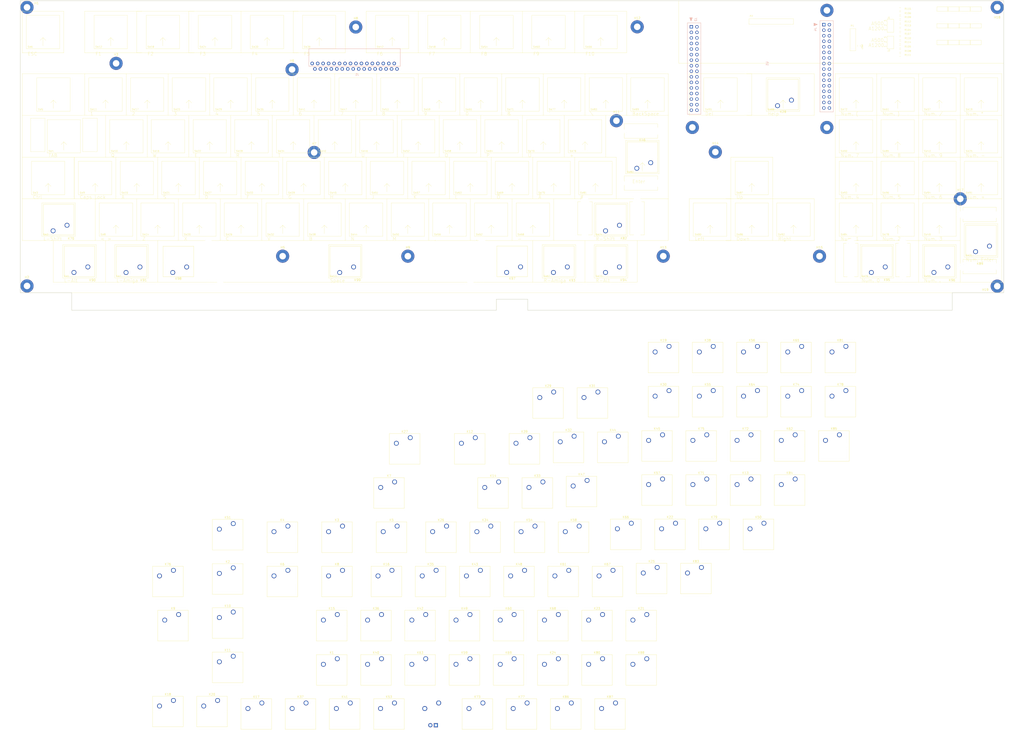
<source format=kicad_pcb>
(kicad_pcb (version 20171130) (host pcbnew 5.1.9+dfsg1-1)
  (title_block (title "A1200 Keyboard") (company "Adam Eberbach"))
  (layers (0 F.Cu signal) (31 B.Cu signal) (34 B.Paste user) (35 F.Paste user) (36 B.SilkS user) (37 F.SilkS user) (38 B.Mask user) (39 F.Mask user) (44 Edge.Cuts user))
  (net 0 "")
  (net 1 /7)
  (net 2 /15)
  (net 3 /17)
  (net 4 /18)
  (net 5 /19)
  (net 6 /20)
  (net 7 /21)
  (net 8 /23)
  (net 9 /25)
  (net 10 /26)
  (net 11 /27)
  (net 12 /28)
  (net 13 /29)
  (net 14 /30)
  (net 15 /6)
  (net 16 /5)
  (net 17 /16)
  (net 18 /22)
  (net 19 /8)
  (net 20 /1)
  (net 21 /10)
  (net 22 /2)
  (net 23 /11)
  (net 24 /3)
  (net 25 /12)
  (net 26 /4)
  (net 27 /13)
  (net 28 /14)
  (net 29 /31)
  (net 30 /9)
  (net 31 /24)
  (net 32 GND)
  (net 33 "Net-(J1-Pad32)")
  (net 34 "Net-(U1-Pad1)")
  (net 35 "Net-(U1-Pad2)")
  (net 36 "Net-(U1-Pad3)")
  (net 37 "Net-(U1-Pad4)")
  (net 38 "Net-(U1-Pad5)")
  (net 39 "Net-(U1-Pad6)")
  (net 40 "Net-(U1-Pad7)")
  (net 41 "Net-(U1-Pad8)")
  (net 42 "Net-(U1-Pad9)")
  (net 43 "Net-(U1-Pad10)")
  (net 44 "Net-(U1-Pad11)")
  (net 45 "Net-(U1-Pad12)")
  (net 46 "Net-(U1-Pad13)")
  (net 47 "Net-(U1-Pad14)")
  (net 48 "Net-(U1-Pad15)")
  (net 49 "Net-(U1-Pad16)")
  (net 50 "Net-(U1-Pad17)")
  (net 51 "Net-(U1-Pad18)")
  (net 52 "Net-(U1-Pad19)")
  (net 53 "Net-(U1-Pad20)")
  (net 54 "Net-(U1-Pad21)")
  (net 55 "Net-(U1-Pad22)")
  (net 56 "Net-(U1-Pad23)")
  (net 57 "Net-(U1-Pad24)")
  (net 58 "Net-(U1-Pad25)")
  (net 59 "Net-(U1-Pad26)")
  (net 60 "Net-(U1-Pad27)")
  (net 61 "Net-(U1-Pad28)")
  (net 62 "Net-(U1-Pad29)")
  (net 63 "Net-(U1-Pad30)")
  (net 64 "Net-(U1-Pad31)")
  (net 65 "Net-(U1-Pad32)")
  (net 66 "Net-(U1-Pad33)")
  (net 67 "Net-(U1-Pad34)")
  (net 68 "Net-(U1-Pad35)")
  (net 69 "Net-(U1-Pad36)")
  (net 70 "Net-(U1-Pad37)")
  (net 71 "Net-(U1-Pad38)")
  (net 72 "Net-(U1-Pad39)")
  (net 73 "Net-(U1-Pad40)")
  (net 74 "Net-(U1-Pad41)")
  (net 75 "Net-(U1-Pad42)")
  (net 76 "Net-(U1-Pad43)")
  (net 77 "Net-(U1-Pad44)")
  (net 78 "Net-(U1-Pad45)")
  (net 79 "Net-(U1-Pad46)")
  (net 80 "Net-(U1-Pad47)")
  (net 81 "Net-(U1-Pad48)")
  (net 82 "Net-(U1-Pad49)")
  (net 83 "Net-(U1-Pad50)")
  (net 84 "Net-(U1-Pad51)")
  (net 85 "Net-(U1-Pad52)")
  (net 86 "Net-(U1-Pad53)")
  (net 87 "Net-(U1-Pad54)")
  (net 88 "Net-(U1-Pad55)")
  (net 89 "Net-(U1-Pad56)")
  (net 90 "Net-(U1-Pad57)")
  (net 91 "Net-(U1-Pad58)")
  (net 92 "Net-(U1-Pad59)")
  (net 93 "Net-(U1-Pad60)")
  (net 94 "Net-(U1-Pad61)")
  (net 95 "Net-(U1-Pad62)")
  (net 96 "Net-(U1-Pad63)")
  (net 97 "Net-(U1-Pad64)")
  (module MountingHole:MountingHole_3mm_Pad (layer F.Cu) (at 519.3 256.1)
    (fp_text reference H19 (at -5.475 1.625) (layer F.SilkS))
    (fp_text value MountingHole_Pad)
    (pad 1 thru_hole circle (at 0 0) (size 6 6) (drill 3) (layers *.Cu *.Mask) (net 32 GND))
  )
  (module RetroBitLab:SW_Cherry_MX1A_1.00u_PCB_3d (layer F.Cu) (at 217.770001 426.340001)
    (fp_text reference K1 (at -2.54 -2.794) (layer F.SilkS))
    (fp_text value ESC)
    (pad "" np_thru_hole circle (at 2.54 5.08) (size 1.7 1.7) (drill 1.7) (layers *.Cu *.Mask))
    (pad "" np_thru_hole circle (at -7.62 5.08) (size 1.7 1.7) (drill 1.7) (layers *.Cu *.Mask))
    (pad "" np_thru_hole circle (at -2.54 5.08) (size 4 4) (drill 4) (layers *.Cu *.Mask))
    (pad 2 thru_hole circle (at -6.35 2.54) (size 2.2 2.2) (drill 1.5) (layers *.Cu *.Mask) (net 1 /7))
    (pad 1 thru_hole circle (at 0 0) (size 2.2 2.2) (drill 1.5) (layers *.Cu *.Mask) (net 2 /15))
  )
  (module RetroBitLab:SW_Cherry_MX1A_1.25u_PCB_3d (layer F.Cu) (at 170.231251 384.790001)
    (fp_text reference K2 (at -2.54 -2.794) (layer F.SilkS))
    (fp_text value F1)
    (pad "" np_thru_hole circle (at 2.54 5.08) (size 1.7 1.7) (drill 1.7) (layers *.Cu *.Mask))
    (pad "" np_thru_hole circle (at -7.62 5.08) (size 1.7 1.7) (drill 1.7) (layers *.Cu *.Mask))
    (pad "" np_thru_hole circle (at -2.54 5.08) (size 4 4) (drill 4) (layers *.Cu *.Mask))
    (pad 2 thru_hole circle (at -6.35 2.54) (size 2.2 2.2) (drill 1.5) (layers *.Cu *.Mask) (net 1 /7))
    (pad 1 thru_hole circle (at 0 0) (size 2.2 2.2) (drill 1.5) (layers *.Cu *.Mask) (net 3 /17))
  )
  (module RetroBitLab:SW_Cherry_MX1A_1.25u_PCB_3d (layer F.Cu) (at 220.151251 365.740001)
    (fp_text reference K3 (at -2.54 -2.794) (layer F.SilkS))
    (fp_text value F2)
    (pad "" np_thru_hole circle (at 2.54 5.08) (size 1.7 1.7) (drill 1.7) (layers *.Cu *.Mask))
    (pad "" np_thru_hole circle (at -7.62 5.08) (size 1.7 1.7) (drill 1.7) (layers *.Cu *.Mask))
    (pad "" np_thru_hole circle (at -2.54 5.08) (size 4 4) (drill 4) (layers *.Cu *.Mask))
    (pad 2 thru_hole circle (at -6.35 2.54) (size 2.2 2.2) (drill 1.5) (layers *.Cu *.Mask) (net 1 /7))
    (pad 1 thru_hole circle (at 0 0) (size 2.2 2.2) (drill 1.5) (layers *.Cu *.Mask) (net 4 /18))
  )
  (module RetroBitLab:SW_Cherry_MX1A_1.25u_PCB_3d (layer F.Cu) (at 195.191251 365.740001)
    (fp_text reference K4 (at -2.54 -2.794) (layer F.SilkS))
    (fp_text value F3)
    (pad "" np_thru_hole circle (at 2.54 5.08) (size 1.7 1.7) (drill 1.7) (layers *.Cu *.Mask))
    (pad "" np_thru_hole circle (at -7.62 5.08) (size 1.7 1.7) (drill 1.7) (layers *.Cu *.Mask))
    (pad "" np_thru_hole circle (at -2.54 5.08) (size 4 4) (drill 4) (layers *.Cu *.Mask))
    (pad 2 thru_hole circle (at -6.35 2.54) (size 2.2 2.2) (drill 1.5) (layers *.Cu *.Mask) (net 1 /7))
    (pad 1 thru_hole circle (at 0 0) (size 2.2 2.2) (drill 1.5) (layers *.Cu *.Mask) (net 5 /19))
  )
  (module RetroBitLab:SW_Cherry_MX1A_1.25u_PCB_3d (layer F.Cu) (at 245.111251 365.740001)
    (fp_text reference K5 (at -2.54 -2.794) (layer F.SilkS))
    (fp_text value F4)
    (pad "" np_thru_hole circle (at 2.54 5.08) (size 1.7 1.7) (drill 1.7) (layers *.Cu *.Mask))
    (pad "" np_thru_hole circle (at -7.62 5.08) (size 1.7 1.7) (drill 1.7) (layers *.Cu *.Mask))
    (pad "" np_thru_hole circle (at -2.54 5.08) (size 4 4) (drill 4) (layers *.Cu *.Mask))
    (pad 2 thru_hole circle (at -6.35 2.54) (size 2.2 2.2) (drill 1.5) (layers *.Cu *.Mask) (net 1 /7))
    (pad 1 thru_hole circle (at 0 0) (size 2.2 2.2) (drill 1.5) (layers *.Cu *.Mask) (net 6 /20))
  )
  (module RetroBitLab:SW_Cherry_MX1A_1.25u_PCB_3d (layer F.Cu) (at 195.191251 385.940001)
    (fp_text reference K6 (at -2.54 -2.794) (layer F.SilkS))
    (fp_text value F5)
    (pad "" np_thru_hole circle (at 2.54 5.08) (size 1.7 1.7) (drill 1.7) (layers *.Cu *.Mask))
    (pad "" np_thru_hole circle (at -7.62 5.08) (size 1.7 1.7) (drill 1.7) (layers *.Cu *.Mask))
    (pad "" np_thru_hole circle (at -2.54 5.08) (size 4 4) (drill 4) (layers *.Cu *.Mask))
    (pad 2 thru_hole circle (at -6.35 2.54) (size 2.2 2.2) (drill 1.5) (layers *.Cu *.Mask) (net 1 /7))
    (pad 1 thru_hole circle (at 0 0) (size 2.2 2.2) (drill 1.5) (layers *.Cu *.Mask) (net 7 /21))
  )
  (module RetroBitLab:SW_Cherry_MX1A_1.25u_PCB_3d (layer F.Cu) (at 243.961251 345.540001)
    (fp_text reference K7 (at -2.54 -2.794) (layer F.SilkS))
    (fp_text value F6)
    (pad "" np_thru_hole circle (at 2.54 5.08) (size 1.7 1.7) (drill 1.7) (layers *.Cu *.Mask))
    (pad "" np_thru_hole circle (at -7.62 5.08) (size 1.7 1.7) (drill 1.7) (layers *.Cu *.Mask))
    (pad "" np_thru_hole circle (at -2.54 5.08) (size 4 4) (drill 4) (layers *.Cu *.Mask))
    (pad 2 thru_hole circle (at -6.35 2.54) (size 2.2 2.2) (drill 1.5) (layers *.Cu *.Mask) (net 8 /23))
    (pad 1 thru_hole circle (at 0 0) (size 2.2 2.2) (drill 1.5) (layers *.Cu *.Mask) (net 1 /7))
  )
  (module RetroBitLab:SW_Cherry_MX1A_1.25u_PCB_3d (layer F.Cu) (at 220.151251 385.940001)
    (fp_text reference K8 (at -2.54 -2.794) (layer F.SilkS))
    (fp_text value F7)
    (pad "" np_thru_hole circle (at 2.54 5.08) (size 1.7 1.7) (drill 1.7) (layers *.Cu *.Mask))
    (pad "" np_thru_hole circle (at -7.62 5.08) (size 1.7 1.7) (drill 1.7) (layers *.Cu *.Mask))
    (pad "" np_thru_hole circle (at -2.54 5.08) (size 4 4) (drill 4) (layers *.Cu *.Mask))
    (pad 2 thru_hole circle (at -6.35 2.54) (size 2.2 2.2) (drill 1.5) (layers *.Cu *.Mask) (net 1 /7))
    (pad 1 thru_hole circle (at 0 0) (size 2.2 2.2) (drill 1.5) (layers *.Cu *.Mask) (net 9 /25))
  )
  (module RetroBitLab:SW_Cherry_MX1A_1.25u_PCB_3d (layer F.Cu) (at 145.271251 406.140001)
    (fp_text reference K9 (at -2.54 -2.794) (layer F.SilkS))
    (fp_text value F8)
    (pad "" np_thru_hole circle (at 2.54 5.08) (size 1.7 1.7) (drill 1.7) (layers *.Cu *.Mask))
    (pad "" np_thru_hole circle (at -7.62 5.08) (size 1.7 1.7) (drill 1.7) (layers *.Cu *.Mask))
    (pad "" np_thru_hole circle (at -2.54 5.08) (size 4 4) (drill 4) (layers *.Cu *.Mask))
    (pad 2 thru_hole circle (at -6.35 2.54) (size 2.2 2.2) (drill 1.5) (layers *.Cu *.Mask) (net 1 /7))
    (pad 1 thru_hole circle (at 0 0) (size 2.2 2.2) (drill 1.5) (layers *.Cu *.Mask) (net 10 /26))
  )
  (module RetroBitLab:SW_Cherry_MX1A_1.25u_PCB_3d (layer F.Cu) (at 170.231251 404.990001)
    (fp_text reference K10 (at -2.54 -2.794) (layer F.SilkS))
    (fp_text value F9)
    (pad "" np_thru_hole circle (at 2.54 5.08) (size 1.7 1.7) (drill 1.7) (layers *.Cu *.Mask))
    (pad "" np_thru_hole circle (at -7.62 5.08) (size 1.7 1.7) (drill 1.7) (layers *.Cu *.Mask))
    (pad "" np_thru_hole circle (at -2.54 5.08) (size 4 4) (drill 4) (layers *.Cu *.Mask))
    (pad 2 thru_hole circle (at -6.35 2.54) (size 2.2 2.2) (drill 1.5) (layers *.Cu *.Mask) (net 1 /7))
    (pad 1 thru_hole circle (at 0 0) (size 2.2 2.2) (drill 1.5) (layers *.Cu *.Mask) (net 11 /27))
  )
  (module RetroBitLab:SW_Cherry_MX1A_1.25u_PCB_3d (layer F.Cu) (at 170.231251 425.190001)
    (fp_text reference K11 (at -2.54 -2.794) (layer F.SilkS))
    (fp_text value F10)
    (pad "" np_thru_hole circle (at 2.54 5.08) (size 1.7 1.7) (drill 1.7) (layers *.Cu *.Mask))
    (pad "" np_thru_hole circle (at -7.62 5.08) (size 1.7 1.7) (drill 1.7) (layers *.Cu *.Mask))
    (pad "" np_thru_hole circle (at -2.54 5.08) (size 4 4) (drill 4) (layers *.Cu *.Mask))
    (pad 2 thru_hole circle (at -6.35 2.54) (size 2.2 2.2) (drill 1.5) (layers *.Cu *.Mask) (net 1 /7))
    (pad 1 thru_hole circle (at 0 0) (size 2.2 2.2) (drill 1.5) (layers *.Cu *.Mask) (net 12 /28))
  )
  (module RetroBitLab:SW_Cherry_MX1A_1.50u_PCB_3d (layer F.Cu) (at 280.822501 325.340001)
    (fp_text reference K12 (at -2.54 -2.794) (layer F.SilkS))
    (fp_text value TILDE)
    (pad "" np_thru_hole circle (at 2.54 5.08) (size 1.7 1.7) (drill 1.7) (layers *.Cu *.Mask))
    (pad "" np_thru_hole circle (at -7.62 5.08) (size 1.7 1.7) (drill 1.7) (layers *.Cu *.Mask))
    (pad "" np_thru_hole circle (at -2.54 5.08) (size 4 4) (drill 4) (layers *.Cu *.Mask))
    (pad 2 thru_hole circle (at -6.35 2.54) (size 2.2 2.2) (drill 1.5) (layers *.Cu *.Mask) (net 16 /5))
    (pad 1 thru_hole circle (at 0 0) (size 2.2 2.2) (drill 1.5) (layers *.Cu *.Mask) (net 2 /15))
  )
  (module RetroBitLab:SW_Cherry_MX1A_1.00u_PCB_3d (layer F.Cu) (at 406.780001 344.220001)
    (fp_text reference K13 (at -2.54 -2.794) (layer F.SilkS))
    (fp_text value 1)
    (pad "" np_thru_hole circle (at 2.54 5.08) (size 1.7 1.7) (drill 1.7) (layers *.Cu *.Mask))
    (pad "" np_thru_hole circle (at -7.62 5.08) (size 1.7 1.7) (drill 1.7) (layers *.Cu *.Mask))
    (pad "" np_thru_hole circle (at -2.54 5.08) (size 4 4) (drill 4) (layers *.Cu *.Mask))
    (pad 2 thru_hole circle (at -6.35 2.54) (size 2.2 2.2) (drill 1.5) (layers *.Cu *.Mask) (net 16 /5))
    (pad 1 thru_hole circle (at 0 0) (size 2.2 2.2) (drill 1.5) (layers *.Cu *.Mask) (net 17 /16))
  )
  (module RetroBitLab:SW_Cherry_MX1A_1.00u_PCB_3d (layer F.Cu) (at 291.500001 345.540001)
    (fp_text reference K14 (at -2.54 -2.794) (layer F.SilkS))
    (fp_text value 2)
    (pad "" np_thru_hole circle (at 2.54 5.08) (size 1.7 1.7) (drill 1.7) (layers *.Cu *.Mask))
    (pad "" np_thru_hole circle (at -7.62 5.08) (size 1.7 1.7) (drill 1.7) (layers *.Cu *.Mask))
    (pad "" np_thru_hole circle (at -2.54 5.08) (size 4 4) (drill 4) (layers *.Cu *.Mask))
    (pad 2 thru_hole circle (at -6.35 2.54) (size 2.2 2.2) (drill 1.5) (layers *.Cu *.Mask) (net 16 /5))
    (pad 1 thru_hole circle (at 0 0) (size 2.2 2.2) (drill 1.5) (layers *.Cu *.Mask) (net 3 /17))
  )
  (module RetroBitLab:SW_Cherry_MX1A_1.00u_PCB_3d (layer F.Cu) (at 217.770001 406.140001)
    (fp_text reference K15 (at -2.54 -2.794) (layer F.SilkS))
    (fp_text value 3)
    (pad "" np_thru_hole circle (at 2.54 5.08) (size 1.7 1.7) (drill 1.7) (layers *.Cu *.Mask))
    (pad "" np_thru_hole circle (at -7.62 5.08) (size 1.7 1.7) (drill 1.7) (layers *.Cu *.Mask))
    (pad "" np_thru_hole circle (at -2.54 5.08) (size 4 4) (drill 4) (layers *.Cu *.Mask))
    (pad 2 thru_hole circle (at -6.35 2.54) (size 2.2 2.2) (drill 1.5) (layers *.Cu *.Mask) (net 16 /5))
    (pad 1 thru_hole circle (at 0 0) (size 2.2 2.2) (drill 1.5) (layers *.Cu *.Mask) (net 4 /18))
  )
  (module RetroBitLab:SW_Cherry_MX1A_1.00u_PCB_3d (layer F.Cu) (at 242.730001 385.940001)
    (fp_text reference K16 (at -2.54 -2.794) (layer F.SilkS))
    (fp_text value 4)
    (pad "" np_thru_hole circle (at 2.54 5.08) (size 1.7 1.7) (drill 1.7) (layers *.Cu *.Mask))
    (pad "" np_thru_hole circle (at -7.62 5.08) (size 1.7 1.7) (drill 1.7) (layers *.Cu *.Mask))
    (pad "" np_thru_hole circle (at -2.54 5.08) (size 4 4) (drill 4) (layers *.Cu *.Mask))
    (pad 2 thru_hole circle (at -6.35 2.54) (size 2.2 2.2) (drill 1.5) (layers *.Cu *.Mask) (net 16 /5))
    (pad 1 thru_hole circle (at 0 0) (size 2.2 2.2) (drill 1.5) (layers *.Cu *.Mask) (net 5 /19))
  )
  (module RetroBitLab:SW_Cherry_MX1A_1.00u_PCB_3d (layer F.Cu) (at 183.290001 446.540001)
    (fp_text reference K17 (at -2.54 -2.794) (layer F.SilkS))
    (fp_text value 5)
    (pad "" np_thru_hole circle (at 2.54 5.08) (size 1.7 1.7) (drill 1.7) (layers *.Cu *.Mask))
    (pad "" np_thru_hole circle (at -7.62 5.08) (size 1.7 1.7) (drill 1.7) (layers *.Cu *.Mask))
    (pad "" np_thru_hole circle (at -2.54 5.08) (size 4 4) (drill 4) (layers *.Cu *.Mask))
    (pad 2 thru_hole circle (at -6.35 2.54) (size 2.2 2.2) (drill 1.5) (layers *.Cu *.Mask) (net 16 /5))
    (pad 1 thru_hole circle (at 0 0) (size 2.2 2.2) (drill 1.5) (layers *.Cu *.Mask) (net 6 /20))
  )
  (module RetroBitLab:SW_Cherry_MX1A_1.00u_PCB_3d (layer F.Cu) (at 142.890001 445.390001)
    (fp_text reference K18 (at -2.54 -2.794) (layer F.SilkS))
    (fp_text value 6)
    (pad "" np_thru_hole circle (at 2.54 5.08) (size 1.7 1.7) (drill 1.7) (layers *.Cu *.Mask))
    (pad "" np_thru_hole circle (at -7.62 5.08) (size 1.7 1.7) (drill 1.7) (layers *.Cu *.Mask))
    (pad "" np_thru_hole circle (at -2.54 5.08) (size 4 4) (drill 4) (layers *.Cu *.Mask))
    (pad 2 thru_hole circle (at -6.35 2.54) (size 2.2 2.2) (drill 1.5) (layers *.Cu *.Mask) (net 7 /21))
    (pad 1 thru_hole circle (at 0 0) (size 2.2 2.2) (drill 1.5) (layers *.Cu *.Mask) (net 16 /5))
  )
  (module RetroBitLab:SW_Cherry_MX1A_1.00u_PCB_3d (layer F.Cu) (at 369.340001 283.620001)
    (fp_text reference K19 (at -2.54 -2.794) (layer F.SilkS))
    (fp_text value 7)
    (pad "" np_thru_hole circle (at 2.54 5.08) (size 1.7 1.7) (drill 1.7) (layers *.Cu *.Mask))
    (pad "" np_thru_hole circle (at -7.62 5.08) (size 1.7 1.7) (drill 1.7) (layers *.Cu *.Mask))
    (pad "" np_thru_hole circle (at -2.54 5.08) (size 4 4) (drill 4) (layers *.Cu *.Mask))
    (pad 2 thru_hole circle (at -6.35 2.54) (size 2.2 2.2) (drill 1.5) (layers *.Cu *.Mask) (net 16 /5))
    (pad 1 thru_hole circle (at 0 0) (size 2.2 2.2) (drill 1.5) (layers *.Cu *.Mask) (net 18 /22))
  )
  (module RetroBitLab:SW_Cherry_MX1A_1.00u_PCB_3d (layer F.Cu) (at 163.090001 445.390001)
    (fp_text reference K20 (at -2.54 -2.794) (layer F.SilkS))
    (fp_text value 8)
    (pad "" np_thru_hole circle (at 2.54 5.08) (size 1.7 1.7) (drill 1.7) (layers *.Cu *.Mask))
    (pad "" np_thru_hole circle (at -7.62 5.08) (size 1.7 1.7) (drill 1.7) (layers *.Cu *.Mask))
    (pad "" np_thru_hole circle (at -2.54 5.08) (size 4 4) (drill 4) (layers *.Cu *.Mask))
    (pad 2 thru_hole circle (at -6.35 2.54) (size 2.2 2.2) (drill 1.5) (layers *.Cu *.Mask) (net 8 /23))
    (pad 1 thru_hole circle (at 0 0) (size 2.2 2.2) (drill 1.5) (layers *.Cu *.Mask) (net 16 /5))
  )
  (module RetroBitLab:SW_Cherry_MX1A_1.00u_PCB_3d (layer F.Cu) (at 359.170001 406.140001)
    (fp_text reference K21 (at -2.54 -2.794) (layer F.SilkS))
    (fp_text value 9)
    (pad "" np_thru_hole circle (at 2.54 5.08) (size 1.7 1.7) (drill 1.7) (layers *.Cu *.Mask))
    (pad "" np_thru_hole circle (at -7.62 5.08) (size 1.7 1.7) (drill 1.7) (layers *.Cu *.Mask))
    (pad "" np_thru_hole circle (at -2.54 5.08) (size 4 4) (drill 4) (layers *.Cu *.Mask))
    (pad 2 thru_hole circle (at -6.35 2.54) (size 2.2 2.2) (drill 1.5) (layers *.Cu *.Mask) (net 16 /5))
    (pad 1 thru_hole circle (at 0 0) (size 2.2 2.2) (drill 1.5) (layers *.Cu *.Mask) (net 31 /24))
  )
  (module RetroBitLab:SW_Cherry_MX1A_1.00u_PCB_3d (layer F.Cu) (at 372.300001 364.420001)
    (fp_text reference K22 (at -2.54 -2.794) (layer F.SilkS))
    (fp_text value 0)
    (pad "" np_thru_hole circle (at 2.54 5.08) (size 1.7 1.7) (drill 1.7) (layers *.Cu *.Mask))
    (pad "" np_thru_hole circle (at -7.62 5.08) (size 1.7 1.7) (drill 1.7) (layers *.Cu *.Mask))
    (pad "" np_thru_hole circle (at -2.54 5.08) (size 4 4) (drill 4) (layers *.Cu *.Mask))
    (pad 2 thru_hole circle (at -6.35 2.54) (size 2.2 2.2) (drill 1.5) (layers *.Cu *.Mask) (net 16 /5))
    (pad 1 thru_hole circle (at 0 0) (size 2.2 2.2) (drill 1.5) (layers *.Cu *.Mask) (net 9 /25))
  )
  (module RetroBitLab:SW_Cherry_MX1A_1.00u_PCB_3d (layer F.Cu) (at 338.970001 406.140001)
    (fp_text reference K23 (at -2.54 -2.794) (layer F.SilkS))
    (fp_text value MINUS)
    (pad "" np_thru_hole circle (at 2.54 5.08) (size 1.7 1.7) (drill 1.7) (layers *.Cu *.Mask))
    (pad "" np_thru_hole circle (at -7.62 5.08) (size 1.7 1.7) (drill 1.7) (layers *.Cu *.Mask))
    (pad "" np_thru_hole circle (at -2.54 5.08) (size 4 4) (drill 4) (layers *.Cu *.Mask))
    (pad 2 thru_hole circle (at -6.35 2.54) (size 2.2 2.2) (drill 1.5) (layers *.Cu *.Mask) (net 16 /5))
    (pad 1 thru_hole circle (at 0 0) (size 2.2 2.2) (drill 1.5) (layers *.Cu *.Mask) (net 10 /26))
  )
  (module RetroBitLab:SW_Cherry_MX1A_1.00u_PCB_3d (layer F.Cu) (at 318.770001 426.340001)
    (fp_text reference K24 (at -2.54 -2.794) (layer F.SilkS))
    (fp_text value PLUS)
    (pad "" np_thru_hole circle (at 2.54 5.08) (size 1.7 1.7) (drill 1.7) (layers *.Cu *.Mask))
    (pad "" np_thru_hole circle (at -7.62 5.08) (size 1.7 1.7) (drill 1.7) (layers *.Cu *.Mask))
    (pad "" np_thru_hole circle (at -2.54 5.08) (size 4 4) (drill 4) (layers *.Cu *.Mask))
    (pad 2 thru_hole circle (at -6.35 2.54) (size 2.2 2.2) (drill 1.5) (layers *.Cu *.Mask) (net 16 /5))
    (pad 1 thru_hole circle (at 0 0) (size 2.2 2.2) (drill 1.5) (layers *.Cu *.Mask) (net 11 /27))
  )
  (module RetroBitLab:SW_Cherry_MX1A_1.00u_PCB_3d (layer F.Cu) (at 363.930001 384.620001)
    (fp_text reference K25 (at -2.54 -2.794) (layer F.SilkS))
    (fp_text value PIPE)
    (pad "" np_thru_hole circle (at 2.54 5.08) (size 1.7 1.7) (drill 1.7) (layers *.Cu *.Mask))
    (pad "" np_thru_hole circle (at -7.62 5.08) (size 1.7 1.7) (drill 1.7) (layers *.Cu *.Mask))
    (pad "" np_thru_hole circle (at -2.54 5.08) (size 4 4) (drill 4) (layers *.Cu *.Mask))
    (pad 2 thru_hole circle (at -6.35 2.54) (size 2.2 2.2) (drill 1.5) (layers *.Cu *.Mask) (net 12 /28))
    (pad 1 thru_hole circle (at 0 0) (size 2.2 2.2) (drill 1.5) (layers *.Cu *.Mask) (net 16 /5))
  )
  (module RetroBitLab:SW_Cherry_MX1A_1.00u_PCB_3d (layer F.Cu) (at 267.690001 365.740001)
    (fp_text reference K26 (at -2.54 -2.794) (layer F.SilkS))
    (fp_text value BS)
    (pad "" np_thru_hole circle (at 2.54 5.08) (size 1.7 1.7) (drill 1.7) (layers *.Cu *.Mask))
    (pad "" np_thru_hole circle (at -7.62 5.08) (size 1.7 1.7) (drill 1.7) (layers *.Cu *.Mask))
    (pad "" np_thru_hole circle (at -2.54 5.08) (size 4 4) (drill 4) (layers *.Cu *.Mask))
    (pad 2 thru_hole circle (at -6.35 2.54) (size 2.2 2.2) (drill 1.5) (layers *.Cu *.Mask) (net 24 /3))
    (pad 1 thru_hole circle (at 0 0) (size 2.2 2.2) (drill 1.5) (layers *.Cu *.Mask) (net 12 /28))
  )
  (module RetroBitLab:SW_Cherry_MX1A_1.50u_PCB_3d (layer F.Cu) (at 251.102501 325.340001)
    (fp_text reference K27 (at -2.54 -2.794) (layer F.SilkS))
    (fp_text value DEL)
    (pad "" np_thru_hole circle (at 2.54 5.08) (size 1.7 1.7) (drill 1.7) (layers *.Cu *.Mask))
    (pad "" np_thru_hole circle (at -7.62 5.08) (size 1.7 1.7) (drill 1.7) (layers *.Cu *.Mask))
    (pad "" np_thru_hole circle (at -2.54 5.08) (size 4 4) (drill 4) (layers *.Cu *.Mask))
    (pad 2 thru_hole circle (at -6.35 2.54) (size 2.2 2.2) (drill 1.5) (layers *.Cu *.Mask) (net 22 /2))
    (pad 1 thru_hole circle (at 0 0) (size 2.2 2.2) (drill 1.5) (layers *.Cu *.Mask) (net 12 /28))
  )
  (module RetroBitLab:SW_Cherry_MX1A_1.50u_PCB_3d (layer F.Cu) (at 418.92 173.65 180)
    (fp_text reference K28 (at -2.54 -2.794) (layer F.SilkS))
    (fp_text value HELP)
    (pad "" np_thru_hole circle (at 2.54 5.08 180) (size 1.7 1.7) (drill 1.7) (layers *.Cu *.Mask))
    (pad "" np_thru_hole circle (at -7.62 5.08 180) (size 1.7 1.7) (drill 1.7) (layers *.Cu *.Mask))
    (pad "" np_thru_hole circle (at -2.54 5.08 180) (size 4 4) (drill 4) (layers *.Cu *.Mask))
    (pad 2 thru_hole circle (at -6.35 2.54 180) (size 2.2 2.2) (drill 1.5) (layers *.Cu *.Mask) (net 1 /7))
    (pad 1 thru_hole circle (at 0 0 180) (size 2.2 2.2) (drill 1.5) (layers *.Cu *.Mask) (net 13 /29))
  )
  (module RetroBitLab:SW_Cherry_MX1A_1.00u_PCB_3d (layer F.Cu) (at 316.640001 304.460001)
    (fp_text reference K29 (at -2.54 -2.794) (layer F.SilkS))
    (fp_text value "NUM_(")
    (pad "" np_thru_hole circle (at 2.54 5.08) (size 1.7 1.7) (drill 1.7) (layers *.Cu *.Mask))
    (pad "" np_thru_hole circle (at -7.62 5.08) (size 1.7 1.7) (drill 1.7) (layers *.Cu *.Mask))
    (pad "" np_thru_hole circle (at -2.54 5.08) (size 4 4) (drill 4) (layers *.Cu *.Mask))
    (pad 2 thru_hole circle (at -6.35 2.54) (size 2.2 2.2) (drill 1.5) (layers *.Cu *.Mask) (net 1 /7))
    (pad 1 thru_hole circle (at 0 0) (size 2.2 2.2) (drill 1.5) (layers *.Cu *.Mask) (net 17 /16))
  )
  (module RetroBitLab:SW_Cherry_MX1A_1.00u_PCB_3d (layer F.Cu) (at 369.340001 303.820001)
    (fp_text reference K30 (at -2.54 -2.794) (layer F.SilkS))
    (fp_text value "NUM_)")
    (pad "" np_thru_hole circle (at 2.54 5.08) (size 1.7 1.7) (drill 1.7) (layers *.Cu *.Mask))
    (pad "" np_thru_hole circle (at -7.62 5.08) (size 1.7 1.7) (drill 1.7) (layers *.Cu *.Mask))
    (pad "" np_thru_hole circle (at -2.54 5.08) (size 4 4) (drill 4) (layers *.Cu *.Mask))
    (pad 2 thru_hole circle (at -6.35 2.54) (size 2.2 2.2) (drill 1.5) (layers *.Cu *.Mask) (net 1 /7))
    (pad 1 thru_hole circle (at 0 0) (size 2.2 2.2) (drill 1.5) (layers *.Cu *.Mask) (net 18 /22))
  )
  (module RetroBitLab:SW_Cherry_MX1A_1.00u_PCB_3d (layer F.Cu) (at 336.840001 304.460001)
    (fp_text reference K31 (at -2.54 -2.794) (layer F.SilkS))
    (fp_text value NUM_DIV)
    (pad "" np_thru_hole circle (at 2.54 5.08) (size 1.7 1.7) (drill 1.7) (layers *.Cu *.Mask))
    (pad "" np_thru_hole circle (at -7.62 5.08) (size 1.7 1.7) (drill 1.7) (layers *.Cu *.Mask))
    (pad "" np_thru_hole circle (at -2.54 5.08) (size 4 4) (drill 4) (layers *.Cu *.Mask))
    (pad 2 thru_hole circle (at -6.35 2.54) (size 2.2 2.2) (drill 1.5) (layers *.Cu *.Mask) (net 1 /7))
    (pad 1 thru_hole circle (at 0 0) (size 2.2 2.2) (drill 1.5) (layers *.Cu *.Mask) (net 31 /24))
  )
  (module RetroBitLab:SW_Cherry_MX1A_1.00u_PCB_3d (layer F.Cu) (at 325.980001 324.660001)
    (fp_text reference K32 (at -2.54 -2.794) (layer F.SilkS))
    (fp_text value NUM_MULT)
    (pad "" np_thru_hole circle (at 2.54 5.08) (size 1.7 1.7) (drill 1.7) (layers *.Cu *.Mask))
    (pad "" np_thru_hole circle (at -7.62 5.08) (size 1.7 1.7) (drill 1.7) (layers *.Cu *.Mask))
    (pad "" np_thru_hole circle (at -2.54 5.08) (size 4 4) (drill 4) (layers *.Cu *.Mask))
    (pad 2 thru_hole circle (at -6.35 2.54) (size 2.2 2.2) (drill 1.5) (layers *.Cu *.Mask) (net 26 /4))
    (pad 1 thru_hole circle (at 0 0) (size 2.2 2.2) (drill 1.5) (layers *.Cu *.Mask) (net 2 /15))
  )
  (module RetroBitLab:SW_Cherry_MX1A_1.00u_PCB_3d (layer F.Cu) (at 311.700001 345.540001)
    (fp_text reference K33 (at -2.54 -2.794) (layer F.SilkS))
    (fp_text value TAB)
    (pad "" np_thru_hole circle (at 2.54 5.08) (size 1.7 1.7) (drill 1.7) (layers *.Cu *.Mask))
    (pad "" np_thru_hole circle (at -7.62 5.08) (size 1.7 1.7) (drill 1.7) (layers *.Cu *.Mask))
    (pad "" np_thru_hole circle (at -2.54 5.08) (size 4 4) (drill 4) (layers *.Cu *.Mask))
    (pad 2 thru_hole circle (at -6.35 2.54) (size 2.2 2.2) (drill 1.5) (layers *.Cu *.Mask) (net 2 /15))
    (pad 1 thru_hole circle (at 0 0) (size 2.2 2.2) (drill 1.5) (layers *.Cu *.Mask) (net 20 /1))
  )
  (module RetroBitLab:SW_Cherry_MX1A_1.00u_PCB_3d (layer F.Cu) (at 287.890001 365.740001)
    (fp_text reference K34 (at -2.54 -2.794) (layer F.SilkS))
    (fp_text value Q)
    (pad "" np_thru_hole circle (at 2.54 5.08) (size 1.7 1.7) (drill 1.7) (layers *.Cu *.Mask))
    (pad "" np_thru_hole circle (at -7.62 5.08) (size 1.7 1.7) (drill 1.7) (layers *.Cu *.Mask))
    (pad "" np_thru_hole circle (at -2.54 5.08) (size 4 4) (drill 4) (layers *.Cu *.Mask))
    (pad 2 thru_hole circle (at -6.35 2.54) (size 2.2 2.2) (drill 1.5) (layers *.Cu *.Mask) (net 20 /1))
    (pad 1 thru_hole circle (at 0 0) (size 2.2 2.2) (drill 1.5) (layers *.Cu *.Mask) (net 17 /16))
  )
  (module RetroBitLab:SW_Cherry_MX1A_1.00u_PCB_3d (layer F.Cu) (at 262.930001 385.940001)
    (fp_text reference K35 (at -2.54 -2.794) (layer F.SilkS))
    (fp_text value W)
    (pad "" np_thru_hole circle (at 2.54 5.08) (size 1.7 1.7) (drill 1.7) (layers *.Cu *.Mask))
    (pad "" np_thru_hole circle (at -7.62 5.08) (size 1.7 1.7) (drill 1.7) (layers *.Cu *.Mask))
    (pad "" np_thru_hole circle (at -2.54 5.08) (size 4 4) (drill 4) (layers *.Cu *.Mask))
    (pad 2 thru_hole circle (at -6.35 2.54) (size 2.2 2.2) (drill 1.5) (layers *.Cu *.Mask) (net 20 /1))
    (pad 1 thru_hole circle (at 0 0) (size 2.2 2.2) (drill 1.5) (layers *.Cu *.Mask) (net 3 /17))
  )
  (module RetroBitLab:SW_Cherry_MX1A_1.00u_PCB_3d (layer F.Cu) (at 237.970001 406.140001)
    (fp_text reference K36 (at -2.54 -2.794) (layer F.SilkS))
    (fp_text value E)
    (pad "" np_thru_hole circle (at 2.54 5.08) (size 1.7 1.7) (drill 1.7) (layers *.Cu *.Mask))
    (pad "" np_thru_hole circle (at -7.62 5.08) (size 1.7 1.7) (drill 1.7) (layers *.Cu *.Mask))
    (pad "" np_thru_hole circle (at -2.54 5.08) (size 4 4) (drill 4) (layers *.Cu *.Mask))
    (pad 2 thru_hole circle (at -6.35 2.54) (size 2.2 2.2) (drill 1.5) (layers *.Cu *.Mask) (net 20 /1))
    (pad 1 thru_hole circle (at 0 0) (size 2.2 2.2) (drill 1.5) (layers *.Cu *.Mask) (net 4 /18))
  )
  (module RetroBitLab:SW_Cherry_MX1A_1.00u_PCB_3d (layer F.Cu) (at 203.490001 446.540001)
    (fp_text reference K37 (at -2.54 -2.794) (layer F.SilkS))
    (fp_text value R)
    (pad "" np_thru_hole circle (at 2.54 5.08) (size 1.7 1.7) (drill 1.7) (layers *.Cu *.Mask))
    (pad "" np_thru_hole circle (at -7.62 5.08) (size 1.7 1.7) (drill 1.7) (layers *.Cu *.Mask))
    (pad "" np_thru_hole circle (at -2.54 5.08) (size 4 4) (drill 4) (layers *.Cu *.Mask))
    (pad 2 thru_hole circle (at -6.35 2.54) (size 2.2 2.2) (drill 1.5) (layers *.Cu *.Mask) (net 20 /1))
    (pad 1 thru_hole circle (at 0 0) (size 2.2 2.2) (drill 1.5) (layers *.Cu *.Mask) (net 5 /19))
  )
  (module RetroBitLab:SW_Cherry_MX1A_1.00u_PCB_3d (layer F.Cu) (at 389.540001 283.620001)
    (fp_text reference K38 (at -2.54 -2.794) (layer F.SilkS))
    (fp_text value T)
    (pad "" np_thru_hole circle (at 2.54 5.08) (size 1.7 1.7) (drill 1.7) (layers *.Cu *.Mask))
    (pad "" np_thru_hole circle (at -7.62 5.08) (size 1.7 1.7) (drill 1.7) (layers *.Cu *.Mask))
    (pad "" np_thru_hole circle (at -2.54 5.08) (size 4 4) (drill 4) (layers *.Cu *.Mask))
    (pad 2 thru_hole circle (at -6.35 2.54) (size 2.2 2.2) (drill 1.5) (layers *.Cu *.Mask) (net 20 /1))
    (pad 1 thru_hole circle (at 0 0) (size 2.2 2.2) (drill 1.5) (layers *.Cu *.Mask) (net 6 /20))
  )
  (module RetroBitLab:SW_Cherry_MX1A_1.00u_PCB_3d (layer F.Cu) (at 305.780001 325.340001)
    (fp_text reference K39 (at -2.54 -2.794) (layer F.SilkS))
    (fp_text value Y)
    (pad "" np_thru_hole circle (at 2.54 5.08) (size 1.7 1.7) (drill 1.7) (layers *.Cu *.Mask))
    (pad "" np_thru_hole circle (at -7.62 5.08) (size 1.7 1.7) (drill 1.7) (layers *.Cu *.Mask))
    (pad "" np_thru_hole circle (at -2.54 5.08) (size 4 4) (drill 4) (layers *.Cu *.Mask))
    (pad 2 thru_hole circle (at -6.35 2.54) (size 2.2 2.2) (drill 1.5) (layers *.Cu *.Mask) (net 7 /21))
    (pad 1 thru_hole circle (at 0 0) (size 2.2 2.2) (drill 1.5) (layers *.Cu *.Mask) (net 20 /1))
  )
  (module RetroBitLab:SW_Cherry_MX1A_1.00u_PCB_3d (layer F.Cu) (at 237.970001 426.340001)
    (fp_text reference K40 (at -2.54 -2.794) (layer F.SilkS))
    (fp_text value U)
    (pad "" np_thru_hole circle (at 2.54 5.08) (size 1.7 1.7) (drill 1.7) (layers *.Cu *.Mask))
    (pad "" np_thru_hole circle (at -7.62 5.08) (size 1.7 1.7) (drill 1.7) (layers *.Cu *.Mask))
    (pad "" np_thru_hole circle (at -2.54 5.08) (size 4 4) (drill 4) (layers *.Cu *.Mask))
    (pad 2 thru_hole circle (at -6.35 2.54) (size 2.2 2.2) (drill 1.5) (layers *.Cu *.Mask) (net 20 /1))
    (pad 1 thru_hole circle (at 0 0) (size 2.2 2.2) (drill 1.5) (layers *.Cu *.Mask) (net 18 /22))
  )
  (module RetroBitLab:SW_Cherry_MX1A_1.00u_PCB_3d (layer F.Cu) (at 223.690001 446.540001)
    (fp_text reference K41 (at -2.54 -2.794) (layer F.SilkS))
    (fp_text value I)
    (pad "" np_thru_hole circle (at 2.54 5.08) (size 1.7 1.7) (drill 1.7) (layers *.Cu *.Mask))
    (pad "" np_thru_hole circle (at -7.62 5.08) (size 1.7 1.7) (drill 1.7) (layers *.Cu *.Mask))
    (pad "" np_thru_hole circle (at -2.54 5.08) (size 4 4) (drill 4) (layers *.Cu *.Mask))
    (pad 2 thru_hole circle (at -6.35 2.54) (size 2.2 2.2) (drill 1.5) (layers *.Cu *.Mask) (net 20 /1))
    (pad 1 thru_hole circle (at 0 0) (size 2.2 2.2) (drill 1.5) (layers *.Cu *.Mask) (net 8 /23))
  )
  (module RetroBitLab:SW_Cherry_MX1A_1.00u_PCB_3d (layer F.Cu) (at 258.170001 406.140001)
    (fp_text reference K42 (at -2.54 -2.794) (layer F.SilkS))
    (fp_text value O)
    (pad "" np_thru_hole circle (at 2.54 5.08) (size 1.7 1.7) (drill 1.7) (layers *.Cu *.Mask))
    (pad "" np_thru_hole circle (at -7.62 5.08) (size 1.7 1.7) (drill 1.7) (layers *.Cu *.Mask))
    (pad "" np_thru_hole circle (at -2.54 5.08) (size 4 4) (drill 4) (layers *.Cu *.Mask))
    (pad 2 thru_hole circle (at -6.35 2.54) (size 2.2 2.2) (drill 1.5) (layers *.Cu *.Mask) (net 20 /1))
    (pad 1 thru_hole circle (at 0 0) (size 2.2 2.2) (drill 1.5) (layers *.Cu *.Mask) (net 31 /24))
  )
  (module RetroBitLab:SW_Cherry_MX1A_1.00u_PCB_3d (layer F.Cu) (at 283.130001 385.940001)
    (fp_text reference K43 (at -2.54 -2.794) (layer F.SilkS))
    (fp_text value P)
    (pad "" np_thru_hole circle (at 2.54 5.08) (size 1.7 1.7) (drill 1.7) (layers *.Cu *.Mask))
    (pad "" np_thru_hole circle (at -7.62 5.08) (size 1.7 1.7) (drill 1.7) (layers *.Cu *.Mask))
    (pad "" np_thru_hole circle (at -2.54 5.08) (size 4 4) (drill 4) (layers *.Cu *.Mask))
    (pad 2 thru_hole circle (at -6.35 2.54) (size 2.2 2.2) (drill 1.5) (layers *.Cu *.Mask) (net 20 /1))
    (pad 1 thru_hole circle (at 0 0) (size 2.2 2.2) (drill 1.5) (layers *.Cu *.Mask) (net 9 /25))
  )
  (module RetroBitLab:SW_Cherry_MX1A_1.00u_PCB_3d (layer F.Cu) (at 346.180001 324.660001)
    (fp_text reference K44 (at -2.54 -2.794) (layer F.SilkS))
    (fp_text value L.CURLY)
    (pad "" np_thru_hole circle (at 2.54 5.08) (size 1.7 1.7) (drill 1.7) (layers *.Cu *.Mask))
    (pad "" np_thru_hole circle (at -7.62 5.08) (size 1.7 1.7) (drill 1.7) (layers *.Cu *.Mask))
    (pad "" np_thru_hole circle (at -2.54 5.08) (size 4 4) (drill 4) (layers *.Cu *.Mask))
    (pad 2 thru_hole circle (at -6.35 2.54) (size 2.2 2.2) (drill 1.5) (layers *.Cu *.Mask) (net 20 /1))
    (pad 1 thru_hole circle (at 0 0) (size 2.2 2.2) (drill 1.5) (layers *.Cu *.Mask) (net 10 /26))
  )
  (module RetroBitLab:SW_Cherry_MX1A_1.00u_PCB_3d (layer F.Cu) (at 366.380001 324.020001)
    (fp_text reference K45 (at -2.54 -2.794) (layer F.SilkS))
    (fp_text value R.CURLY)
    (pad "" np_thru_hole circle (at 2.54 5.08) (size 1.7 1.7) (drill 1.7) (layers *.Cu *.Mask))
    (pad "" np_thru_hole circle (at -7.62 5.08) (size 1.7 1.7) (drill 1.7) (layers *.Cu *.Mask))
    (pad "" np_thru_hole circle (at -2.54 5.08) (size 4 4) (drill 4) (layers *.Cu *.Mask))
    (pad 2 thru_hole circle (at -6.35 2.54) (size 2.2 2.2) (drill 1.5) (layers *.Cu *.Mask) (net 20 /1))
    (pad 1 thru_hole circle (at 0 0) (size 2.2 2.2) (drill 1.5) (layers *.Cu *.Mask) (net 11 /27))
  )
  (module RetroBitLab:SW_Cherry_MX1A_1.00u_PCB_3d (layer F.Cu) (at 331.900001 344.860001)
    (fp_text reference K47 (at -2.54 -2.794) (layer F.SilkS))
    (fp_text value NUM_7)
    (pad "" np_thru_hole circle (at 2.54 5.08) (size 1.7 1.7) (drill 1.7) (layers *.Cu *.Mask))
    (pad "" np_thru_hole circle (at -7.62 5.08) (size 1.7 1.7) (drill 1.7) (layers *.Cu *.Mask))
    (pad "" np_thru_hole circle (at -2.54 5.08) (size 4 4) (drill 4) (layers *.Cu *.Mask))
    (pad 2 thru_hole circle (at -6.35 2.54) (size 2.2 2.2) (drill 1.5) (layers *.Cu *.Mask) (net 26 /4))
    (pad 1 thru_hole circle (at 0 0) (size 2.2 2.2) (drill 1.5) (layers *.Cu *.Mask) (net 9 /25))
  )
  (module RetroBitLab:SW_Cherry_MX1A_1.00u_PCB_3d (layer F.Cu) (at 303.330001 385.940001)
    (fp_text reference K48 (at -2.54 -2.794) (layer F.SilkS))
    (fp_text value NUM_8)
    (pad "" np_thru_hole circle (at 2.54 5.08) (size 1.7 1.7) (drill 1.7) (layers *.Cu *.Mask))
    (pad "" np_thru_hole circle (at -7.62 5.08) (size 1.7 1.7) (drill 1.7) (layers *.Cu *.Mask))
    (pad "" np_thru_hole circle (at -2.54 5.08) (size 4 4) (drill 4) (layers *.Cu *.Mask))
    (pad 2 thru_hole circle (at -6.35 2.54) (size 2.2 2.2) (drill 1.5) (layers *.Cu *.Mask) (net 26 /4))
    (pad 1 thru_hole circle (at 0 0) (size 2.2 2.2) (drill 1.5) (layers *.Cu *.Mask) (net 7 /21))
  )
  (module RetroBitLab:SW_Cherry_MX1A_1.00u_PCB_3d (layer F.Cu) (at 278.370001 406.140001)
    (fp_text reference K49 (at -2.54 -2.794) (layer F.SilkS))
    (fp_text value NUM_9)
    (pad "" np_thru_hole circle (at 2.54 5.08) (size 1.7 1.7) (drill 1.7) (layers *.Cu *.Mask))
    (pad "" np_thru_hole circle (at -7.62 5.08) (size 1.7 1.7) (drill 1.7) (layers *.Cu *.Mask))
    (pad "" np_thru_hole circle (at -2.54 5.08) (size 4 4) (drill 4) (layers *.Cu *.Mask))
    (pad 2 thru_hole circle (at -6.35 2.54) (size 2.2 2.2) (drill 1.5) (layers *.Cu *.Mask) (net 26 /4))
    (pad 1 thru_hole circle (at 0 0) (size 2.2 2.2) (drill 1.5) (layers *.Cu *.Mask) (net 3 /17))
  )
  (module RetroBitLab:SW_Cherry_MX1A_1.00u_PCB_3d (layer F.Cu) (at 412.700001 364.420001)
    (fp_text reference K50 (at -2.54 -2.794) (layer F.SilkS))
    (fp_text value NUM_MINUS)
    (pad "" np_thru_hole circle (at 2.54 5.08) (size 1.7 1.7) (drill 1.7) (layers *.Cu *.Mask))
    (pad "" np_thru_hole circle (at -7.62 5.08) (size 1.7 1.7) (drill 1.7) (layers *.Cu *.Mask))
    (pad "" np_thru_hole circle (at -2.54 5.08) (size 4 4) (drill 4) (layers *.Cu *.Mask))
    (pad 2 thru_hole circle (at -6.35 2.54) (size 2.2 2.2) (drill 1.5) (layers *.Cu *.Mask) (net 26 /4))
    (pad 1 thru_hole circle (at 0 0) (size 2.2 2.2) (drill 1.5) (layers *.Cu *.Mask) (net 13 /29))
  )
  (module RetroBitLab:SW_Cherry_MX1A_1.25u_PCB_3d (layer F.Cu) (at 170.231251 364.590001)
    (fp_text reference K51 (at -2.54 -2.794) (layer F.SilkS))
    (fp_text value CTRL)
    (pad "" np_thru_hole circle (at 2.54 5.08) (size 1.7 1.7) (drill 1.7) (layers *.Cu *.Mask))
    (pad "" np_thru_hole circle (at -7.62 5.08) (size 1.7 1.7) (drill 1.7) (layers *.Cu *.Mask))
    (pad "" np_thru_hole circle (at -2.54 5.08) (size 4 4) (drill 4) (layers *.Cu *.Mask))
    (pad 2 thru_hole circle (at -6.35 2.54) (size 2.2 2.2) (drill 1.5) (layers *.Cu *.Mask) (net 23 /11))
    (pad 1 thru_hole circle (at 0 0) (size 2.2 2.2) (drill 1.5) (layers *.Cu *.Mask) (net 14 /30))
  )
  (module RetroBitLab:MXOnly-1U (layer F.Cu) (at 261.550001 451.620001)
    (fp_text reference K52)
    (fp_text value CAPSLOCK)
    (pad "" np_thru_hole circle (at 5.08 0 48.0996) (size 1.75 1.75) (drill 1.75) (layers *.Cu *.Mask))
    (pad "" np_thru_hole circle (at -5.08 0 48.0996) (size 1.75 1.75) (drill 1.75) (layers *.Cu *.Mask))
    (pad 4 thru_hole rect (at 1.27 5.08) (size 1.905 1.905) (drill 1.04) (layers *.Cu B.Mask) (net 29 /31))
    (pad 3 thru_hole circle (at -1.27 5.08) (size 1.905 1.905) (drill 1.04) (layers *.Cu B.Mask) (net 30 /9))
    (pad 1 thru_hole circle (at -3.81 -2.54) (size 2.25 2.25) (drill 1.47) (layers *.Cu B.Mask) (net 2 /15))
    (pad "" np_thru_hole circle (at 0 0) (size 3.9878 3.9878) (drill 3.9878) (layers *.Cu *.Mask))
    (pad 2 thru_hole circle (at 2.54 -5.08) (size 2.25 2.25) (drill 1.47) (layers *.Cu B.Mask) (net 22 /2))
  )
  (module RetroBitLab:SW_Cherry_MX1A_1.00u_PCB_3d (layer F.Cu) (at 243.890001 446.540001)
    (fp_text reference K53 (at -2.54 -2.794) (layer F.SilkS))
    (fp_text value A)
    (pad "" np_thru_hole circle (at 2.54 5.08) (size 1.7 1.7) (drill 1.7) (layers *.Cu *.Mask))
    (pad "" np_thru_hole circle (at -7.62 5.08) (size 1.7 1.7) (drill 1.7) (layers *.Cu *.Mask))
    (pad "" np_thru_hole circle (at -2.54 5.08) (size 4 4) (drill 4) (layers *.Cu *.Mask))
    (pad 2 thru_hole circle (at -6.35 2.54) (size 2.2 2.2) (drill 1.5) (layers *.Cu *.Mask) (net 22 /2))
    (pad 1 thru_hole circle (at 0 0) (size 2.2 2.2) (drill 1.5) (layers *.Cu *.Mask) (net 17 /16))
  )
  (module RetroBitLab:SW_Cherry_MX1A_1.00u_PCB_3d (layer F.Cu) (at 308.090001 365.740001)
    (fp_text reference K54 (at -2.54 -2.794) (layer F.SilkS))
    (fp_text value S)
    (pad "" np_thru_hole circle (at 2.54 5.08) (size 1.7 1.7) (drill 1.7) (layers *.Cu *.Mask))
    (pad "" np_thru_hole circle (at -7.62 5.08) (size 1.7 1.7) (drill 1.7) (layers *.Cu *.Mask))
    (pad "" np_thru_hole circle (at -2.54 5.08) (size 4 4) (drill 4) (layers *.Cu *.Mask))
    (pad 2 thru_hole circle (at -6.35 2.54) (size 2.2 2.2) (drill 1.5) (layers *.Cu *.Mask) (net 22 /2))
    (pad 1 thru_hole circle (at 0 0) (size 2.2 2.2) (drill 1.5) (layers *.Cu *.Mask) (net 3 /17))
  )
  (module RetroBitLab:SW_Cherry_MX1A_1.00u_PCB_3d (layer F.Cu) (at 389.540001 303.820001)
    (fp_text reference K55 (at -2.54 -2.794) (layer F.SilkS))
    (fp_text value D)
    (pad "" np_thru_hole circle (at 2.54 5.08) (size 1.7 1.7) (drill 1.7) (layers *.Cu *.Mask))
    (pad "" np_thru_hole circle (at -7.62 5.08) (size 1.7 1.7) (drill 1.7) (layers *.Cu *.Mask))
    (pad "" np_thru_hole circle (at -2.54 5.08) (size 4 4) (drill 4) (layers *.Cu *.Mask))
    (pad 2 thru_hole circle (at -6.35 2.54) (size 2.2 2.2) (drill 1.5) (layers *.Cu *.Mask) (net 22 /2))
    (pad 1 thru_hole circle (at 0 0) (size 2.2 2.2) (drill 1.5) (layers *.Cu *.Mask) (net 4 /18))
  )
  (module RetroBitLab:SW_Cherry_MX1A_1.00u_PCB_3d (layer F.Cu) (at 409.740001 283.620001)
    (fp_text reference K56 (at -2.54 -2.794) (layer F.SilkS))
    (fp_text value F)
    (pad "" np_thru_hole circle (at 2.54 5.08) (size 1.7 1.7) (drill 1.7) (layers *.Cu *.Mask))
    (pad "" np_thru_hole circle (at -7.62 5.08) (size 1.7 1.7) (drill 1.7) (layers *.Cu *.Mask))
    (pad "" np_thru_hole circle (at -2.54 5.08) (size 4 4) (drill 4) (layers *.Cu *.Mask))
    (pad 2 thru_hole circle (at -6.35 2.54) (size 2.2 2.2) (drill 1.5) (layers *.Cu *.Mask) (net 22 /2))
    (pad 1 thru_hole circle (at 0 0) (size 2.2 2.2) (drill 1.5) (layers *.Cu *.Mask) (net 5 /19))
  )
  (module RetroBitLab:SW_Cherry_MX1A_1.00u_PCB_3d (layer F.Cu) (at 366.380001 344.220001)
    (fp_text reference K57 (at -2.54 -2.794) (layer F.SilkS))
    (fp_text value G)
    (pad "" np_thru_hole circle (at 2.54 5.08) (size 1.7 1.7) (drill 1.7) (layers *.Cu *.Mask))
    (pad "" np_thru_hole circle (at -7.62 5.08) (size 1.7 1.7) (drill 1.7) (layers *.Cu *.Mask))
    (pad "" np_thru_hole circle (at -2.54 5.08) (size 4 4) (drill 4) (layers *.Cu *.Mask))
    (pad 2 thru_hole circle (at -6.35 2.54) (size 2.2 2.2) (drill 1.5) (layers *.Cu *.Mask) (net 22 /2))
    (pad 1 thru_hole circle (at 0 0) (size 2.2 2.2) (drill 1.5) (layers *.Cu *.Mask) (net 6 /20))
  )
  (module RetroBitLab:SW_Cherry_MX1A_1.00u_PCB_3d (layer F.Cu) (at 328.290001 365.740001)
    (fp_text reference K58 (at -2.54 -2.794) (layer F.SilkS))
    (fp_text value H)
    (pad "" np_thru_hole circle (at 2.54 5.08) (size 1.7 1.7) (drill 1.7) (layers *.Cu *.Mask))
    (pad "" np_thru_hole circle (at -7.62 5.08) (size 1.7 1.7) (drill 1.7) (layers *.Cu *.Mask))
    (pad "" np_thru_hole circle (at -2.54 5.08) (size 4 4) (drill 4) (layers *.Cu *.Mask))
    (pad 2 thru_hole circle (at -6.35 2.54) (size 2.2 2.2) (drill 1.5) (layers *.Cu *.Mask) (net 7 /21))
    (pad 1 thru_hole circle (at 0 0) (size 2.2 2.2) (drill 1.5) (layers *.Cu *.Mask) (net 22 /2))
  )
  (module RetroBitLab:SW_Cherry_MX1A_1.00u_PCB_3d (layer F.Cu) (at 278.370001 426.340001)
    (fp_text reference K59 (at -2.54 -2.794) (layer F.SilkS))
    (fp_text value J)
    (pad "" np_thru_hole circle (at 2.54 5.08) (size 1.7 1.7) (drill 1.7) (layers *.Cu *.Mask))
    (pad "" np_thru_hole circle (at -7.62 5.08) (size 1.7 1.7) (drill 1.7) (layers *.Cu *.Mask))
    (pad "" np_thru_hole circle (at -2.54 5.08) (size 4 4) (drill 4) (layers *.Cu *.Mask))
    (pad 2 thru_hole circle (at -6.35 2.54) (size 2.2 2.2) (drill 1.5) (layers *.Cu *.Mask) (net 22 /2))
    (pad 1 thru_hole circle (at 0 0) (size 2.2 2.2) (drill 1.5) (layers *.Cu *.Mask) (net 18 /22))
  )
  (module RetroBitLab:SW_Cherry_MX1A_1.00u_PCB_3d (layer F.Cu) (at 298.570001 406.140001)
    (fp_text reference K60 (at -2.54 -2.794) (layer F.SilkS))
    (fp_text value K)
    (pad "" np_thru_hole circle (at 2.54 5.08) (size 1.7 1.7) (drill 1.7) (layers *.Cu *.Mask))
    (pad "" np_thru_hole circle (at -7.62 5.08) (size 1.7 1.7) (drill 1.7) (layers *.Cu *.Mask))
    (pad "" np_thru_hole circle (at -2.54 5.08) (size 4 4) (drill 4) (layers *.Cu *.Mask))
    (pad 2 thru_hole circle (at -6.35 2.54) (size 2.2 2.2) (drill 1.5) (layers *.Cu *.Mask) (net 22 /2))
    (pad 1 thru_hole circle (at 0 0) (size 2.2 2.2) (drill 1.5) (layers *.Cu *.Mask) (net 8 /23))
  )
  (module RetroBitLab:SW_Cherry_MX1A_1.00u_PCB_3d (layer F.Cu) (at 323.530001 385.940001)
    (fp_text reference K61 (at -2.54 -2.794) (layer F.SilkS))
    (fp_text value L)
    (pad "" np_thru_hole circle (at 2.54 5.08) (size 1.7 1.7) (drill 1.7) (layers *.Cu *.Mask))
    (pad "" np_thru_hole circle (at -7.62 5.08) (size 1.7 1.7) (drill 1.7) (layers *.Cu *.Mask))
    (pad "" np_thru_hole circle (at -2.54 5.08) (size 4 4) (drill 4) (layers *.Cu *.Mask))
    (pad 2 thru_hole circle (at -6.35 2.54) (size 2.2 2.2) (drill 1.5) (layers *.Cu *.Mask) (net 22 /2))
    (pad 1 thru_hole circle (at 0 0) (size 2.2 2.2) (drill 1.5) (layers *.Cu *.Mask) (net 31 /24))
  )
  (module RetroBitLab:SW_Cherry_MX1A_1.00u_PCB_3d (layer F.Cu) (at 426.980001 324.020001)
    (fp_text reference K62 (at -2.54 -2.794) (layer F.SilkS))
    (fp_text value COLON)
    (pad "" np_thru_hole circle (at 2.54 5.08) (size 1.7 1.7) (drill 1.7) (layers *.Cu *.Mask))
    (pad "" np_thru_hole circle (at -7.62 5.08) (size 1.7 1.7) (drill 1.7) (layers *.Cu *.Mask))
    (pad "" np_thru_hole circle (at -2.54 5.08) (size 4 4) (drill 4) (layers *.Cu *.Mask))
    (pad 2 thru_hole circle (at -6.35 2.54) (size 2.2 2.2) (drill 1.5) (layers *.Cu *.Mask) (net 22 /2))
    (pad 1 thru_hole circle (at 0 0) (size 2.2 2.2) (drill 1.5) (layers *.Cu *.Mask) (net 9 /25))
  )
  (module RetroBitLab:SW_Cherry_MX1A_1.00u_PCB_3d (layer F.Cu) (at 258.170001 426.340001)
    (fp_text reference K63 (at -2.54 -2.794) (layer F.SilkS))
    (fp_text value "\"")
    (pad "" np_thru_hole circle (at 2.54 5.08) (size 1.7 1.7) (drill 1.7) (layers *.Cu *.Mask))
    (pad "" np_thru_hole circle (at -7.62 5.08) (size 1.7 1.7) (drill 1.7) (layers *.Cu *.Mask))
    (pad "" np_thru_hole circle (at -2.54 5.08) (size 4 4) (drill 4) (layers *.Cu *.Mask))
    (pad 2 thru_hole circle (at -6.35 2.54) (size 2.2 2.2) (drill 1.5) (layers *.Cu *.Mask) (net 22 /2))
    (pad 1 thru_hole circle (at 0 0) (size 2.2 2.2) (drill 1.5) (layers *.Cu *.Mask) (net 10 /26))
  )
  (module RetroBitLab:SW_Cherry_MX1A_1.00u_PCB_3d (layer F.Cu) (at 409.740001 303.820001)
    (fp_text reference K64 (at -2.54 -2.794) (layer F.SilkS))
    (fp_text value R.BLANK)
    (pad "" np_thru_hole circle (at 2.54 5.08) (size 1.7 1.7) (drill 1.7) (layers *.Cu *.Mask))
    (pad "" np_thru_hole circle (at -7.62 5.08) (size 1.7 1.7) (drill 1.7) (layers *.Cu *.Mask))
    (pad "" np_thru_hole circle (at -2.54 5.08) (size 4 4) (drill 4) (layers *.Cu *.Mask))
    (pad 2 thru_hole circle (at -6.35 2.54) (size 2.2 2.2) (drill 1.5) (layers *.Cu *.Mask) (net 22 /2))
    (pad 1 thru_hole circle (at 0 0) (size 2.2 2.2) (drill 1.5) (layers *.Cu *.Mask) (net 11 /27))
  )
  (module RetroBitLab:SW_Cherry_MX1A_1.00u_PCB_3d (layer F.Cu) (at 429.940001 283.620001)
    (fp_text reference K65 (at -2.54 -2.794) (layer F.SilkS))
    (fp_text value UP)
    (pad "" np_thru_hole circle (at 2.54 5.08) (size 1.7 1.7) (drill 1.7) (layers *.Cu *.Mask))
    (pad "" np_thru_hole circle (at -7.62 5.08) (size 1.7 1.7) (drill 1.7) (layers *.Cu *.Mask))
    (pad "" np_thru_hole circle (at -2.54 5.08) (size 4 4) (drill 4) (layers *.Cu *.Mask))
    (pad 2 thru_hole circle (at -6.35 2.54) (size 2.2 2.2) (drill 1.5) (layers *.Cu *.Mask) (net 13 /29))
    (pad 1 thru_hole circle (at 0 0) (size 2.2 2.2) (drill 1.5) (layers *.Cu *.Mask) (net 16 /5))
  )
  (module RetroBitLab:SW_Cherry_MX1A_1.00u_PCB_3d (layer F.Cu) (at 352.100001 364.420001)
    (fp_text reference K66 (at -2.54 -2.794) (layer F.SilkS))
    (fp_text value NUM_4)
    (pad "" np_thru_hole circle (at 2.54 5.08) (size 1.7 1.7) (drill 1.7) (layers *.Cu *.Mask))
    (pad "" np_thru_hole circle (at -7.62 5.08) (size 1.7 1.7) (drill 1.7) (layers *.Cu *.Mask))
    (pad "" np_thru_hole circle (at -2.54 5.08) (size 4 4) (drill 4) (layers *.Cu *.Mask))
    (pad 2 thru_hole circle (at -6.35 2.54) (size 2.2 2.2) (drill 1.5) (layers *.Cu *.Mask) (net 26 /4))
    (pad 1 thru_hole circle (at 0 0) (size 2.2 2.2) (drill 1.5) (layers *.Cu *.Mask) (net 10 /26))
  )
  (module RetroBitLab:SW_Cherry_MX1A_1.00u_PCB_3d (layer F.Cu) (at 343.730001 385.940001)
    (fp_text reference K67 (at -2.54 -2.794) (layer F.SilkS))
    (fp_text value NUM_5)
    (pad "" np_thru_hole circle (at 2.54 5.08) (size 1.7 1.7) (drill 1.7) (layers *.Cu *.Mask))
    (pad "" np_thru_hole circle (at -7.62 5.08) (size 1.7 1.7) (drill 1.7) (layers *.Cu *.Mask))
    (pad "" np_thru_hole circle (at -2.54 5.08) (size 4 4) (drill 4) (layers *.Cu *.Mask))
    (pad 2 thru_hole circle (at -6.35 2.54) (size 2.2 2.2) (drill 1.5) (layers *.Cu *.Mask) (net 26 /4))
    (pad 1 thru_hole circle (at 0 0) (size 2.2 2.2) (drill 1.5) (layers *.Cu *.Mask) (net 18 /22))
  )
  (module RetroBitLab:SW_Cherry_MX1A_1.00u_PCB_3d (layer F.Cu) (at 318.770001 406.140001)
    (fp_text reference K68 (at -2.54 -2.794) (layer F.SilkS))
    (fp_text value NUM_6)
    (pad "" np_thru_hole circle (at 2.54 5.08) (size 1.7 1.7) (drill 1.7) (layers *.Cu *.Mask))
    (pad "" np_thru_hole circle (at -7.62 5.08) (size 1.7 1.7) (drill 1.7) (layers *.Cu *.Mask))
    (pad "" np_thru_hole circle (at -2.54 5.08) (size 4 4) (drill 4) (layers *.Cu *.Mask))
    (pad 2 thru_hole circle (at -6.35 2.54) (size 2.2 2.2) (drill 1.5) (layers *.Cu *.Mask) (net 26 /4))
    (pad 1 thru_hole circle (at 0 0) (size 2.2 2.2) (drill 1.5) (layers *.Cu *.Mask) (net 4 /18))
  )
  (module RetroBitLab:SW_Cherry_MX1A_1.00u_PCB_3d (layer F.Cu) (at 298.570001 426.340001)
    (fp_text reference K69 (at -2.54 -2.794) (layer F.SilkS))
    (fp_text value NUM_PLUS)
    (pad "" np_thru_hole circle (at 2.54 5.08) (size 1.7 1.7) (drill 1.7) (layers *.Cu *.Mask))
    (pad "" np_thru_hole circle (at -7.62 5.08) (size 1.7 1.7) (drill 1.7) (layers *.Cu *.Mask))
    (pad "" np_thru_hole circle (at -2.54 5.08) (size 4 4) (drill 4) (layers *.Cu *.Mask))
    (pad 2 thru_hole circle (at -6.35 2.54) (size 2.2 2.2) (drill 1.5) (layers *.Cu *.Mask) (net 26 /4))
    (pad 1 thru_hole circle (at 0 0) (size 2.2 2.2) (drill 1.5) (layers *.Cu *.Mask) (net 17 /16))
  )
  (module RetroBitLab:SW_Cherry_MX1A_1.75u_PCB_3d (layer F.Cu) (at 87.93 230.81 180)
    (fp_text reference K70 (at -8.195 -3.515) (layer F.SilkS))
    (fp_text value L.SHIFT)
    (pad "" np_thru_hole circle (at 2.54 5.08 180) (size 1.7 1.7) (drill 1.7) (layers *.Cu *.Mask))
    (pad "" np_thru_hole circle (at -7.62 5.08 180) (size 1.7 1.7) (drill 1.7) (layers *.Cu *.Mask))
    (pad "" np_thru_hole circle (at -2.54 5.08 180) (size 4 4) (drill 4) (layers *.Cu *.Mask))
    (pad 2 thru_hole circle (at -6.35 2.54 180) (size 2.2 2.2) (drill 1.5) (layers *.Cu *.Mask) (net 25 /12))
    (pad 1 thru_hole circle (at 0 0 180) (size 2.2 2.2) (drill 1.5) (layers *.Cu *.Mask) (net 14 /30))
  )
  (module RetroBitLab:SW_Cherry_MX1A_1.00u_PCB_3d (layer F.Cu) (at 386.580001 344.220001)
    (fp_text reference K71 (at -2.54 -2.794) (layer F.SilkS))
    (fp_text value L.BLANK)
    (pad "" np_thru_hole circle (at 2.54 5.08) (size 1.7 1.7) (drill 1.7) (layers *.Cu *.Mask))
    (pad "" np_thru_hole circle (at -7.62 5.08) (size 1.7 1.7) (drill 1.7) (layers *.Cu *.Mask))
    (pad "" np_thru_hole circle (at -2.54 5.08) (size 4 4) (drill 4) (layers *.Cu *.Mask))
    (pad 2 thru_hole circle (at -6.35 2.54) (size 2.2 2.2) (drill 1.5) (layers *.Cu *.Mask) (net 24 /3))
    (pad 1 thru_hole circle (at 0 0) (size 2.2 2.2) (drill 1.5) (layers *.Cu *.Mask) (net 2 /15))
  )
  (module RetroBitLab:SW_Cherry_MX1A_1.00u_PCB_3d (layer F.Cu) (at 406.780001 324.020001)
    (fp_text reference K72 (at -2.54 -2.794) (layer F.SilkS))
    (fp_text value Z)
    (pad "" np_thru_hole circle (at 2.54 5.08) (size 1.7 1.7) (drill 1.7) (layers *.Cu *.Mask))
    (pad "" np_thru_hole circle (at -7.62 5.08) (size 1.7 1.7) (drill 1.7) (layers *.Cu *.Mask))
    (pad "" np_thru_hole circle (at -2.54 5.08) (size 4 4) (drill 4) (layers *.Cu *.Mask))
    (pad 2 thru_hole circle (at -6.35 2.54) (size 2.2 2.2) (drill 1.5) (layers *.Cu *.Mask) (net 24 /3))
    (pad 1 thru_hole circle (at 0 0) (size 2.2 2.2) (drill 1.5) (layers *.Cu *.Mask) (net 17 /16))
  )
  (module RetroBitLab:SW_Cherry_MX1A_1.00u_PCB_3d (layer F.Cu) (at 284.290001 446.540001)
    (fp_text reference K73 (at -2.54 -2.794) (layer F.SilkS))
    (fp_text value X)
    (pad "" np_thru_hole circle (at 2.54 5.08) (size 1.7 1.7) (drill 1.7) (layers *.Cu *.Mask))
    (pad "" np_thru_hole circle (at -7.62 5.08) (size 1.7 1.7) (drill 1.7) (layers *.Cu *.Mask))
    (pad "" np_thru_hole circle (at -2.54 5.08) (size 4 4) (drill 4) (layers *.Cu *.Mask))
    (pad 2 thru_hole circle (at -6.35 2.54) (size 2.2 2.2) (drill 1.5) (layers *.Cu *.Mask) (net 24 /3))
    (pad 1 thru_hole circle (at 0 0) (size 2.2 2.2) (drill 1.5) (layers *.Cu *.Mask) (net 3 /17))
  )
  (module RetroBitLab:SW_Cherry_MX1A_1.00u_PCB_3d (layer F.Cu) (at 429.940001 303.820001)
    (fp_text reference K74 (at -2.54 -2.794) (layer F.SilkS))
    (fp_text value C)
    (pad "" np_thru_hole circle (at 2.54 5.08) (size 1.7 1.7) (drill 1.7) (layers *.Cu *.Mask))
    (pad "" np_thru_hole circle (at -7.62 5.08) (size 1.7 1.7) (drill 1.7) (layers *.Cu *.Mask))
    (pad "" np_thru_hole circle (at -2.54 5.08) (size 4 4) (drill 4) (layers *.Cu *.Mask))
    (pad 2 thru_hole circle (at -6.35 2.54) (size 2.2 2.2) (drill 1.5) (layers *.Cu *.Mask) (net 24 /3))
    (pad 1 thru_hole circle (at 0 0) (size 2.2 2.2) (drill 1.5) (layers *.Cu *.Mask) (net 4 /18))
  )
  (module RetroBitLab:SW_Cherry_MX1A_1.00u_PCB_3d (layer F.Cu) (at 386.580001 324.020001)
    (fp_text reference K75 (at -2.54 -2.794) (layer F.SilkS))
    (fp_text value V)
    (pad "" np_thru_hole circle (at 2.54 5.08) (size 1.7 1.7) (drill 1.7) (layers *.Cu *.Mask))
    (pad "" np_thru_hole circle (at -7.62 5.08) (size 1.7 1.7) (drill 1.7) (layers *.Cu *.Mask))
    (pad "" np_thru_hole circle (at -2.54 5.08) (size 4 4) (drill 4) (layers *.Cu *.Mask))
    (pad 2 thru_hole circle (at -6.35 2.54) (size 2.2 2.2) (drill 1.5) (layers *.Cu *.Mask) (net 24 /3))
    (pad 1 thru_hole circle (at 0 0) (size 2.2 2.2) (drill 1.5) (layers *.Cu *.Mask) (net 5 /19))
  )
  (module RetroBitLab:SW_Cherry_MX1A_1.00u_PCB_3d (layer F.Cu) (at 142.890001 385.940001)
    (fp_text reference K76 (at -2.54 -2.794) (layer F.SilkS))
    (fp_text value B)
    (pad "" np_thru_hole circle (at 2.54 5.08) (size 1.7 1.7) (drill 1.7) (layers *.Cu *.Mask))
    (pad "" np_thru_hole circle (at -7.62 5.08) (size 1.7 1.7) (drill 1.7) (layers *.Cu *.Mask))
    (pad "" np_thru_hole circle (at -2.54 5.08) (size 4 4) (drill 4) (layers *.Cu *.Mask))
    (pad 2 thru_hole circle (at -6.35 2.54) (size 2.2 2.2) (drill 1.5) (layers *.Cu *.Mask) (net 24 /3))
    (pad 1 thru_hole circle (at 0 0) (size 2.2 2.2) (drill 1.5) (layers *.Cu *.Mask) (net 6 /20))
  )
  (module RetroBitLab:SW_Cherry_MX1A_1.00u_PCB_3d (layer F.Cu) (at 304.490001 446.540001)
    (fp_text reference K77 (at -2.54 -2.794) (layer F.SilkS))
    (fp_text value N)
    (pad "" np_thru_hole circle (at 2.54 5.08) (size 1.7 1.7) (drill 1.7) (layers *.Cu *.Mask))
    (pad "" np_thru_hole circle (at -7.62 5.08) (size 1.7 1.7) (drill 1.7) (layers *.Cu *.Mask))
    (pad "" np_thru_hole circle (at -2.54 5.08) (size 4 4) (drill 4) (layers *.Cu *.Mask))
    (pad 2 thru_hole circle (at -6.35 2.54) (size 2.2 2.2) (drill 1.5) (layers *.Cu *.Mask) (net 7 /21))
    (pad 1 thru_hole circle (at 0 0) (size 2.2 2.2) (drill 1.5) (layers *.Cu *.Mask) (net 24 /3))
  )
  (module RetroBitLab:SW_Cherry_MX1A_1.00u_PCB_3d (layer F.Cu) (at 450.140001 303.820001)
    (fp_text reference K78 (at -2.54 -2.794) (layer F.SilkS))
    (fp_text value M)
    (pad "" np_thru_hole circle (at 2.54 5.08) (size 1.7 1.7) (drill 1.7) (layers *.Cu *.Mask))
    (pad "" np_thru_hole circle (at -7.62 5.08) (size 1.7 1.7) (drill 1.7) (layers *.Cu *.Mask))
    (pad "" np_thru_hole circle (at -2.54 5.08) (size 4 4) (drill 4) (layers *.Cu *.Mask))
    (pad 2 thru_hole circle (at -6.35 2.54) (size 2.2 2.2) (drill 1.5) (layers *.Cu *.Mask) (net 24 /3))
    (pad 1 thru_hole circle (at 0 0) (size 2.2 2.2) (drill 1.5) (layers *.Cu *.Mask) (net 18 /22))
  )
  (module RetroBitLab:SW_Cherry_MX1A_1.00u_PCB_3d (layer F.Cu) (at 392.500001 364.420001)
    (fp_text reference K79 (at -2.54 -2.794) (layer F.SilkS))
    (fp_text value R.CROC)
    (pad "" np_thru_hole circle (at 2.54 5.08) (size 1.7 1.7) (drill 1.7) (layers *.Cu *.Mask))
    (pad "" np_thru_hole circle (at -7.62 5.08) (size 1.7 1.7) (drill 1.7) (layers *.Cu *.Mask))
    (pad "" np_thru_hole circle (at -2.54 5.08) (size 4 4) (drill 4) (layers *.Cu *.Mask))
    (pad 2 thru_hole circle (at -6.35 2.54) (size 2.2 2.2) (drill 1.5) (layers *.Cu *.Mask) (net 24 /3))
    (pad 1 thru_hole circle (at 0 0) (size 2.2 2.2) (drill 1.5) (layers *.Cu *.Mask) (net 8 /23))
  )
  (module RetroBitLab:SW_Cherry_MX1A_1.00u_PCB_3d (layer F.Cu) (at 338.970001 426.340001)
    (fp_text reference K80 (at -2.54 -2.794) (layer F.SilkS))
    (fp_text value L.CROC)
    (pad "" np_thru_hole circle (at 2.54 5.08) (size 1.7 1.7) (drill 1.7) (layers *.Cu *.Mask))
    (pad "" np_thru_hole circle (at -7.62 5.08) (size 1.7 1.7) (drill 1.7) (layers *.Cu *.Mask))
    (pad "" np_thru_hole circle (at -2.54 5.08) (size 4 4) (drill 4) (layers *.Cu *.Mask))
    (pad 2 thru_hole circle (at -6.35 2.54) (size 2.2 2.2) (drill 1.5) (layers *.Cu *.Mask) (net 24 /3))
    (pad 1 thru_hole circle (at 0 0) (size 2.2 2.2) (drill 1.5) (layers *.Cu *.Mask) (net 31 /24))
  )
  (module RetroBitLab:SW_Cherry_MX1A_1.00u_PCB_3d (layer F.Cu) (at 450.140001 283.620001)
    (fp_text reference K81 (at -2.54 -2.794) (layer F.SilkS))
    (fp_text value QUESTION)
    (pad "" np_thru_hole circle (at 2.54 5.08) (size 1.7 1.7) (drill 1.7) (layers *.Cu *.Mask))
    (pad "" np_thru_hole circle (at -7.62 5.08) (size 1.7 1.7) (drill 1.7) (layers *.Cu *.Mask))
    (pad "" np_thru_hole circle (at -2.54 5.08) (size 4 4) (drill 4) (layers *.Cu *.Mask))
    (pad 2 thru_hole circle (at -6.35 2.54) (size 2.2 2.2) (drill 1.5) (layers *.Cu *.Mask) (net 24 /3))
    (pad 1 thru_hole circle (at 0 0) (size 2.2 2.2) (drill 1.5) (layers *.Cu *.Mask) (net 9 /25))
  )
  (module RetroBitLab:SW_Cherry_MX1A_2.75u_PCB_3d (layer F.Cu) (at 340.34 230.81 180)
    (fp_text reference K82 (at -8.285 -3.415) (layer F.SilkS))
    (fp_text value R.SHIFT)
    (pad "" np_thru_hole circle (at 9.36 -1.92 180) (size 3.05 3.05) (drill 3.05) (layers *.Cu *.Mask))
    (pad "" np_thru_hole circle (at -14.44 -1.92 180) (size 3.05 3.05) (drill 3.05) (layers *.Cu *.Mask))
    (pad "" np_thru_hole circle (at -14.44 13.32 180) (size 4 4) (drill 4) (layers *.Cu *.Mask))
    (pad "" np_thru_hole circle (at 9.36 13.32 180) (size 4 4) (drill 4) (layers *.Cu *.Mask))
    (pad "" np_thru_hole circle (at 2.54 5.08 180) (size 1.7 1.7) (drill 1.7) (layers *.Cu *.Mask))
    (pad "" np_thru_hole circle (at -7.62 5.08 180) (size 1.7 1.7) (drill 1.7) (layers *.Cu *.Mask))
    (pad "" np_thru_hole circle (at -2.54 5.08 180) (size 4 4) (drill 4) (layers *.Cu *.Mask))
    (pad 2 thru_hole circle (at -6.35 2.54 180) (size 2.2 2.2) (drill 1.5) (layers *.Cu *.Mask) (net 14 /30))
    (pad 1 thru_hole circle (at 0 0 180) (size 2.2 2.2) (drill 1.5) (layers *.Cu *.Mask) (net 15 /6))
  )
  (module RetroBitLab:SW_Cherry_MX1A_1.00u_PCB_3d (layer F.Cu) (at 384.130001 384.620001)
    (fp_text reference K83 (at -2.54 -2.794) (layer F.SilkS))
    (fp_text value LEFT)
    (pad "" np_thru_hole circle (at 2.54 5.08) (size 1.7 1.7) (drill 1.7) (layers *.Cu *.Mask))
    (pad "" np_thru_hole circle (at -7.62 5.08) (size 1.7 1.7) (drill 1.7) (layers *.Cu *.Mask))
    (pad "" np_thru_hole circle (at -2.54 5.08) (size 4 4) (drill 4) (layers *.Cu *.Mask))
    (pad 2 thru_hole circle (at -6.35 2.54) (size 2.2 2.2) (drill 1.5) (layers *.Cu *.Mask) (net 20 /1))
    (pad 1 thru_hole circle (at 0 0) (size 2.2 2.2) (drill 1.5) (layers *.Cu *.Mask) (net 13 /29))
  )
  (module RetroBitLab:SW_Cherry_MX1A_1.00u_PCB_3d (layer F.Cu) (at 426.980001 344.220001)
    (fp_text reference K84 (at -2.54 -2.794) (layer F.SilkS))
    (fp_text value DOWN)
    (pad "" np_thru_hole circle (at 2.54 5.08) (size 1.7 1.7) (drill 1.7) (layers *.Cu *.Mask))
    (pad "" np_thru_hole circle (at -7.62 5.08) (size 1.7 1.7) (drill 1.7) (layers *.Cu *.Mask))
    (pad "" np_thru_hole circle (at -2.54 5.08) (size 4 4) (drill 4) (layers *.Cu *.Mask))
    (pad 2 thru_hole circle (at -6.35 2.54) (size 2.2 2.2) (drill 1.5) (layers *.Cu *.Mask) (net 13 /29))
    (pad 1 thru_hole circle (at 0 0) (size 2.2 2.2) (drill 1.5) (layers *.Cu *.Mask) (net 24 /3))
  )
  (module RetroBitLab:SW_Cherry_MX1A_1.00u_PCB_3d (layer F.Cu) (at 447.180001 324.020001)
    (fp_text reference K85 (at -2.54 -2.794) (layer F.SilkS))
    (fp_text value RIGHT)
    (pad "" np_thru_hole circle (at 2.54 5.08) (size 1.7 1.7) (drill 1.7) (layers *.Cu *.Mask))
    (pad "" np_thru_hole circle (at -7.62 5.08) (size 1.7 1.7) (drill 1.7) (layers *.Cu *.Mask))
    (pad "" np_thru_hole circle (at -2.54 5.08) (size 4 4) (drill 4) (layers *.Cu *.Mask))
    (pad 2 thru_hole circle (at -6.35 2.54) (size 2.2 2.2) (drill 1.5) (layers *.Cu *.Mask) (net 22 /2))
    (pad 1 thru_hole circle (at 0 0) (size 2.2 2.2) (drill 1.5) (layers *.Cu *.Mask) (net 13 /29))
  )
  (module RetroBitLab:SW_Cherry_MX1A_1.00u_PCB_3d (layer F.Cu) (at 324.690001 446.540001)
    (fp_text reference K86 (at -2.54 -2.794) (layer F.SilkS))
    (fp_text value NUM_1)
    (pad "" np_thru_hole circle (at 2.54 5.08) (size 1.7 1.7) (drill 1.7) (layers *.Cu *.Mask))
    (pad "" np_thru_hole circle (at -7.62 5.08) (size 1.7 1.7) (drill 1.7) (layers *.Cu *.Mask))
    (pad "" np_thru_hole circle (at -2.54 5.08) (size 4 4) (drill 4) (layers *.Cu *.Mask))
    (pad 2 thru_hole circle (at -6.35 2.54) (size 2.2 2.2) (drill 1.5) (layers *.Cu *.Mask) (net 26 /4))
    (pad 1 thru_hole circle (at 0 0) (size 2.2 2.2) (drill 1.5) (layers *.Cu *.Mask) (net 11 /27))
  )
  (module RetroBitLab:SW_Cherry_MX1A_1.00u_PCB_3d (layer F.Cu) (at 344.890001 446.540001)
    (fp_text reference K87 (at -2.54 -2.794) (layer F.SilkS))
    (fp_text value NUM_2)
    (pad "" np_thru_hole circle (at 2.54 5.08) (size 1.7 1.7) (drill 1.7) (layers *.Cu *.Mask))
    (pad "" np_thru_hole circle (at -7.62 5.08) (size 1.7 1.7) (drill 1.7) (layers *.Cu *.Mask))
    (pad "" np_thru_hole circle (at -2.54 5.08) (size 4 4) (drill 4) (layers *.Cu *.Mask))
    (pad 2 thru_hole circle (at -6.35 2.54) (size 2.2 2.2) (drill 1.5) (layers *.Cu *.Mask) (net 26 /4))
    (pad 1 thru_hole circle (at 0 0) (size 2.2 2.2) (drill 1.5) (layers *.Cu *.Mask) (net 8 /23))
  )
  (module RetroBitLab:SW_Cherry_MX1A_1.00u_PCB_3d (layer F.Cu) (at 359.170001 426.340001)
    (fp_text reference K88 (at -2.54 -2.794) (layer F.SilkS))
    (fp_text value NUM_3)
    (pad "" np_thru_hole circle (at 2.54 5.08) (size 1.7 1.7) (drill 1.7) (layers *.Cu *.Mask))
    (pad "" np_thru_hole circle (at -7.62 5.08) (size 1.7 1.7) (drill 1.7) (layers *.Cu *.Mask))
    (pad "" np_thru_hole circle (at -2.54 5.08) (size 4 4) (drill 4) (layers *.Cu *.Mask))
    (pad 2 thru_hole circle (at -6.35 2.54) (size 2.2 2.2) (drill 1.5) (layers *.Cu *.Mask) (net 26 /4))
    (pad 1 thru_hole circle (at 0 0) (size 2.2 2.2) (drill 1.5) (layers *.Cu *.Mask) (net 5 /19))
  )
  (module RetroBitLab:SW_Cherry_MX1A_1.25u_PCB_3d (layer F.Cu) (at 97.45 249.85 180)
    (fp_text reference K90 (at -8.45 -3.5) (layer F.SilkS))
    (fp_text value L.ALT)
    (pad "" np_thru_hole circle (at 2.54 5.08 180) (size 1.7 1.7) (drill 1.7) (layers *.Cu *.Mask))
    (pad "" np_thru_hole circle (at -7.62 5.08 180) (size 1.7 1.7) (drill 1.7) (layers *.Cu *.Mask))
    (pad "" np_thru_hole circle (at -2.54 5.08 180) (size 4 4) (drill 4) (layers *.Cu *.Mask))
    (pad 2 thru_hole circle (at -6.35 2.54 180) (size 2.2 2.2) (drill 1.5) (layers *.Cu *.Mask) (net 27 /13))
    (pad 1 thru_hole circle (at 0 0 180) (size 2.2 2.2) (drill 1.5) (layers *.Cu *.Mask) (net 14 /30))
  )
  (module RetroBitLab:SW_Cherry_MX1A_1.25u_PCB_3d (layer F.Cu) (at 121.25 249.875 180)
    (fp_text reference K91 (at -8 -3.475) (layer F.SilkS))
    (fp_text value L.AMIGA)
    (pad "" np_thru_hole circle (at 2.54 5.08 180) (size 1.7 1.7) (drill 1.7) (layers *.Cu *.Mask))
    (pad "" np_thru_hole circle (at -7.62 5.08 180) (size 1.7 1.7) (drill 1.7) (layers *.Cu *.Mask))
    (pad "" np_thru_hole circle (at -2.54 5.08 180) (size 4 4) (drill 4) (layers *.Cu *.Mask))
    (pad 2 thru_hole circle (at -6.35 2.54 180) (size 2.2 2.2) (drill 1.5) (layers *.Cu *.Mask) (net 28 /14))
    (pad 1 thru_hole circle (at 0 0 180) (size 2.2 2.2) (drill 1.5) (layers *.Cu *.Mask) (net 14 /30))
  )
  (module RetroBitLab:MXOnly-7U-NoSwitch (layer F.Cu) (at 221.425 244.65)
    (fp_text reference K92)
    (fp_text value "SPACE 7U")
    (pad "" np_thru_hole circle (at -57.15 -6.985) (size 3.048 3.048) (drill 3.048) (layers *.Cu *.Mask))
    (pad "" np_thru_hole circle (at 57.15 -6.985) (size 3.048 3.048) (drill 3.048) (layers *.Cu *.Mask))
    (pad "" np_thru_hole circle (at -57.15 8.255) (size 3.9878 3.9878) (drill 3.9878) (layers *.Cu *.Mask))
    (pad "" np_thru_hole circle (at 57.15 8.255) (size 3.9878 3.9878) (drill 3.9878) (layers *.Cu *.Mask))
  )
  (module RetroBitLab:SW_Cherry_MX1A_1.25u_PCB_3d (layer F.Cu) (at 316.525 249.85 180)
    (fp_text reference K93 (at -8.575 -3.6) (layer F.SilkS))
    (fp_text value R.AMIGA)
    (pad "" np_thru_hole circle (at 2.54 5.08 180) (size 1.7 1.7) (drill 1.7) (layers *.Cu *.Mask))
    (pad "" np_thru_hole circle (at -7.62 5.08 180) (size 1.7 1.7) (drill 1.7) (layers *.Cu *.Mask))
    (pad "" np_thru_hole circle (at -2.54 5.08 180) (size 4 4) (drill 4) (layers *.Cu *.Mask))
    (pad 2 thru_hole circle (at -6.35 2.54 180) (size 2.2 2.2) (drill 1.5) (layers *.Cu *.Mask) (net 21 /10))
    (pad 1 thru_hole circle (at 0 0 180) (size 2.2 2.2) (drill 1.5) (layers *.Cu *.Mask) (net 14 /30))
  )
  (module RetroBitLab:SW_Cherry_MX1A_1.25u_PCB_3d (layer F.Cu) (at 340.325 249.85 180)
    (fp_text reference K94 (at -8.225 -3.475) (layer F.SilkS))
    (fp_text value R.ALT)
    (pad "" np_thru_hole circle (at 2.54 5.08 180) (size 1.7 1.7) (drill 1.7) (layers *.Cu *.Mask))
    (pad "" np_thru_hole circle (at -7.62 5.08 180) (size 1.7 1.7) (drill 1.7) (layers *.Cu *.Mask))
    (pad "" np_thru_hole circle (at -2.54 5.08 180) (size 4 4) (drill 4) (layers *.Cu *.Mask))
    (pad 2 thru_hole circle (at -6.35 2.54 180) (size 2.2 2.2) (drill 1.5) (layers *.Cu *.Mask) (net 14 /30))
    (pad 1 thru_hole circle (at 0 0 180) (size 2.2 2.2) (drill 1.5) (layers *.Cu *.Mask) (net 19 /8))
  )
  (module RetroBitLab:SW_Cherry_MX1A_2.00u_PCB_3d (layer F.Cu) (at 461.775 249.85 180)
    (fp_text reference K95 (at -7.075 -3.4) (layer F.SilkS))
    (fp_text value NUM_0)
    (pad "" np_thru_hole circle (at 9.36 -1.92 180) (size 3.05 3.05) (drill 3.05) (layers *.Cu *.Mask))
    (pad "" np_thru_hole circle (at -14.44 -1.92 180) (size 3.05 3.05) (drill 3.05) (layers *.Cu *.Mask))
    (pad "" np_thru_hole circle (at -14.44 13.32 180) (size 4 4) (drill 4) (layers *.Cu *.Mask))
    (pad "" np_thru_hole circle (at 9.36 13.32 180) (size 4 4) (drill 4) (layers *.Cu *.Mask))
    (pad "" np_thru_hole circle (at 2.54 5.08 180) (size 1.7 1.7) (drill 1.7) (layers *.Cu *.Mask))
    (pad "" np_thru_hole circle (at -7.62 5.08 180) (size 1.7 1.7) (drill 1.7) (layers *.Cu *.Mask))
    (pad "" np_thru_hole circle (at -2.54 5.08 180) (size 4 4) (drill 4) (layers *.Cu *.Mask))
    (pad 2 thru_hole circle (at -6.35 2.54 180) (size 2.2 2.2) (drill 1.5) (layers *.Cu *.Mask) (net 12 /28))
    (pad 1 thru_hole circle (at 0 0 180) (size 2.2 2.2) (drill 1.5) (layers *.Cu *.Mask) (net 26 /4))
  )
  (module RetroBitLab:SW_Cherry_MX1A_1.00u_PCB_3d (layer F.Cu) (at 490.375 249.85 180)
    (fp_text reference K96 (at -8.25 -3.525) (layer F.SilkS))
    (fp_text value NUM_DECIMAL)
    (pad "" np_thru_hole circle (at 2.54 5.08 180) (size 1.7 1.7) (drill 1.7) (layers *.Cu *.Mask))
    (pad "" np_thru_hole circle (at -7.62 5.08 180) (size 1.7 1.7) (drill 1.7) (layers *.Cu *.Mask))
    (pad "" np_thru_hole circle (at -2.54 5.08 180) (size 4 4) (drill 4) (layers *.Cu *.Mask))
    (pad 2 thru_hole circle (at -6.35 2.54 180) (size 2.2 2.2) (drill 1.5) (layers *.Cu *.Mask) (net 26 /4))
    (pad 1 thru_hole circle (at 0 0 180) (size 2.2 2.2) (drill 1.5) (layers *.Cu *.Mask) (net 6 /20))
  )
  (module RetroBitLab:SW_Cherry_MX1A_1.00u_PCB_3d (layer F.Cu) (at 295.15 249.825 180)
    (fp_text reference K97 (at -2.54 -2.794) (layer F.SilkS))
    (fp_text value MENU)
    (pad "" np_thru_hole circle (at 2.54 5.08 180) (size 1.7 1.7) (drill 1.7) (layers *.Cu *.Mask))
    (pad "" np_thru_hole circle (at -7.62 5.08 180) (size 1.7 1.7) (drill 1.7) (layers *.Cu *.Mask))
    (pad "" np_thru_hole circle (at -2.54 5.08 180) (size 4 4) (drill 4) (layers *.Cu *.Mask))
    (pad 2 thru_hole circle (at -6.35 2.54 180) (size 2.2 2.2) (drill 1.5) (layers *.Cu *.Mask) (net 24 /3))
    (pad 1 thru_hole circle (at 0 0 180) (size 2.2 2.2) (drill 1.5) (layers *.Cu *.Mask) (net 11 /27))
  )
  (module RetroBitLab:SW_Cherry_MX1A_1.00u_PCB_3d (layer F.Cu) (at 142.6 249.875 180)
    (fp_text reference K98 (at -2.54 -2.794) (layer F.SilkS))
    (fp_text value SUPER)
    (pad "" np_thru_hole circle (at 2.54 5.08 180) (size 1.7 1.7) (drill 1.7) (layers *.Cu *.Mask))
    (pad "" np_thru_hole circle (at -7.62 5.08 180) (size 1.7 1.7) (drill 1.7) (layers *.Cu *.Mask))
    (pad "" np_thru_hole circle (at -2.54 5.08 180) (size 4 4) (drill 4) (layers *.Cu *.Mask))
    (pad 2 thru_hole circle (at -6.35 2.54 180) (size 2.2 2.2) (drill 1.5) (layers *.Cu *.Mask) (net 24 /3))
    (pad 1 thru_hole circle (at 0 0 180) (size 2.2 2.2) (drill 1.5) (layers *.Cu *.Mask) (net 24 /3))
  )
  (module RetroBitLab:SW_Cherry_MX1A_9u_PCB_3d (layer F.Cu) (at 218.875 249.875 180)
    (fp_text reference K99 (at -8.125 -3.425) (layer F.SilkS))
    (fp_text value "SPACE 9U")
    (pad "" np_thru_hole circle (at 60 13.32 180) (size 4 4) (drill 4) (layers *.Cu *.Mask))
    (pad "" np_thru_hole circle (at 60 -1.92 180) (size 3.05 3.05) (drill 3.05) (layers *.Cu *.Mask))
    (pad "" np_thru_hole circle (at -65 -1.92 180) (size 3.05 3.05) (drill 3.05) (layers *.Cu *.Mask))
    (pad "" np_thru_hole circle (at -65 13.32 180) (size 4 4) (drill 4) (layers *.Cu *.Mask))
    (pad "" np_thru_hole circle (at 2.54 5.08 180) (size 1.7 1.7) (drill 1.7) (layers *.Cu *.Mask))
    (pad "" np_thru_hole circle (at -7.62 5.08 180) (size 1.7 1.7) (drill 1.7) (layers *.Cu *.Mask))
    (pad "" np_thru_hole circle (at -2.54 5.08 180) (size 4 4) (drill 4) (layers *.Cu *.Mask))
    (pad 2 thru_hole circle (at -6.35 2.54 180) (size 2.2 2.2) (drill 1.5) (layers *.Cu *.Mask) (net 24 /3))
    (pad 1 thru_hole circle (at 0 0 180) (size 2.2 2.2) (drill 1.5) (layers *.Cu *.Mask) (net 11 /27))
  )
  (module MountingHole:MountingHole_3mm_Pad (layer F.Cu) (at 76 128.7)
    (fp_text reference H1 (at 4.35 -1.9) (layer F.SilkS))
    (fp_text value MountingHole_Pad)
    (pad 1 thru_hole circle (at 0 0) (size 6 6) (drill 3) (layers *.Cu *.Mask) (net 32 GND))
  )
  (module MountingHole:MountingHole_3mm_Pad (layer F.Cu) (at 76 256)
    (fp_text reference H2 (at 0 -4) (layer F.SilkS))
    (fp_text value MountingHole_Pad)
    (pad 1 thru_hole circle (at 0 0) (size 6 6) (drill 3) (layers *.Cu *.Mask) (net 32 GND))
  )
  (module MountingHole:MountingHole_3mm_Pad (layer F.Cu) (at 116.7 154.3)
    (fp_text reference H3 (at 0 -4) (layer F.SilkS))
    (fp_text value MountingHole_Pad)
    (pad 1 thru_hole circle (at 0 0) (size 6 6) (drill 3) (layers *.Cu *.Mask) (net 32 GND))
  )
  (module MountingHole:MountingHole_3mm_Pad (layer F.Cu) (at 192.8 242.4)
    (fp_text reference H5 (at 0 -4) (layer F.SilkS))
    (fp_text value MountingHole_Pad)
    (pad 1 thru_hole circle (at 0 0) (size 6 6) (drill 3) (layers *.Cu *.Mask) (net 32 GND))
  )
  (module MountingHole:MountingHole_3mm_Pad (layer F.Cu) (at 197.1 157.1)
    (fp_text reference H6 (at 0 -4) (layer F.SilkS))
    (fp_text value MountingHole_Pad)
    (pad 1 thru_hole circle (at 0 0) (size 6 6) (drill 3) (layers *.Cu *.Mask) (net 32 GND))
  )
  (module MountingHole:MountingHole_3mm_Pad (layer F.Cu) (at 207.2 195)
    (fp_text reference H7 (at 0 -4) (layer F.SilkS))
    (fp_text value MountingHole_Pad)
    (pad 1 thru_hole circle (at 0 0) (size 6 6) (drill 3) (layers *.Cu *.Mask) (net 32 GND))
  )
  (module MountingHole:MountingHole_3mm_Pad (layer F.Cu) (at 226.2 137.7)
    (fp_text reference H8 (at 0 -4) (layer F.SilkS))
    (fp_text value MountingHole_Pad)
    (pad 1 thru_hole circle (at 0 0) (size 6 6) (drill 3) (layers *.Cu *.Mask) (net 32 GND))
  )
  (module MountingHole:MountingHole_3mm_Pad (layer F.Cu) (at 250 242.4)
    (fp_text reference H9 (at 0 -4) (layer F.SilkS))
    (fp_text value MountingHole_Pad)
    (pad 1 thru_hole circle (at 0 0) (size 6 6) (drill 3) (layers *.Cu *.Mask) (net 32 GND))
  )
  (module MountingHole:MountingHole_3mm_Pad (layer F.Cu) (at 345.3 180.5)
    (fp_text reference H11 (at 0 -4) (layer F.SilkS))
    (fp_text value MountingHole_Pad)
    (pad 1 thru_hole circle (at 0 0) (size 6 6) (drill 3) (layers *.Cu *.Mask) (net 32 GND))
  )
  (module MountingHole:MountingHole_3mm_Pad (layer F.Cu) (at 354.8 137.6)
    (fp_text reference H12 (at 0 -4) (layer F.SilkS))
    (fp_text value MountingHole_Pad)
    (pad 1 thru_hole circle (at 0 0) (size 6 6) (drill 3) (layers *.Cu *.Mask) (net 32 GND))
  )
  (module MountingHole:MountingHole_3mm_Pad (layer F.Cu) (at 366.7 242.4)
    (fp_text reference H13 (at 0 -4) (layer F.SilkS))
    (fp_text value MountingHole_Pad)
    (pad 1 thru_hole circle (at 0 0) (size 6 6) (drill 3) (layers *.Cu *.Mask) (net 32 GND))
  )
  (module MountingHole:MountingHole_3mm_Pad (layer F.Cu) (at 390.5 194.8)
    (fp_text reference H14 (at 0 -4) (layer F.SilkS))
    (fp_text value MountingHole_Pad)
    (pad 1 thru_hole circle (at 0 0) (size 6 6) (drill 3) (layers *.Cu *.Mask) (net 32 GND))
  )
  (module MountingHole:MountingHole_3mm_Pad (layer F.Cu) (at 438.1 242.4)
    (fp_text reference H15 (at 0 -4) (layer F.SilkS))
    (fp_text value MountingHole_Pad)
    (pad 1 thru_hole circle (at 0 0) (size 6 6) (drill 3) (layers *.Cu *.Mask) (net 32 GND))
  )
  (module MountingHole:MountingHole_3mm_Pad (layer F.Cu) (at 502.4 216.2)
    (fp_text reference H17 (at 0 -4) (layer F.SilkS))
    (fp_text value MountingHole_Pad)
    (pad 1 thru_hole circle (at 0 0) (size 6 6) (drill 3) (layers *.Cu *.Mask) (net 32 GND))
  )
  (module MountingHole:MountingHole_3mm_Pad (layer F.Cu) (at 519.3 128.7)
    (fp_text reference H18 (at -0.025 4.6) (layer F.SilkS))
    (fp_text value MountingHole_Pad)
    (pad 1 thru_hole circle (at 0 0) (size 6 6) (drill 3) (layers *.Cu *.Mask) (net 32 GND))
  )
  (module RetroBitLab:MOLEX-FFC-1.25mm-RA-52044-3245 (layer B.Cu) (at 226.3 155.6)
    (fp_text reference J1 (at 0.5 3.75) (layer B.SilkS) (effects (justify mirror)))
    (fp_text value Conn_01x32_Female)
    (pad 32 thru_hole circle (at 18.75 1.25) (size 1.6 1.6) (drill 0.85) (layers *.Cu *.Mask) (net 33 "Net-(J1-Pad32)"))
    (pad 31 thru_hole circle (at 17.5 -1.25) (size 1.6 1.6) (drill 0.85) (layers *.Cu *.Mask) (net 29 /31))
    (pad 30 thru_hole circle (at 16.25 1.25) (size 1.6 1.6) (drill 0.85) (layers *.Cu *.Mask) (net 14 /30))
    (pad 29 thru_hole circle (at 15 -1.25) (size 1.6 1.6) (drill 0.85) (layers *.Cu *.Mask) (net 13 /29))
    (pad 28 thru_hole circle (at 13.75 1.25) (size 1.6 1.6) (drill 0.85) (layers *.Cu *.Mask) (net 12 /28))
    (pad 27 thru_hole circle (at 12.5 -1.25) (size 1.6 1.6) (drill 0.85) (layers *.Cu *.Mask) (net 11 /27))
    (pad 26 thru_hole circle (at 11.25 1.25) (size 1.6 1.6) (drill 0.85) (layers *.Cu *.Mask) (net 10 /26))
    (pad 25 thru_hole circle (at 10 -1.25) (size 1.6 1.6) (drill 0.85) (layers *.Cu *.Mask) (net 9 /25))
    (pad 24 thru_hole circle (at 8.75 1.25) (size 1.6 1.6) (drill 0.85) (layers *.Cu *.Mask) (net 31 /24))
    (pad 23 thru_hole circle (at 7.5 -1.25) (size 1.6 1.6) (drill 0.85) (layers *.Cu *.Mask) (net 8 /23))
    (pad 22 thru_hole circle (at 6.25 1.25) (size 1.6 1.6) (drill 0.85) (layers *.Cu *.Mask) (net 18 /22))
    (pad 21 thru_hole circle (at 5 -1.25) (size 1.6 1.6) (drill 0.85) (layers *.Cu *.Mask) (net 7 /21))
    (pad 20 thru_hole circle (at 3.75 1.25) (size 1.6 1.6) (drill 0.85) (layers *.Cu *.Mask) (net 6 /20))
    (pad 19 thru_hole circle (at 2.5 -1.25) (size 1.6 1.6) (drill 0.85) (layers *.Cu *.Mask) (net 5 /19))
    (pad 18 thru_hole circle (at 1.25 1.25) (size 1.6 1.6) (drill 0.85) (layers *.Cu *.Mask) (net 4 /18))
    (pad 17 thru_hole circle (at 0 -1.25) (size 1.6 1.6) (drill 0.85) (layers *.Cu *.Mask) (net 3 /17))
    (pad 16 thru_hole circle (at -1.25 1.25) (size 1.6 1.6) (drill 0.85) (layers *.Cu *.Mask) (net 17 /16))
    (pad 15 thru_hole circle (at -2.5 -1.25) (size 1.6 1.6) (drill 0.85) (layers *.Cu *.Mask) (net 2 /15))
    (pad 14 thru_hole circle (at -3.75 1.25) (size 1.6 1.6) (drill 0.85) (layers *.Cu *.Mask) (net 28 /14))
    (pad 13 thru_hole circle (at -5 -1.25) (size 1.6 1.6) (drill 0.85) (layers *.Cu *.Mask) (net 27 /13))
    (pad 12 thru_hole circle (at -6.25 1.25) (size 1.6 1.6) (drill 0.85) (layers *.Cu *.Mask) (net 25 /12))
    (pad 11 thru_hole circle (at -7.5 -1.25) (size 1.6 1.6) (drill 0.85) (layers *.Cu *.Mask) (net 23 /11))
    (pad 10 thru_hole circle (at -8.75 1.25) (size 1.6 1.6) (drill 0.85) (layers *.Cu *.Mask) (net 21 /10))
    (pad 9 thru_hole circle (at -10 -1.25) (size 1.6 1.6) (drill 0.85) (layers *.Cu *.Mask) (net 30 /9))
    (pad 8 thru_hole circle (at -11.25 1.25) (size 1.6 1.6) (drill 0.85) (layers *.Cu *.Mask) (net 19 /8))
    (pad 7 thru_hole circle (at -12.5 -1.25) (size 1.6 1.6) (drill 0.85) (layers *.Cu *.Mask) (net 1 /7))
    (pad 6 thru_hole circle (at -13.75 1.25) (size 1.6 1.6) (drill 0.85) (layers *.Cu *.Mask) (net 15 /6))
    (pad 5 thru_hole circle (at -15 -1.25) (size 1.6 1.6) (drill 0.85) (layers *.Cu *.Mask) (net 16 /5))
    (pad 4 thru_hole circle (at -16.25 1.25) (size 1.6 1.6) (drill 0.85) (layers *.Cu *.Mask) (net 26 /4))
    (pad 3 thru_hole circle (at -17.5 -1.25) (size 1.6 1.6) (drill 0.85) (layers *.Cu *.Mask) (net 24 /3))
    (pad 2 thru_hole circle (at -18.75 1.25) (size 1.6 1.6) (drill 0.85) (layers *.Cu *.Mask) (net 22 /2))
    (pad 1 thru_hole circle (at -20 -1.25) (size 1.6 1.6) (drill 0.85) (layers *.Cu *.Mask) (net 20 /1))
  )
  (module RetroBitLab:SW_Cherry_MX1A_2.00u_Vertical_PCB_3d (layer F.Cu) (at 509.4 240.35 180)
    (fp_text reference K89 (at -2.025 -5.475) (layer F.SilkS))
    (fp_text value NUM_ENTER)
    (pad "" np_thru_hole circle (at -9.54 -6.82 180) (size 3.05 3.05) (drill 3.05) (layers *.Cu *.Mask))
    (pad "" np_thru_hole circle (at -9.54 16.98 180) (size 3.05 3.05) (drill 3.05) (layers *.Cu *.Mask))
    (pad "" np_thru_hole circle (at 5.7 16.98 180) (size 4 4) (drill 4) (layers *.Cu *.Mask))
    (pad "" np_thru_hole circle (at 5.7 -6.82 180) (size 4 4) (drill 4) (layers *.Cu *.Mask))
    (pad "" np_thru_hole circle (at 2.54 5.08 180) (size 1.7 1.7) (drill 1.7) (layers *.Cu *.Mask))
    (pad "" np_thru_hole circle (at -7.62 5.08 180) (size 1.7 1.7) (drill 1.7) (layers *.Cu *.Mask))
    (pad "" np_thru_hole circle (at -2.54 5.08 180) (size 4 4) (drill 4) (layers *.Cu *.Mask))
    (pad 2 thru_hole circle (at -6.35 2.54 180) (size 2.2 2.2) (drill 1.5) (layers *.Cu *.Mask) (net 26 /4))
    (pad 1 thru_hole circle (at 0 0 180) (size 2.2 2.2) (drill 1.5) (layers *.Cu *.Mask) (net 31 /24))
  )
  (module RetroBitLab:SW_Cherry_MX1A_ISOEnter_Rotated_PCB_3d (layer F.Cu) (at 359.695 192.105)
    (fp_text reference K46 (at -2.54 -2.794) (layer F.SilkS))
    (fp_text value RETURN)
    (pad 1 thru_hole circle (at -5.075 10.125 180) (size 2.2 2.2) (drill 1.5) (layers *.Cu *.Mask) (net 20 /1))
    (pad 2 thru_hole circle (at 1.275 7.585 180) (size 2.2 2.2) (drill 1.5) (layers *.Cu *.Mask) (net 12 /28))
    (pad "" np_thru_hole circle (at -2.535 5.045 180) (size 4 4) (drill 4) (layers *.Cu *.Mask))
    (pad "" np_thru_hole circle (at 2.545 5.045 180) (size 1.7 1.7) (drill 1.7) (layers *.Cu *.Mask))
    (pad "" np_thru_hole circle (at -7.615 5.045 180) (size 1.7 1.7) (drill 1.7) (layers *.Cu *.Mask))
    (pad "" np_thru_hole circle (at 5.7 -6.82) (size 4 4) (drill 4) (layers *.Cu *.Mask))
    (pad "" np_thru_hole circle (at 5.7 16.98) (size 4 4) (drill 4) (layers *.Cu *.Mask))
    (pad "" np_thru_hole circle (at -9.54 16.98) (size 3.05 3.05) (drill 3.05) (layers *.Cu *.Mask))
    (pad "" np_thru_hole circle (at -9.54 -6.82) (size 3.05 3.05) (drill 3.05) (layers *.Cu *.Mask))
  )
  (module RetroBitLab:STM32F401-DK (layer B.Cu) (at 414.65 154.425 90)
    (fp_text reference U1 (at 0 -0.5 90) (layer B.SilkS) (effects (justify mirror)))
    (fp_text value STM32F401-DK)
    (fp_text user J2 (at 20.175 -33.075 90) (layer B.SilkS) (effects (justify mirror)))
    (fp_text user J4 (at 15.675 21.55 90) (layer B.SilkS) (effects (justify mirror)))
    (pad "" np_thru_hole circle (at 24.35 26.82 90) (size 6 6) (drill 3) (layers *.Cu *.Mask))
    (pad "" np_thru_hole circle (at -29.18 26.8 90) (size 6 6) (drill 3) (layers *.Cu *.Mask))
    (pad "" np_thru_hole circle (at -29.16 -34.66 90) (size 6 6) (drill 3) (layers *.Cu *.Mask))
    (pad 1 thru_hole rect (at 16.825 -35.1 270) (size 1.52 1.52) (drill 0.91) (layers *.Cu *.Mask) (net 34 "Net-(U1-Pad1)"))
    (pad 2 thru_hole circle (at 16.825 -32.56 270) (size 1.52 1.52) (drill 0.91) (layers *.Cu *.Mask) (net 35 "Net-(U1-Pad2)"))
    (pad 3 thru_hole circle (at 14.285 -35.1 270) (size 1.52 1.52) (drill 0.91) (layers *.Cu *.Mask) (net 36 "Net-(U1-Pad3)"))
    (pad 4 thru_hole circle (at 14.285 -32.56 270) (size 1.52 1.52) (drill 0.91) (layers *.Cu *.Mask) (net 37 "Net-(U1-Pad4)"))
    (pad 5 thru_hole circle (at 11.745 -35.1 270) (size 1.52 1.52) (drill 0.91) (layers *.Cu *.Mask) (net 38 "Net-(U1-Pad5)"))
    (pad 6 thru_hole circle (at 11.745 -32.56 270) (size 1.52 1.52) (drill 0.91) (layers *.Cu *.Mask) (net 39 "Net-(U1-Pad6)"))
    (pad 7 thru_hole circle (at 9.205 -35.1 270) (size 1.52 1.52) (drill 0.91) (layers *.Cu *.Mask) (net 40 "Net-(U1-Pad7)"))
    (pad 8 thru_hole circle (at 9.205 -32.56 270) (size 1.52 1.52) (drill 0.91) (layers *.Cu *.Mask) (net 41 "Net-(U1-Pad8)"))
    (pad 9 thru_hole circle (at 6.665 -35.1 270) (size 1.52 1.52) (drill 0.91) (layers *.Cu *.Mask) (net 42 "Net-(U1-Pad9)"))
    (pad 10 thru_hole circle (at 6.665 -32.56 270) (size 1.52 1.52) (drill 0.91) (layers *.Cu *.Mask) (net 43 "Net-(U1-Pad10)"))
    (pad 11 thru_hole circle (at 4.125 -35.1 270) (size 1.52 1.52) (drill 0.91) (layers *.Cu *.Mask) (net 44 "Net-(U1-Pad11)"))
    (pad 12 thru_hole circle (at 4.125 -32.56 270) (size 1.52 1.52) (drill 0.91) (layers *.Cu *.Mask) (net 45 "Net-(U1-Pad12)"))
    (pad 13 thru_hole circle (at 1.585 -35.1 270) (size 1.52 1.52) (drill 0.91) (layers *.Cu *.Mask) (net 46 "Net-(U1-Pad13)"))
    (pad 14 thru_hole circle (at 1.585 -32.56 270) (size 1.52 1.52) (drill 0.91) (layers *.Cu *.Mask) (net 47 "Net-(U1-Pad14)"))
    (pad 15 thru_hole circle (at -0.955 -35.1 270) (size 1.52 1.52) (drill 0.91) (layers *.Cu *.Mask) (net 48 "Net-(U1-Pad15)"))
    (pad 16 thru_hole circle (at -0.955 -32.56 270) (size 1.52 1.52) (drill 0.91) (layers *.Cu *.Mask) (net 49 "Net-(U1-Pad16)"))
    (pad 17 thru_hole circle (at -3.495 -35.1 270) (size 1.52 1.52) (drill 0.91) (layers *.Cu *.Mask) (net 50 "Net-(U1-Pad17)"))
    (pad 18 thru_hole circle (at -3.495 -32.56 270) (size 1.52 1.52) (drill 0.91) (layers *.Cu *.Mask) (net 51 "Net-(U1-Pad18)"))
    (pad 19 thru_hole circle (at -6.035 -35.1 270) (size 1.52 1.52) (drill 0.91) (layers *.Cu *.Mask) (net 52 "Net-(U1-Pad19)"))
    (pad 20 thru_hole circle (at -6.035 -32.56 270) (size 1.52 1.52) (drill 0.91) (layers *.Cu *.Mask) (net 53 "Net-(U1-Pad20)"))
    (pad 21 thru_hole circle (at -8.575 -35.1 270) (size 1.52 1.52) (drill 0.91) (layers *.Cu *.Mask) (net 54 "Net-(U1-Pad21)"))
    (pad 22 thru_hole circle (at -8.575 -32.56 270) (size 1.52 1.52) (drill 0.91) (layers *.Cu *.Mask) (net 55 "Net-(U1-Pad22)"))
    (pad 23 thru_hole circle (at -11.115 -35.1 270) (size 1.52 1.52) (drill 0.91) (layers *.Cu *.Mask) (net 56 "Net-(U1-Pad23)"))
    (pad 24 thru_hole circle (at -11.115 -32.56 270) (size 1.52 1.52) (drill 0.91) (layers *.Cu *.Mask) (net 57 "Net-(U1-Pad24)"))
    (pad 25 thru_hole circle (at -13.655 -35.1 270) (size 1.52 1.52) (drill 0.91) (layers *.Cu *.Mask) (net 58 "Net-(U1-Pad25)"))
    (pad 26 thru_hole circle (at -13.655 -32.56 270) (size 1.52 1.52) (drill 0.91) (layers *.Cu *.Mask) (net 59 "Net-(U1-Pad26)"))
    (pad 27 thru_hole circle (at -16.195 -35.1 270) (size 1.52 1.52) (drill 0.91) (layers *.Cu *.Mask) (net 60 "Net-(U1-Pad27)"))
    (pad 28 thru_hole circle (at -16.195 -32.56 270) (size 1.52 1.52) (drill 0.91) (layers *.Cu *.Mask) (net 61 "Net-(U1-Pad28)"))
    (pad 29 thru_hole circle (at -18.735 -35.1 270) (size 1.52 1.52) (drill 0.91) (layers *.Cu *.Mask) (net 62 "Net-(U1-Pad29)"))
    (pad 30 thru_hole circle (at -18.735 -32.56 270) (size 1.52 1.52) (drill 0.91) (layers *.Cu *.Mask) (net 63 "Net-(U1-Pad30)"))
    (pad 31 thru_hole circle (at -21.275 -35.1 270) (size 1.52 1.52) (drill 0.91) (layers *.Cu *.Mask) (net 64 "Net-(U1-Pad31)"))
    (pad 32 thru_hole circle (at -21.275 -32.56 270) (size 1.52 1.52) (drill 0.91) (layers *.Cu *.Mask) (net 65 "Net-(U1-Pad32)"))
    (pad 33 thru_hole rect (at 17.825 25.425 90) (size 1.52 1.52) (drill 0.91) (layers *.Cu *.Mask) (net 66 "Net-(U1-Pad33)"))
    (pad 34 thru_hole circle (at 17.825 27.965 90) (size 1.52 1.52) (drill 0.91) (layers *.Cu *.Mask) (net 67 "Net-(U1-Pad34)"))
    (pad 35 thru_hole circle (at 15.285 25.425 90) (size 1.52 1.52) (drill 0.91) (layers *.Cu *.Mask) (net 68 "Net-(U1-Pad35)"))
    (pad 36 thru_hole circle (at 15.285 27.965 90) (size 1.52 1.52) (drill 0.91) (layers *.Cu *.Mask) (net 69 "Net-(U1-Pad36)"))
    (pad 37 thru_hole circle (at 12.745 25.425 90) (size 1.52 1.52) (drill 0.91) (layers *.Cu *.Mask) (net 70 "Net-(U1-Pad37)"))
    (pad 38 thru_hole circle (at 12.745 27.965 90) (size 1.52 1.52) (drill 0.91) (layers *.Cu *.Mask) (net 71 "Net-(U1-Pad38)"))
    (pad 39 thru_hole circle (at 10.205 25.425 90) (size 1.52 1.52) (drill 0.91) (layers *.Cu *.Mask) (net 72 "Net-(U1-Pad39)"))
    (pad 40 thru_hole circle (at 10.205 27.965 90) (size 1.52 1.52) (drill 0.91) (layers *.Cu *.Mask) (net 73 "Net-(U1-Pad40)"))
    (pad 41 thru_hole circle (at 7.665 25.425 90) (size 1.52 1.52) (drill 0.91) (layers *.Cu *.Mask) (net 74 "Net-(U1-Pad41)"))
    (pad 42 thru_hole circle (at 7.665 27.965 90) (size 1.52 1.52) (drill 0.91) (layers *.Cu *.Mask) (net 75 "Net-(U1-Pad42)"))
    (pad 43 thru_hole circle (at 5.125 25.425 90) (size 1.52 1.52) (drill 0.91) (layers *.Cu *.Mask) (net 76 "Net-(U1-Pad43)"))
    (pad 44 thru_hole circle (at 5.125 27.965 90) (size 1.52 1.52) (drill 0.91) (layers *.Cu *.Mask) (net 77 "Net-(U1-Pad44)"))
    (pad 45 thru_hole circle (at 2.585 25.425 90) (size 1.52 1.52) (drill 0.91) (layers *.Cu *.Mask) (net 78 "Net-(U1-Pad45)"))
    (pad 46 thru_hole circle (at 2.585 27.965 90) (size 1.52 1.52) (drill 0.91) (layers *.Cu *.Mask) (net 79 "Net-(U1-Pad46)"))
    (pad 47 thru_hole circle (at 0.045 25.425 90) (size 1.52 1.52) (drill 0.91) (layers *.Cu *.Mask) (net 80 "Net-(U1-Pad47)"))
    (pad 48 thru_hole circle (at 0.045 27.965 90) (size 1.52 1.52) (drill 0.91) (layers *.Cu *.Mask) (net 81 "Net-(U1-Pad48)"))
    (pad 49 thru_hole circle (at -2.495 25.425 90) (size 1.52 1.52) (drill 0.91) (layers *.Cu *.Mask) (net 82 "Net-(U1-Pad49)"))
    (pad 50 thru_hole circle (at -2.495 27.965 90) (size 1.52 1.52) (drill 0.91) (layers *.Cu *.Mask) (net 83 "Net-(U1-Pad50)"))
    (pad 51 thru_hole circle (at -5.035 25.425 90) (size 1.52 1.52) (drill 0.91) (layers *.Cu *.Mask) (net 84 "Net-(U1-Pad51)"))
    (pad 52 thru_hole circle (at -5.035 27.965 90) (size 1.52 1.52) (drill 0.91) (layers *.Cu *.Mask) (net 85 "Net-(U1-Pad52)"))
    (pad 53 thru_hole circle (at -7.575 25.425 90) (size 1.52 1.52) (drill 0.91) (layers *.Cu *.Mask) (net 86 "Net-(U1-Pad53)"))
    (pad 54 thru_hole circle (at -7.575 27.965 90) (size 1.52 1.52) (drill 0.91) (layers *.Cu *.Mask) (net 87 "Net-(U1-Pad54)"))
    (pad 55 thru_hole circle (at -10.115 25.425 90) (size 1.52 1.52) (drill 0.91) (layers *.Cu *.Mask) (net 88 "Net-(U1-Pad55)"))
    (pad 56 thru_hole circle (at -10.115 27.965 90) (size 1.52 1.52) (drill 0.91) (layers *.Cu *.Mask) (net 89 "Net-(U1-Pad56)"))
    (pad 57 thru_hole circle (at -12.655 25.425 90) (size 1.52 1.52) (drill 0.91) (layers *.Cu *.Mask) (net 90 "Net-(U1-Pad57)"))
    (pad 58 thru_hole circle (at -12.655 27.965 90) (size 1.52 1.52) (drill 0.91) (layers *.Cu *.Mask) (net 91 "Net-(U1-Pad58)"))
    (pad 59 thru_hole circle (at -15.195 25.425 90) (size 1.52 1.52) (drill 0.91) (layers *.Cu *.Mask) (net 92 "Net-(U1-Pad59)"))
    (pad 60 thru_hole circle (at -15.195 27.965 90) (size 1.52 1.52) (drill 0.91) (layers *.Cu *.Mask) (net 93 "Net-(U1-Pad60)"))
    (pad 61 thru_hole circle (at -17.735 25.425 90) (size 1.52 1.52) (drill 0.91) (layers *.Cu *.Mask) (net 94 "Net-(U1-Pad61)"))
    (pad 62 thru_hole circle (at -17.735 27.965 90) (size 1.52 1.52) (drill 0.91) (layers *.Cu *.Mask) (net 95 "Net-(U1-Pad62)"))
    (pad 63 thru_hole circle (at -20.275 25.425 90) (size 1.52 1.52) (drill 0.91) (layers *.Cu *.Mask) (net 96 "Net-(U1-Pad63)"))
    (pad 64 thru_hole circle (at -20.275 27.965 90) (size 1.52 1.52) (drill 0.91) (layers *.Cu *.Mask) (net 97 "Net-(U1-Pad64)"))
  )
  (gr_line (start 72.98 125.71) (end 522.25 125.71) (layer Edge.Cuts) (width 0.15))
  (gr_line (start 72.98 259.07) (end 72.98 125.71) (layer Edge.Cuts) (width 0.15))
  (gr_line (start 96.48 259.07) (end 72.98 259.07) (layer Edge.Cuts) (width 0.15))
  (gr_line (start 96.48 267.07) (end 96.48 259.07) (layer Edge.Cuts) (width 0.15))
  (gr_line (start 290.48 267.07) (end 96.48 267.07) (layer Edge.Cuts) (width 0.15))
  (gr_line (start 290.48 262.06) (end 290.48 267.07) (layer Edge.Cuts) (width 0.15))
  (gr_line (start 304.75 262.06) (end 290.48 262.06) (layer Edge.Cuts) (width 0.15))
  (gr_line (start 304.75 267.07) (end 304.75 262.06) (layer Edge.Cuts) (width 0.15))
  (gr_line (start 498.75 267.07) (end 304.75 267.07) (layer Edge.Cuts) (width 0.15))
  (gr_line (start 498.75 259.07) (end 498.75 267.07) (layer Edge.Cuts) (width 0.15))
  (gr_line (start 522.25 259.07) (end 498.75 259.07) (layer Edge.Cuts) (width 0.15))
  (gr_line (start 522.25 125.71) (end 522.25 259.07) (layer Edge.Cuts) (width 0.15))
  (gr_line (start 200.430787 177.728178) (end 200.503357 177.873321) (layer F.SilkS) (width 0.1))
  (gr_line (start 200.430787 177.147605) (end 200.430787 177.728178) (layer F.SilkS) (width 0.1))
  (gr_line (start 200.503357 176.857318) (end 200.430787 177.147605) (layer F.SilkS) (width 0.1))
  (gr_line (start 200.648507 176.639603) (end 200.503357 176.857318) (layer F.SilkS) (width 0.1))
  (gr_line (start 200.721077 176.567032) (end 200.648507 176.639603) (layer F.SilkS) (width 0.1))
  (gr_line (start 302.369445 149.515956) (end 302.369445 130.465902) (layer F.SilkS) (width 0.1))
  (gr_line (start 349.994579 149.515956) (end 349.994579 130.465902) (layer F.SilkS) (width 0.1))
  (gr_line (start 212.34569 194.723548) (end 212.27312 194.723548) (layer F.SilkS) (width 0.1))
  (gr_line (start 212.418261 194.687261) (end 212.34569 194.723548) (layer F.SilkS) (width 0.1))
  (gr_line (start 212.454551 194.650975) (end 212.418261 194.687261) (layer F.SilkS) (width 0.1))
  (gr_line (start 212.490831 194.578404) (end 212.454551 194.650975) (layer F.SilkS) (width 0.1))
  (gr_line (start 229.659009 197.068518) (end 229.80416 196.995947) (layer F.SilkS) (width 0.1))
  (gr_line (start 229.368728 197.068518) (end 229.659009 197.068518) (layer F.SilkS) (width 0.1))
  (gr_line (start 229.223588 196.995947) (end 229.368728 197.068518) (layer F.SilkS) (width 0.1))
  (gr_line (start 229.151008 196.923375) (end 229.223588 196.995947) (layer F.SilkS) (width 0.1))
  (gr_line (start 229.078438 196.778231) (end 229.151008 196.923375) (layer F.SilkS) (width 0.1))
  (gr_line (start 229.078438 195.544514) (end 229.078438 196.778231) (layer F.SilkS) (width 0.1))
  (gr_line (start 231.178024 194.324403) (end 231.141743 194.396975) (layer F.SilkS) (width 0.1))
  (gr_line (start 231.214314 194.288117) (end 231.178024 194.324403) (layer F.SilkS) (width 0.1))
  (gr_line (start 231.286884 194.251832) (end 231.214314 194.288117) (layer F.SilkS) (width 0.1))
  (gr_line (start 181.593463 175.383207) (end 181.557173 175.346921) (layer F.SilkS) (width 0.1))
  (gr_line (start 181.629744 175.455779) (end 181.593463 175.383207) (layer F.SilkS) (width 0.1))
  (gr_line (start 181.629744 175.52835) (end 181.629744 175.455779) (layer F.SilkS) (width 0.1))
  (gr_line (start 219.29442 175.056635) (end 219.33071 174.984063) (layer F.SilkS) (width 0.1))
  (gr_line (start 219.29442 175.129206) (end 219.29442 175.056635) (layer F.SilkS) (width 0.1))
  (gr_line (start 219.33071 175.201778) (end 219.29442 175.129206) (layer F.SilkS) (width 0.1))
  (gr_line (start 219.36699 175.238064) (end 219.33071 175.201778) (layer F.SilkS) (width 0.1))
  (gr_line (start 219.43957 175.27435) (end 219.36699 175.238064) (layer F.SilkS) (width 0.1))
  (gr_line (start 219.584711 175.310636) (end 219.43957 175.27435) (layer F.SilkS) (width 0.1))
  (gr_line (start 219.657281 175.346921) (end 219.584711 175.310636) (layer F.SilkS) (width 0.1))
  (gr_line (start 219.693571 175.383207) (end 219.657281 175.346921) (layer F.SilkS) (width 0.1))
  (gr_line (start 219.729851 175.455779) (end 219.693571 175.383207) (layer F.SilkS) (width 0.1))
  (gr_line (start 207.728317 232.751088) (end 207.764607 232.678508) (layer F.SilkS) (width 0.1))
  (gr_line (start 207.692037 232.787368) (end 207.728317 232.751088) (layer F.SilkS) (width 0.1))
  (gr_line (start 207.619457 232.823658) (end 207.692037 232.787368) (layer F.SilkS) (width 0.1))
  (gr_line (start 207.474317 232.823658) (end 207.619457 232.823658) (layer F.SilkS) (width 0.1))
  (gr_line (start 209.805683 194.251832) (end 209.769393 194.17926) (layer F.SilkS) (width 0.1))
  (gr_line (start 209.841963 194.288117) (end 209.805683 194.251832) (layer F.SilkS) (width 0.1))
  (gr_line (start 209.914543 194.324403) (end 209.841963 194.288117) (layer F.SilkS) (width 0.1))
  (gr_line (start 210.059684 194.36069) (end 209.914543 194.324403) (layer F.SilkS) (width 0.1))
  (gr_line (start 237.559792 146.844412) (end 238.031513 146.844412) (layer F.SilkS) (width 0.1))
  (gr_line (start 237.741222 146.300125) (end 237.559792 146.844412) (layer F.SilkS) (width 0.1))
  (gr_line (start 237.922653 146.590412) (end 237.922653 147.098413) (layer F.SilkS) (width 0.1))
  (gr_line (start 237.12437 147.098413) (end 237.305791 146.336411) (layer F.SilkS) (width 0.1))
  (gr_line (start 236.97922 146.554125) (end 237.12437 147.098413) (layer F.SilkS) (width 0.1))
  (gr_line (start 212.527121 194.433261) (end 212.490831 194.578404) (layer F.SilkS) (width 0.1))
  (gr_line (start 212.527121 194.251832) (end 212.527121 194.433261) (layer F.SilkS) (width 0.1))
  (gr_line (start 212.490831 194.106689) (end 212.527121 194.251832) (layer F.SilkS) (width 0.1))
  (gr_line (start 212.454551 194.034117) (end 212.490831 194.106689) (layer F.SilkS) (width 0.1))
  (gr_line (start 133.873075 146.699269) (end 133.800503 146.662983) (layer F.SilkS) (width 0.1))
  (gr_line (start 452.039368 148.563453) (end 454.579375 148.563453) (layer F.SilkS) (width 0.1))
  (gr_line (start 452.039368 148.563453) (end 452.039368 138.403424) (layer F.SilkS) (width 0.1))
  (gr_line (start 454.579375 148.563453) (end 454.579375 138.403424) (layer F.SilkS) (width 0.1))
  (gr_line (start 452.039368 138.403424) (end 454.579375 138.403424) (layer F.SilkS) (width 0.1))
  (gr_line (start 405.874737 133.958412) (end 426.194795 133.958412) (layer F.SilkS) (width 0.1))
  (gr_line (start 405.874737 136.498419) (end 405.874737 133.958412) (layer F.SilkS) (width 0.1))
  (gr_line (start 405.874737 136.498419) (end 426.194795 136.498419) (layer F.SilkS) (width 0.1))
  (gr_line (start 426.194795 136.498419) (end 426.194795 133.958412) (layer F.SilkS) (width 0.1))
  (gr_line (start 455.468377 146.658448) (end 455.468377 145.896446) (layer F.SilkS) (width 0.1))
  (gr_line (start 456.738381 146.658448) (end 456.738381 145.896446) (layer F.SilkS) (width 0.1))
  (gr_line (start 84.214573 194.601083) (end 84.214573 179.36104) (layer F.SilkS) (width 0.1))
  (gr_line (start 77.610555 194.601083) (end 77.610555 179.36104) (layer F.SilkS) (width 0.1))
  (gr_line (start 77.610555 194.601083) (end 84.214573 194.601083) (layer F.SilkS) (width 0.1))
  (gr_line (start 77.610555 179.36104) (end 84.214573 179.36104) (layer F.SilkS) (width 0.1))
  (gr_line (start 108.02714 194.601083) (end 108.02714 179.36104) (layer F.SilkS) (width 0.1))
  (gr_line (start 101.423122 194.601083) (end 101.423122 179.36104) (layer F.SilkS) (width 0.1))
  (gr_line (start 101.423122 194.601083) (end 108.02714 194.601083) (layer F.SilkS) (width 0.1))
  (gr_line (start 101.423122 179.36104) (end 108.02714 179.36104) (layer F.SilkS) (width 0.1))
  (gr_line (start 479.354875 129.694828) (end 479.318585 129.658541) (layer F.SilkS) (width 0.1))
  (gr_line (start 479.427445 129.731114) (end 479.354875 129.694828) (layer F.SilkS) (width 0.1))
  (gr_line (start 479.608876 129.731114) (end 479.427445 129.731114) (layer F.SilkS) (width 0.1))
  (gr_line (start 479.681446 129.694828) (end 479.608876 129.731114) (layer F.SilkS) (width 0.1))
  (gr_line (start 479.717726 129.658541) (end 479.681446 129.694828) (layer F.SilkS) (width 0.1))
  (gr_line (start 479.754016 129.585969) (end 479.717726 129.658541) (layer F.SilkS) (width 0.1))
  (gr_line (start 479.754016 129.404541) (end 479.754016 129.585969) (layer F.SilkS) (width 0.1))
  (gr_line (start 479.717726 129.33197) (end 479.754016 129.404541) (layer F.SilkS) (width 0.1))
  (gr_line (start 479.681446 129.295684) (end 479.717726 129.33197) (layer F.SilkS) (width 0.1))
  (gr_line (start 479.608876 129.259399) (end 479.681446 129.295684) (layer F.SilkS) (width 0.1))
  (gr_line (start 479.427445 129.259399) (end 479.608876 129.259399) (layer F.SilkS) (width 0.1))
  (gr_line (start 479.354875 129.295684) (end 479.427445 129.259399) (layer F.SilkS) (width 0.1))
  (gr_line (start 479.318585 129.33197) (end 479.354875 129.295684) (layer F.SilkS) (width 0.1))
  (gr_line (start 479.354875 128.969112) (end 479.318585 129.33197) (layer F.SilkS) (width 0.1))
  (gr_line (start 479.717726 128.969112) (end 479.354875 128.969112) (layer F.SilkS) (width 0.1))
  (gr_line (start 478.665443 129.15054) (end 478.592873 129.186826) (layer F.SilkS) (width 0.1))
  (gr_line (start 478.738013 129.077969) (end 478.665443 129.15054) (layer F.SilkS) (width 0.1))
  (gr_line (start 478.810583 128.969112) (end 478.738013 129.077969) (layer F.SilkS) (width 0.1))
  (gr_line (start 478.810583 129.731114) (end 478.810583 128.969112) (layer F.SilkS) (width 0.1))
  (gr_line (start 479.028304 129.731114) (end 478.592873 129.731114) (layer F.SilkS) (width 0.1))
  (gr_line (start 477.939721 129.15054) (end 477.867151 129.186826) (layer F.SilkS) (width 0.1))
  (gr_line (start 478.012301 129.077969) (end 477.939721 129.15054) (layer F.SilkS) (width 0.1))
  (gr_line (start 478.084871 128.969112) (end 478.012301 129.077969) (layer F.SilkS) (width 0.1))
  (gr_line (start 478.084871 129.731114) (end 478.084871 128.969112) (layer F.SilkS) (width 0.1))
  (gr_line (start 478.302582 129.731114) (end 477.867151 129.731114) (layer F.SilkS) (width 0.1))
  (gr_line (start 477.43172 129.368256) (end 477.141439 129.368256) (layer F.SilkS) (width 0.1))
  (gr_line (start 477.5043 129.33197) (end 477.43172 129.368256) (layer F.SilkS) (width 0.1))
  (gr_line (start 477.54058 129.295684) (end 477.5043 129.33197) (layer F.SilkS) (width 0.1))
  (gr_line (start 477.57687 129.223112) (end 477.54058 129.295684) (layer F.SilkS) (width 0.1))
  (gr_line (start 477.57687 129.114255) (end 477.57687 129.223112) (layer F.SilkS) (width 0.1))
  (gr_line (start 477.54058 129.041683) (end 477.57687 129.114255) (layer F.SilkS) (width 0.1))
  (gr_line (start 477.5043 129.005398) (end 477.54058 129.041683) (layer F.SilkS) (width 0.1))
  (gr_line (start 477.43172 128.969112) (end 477.5043 129.005398) (layer F.SilkS) (width 0.1))
  (gr_line (start 477.141439 128.969112) (end 477.43172 128.969112) (layer F.SilkS) (width 0.1))
  (gr_line (start 477.141439 129.731114) (end 477.141439 128.969112) (layer F.SilkS) (width 0.1))
  (gr_line (start 477.57687 129.731114) (end 477.322869 129.368256) (layer F.SilkS) (width 0.1))
  (gr_line (start 479.318585 144.717156) (end 479.790306 144.717156) (layer F.SilkS) (width 0.1))
  (gr_line (start 479.500015 144.172869) (end 479.318585 144.717156) (layer F.SilkS) (width 0.1))
  (gr_line (start 479.681446 144.463156) (end 479.681446 144.971157) (layer F.SilkS) (width 0.1))
  (gr_line (start 478.665443 144.390583) (end 478.592873 144.426869) (layer F.SilkS) (width 0.1))
  (gr_line (start 478.738013 144.318012) (end 478.665443 144.390583) (layer F.SilkS) (width 0.1))
  (gr_line (start 478.810583 144.209155) (end 478.738013 144.318012) (layer F.SilkS) (width 0.1))
  (gr_line (start 478.810583 144.971157) (end 478.810583 144.209155) (layer F.SilkS) (width 0.1))
  (gr_line (start 479.028304 144.971157) (end 478.592873 144.971157) (layer F.SilkS) (width 0.1))
  (gr_line (start 477.939721 144.390583) (end 477.867151 144.426869) (layer F.SilkS) (width 0.1))
  (gr_line (start 478.012301 144.318012) (end 477.939721 144.390583) (layer F.SilkS) (width 0.1))
  (gr_line (start 478.084871 144.209155) (end 478.012301 144.318012) (layer F.SilkS) (width 0.1))
  (gr_line (start 478.084871 144.971157) (end 478.084871 144.209155) (layer F.SilkS) (width 0.1))
  (gr_line (start 478.302582 144.971157) (end 477.867151 144.971157) (layer F.SilkS) (width 0.1))
  (gr_line (start 477.43172 144.608299) (end 477.141439 144.608299) (layer F.SilkS) (width 0.1))
  (gr_line (start 477.5043 144.572013) (end 477.43172 144.608299) (layer F.SilkS) (width 0.1))
  (gr_line (start 477.54058 144.535727) (end 477.5043 144.572013) (layer F.SilkS) (width 0.1))
  (gr_line (start 477.57687 144.463156) (end 477.54058 144.535727) (layer F.SilkS) (width 0.1))
  (gr_line (start 477.57687 144.354298) (end 477.57687 144.463156) (layer F.SilkS) (width 0.1))
  (gr_line (start 477.54058 144.281726) (end 477.57687 144.354298) (layer F.SilkS) (width 0.1))
  (gr_line (start 477.5043 144.245441) (end 477.54058 144.281726) (layer F.SilkS) (width 0.1))
  (gr_line (start 477.43172 144.209155) (end 477.5043 144.245441) (layer F.SilkS) (width 0.1))
  (gr_line (start 477.141439 144.209155) (end 477.43172 144.209155) (layer F.SilkS) (width 0.1))
  (gr_line (start 477.141439 144.971157) (end 477.141439 144.209155) (layer F.SilkS) (width 0.1))
  (gr_line (start 477.57687 144.971157) (end 477.322869 144.608299) (layer F.SilkS) (width 0.1))
  (gr_line (start 479.318585 137.314849) (end 479.282305 137.278563) (layer F.SilkS) (width 0.1))
  (gr_line (start 479.391155 137.351135) (end 479.318585 137.314849) (layer F.SilkS) (width 0.1))
  (gr_line (start 479.608876 137.351135) (end 479.391155 137.351135) (layer F.SilkS) (width 0.1))
  (gr_line (start 479.681446 137.314849) (end 479.608876 137.351135) (layer F.SilkS) (width 0.1))
  (gr_line (start 479.717726 137.278563) (end 479.681446 137.314849) (layer F.SilkS) (width 0.1))
  (gr_line (start 479.754016 137.205992) (end 479.717726 137.278563) (layer F.SilkS) (width 0.1))
  (gr_line (start 479.754016 137.024563) (end 479.754016 137.205992) (layer F.SilkS) (width 0.1))
  (gr_line (start 479.717726 136.951991) (end 479.754016 137.024563) (layer F.SilkS) (width 0.1))
  (gr_line (start 479.681446 136.915705) (end 479.717726 136.951991) (layer F.SilkS) (width 0.1))
  (gr_line (start 479.608876 136.87942) (end 479.681446 136.915705) (layer F.SilkS) (width 0.1))
  (gr_line (start 479.500015 136.87942) (end 479.608876 136.87942) (layer F.SilkS) (width 0.1))
  (gr_line (start 479.754016 136.589133) (end 479.500015 136.87942) (layer F.SilkS) (width 0.1))
  (gr_line (start 479.282305 136.589133) (end 479.754016 136.589133) (layer F.SilkS) (width 0.1))
  (gr_line (start 478.665443 136.770562) (end 478.592873 136.806848) (layer F.SilkS) (width 0.1))
  (gr_line (start 478.738013 136.697991) (end 478.665443 136.770562) (layer F.SilkS) (width 0.1))
  (gr_line (start 478.810583 136.589133) (end 478.738013 136.697991) (layer F.SilkS) (width 0.1))
  (gr_line (start 478.810583 137.351135) (end 478.810583 136.589133) (layer F.SilkS) (width 0.1))
  (gr_line (start 479.028304 137.351135) (end 478.592873 137.351135) (layer F.SilkS) (width 0.1))
  (gr_line (start 477.939721 136.770562) (end 477.867151 136.806848) (layer F.SilkS) (width 0.1))
  (gr_line (start 478.012301 136.697991) (end 477.939721 136.770562) (layer F.SilkS) (width 0.1))
  (gr_line (start 478.084871 136.589133) (end 478.012301 136.697991) (layer F.SilkS) (width 0.1))
  (gr_line (start 478.084871 137.351135) (end 478.084871 136.589133) (layer F.SilkS) (width 0.1))
  (gr_line (start 478.302582 137.351135) (end 477.867151 137.351135) (layer F.SilkS) (width 0.1))
  (gr_line (start 477.43172 136.988277) (end 477.141439 136.988277) (layer F.SilkS) (width 0.1))
  (gr_line (start 477.5043 136.951991) (end 477.43172 136.988277) (layer F.SilkS) (width 0.1))
  (gr_line (start 477.54058 136.915705) (end 477.5043 136.951991) (layer F.SilkS) (width 0.1))
  (gr_line (start 477.57687 136.843134) (end 477.54058 136.915705) (layer F.SilkS) (width 0.1))
  (gr_line (start 477.57687 136.734277) (end 477.57687 136.843134) (layer F.SilkS) (width 0.1))
  (gr_line (start 477.54058 136.661704) (end 477.57687 136.734277) (layer F.SilkS) (width 0.1))
  (gr_line (start 477.5043 136.625419) (end 477.54058 136.661704) (layer F.SilkS) (width 0.1))
  (gr_line (start 477.43172 136.589133) (end 477.5043 136.625419) (layer F.SilkS) (width 0.1))
  (gr_line (start 477.141439 136.589133) (end 477.43172 136.589133) (layer F.SilkS) (width 0.1))
  (gr_line (start 477.141439 137.351135) (end 477.141439 136.589133) (layer F.SilkS) (width 0.1))
  (gr_line (start 477.57687 137.351135) (end 477.322869 136.988277) (layer F.SilkS) (width 0.1))
  (gr_line (start 479.282305 135.57313) (end 479.754016 135.57313) (layer F.SilkS) (width 0.1))
  (gr_line (start 479.717726 135.1377) (end 479.282305 135.57313) (layer F.SilkS) (width 0.1))
  (gr_line (start 205.29717 232.823658) (end 205.369741 232.787368) (layer F.SilkS) (width 0.1))
  (gr_line (start 205.11574 232.823658) (end 205.29717 232.823658) (layer F.SilkS) (width 0.1))
  (gr_line (start 205.00688 232.787368) (end 205.11574 232.823658) (layer F.SilkS) (width 0.1))
  (gr_line (start 494.237047 176.421889) (end 492.930753 178.381322) (layer F.SilkS) (width 0.1))
  (gr_line (start 262.592472 232.605938) (end 262.556192 232.533367) (layer F.SilkS) (width 0.1))
  (gr_line (start 262.592472 232.678508) (end 262.592472 232.605938) (layer F.SilkS) (width 0.1))
  (gr_line (start 262.556192 232.751088) (end 262.592472 232.678508) (layer F.SilkS) (width 0.1))
  (gr_line (start 262.519902 232.787368) (end 262.556192 232.751088) (layer F.SilkS) (width 0.1))
  (gr_line (start 262.447332 232.823658) (end 262.519902 232.787368) (layer F.SilkS) (width 0.1))
  (gr_line (start 262.265901 232.823658) (end 262.447332 232.823658) (layer F.SilkS) (width 0.1))
  (gr_line (start 262.157041 232.787368) (end 262.265901 232.823658) (layer F.SilkS) (width 0.1))
  (gr_line (start 493.148474 254.073538) (end 493.148474 254.218679) (layer F.SilkS) (width 0.1))
  (gr_line (start 493.075904 254.146109) (end 493.148474 254.073538) (layer F.SilkS) (width 0.1))
  (gr_line (start 493.148474 254.218679) (end 493.075904 254.146109) (layer F.SilkS) (width 0.1))
  (gr_line (start 493.221044 254.146109) (end 493.148474 254.218679) (layer F.SilkS) (width 0.1))
  (gr_line (start 493.148474 254.073538) (end 493.221044 254.146109) (layer F.SilkS) (width 0.1))
  (gr_line (start 491.261609 254.073538) (end 491.261609 254.218679) (layer F.SilkS) (width 0.1))
  (gr_line (start 181.194312 175.637208) (end 181.303173 175.673494) (layer F.SilkS) (width 0.1))
  (gr_line (start 191.196051 197.068518) (end 191.196051 195.544514) (layer F.SilkS) (width 0.1))
  (gr_line (start 163.056396 177.002462) (end 163.056396 178.018464) (layer F.SilkS) (width 0.1))
  (gr_line (start 164.865697 175.310636) (end 164.901983 175.238064) (layer F.SilkS) (width 0.1))
  (gr_line (start 195.590713 213.773601) (end 195.772143 213.773601) (layer F.SilkS) (width 0.1))
  (gr_line (start 195.481853 213.737315) (end 195.590713 213.773601) (layer F.SilkS) (width 0.1))
  (gr_line (start 205.773871 234.370343) (end 205.265869 234.370343) (layer F.SilkS) (width 0.1))
  (gr_line (start 205.919021 234.297762) (end 205.773871 234.370343) (layer F.SilkS) (width 0.1))
  (gr_line (start 109.117077 146.445268) (end 109.044504 146.517839) (layer F.SilkS) (width 0.1))
  (gr_line (start 167.051917 232.061656) (end 167.233347 232.061656) (layer F.SilkS) (width 0.1))
  (gr_line (start 166.979346 232.097936) (end 167.051917 232.061656) (layer F.SilkS) (width 0.1))
  (gr_line (start 179.072046 150.634012) (end 179.072046 149.110008) (layer F.SilkS) (width 0.1))
  (gr_line (start 179.580048 149.835724) (end 179.072046 149.835724) (layer F.SilkS) (width 0.1))
  (gr_line (start 157.640738 214.594568) (end 158.003596 214.594568) (layer F.SilkS) (width 0.1))
  (gr_line (start 157.640738 216.118572) (end 157.640738 214.594568) (layer F.SilkS) (width 0.1))
  (gr_line (start 309.619345 149.18258) (end 309.474205 149.110008) (layer F.SilkS) (width 0.1))
  (gr_line (start 309.691915 149.255151) (end 309.619345 149.18258) (layer F.SilkS) (width 0.1))
  (gr_line (start 309.764486 149.400294) (end 309.691915 149.255151) (layer F.SilkS) (width 0.1))
  (gr_line (start 309.764486 149.980867) (end 309.764486 149.400294) (layer F.SilkS) (width 0.1))
  (gr_line (start 309.691915 150.271154) (end 309.764486 149.980867) (layer F.SilkS) (width 0.1))
  (gr_line (start 309.546775 150.488869) (end 309.691915 150.271154) (layer F.SilkS) (width 0.1))
  (gr_line (start 309.474205 150.561441) (end 309.546775 150.488869) (layer F.SilkS) (width 0.1))
  (gr_line (start 309.329064 150.634012) (end 309.474205 150.561441) (layer F.SilkS) (width 0.1))
  (gr_line (start 309.038774 150.634012) (end 309.329064 150.634012) (layer F.SilkS) (width 0.1))
  (gr_line (start 307.65991 149.110008) (end 308.385632 149.110008) (layer F.SilkS) (width 0.1))
  (gr_line (start 307.65991 150.634012) (end 307.65991 149.110008) (layer F.SilkS) (width 0.1))
  (gr_line (start 308.167911 149.835724) (end 307.65991 149.835724) (layer F.SilkS) (width 0.1))
  (gr_line (start 309.832076 146.372697) (end 309.904646 146.336411) (layer F.SilkS) (width 0.1))
  (gr_line (start 309.795786 146.408982) (end 309.832076 146.372697) (layer F.SilkS) (width 0.1))
  (gr_line (start 309.759496 146.481554) (end 309.795786 146.408982) (layer F.SilkS) (width 0.1))
  (gr_line (start 309.723216 146.626698) (end 309.759496 146.481554) (layer F.SilkS) (width 0.1))
  (gr_line (start 309.723216 146.808126) (end 309.723216 146.626698) (layer F.SilkS) (width 0.1))
  (gr_line (start 249.828936 194.288117) (end 249.865226 194.324403) (layer F.SilkS) (width 0.1))
  (gr_line (start 249.756366 194.251832) (end 249.828936 194.288117) (layer F.SilkS) (width 0.1))
  (gr_line (start 249.574936 194.251832) (end 249.756366 194.251832) (layer F.SilkS) (width 0.1))
  (gr_line (start 249.502365 194.288117) (end 249.574936 194.251832) (layer F.SilkS) (width 0.1))
  (gr_line (start 249.466075 194.324403) (end 249.502365 194.288117) (layer F.SilkS) (width 0.1))
  (gr_line (start 249.502365 193.961545) (end 249.466075 194.324403) (layer F.SilkS) (width 0.1))
  (gr_line (start 249.865226 193.961545) (end 249.502365 193.961545) (layer F.SilkS) (width 0.1))
  (gr_line (start 249.030654 194.723548) (end 249.212075 193.961545) (layer F.SilkS) (width 0.1))
  (gr_line (start 248.885504 194.17926) (end 249.030654 194.723548) (layer F.SilkS) (width 0.1))
  (gr_line (start 248.740363 194.723548) (end 248.885504 194.17926) (layer F.SilkS) (width 0.1))
  (gr_line (start 248.558933 193.961545) (end 248.740363 194.723548) (layer F.SilkS) (width 0.1))
  (gr_line (start 273.568933 213.301886) (end 273.423793 213.301886) (layer F.SilkS) (width 0.1))
  (gr_line (start 273.641504 213.338171) (end 273.568933 213.301886) (layer F.SilkS) (width 0.1))
  (gr_line (start 273.677794 213.374457) (end 273.641504 213.338171) (layer F.SilkS) (width 0.1))
  (gr_line (start 273.714074 213.447029) (end 273.677794 213.374457) (layer F.SilkS) (width 0.1))
  (gr_line (start 273.714074 213.628458) (end 273.714074 213.447029) (layer F.SilkS) (width 0.1))
  (gr_line (start 273.677794 213.701029) (end 273.714074 213.628458) (layer F.SilkS) (width 0.1))
  (gr_line (start 273.641504 213.737315) (end 273.677794 213.701029) (layer F.SilkS) (width 0.1))
  (gr_line (start 273.568933 213.773601) (end 273.641504 213.737315) (layer F.SilkS) (width 0.1))
  (gr_line (start 273.423793 213.773601) (end 273.568933 213.773601) (layer F.SilkS) (width 0.1))
  (gr_line (start 273.351223 213.737315) (end 273.423793 213.773601) (layer F.SilkS) (width 0.1))
  (gr_line (start 273.314933 213.701029) (end 273.351223 213.737315) (layer F.SilkS) (width 0.1))
  (gr_line (start 273.278643 213.628458) (end 273.314933 213.701029) (layer F.SilkS) (width 0.1))
  (gr_line (start 273.278643 213.338171) (end 273.278643 213.628458) (layer F.SilkS) (width 0.1))
  (gr_line (start 273.314933 213.193028) (end 273.278643 213.338171) (layer F.SilkS) (width 0.1))
  (gr_line (start 273.387503 213.08417) (end 273.314933 213.193028) (layer F.SilkS) (width 0.1))
  (gr_line (start 273.423793 213.047885) (end 273.387503 213.08417) (layer F.SilkS) (width 0.1))
  (gr_line (start 273.496363 213.011599) (end 273.423793 213.047885) (layer F.SilkS) (width 0.1))
  (gr_line (start 273.641504 213.011599) (end 273.496363 213.011599) (layer F.SilkS) (width 0.1))
  (gr_line (start 272.843221 213.773601) (end 273.024642 213.011599) (layer F.SilkS) (width 0.1))
  (gr_line (start 489.665034 177.002462) (end 489.810175 177.075034) (layer F.SilkS) (width 0.1))
  (gr_line (start 489.447324 177.002462) (end 489.665034 177.002462) (layer F.SilkS) (width 0.1))
  (gr_line (start 489.302173 177.075034) (end 489.447324 177.002462) (layer F.SilkS) (width 0.1))
  (gr_line (start 231.432024 194.251832) (end 231.286884 194.251832) (layer F.SilkS) (width 0.1))
  (gr_line (start 231.504604 194.288117) (end 231.432024 194.251832) (layer F.SilkS) (width 0.1))
  (gr_line (start 231.540885 194.324403) (end 231.504604 194.288117) (layer F.SilkS) (width 0.1))
  (gr_line (start 231.577175 194.396975) (end 231.540885 194.324403) (layer F.SilkS) (width 0.1))
  (gr_line (start 231.577175 194.578404) (end 231.577175 194.396975) (layer F.SilkS) (width 0.1))
  (gr_line (start 231.540885 194.650975) (end 231.577175 194.578404) (layer F.SilkS) (width 0.1))
  (gr_line (start 231.504604 194.687261) (end 231.540885 194.650975) (layer F.SilkS) (width 0.1))
  (gr_line (start 231.432024 194.723548) (end 231.504604 194.687261) (layer F.SilkS) (width 0.1))
  (gr_line (start 231.286884 194.723548) (end 231.432024 194.723548) (layer F.SilkS) (width 0.1))
  (gr_line (start 162.543405 175.600922) (end 162.579691 175.52835) (layer F.SilkS) (width 0.1))
  (gr_line (start 162.507119 175.637208) (end 162.543405 175.600922) (layer F.SilkS) (width 0.1))
  (gr_line (start 132.898347 149.110008) (end 133.261205 149.110008) (layer F.SilkS) (width 0.1))
  (gr_line (start 206.168032 232.823658) (end 206.349452 232.061656) (layer F.SilkS) (width 0.1))
  (gr_line (start 206.022881 232.279367) (end 206.168032 232.823658) (layer F.SilkS) (width 0.1))
  (gr_line (start 205.877741 232.823658) (end 206.022881 232.279367) (layer F.SilkS) (width 0.1))
  (gr_line (start 205.696311 232.061656) (end 205.877741 232.823658) (layer F.SilkS) (width 0.1))
  (gr_line (start 479.754016 135.028843) (end 479.717726 135.1377) (layer F.SilkS) (width 0.1))
  (gr_line (start 479.754016 134.956272) (end 479.754016 135.028843) (layer F.SilkS) (width 0.1))
  (gr_line (start 479.717726 134.883699) (end 479.754016 134.956272) (layer F.SilkS) (width 0.1))
  (gr_line (start 479.681446 134.847414) (end 479.717726 134.883699) (layer F.SilkS) (width 0.1))
  (gr_line (start 479.608876 134.811128) (end 479.681446 134.847414) (layer F.SilkS) (width 0.1))
  (gr_line (start 479.427445 134.811128) (end 479.608876 134.811128) (layer F.SilkS) (width 0.1))
  (gr_line (start 479.354875 134.847414) (end 479.427445 134.811128) (layer F.SilkS) (width 0.1))
  (gr_line (start 479.318585 134.883699) (end 479.354875 134.847414) (layer F.SilkS) (width 0.1))
  (gr_line (start 478.665443 134.992557) (end 478.592873 135.028843) (layer F.SilkS) (width 0.1))
  (gr_line (start 478.738013 134.919986) (end 478.665443 134.992557) (layer F.SilkS) (width 0.1))
  (gr_line (start 478.810583 134.811128) (end 478.738013 134.919986) (layer F.SilkS) (width 0.1))
  (gr_line (start 478.810583 135.57313) (end 478.810583 134.811128) (layer F.SilkS) (width 0.1))
  (gr_line (start 479.028304 135.57313) (end 478.592873 135.57313) (layer F.SilkS) (width 0.1))
  (gr_line (start 477.939721 134.992557) (end 477.867151 135.028843) (layer F.SilkS) (width 0.1))
  (gr_line (start 478.012301 134.919986) (end 477.939721 134.992557) (layer F.SilkS) (width 0.1))
  (gr_line (start 478.084871 134.811128) (end 478.012301 134.919986) (layer F.SilkS) (width 0.1))
  (gr_line (start 478.084871 135.57313) (end 478.084871 134.811128) (layer F.SilkS) (width 0.1))
  (gr_line (start 478.302582 135.57313) (end 477.867151 135.57313) (layer F.SilkS) (width 0.1))
  (gr_line (start 477.43172 135.210272) (end 477.141439 135.210272) (layer F.SilkS) (width 0.1))
  (gr_line (start 477.5043 135.173986) (end 477.43172 135.210272) (layer F.SilkS) (width 0.1))
  (gr_line (start 477.54058 135.1377) (end 477.5043 135.173986) (layer F.SilkS) (width 0.1))
  (gr_line (start 477.57687 135.065129) (end 477.54058 135.1377) (layer F.SilkS) (width 0.1))
  (gr_line (start 477.57687 134.956272) (end 477.57687 135.065129) (layer F.SilkS) (width 0.1))
  (gr_line (start 477.54058 134.883699) (end 477.57687 134.956272) (layer F.SilkS) (width 0.1))
  (gr_line (start 477.5043 134.847414) (end 477.54058 134.883699) (layer F.SilkS) (width 0.1))
  (gr_line (start 477.43172 134.811128) (end 477.5043 134.847414) (layer F.SilkS) (width 0.1))
  (gr_line (start 477.141439 134.811128) (end 477.43172 134.811128) (layer F.SilkS) (width 0.1))
  (gr_line (start 477.141439 135.57313) (end 477.141439 134.811128) (layer F.SilkS) (width 0.1))
  (gr_line (start 477.57687 135.57313) (end 477.322869 135.210272) (layer F.SilkS) (width 0.1))
  (gr_line (start 479.391155 150.2326) (end 479.318585 150.268886) (layer F.SilkS) (width 0.1))
  (gr_line (start 479.463725 150.160029) (end 479.391155 150.2326) (layer F.SilkS) (width 0.1))
  (gr_line (start 479.536305 150.051171) (end 479.463725 150.160029) (layer F.SilkS) (width 0.1))
  (gr_line (start 479.536305 150.813173) (end 479.536305 150.051171) (layer F.SilkS) (width 0.1))
  (gr_line (start 479.754016 150.813173) (end 479.318585 150.813173) (layer F.SilkS) (width 0.1))
  (gr_line (start 478.665443 150.2326) (end 478.592873 150.268886) (layer F.SilkS) (width 0.1))
  (gr_line (start 478.738013 150.160029) (end 478.665443 150.2326) (layer F.SilkS) (width 0.1))
  (gr_line (start 478.810583 150.051171) (end 478.738013 150.160029) (layer F.SilkS) (width 0.1))
  (gr_line (start 478.810583 150.813173) (end 478.810583 150.051171) (layer F.SilkS) (width 0.1))
  (gr_line (start 479.028304 150.813173) (end 478.592873 150.813173) (layer F.SilkS) (width 0.1))
  (gr_line (start 477.939721 150.2326) (end 477.867151 150.268886) (layer F.SilkS) (width 0.1))
  (gr_line (start 478.012301 150.160029) (end 477.939721 150.2326) (layer F.SilkS) (width 0.1))
  (gr_line (start 478.084871 150.051171) (end 478.012301 150.160029) (layer F.SilkS) (width 0.1))
  (gr_line (start 478.084871 150.813173) (end 478.084871 150.051171) (layer F.SilkS) (width 0.1))
  (gr_line (start 478.302582 150.813173) (end 477.867151 150.813173) (layer F.SilkS) (width 0.1))
  (gr_line (start 477.43172 150.450315) (end 477.141439 150.450315) (layer F.SilkS) (width 0.1))
  (gr_line (start 477.5043 150.414029) (end 477.43172 150.450315) (layer F.SilkS) (width 0.1))
  (gr_line (start 477.54058 150.377743) (end 477.5043 150.414029) (layer F.SilkS) (width 0.1))
  (gr_line (start 477.57687 150.305172) (end 477.54058 150.377743) (layer F.SilkS) (width 0.1))
  (gr_line (start 477.57687 150.196315) (end 477.57687 150.305172) (layer F.SilkS) (width 0.1))
  (gr_line (start 477.54058 150.123743) (end 477.57687 150.196315) (layer F.SilkS) (width 0.1))
  (gr_line (start 477.5043 150.087457) (end 477.54058 150.123743) (layer F.SilkS) (width 0.1))
  (gr_line (start 477.43172 150.051171) (end 477.5043 150.087457) (layer F.SilkS) (width 0.1))
  (gr_line (start 477.141439 150.051171) (end 477.43172 150.051171) (layer F.SilkS) (width 0.1))
  (gr_line (start 477.141439 150.813173) (end 477.141439 150.051171) (layer F.SilkS) (width 0.1))
  (gr_line (start 477.57687 150.813173) (end 477.322869 150.450315) (layer F.SilkS) (width 0.1))
  (gr_line (start 479.427445 142.467436) (end 479.500015 142.43115) (layer F.SilkS) (width 0.1))
  (gr_line (start 479.391155 142.503721) (end 479.427445 142.467436) (layer F.SilkS) (width 0.1))
  (gr_line (start 479.354875 142.576293) (end 479.391155 142.503721) (layer F.SilkS) (width 0.1))
  (gr_line (start 479.318585 142.721437) (end 479.354875 142.576293) (layer F.SilkS) (width 0.1))
  (gr_line (start 479.318585 142.902865) (end 479.318585 142.721437) (layer F.SilkS) (width 0.1))
  (gr_line (start 479.354875 143.048009) (end 479.318585 142.902865) (layer F.SilkS) (width 0.1))
  (gr_line (start 479.391155 143.12058) (end 479.354875 143.048009) (layer F.SilkS) (width 0.1))
  (gr_line (start 479.427445 143.156866) (end 479.391155 143.12058) (layer F.SilkS) (width 0.1))
  (gr_line (start 479.500015 143.193152) (end 479.427445 143.156866) (layer F.SilkS) (width 0.1))
  (gr_line (start 479.572586 143.193152) (end 479.500015 143.193152) (layer F.SilkS) (width 0.1))
  (gr_line (start 479.645156 143.156866) (end 479.572586 143.193152) (layer F.SilkS) (width 0.1))
  (gr_line (start 479.681446 143.12058) (end 479.645156 143.156866) (layer F.SilkS) (width 0.1))
  (gr_line (start 479.717726 143.048009) (end 479.681446 143.12058) (layer F.SilkS) (width 0.1))
  (gr_line (start 479.754016 142.902865) (end 479.717726 143.048009) (layer F.SilkS) (width 0.1))
  (gr_line (start 479.754016 142.721437) (end 479.754016 142.902865) (layer F.SilkS) (width 0.1))
  (gr_line (start 479.717726 142.576293) (end 479.754016 142.721437) (layer F.SilkS) (width 0.1))
  (gr_line (start 479.681446 142.503721) (end 479.717726 142.576293) (layer F.SilkS) (width 0.1))
  (gr_line (start 479.645156 142.467436) (end 479.681446 142.503721) (layer F.SilkS) (width 0.1))
  (gr_line (start 479.572586 142.43115) (end 479.645156 142.467436) (layer F.SilkS) (width 0.1))
  (gr_line (start 479.500015 142.43115) (end 479.572586 142.43115) (layer F.SilkS) (width 0.1))
  (gr_line (start 478.665443 142.612578) (end 478.592873 142.648864) (layer F.SilkS) (width 0.1))
  (gr_line (start 478.738013 142.540007) (end 478.665443 142.612578) (layer F.SilkS) (width 0.1))
  (gr_line (start 478.810583 142.43115) (end 478.738013 142.540007) (layer F.SilkS) (width 0.1))
  (gr_line (start 478.810583 143.193152) (end 478.810583 142.43115) (layer F.SilkS) (width 0.1))
  (gr_line (start 479.028304 143.193152) (end 478.592873 143.193152) (layer F.SilkS) (width 0.1))
  (gr_line (start 477.939721 142.612578) (end 477.867151 142.648864) (layer F.SilkS) (width 0.1))
  (gr_line (start 478.012301 142.540007) (end 477.939721 142.612578) (layer F.SilkS) (width 0.1))
  (gr_line (start 478.084871 142.43115) (end 478.012301 142.540007) (layer F.SilkS) (width 0.1))
  (gr_line (start 478.084871 143.193152) (end 478.084871 142.43115) (layer F.SilkS) (width 0.1))
  (gr_line (start 478.302582 143.193152) (end 477.867151 143.193152) (layer F.SilkS) (width 0.1))
  (gr_line (start 477.43172 142.830294) (end 477.141439 142.830294) (layer F.SilkS) (width 0.1))
  (gr_line (start 477.5043 142.794008) (end 477.43172 142.830294) (layer F.SilkS) (width 0.1))
  (gr_line (start 477.54058 142.757722) (end 477.5043 142.794008) (layer F.SilkS) (width 0.1))
  (gr_line (start 477.57687 142.685151) (end 477.54058 142.757722) (layer F.SilkS) (width 0.1))
  (gr_line (start 477.57687 142.576293) (end 477.57687 142.685151) (layer F.SilkS) (width 0.1))
  (gr_line (start 477.54058 142.503721) (end 477.57687 142.576293) (layer F.SilkS) (width 0.1))
  (gr_line (start 477.5043 142.467436) (end 477.54058 142.503721) (layer F.SilkS) (width 0.1))
  (gr_line (start 477.43172 142.43115) (end 477.5043 142.467436) (layer F.SilkS) (width 0.1))
  (gr_line (start 477.141439 142.43115) (end 477.43172 142.43115) (layer F.SilkS) (width 0.1))
  (gr_line (start 477.141439 143.193152) (end 477.141439 142.43115) (layer F.SilkS) (width 0.1))
  (gr_line (start 477.57687 143.193152) (end 477.322869 142.830294) (layer F.SilkS) (width 0.1))
  (gr_line (start 479.717726 133.178267) (end 479.754016 133.105694) (layer F.SilkS) (width 0.1))
  (gr_line (start 479.681446 133.214552) (end 479.717726 133.178267) (layer F.SilkS) (width 0.1))
  (gr_line (start 479.608876 133.250838) (end 479.681446 133.214552) (layer F.SilkS) (width 0.1))
  (gr_line (start 479.463725 133.250838) (end 479.608876 133.250838) (layer F.SilkS) (width 0.1))
  (gr_line (start 479.391155 133.214552) (end 479.463725 133.250838) (layer F.SilkS) (width 0.1))
  (gr_line (start 479.354875 133.178267) (end 479.391155 133.214552) (layer F.SilkS) (width 0.1))
  (gr_line (start 479.318585 133.105694) (end 479.354875 133.178267) (layer F.SilkS) (width 0.1))
  (gr_line (start 479.318585 132.924266) (end 479.318585 133.105694) (layer F.SilkS) (width 0.1))
  (gr_line (start 479.354875 132.851694) (end 479.318585 132.924266) (layer F.SilkS) (width 0.1))
  (gr_line (start 479.391155 132.815409) (end 479.354875 132.851694) (layer F.SilkS) (width 0.1))
  (gr_line (start 479.463725 132.779123) (end 479.391155 132.815409) (layer F.SilkS) (width 0.1))
  (gr_line (start 479.608876 132.779123) (end 479.463725 132.779123) (layer F.SilkS) (width 0.1))
  (gr_line (start 479.681446 132.815409) (end 479.608876 132.779123) (layer F.SilkS) (width 0.1))
  (gr_line (start 479.717726 132.851694) (end 479.681446 132.815409) (layer F.SilkS) (width 0.1))
  (gr_line (start 479.754016 132.924266) (end 479.717726 132.851694) (layer F.SilkS) (width 0.1))
  (gr_line (start 479.754016 133.214552) (end 479.754016 132.924266) (layer F.SilkS) (width 0.1))
  (gr_line (start 479.717726 133.359695) (end 479.754016 133.214552) (layer F.SilkS) (width 0.1))
  (gr_line (start 479.645156 133.468552) (end 479.717726 133.359695) (layer F.SilkS) (width 0.1))
  (gr_line (start 479.608876 133.504839) (end 479.645156 133.468552) (layer F.SilkS) (width 0.1))
  (gr_line (start 479.536305 133.541125) (end 479.608876 133.504839) (layer F.SilkS) (width 0.1))
  (gr_line (start 479.391155 133.541125) (end 479.536305 133.541125) (layer F.SilkS) (width 0.1))
  (gr_line (start 478.701723 132.815409) (end 478.774303 132.779123) (layer F.SilkS) (width 0.1))
  (gr_line (start 478.665443 132.851694) (end 478.701723 132.815409) (layer F.SilkS) (width 0.1))
  (gr_line (start 478.629153 132.924266) (end 478.665443 132.851694) (layer F.SilkS) (width 0.1))
  (gr_line (start 478.592873 133.069409) (end 478.629153 132.924266) (layer F.SilkS) (width 0.1))
  (gr_line (start 478.592873 133.250838) (end 478.592873 133.069409) (layer F.SilkS) (width 0.1))
  (gr_line (start 478.629153 133.395981) (end 478.592873 133.250838) (layer F.SilkS) (width 0.1))
  (gr_line (start 478.665443 133.468552) (end 478.629153 133.395981) (layer F.SilkS) (width 0.1))
  (gr_line (start 478.701723 133.504839) (end 478.665443 133.468552) (layer F.SilkS) (width 0.1))
  (gr_line (start 478.774303 133.541125) (end 478.701723 133.504839) (layer F.SilkS) (width 0.1))
  (gr_line (start 478.846874 133.541125) (end 478.774303 133.541125) (layer F.SilkS) (width 0.1))
  (gr_line (start 478.919444 133.504839) (end 478.846874 133.541125) (layer F.SilkS) (width 0.1))
  (gr_line (start 478.955724 133.468552) (end 478.919444 133.504839) (layer F.SilkS) (width 0.1))
  (gr_line (start 478.992014 133.395981) (end 478.955724 133.468552) (layer F.SilkS) (width 0.1))
  (gr_line (start 479.028304 133.250838) (end 478.992014 133.395981) (layer F.SilkS) (width 0.1))
  (gr_line (start 479.028304 133.069409) (end 479.028304 133.250838) (layer F.SilkS) (width 0.1))
  (gr_line (start 478.992014 132.924266) (end 479.028304 133.069409) (layer F.SilkS) (width 0.1))
  (gr_line (start 478.955724 132.851694) (end 478.992014 132.924266) (layer F.SilkS) (width 0.1))
  (gr_line (start 478.919444 132.815409) (end 478.955724 132.851694) (layer F.SilkS) (width 0.1))
  (gr_line (start 478.846874 132.779123) (end 478.919444 132.815409) (layer F.SilkS) (width 0.1))
  (gr_line (start 478.774303 132.779123) (end 478.846874 132.779123) (layer F.SilkS) (width 0.1))
  (gr_line (start 477.939721 132.960551) (end 477.867151 132.996837) (layer F.SilkS) (width 0.1))
  (gr_line (start 478.012301 132.88798) (end 477.939721 132.960551) (layer F.SilkS) (width 0.1))
  (gr_line (start 478.084871 132.779123) (end 478.012301 132.88798) (layer F.SilkS) (width 0.1))
  (gr_line (start 478.084871 133.541125) (end 478.084871 132.779123) (layer F.SilkS) (width 0.1))
  (gr_line (start 478.302582 133.541125) (end 477.867151 133.541125) (layer F.SilkS) (width 0.1))
  (gr_line (start 477.43172 133.178267) (end 477.141439 133.178267) (layer F.SilkS) (width 0.1))
  (gr_line (start 477.5043 133.141981) (end 477.43172 133.178267) (layer F.SilkS) (width 0.1))
  (gr_line (start 477.54058 133.105694) (end 477.5043 133.141981) (layer F.SilkS) (width 0.1))
  (gr_line (start 477.57687 133.033123) (end 477.54058 133.105694) (layer F.SilkS) (width 0.1))
  (gr_line (start 477.57687 132.924266) (end 477.57687 133.033123) (layer F.SilkS) (width 0.1))
  (gr_line (start 477.54058 132.851694) (end 477.57687 132.924266) (layer F.SilkS) (width 0.1))
  (gr_line (start 477.5043 132.815409) (end 477.54058 132.851694) (layer F.SilkS) (width 0.1))
  (gr_line (start 477.43172 132.779123) (end 477.5043 132.815409) (layer F.SilkS) (width 0.1))
  (gr_line (start 477.141439 132.779123) (end 477.43172 132.779123) (layer F.SilkS) (width 0.1))
  (gr_line (start 477.141439 133.541125) (end 477.141439 132.779123) (layer F.SilkS) (width 0.1))
  (gr_line (start 477.57687 133.541125) (end 477.322869 133.178267) (layer F.SilkS) (width 0.1))
  (gr_line (start 235.999507 146.408982) (end 236.035787 146.372697) (layer F.SilkS) (width 0.1))
  (gr_line (start 235.963217 146.481554) (end 235.999507 146.408982) (layer F.SilkS) (width 0.1))
  (gr_line (start 235.963217 146.554125) (end 235.963217 146.481554) (layer F.SilkS) (width 0.1))
  (gr_line (start 235.999507 146.626698) (end 235.963217 146.554125) (layer F.SilkS) (width 0.1))
  (gr_line (start 236.035787 146.662983) (end 235.999507 146.626698) (layer F.SilkS) (width 0.1))
  (gr_line (start 114.92326 196.995947) (end 114.778118 196.850804) (layer F.SilkS) (width 0.1))
  (gr_line (start 98.571964 254.000967) (end 98.644536 254.146109) (layer F.SilkS) (width 0.1))
  (gr_line (start 257.757389 175.346921) (end 257.684818 175.310636) (layer F.SilkS) (width 0.1))
  (gr_line (start 257.793679 175.383207) (end 257.757389 175.346921) (layer F.SilkS) (width 0.1))
  (gr_line (start 257.829959 175.455779) (end 257.793679 175.383207) (layer F.SilkS) (width 0.1))
  (gr_line (start 257.829959 175.52835) (end 257.829959 175.455779) (layer F.SilkS) (width 0.1))
  (gr_line (start 257.793679 175.600922) (end 257.829959 175.52835) (layer F.SilkS) (width 0.1))
  (gr_line (start 257.757389 175.637208) (end 257.793679 175.600922) (layer F.SilkS) (width 0.1))
  (gr_line (start 257.684818 175.673494) (end 257.757389 175.637208) (layer F.SilkS) (width 0.1))
  (gr_line (start 257.503388 175.673494) (end 257.684818 175.673494) (layer F.SilkS) (width 0.1))
  (gr_line (start 257.394528 175.637208) (end 257.503388 175.673494) (layer F.SilkS) (width 0.1))
  (gr_line (start 267.323696 195.617086) (end 267.468836 195.544514) (layer F.SilkS) (width 0.1))
  (gr_line (start 267.178545 195.762229) (end 267.323696 195.617086) (layer F.SilkS) (width 0.1))
  (gr_line (start 267.105975 196.052515) (end 267.178545 195.762229) (layer F.SilkS) (width 0.1))
  (gr_line (start 267.105975 196.560517) (end 267.105975 196.052515) (layer F.SilkS) (width 0.1))
  (gr_line (start 267.178545 196.850804) (end 267.105975 196.560517) (layer F.SilkS) (width 0.1))
  (gr_line (start 267.323696 196.995947) (end 267.178545 196.850804) (layer F.SilkS) (width 0.1))
  (gr_line (start 472.211555 178.018464) (end 472.138985 177.945893) (layer F.SilkS) (width 0.1))
  (gr_line (start 472.284125 177.945893) (end 472.211555 178.018464) (layer F.SilkS) (width 0.1))
  (gr_line (start 472.211555 177.873321) (end 472.284125 177.945893) (layer F.SilkS) (width 0.1))
  (gr_line (start 471.485843 177.220176) (end 471.485843 178.018464) (layer F.SilkS) (width 0.1))
  (gr_line (start 471.413273 177.075034) (end 471.485843 177.220176) (layer F.SilkS) (width 0.1))
  (gr_line (start 471.268122 177.002462) (end 471.413273 177.075034) (layer F.SilkS) (width 0.1))
  (gr_line (start 471.050412 177.002462) (end 471.268122 177.002462) (layer F.SilkS) (width 0.1))
  (gr_line (start 470.905271 177.075034) (end 471.050412 177.002462) (layer F.SilkS) (width 0.1))
  (gr_line (start 470.832691 177.220176) (end 470.905271 177.075034) (layer F.SilkS) (width 0.1))
  (gr_line (start 470.832691 177.220176) (end 470.832691 178.018464) (layer F.SilkS) (width 0.1))
  (gr_line (start 470.760121 177.075034) (end 470.832691 177.220176) (layer F.SilkS) (width 0.1))
  (gr_line (start 470.61498 177.002462) (end 470.760121 177.075034) (layer F.SilkS) (width 0.1))
  (gr_line (start 470.39727 177.002462) (end 470.61498 177.002462) (layer F.SilkS) (width 0.1))
  (gr_line (start 470.252119 177.075034) (end 470.39727 177.002462) (layer F.SilkS) (width 0.1))
  (gr_line (start 470.179549 177.147605) (end 470.252119 177.075034) (layer F.SilkS) (width 0.1))
  (gr_line (start 470.179549 178.018464) (end 470.179549 177.002462) (layer F.SilkS) (width 0.1))
  (gr_line (start 469.381267 177.945893) (end 469.453837 177.873321) (layer F.SilkS) (width 0.1))
  (gr_line (start 469.236116 178.018464) (end 469.381267 177.945893) (layer F.SilkS) (width 0.1))
  (gr_line (start 414.702622 175.27435) (end 414.630042 175.238064) (layer F.SilkS) (width 0.1))
  (gr_line (start 414.847763 175.310636) (end 414.702622 175.27435) (layer F.SilkS) (width 0.1))
  (gr_line (start 414.920333 175.346921) (end 414.847763 175.310636) (layer F.SilkS) (width 0.1))
  (gr_line (start 414.956623 175.383207) (end 414.920333 175.346921) (layer F.SilkS) (width 0.1))
  (gr_line (start 414.992903 175.455779) (end 414.956623 175.383207) (layer F.SilkS) (width 0.1))
  (gr_line (start 414.992903 175.52835) (end 414.992903 175.455779) (layer F.SilkS) (width 0.1))
  (gr_line (start 414.956623 175.600922) (end 414.992903 175.52835) (layer F.SilkS) (width 0.1))
  (gr_line (start 414.920333 175.637208) (end 414.956623 175.600922) (layer F.SilkS) (width 0.1))
  (gr_line (start 414.847763 175.673494) (end 414.920333 175.637208) (layer F.SilkS) (width 0.1))
  (gr_line (start 414.666332 175.673494) (end 414.847763 175.673494) (layer F.SilkS) (width 0.1))
  (gr_line (start 414.557472 175.637208) (end 414.666332 175.673494) (layer F.SilkS) (width 0.1))
  (gr_line (start 402.270647 216.118572) (end 402.125497 216.046001) (layer F.SilkS) (width 0.1))
  (gr_line (start 402.560928 216.118572) (end 402.270647 216.118572) (layer F.SilkS) (width 0.1))
  (gr_line (start 402.706078 216.046001) (end 402.560928 216.118572) (layer F.SilkS) (width 0.1))
  (gr_line (start 402.778649 215.973429) (end 402.706078 216.046001) (layer F.SilkS) (width 0.1))
  (gr_line (start 402.851219 215.828285) (end 402.778649 215.973429) (layer F.SilkS) (width 0.1))
  (gr_line (start 402.851219 215.392856) (end 402.851219 215.828285) (layer F.SilkS) (width 0.1))
  (gr_line (start 402.778649 215.247713) (end 402.851219 215.392856) (layer F.SilkS) (width 0.1))
  (gr_line (start 402.706078 215.175141) (end 402.778649 215.247713) (layer F.SilkS) (width 0.1))
  (gr_line (start 402.560928 215.102569) (end 402.706078 215.175141) (layer F.SilkS) (width 0.1))
  (gr_line (start 402.270647 215.102569) (end 402.560928 215.102569) (layer F.SilkS) (width 0.1))
  (gr_line (start 402.125497 215.175141) (end 402.270647 215.102569) (layer F.SilkS) (width 0.1))
  (gr_line (start 402.125497 215.102569) (end 402.125497 216.626573) (layer F.SilkS) (width 0.1))
  (gr_line (start 401.399785 215.828285) (end 401.399785 214.594568) (layer F.SilkS) (width 0.1))
  (gr_line (start 401.327214 215.973429) (end 401.399785 215.828285) (layer F.SilkS) (width 0.1))
  (gr_line (start 401.254644 216.046001) (end 401.327214 215.973429) (layer F.SilkS) (width 0.1))
  (gr_line (start 401.109494 216.118572) (end 401.254644 216.046001) (layer F.SilkS) (width 0.1))
  (gr_line (start 400.819213 216.118572) (end 401.109494 216.118572) (layer F.SilkS) (width 0.1))
  (gr_line (start 400.674073 216.046001) (end 400.819213 216.118572) (layer F.SilkS) (width 0.1))
  (gr_line (start 400.601492 215.973429) (end 400.674073 216.046001) (layer F.SilkS) (width 0.1))
  (gr_line (start 400.528922 215.828285) (end 400.601492 215.973429) (layer F.SilkS) (width 0.1))
  (gr_line (start 400.528922 214.594568) (end 400.528922 215.828285) (layer F.SilkS) (width 0.1))
  (gr_line (start 403.063939 213.011599) (end 402.737368 213.773601) (layer F.SilkS) (width 0.1))
  (gr_line (start 402.555938 213.011599) (end 403.063939 213.011599) (layer F.SilkS) (width 0.1))
  (gr_line (start 402.229367 213.374457) (end 402.156797 213.338171) (layer F.SilkS) (width 0.1))
  (gr_line (start 402.265657 213.410743) (end 402.229367 213.374457) (layer F.SilkS) (width 0.1))
  (gr_line (start 402.301937 213.483315) (end 402.265657 213.410743) (layer F.SilkS) (width 0.1))
  (gr_line (start 402.301937 213.628458) (end 402.301937 213.483315) (layer F.SilkS) (width 0.1))
  (gr_line (start 402.265657 213.701029) (end 402.301937 213.628458) (layer F.SilkS) (width 0.1))
  (gr_line (start 402.229367 213.737315) (end 402.265657 213.701029) (layer F.SilkS) (width 0.1))
  (gr_line (start 402.156797 213.773601) (end 402.229367 213.737315) (layer F.SilkS) (width 0.1))
  (gr_line (start 402.011656 213.773601) (end 402.156797 213.773601) (layer F.SilkS) (width 0.1))
  (gr_line (start 401.939086 213.737315) (end 402.011656 213.773601) (layer F.SilkS) (width 0.1))
  (gr_line (start 401.902796 213.701029) (end 401.939086 213.737315) (layer F.SilkS) (width 0.1))
  (gr_line (start 401.866506 213.628458) (end 401.902796 213.701029) (layer F.SilkS) (width 0.1))
  (gr_line (start 401.866506 213.483315) (end 401.866506 213.628458) (layer F.SilkS) (width 0.1))
  (gr_line (start 401.902796 213.410743) (end 401.866506 213.483315) (layer F.SilkS) (width 0.1))
  (gr_line (start 401.939086 213.374457) (end 401.902796 213.410743) (layer F.SilkS) (width 0.1))
  (gr_line (start 402.011656 213.338171) (end 401.939086 213.374457) (layer F.SilkS) (width 0.1))
  (gr_line (start 402.156797 213.338171) (end 402.011656 213.338171) (layer F.SilkS) (width 0.1))
  (gr_line (start 402.229367 213.301886) (end 402.156797 213.338171) (layer F.SilkS) (width 0.1))
  (gr_line (start 402.265657 213.2656) (end 402.229367 213.301886) (layer F.SilkS) (width 0.1))
  (gr_line (start 402.301937 213.193028) (end 402.265657 213.2656) (layer F.SilkS) (width 0.1))
  (gr_line (start 402.301937 213.156743) (end 402.301937 213.193028) (layer F.SilkS) (width 0.1))
  (gr_line (start 402.265657 213.08417) (end 402.301937 213.156743) (layer F.SilkS) (width 0.1))
  (gr_line (start 402.229367 213.047885) (end 402.265657 213.08417) (layer F.SilkS) (width 0.1))
  (gr_line (start 402.156797 213.011599) (end 402.229367 213.047885) (layer F.SilkS) (width 0.1))
  (gr_line (start 402.011656 213.011599) (end 402.156797 213.011599) (layer F.SilkS) (width 0.1))
  (gr_line (start 401.939086 213.047885) (end 402.011656 213.011599) (layer F.SilkS) (width 0.1))
  (gr_line (start 401.902796 213.08417) (end 401.939086 213.047885) (layer F.SilkS) (width 0.1))
  (gr_line (start 401.866506 213.156743) (end 401.902796 213.08417) (layer F.SilkS) (width 0.1))
  (gr_line (start 401.866506 213.193028) (end 401.866506 213.156743) (layer F.SilkS) (width 0.1))
  (gr_line (start 401.902796 213.2656) (end 401.866506 213.193028) (layer F.SilkS) (width 0.1))
  (gr_line (start 401.939086 213.301886) (end 401.902796 213.2656) (layer F.SilkS) (width 0.1))
  (gr_line (start 402.011656 213.338171) (end 401.939086 213.301886) (layer F.SilkS) (width 0.1))
  (gr_line (start 401.431085 213.773601) (end 401.612505 213.011599) (layer F.SilkS) (width 0.1))
  (gr_line (start 401.285934 213.229314) (end 401.431085 213.773601) (layer F.SilkS) (width 0.1))
  (gr_line (start 401.140794 213.773601) (end 401.285934 213.229314) (layer F.SilkS) (width 0.1))
  (gr_line (start 400.959363 213.011599) (end 401.140794 213.773601) (layer F.SilkS) (width 0.1))
  (gr_line (start 400.596502 213.011599) (end 400.705363 213.047885) (layer F.SilkS) (width 0.1))
  (gr_line (start 400.415082 213.011599) (end 400.596502 213.011599) (layer F.SilkS) (width 0.1))
  (gr_line (start 400.342502 213.047885) (end 400.415082 213.011599) (layer F.SilkS) (width 0.1))
  (gr_line (start 400.306222 213.08417) (end 400.342502 213.047885) (layer F.SilkS) (width 0.1))
  (gr_line (start 400.269931 213.156743) (end 400.306222 213.08417) (layer F.SilkS) (width 0.1))
  (gr_line (start 400.269931 213.229314) (end 400.269931 213.156743) (layer F.SilkS) (width 0.1))
  (gr_line (start 400.306222 213.301886) (end 400.269931 213.229314) (layer F.SilkS) (width 0.1))
  (gr_line (start 400.342502 213.338171) (end 400.306222 213.301886) (layer F.SilkS) (width 0.1))
  (gr_line (start 400.415082 213.374457) (end 400.342502 213.338171) (layer F.SilkS) (width 0.1))
  (gr_line (start 400.560222 213.410743) (end 400.415082 213.374457) (layer F.SilkS) (width 0.1))
  (gr_line (start 400.632792 213.447029) (end 400.560222 213.410743) (layer F.SilkS) (width 0.1))
  (gr_line (start 400.669083 213.483315) (end 400.632792 213.447029) (layer F.SilkS) (width 0.1))
  (gr_line (start 400.705363 213.555887) (end 400.669083 213.483315) (layer F.SilkS) (width 0.1))
  (gr_line (start 400.705363 213.628458) (end 400.705363 213.555887) (layer F.SilkS) (width 0.1))
  (gr_line (start 400.669083 213.701029) (end 400.705363 213.628458) (layer F.SilkS) (width 0.1))
  (gr_line (start 400.632792 213.737315) (end 400.669083 213.701029) (layer F.SilkS) (width 0.1))
  (gr_line (start 400.560222 213.773601) (end 400.632792 213.737315) (layer F.SilkS) (width 0.1))
  (gr_line (start 400.378792 213.773601) (end 400.560222 213.773601) (layer F.SilkS) (width 0.1))
  (gr_line (start 400.269931 213.737315) (end 400.378792 213.773601) (layer F.SilkS) (width 0.1))
  (gr_line (start 405.681507 234.370343) (end 405.681507 235.168625) (layer F.SilkS) (width 0.1))
  (gr_line (start 405.608937 234.225192) (end 405.681507 234.370343) (layer F.SilkS) (width 0.1))
  (gr_line (start 405.463796 234.152622) (end 405.608937 234.225192) (layer F.SilkS) (width 0.1))
  (gr_line (start 405.246086 234.152622) (end 405.463796 234.152622) (layer F.SilkS) (width 0.1))
  (gr_line (start 405.100935 234.225192) (end 405.246086 234.152622) (layer F.SilkS) (width 0.1))
  (gr_line (start 405.028365 234.297762) (end 405.100935 234.225192) (layer F.SilkS) (width 0.1))
  (gr_line (start 405.028365 234.152622) (end 405.028365 235.168625) (layer F.SilkS) (width 0.1))
  (gr_line (start 404.157502 235.168625) (end 404.447793 234.152622) (layer F.SilkS) (width 0.1))
  (gr_line (start 403.867222 234.442913) (end 404.157502 235.168625) (layer F.SilkS) (width 0.1))
  (gr_line (start 403.576931 235.168625) (end 403.867222 234.442913) (layer F.SilkS) (width 0.1))
  (gr_line (start 403.28665 234.152622) (end 403.576931 235.168625) (layer F.SilkS) (width 0.1))
  (gr_line (start 402.488358 235.168625) (end 402.270647 235.168625) (layer F.SilkS) (width 0.1))
  (gr_line (start 281.606246 232.751088) (end 281.642526 232.678508) (layer F.SilkS) (width 0.1))
  (gr_line (start 281.569956 232.787368) (end 281.606246 232.751088) (layer F.SilkS) (width 0.1))
  (gr_line (start 281.497386 232.823658) (end 281.569956 232.787368) (layer F.SilkS) (width 0.1))
  (gr_line (start 281.315955 232.823658) (end 281.497386 232.823658) (layer F.SilkS) (width 0.1))
  (gr_line (start 281.207095 232.787368) (end 281.315955 232.823658) (layer F.SilkS) (width 0.1))
  (gr_line (start 474.02585 176.349317) (end 473.95328 176.276745) (layer F.SilkS) (width 0.1))
  (gr_line (start 474.17099 176.567032) (end 474.02585 176.349317) (layer F.SilkS) (width 0.1))
  (gr_line (start 474.243561 176.712175) (end 474.17099 176.567032) (layer F.SilkS) (width 0.1))
  (gr_line (start 474.316131 176.92989) (end 474.243561 176.712175) (layer F.SilkS) (width 0.1))
  (gr_line (start 474.388701 177.292748) (end 474.316131 176.92989) (layer F.SilkS) (width 0.1))
  (gr_line (start 474.388701 177.583035) (end 474.388701 177.292748) (layer F.SilkS) (width 0.1))
  (gr_line (start 474.316131 177.945893) (end 474.388701 177.583035) (layer F.SilkS) (width 0.1))
  (gr_line (start 474.243561 178.163608) (end 474.316131 177.945893) (layer F.SilkS) (width 0.1))
  (gr_line (start 474.17099 178.308751) (end 474.243561 178.163608) (layer F.SilkS) (width 0.1))
  (gr_line (start 474.02585 178.526466) (end 474.17099 178.308751) (layer F.SilkS) (width 0.1))
  (gr_line (start 473.95328 178.599038) (end 474.02585 178.526466) (layer F.SilkS) (width 0.1))
  (gr_line (start 472.211555 177.873321) (end 472.211555 178.018464) (layer F.SilkS) (width 0.1))
  (gr_line (start 472.138985 177.945893) (end 472.211555 177.873321) (layer F.SilkS) (width 0.1))
  (gr_line (start 333.971214 146.95327) (end 333.971214 146.77184) (layer F.SilkS) (width 0.1))
  (gr_line (start 333.934924 147.025841) (end 333.971214 146.95327) (layer F.SilkS) (width 0.1))
  (gr_line (start 333.898644 147.062127) (end 333.934924 147.025841) (layer F.SilkS) (width 0.1))
  (gr_line (start 333.826064 147.098413) (end 333.898644 147.062127) (layer F.SilkS) (width 0.1))
  (gr_line (start 333.680923 147.098413) (end 333.826064 147.098413) (layer F.SilkS) (width 0.1))
  (gr_line (start 333.608353 147.062127) (end 333.680923 147.098413) (layer F.SilkS) (width 0.1))
  (gr_line (start 333.572063 147.025841) (end 333.608353 147.062127) (layer F.SilkS) (width 0.1))
  (gr_line (start 333.535783 146.95327) (end 333.572063 147.025841) (layer F.SilkS) (width 0.1))
  (gr_line (start 333.535783 146.662983) (end 333.535783 146.95327) (layer F.SilkS) (width 0.1))
  (gr_line (start 333.572063 146.517839) (end 333.535783 146.662983) (layer F.SilkS) (width 0.1))
  (gr_line (start 333.644643 146.408982) (end 333.572063 146.517839) (layer F.SilkS) (width 0.1))
  (gr_line (start 333.680923 146.372697) (end 333.644643 146.408982) (layer F.SilkS) (width 0.1))
  (gr_line (start 333.753493 146.336411) (end 333.680923 146.372697) (layer F.SilkS) (width 0.1))
  (gr_line (start 333.898644 146.336411) (end 333.753493 146.336411) (layer F.SilkS) (width 0.1))
  (gr_line (start 332.846351 146.699269) (end 332.810061 146.77184) (layer F.SilkS) (width 0.1))
  (gr_line (start 332.882641 146.662983) (end 332.846351 146.699269) (layer F.SilkS) (width 0.1))
  (gr_line (start 332.955211 146.626698) (end 332.882641 146.662983) (layer F.SilkS) (width 0.1))
  (gr_line (start 333.100352 146.626698) (end 332.955211 146.626698) (layer F.SilkS) (width 0.1))
  (gr_line (start 333.172922 146.662983) (end 333.100352 146.626698) (layer F.SilkS) (width 0.1))
  (gr_line (start 333.209212 146.699269) (end 333.172922 146.662983) (layer F.SilkS) (width 0.1))
  (gr_line (start 333.245492 146.77184) (end 333.209212 146.699269) (layer F.SilkS) (width 0.1))
  (gr_line (start 333.245492 146.95327) (end 333.245492 146.77184) (layer F.SilkS) (width 0.1))
  (gr_line (start 333.209212 147.025841) (end 333.245492 146.95327) (layer F.SilkS) (width 0.1))
  (gr_line (start 333.172922 147.062127) (end 333.209212 147.025841) (layer F.SilkS) (width 0.1))
  (gr_line (start 333.100352 147.098413) (end 333.172922 147.062127) (layer F.SilkS) (width 0.1))
  (gr_line (start 332.955211 147.098413) (end 333.100352 147.098413) (layer F.SilkS) (width 0.1))
  (gr_line (start 332.882641 147.062127) (end 332.955211 147.098413) (layer F.SilkS) (width 0.1))
  (gr_line (start 332.846351 147.025841) (end 332.882641 147.062127) (layer F.SilkS) (width 0.1))
  (gr_line (start 332.810061 146.95327) (end 332.846351 147.025841) (layer F.SilkS) (width 0.1))
  (gr_line (start 332.810061 146.662983) (end 332.810061 146.95327) (layer F.SilkS) (width 0.1))
  (gr_line (start 332.846351 146.517839) (end 332.810061 146.662983) (layer F.SilkS) (width 0.1))
  (gr_line (start 332.918921 146.408982) (end 332.846351 146.517839) (layer F.SilkS) (width 0.1))
  (gr_line (start 332.955211 146.372697) (end 332.918921 146.408982) (layer F.SilkS) (width 0.1))
  (gr_line (start 333.02778 146.336411) (end 332.955211 146.372697) (layer F.SilkS) (width 0.1))
  (gr_line (start 333.172922 146.336411) (end 333.02778 146.336411) (layer F.SilkS) (width 0.1))
  (gr_line (start 332.374639 147.098413) (end 332.556059 146.336411) (layer F.SilkS) (width 0.1))
  (gr_line (start 332.229488 146.554125) (end 332.374639 147.098413) (layer F.SilkS) (width 0.1))
  (gr_line (start 332.084349 147.098413) (end 332.229488 146.554125) (layer F.SilkS) (width 0.1))
  (gr_line (start 400.306222 232.134226) (end 400.342502 232.097936) (layer F.SilkS) (width 0.1))
  (gr_line (start 400.269931 232.206797) (end 400.306222 232.134226) (layer F.SilkS) (width 0.1))
  (gr_line (start 400.269931 232.279367) (end 400.269931 232.206797) (layer F.SilkS) (width 0.1))
  (gr_line (start 400.306222 232.351937) (end 400.269931 232.279367) (layer F.SilkS) (width 0.1))
  (gr_line (start 400.342502 232.388227) (end 400.306222 232.351937) (layer F.SilkS) (width 0.1))
  (gr_line (start 400.415082 232.424507) (end 400.342502 232.388227) (layer F.SilkS) (width 0.1))
  (gr_line (start 400.560222 232.460797) (end 400.415082 232.424507) (layer F.SilkS) (width 0.1))
  (gr_line (start 400.632792 232.497087) (end 400.560222 232.460797) (layer F.SilkS) (width 0.1))
  (gr_line (start 400.669083 232.533367) (end 400.632792 232.497087) (layer F.SilkS) (width 0.1))
  (gr_line (start 400.705363 232.605938) (end 400.669083 232.533367) (layer F.SilkS) (width 0.1))
  (gr_line (start 400.705363 232.678508) (end 400.705363 232.605938) (layer F.SilkS) (width 0.1))
  (gr_line (start 400.669083 232.751088) (end 400.705363 232.678508) (layer F.SilkS) (width 0.1))
  (gr_line (start 400.632792 232.787368) (end 400.669083 232.751088) (layer F.SilkS) (width 0.1))
  (gr_line (start 400.560222 232.823658) (end 400.632792 232.787368) (layer F.SilkS) (width 0.1))
  (gr_line (start 400.378792 232.823658) (end 400.560222 232.823658) (layer F.SilkS) (width 0.1))
  (gr_line (start 400.269931 232.787368) (end 400.378792 232.823658) (layer F.SilkS) (width 0.1))
  (gr_line (start 474.751562 196.27023) (end 474.606422 196.197659) (layer F.SilkS) (width 0.1))
  (gr_line (start 474.824132 196.342802) (end 474.751562 196.27023) (layer F.SilkS) (width 0.1))
  (gr_line (start 474.896702 196.487946) (end 474.824132 196.342802) (layer F.SilkS) (width 0.1))
  (gr_line (start 474.896702 196.778231) (end 474.896702 196.487946) (layer F.SilkS) (width 0.1))
  (gr_line (start 474.824132 196.923375) (end 474.896702 196.778231) (layer F.SilkS) (width 0.1))
  (gr_line (start 474.751562 196.995947) (end 474.824132 196.923375) (layer F.SilkS) (width 0.1))
  (gr_line (start 474.606422 197.068518) (end 474.751562 196.995947) (layer F.SilkS) (width 0.1))
  (gr_line (start 474.316131 197.068518) (end 474.606422 197.068518) (layer F.SilkS) (width 0.1))
  (gr_line (start 474.17099 196.995947) (end 474.316131 197.068518) (layer F.SilkS) (width 0.1))
  (gr_line (start 474.09842 196.923375) (end 474.17099 196.995947) (layer F.SilkS) (width 0.1))
  (gr_line (start 474.02585 196.778231) (end 474.09842 196.923375) (layer F.SilkS) (width 0.1))
  (gr_line (start 474.02585 196.487946) (end 474.02585 196.778231) (layer F.SilkS) (width 0.1))
  (gr_line (start 474.09842 196.342802) (end 474.02585 196.487946) (layer F.SilkS) (width 0.1))
  (gr_line (start 474.17099 196.27023) (end 474.09842 196.342802) (layer F.SilkS) (width 0.1))
  (gr_line (start 474.316131 196.197659) (end 474.17099 196.27023) (layer F.SilkS) (width 0.1))
  (gr_line (start 474.606422 196.197659) (end 474.316131 196.197659) (layer F.SilkS) (width 0.1))
  (gr_line (start 474.751562 196.125088) (end 474.606422 196.197659) (layer F.SilkS) (width 0.1))
  (gr_line (start 474.824132 196.052515) (end 474.751562 196.125088) (layer F.SilkS) (width 0.1))
  (gr_line (start 474.896702 195.907372) (end 474.824132 196.052515) (layer F.SilkS) (width 0.1))
  (gr_line (start 474.896702 195.834801) (end 474.896702 195.907372) (layer F.SilkS) (width 0.1))
  (gr_line (start 474.824132 195.689657) (end 474.896702 195.834801) (layer F.SilkS) (width 0.1))
  (gr_line (start 474.751562 195.617086) (end 474.824132 195.689657) (layer F.SilkS) (width 0.1))
  (gr_line (start 474.606422 195.544514) (end 474.751562 195.617086) (layer F.SilkS) (width 0.1))
  (gr_line (start 474.316131 195.544514) (end 474.606422 195.544514) (layer F.SilkS) (width 0.1))
  (gr_line (start 474.17099 195.617086) (end 474.316131 195.544514) (layer F.SilkS) (width 0.1))
  (gr_line (start 474.09842 195.689657) (end 474.17099 195.617086) (layer F.SilkS) (width 0.1))
  (gr_line (start 474.02585 195.834801) (end 474.09842 195.689657) (layer F.SilkS) (width 0.1))
  (gr_line (start 474.02585 195.907372) (end 474.02585 195.834801) (layer F.SilkS) (width 0.1))
  (gr_line (start 474.09842 196.052515) (end 474.02585 195.907372) (layer F.SilkS) (width 0.1))
  (gr_line (start 474.17099 196.125088) (end 474.09842 196.052515) (layer F.SilkS) (width 0.1))
  (gr_line (start 474.316131 196.197659) (end 474.17099 196.125088) (layer F.SilkS) (width 0.1))
  (gr_line (start 472.211555 196.923375) (end 472.211555 197.068518) (layer F.SilkS) (width 0.1))
  (gr_line (start 472.138985 196.995947) (end 472.211555 196.923375) (layer F.SilkS) (width 0.1))
  (gr_line (start 472.211555 197.068518) (end 472.138985 196.995947) (layer F.SilkS) (width 0.1))
  (gr_line (start 472.284125 196.995947) (end 472.211555 197.068518) (layer F.SilkS) (width 0.1))
  (gr_line (start 472.211555 196.923375) (end 472.284125 196.995947) (layer F.SilkS) (width 0.1))
  (gr_line (start 471.485843 196.27023) (end 471.485843 197.068518) (layer F.SilkS) (width 0.1))
  (gr_line (start 471.413273 196.125088) (end 471.485843 196.27023) (layer F.SilkS) (width 0.1))
  (gr_line (start 471.268122 196.052515) (end 471.413273 196.125088) (layer F.SilkS) (width 0.1))
  (gr_line (start 471.050412 196.052515) (end 471.268122 196.052515) (layer F.SilkS) (width 0.1))
  (gr_line (start 470.905271 196.125088) (end 471.050412 196.052515) (layer F.SilkS) (width 0.1))
  (gr_line (start 470.832691 196.27023) (end 470.905271 196.125088) (layer F.SilkS) (width 0.1))
  (gr_line (start 470.832691 196.27023) (end 470.832691 197.068518) (layer F.SilkS) (width 0.1))
  (gr_line (start 470.760121 196.125088) (end 470.832691 196.27023) (layer F.SilkS) (width 0.1))
  (gr_line (start 470.61498 196.052515) (end 470.760121 196.125088) (layer F.SilkS) (width 0.1))
  (gr_line (start 470.39727 196.052515) (end 470.61498 196.052515) (layer F.SilkS) (width 0.1))
  (gr_line (start 470.252119 196.125088) (end 470.39727 196.052515) (layer F.SilkS) (width 0.1))
  (gr_line (start 470.179549 196.197659) (end 470.252119 196.125088) (layer F.SilkS) (width 0.1))
  (gr_line (start 470.179549 197.068518) (end 470.179549 196.052515) (layer F.SilkS) (width 0.1))
  (gr_line (start 469.381267 196.995947) (end 469.453837 196.923375) (layer F.SilkS) (width 0.1))
  (gr_line (start 469.236116 197.068518) (end 469.381267 196.995947) (layer F.SilkS) (width 0.1))
  (gr_line (start 469.018406 197.068518) (end 469.236116 197.068518) (layer F.SilkS) (width 0.1))
  (gr_line (start 468.873265 196.995947) (end 469.018406 197.068518) (layer F.SilkS) (width 0.1))
  (gr_line (start 468.800685 196.850804) (end 468.873265 196.995947) (layer F.SilkS) (width 0.1))
  (gr_line (start 468.800685 196.052515) (end 468.800685 196.850804) (layer F.SilkS) (width 0.1))
  (gr_line (start 469.453837 196.052515) (end 469.453837 197.068518) (layer F.SilkS) (width 0.1))
  (gr_line (start 468.074973 197.068518) (end 468.074973 195.544514) (layer F.SilkS) (width 0.1))
  (gr_line (start 467.204111 195.544514) (end 468.074973 197.068518) (layer F.SilkS) (width 0.1))
  (gr_line (start 467.204111 197.068518) (end 467.204111 195.544514) (layer F.SilkS) (width 0.1))
  (gr_line (start 469.303697 194.687261) (end 469.267416 194.650975) (layer F.SilkS) (width 0.1))
  (gr_line (start 469.376277 194.723548) (end 469.303697 194.687261) (layer F.SilkS) (width 0.1))
  (gr_line (start 469.557697 194.723548) (end 469.376277 194.723548) (layer F.SilkS) (width 0.1))
  (gr_line (start 469.630278 194.687261) (end 469.557697 194.723548) (layer F.SilkS) (width 0.1))
  (gr_line (start 469.666558 194.650975) (end 469.630278 194.687261) (layer F.SilkS) (width 0.1))
  (gr_line (start 469.702848 194.578404) (end 469.666558 194.650975) (layer F.SilkS) (width 0.1))
  (gr_line (start 469.702848 194.396975) (end 469.702848 194.578404) (layer F.SilkS) (width 0.1))
  (gr_line (start 469.666558 194.324403) (end 469.702848 194.396975) (layer F.SilkS) (width 0.1))
  (gr_line (start 462.613958 254.146109) (end 462.686528 254.073538) (layer F.SilkS) (width 0.1))
  (gr_line (start 462.686528 254.218679) (end 462.613958 254.146109) (layer F.SilkS) (width 0.1))
  (gr_line (start 462.759098 254.146109) (end 462.686528 254.218679) (layer F.SilkS) (width 0.1))
  (gr_line (start 462.686528 254.073538) (end 462.759098 254.146109) (layer F.SilkS) (width 0.1))
  (gr_line (start 461.960816 253.420396) (end 461.960816 254.218679) (layer F.SilkS) (width 0.1))
  (gr_line (start 461.888246 253.275246) (end 461.960816 253.420396) (layer F.SilkS) (width 0.1))
  (gr_line (start 461.743095 253.202676) (end 461.888246 253.275246) (layer F.SilkS) (width 0.1))
  (gr_line (start 461.525385 253.202676) (end 461.743095 253.202676) (layer F.SilkS) (width 0.1))
  (gr_line (start 461.380244 253.275246) (end 461.525385 253.202676) (layer F.SilkS) (width 0.1))
  (gr_line (start 461.307664 253.420396) (end 461.380244 253.275246) (layer F.SilkS) (width 0.1))
  (gr_line (start 461.307664 253.420396) (end 461.307664 254.218679) (layer F.SilkS) (width 0.1))
  (gr_line (start 461.235094 253.275246) (end 461.307664 253.420396) (layer F.SilkS) (width 0.1))
  (gr_line (start 461.089953 253.202676) (end 461.235094 253.275246) (layer F.SilkS) (width 0.1))
  (gr_line (start 460.872243 253.202676) (end 461.089953 253.202676) (layer F.SilkS) (width 0.1))
  (gr_line (start 460.727092 253.275246) (end 460.872243 253.202676) (layer F.SilkS) (width 0.1))
  (gr_line (start 460.654522 253.347816) (end 460.727092 253.275246) (layer F.SilkS) (width 0.1))
  (gr_line (start 460.654522 254.218679) (end 460.654522 253.202676) (layer F.SilkS) (width 0.1))
  (gr_line (start 459.85624 254.146109) (end 459.92881 254.073538) (layer F.SilkS) (width 0.1))
  (gr_line (start 459.711089 254.218679) (end 459.85624 254.146109) (layer F.SilkS) (width 0.1))
  (gr_line (start 459.493379 254.218679) (end 459.711089 254.218679) (layer F.SilkS) (width 0.1))
  (gr_line (start 459.348238 254.146109) (end 459.493379 254.218679) (layer F.SilkS) (width 0.1))
  (gr_line (start 459.275658 254.000967) (end 459.348238 254.146109) (layer F.SilkS) (width 0.1))
  (gr_line (start 459.275658 253.202676) (end 459.275658 254.000967) (layer F.SilkS) (width 0.1))
  (gr_line (start 459.92881 253.202676) (end 459.92881 254.218679) (layer F.SilkS) (width 0.1))
  (gr_line (start 458.549946 254.218679) (end 458.549946 252.694674) (layer F.SilkS) (width 0.1))
  (gr_line (start 457.679084 252.694674) (end 458.549946 254.218679) (layer F.SilkS) (width 0.1))
  (gr_line (start 457.679084 254.218679) (end 457.679084 252.694674) (layer F.SilkS) (width 0.1))
  (gr_line (start 460.141531 251.510851) (end 460.177821 251.438281) (layer F.SilkS) (width 0.1))
  (gr_line (start 460.105251 251.547141) (end 460.141531 251.510851) (layer F.SilkS) (width 0.1))
  (gr_line (start 460.03267 251.583421) (end 460.105251 251.547141) (layer F.SilkS) (width 0.1))
  (gr_line (start 459.88753 251.583421) (end 460.03267 251.583421) (layer F.SilkS) (width 0.1))
  (gr_line (start 459.81496 251.547141) (end 459.88753 251.583421) (layer F.SilkS) (width 0.1))
  (gr_line (start 459.77867 251.510851) (end 459.81496 251.547141) (layer F.SilkS) (width 0.1))
  (gr_line (start 459.74239 251.438281) (end 459.77867 251.510851) (layer F.SilkS) (width 0.1))
  (gr_line (start 459.74239 251.25685) (end 459.74239 251.438281) (layer F.SilkS) (width 0.1))
  (gr_line (start 459.77867 251.18428) (end 459.74239 251.25685) (layer F.SilkS) (width 0.1))
  (gr_line (start 459.81496 251.14799) (end 459.77867 251.18428) (layer F.SilkS) (width 0.1))
  (gr_line (start 459.88753 251.11171) (end 459.81496 251.14799) (layer F.SilkS) (width 0.1))
  (gr_line (start 460.03267 251.11171) (end 459.88753 251.11171) (layer F.SilkS) (width 0.1))
  (gr_line (start 460.105251 251.14799) (end 460.03267 251.11171) (layer F.SilkS) (width 0.1))
  (gr_line (start 460.141531 251.18428) (end 460.105251 251.14799) (layer F.SilkS) (width 0.1))
  (gr_line (start 460.177821 251.25685) (end 460.141531 251.18428) (layer F.SilkS) (width 0.1))
  (gr_line (start 460.177821 251.547141) (end 460.177821 251.25685) (layer F.SilkS) (width 0.1))
  (gr_line (start 460.141531 251.692282) (end 460.177821 251.547141) (layer F.SilkS) (width 0.1))
  (gr_line (start 460.06896 251.801142) (end 460.141531 251.692282) (layer F.SilkS) (width 0.1))
  (gr_line (start 460.03267 251.837422) (end 460.06896 251.801142) (layer F.SilkS) (width 0.1))
  (gr_line (start 459.9601 251.873712) (end 460.03267 251.837422) (layer F.SilkS) (width 0.1))
  (gr_line (start 459.81496 251.873712) (end 459.9601 251.873712) (layer F.SilkS) (width 0.1))
  (gr_line (start 459.488389 251.11171) (end 459.161818 251.873712) (layer F.SilkS) (width 0.1))
  (gr_line (start 458.980387 251.11171) (end 459.488389 251.11171) (layer F.SilkS) (width 0.1))
  (gr_line (start 458.581246 251.873712) (end 458.762667 251.11171) (layer F.SilkS) (width 0.1))
  (gr_line (start 458.436096 251.329421) (end 458.581246 251.873712) (layer F.SilkS) (width 0.1))
  (gr_line (start 458.290955 251.873712) (end 458.436096 251.329421) (layer F.SilkS) (width 0.1))
  (gr_line (start 458.109525 251.11171) (end 458.290955 251.873712) (layer F.SilkS) (width 0.1))
  (gr_line (start 457.746664 251.11171) (end 457.855524 251.14799) (layer F.SilkS) (width 0.1))
  (gr_line (start 457.565243 251.11171) (end 457.746664 251.11171) (layer F.SilkS) (width 0.1))
  (gr_line (start 457.492663 251.14799) (end 457.565243 251.11171) (layer F.SilkS) (width 0.1))
  (gr_line (start 457.456383 251.18428) (end 457.492663 251.14799) (layer F.SilkS) (width 0.1))
  (gr_line (start 457.420093 251.25685) (end 457.456383 251.18428) (layer F.SilkS) (width 0.1))
  (gr_line (start 457.420093 251.329421) (end 457.420093 251.25685) (layer F.SilkS) (width 0.1))
  (gr_line (start 457.456383 251.401991) (end 457.420093 251.329421) (layer F.SilkS) (width 0.1))
  (gr_line (start 457.492663 251.438281) (end 457.456383 251.401991) (layer F.SilkS) (width 0.1))
  (gr_line (start 457.565243 251.474561) (end 457.492663 251.438281) (layer F.SilkS) (width 0.1))
  (gr_line (start 457.710384 251.510851) (end 457.565243 251.474561) (layer F.SilkS) (width 0.1))
  (gr_line (start 457.782954 251.547141) (end 457.710384 251.510851) (layer F.SilkS) (width 0.1))
  (gr_line (start 457.819244 251.583421) (end 457.782954 251.547141) (layer F.SilkS) (width 0.1))
  (gr_line (start 457.855524 251.655992) (end 457.819244 251.583421) (layer F.SilkS) (width 0.1))
  (gr_line (start 457.855524 251.728562) (end 457.855524 251.655992) (layer F.SilkS) (width 0.1))
  (gr_line (start 457.819244 251.801142) (end 457.855524 251.728562) (layer F.SilkS) (width 0.1))
  (gr_line (start 457.782954 251.837422) (end 457.819244 251.801142) (layer F.SilkS) (width 0.1))
  (gr_line (start 457.710384 251.873712) (end 457.782954 251.837422) (layer F.SilkS) (width 0.1))
  (gr_line (start 457.528953 251.873712) (end 457.710384 251.873712) (layer F.SilkS) (width 0.1))
  (gr_line (start 457.420093 251.837422) (end 457.528953 251.873712) (layer F.SilkS) (width 0.1))
  (gr_line (start 473.95328 235.168625) (end 474.896702 235.168625) (layer F.SilkS) (width 0.1))
  (gr_line (start 474.824132 234.297762) (end 473.95328 235.168625) (layer F.SilkS) (width 0.1))
  (gr_line (start 474.896702 234.080052) (end 474.824132 234.297762) (layer F.SilkS) (width 0.1))
  (gr_line (start 474.896702 233.934911) (end 474.896702 234.080052) (layer F.SilkS) (width 0.1))
  (gr_line (start 474.824132 233.789761) (end 474.896702 233.934911) (layer F.SilkS) (width 0.1))
  (gr_line (start 474.751562 233.717191) (end 474.824132 233.789761) (layer F.SilkS) (width 0.1))
  (gr_line (start 474.606422 233.644621) (end 474.751562 233.717191) (layer F.SilkS) (width 0.1))
  (gr_line (start 474.243561 233.644621) (end 474.606422 233.644621) (layer F.SilkS) (width 0.1))
  (gr_line (start 474.09842 233.717191) (end 474.243561 233.644621) (layer F.SilkS) (width 0.1))
  (gr_line (start 474.02585 233.789761) (end 474.09842 233.717191) (layer F.SilkS) (width 0.1))
  (gr_line (start 259.775784 146.554125) (end 259.775784 146.481554) (layer F.SilkS) (width 0.1))
  (gr_line (start 259.812074 146.626698) (end 259.775784 146.554125) (layer F.SilkS) (width 0.1))
  (gr_line (start 259.848355 146.662983) (end 259.812074 146.626698) (layer F.SilkS) (width 0.1))
  (gr_line (start 259.920935 146.699269) (end 259.848355 146.662983) (layer F.SilkS) (width 0.1))
  (gr_line (start 260.066075 146.735555) (end 259.920935 146.699269) (layer F.SilkS) (width 0.1))
  (gr_line (start 260.138645 146.77184) (end 260.066075 146.735555) (layer F.SilkS) (width 0.1))
  (gr_line (start 260.174936 146.808126) (end 260.138645 146.77184) (layer F.SilkS) (width 0.1))
  (gr_line (start 260.211216 146.880698) (end 260.174936 146.808126) (layer F.SilkS) (width 0.1))
  (gr_line (start 260.211216 146.95327) (end 260.211216 146.880698) (layer F.SilkS) (width 0.1))
  (gr_line (start 260.174936 147.025841) (end 260.211216 146.95327) (layer F.SilkS) (width 0.1))
  (gr_line (start 193.223066 193.925259) (end 193.041636 194.469547) (layer F.SilkS) (width 0.1))
  (gr_line (start 193.404497 194.215546) (end 193.404497 194.723548) (layer F.SilkS) (width 0.1))
  (gr_line (start 288.291905 194.469547) (end 288.763616 194.469547) (layer F.SilkS) (width 0.1))
  (gr_line (start 288.473335 193.925259) (end 288.291905 194.469547) (layer F.SilkS) (width 0.1))
  (gr_line (start 288.654766 194.215546) (end 288.654766 194.723548) (layer F.SilkS) (width 0.1))
  (gr_line (start 287.602473 194.324403) (end 287.566183 194.396975) (layer F.SilkS) (width 0.1))
  (gr_line (start 287.638763 194.288117) (end 287.602473 194.324403) (layer F.SilkS) (width 0.1))
  (gr_line (start 287.711333 194.251832) (end 287.638763 194.288117) (layer F.SilkS) (width 0.1))
  (gr_line (start 287.856474 194.251832) (end 287.711333 194.251832) (layer F.SilkS) (width 0.1))
  (gr_line (start 287.929044 194.288117) (end 287.856474 194.251832) (layer F.SilkS) (width 0.1))
  (gr_line (start 287.965334 194.324403) (end 287.929044 194.288117) (layer F.SilkS) (width 0.1))
  (gr_line (start 288.001614 194.396975) (end 287.965334 194.324403) (layer F.SilkS) (width 0.1))
  (gr_line (start 288.001614 194.578404) (end 288.001614 194.396975) (layer F.SilkS) (width 0.1))
  (gr_line (start 287.965334 194.650975) (end 288.001614 194.578404) (layer F.SilkS) (width 0.1))
  (gr_line (start 287.929044 194.687261) (end 287.965334 194.650975) (layer F.SilkS) (width 0.1))
  (gr_line (start 287.856474 194.723548) (end 287.929044 194.687261) (layer F.SilkS) (width 0.1))
  (gr_line (start 287.711333 194.723548) (end 287.856474 194.723548) (layer F.SilkS) (width 0.1))
  (gr_line (start 287.638763 194.687261) (end 287.711333 194.723548) (layer F.SilkS) (width 0.1))
  (gr_line (start 287.602473 194.650975) (end 287.638763 194.687261) (layer F.SilkS) (width 0.1))
  (gr_line (start 287.566183 194.578404) (end 287.602473 194.650975) (layer F.SilkS) (width 0.1))
  (gr_line (start 287.566183 194.288117) (end 287.566183 194.578404) (layer F.SilkS) (width 0.1))
  (gr_line (start 287.602473 194.142974) (end 287.566183 194.288117) (layer F.SilkS) (width 0.1))
  (gr_line (start 287.675043 194.034117) (end 287.602473 194.142974) (layer F.SilkS) (width 0.1))
  (gr_line (start 287.711333 193.997832) (end 287.675043 194.034117) (layer F.SilkS) (width 0.1))
  (gr_line (start 287.783904 193.961545) (end 287.711333 193.997832) (layer F.SilkS) (width 0.1))
  (gr_line (start 287.929044 193.961545) (end 287.783904 193.961545) (layer F.SilkS) (width 0.1))
  (gr_line (start 491.189038 254.146109) (end 491.261609 254.073538) (layer F.SilkS) (width 0.1))
  (gr_line (start 491.261609 254.218679) (end 491.189038 254.146109) (layer F.SilkS) (width 0.1))
  (gr_line (start 491.334179 254.146109) (end 491.261609 254.218679) (layer F.SilkS) (width 0.1))
  (gr_line (start 491.261609 254.073538) (end 491.334179 254.146109) (layer F.SilkS) (width 0.1))
  (gr_line (start 490.535897 253.420396) (end 490.535897 254.218679) (layer F.SilkS) (width 0.1))
  (gr_line (start 490.463326 253.275246) (end 490.535897 253.420396) (layer F.SilkS) (width 0.1))
  (gr_line (start 490.318176 253.202676) (end 490.463326 253.275246) (layer F.SilkS) (width 0.1))
  (gr_line (start 490.100465 253.202676) (end 490.318176 253.202676) (layer F.SilkS) (width 0.1))
  (gr_line (start 489.955325 253.275246) (end 490.100465 253.202676) (layer F.SilkS) (width 0.1))
  (gr_line (start 489.882745 253.420396) (end 489.955325 253.275246) (layer F.SilkS) (width 0.1))
  (gr_line (start 489.882745 253.420396) (end 489.882745 254.218679) (layer F.SilkS) (width 0.1))
  (gr_line (start 489.810175 253.275246) (end 489.882745 253.420396) (layer F.SilkS) (width 0.1))
  (gr_line (start 489.665034 253.202676) (end 489.810175 253.275246) (layer F.SilkS) (width 0.1))
  (gr_line (start 469.630278 194.288117) (end 469.666558 194.324403) (layer F.SilkS) (width 0.1))
  (gr_line (start 469.557697 194.251832) (end 469.630278 194.288117) (layer F.SilkS) (width 0.1))
  (gr_line (start 469.376277 194.251832) (end 469.557697 194.251832) (layer F.SilkS) (width 0.1))
  (gr_line (start 469.303697 194.288117) (end 469.376277 194.251832) (layer F.SilkS) (width 0.1))
  (gr_line (start 469.267416 194.324403) (end 469.303697 194.288117) (layer F.SilkS) (width 0.1))
  (gr_line (start 469.303697 193.961545) (end 469.267416 194.324403) (layer F.SilkS) (width 0.1))
  (gr_line (start 469.666558 193.961545) (end 469.303697 193.961545) (layer F.SilkS) (width 0.1))
  (gr_line (start 468.904555 194.324403) (end 468.831985 194.288117) (layer F.SilkS) (width 0.1))
  (gr_line (start 468.940846 194.36069) (end 468.904555 194.324403) (layer F.SilkS) (width 0.1))
  (gr_line (start 468.977126 194.433261) (end 468.940846 194.36069) (layer F.SilkS) (width 0.1))
  (gr_line (start 468.977126 194.578404) (end 468.977126 194.433261) (layer F.SilkS) (width 0.1))
  (gr_line (start 468.940846 194.650975) (end 468.977126 194.578404) (layer F.SilkS) (width 0.1))
  (gr_line (start 468.904555 194.687261) (end 468.940846 194.650975) (layer F.SilkS) (width 0.1))
  (gr_line (start 468.831985 194.723548) (end 468.904555 194.687261) (layer F.SilkS) (width 0.1))
  (gr_line (start 468.686845 194.723548) (end 468.831985 194.723548) (layer F.SilkS) (width 0.1))
  (gr_line (start 468.614275 194.687261) (end 468.686845 194.723548) (layer F.SilkS) (width 0.1))
  (gr_line (start 468.577985 194.650975) (end 468.614275 194.687261) (layer F.SilkS) (width 0.1))
  (gr_line (start 468.541694 194.578404) (end 468.577985 194.650975) (layer F.SilkS) (width 0.1))
  (gr_line (start 468.541694 194.433261) (end 468.541694 194.578404) (layer F.SilkS) (width 0.1))
  (gr_line (start 468.577985 194.36069) (end 468.541694 194.433261) (layer F.SilkS) (width 0.1))
  (gr_line (start 468.614275 194.324403) (end 468.577985 194.36069) (layer F.SilkS) (width 0.1))
  (gr_line (start 468.686845 194.288117) (end 468.614275 194.324403) (layer F.SilkS) (width 0.1))
  (gr_line (start 468.831985 194.288117) (end 468.686845 194.288117) (layer F.SilkS) (width 0.1))
  (gr_line (start 468.904555 194.251832) (end 468.831985 194.288117) (layer F.SilkS) (width 0.1))
  (gr_line (start 468.940846 194.215546) (end 468.904555 194.251832) (layer F.SilkS) (width 0.1))
  (gr_line (start 468.977126 194.142974) (end 468.940846 194.215546) (layer F.SilkS) (width 0.1))
  (gr_line (start 468.977126 194.106689) (end 468.977126 194.142974) (layer F.SilkS) (width 0.1))
  (gr_line (start 468.940846 194.034117) (end 468.977126 194.106689) (layer F.SilkS) (width 0.1))
  (gr_line (start 468.904555 193.997832) (end 468.940846 194.034117) (layer F.SilkS) (width 0.1))
  (gr_line (start 468.831985 193.961545) (end 468.904555 193.997832) (layer F.SilkS) (width 0.1))
  (gr_line (start 468.686845 193.961545) (end 468.831985 193.961545) (layer F.SilkS) (width 0.1))
  (gr_line (start 468.614275 193.997832) (end 468.686845 193.961545) (layer F.SilkS) (width 0.1))
  (gr_line (start 468.577985 194.034117) (end 468.614275 193.997832) (layer F.SilkS) (width 0.1))
  (gr_line (start 468.541694 194.106689) (end 468.577985 194.034117) (layer F.SilkS) (width 0.1))
  (gr_line (start 468.541694 194.142974) (end 468.541694 194.106689) (layer F.SilkS) (width 0.1))
  (gr_line (start 468.577985 194.215546) (end 468.541694 194.142974) (layer F.SilkS) (width 0.1))
  (gr_line (start 468.614275 194.251832) (end 468.577985 194.215546) (layer F.SilkS) (width 0.1))
  (gr_line (start 468.686845 194.288117) (end 468.614275 194.251832) (layer F.SilkS) (width 0.1))
  (gr_line (start 468.106273 194.723548) (end 468.287694 193.961545) (layer F.SilkS) (width 0.1))
  (gr_line (start 467.961123 194.17926) (end 468.106273 194.723548) (layer F.SilkS) (width 0.1))
  (gr_line (start 467.815982 194.723548) (end 467.961123 194.17926) (layer F.SilkS) (width 0.1))
  (gr_line (start 467.634552 193.961545) (end 467.815982 194.723548) (layer F.SilkS) (width 0.1))
  (gr_line (start 467.271691 193.961545) (end 467.380551 193.997832) (layer F.SilkS) (width 0.1))
  (gr_line (start 467.09027 193.961545) (end 467.271691 193.961545) (layer F.SilkS) (width 0.1))
  (gr_line (start 467.01769 193.997832) (end 467.09027 193.961545) (layer F.SilkS) (width 0.1))
  (gr_line (start 466.98141 194.034117) (end 467.01769 193.997832) (layer F.SilkS) (width 0.1))
  (gr_line (start 466.94512 194.106689) (end 466.98141 194.034117) (layer F.SilkS) (width 0.1))
  (gr_line (start 466.94512 194.17926) (end 466.94512 194.106689) (layer F.SilkS) (width 0.1))
  (gr_line (start 466.98141 194.251832) (end 466.94512 194.17926) (layer F.SilkS) (width 0.1))
  (gr_line (start 467.01769 194.288117) (end 466.98141 194.251832) (layer F.SilkS) (width 0.1))
  (gr_line (start 467.09027 194.324403) (end 467.01769 194.288117) (layer F.SilkS) (width 0.1))
  (gr_line (start 467.235411 194.36069) (end 467.09027 194.324403) (layer F.SilkS) (width 0.1))
  (gr_line (start 467.307981 194.396975) (end 467.235411 194.36069) (layer F.SilkS) (width 0.1))
  (gr_line (start 467.344271 194.433261) (end 467.307981 194.396975) (layer F.SilkS) (width 0.1))
  (gr_line (start 467.380551 194.505833) (end 467.344271 194.433261) (layer F.SilkS) (width 0.1))
  (gr_line (start 467.380551 194.578404) (end 467.380551 194.505833) (layer F.SilkS) (width 0.1))
  (gr_line (start 467.344271 194.650975) (end 467.380551 194.578404) (layer F.SilkS) (width 0.1))
  (gr_line (start 467.307981 194.687261) (end 467.344271 194.650975) (layer F.SilkS) (width 0.1))
  (gr_line (start 467.235411 194.723548) (end 467.307981 194.687261) (layer F.SilkS) (width 0.1))
  (gr_line (start 467.05398 194.723548) (end 467.235411 194.723548) (layer F.SilkS) (width 0.1))
  (gr_line (start 466.94512 194.687261) (end 467.05398 194.723548) (layer F.SilkS) (width 0.1))
  (gr_line (start 455.120936 234.007482) (end 454.975796 234.080052) (layer F.SilkS) (width 0.1))
  (gr_line (start 455.266077 233.862341) (end 455.120936 234.007482) (layer F.SilkS) (width 0.1))
  (gr_line (start 455.411227 233.644621) (end 455.266077 233.862341) (layer F.SilkS) (width 0.1))
  (gr_line (start 455.411227 235.168625) (end 455.411227 233.644621) (layer F.SilkS) (width 0.1))
  (gr_line (start 455.846649 235.168625) (end 454.975796 235.168625) (layer F.SilkS) (width 0.1))
  (gr_line (start 453.161501 235.023484) (end 453.161501 235.168625) (layer F.SilkS) (width 0.1))
  (gr_line (start 453.088931 235.096055) (end 453.161501 235.023484) (layer F.SilkS) (width 0.1))
  (gr_line (start 453.161501 235.168625) (end 453.088931 235.096055) (layer F.SilkS) (width 0.1))
  (gr_line (start 453.234071 235.096055) (end 453.161501 235.168625) (layer F.SilkS) (width 0.1))
  (gr_line (start 453.161501 235.023484) (end 453.234071 235.096055) (layer F.SilkS) (width 0.1))
  (gr_line (start 452.435789 234.370343) (end 452.435789 235.168625) (layer F.SilkS) (width 0.1))
  (gr_line (start 452.363219 234.225192) (end 452.435789 234.370343) (layer F.SilkS) (width 0.1))
  (gr_line (start 452.218068 234.152622) (end 452.363219 234.225192) (layer F.SilkS) (width 0.1))
  (gr_line (start 452.000358 234.152622) (end 452.218068 234.152622) (layer F.SilkS) (width 0.1))
  (gr_line (start 451.855217 234.225192) (end 452.000358 234.152622) (layer F.SilkS) (width 0.1))
  (gr_line (start 451.782637 234.370343) (end 451.855217 234.225192) (layer F.SilkS) (width 0.1))
  (gr_line (start 451.782637 234.370343) (end 451.782637 235.168625) (layer F.SilkS) (width 0.1))
  (gr_line (start 451.710067 234.225192) (end 451.782637 234.370343) (layer F.SilkS) (width 0.1))
  (gr_line (start 451.564926 234.152622) (end 451.710067 234.225192) (layer F.SilkS) (width 0.1))
  (gr_line (start 451.347216 234.152622) (end 451.564926 234.152622) (layer F.SilkS) (width 0.1))
  (gr_line (start 451.202065 234.225192) (end 451.347216 234.152622) (layer F.SilkS) (width 0.1))
  (gr_line (start 451.129495 234.297762) (end 451.202065 234.225192) (layer F.SilkS) (width 0.1))
  (gr_line (start 472.211555 235.023484) (end 472.211555 235.168625) (layer F.SilkS) (width 0.1))
  (gr_line (start 472.138985 235.096055) (end 472.211555 235.023484) (layer F.SilkS) (width 0.1))
  (gr_line (start 472.211555 235.168625) (end 472.138985 235.096055) (layer F.SilkS) (width 0.1))
  (gr_line (start 472.284125 235.096055) (end 472.211555 235.168625) (layer F.SilkS) (width 0.1))
  (gr_line (start 472.211555 235.023484) (end 472.284125 235.096055) (layer F.SilkS) (width 0.1))
  (gr_line (start 471.485843 234.370343) (end 471.485843 235.168625) (layer F.SilkS) (width 0.1))
  (gr_line (start 471.413273 234.225192) (end 471.485843 234.370343) (layer F.SilkS) (width 0.1))
  (gr_line (start 471.268122 234.152622) (end 471.413273 234.225192) (layer F.SilkS) (width 0.1))
  (gr_line (start 471.050412 234.152622) (end 471.268122 234.152622) (layer F.SilkS) (width 0.1))
  (gr_line (start 470.905271 234.225192) (end 471.050412 234.152622) (layer F.SilkS) (width 0.1))
  (gr_line (start 470.832691 234.370343) (end 470.905271 234.225192) (layer F.SilkS) (width 0.1))
  (gr_line (start 470.832691 234.370343) (end 470.832691 235.168625) (layer F.SilkS) (width 0.1))
  (gr_line (start 470.760121 234.225192) (end 470.832691 234.370343) (layer F.SilkS) (width 0.1))
  (gr_line (start 470.61498 234.152622) (end 470.760121 234.225192) (layer F.SilkS) (width 0.1))
  (gr_line (start 470.39727 234.152622) (end 470.61498 234.152622) (layer F.SilkS) (width 0.1))
  (gr_line (start 470.252119 234.225192) (end 470.39727 234.152622) (layer F.SilkS) (width 0.1))
  (gr_line (start 470.179549 234.297762) (end 470.252119 234.225192) (layer F.SilkS) (width 0.1))
  (gr_line (start 470.179549 235.168625) (end 470.179549 234.152622) (layer F.SilkS) (width 0.1))
  (gr_line (start 469.381267 235.096055) (end 469.453837 235.023484) (layer F.SilkS) (width 0.1))
  (gr_line (start 469.236116 235.168625) (end 469.381267 235.096055) (layer F.SilkS) (width 0.1))
  (gr_line (start 469.018406 235.168625) (end 469.236116 235.168625) (layer F.SilkS) (width 0.1))
  (gr_line (start 468.873265 235.096055) (end 469.018406 235.168625) (layer F.SilkS) (width 0.1))
  (gr_line (start 468.800685 234.950914) (end 468.873265 235.096055) (layer F.SilkS) (width 0.1))
  (gr_line (start 468.800685 234.152622) (end 468.800685 234.950914) (layer F.SilkS) (width 0.1))
  (gr_line (start 469.453837 234.152622) (end 469.453837 235.168625) (layer F.SilkS) (width 0.1))
  (gr_line (start 468.074973 235.168625) (end 468.074973 233.644621) (layer F.SilkS) (width 0.1))
  (gr_line (start 467.204111 233.644621) (end 468.074973 235.168625) (layer F.SilkS) (width 0.1))
  (gr_line (start 467.204111 235.168625) (end 467.204111 233.644621) (layer F.SilkS) (width 0.1))
  (gr_line (start 469.630278 232.424507) (end 469.557697 232.388227) (layer F.SilkS) (width 0.1))
  (gr_line (start 469.666558 232.460797) (end 469.630278 232.424507) (layer F.SilkS) (width 0.1))
  (gr_line (start 469.702848 232.533367) (end 469.666558 232.460797) (layer F.SilkS) (width 0.1))
  (gr_line (start 469.702848 232.678508) (end 469.702848 232.533367) (layer F.SilkS) (width 0.1))
  (gr_line (start 469.666558 232.751088) (end 469.702848 232.678508) (layer F.SilkS) (width 0.1))
  (gr_line (start 469.630278 232.787368) (end 469.666558 232.751088) (layer F.SilkS) (width 0.1))
  (gr_line (start 469.557697 232.823658) (end 469.630278 232.787368) (layer F.SilkS) (width 0.1))
  (gr_line (start 469.412557 232.823658) (end 469.557697 232.823658) (layer F.SilkS) (width 0.1))
  (gr_line (start 469.339987 232.787368) (end 469.412557 232.823658) (layer F.SilkS) (width 0.1))
  (gr_line (start 469.303697 232.751088) (end 469.339987 232.787368) (layer F.SilkS) (width 0.1))
  (gr_line (start 469.267416 232.678508) (end 469.303697 232.751088) (layer F.SilkS) (width 0.1))
  (gr_line (start 469.267416 232.533367) (end 469.267416 232.678508) (layer F.SilkS) (width 0.1))
  (gr_line (start 469.303697 232.460797) (end 469.267416 232.533367) (layer F.SilkS) (width 0.1))
  (gr_line (start 469.339987 232.424507) (end 469.303697 232.460797) (layer F.SilkS) (width 0.1))
  (gr_line (start 469.412557 232.388227) (end 469.339987 232.424507) (layer F.SilkS) (width 0.1))
  (gr_line (start 469.557697 232.388227) (end 469.412557 232.388227) (layer F.SilkS) (width 0.1))
  (gr_line (start 469.630278 232.351937) (end 469.557697 232.388227) (layer F.SilkS) (width 0.1))
  (gr_line (start 469.666558 232.315657) (end 469.630278 232.351937) (layer F.SilkS) (width 0.1))
  (gr_line (start 469.702848 232.243087) (end 469.666558 232.315657) (layer F.SilkS) (width 0.1))
  (gr_line (start 469.702848 232.206797) (end 469.702848 232.243087) (layer F.SilkS) (width 0.1))
  (gr_line (start 469.666558 232.134226) (end 469.702848 232.206797) (layer F.SilkS) (width 0.1))
  (gr_line (start 469.630278 232.097936) (end 469.666558 232.134226) (layer F.SilkS) (width 0.1))
  (gr_line (start 469.557697 232.061656) (end 469.630278 232.097936) (layer F.SilkS) (width 0.1))
  (gr_line (start 469.412557 232.061656) (end 469.557697 232.061656) (layer F.SilkS) (width 0.1))
  (gr_line (start 469.339987 232.097936) (end 469.412557 232.061656) (layer F.SilkS) (width 0.1))
  (gr_line (start 469.303697 232.134226) (end 469.339987 232.097936) (layer F.SilkS) (width 0.1))
  (gr_line (start 469.267416 232.206797) (end 469.303697 232.134226) (layer F.SilkS) (width 0.1))
  (gr_line (start 469.267416 232.243087) (end 469.267416 232.206797) (layer F.SilkS) (width 0.1))
  (gr_line (start 469.303697 232.315657) (end 469.267416 232.243087) (layer F.SilkS) (width 0.1))
  (gr_line (start 469.339987 232.351937) (end 469.303697 232.315657) (layer F.SilkS) (width 0.1))
  (gr_line (start 469.412557 232.388227) (end 469.339987 232.351937) (layer F.SilkS) (width 0.1))
  (gr_line (start 469.013416 232.061656) (end 468.686845 232.823658) (layer F.SilkS) (width 0.1))
  (gr_line (start 468.505414 232.061656) (end 469.013416 232.061656) (layer F.SilkS) (width 0.1))
  (gr_line (start 468.106273 232.823658) (end 468.287694 232.061656) (layer F.SilkS) (width 0.1))
  (gr_line (start 467.961123 232.279367) (end 468.106273 232.823658) (layer F.SilkS) (width 0.1))
  (gr_line (start 467.815982 232.823658) (end 467.961123 232.279367) (layer F.SilkS) (width 0.1))
  (gr_line (start 467.634552 232.061656) (end 467.815982 232.823658) (layer F.SilkS) (width 0.1))
  (gr_line (start 467.271691 232.061656) (end 467.380551 232.097936) (layer F.SilkS) (width 0.1))
  (gr_line (start 467.09027 232.061656) (end 467.271691 232.061656) (layer F.SilkS) (width 0.1))
  (gr_line (start 467.01769 232.097936) (end 467.09027 232.061656) (layer F.SilkS) (width 0.1))
  (gr_line (start 466.98141 232.134226) (end 467.01769 232.097936) (layer F.SilkS) (width 0.1))
  (gr_line (start 466.94512 232.206797) (end 466.98141 232.134226) (layer F.SilkS) (width 0.1))
  (gr_line (start 466.94512 232.279367) (end 466.94512 232.206797) (layer F.SilkS) (width 0.1))
  (gr_line (start 466.98141 232.351937) (end 466.94512 232.279367) (layer F.SilkS) (width 0.1))
  (gr_line (start 467.01769 232.388227) (end 466.98141 232.351937) (layer F.SilkS) (width 0.1))
  (gr_line (start 467.09027 232.424507) (end 467.01769 232.388227) (layer F.SilkS) (width 0.1))
  (gr_line (start 467.235411 232.460797) (end 467.09027 232.424507) (layer F.SilkS) (width 0.1))
  (gr_line (start 467.307981 232.497087) (end 467.235411 232.460797) (layer F.SilkS) (width 0.1))
  (gr_line (start 467.344271 232.533367) (end 467.307981 232.497087) (layer F.SilkS) (width 0.1))
  (gr_line (start 467.380551 232.605938) (end 467.344271 232.533367) (layer F.SilkS) (width 0.1))
  (gr_line (start 467.380551 232.678508) (end 467.380551 232.605938) (layer F.SilkS) (width 0.1))
  (gr_line (start 467.344271 232.751088) (end 467.380551 232.678508) (layer F.SilkS) (width 0.1))
  (gr_line (start 467.307981 232.787368) (end 467.344271 232.751088) (layer F.SilkS) (width 0.1))
  (gr_line (start 467.235411 232.823658) (end 467.307981 232.787368) (layer F.SilkS) (width 0.1))
  (gr_line (start 467.05398 232.823658) (end 467.235411 232.823658) (layer F.SilkS) (width 0.1))
  (gr_line (start 305.568944 197.068518) (end 305.859225 197.068518) (layer F.SilkS) (width 0.1))
  (gr_line (start 305.423803 196.995947) (end 305.568944 197.068518) (layer F.SilkS) (width 0.1))
  (gr_line (start 305.351223 196.923375) (end 305.423803 196.995947) (layer F.SilkS) (width 0.1))
  (gr_line (start 305.278653 196.778231) (end 305.351223 196.923375) (layer F.SilkS) (width 0.1))
  (gr_line (start 305.278653 195.544514) (end 305.278653 196.778231) (layer F.SilkS) (width 0.1))
  (gr_line (start 307.450819 193.997832) (end 307.523389 193.961545) (layer F.SilkS) (width 0.1))
  (gr_line (start 307.414529 194.034117) (end 307.450819 193.997832) (layer F.SilkS) (width 0.1))
  (gr_line (start 307.378239 194.106689) (end 307.414529 194.034117) (layer F.SilkS) (width 0.1))
  (gr_line (start 307.341959 194.251832) (end 307.378239 194.106689) (layer F.SilkS) (width 0.1))
  (gr_line (start 307.341959 194.433261) (end 307.341959 194.251832) (layer F.SilkS) (width 0.1))
  (gr_line (start 307.378239 194.578404) (end 307.341959 194.433261) (layer F.SilkS) (width 0.1))
  (gr_line (start 307.414529 194.650975) (end 307.378239 194.578404) (layer F.SilkS) (width 0.1))
  (gr_line (start 307.450819 194.687261) (end 307.414529 194.650975) (layer F.SilkS) (width 0.1))
  (gr_line (start 307.523389 194.723548) (end 307.450819 194.687261) (layer F.SilkS) (width 0.1))
  (gr_line (start 307.59596 194.723548) (end 307.523389 194.723548) (layer F.SilkS) (width 0.1))
  (gr_line (start 307.66853 194.687261) (end 307.59596 194.723548) (layer F.SilkS) (width 0.1))
  (gr_line (start 307.70482 194.650975) (end 307.66853 194.687261) (layer F.SilkS) (width 0.1))
  (gr_line (start 307.7411 194.578404) (end 307.70482 194.650975) (layer F.SilkS) (width 0.1))
  (gr_line (start 307.77739 194.433261) (end 307.7411 194.578404) (layer F.SilkS) (width 0.1))
  (gr_line (start 307.77739 194.251832) (end 307.77739 194.433261) (layer F.SilkS) (width 0.1))
  (gr_line (start 307.7411 194.106689) (end 307.77739 194.251832) (layer F.SilkS) (width 0.1))
  (gr_line (start 307.70482 194.034117) (end 307.7411 194.106689) (layer F.SilkS) (width 0.1))
  (gr_line (start 307.66853 193.997832) (end 307.70482 194.034117) (layer F.SilkS) (width 0.1))
  (gr_line (start 307.59596 193.961545) (end 307.66853 193.997832) (layer F.SilkS) (width 0.1))
  (gr_line (start 307.523389 193.961545) (end 307.59596 193.961545) (layer F.SilkS) (width 0.1))
  (gr_line (start 307.087958 193.961545) (end 306.761387 194.723548) (layer F.SilkS) (width 0.1))
  (gr_line (start 306.579957 193.961545) (end 307.087958 193.961545) (layer F.SilkS) (width 0.1))
  (gr_line (start 306.180816 194.723548) (end 306.362236 193.961545) (layer F.SilkS) (width 0.1))
  (gr_line (start 306.035665 194.17926) (end 306.180816 194.723548) (layer F.SilkS) (width 0.1))
  (gr_line (start 305.890525 194.723548) (end 306.035665 194.17926) (layer F.SilkS) (width 0.1))
  (gr_line (start 305.709094 193.961545) (end 305.890525 194.723548) (layer F.SilkS) (width 0.1))
  (gr_line (start 305.346233 193.961545) (end 305.455093 193.997832) (layer F.SilkS) (width 0.1))
  (gr_line (start 305.164813 193.961545) (end 305.346233 193.961545) (layer F.SilkS) (width 0.1))
  (gr_line (start 305.092232 193.997832) (end 305.164813 193.961545) (layer F.SilkS) (width 0.1))
  (gr_line (start 305.055952 194.034117) (end 305.092232 193.997832) (layer F.SilkS) (width 0.1))
  (gr_line (start 305.019662 194.106689) (end 305.055952 194.034117) (layer F.SilkS) (width 0.1))
  (gr_line (start 305.019662 194.17926) (end 305.019662 194.106689) (layer F.SilkS) (width 0.1))
  (gr_line (start 305.055952 194.251832) (end 305.019662 194.17926) (layer F.SilkS) (width 0.1))
  (gr_line (start 305.092232 194.288117) (end 305.055952 194.251832) (layer F.SilkS) (width 0.1))
  (gr_line (start 305.164813 194.324403) (end 305.092232 194.288117) (layer F.SilkS) (width 0.1))
  (gr_line (start 305.309953 194.36069) (end 305.164813 194.324403) (layer F.SilkS) (width 0.1))
  (gr_line (start 305.382523 194.396975) (end 305.309953 194.36069) (layer F.SilkS) (width 0.1))
  (gr_line (start 305.418813 194.433261) (end 305.382523 194.396975) (layer F.SilkS) (width 0.1))
  (gr_line (start 305.455093 194.505833) (end 305.418813 194.433261) (layer F.SilkS) (width 0.1))
  (gr_line (start 305.455093 194.578404) (end 305.455093 194.505833) (layer F.SilkS) (width 0.1))
  (gr_line (start 305.418813 194.650975) (end 305.455093 194.578404) (layer F.SilkS) (width 0.1))
  (gr_line (start 305.382523 194.687261) (end 305.418813 194.650975) (layer F.SilkS) (width 0.1))
  (gr_line (start 305.309953 194.723548) (end 305.382523 194.687261) (layer F.SilkS) (width 0.1))
  (gr_line (start 305.128523 194.723548) (end 305.309953 194.723548) (layer F.SilkS) (width 0.1))
  (gr_line (start 305.019662 194.687261) (end 305.128523 194.723548) (layer F.SilkS) (width 0.1))
  (gr_line (start 291.716835 214.086566) (end 291.716835 214.23171) (layer F.SilkS) (width 0.1))
  (gr_line (start 291.644264 214.159139) (end 291.716835 214.086566) (layer F.SilkS) (width 0.1))
  (gr_line (start 291.716835 214.23171) (end 291.644264 214.159139) (layer F.SilkS) (width 0.1))
  (gr_line (start 291.789405 214.159139) (end 291.716835 214.23171) (layer F.SilkS) (width 0.1))
  (gr_line (start 291.716835 214.086566) (end 291.789405 214.159139) (layer F.SilkS) (width 0.1))
  (gr_line (start 291.136263 214.086566) (end 291.136263 214.23171) (layer F.SilkS) (width 0.1))
  (gr_line (start 291.063683 214.159139) (end 291.136263 214.086566) (layer F.SilkS) (width 0.1))
  (gr_line (start 291.136263 214.23171) (end 291.063683 214.159139) (layer F.SilkS) (width 0.1))
  (gr_line (start 291.208833 214.159139) (end 291.136263 214.23171) (layer F.SilkS) (width 0.1))
  (gr_line (start 291.136263 214.086566) (end 291.208833 214.159139) (layer F.SilkS) (width 0.1))
  (gr_line (start 291.136263 214.66714) (end 291.281403 214.594568) (layer F.SilkS) (width 0.1))
  (gr_line (start 290.991113 214.812282) (end 291.136263 214.66714) (layer F.SilkS) (width 0.1))
  (gr_line (start 290.918542 215.102569) (end 290.991113 214.812282) (layer F.SilkS) (width 0.1))
  (gr_line (start 290.918542 215.610571) (end 290.918542 215.102569) (layer F.SilkS) (width 0.1))
  (gr_line (start 290.991113 215.900857) (end 290.918542 215.610571) (layer F.SilkS) (width 0.1))
  (gr_line (start 291.136263 216.046001) (end 290.991113 215.900857) (layer F.SilkS) (width 0.1))
  (gr_line (start 291.281403 216.118572) (end 291.136263 216.046001) (layer F.SilkS) (width 0.1))
  (gr_line (start 291.571684 216.118572) (end 291.281403 216.118572) (layer F.SilkS) (width 0.1))
  (gr_line (start 291.716835 216.046001) (end 291.571684 216.118572) (layer F.SilkS) (width 0.1))
  (gr_line (start 291.861975 215.900857) (end 291.716835 216.046001) (layer F.SilkS) (width 0.1))
  (gr_line (start 291.934545 215.610571) (end 291.861975 215.900857) (layer F.SilkS) (width 0.1))
  (gr_line (start 291.934545 215.102569) (end 291.934545 215.610571) (layer F.SilkS) (width 0.1))
  (gr_line (start 291.861975 214.812282) (end 291.934545 215.102569) (layer F.SilkS) (width 0.1))
  (gr_line (start 291.716835 214.66714) (end 291.861975 214.812282) (layer F.SilkS) (width 0.1))
  (gr_line (start 291.571684 214.594568) (end 291.716835 214.66714) (layer F.SilkS) (width 0.1))
  (gr_line (start 291.281403 214.594568) (end 291.571684 214.594568) (layer F.SilkS) (width 0.1))
  (gr_line (start 293.45356 213.410743) (end 293.48985 213.338171) (layer F.SilkS) (width 0.1))
  (gr_line (start 293.417279 213.447029) (end 293.45356 213.410743) (layer F.SilkS) (width 0.1))
  (gr_line (start 293.344699 213.483315) (end 293.417279 213.447029) (layer F.SilkS) (width 0.1))
  (gr_line (start 293.199559 213.483315) (end 293.344699 213.483315) (layer F.SilkS) (width 0.1))
  (gr_line (start 293.126989 213.447029) (end 293.199559 213.483315) (layer F.SilkS) (width 0.1))
  (gr_line (start 402.633498 235.096055) (end 402.488358 235.168625) (layer F.SilkS) (width 0.1))
  (gr_line (start 402.706078 235.023484) (end 402.633498 235.096055) (layer F.SilkS) (width 0.1))
  (gr_line (start 402.778649 234.878344) (end 402.706078 235.023484) (layer F.SilkS) (width 0.1))
  (gr_line (start 402.778649 234.442913) (end 402.778649 234.878344) (layer F.SilkS) (width 0.1))
  (gr_line (start 402.706078 234.297762) (end 402.778649 234.442913) (layer F.SilkS) (width 0.1))
  (gr_line (start 402.633498 234.225192) (end 402.706078 234.297762) (layer F.SilkS) (width 0.1))
  (gr_line (start 402.488358 234.152622) (end 402.633498 234.225192) (layer F.SilkS) (width 0.1))
  (gr_line (start 402.270647 234.152622) (end 402.488358 234.152622) (layer F.SilkS) (width 0.1))
  (gr_line (start 402.125497 234.225192) (end 402.270647 234.152622) (layer F.SilkS) (width 0.1))
  (gr_line (start 402.052927 234.297762) (end 402.125497 234.225192) (layer F.SilkS) (width 0.1))
  (gr_line (start 401.980356 234.442913) (end 402.052927 234.297762) (layer F.SilkS) (width 0.1))
  (gr_line (start 401.980356 234.878344) (end 401.980356 234.442913) (layer F.SilkS) (width 0.1))
  (gr_line (start 402.052927 235.023484) (end 401.980356 234.878344) (layer F.SilkS) (width 0.1))
  (gr_line (start 402.125497 235.096055) (end 402.052927 235.023484) (layer F.SilkS) (width 0.1))
  (gr_line (start 402.270647 235.168625) (end 402.125497 235.096055) (layer F.SilkS) (width 0.1))
  (gr_line (start 400.891783 235.168625) (end 400.528922 235.168625) (layer F.SilkS) (width 0.1))
  (gr_line (start 401.109494 235.096055) (end 400.891783 235.168625) (layer F.SilkS) (width 0.1))
  (gr_line (start 401.254644 234.950914) (end 401.109494 235.096055) (layer F.SilkS) (width 0.1))
  (gr_line (start 401.327214 234.805764) (end 401.254644 234.950914) (layer F.SilkS) (width 0.1))
  (gr_line (start 401.399785 234.515483) (end 401.327214 234.805764) (layer F.SilkS) (width 0.1))
  (gr_line (start 401.399785 234.297762) (end 401.399785 234.515483) (layer F.SilkS) (width 0.1))
  (gr_line (start 401.327214 234.007482) (end 401.399785 234.297762) (layer F.SilkS) (width 0.1))
  (gr_line (start 401.254644 233.862341) (end 401.327214 234.007482) (layer F.SilkS) (width 0.1))
  (gr_line (start 401.109494 233.717191) (end 401.254644 233.862341) (layer F.SilkS) (width 0.1))
  (gr_line (start 400.891783 233.644621) (end 401.109494 233.717191) (layer F.SilkS) (width 0.1))
  (gr_line (start 400.528922 233.644621) (end 400.891783 233.644621) (layer F.SilkS) (width 0.1))
  (gr_line (start 400.528922 235.168625) (end 400.528922 233.644621) (layer F.SilkS) (width 0.1))
  (gr_line (start 402.628508 232.424507) (end 402.592228 232.497087) (layer F.SilkS) (width 0.1))
  (gr_line (start 402.664798 232.388227) (end 402.628508 232.424507) (layer F.SilkS) (width 0.1))
  (gr_line (start 402.737368 232.351937) (end 402.664798 232.388227) (layer F.SilkS) (width 0.1))
  (gr_line (start 402.882509 232.351937) (end 402.737368 232.351937) (layer F.SilkS) (width 0.1))
  (gr_line (start 402.955089 232.388227) (end 402.882509 232.351937) (layer F.SilkS) (width 0.1))
  (gr_line (start 402.991369 232.424507) (end 402.955089 232.388227) (layer F.SilkS) (width 0.1))
  (gr_line (start 403.027659 232.497087) (end 402.991369 232.424507) (layer F.SilkS) (width 0.1))
  (gr_line (start 403.027659 232.678508) (end 403.027659 232.497087) (layer F.SilkS) (width 0.1))
  (gr_line (start 402.991369 232.751088) (end 403.027659 232.678508) (layer F.SilkS) (width 0.1))
  (gr_line (start 402.955089 232.787368) (end 402.991369 232.751088) (layer F.SilkS) (width 0.1))
  (gr_line (start 402.882509 232.823658) (end 402.955089 232.787368) (layer F.SilkS) (width 0.1))
  (gr_line (start 402.737368 232.823658) (end 402.882509 232.823658) (layer F.SilkS) (width 0.1))
  (gr_line (start 402.664798 232.787368) (end 402.737368 232.823658) (layer F.SilkS) (width 0.1))
  (gr_line (start 402.628508 232.751088) (end 402.664798 232.787368) (layer F.SilkS) (width 0.1))
  (gr_line (start 402.592228 232.678508) (end 402.628508 232.751088) (layer F.SilkS) (width 0.1))
  (gr_line (start 402.592228 232.388227) (end 402.592228 232.678508) (layer F.SilkS) (width 0.1))
  (gr_line (start 402.628508 232.243087) (end 402.592228 232.388227) (layer F.SilkS) (width 0.1))
  (gr_line (start 402.701088 232.134226) (end 402.628508 232.243087) (layer F.SilkS) (width 0.1))
  (gr_line (start 402.737368 232.097936) (end 402.701088 232.134226) (layer F.SilkS) (width 0.1))
  (gr_line (start 402.809939 232.061656) (end 402.737368 232.097936) (layer F.SilkS) (width 0.1))
  (gr_line (start 402.955089 232.061656) (end 402.809939 232.061656) (layer F.SilkS) (width 0.1))
  (gr_line (start 402.229367 232.424507) (end 402.156797 232.388227) (layer F.SilkS) (width 0.1))
  (gr_line (start 402.265657 232.460797) (end 402.229367 232.424507) (layer F.SilkS) (width 0.1))
  (gr_line (start 402.301937 232.533367) (end 402.265657 232.460797) (layer F.SilkS) (width 0.1))
  (gr_line (start 402.301937 232.678508) (end 402.301937 232.533367) (layer F.SilkS) (width 0.1))
  (gr_line (start 402.265657 232.751088) (end 402.301937 232.678508) (layer F.SilkS) (width 0.1))
  (gr_line (start 402.229367 232.787368) (end 402.265657 232.751088) (layer F.SilkS) (width 0.1))
  (gr_line (start 402.156797 232.823658) (end 402.229367 232.787368) (layer F.SilkS) (width 0.1))
  (gr_line (start 402.011656 232.823658) (end 402.156797 232.823658) (layer F.SilkS) (width 0.1))
  (gr_line (start 401.939086 232.787368) (end 402.011656 232.823658) (layer F.SilkS) (width 0.1))
  (gr_line (start 401.902796 232.751088) (end 401.939086 232.787368) (layer F.SilkS) (width 0.1))
  (gr_line (start 401.866506 232.678508) (end 401.902796 232.751088) (layer F.SilkS) (width 0.1))
  (gr_line (start 401.866506 232.533367) (end 401.866506 232.678508) (layer F.SilkS) (width 0.1))
  (gr_line (start 401.902796 232.460797) (end 401.866506 232.533367) (layer F.SilkS) (width 0.1))
  (gr_line (start 401.939086 232.424507) (end 401.902796 232.460797) (layer F.SilkS) (width 0.1))
  (gr_line (start 402.011656 232.388227) (end 401.939086 232.424507) (layer F.SilkS) (width 0.1))
  (gr_line (start 402.156797 232.388227) (end 402.011656 232.388227) (layer F.SilkS) (width 0.1))
  (gr_line (start 402.229367 232.351937) (end 402.156797 232.388227) (layer F.SilkS) (width 0.1))
  (gr_line (start 402.265657 232.315657) (end 402.229367 232.351937) (layer F.SilkS) (width 0.1))
  (gr_line (start 402.301937 232.243087) (end 402.265657 232.315657) (layer F.SilkS) (width 0.1))
  (gr_line (start 402.301937 232.206797) (end 402.301937 232.243087) (layer F.SilkS) (width 0.1))
  (gr_line (start 402.265657 232.134226) (end 402.301937 232.206797) (layer F.SilkS) (width 0.1))
  (gr_line (start 402.229367 232.097936) (end 402.265657 232.134226) (layer F.SilkS) (width 0.1))
  (gr_line (start 402.156797 232.061656) (end 402.229367 232.097936) (layer F.SilkS) (width 0.1))
  (gr_line (start 402.011656 232.061656) (end 402.156797 232.061656) (layer F.SilkS) (width 0.1))
  (gr_line (start 401.939086 232.097936) (end 402.011656 232.061656) (layer F.SilkS) (width 0.1))
  (gr_line (start 401.902796 232.134226) (end 401.939086 232.097936) (layer F.SilkS) (width 0.1))
  (gr_line (start 401.866506 232.206797) (end 401.902796 232.134226) (layer F.SilkS) (width 0.1))
  (gr_line (start 401.866506 232.243087) (end 401.866506 232.206797) (layer F.SilkS) (width 0.1))
  (gr_line (start 401.902796 232.315657) (end 401.866506 232.243087) (layer F.SilkS) (width 0.1))
  (gr_line (start 401.939086 232.351937) (end 401.902796 232.315657) (layer F.SilkS) (width 0.1))
  (gr_line (start 402.011656 232.388227) (end 401.939086 232.351937) (layer F.SilkS) (width 0.1))
  (gr_line (start 401.431085 232.823658) (end 401.612505 232.061656) (layer F.SilkS) (width 0.1))
  (gr_line (start 401.285934 232.279367) (end 401.431085 232.823658) (layer F.SilkS) (width 0.1))
  (gr_line (start 401.140794 232.823658) (end 401.285934 232.279367) (layer F.SilkS) (width 0.1))
  (gr_line (start 400.959363 232.061656) (end 401.140794 232.823658) (layer F.SilkS) (width 0.1))
  (gr_line (start 400.596502 232.061656) (end 400.705363 232.097936) (layer F.SilkS) (width 0.1))
  (gr_line (start 400.415082 232.061656) (end 400.596502 232.061656) (layer F.SilkS) (width 0.1))
  (gr_line (start 400.342502 232.097936) (end 400.415082 232.061656) (layer F.SilkS) (width 0.1))
  (gr_line (start 293.090699 213.410743) (end 293.126989 213.447029) (layer F.SilkS) (width 0.1))
  (gr_line (start 293.054418 213.338171) (end 293.090699 213.410743) (layer F.SilkS) (width 0.1))
  (gr_line (start 293.054418 213.156743) (end 293.054418 213.338171) (layer F.SilkS) (width 0.1))
  (gr_line (start 293.090699 213.08417) (end 293.054418 213.156743) (layer F.SilkS) (width 0.1))
  (gr_line (start 293.126989 213.047885) (end 293.090699 213.08417) (layer F.SilkS) (width 0.1))
  (gr_line (start 293.199559 213.011599) (end 293.126989 213.047885) (layer F.SilkS) (width 0.1))
  (gr_line (start 293.344699 213.011599) (end 293.199559 213.011599) (layer F.SilkS) (width 0.1))
  (gr_line (start 293.417279 213.047885) (end 293.344699 213.011599) (layer F.SilkS) (width 0.1))
  (gr_line (start 293.45356 213.08417) (end 293.417279 213.047885) (layer F.SilkS) (width 0.1))
  (gr_line (start 293.48985 213.156743) (end 293.45356 213.08417) (layer F.SilkS) (width 0.1))
  (gr_line (start 293.48985 213.447029) (end 293.48985 213.156743) (layer F.SilkS) (width 0.1))
  (gr_line (start 293.45356 213.592172) (end 293.48985 213.447029) (layer F.SilkS) (width 0.1))
  (gr_line (start 293.380989 213.701029) (end 293.45356 213.592172) (layer F.SilkS) (width 0.1))
  (gr_line (start 293.344699 213.737315) (end 293.380989 213.701029) (layer F.SilkS) (width 0.1))
  (gr_line (start 293.272129 213.773601) (end 293.344699 213.737315) (layer F.SilkS) (width 0.1))
  (gr_line (start 293.126989 213.773601) (end 293.272129 213.773601) (layer F.SilkS) (width 0.1))
  (gr_line (start 292.364986 213.374457) (end 292.328696 213.447029) (layer F.SilkS) (width 0.1))
  (gr_line (start 292.401277 213.338171) (end 292.364986 213.374457) (layer F.SilkS) (width 0.1))
  (gr_line (start 292.473847 213.301886) (end 292.401277 213.338171) (layer F.SilkS) (width 0.1))
  (gr_line (start 292.618987 213.301886) (end 292.473847 213.301886) (layer F.SilkS) (width 0.1))
  (gr_line (start 292.691557 213.338171) (end 292.618987 213.301886) (layer F.SilkS) (width 0.1))
  (gr_line (start 292.727848 213.374457) (end 292.691557 213.338171) (layer F.SilkS) (width 0.1))
  (gr_line (start 292.764128 213.447029) (end 292.727848 213.374457) (layer F.SilkS) (width 0.1))
  (gr_line (start 292.764128 213.628458) (end 292.764128 213.447029) (layer F.SilkS) (width 0.1))
  (gr_line (start 292.727848 213.701029) (end 292.764128 213.628458) (layer F.SilkS) (width 0.1))
  (gr_line (start 292.691557 213.737315) (end 292.727848 213.701029) (layer F.SilkS) (width 0.1))
  (gr_line (start 292.618987 213.773601) (end 292.691557 213.737315) (layer F.SilkS) (width 0.1))
  (gr_line (start 292.473847 213.773601) (end 292.618987 213.773601) (layer F.SilkS) (width 0.1))
  (gr_line (start 292.401277 213.737315) (end 292.473847 213.773601) (layer F.SilkS) (width 0.1))
  (gr_line (start 292.364986 213.701029) (end 292.401277 213.737315) (layer F.SilkS) (width 0.1))
  (gr_line (start 292.328696 213.628458) (end 292.364986 213.701029) (layer F.SilkS) (width 0.1))
  (gr_line (start 292.328696 213.338171) (end 292.328696 213.628458) (layer F.SilkS) (width 0.1))
  (gr_line (start 292.364986 213.193028) (end 292.328696 213.338171) (layer F.SilkS) (width 0.1))
  (gr_line (start 292.437557 213.08417) (end 292.364986 213.193028) (layer F.SilkS) (width 0.1))
  (gr_line (start 292.473847 213.047885) (end 292.437557 213.08417) (layer F.SilkS) (width 0.1))
  (gr_line (start 292.546417 213.011599) (end 292.473847 213.047885) (layer F.SilkS) (width 0.1))
  (gr_line (start 292.691557 213.011599) (end 292.546417 213.011599) (layer F.SilkS) (width 0.1))
  (gr_line (start 291.893275 213.773601) (end 292.074696 213.011599) (layer F.SilkS) (width 0.1))
  (gr_line (start 291.748125 213.229314) (end 291.893275 213.773601) (layer F.SilkS) (width 0.1))
  (gr_line (start 291.602984 213.773601) (end 291.748125 213.229314) (layer F.SilkS) (width 0.1))
  (gr_line (start 291.421554 213.011599) (end 291.602984 213.773601) (layer F.SilkS) (width 0.1))
  (gr_line (start 291.058693 213.011599) (end 291.167553 213.047885) (layer F.SilkS) (width 0.1))
  (gr_line (start 290.877272 213.011599) (end 291.058693 213.011599) (layer F.SilkS) (width 0.1))
  (gr_line (start 290.804692 213.047885) (end 290.877272 213.011599) (layer F.SilkS) (width 0.1))
  (gr_line (start 290.768412 213.08417) (end 290.804692 213.047885) (layer F.SilkS) (width 0.1))
  (gr_line (start 290.732122 213.156743) (end 290.768412 213.08417) (layer F.SilkS) (width 0.1))
  (gr_line (start 290.732122 213.229314) (end 290.732122 213.156743) (layer F.SilkS) (width 0.1))
  (gr_line (start 290.768412 213.301886) (end 290.732122 213.229314) (layer F.SilkS) (width 0.1))
  (gr_line (start 290.804692 213.338171) (end 290.768412 213.301886) (layer F.SilkS) (width 0.1))
  (gr_line (start 290.877272 213.374457) (end 290.804692 213.338171) (layer F.SilkS) (width 0.1))
  (gr_line (start 291.022413 213.410743) (end 290.877272 213.374457) (layer F.SilkS) (width 0.1))
  (gr_line (start 291.094983 213.447029) (end 291.022413 213.410743) (layer F.SilkS) (width 0.1))
  (gr_line (start 291.131273 213.483315) (end 291.094983 213.447029) (layer F.SilkS) (width 0.1))
  (gr_line (start 291.167553 213.555887) (end 291.131273 213.483315) (layer F.SilkS) (width 0.1))
  (gr_line (start 291.167553 213.628458) (end 291.167553 213.555887) (layer F.SilkS) (width 0.1))
  (gr_line (start 291.131273 213.701029) (end 291.167553 213.628458) (layer F.SilkS) (width 0.1))
  (gr_line (start 291.094983 213.737315) (end 291.131273 213.701029) (layer F.SilkS) (width 0.1))
  (gr_line (start 291.022413 213.773601) (end 291.094983 213.737315) (layer F.SilkS) (width 0.1))
  (gr_line (start 290.840982 213.773601) (end 291.022413 213.773601) (layer F.SilkS) (width 0.1))
  (gr_line (start 290.732122 213.737315) (end 290.840982 213.773601) (layer F.SilkS) (width 0.1))
  (gr_line (start 300.51614 234.588053) (end 301.677293 234.588053) (layer F.SilkS) (width 0.1))
  (gr_line (start 302.942306 232.424507) (end 302.869726 232.388227) (layer F.SilkS) (width 0.1))
  (gr_line (start 302.978586 232.460797) (end 302.942306 232.424507) (layer F.SilkS) (width 0.1))
  (gr_line (start 303.014877 232.533367) (end 302.978586 232.460797) (layer F.SilkS) (width 0.1))
  (gr_line (start 303.014877 232.678508) (end 303.014877 232.533367) (layer F.SilkS) (width 0.1))
  (gr_line (start 302.978586 232.751088) (end 303.014877 232.678508) (layer F.SilkS) (width 0.1))
  (gr_line (start 302.942306 232.787368) (end 302.978586 232.751088) (layer F.SilkS) (width 0.1))
  (gr_line (start 302.869726 232.823658) (end 302.942306 232.787368) (layer F.SilkS) (width 0.1))
  (gr_line (start 302.724586 232.823658) (end 302.869726 232.823658) (layer F.SilkS) (width 0.1))
  (gr_line (start 302.652016 232.787368) (end 302.724586 232.823658) (layer F.SilkS) (width 0.1))
  (gr_line (start 302.615725 232.751088) (end 302.652016 232.787368) (layer F.SilkS) (width 0.1))
  (gr_line (start 302.579445 232.678508) (end 302.615725 232.751088) (layer F.SilkS) (width 0.1))
  (gr_line (start 302.579445 232.533367) (end 302.579445 232.678508) (layer F.SilkS) (width 0.1))
  (gr_line (start 302.615725 232.460797) (end 302.579445 232.533367) (layer F.SilkS) (width 0.1))
  (gr_line (start 302.652016 232.424507) (end 302.615725 232.460797) (layer F.SilkS) (width 0.1))
  (gr_line (start 302.724586 232.388227) (end 302.652016 232.424507) (layer F.SilkS) (width 0.1))
  (gr_line (start 302.869726 232.388227) (end 302.724586 232.388227) (layer F.SilkS) (width 0.1))
  (gr_line (start 302.942306 232.351937) (end 302.869726 232.388227) (layer F.SilkS) (width 0.1))
  (gr_line (start 302.978586 232.315657) (end 302.942306 232.351937) (layer F.SilkS) (width 0.1))
  (gr_line (start 303.014877 232.243087) (end 302.978586 232.315657) (layer F.SilkS) (width 0.1))
  (gr_line (start 271.972359 213.773601) (end 272.044929 213.737315) (layer F.SilkS) (width 0.1))
  (gr_line (start 271.790928 213.773601) (end 271.972359 213.773601) (layer F.SilkS) (width 0.1))
  (gr_line (start 271.682068 213.737315) (end 271.790928 213.773601) (layer F.SilkS) (width 0.1))
  (gr_line (start 281.466086 235.023484) (end 281.466086 235.168625) (layer F.SilkS) (width 0.1))
  (gr_line (start 281.393515 235.096055) (end 281.466086 235.023484) (layer F.SilkS) (width 0.1))
  (gr_line (start 281.466086 235.168625) (end 281.393515 235.096055) (layer F.SilkS) (width 0.1))
  (gr_line (start 281.538656 235.096055) (end 281.466086 235.168625) (layer F.SilkS) (width 0.1))
  (gr_line (start 281.466086 235.023484) (end 281.538656 235.096055) (layer F.SilkS) (width 0.1))
  (gr_line (start 283.493101 232.823658) (end 283.964823 232.823658) (layer F.SilkS) (width 0.1))
  (gr_line (start 283.928533 232.388227) (end 283.493101 232.823658) (layer F.SilkS) (width 0.1))
  (gr_line (start 283.964823 232.279367) (end 283.928533 232.388227) (layer F.SilkS) (width 0.1))
  (gr_line (start 283.964823 232.206797) (end 283.964823 232.279367) (layer F.SilkS) (width 0.1))
  (gr_line (start 283.928533 232.134226) (end 283.964823 232.206797) (layer F.SilkS) (width 0.1))
  (gr_line (start 283.892253 232.097936) (end 283.928533 232.134226) (layer F.SilkS) (width 0.1))
  (gr_line (start 283.819672 232.061656) (end 283.892253 232.097936) (layer F.SilkS) (width 0.1))
  (gr_line (start 283.638252 232.061656) (end 283.819672 232.061656) (layer F.SilkS) (width 0.1))
  (gr_line (start 283.565672 232.097936) (end 283.638252 232.061656) (layer F.SilkS) (width 0.1))
  (gr_line (start 283.529392 232.134226) (end 283.565672 232.097936) (layer F.SilkS) (width 0.1))
  (gr_line (start 282.83996 232.424507) (end 282.803669 232.497087) (layer F.SilkS) (width 0.1))
  (gr_line (start 181.031482 149.618009) (end 181.031482 150.634012) (layer F.SilkS) (width 0.1))
  (gr_line (start 179.072046 149.110008) (end 179.797768 149.110008) (layer F.SilkS) (width 0.1))
  (gr_line (start 191.11849 194.433261) (end 191.0822 194.396975) (layer F.SilkS) (width 0.1))
  (gr_line (start 191.15477 194.505833) (end 191.11849 194.433261) (layer F.SilkS) (width 0.1))
  (gr_line (start 283.16653 232.061656) (end 283.02139 232.061656) (layer F.SilkS) (width 0.1))
  (gr_line (start 282.368248 232.823658) (end 282.549669 232.061656) (layer F.SilkS) (width 0.1))
  (gr_line (start 282.223098 232.279367) (end 282.368248 232.823658) (layer F.SilkS) (width 0.1))
  (gr_line (start 282.077957 232.823658) (end 282.223098 232.279367) (layer F.SilkS) (width 0.1))
  (gr_line (start 281.896527 232.061656) (end 282.077957 232.823658) (layer F.SilkS) (width 0.1))
  (gr_line (start 281.533666 232.061656) (end 281.642526 232.097936) (layer F.SilkS) (width 0.1))
  (gr_line (start 281.352245 232.061656) (end 281.533666 232.061656) (layer F.SilkS) (width 0.1))
  (gr_line (start 281.279665 232.097936) (end 281.352245 232.061656) (layer F.SilkS) (width 0.1))
  (gr_line (start 281.243385 232.134226) (end 281.279665 232.097936) (layer F.SilkS) (width 0.1))
  (gr_line (start 281.207095 232.206797) (end 281.243385 232.134226) (layer F.SilkS) (width 0.1))
  (gr_line (start 281.207095 232.279367) (end 281.207095 232.206797) (layer F.SilkS) (width 0.1))
  (gr_line (start 281.243385 232.351937) (end 281.207095 232.279367) (layer F.SilkS) (width 0.1))
  (gr_line (start 281.279665 232.388227) (end 281.243385 232.351937) (layer F.SilkS) (width 0.1))
  (gr_line (start 281.352245 232.424507) (end 281.279665 232.388227) (layer F.SilkS) (width 0.1))
  (gr_line (start 281.497386 232.460797) (end 281.352245 232.424507) (layer F.SilkS) (width 0.1))
  (gr_line (start 281.569956 232.497087) (end 281.497386 232.460797) (layer F.SilkS) (width 0.1))
  (gr_line (start 281.606246 232.533367) (end 281.569956 232.497087) (layer F.SilkS) (width 0.1))
  (gr_line (start 281.642526 232.605938) (end 281.606246 232.533367) (layer F.SilkS) (width 0.1))
  (gr_line (start 281.642526 232.678508) (end 281.642526 232.605938) (layer F.SilkS) (width 0.1))
  (gr_line (start 277.284144 176.567032) (end 277.356724 176.639603) (layer F.SilkS) (width 0.1))
  (gr_line (start 277.139003 176.49446) (end 277.284144 176.567032) (layer F.SilkS) (width 0.1))
  (gr_line (start 276.993863 176.49446) (end 277.139003 176.49446) (layer F.SilkS) (width 0.1))
  (gr_line (start 278.803158 175.637208) (end 278.766878 175.600922) (layer F.SilkS) (width 0.1))
  (gr_line (start 278.875738 175.673494) (end 278.803158 175.637208) (layer F.SilkS) (width 0.1))
  (gr_line (start 279.057159 175.673494) (end 278.875738 175.673494) (layer F.SilkS) (width 0.1))
  (gr_line (start 279.129739 175.637208) (end 279.057159 175.673494) (layer F.SilkS) (width 0.1))
  (gr_line (start 279.166019 175.600922) (end 279.129739 175.637208) (layer F.SilkS) (width 0.1))
  (gr_line (start 279.202309 175.52835) (end 279.166019 175.600922) (layer F.SilkS) (width 0.1))
  (gr_line (start 279.202309 175.346921) (end 279.202309 175.52835) (layer F.SilkS) (width 0.1))
  (gr_line (start 279.166019 175.27435) (end 279.202309 175.346921) (layer F.SilkS) (width 0.1))
  (gr_line (start 279.129739 175.238064) (end 279.166019 175.27435) (layer F.SilkS) (width 0.1))
  (gr_line (start 279.057159 175.201778) (end 279.129739 175.238064) (layer F.SilkS) (width 0.1))
  (gr_line (start 278.875738 175.201778) (end 279.057159 175.201778) (layer F.SilkS) (width 0.1))
  (gr_line (start 278.803158 175.238064) (end 278.875738 175.201778) (layer F.SilkS) (width 0.1))
  (gr_line (start 278.766878 175.27435) (end 278.803158 175.238064) (layer F.SilkS) (width 0.1))
  (gr_line (start 278.803158 174.911492) (end 278.766878 175.27435) (layer F.SilkS) (width 0.1))
  (gr_line (start 279.166019 174.911492) (end 278.803158 174.911492) (layer F.SilkS) (width 0.1))
  (gr_line (start 278.077446 175.27435) (end 278.041156 175.346921) (layer F.SilkS) (width 0.1))
  (gr_line (start 278.113736 175.238064) (end 278.077446 175.27435) (layer F.SilkS) (width 0.1))
  (gr_line (start 278.186306 175.201778) (end 278.113736 175.238064) (layer F.SilkS) (width 0.1))
  (gr_line (start 278.331447 175.201778) (end 278.186306 175.201778) (layer F.SilkS) (width 0.1))
  (gr_line (start 278.404017 175.238064) (end 278.331447 175.201778) (layer F.SilkS) (width 0.1))
  (gr_line (start 278.440307 175.27435) (end 278.404017 175.238064) (layer F.SilkS) (width 0.1))
  (gr_line (start 278.476587 175.346921) (end 278.440307 175.27435) (layer F.SilkS) (width 0.1))
  (gr_line (start 278.476587 175.52835) (end 278.476587 175.346921) (layer F.SilkS) (width 0.1))
  (gr_line (start 278.440307 175.600922) (end 278.476587 175.52835) (layer F.SilkS) (width 0.1))
  (gr_line (start 278.404017 175.637208) (end 278.440307 175.600922) (layer F.SilkS) (width 0.1))
  (gr_line (start 278.331447 175.673494) (end 278.404017 175.637208) (layer F.SilkS) (width 0.1))
  (gr_line (start 278.186306 175.673494) (end 278.331447 175.673494) (layer F.SilkS) (width 0.1))
  (gr_line (start 278.113736 175.637208) (end 278.186306 175.673494) (layer F.SilkS) (width 0.1))
  (gr_line (start 278.077446 175.600922) (end 278.113736 175.637208) (layer F.SilkS) (width 0.1))
  (gr_line (start 278.041156 175.52835) (end 278.077446 175.600922) (layer F.SilkS) (width 0.1))
  (gr_line (start 278.041156 175.238064) (end 278.041156 175.52835) (layer F.SilkS) (width 0.1))
  (gr_line (start 278.077446 175.09292) (end 278.041156 175.238064) (layer F.SilkS) (width 0.1))
  (gr_line (start 278.150016 174.984063) (end 278.077446 175.09292) (layer F.SilkS) (width 0.1))
  (gr_line (start 278.186306 174.947778) (end 278.150016 174.984063) (layer F.SilkS) (width 0.1))
  (gr_line (start 278.258877 174.911492) (end 278.186306 174.947778) (layer F.SilkS) (width 0.1))
  (gr_line (start 278.404017 174.911492) (end 278.258877 174.911492) (layer F.SilkS) (width 0.1))
  (gr_line (start 277.605735 175.673494) (end 277.787155 174.911492) (layer F.SilkS) (width 0.1))
  (gr_line (start 277.460584 175.129206) (end 277.605735 175.673494) (layer F.SilkS) (width 0.1))
  (gr_line (start 277.315444 175.673494) (end 277.460584 175.129206) (layer F.SilkS) (width 0.1))
  (gr_line (start 277.134013 174.911492) (end 277.315444 175.673494) (layer F.SilkS) (width 0.1))
  (gr_line (start 276.771152 174.911492) (end 276.880013 174.947778) (layer F.SilkS) (width 0.1))
  (gr_line (start 276.589732 174.911492) (end 276.771152 174.911492) (layer F.SilkS) (width 0.1))
  (gr_line (start 276.517152 174.947778) (end 276.589732 174.911492) (layer F.SilkS) (width 0.1))
  (gr_line (start 276.480872 174.984063) (end 276.517152 174.947778) (layer F.SilkS) (width 0.1))
  (gr_line (start 276.444581 175.056635) (end 276.480872 174.984063) (layer F.SilkS) (width 0.1))
  (gr_line (start 276.444581 175.129206) (end 276.444581 175.056635) (layer F.SilkS) (width 0.1))
  (gr_line (start 276.480872 175.201778) (end 276.444581 175.129206) (layer F.SilkS) (width 0.1))
  (gr_line (start 276.517152 175.238064) (end 276.480872 175.201778) (layer F.SilkS) (width 0.1))
  (gr_line (start 276.589732 175.27435) (end 276.517152 175.238064) (layer F.SilkS) (width 0.1))
  (gr_line (start 276.734872 175.310636) (end 276.589732 175.27435) (layer F.SilkS) (width 0.1))
  (gr_line (start 276.807443 175.346921) (end 276.734872 175.310636) (layer F.SilkS) (width 0.1))
  (gr_line (start 276.843733 175.383207) (end 276.807443 175.346921) (layer F.SilkS) (width 0.1))
  (gr_line (start 276.880013 175.455779) (end 276.843733 175.383207) (layer F.SilkS) (width 0.1))
  (gr_line (start 276.880013 175.52835) (end 276.880013 175.455779) (layer F.SilkS) (width 0.1))
  (gr_line (start 276.843733 175.600922) (end 276.880013 175.52835) (layer F.SilkS) (width 0.1))
  (gr_line (start 276.807443 175.637208) (end 276.843733 175.600922) (layer F.SilkS) (width 0.1))
  (gr_line (start 276.734872 175.673494) (end 276.807443 175.637208) (layer F.SilkS) (width 0.1))
  (gr_line (start 276.553442 175.673494) (end 276.734872 175.673494) (layer F.SilkS) (width 0.1))
  (gr_line (start 276.444581 175.637208) (end 276.553442 175.673494) (layer F.SilkS) (width 0.1))
  (gr_line (start 286.809171 196.342802) (end 286.228599 196.342802) (layer F.SilkS) (width 0.1))
  (gr_line (start 286.954321 196.27023) (end 286.809171 196.342802) (layer F.SilkS) (width 0.1))
  (gr_line (start 287.026891 196.197659) (end 286.954321 196.27023) (layer F.SilkS) (width 0.1))
  (gr_line (start 287.099462 196.052515) (end 287.026891 196.197659) (layer F.SilkS) (width 0.1))
  (gr_line (start 287.099462 195.834801) (end 287.099462 196.052515) (layer F.SilkS) (width 0.1))
  (gr_line (start 287.026891 195.689657) (end 287.099462 195.834801) (layer F.SilkS) (width 0.1))
  (gr_line (start 286.954321 195.617086) (end 287.026891 195.689657) (layer F.SilkS) (width 0.1))
  (gr_line (start 286.809171 195.544514) (end 286.954321 195.617086) (layer F.SilkS) (width 0.1))
  (gr_line (start 286.228599 195.544514) (end 286.809171 195.544514) (layer F.SilkS) (width 0.1))
  (gr_line (start 286.228599 197.068518) (end 286.228599 195.544514) (layer F.SilkS) (width 0.1))
  (gr_line (start 197.804149 213.156743) (end 197.804149 213.338171) (layer F.SilkS) (width 0.1))
  (gr_line (start 197.840429 213.08417) (end 197.804149 213.156743) (layer F.SilkS) (width 0.1))
  (gr_line (start 197.876719 213.047885) (end 197.840429 213.08417) (layer F.SilkS) (width 0.1))
  (gr_line (start 197.94929 213.011599) (end 197.876719 213.047885) (layer F.SilkS) (width 0.1))
  (gr_line (start 269.604712 194.687261) (end 269.640992 194.650975) (layer F.SilkS) (width 0.1))
  (gr_line (start 269.532132 194.723548) (end 269.604712 194.687261) (layer F.SilkS) (width 0.1))
  (gr_line (start 269.386992 194.723548) (end 269.532132 194.723548) (layer F.SilkS) (width 0.1))
  (gr_line (start 269.314421 194.687261) (end 269.386992 194.723548) (layer F.SilkS) (width 0.1))
  (gr_line (start 269.278131 194.650975) (end 269.314421 194.687261) (layer F.SilkS) (width 0.1))
  (gr_line (start 269.241851 194.578404) (end 269.278131 194.650975) (layer F.SilkS) (width 0.1))
  (gr_line (start 269.241851 194.433261) (end 269.241851 194.578404) (layer F.SilkS) (width 0.1))
  (gr_line (start 269.278131 194.36069) (end 269.241851 194.433261) (layer F.SilkS) (width 0.1))
  (gr_line (start 269.314421 194.324403) (end 269.278131 194.36069) (layer F.SilkS) (width 0.1))
  (gr_line (start 269.386992 194.288117) (end 269.314421 194.324403) (layer F.SilkS) (width 0.1))
  (gr_line (start 269.532132 194.288117) (end 269.386992 194.288117) (layer F.SilkS) (width 0.1))
  (gr_line (start 269.604712 194.251832) (end 269.532132 194.288117) (layer F.SilkS) (width 0.1))
  (gr_line (start 269.640992 194.215546) (end 269.604712 194.251832) (layer F.SilkS) (width 0.1))
  (gr_line (start 269.677282 194.142974) (end 269.640992 194.215546) (layer F.SilkS) (width 0.1))
  (gr_line (start 269.677282 194.106689) (end 269.677282 194.142974) (layer F.SilkS) (width 0.1))
  (gr_line (start 267.468836 197.068518) (end 267.323696 196.995947) (layer F.SilkS) (width 0.1))
  (gr_line (start 267.759117 197.068518) (end 267.468836 197.068518) (layer F.SilkS) (width 0.1))
  (gr_line (start 267.904267 196.995947) (end 267.759117 197.068518) (layer F.SilkS) (width 0.1))
  (gr_line (start 268.049408 196.850804) (end 267.904267 196.995947) (layer F.SilkS) (width 0.1))
  (gr_line (start 268.121978 196.560517) (end 268.049408 196.850804) (layer F.SilkS) (width 0.1))
  (gr_line (start 268.121978 196.052515) (end 268.121978 196.560517) (layer F.SilkS) (width 0.1))
  (gr_line (start 268.049408 195.762229) (end 268.121978 196.052515) (layer F.SilkS) (width 0.1))
  (gr_line (start 267.904267 195.617086) (end 268.049408 195.762229) (layer F.SilkS) (width 0.1))
  (gr_line (start 267.759117 195.544514) (end 267.904267 195.617086) (layer F.SilkS) (width 0.1))
  (gr_line (start 267.468836 195.544514) (end 267.759117 195.544514) (layer F.SilkS) (width 0.1))
  (gr_line (start 269.604712 194.324403) (end 269.532132 194.288117) (layer F.SilkS) (width 0.1))
  (gr_line (start 269.640992 194.36069) (end 269.604712 194.324403) (layer F.SilkS) (width 0.1))
  (gr_line (start 269.677282 194.433261) (end 269.640992 194.36069) (layer F.SilkS) (width 0.1))
  (gr_line (start 269.677282 194.578404) (end 269.677282 194.433261) (layer F.SilkS) (width 0.1))
  (gr_line (start 269.640992 194.650975) (end 269.677282 194.578404) (layer F.SilkS) (width 0.1))
  (gr_line (start 285.584077 147.025841) (end 285.547787 147.062127) (layer F.SilkS) (width 0.1))
  (gr_line (start 285.620357 146.95327) (end 285.584077 147.025841) (layer F.SilkS) (width 0.1))
  (gr_line (start 285.620357 146.77184) (end 285.620357 146.95327) (layer F.SilkS) (width 0.1))
  (gr_line (start 285.584077 146.699269) (end 285.620357 146.77184) (layer F.SilkS) (width 0.1))
  (gr_line (start 285.547787 146.662983) (end 285.584077 146.699269) (layer F.SilkS) (width 0.1))
  (gr_line (start 285.475217 146.626698) (end 285.547787 146.662983) (layer F.SilkS) (width 0.1))
  (gr_line (start 285.293787 146.626698) (end 285.475217 146.626698) (layer F.SilkS) (width 0.1))
  (gr_line (start 285.221216 146.662983) (end 285.293787 146.626698) (layer F.SilkS) (width 0.1))
  (gr_line (start 285.184926 146.699269) (end 285.221216 146.662983) (layer F.SilkS) (width 0.1))
  (gr_line (start 285.221216 146.336411) (end 285.184926 146.699269) (layer F.SilkS) (width 0.1))
  (gr_line (start 285.584077 146.336411) (end 285.221216 146.336411) (layer F.SilkS) (width 0.1))
  (gr_line (start 284.749505 147.098413) (end 284.930925 146.336411) (layer F.SilkS) (width 0.1))
  (gr_line (start 195.740843 215.755714) (end 195.813414 215.900857) (layer F.SilkS) (width 0.1))
  (gr_line (start 195.668273 215.465427) (end 195.740843 215.755714) (layer F.SilkS) (width 0.1))
  (gr_line (start 195.668273 215.247713) (end 195.668273 215.465427) (layer F.SilkS) (width 0.1))
  (gr_line (start 195.740843 214.957426) (end 195.668273 215.247713) (layer F.SilkS) (width 0.1))
  (gr_line (start 466.94512 232.787368) (end 467.05398 232.823658) (layer F.SilkS) (width 0.1))
  (gr_line (start 314.87625 176.49446) (end 314.73111 176.784747) (layer F.SilkS) (width 0.1))
  (gr_line (start 317.338697 174.911492) (end 317.012126 175.673494) (layer F.SilkS) (width 0.1))
  (gr_line (start 316.830696 174.911492) (end 317.338697 174.911492) (layer F.SilkS) (width 0.1))
  (gr_line (start 316.612985 174.911492) (end 316.286414 175.673494) (layer F.SilkS) (width 0.1))
  (gr_line (start 316.104984 174.911492) (end 316.612985 174.911492) (layer F.SilkS) (width 0.1))
  (gr_line (start 315.705842 175.673494) (end 315.887263 174.911492) (layer F.SilkS) (width 0.1))
  (gr_line (start 315.560692 175.129206) (end 315.705842 175.673494) (layer F.SilkS) (width 0.1))
  (gr_line (start 315.415552 175.673494) (end 315.560692 175.129206) (layer F.SilkS) (width 0.1))
  (gr_line (start 315.234121 174.911492) (end 315.415552 175.673494) (layer F.SilkS) (width 0.1))
  (gr_line (start 314.87126 174.911492) (end 314.98012 174.947778) (layer F.SilkS) (width 0.1))
  (gr_line (start 314.68984 174.911492) (end 314.87126 174.911492) (layer F.SilkS) (width 0.1))
  (gr_line (start 314.617259 174.947778) (end 314.68984 174.911492) (layer F.SilkS) (width 0.1))
  (gr_line (start 314.580979 174.984063) (end 314.617259 174.947778) (layer F.SilkS) (width 0.1))
  (gr_line (start 314.544689 175.056635) (end 314.580979 174.984063) (layer F.SilkS) (width 0.1))
  (gr_line (start 314.544689 175.129206) (end 314.544689 175.056635) (layer F.SilkS) (width 0.1))
  (gr_line (start 314.580979 175.201778) (end 314.544689 175.129206) (layer F.SilkS) (width 0.1))
  (gr_line (start 314.617259 175.238064) (end 314.580979 175.201778) (layer F.SilkS) (width 0.1))
  (gr_line (start 314.68984 175.27435) (end 314.617259 175.238064) (layer F.SilkS) (width 0.1))
  (gr_line (start 314.83498 175.310636) (end 314.68984 175.27435) (layer F.SilkS) (width 0.1))
  (gr_line (start 314.90755 175.346921) (end 314.83498 175.310636) (layer F.SilkS) (width 0.1))
  (gr_line (start 314.94384 175.383207) (end 314.90755 175.346921) (layer F.SilkS) (width 0.1))
  (gr_line (start 314.98012 175.455779) (end 314.94384 175.383207) (layer F.SilkS) (width 0.1))
  (gr_line (start 314.98012 175.52835) (end 314.98012 175.455779) (layer F.SilkS) (width 0.1))
  (gr_line (start 314.94384 175.600922) (end 314.98012 175.52835) (layer F.SilkS) (width 0.1))
  (gr_line (start 314.90755 175.637208) (end 314.94384 175.600922) (layer F.SilkS) (width 0.1))
  (gr_line (start 314.83498 175.673494) (end 314.90755 175.637208) (layer F.SilkS) (width 0.1))
  (gr_line (start 314.653549 175.673494) (end 314.83498 175.673494) (layer F.SilkS) (width 0.1))
  (gr_line (start 314.544689 175.637208) (end 314.653549 175.673494) (layer F.SilkS) (width 0.1))
  (gr_line (start 324.909278 197.068518) (end 324.909278 195.907372) (layer F.SilkS) (width 0.1))
  (gr_line (start 324.328707 196.487946) (end 325.48986 196.487946) (layer F.SilkS) (width 0.1))
  (gr_line (start 326.428293 194.324403) (end 326.392013 194.396975) (layer F.SilkS) (width 0.1))
  (gr_line (start 326.464583 194.288117) (end 326.428293 194.324403) (layer F.SilkS) (width 0.1))
  (gr_line (start 326.537153 194.251832) (end 326.464583 194.288117) (layer F.SilkS) (width 0.1))
  (gr_line (start 326.682293 194.251832) (end 326.537153 194.251832) (layer F.SilkS) (width 0.1))
  (gr_line (start 326.754874 194.288117) (end 326.682293 194.251832) (layer F.SilkS) (width 0.1))
  (gr_line (start 326.791154 194.324403) (end 326.754874 194.288117) (layer F.SilkS) (width 0.1))
  (gr_line (start 326.827444 194.396975) (end 326.791154 194.324403) (layer F.SilkS) (width 0.1))
  (gr_line (start 326.827444 194.578404) (end 326.827444 194.396975) (layer F.SilkS) (width 0.1))
  (gr_line (start 326.791154 194.650975) (end 326.827444 194.578404) (layer F.SilkS) (width 0.1))
  (gr_line (start 326.754874 194.687261) (end 326.791154 194.650975) (layer F.SilkS) (width 0.1))
  (gr_line (start 326.682293 194.723548) (end 326.754874 194.687261) (layer F.SilkS) (width 0.1))
  (gr_line (start 326.537153 194.723548) (end 326.682293 194.723548) (layer F.SilkS) (width 0.1))
  (gr_line (start 326.464583 194.687261) (end 326.537153 194.723548) (layer F.SilkS) (width 0.1))
  (gr_line (start 326.428293 194.650975) (end 326.464583 194.687261) (layer F.SilkS) (width 0.1))
  (gr_line (start 326.392013 194.578404) (end 326.428293 194.650975) (layer F.SilkS) (width 0.1))
  (gr_line (start 326.392013 194.288117) (end 326.392013 194.578404) (layer F.SilkS) (width 0.1))
  (gr_line (start 326.428293 194.142974) (end 326.392013 194.288117) (layer F.SilkS) (width 0.1))
  (gr_line (start 326.500873 194.034117) (end 326.428293 194.142974) (layer F.SilkS) (width 0.1))
  (gr_line (start 326.537153 193.997832) (end 326.500873 194.034117) (layer F.SilkS) (width 0.1))
  (gr_line (start 326.609723 193.961545) (end 326.537153 193.997832) (layer F.SilkS) (width 0.1))
  (gr_line (start 326.754874 193.961545) (end 326.609723 193.961545) (layer F.SilkS) (width 0.1))
  (gr_line (start 326.138012 193.961545) (end 325.811441 194.723548) (layer F.SilkS) (width 0.1))
  (gr_line (start 325.630011 193.961545) (end 326.138012 193.961545) (layer F.SilkS) (width 0.1))
  (gr_line (start 325.230869 194.723548) (end 325.41229 193.961545) (layer F.SilkS) (width 0.1))
  (gr_line (start 325.085719 194.17926) (end 325.230869 194.723548) (layer F.SilkS) (width 0.1))
  (gr_line (start 324.940579 194.723548) (end 325.085719 194.17926) (layer F.SilkS) (width 0.1))
  (gr_line (start 324.759148 193.961545) (end 324.940579 194.723548) (layer F.SilkS) (width 0.1))
  (gr_line (start 324.396287 193.961545) (end 324.505147 193.997832) (layer F.SilkS) (width 0.1))
  (gr_line (start 324.214867 193.961545) (end 324.396287 193.961545) (layer F.SilkS) (width 0.1))
  (gr_line (start 324.142286 193.997832) (end 324.214867 193.961545) (layer F.SilkS) (width 0.1))
  (gr_line (start 324.106006 194.034117) (end 324.142286 193.997832) (layer F.SilkS) (width 0.1))
  (gr_line (start 324.069716 194.106689) (end 324.106006 194.034117) (layer F.SilkS) (width 0.1))
  (gr_line (start 324.069716 194.17926) (end 324.069716 194.106689) (layer F.SilkS) (width 0.1))
  (gr_line (start 324.106006 194.251832) (end 324.069716 194.17926) (layer F.SilkS) (width 0.1))
  (gr_line (start 324.142286 194.288117) (end 324.106006 194.251832) (layer F.SilkS) (width 0.1))
  (gr_line (start 324.214867 194.324403) (end 324.142286 194.288117) (layer F.SilkS) (width 0.1))
  (gr_line (start 324.360007 194.36069) (end 324.214867 194.324403) (layer F.SilkS) (width 0.1))
  (gr_line (start 324.432577 194.396975) (end 324.360007 194.36069) (layer F.SilkS) (width 0.1))
  (gr_line (start 324.468867 194.433261) (end 324.432577 194.396975) (layer F.SilkS) (width 0.1))
  (gr_line (start 324.505147 194.505833) (end 324.468867 194.433261) (layer F.SilkS) (width 0.1))
  (gr_line (start 324.505147 194.578404) (end 324.505147 194.505833) (layer F.SilkS) (width 0.1))
  (gr_line (start 324.468867 194.650975) (end 324.505147 194.578404) (layer F.SilkS) (width 0.1))
  (gr_line (start 324.432577 194.687261) (end 324.468867 194.650975) (layer F.SilkS) (width 0.1))
  (gr_line (start 324.360007 194.723548) (end 324.432577 194.687261) (layer F.SilkS) (width 0.1))
  (gr_line (start 324.178576 194.723548) (end 324.360007 194.723548) (layer F.SilkS) (width 0.1))
  (gr_line (start 324.069716 194.687261) (end 324.178576 194.723548) (layer F.SilkS) (width 0.1))
  (gr_line (start 310.621738 214.086566) (end 310.621738 214.23171) (layer F.SilkS) (width 0.1))
  (gr_line (start 310.549168 214.159139) (end 310.621738 214.086566) (layer F.SilkS) (width 0.1))
  (gr_line (start 310.621738 214.23171) (end 310.549168 214.159139) (layer F.SilkS) (width 0.1))
  (gr_line (start 310.694318 214.159139) (end 310.621738 214.23171) (layer F.SilkS) (width 0.1))
  (gr_line (start 310.621738 214.086566) (end 310.694318 214.159139) (layer F.SilkS) (width 0.1))
  (gr_line (start 310.041166 214.086566) (end 310.041166 214.23171) (layer F.SilkS) (width 0.1))
  (gr_line (start 309.968596 214.159139) (end 310.041166 214.086566) (layer F.SilkS) (width 0.1))
  (gr_line (start 310.041166 214.23171) (end 309.968596 214.159139) (layer F.SilkS) (width 0.1))
  (gr_line (start 310.113737 214.159139) (end 310.041166 214.23171) (layer F.SilkS) (width 0.1))
  (gr_line (start 310.041166 214.086566) (end 310.113737 214.159139) (layer F.SilkS) (width 0.1))
  (gr_line (start 310.331457 214.594568) (end 310.839459 216.118572) (layer F.SilkS) (width 0.1))
  (gr_line (start 309.823456 216.118572) (end 310.331457 214.594568) (layer F.SilkS) (width 0.1))
  (gr_line (start 309.968596 215.683143) (end 310.694318 215.683143) (layer F.SilkS) (width 0.1))
  (gr_line (start 312.140752 213.737315) (end 312.104472 213.701029) (layer F.SilkS) (width 0.1))
  (gr_line (start 312.213333 213.773601) (end 312.140752 213.737315) (layer F.SilkS) (width 0.1))
  (gr_line (start 312.394753 213.773601) (end 312.213333 213.773601) (layer F.SilkS) (width 0.1))
  (gr_line (start 312.467333 213.737315) (end 312.394753 213.773601) (layer F.SilkS) (width 0.1))
  (gr_line (start 312.503613 213.701029) (end 312.467333 213.737315) (layer F.SilkS) (width 0.1))
  (gr_line (start 312.539904 213.628458) (end 312.503613 213.701029) (layer F.SilkS) (width 0.1))
  (gr_line (start 312.539904 213.447029) (end 312.539904 213.628458) (layer F.SilkS) (width 0.1))
  (gr_line (start 312.503613 213.374457) (end 312.539904 213.447029) (layer F.SilkS) (width 0.1))
  (gr_line (start 312.467333 213.338171) (end 312.503613 213.374457) (layer F.SilkS) (width 0.1))
  (gr_line (start 312.394753 213.301886) (end 312.467333 213.338171) (layer F.SilkS) (width 0.1))
  (gr_line (start 312.213333 213.301886) (end 312.394753 213.301886) (layer F.SilkS) (width 0.1))
  (gr_line (start 312.140752 213.338171) (end 312.213333 213.301886) (layer F.SilkS) (width 0.1))
  (gr_line (start 312.104472 213.374457) (end 312.140752 213.338171) (layer F.SilkS) (width 0.1))
  (gr_line (start 312.140752 213.011599) (end 312.104472 213.374457) (layer F.SilkS) (width 0.1))
  (gr_line (start 312.503613 213.011599) (end 312.140752 213.011599) (layer F.SilkS) (width 0.1))
  (gr_line (start 311.850472 213.011599) (end 311.523901 213.773601) (layer F.SilkS) (width 0.1))
  (gr_line (start 311.34247 213.011599) (end 311.850472 213.011599) (layer F.SilkS) (width 0.1))
  (gr_line (start 310.943329 213.773601) (end 311.12475 213.011599) (layer F.SilkS) (width 0.1))
  (gr_line (start 310.798179 213.229314) (end 310.943329 213.773601) (layer F.SilkS) (width 0.1))
  (gr_line (start 310.653038 213.773601) (end 310.798179 213.229314) (layer F.SilkS) (width 0.1))
  (gr_line (start 310.471608 213.011599) (end 310.653038 213.773601) (layer F.SilkS) (width 0.1))
  (gr_line (start 310.108747 213.011599) (end 310.217607 213.047885) (layer F.SilkS) (width 0.1))
  (gr_line (start 309.927326 213.011599) (end 310.108747 213.011599) (layer F.SilkS) (width 0.1))
  (gr_line (start 309.854746 213.047885) (end 309.927326 213.011599) (layer F.SilkS) (width 0.1))
  (gr_line (start 309.818466 213.08417) (end 309.854746 213.047885) (layer F.SilkS) (width 0.1))
  (gr_line (start 309.782176 213.156743) (end 309.818466 213.08417) (layer F.SilkS) (width 0.1))
  (gr_line (start 309.782176 213.229314) (end 309.782176 213.156743) (layer F.SilkS) (width 0.1))
  (gr_line (start 309.818466 213.301886) (end 309.782176 213.229314) (layer F.SilkS) (width 0.1))
  (gr_line (start 309.854746 213.338171) (end 309.818466 213.301886) (layer F.SilkS) (width 0.1))
  (gr_line (start 309.927326 213.374457) (end 309.854746 213.338171) (layer F.SilkS) (width 0.1))
  (gr_line (start 310.072467 213.410743) (end 309.927326 213.374457) (layer F.SilkS) (width 0.1))
  (gr_line (start 310.145037 213.447029) (end 310.072467 213.410743) (layer F.SilkS) (width 0.1))
  (gr_line (start 310.181327 213.483315) (end 310.145037 213.447029) (layer F.SilkS) (width 0.1))
  (gr_line (start 310.217607 213.555887) (end 310.181327 213.483315) (layer F.SilkS) (width 0.1))
  (gr_line (start 310.217607 213.628458) (end 310.217607 213.555887) (layer F.SilkS) (width 0.1))
  (gr_line (start 310.181327 213.701029) (end 310.217607 213.628458) (layer F.SilkS) (width 0.1))
  (gr_line (start 310.145037 213.737315) (end 310.181327 213.701029) (layer F.SilkS) (width 0.1))
  (gr_line (start 310.072467 213.773601) (end 310.145037 213.737315) (layer F.SilkS) (width 0.1))
  (gr_line (start 309.891036 213.773601) (end 310.072467 213.773601) (layer F.SilkS) (width 0.1))
  (gr_line (start 309.782176 213.737315) (end 309.891036 213.773601) (layer F.SilkS) (width 0.1))
  (gr_line (start 344.290443 235.168625) (end 344.435584 235.168625) (layer F.SilkS) (width 0.1))
  (gr_line (start 344.145303 235.096055) (end 344.290443 235.168625) (layer F.SilkS) (width 0.1))
  (gr_line (start 344.072733 234.950914) (end 344.145303 235.096055) (layer F.SilkS) (width 0.1))
  (gr_line (start 344.072733 233.644621) (end 344.072733 234.950914) (layer F.SilkS) (width 0.1))
  (gr_line (start 343.855012 234.152622) (end 344.435584 234.152622) (layer F.SilkS) (width 0.1))
  (gr_line (start 343.419581 233.644621) (end 343.564731 233.644621) (layer F.SilkS) (width 0.1))
  (gr_line (start 343.27444 233.717191) (end 343.419581 233.644621) (layer F.SilkS) (width 0.1))
  (gr_line (start 343.20187 233.862341) (end 343.27444 233.717191) (layer F.SilkS) (width 0.1))
  (gr_line (start 343.20187 235.168625) (end 343.20187 233.862341) (layer F.SilkS) (width 0.1))
  (gr_line (start 342.98416 234.152622) (end 343.564731 234.152622) (layer F.SilkS) (width 0.1))
  (gr_line (start 342.476158 233.644621) (end 342.476158 233.789761) (layer F.SilkS) (width 0.1))
  (gr_line (start 342.548728 233.717191) (end 342.476158 233.644621) (layer F.SilkS) (width 0.1))
  (gr_line (start 342.476158 233.789761) (end 342.548728 233.717191) (layer F.SilkS) (width 0.1))
  (gr_line (start 342.403578 233.717191) (end 342.476158 233.789761) (layer F.SilkS) (width 0.1))
  (gr_line (start 342.476158 233.644621) (end 342.403578 233.717191) (layer F.SilkS) (width 0.1))
  (gr_line (start 342.476158 235.168625) (end 342.476158 234.152622) (layer F.SilkS) (width 0.1))
  (gr_line (start 341.169864 234.225192) (end 341.097294 234.297762) (layer F.SilkS) (width 0.1))
  (gr_line (start 341.315005 234.152622) (end 341.169864 234.225192) (layer F.SilkS) (width 0.1))
  (gr_line (start 341.532725 234.152622) (end 341.315005 234.152622) (layer F.SilkS) (width 0.1))
  (gr_line (start 341.677866 234.225192) (end 341.532725 234.152622) (layer F.SilkS) (width 0.1))
  (gr_line (start 341.750436 234.370343) (end 341.677866 234.225192) (layer F.SilkS) (width 0.1))
  (gr_line (start 341.750436 235.168625) (end 341.750436 234.370343) (layer F.SilkS) (width 0.1))
  (gr_line (start 341.097294 235.168625) (end 341.097294 233.644621) (layer F.SilkS) (width 0.1))
  (gr_line (start 340.226432 233.644621) (end 340.444152 233.717191) (layer F.SilkS) (width 0.1))
  (gr_line (start 339.863571 233.644621) (end 340.226432 233.644621) (layer F.SilkS) (width 0.1))
  (gr_line (start 339.71843 233.717191) (end 339.863571 233.644621) (layer F.SilkS) (width 0.1))
  (gr_line (start 339.64586 233.789761) (end 339.71843 233.717191) (layer F.SilkS) (width 0.1))
  (gr_line (start 339.57329 233.934911) (end 339.64586 233.789761) (layer F.SilkS) (width 0.1))
  (gr_line (start 339.57329 234.080052) (end 339.57329 233.934911) (layer F.SilkS) (width 0.1))
  (gr_line (start 339.64586 234.225192) (end 339.57329 234.080052) (layer F.SilkS) (width 0.1))
  (gr_line (start 339.71843 234.297762) (end 339.64586 234.225192) (layer F.SilkS) (width 0.1))
  (gr_line (start 339.863571 234.370343) (end 339.71843 234.297762) (layer F.SilkS) (width 0.1))
  (gr_line (start 340.153861 234.442913) (end 339.863571 234.370343) (layer F.SilkS) (width 0.1))
  (gr_line (start 340.299002 234.515483) (end 340.153861 234.442913) (layer F.SilkS) (width 0.1))
  (gr_line (start 340.371572 234.588053) (end 340.299002 234.515483) (layer F.SilkS) (width 0.1))
  (gr_line (start 340.444152 234.733194) (end 340.371572 234.588053) (layer F.SilkS) (width 0.1))
  (gr_line (start 340.444152 234.878344) (end 340.444152 234.733194) (layer F.SilkS) (width 0.1))
  (gr_line (start 340.371572 235.023484) (end 340.444152 234.878344) (layer F.SilkS) (width 0.1))
  (gr_line (start 340.299002 235.096055) (end 340.371572 235.023484) (layer F.SilkS) (width 0.1))
  (gr_line (start 340.153861 235.168625) (end 340.299002 235.096055) (layer F.SilkS) (width 0.1))
  (gr_line (start 339.791 235.168625) (end 340.153861 235.168625) (layer F.SilkS) (width 0.1))
  (gr_line (start 339.57329 235.096055) (end 339.791 235.168625) (layer F.SilkS) (width 0.1))
  (gr_line (start 337.758995 234.588053) (end 338.920148 234.588053) (layer F.SilkS) (width 0.1))
  (gr_line (start 336.815561 234.442913) (end 336.23499 234.442913) (layer F.SilkS) (width 0.1))
  (gr_line (start 336.960712 234.370343) (end 336.815561 234.442913) (layer F.SilkS) (width 0.1))
  (gr_line (start 337.033283 234.297762) (end 336.960712 234.370343) (layer F.SilkS) (width 0.1))
  (gr_line (start 337.105853 234.152622) (end 337.033283 234.297762) (layer F.SilkS) (width 0.1))
  (gr_line (start 337.105853 233.934911) (end 337.105853 234.152622) (layer F.SilkS) (width 0.1))
  (gr_line (start 337.033283 233.789761) (end 337.105853 233.934911) (layer F.SilkS) (width 0.1))
  (gr_line (start 336.960712 233.717191) (end 337.033283 233.789761) (layer F.SilkS) (width 0.1))
  (gr_line (start 336.815561 233.644621) (end 336.960712 233.717191) (layer F.SilkS) (width 0.1))
  (gr_line (start 336.23499 233.644621) (end 336.815561 233.644621) (layer F.SilkS) (width 0.1))
  (gr_line (start 336.23499 235.168625) (end 336.23499 233.644621) (layer F.SilkS) (width 0.1))
  (gr_line (start 337.105853 235.168625) (end 336.597852 234.442913) (layer F.SilkS) (width 0.1))
  (gr_line (start 338.298295 232.569658) (end 338.770008 232.569658) (layer F.SilkS) (width 0.1))
  (gr_line (start 338.479727 232.025366) (end 338.298295 232.569658) (layer F.SilkS) (width 0.1))
  (gr_line (start 338.661156 232.315657) (end 338.661156 232.823658) (layer F.SilkS) (width 0.1))
  (gr_line (start 338.044296 232.061656) (end 337.717725 232.823658) (layer F.SilkS) (width 0.1))
  (gr_line (start 337.536293 232.061656) (end 338.044296 232.061656) (layer F.SilkS) (width 0.1))
  (gr_line (start 337.137153 232.823658) (end 337.318574 232.061656) (layer F.SilkS) (width 0.1))
  (gr_line (start 336.992003 232.279367) (end 337.137153 232.823658) (layer F.SilkS) (width 0.1))
  (gr_line (start 336.846862 232.823658) (end 336.992003 232.279367) (layer F.SilkS) (width 0.1))
  (gr_line (start 336.665432 232.061656) (end 336.846862 232.823658) (layer F.SilkS) (width 0.1))
  (gr_line (start 336.30257 232.061656) (end 336.41143 232.097936) (layer F.SilkS) (width 0.1))
  (gr_line (start 336.121149 232.061656) (end 336.30257 232.061656) (layer F.SilkS) (width 0.1))
  (gr_line (start 336.04857 232.097936) (end 336.121149 232.061656) (layer F.SilkS) (width 0.1))
  (gr_line (start 336.01229 232.134226) (end 336.04857 232.097936) (layer F.SilkS) (width 0.1))
  (gr_line (start 335.975999 232.206797) (end 336.01229 232.134226) (layer F.SilkS) (width 0.1))
  (gr_line (start 335.975999 232.279367) (end 335.975999 232.206797) (layer F.SilkS) (width 0.1))
  (gr_line (start 336.01229 232.351937) (end 335.975999 232.279367) (layer F.SilkS) (width 0.1))
  (gr_line (start 336.04857 232.388227) (end 336.01229 232.351937) (layer F.SilkS) (width 0.1))
  (gr_line (start 336.121149 232.424507) (end 336.04857 232.388227) (layer F.SilkS) (width 0.1))
  (gr_line (start 336.266291 232.460797) (end 336.121149 232.424507) (layer F.SilkS) (width 0.1))
  (gr_line (start 336.338861 232.497087) (end 336.266291 232.460797) (layer F.SilkS) (width 0.1))
  (gr_line (start 336.375151 232.533367) (end 336.338861 232.497087) (layer F.SilkS) (width 0.1))
  (gr_line (start 336.41143 232.605938) (end 336.375151 232.533367) (layer F.SilkS) (width 0.1))
  (gr_line (start 336.41143 232.678508) (end 336.41143 232.605938) (layer F.SilkS) (width 0.1))
  (gr_line (start 336.375151 232.751088) (end 336.41143 232.678508) (layer F.SilkS) (width 0.1))
  (gr_line (start 336.338861 232.787368) (end 336.375151 232.751088) (layer F.SilkS) (width 0.1))
  (gr_line (start 336.266291 232.823658) (end 336.338861 232.787368) (layer F.SilkS) (width 0.1))
  (gr_line (start 336.084859 232.823658) (end 336.266291 232.823658) (layer F.SilkS) (width 0.1))
  (gr_line (start 335.975999 232.787368) (end 336.084859 232.823658) (layer F.SilkS) (width 0.1))
  (gr_line (start 341.968157 254.218679) (end 342.113297 254.218679) (layer F.SilkS) (width 0.1))
  (gr_line (start 341.823006 254.146109) (end 341.968157 254.218679) (layer F.SilkS) (width 0.1))
  (gr_line (start 341.750436 254.000967) (end 341.823006 254.146109) (layer F.SilkS) (width 0.1))
  (gr_line (start 341.750436 252.694674) (end 341.750436 254.000967) (layer F.SilkS) (width 0.1))
  (gr_line (start 341.532725 253.202676) (end 342.113297 253.202676) (layer F.SilkS) (width 0.1))
  (gr_line (start 340.952154 254.000967) (end 340.952154 252.694674) (layer F.SilkS) (width 0.1))
  (gr_line (start 341.024723 254.146109) (end 340.952154 254.000967) (layer F.SilkS) (width 0.1))
  (gr_line (start 341.169864 254.218679) (end 341.024723 254.146109) (layer F.SilkS) (width 0.1))
  (gr_line (start 339.93615 252.694674) (end 340.444152 254.218679) (layer F.SilkS) (width 0.1))
  (gr_line (start 339.42815 254.218679) (end 339.93615 252.694674) (layer F.SilkS) (width 0.1))
  (gr_line (start 339.57329 253.783248) (end 340.299002 253.783248) (layer F.SilkS) (width 0.1))
  (gr_line (start 337.758995 253.638107) (end 338.920148 253.638107) (layer F.SilkS) (width 0.1))
  (gr_line (start 336.815561 253.492967) (end 336.23499 253.492967) (layer F.SilkS) (width 0.1))
  (gr_line (start 336.960712 253.420396) (end 336.815561 253.492967) (layer F.SilkS) (width 0.1))
  (gr_line (start 337.033283 253.347816) (end 336.960712 253.420396) (layer F.SilkS) (width 0.1))
  (gr_line (start 337.105853 253.202676) (end 337.033283 253.347816) (layer F.SilkS) (width 0.1))
  (gr_line (start 337.105853 252.984965) (end 337.105853 253.202676) (layer F.SilkS) (width 0.1))
  (gr_line (start 337.033283 252.839815) (end 337.105853 252.984965) (layer F.SilkS) (width 0.1))
  (gr_line (start 336.960712 252.767245) (end 337.033283 252.839815) (layer F.SilkS) (width 0.1))
  (gr_line (start 336.815561 252.694674) (end 336.960712 252.767245) (layer F.SilkS) (width 0.1))
  (gr_line (start 336.23499 252.694674) (end 336.815561 252.694674) (layer F.SilkS) (width 0.1))
  (gr_line (start 336.23499 254.218679) (end 336.23499 252.694674) (layer F.SilkS) (width 0.1))
  (gr_line (start 337.105853 254.218679) (end 336.597852 253.492967) (layer F.SilkS) (width 0.1))
  (gr_line (start 338.298295 251.837422) (end 338.262006 251.801142) (layer F.SilkS) (width 0.1))
  (gr_line (start 338.370867 251.873712) (end 338.298295 251.837422) (layer F.SilkS) (width 0.1))
  (gr_line (start 338.588577 251.873712) (end 338.370867 251.873712) (layer F.SilkS) (width 0.1))
  (gr_line (start 338.661156 251.837422) (end 338.588577 251.873712) (layer F.SilkS) (width 0.1))
  (gr_line (start 338.697437 251.801142) (end 338.661156 251.837422) (layer F.SilkS) (width 0.1))
  (gr_line (start 338.733728 251.728562) (end 338.697437 251.801142) (layer F.SilkS) (width 0.1))
  (gr_line (start 338.733728 251.547141) (end 338.733728 251.728562) (layer F.SilkS) (width 0.1))
  (gr_line (start 338.697437 251.474561) (end 338.733728 251.547141) (layer F.SilkS) (width 0.1))
  (gr_line (start 338.661156 251.438281) (end 338.697437 251.474561) (layer F.SilkS) (width 0.1))
  (gr_line (start 338.588577 251.401991) (end 338.661156 251.438281) (layer F.SilkS) (width 0.1))
  (gr_line (start 338.479727 251.401991) (end 338.588577 251.401991) (layer F.SilkS) (width 0.1))
  (gr_line (start 338.733728 251.11171) (end 338.479727 251.401991) (layer F.SilkS) (width 0.1))
  (gr_line (start 338.262006 251.11171) (end 338.733728 251.11171) (layer F.SilkS) (width 0.1))
  (gr_line (start 338.044296 251.11171) (end 337.717725 251.873712) (layer F.SilkS) (width 0.1))
  (gr_line (start 337.536293 251.11171) (end 338.044296 251.11171) (layer F.SilkS) (width 0.1))
  (gr_line (start 337.137153 251.873712) (end 337.318574 251.11171) (layer F.SilkS) (width 0.1))
  (gr_line (start 336.992003 251.329421) (end 337.137153 251.873712) (layer F.SilkS) (width 0.1))
  (gr_line (start 336.846862 251.873712) (end 336.992003 251.329421) (layer F.SilkS) (width 0.1))
  (gr_line (start 336.665432 251.11171) (end 336.846862 251.873712) (layer F.SilkS) (width 0.1))
  (gr_line (start 336.30257 251.11171) (end 336.41143 251.14799) (layer F.SilkS) (width 0.1))
  (gr_line (start 336.121149 251.11171) (end 336.30257 251.11171) (layer F.SilkS) (width 0.1))
  (gr_line (start 336.04857 251.14799) (end 336.121149 251.11171) (layer F.SilkS) (width 0.1))
  (gr_line (start 336.01229 251.18428) (end 336.04857 251.14799) (layer F.SilkS) (width 0.1))
  (gr_line (start 335.975999 251.25685) (end 336.01229 251.18428) (layer F.SilkS) (width 0.1))
  (gr_line (start 335.975999 251.329421) (end 335.975999 251.25685) (layer F.SilkS) (width 0.1))
  (gr_line (start 336.01229 251.401991) (end 335.975999 251.329421) (layer F.SilkS) (width 0.1))
  (gr_line (start 336.04857 251.438281) (end 336.01229 251.401991) (layer F.SilkS) (width 0.1))
  (gr_line (start 336.121149 251.474561) (end 336.04857 251.438281) (layer F.SilkS) (width 0.1))
  (gr_line (start 336.266291 251.510851) (end 336.121149 251.474561) (layer F.SilkS) (width 0.1))
  (gr_line (start 336.338861 251.547141) (end 336.266291 251.510851) (layer F.SilkS) (width 0.1))
  (gr_line (start 336.375151 251.583421) (end 336.338861 251.547141) (layer F.SilkS) (width 0.1))
  (gr_line (start 336.41143 251.655992) (end 336.375151 251.583421) (layer F.SilkS) (width 0.1))
  (gr_line (start 336.41143 251.728562) (end 336.41143 251.655992) (layer F.SilkS) (width 0.1))
  (gr_line (start 336.375151 251.801142) (end 336.41143 251.728562) (layer F.SilkS) (width 0.1))
  (gr_line (start 336.338861 251.837422) (end 336.375151 251.801142) (layer F.SilkS) (width 0.1))
  (gr_line (start 336.266291 251.873712) (end 336.338861 251.837422) (layer F.SilkS) (width 0.1))
  (gr_line (start 336.084859 251.873712) (end 336.266291 251.873712) (layer F.SilkS) (width 0.1))
  (gr_line (start 335.975999 251.837422) (end 336.084859 251.873712) (layer F.SilkS) (width 0.1))
  (gr_line (start 455.411227 176.349317) (end 455.483798 176.276745) (layer F.SilkS) (width 0.1))
  (gr_line (start 455.266077 176.567032) (end 455.411227 176.349317) (layer F.SilkS) (width 0.1))
  (gr_line (start 455.193507 176.712175) (end 455.266077 176.567032) (layer F.SilkS) (width 0.1))
  (gr_line (start 455.120936 176.92989) (end 455.193507 176.712175) (layer F.SilkS) (width 0.1))
  (gr_line (start 455.048366 177.292748) (end 455.120936 176.92989) (layer F.SilkS) (width 0.1))
  (gr_line (start 455.048366 177.583035) (end 455.048366 177.292748) (layer F.SilkS) (width 0.1))
  (gr_line (start 455.120936 177.945893) (end 455.048366 177.583035) (layer F.SilkS) (width 0.1))
  (gr_line (start 455.193507 178.163608) (end 455.120936 177.945893) (layer F.SilkS) (width 0.1))
  (gr_line (start 455.266077 178.308751) (end 455.193507 178.163608) (layer F.SilkS) (width 0.1))
  (gr_line (start 455.411227 178.526466) (end 455.266077 178.308751) (layer F.SilkS) (width 0.1))
  (gr_line (start 455.483798 178.599038) (end 455.411227 178.526466) (layer F.SilkS) (width 0.1))
  (gr_line (start 453.161501 177.873321) (end 453.161501 178.018464) (layer F.SilkS) (width 0.1))
  (gr_line (start 453.088931 177.945893) (end 453.161501 177.873321) (layer F.SilkS) (width 0.1))
  (gr_line (start 453.161501 178.018464) (end 453.088931 177.945893) (layer F.SilkS) (width 0.1))
  (gr_line (start 453.234071 177.945893) (end 453.161501 178.018464) (layer F.SilkS) (width 0.1))
  (gr_line (start 453.161501 177.873321) (end 453.234071 177.945893) (layer F.SilkS) (width 0.1))
  (gr_line (start 452.435789 177.220176) (end 452.435789 178.018464) (layer F.SilkS) (width 0.1))
  (gr_line (start 452.363219 177.075034) (end 452.435789 177.220176) (layer F.SilkS) (width 0.1))
  (gr_line (start 452.218068 177.002462) (end 452.363219 177.075034) (layer F.SilkS) (width 0.1))
  (gr_line (start 452.000358 177.002462) (end 452.218068 177.002462) (layer F.SilkS) (width 0.1))
  (gr_line (start 451.855217 177.075034) (end 452.000358 177.002462) (layer F.SilkS) (width 0.1))
  (gr_line (start 451.782637 177.220176) (end 451.855217 177.075034) (layer F.SilkS) (width 0.1))
  (gr_line (start 451.782637 177.220176) (end 451.782637 178.018464) (layer F.SilkS) (width 0.1))
  (gr_line (start 451.710067 177.075034) (end 451.782637 177.220176) (layer F.SilkS) (width 0.1))
  (gr_line (start 451.564926 177.002462) (end 451.710067 177.075034) (layer F.SilkS) (width 0.1))
  (gr_line (start 451.347216 177.002462) (end 451.564926 177.002462) (layer F.SilkS) (width 0.1))
  (gr_line (start 451.202065 177.075034) (end 451.347216 177.002462) (layer F.SilkS) (width 0.1))
  (gr_line (start 451.129495 177.147605) (end 451.202065 177.075034) (layer F.SilkS) (width 0.1))
  (gr_line (start 451.129495 178.018464) (end 451.129495 177.002462) (layer F.SilkS) (width 0.1))
  (gr_line (start 450.331213 177.945893) (end 450.403783 177.873321) (layer F.SilkS) (width 0.1))
  (gr_line (start 450.186063 178.018464) (end 450.331213 177.945893) (layer F.SilkS) (width 0.1))
  (gr_line (start 449.968352 178.018464) (end 450.186063 178.018464) (layer F.SilkS) (width 0.1))
  (gr_line (start 449.823212 177.945893) (end 449.968352 178.018464) (layer F.SilkS) (width 0.1))
  (gr_line (start 449.750631 177.80075) (end 449.823212 177.945893) (layer F.SilkS) (width 0.1))
  (gr_line (start 449.750631 177.002462) (end 449.750631 177.80075) (layer F.SilkS) (width 0.1))
  (gr_line (start 450.403783 177.002462) (end 450.403783 178.018464) (layer F.SilkS) (width 0.1))
  (gr_line (start 449.024919 178.018464) (end 449.024919 176.49446) (layer F.SilkS) (width 0.1))
  (gr_line (start 448.154057 176.49446) (end 449.024919 178.018464) (layer F.SilkS) (width 0.1))
  (gr_line (start 448.154057 178.018464) (end 448.154057 176.49446) (layer F.SilkS) (width 0.1))
  (gr_line (start 450.181073 175.673494) (end 450.652794 175.673494) (layer F.SilkS) (width 0.1))
  (gr_line (start 450.616504 175.238064) (end 450.181073 175.673494) (layer F.SilkS) (width 0.1))
  (gr_line (start 450.652794 175.129206) (end 450.616504 175.238064) (layer F.SilkS) (width 0.1))
  (gr_line (start 450.652794 175.056635) (end 450.652794 175.129206) (layer F.SilkS) (width 0.1))
  (gr_line (start 450.616504 174.984063) (end 450.652794 175.056635) (layer F.SilkS) (width 0.1))
  (gr_line (start 450.580224 174.947778) (end 450.616504 174.984063) (layer F.SilkS) (width 0.1))
  (gr_line (start 450.507643 174.911492) (end 450.580224 174.947778) (layer F.SilkS) (width 0.1))
  (gr_line (start 450.326223 174.911492) (end 450.507643 174.911492) (layer F.SilkS) (width 0.1))
  (gr_line (start 450.253643 174.947778) (end 450.326223 174.911492) (layer F.SilkS) (width 0.1))
  (gr_line (start 450.217363 174.984063) (end 450.253643 174.947778) (layer F.SilkS) (width 0.1))
  (gr_line (start 449.963362 174.911492) (end 449.636791 175.673494) (layer F.SilkS) (width 0.1))
  (gr_line (start 449.45536 174.911492) (end 449.963362 174.911492) (layer F.SilkS) (width 0.1))
  (gr_line (start 449.056219 175.673494) (end 449.23764 174.911492) (layer F.SilkS) (width 0.1))
  (gr_line (start 448.911069 175.129206) (end 449.056219 175.673494) (layer F.SilkS) (width 0.1))
  (gr_line (start 448.765929 175.673494) (end 448.911069 175.129206) (layer F.SilkS) (width 0.1))
  (gr_line (start 448.584498 174.911492) (end 448.765929 175.673494) (layer F.SilkS) (width 0.1))
  (gr_line (start 448.221637 174.911492) (end 448.330497 174.947778) (layer F.SilkS) (width 0.1))
  (gr_line (start 448.040216 174.911492) (end 448.221637 174.911492) (layer F.SilkS) (width 0.1))
  (gr_line (start 447.967636 174.947778) (end 448.040216 174.911492) (layer F.SilkS) (width 0.1))
  (gr_line (start 447.931356 174.984063) (end 447.967636 174.947778) (layer F.SilkS) (width 0.1))
  (gr_line (start 352.903788 208.974802) (end 352.903788 207.450798) (layer F.SilkS) (width 0.1))
  (gr_line (start 353.62951 208.974802) (end 352.903788 208.974802) (layer F.SilkS) (width 0.1))
  (gr_line (start 352.903788 208.176514) (end 353.411789 208.176514) (layer F.SilkS) (width 0.1))
  (gr_line (start 352.549547 204.248575) (end 353.021268 204.248575) (layer F.SilkS) (width 0.1))
  (gr_line (start 352.984978 203.813144) (end 352.549547 204.248575) (layer F.SilkS) (width 0.1))
  (gr_line (start 353.021268 203.704287) (end 352.984978 203.813144) (layer F.SilkS) (width 0.1))
  (gr_line (start 353.021268 203.631716) (end 353.021268 203.704287) (layer F.SilkS) (width 0.1))
  (gr_line (start 352.984978 203.559144) (end 353.021268 203.631716) (layer F.SilkS) (width 0.1))
  (gr_line (start 352.948698 203.522858) (end 352.984978 203.559144) (layer F.SilkS) (width 0.1))
  (gr_line (start 352.876118 203.486572) (end 352.948698 203.522858) (layer F.SilkS) (width 0.1))
  (gr_line (start 352.694697 203.486572) (end 352.876118 203.486572) (layer F.SilkS) (width 0.1))
  (gr_line (start 352.622117 203.522858) (end 352.694697 203.486572) (layer F.SilkS) (width 0.1))
  (gr_line (start 352.585837 203.559144) (end 352.622117 203.522858) (layer F.SilkS) (width 0.1))
  (gr_line (start 352.222976 203.84943) (end 352.150405 203.813144) (layer F.SilkS) (width 0.1))
  (gr_line (start 352.259266 203.885716) (end 352.222976 203.84943) (layer F.SilkS) (width 0.1))
  (gr_line (start 352.295546 203.958288) (end 352.259266 203.885716) (layer F.SilkS) (width 0.1))
  (gr_line (start 352.295546 204.103431) (end 352.295546 203.958288) (layer F.SilkS) (width 0.1))
  (gr_line (start 352.259266 204.176002) (end 352.295546 204.103431) (layer F.SilkS) (width 0.1))
  (gr_line (start 352.222976 204.212288) (end 352.259266 204.176002) (layer F.SilkS) (width 0.1))
  (gr_line (start 352.150405 204.248575) (end 352.222976 204.212288) (layer F.SilkS) (width 0.1))
  (gr_line (start 352.005265 204.248575) (end 352.150405 204.248575) (layer F.SilkS) (width 0.1))
  (gr_line (start 351.932695 204.212288) (end 352.005265 204.248575) (layer F.SilkS) (width 0.1))
  (gr_line (start 351.896405 204.176002) (end 351.932695 204.212288) (layer F.SilkS) (width 0.1))
  (gr_line (start 351.860115 204.103431) (end 351.896405 204.176002) (layer F.SilkS) (width 0.1))
  (gr_line (start 351.860115 203.958288) (end 351.860115 204.103431) (layer F.SilkS) (width 0.1))
  (gr_line (start 351.896405 203.885716) (end 351.860115 203.958288) (layer F.SilkS) (width 0.1))
  (gr_line (start 351.932695 203.84943) (end 351.896405 203.885716) (layer F.SilkS) (width 0.1))
  (gr_line (start 352.005265 203.813144) (end 351.932695 203.84943) (layer F.SilkS) (width 0.1))
  (gr_line (start 352.150405 203.813144) (end 352.005265 203.813144) (layer F.SilkS) (width 0.1))
  (gr_line (start 352.222976 203.776859) (end 352.150405 203.813144) (layer F.SilkS) (width 0.1))
  (gr_line (start 352.259266 203.740573) (end 352.222976 203.776859) (layer F.SilkS) (width 0.1))
  (gr_line (start 352.295546 203.668001) (end 352.259266 203.740573) (layer F.SilkS) (width 0.1))
  (gr_line (start 352.295546 203.631716) (end 352.295546 203.668001) (layer F.SilkS) (width 0.1))
  (gr_line (start 352.259266 203.559144) (end 352.295546 203.631716) (layer F.SilkS) (width 0.1))
  (gr_line (start 352.222976 203.522858) (end 352.259266 203.559144) (layer F.SilkS) (width 0.1))
  (gr_line (start 352.150405 203.486572) (end 352.222976 203.522858) (layer F.SilkS) (width 0.1))
  (gr_line (start 352.005265 203.486572) (end 352.150405 203.486572) (layer F.SilkS) (width 0.1))
  (gr_line (start 351.932695 203.522858) (end 352.005265 203.486572) (layer F.SilkS) (width 0.1))
  (gr_line (start 351.896405 203.559144) (end 351.932695 203.522858) (layer F.SilkS) (width 0.1))
  (gr_line (start 351.860115 203.631716) (end 351.896405 203.559144) (layer F.SilkS) (width 0.1))
  (gr_line (start 351.860115 203.668001) (end 351.860115 203.631716) (layer F.SilkS) (width 0.1))
  (gr_line (start 351.896405 203.740573) (end 351.860115 203.668001) (layer F.SilkS) (width 0.1))
  (gr_line (start 351.932695 203.776859) (end 351.896405 203.740573) (layer F.SilkS) (width 0.1))
  (gr_line (start 352.005265 203.813144) (end 351.932695 203.776859) (layer F.SilkS) (width 0.1))
  (gr_line (start 351.424693 204.248575) (end 351.606114 203.486572) (layer F.SilkS) (width 0.1))
  (gr_line (start 351.279543 203.704287) (end 351.424693 204.248575) (layer F.SilkS) (width 0.1))
  (gr_line (start 351.134403 204.248575) (end 351.279543 203.704287) (layer F.SilkS) (width 0.1))
  (gr_line (start 350.952972 203.486572) (end 351.134403 204.248575) (layer F.SilkS) (width 0.1))
  (gr_line (start 350.590111 203.486572) (end 350.698971 203.522858) (layer F.SilkS) (width 0.1))
  (gr_line (start 350.408691 203.486572) (end 350.590111 203.486572) (layer F.SilkS) (width 0.1))
  (gr_line (start 350.33611 203.522858) (end 350.408691 203.486572) (layer F.SilkS) (width 0.1))
  (gr_line (start 350.29983 203.559144) (end 350.33611 203.522858) (layer F.SilkS) (width 0.1))
  (gr_line (start 350.26354 203.631716) (end 350.29983 203.559144) (layer F.SilkS) (width 0.1))
  (gr_line (start 350.26354 203.704287) (end 350.26354 203.631716) (layer F.SilkS) (width 0.1))
  (gr_line (start 350.29983 203.776859) (end 350.26354 203.704287) (layer F.SilkS) (width 0.1))
  (gr_line (start 350.33611 203.813144) (end 350.29983 203.776859) (layer F.SilkS) (width 0.1))
  (gr_line (start 350.408691 203.84943) (end 350.33611 203.813144) (layer F.SilkS) (width 0.1))
  (gr_line (start 350.553831 203.885716) (end 350.408691 203.84943) (layer F.SilkS) (width 0.1))
  (gr_line (start 350.626401 203.922002) (end 350.553831 203.885716) (layer F.SilkS) (width 0.1))
  (gr_line (start 350.662691 203.958288) (end 350.626401 203.922002) (layer F.SilkS) (width 0.1))
  (gr_line (start 350.698971 204.03086) (end 350.662691 203.958288) (layer F.SilkS) (width 0.1))
  (gr_line (start 350.698971 204.103431) (end 350.698971 204.03086) (layer F.SilkS) (width 0.1))
  (gr_line (start 350.662691 204.176002) (end 350.698971 204.103431) (layer F.SilkS) (width 0.1))
  (gr_line (start 350.626401 204.212288) (end 350.662691 204.176002) (layer F.SilkS) (width 0.1))
  (gr_line (start 350.553831 204.248575) (end 350.626401 204.212288) (layer F.SilkS) (width 0.1))
  (gr_line (start 350.3724 204.248575) (end 350.553831 204.248575) (layer F.SilkS) (width 0.1))
  (gr_line (start 350.26354 204.212288) (end 350.3724 204.248575) (layer F.SilkS) (width 0.1))
  (gr_line (start 329.526652 216.408859) (end 329.962083 214.449424) (layer F.SilkS) (width 0.1))
  (gr_line (start 329.962083 215.755714) (end 328.87351 215.755714) (layer F.SilkS) (width 0.1))
  (gr_line (start 329.454081 214.449424) (end 329.01865 216.408859) (layer F.SilkS) (width 0.1))
  (gr_line (start 329.01865 215.102569) (end 330.107223 215.102569) (layer F.SilkS) (width 0.1))
  (gr_line (start 331.227096 213.193028) (end 331.154526 213.229314) (layer F.SilkS) (width 0.1))
  (gr_line (start 331.299666 213.120457) (end 331.227096 213.193028) (layer F.SilkS) (width 0.1))
  (gr_line (start 331.372237 213.011599) (end 331.299666 213.120457) (layer F.SilkS) (width 0.1))
  (gr_line (start 331.372237 213.773601) (end 331.372237 213.011599) (layer F.SilkS) (width 0.1))
  (gr_line (start 331.589957 213.773601) (end 331.154526 213.773601) (layer F.SilkS) (width 0.1))
  (gr_line (start 330.791665 213.374457) (end 330.719095 213.338171) (layer F.SilkS) (width 0.1))
  (gr_line (start 330.827955 213.410743) (end 330.791665 213.374457) (layer F.SilkS) (width 0.1))
  (gr_line (start 330.864235 213.483315) (end 330.827955 213.410743) (layer F.SilkS) (width 0.1))
  (gr_line (start 330.864235 213.628458) (end 330.864235 213.483315) (layer F.SilkS) (width 0.1))
  (gr_line (start 330.827955 213.701029) (end 330.864235 213.628458) (layer F.SilkS) (width 0.1))
  (gr_line (start 330.791665 213.737315) (end 330.827955 213.701029) (layer F.SilkS) (width 0.1))
  (gr_line (start 330.719095 213.773601) (end 330.791665 213.737315) (layer F.SilkS) (width 0.1))
  (gr_line (start 302.369445 171.106017) (end 303.639448 172.37602) (layer F.SilkS) (width 0.1))
  (gr_line (start 319.514493 195.236085) (end 319.514493 179.996042) (layer F.SilkS) (width 0.1))
  (gr_line (start 304.27445 195.236085) (end 304.27445 179.996042) (layer F.SilkS) (width 0.1))
  (gr_line (start 304.27445 195.236085) (end 319.514493 195.236085) (layer F.SilkS) (width 0.1))
  (gr_line (start 304.27445 179.996042) (end 319.514493 179.996042) (layer F.SilkS) (width 0.1))
  (gr_line (start 311.894472 193.966081) (end 311.894472 190.156071) (layer F.SilkS) (width 0.1))
  (gr_line (start 310.624468 191.426074) (end 311.894472 190.156071) (layer F.SilkS) (width 0.1))
  (gr_line (start 311.894472 190.156071) (end 313.164475 191.426074) (layer F.SilkS) (width 0.1))
  (gr_line (start 305.226953 214.286139) (end 305.226953 199.046096) (layer F.SilkS) (width 0.1))
  (gr_line (start 289.98691 214.286139) (end 289.98691 199.046096) (layer F.SilkS) (width 0.1))
  (gr_line (start 289.98691 214.286139) (end 305.226953 214.286139) (layer F.SilkS) (width 0.1))
  (gr_line (start 289.98691 199.046096) (end 305.226953 199.046096) (layer F.SilkS) (width 0.1))
  (gr_line (start 297.606931 213.016135) (end 297.606931 209.206125) (layer F.SilkS) (width 0.1))
  (gr_line (start 296.336928 210.476128) (end 297.606931 209.206125) (layer F.SilkS) (width 0.1))
  (gr_line (start 297.606931 209.206125) (end 298.876935 210.476128) (layer F.SilkS) (width 0.1))
  (gr_line (start 314.75198 233.33619) (end 314.75198 218.096147) (layer F.SilkS) (width 0.1))
  (gr_line (start 299.511937 233.33619) (end 299.511937 218.096147) (layer F.SilkS) (width 0.1))
  (gr_line (start 299.511937 233.33619) (end 314.75198 233.33619) (layer F.SilkS) (width 0.1))
  (gr_line (start 299.511937 218.096147) (end 314.75198 218.096147) (layer F.SilkS) (width 0.1))
  (gr_line (start 307.131958 232.066186) (end 307.131958 228.256175) (layer F.SilkS) (width 0.1))
  (gr_line (start 305.861955 229.526179) (end 307.131958 228.256175) (layer F.SilkS) (width 0.1))
  (gr_line (start 307.131958 228.256175) (end 308.401962 229.526179) (layer F.SilkS) (width 0.1))
  (gr_line (start 326.658263 252.386244) (end 326.658263 237.1462) (layer F.SilkS) (width 0.1))
  (gr_line (start 311.41822 252.386244) (end 311.41822 237.1462) (layer F.SilkS) (width 0.1))
  (gr_line (start 311.41822 252.386244) (end 326.658263 252.386244) (layer F.SilkS) (width 0.1))
  (gr_line (start 311.41822 237.1462) (end 326.658263 237.1462) (layer F.SilkS) (width 0.1))
  (gr_line (start 345.708317 147.61095) (end 345.708317 132.370907) (layer F.SilkS) (width 0.1))
  (gr_line (start 330.468274 147.61095) (end 330.468274 132.370907) (layer F.SilkS) (width 0.1))
  (gr_line (start 330.468274 147.61095) (end 345.708317 147.61095) (layer F.SilkS) (width 0.1))
  (gr_line (start 330.468274 132.370907) (end 345.708317 132.370907) (layer F.SilkS) (width 0.1))
  (gr_line (start 338.088296 146.340947) (end 338.088296 142.530936) (layer F.SilkS) (width 0.1))
  (gr_line (start 336.818292 143.80094) (end 338.088296 142.530936) (layer F.SilkS) (width 0.1))
  (gr_line (start 338.088296 142.530936) (end 339.358299 143.80094) (layer F.SilkS) (width 0.1))
  (gr_line (start 290.939412 176.186031) (end 290.939412 160.945988) (layer F.SilkS) (width 0.1))
  (gr_line (start 275.699369 176.186031) (end 275.699369 160.945988) (layer F.SilkS) (width 0.1))
  (gr_line (start 275.699369 176.186031) (end 290.939412 176.186031) (layer F.SilkS) (width 0.1))
  (gr_line (start 275.699369 160.945988) (end 290.939412 160.945988) (layer F.SilkS) (width 0.1))
  (gr_line (start 283.319391 174.916028) (end 283.319391 171.106017) (layer F.SilkS) (width 0.1))
  (gr_line (start 282.049387 172.37602) (end 283.319391 171.106017) (layer F.SilkS) (width 0.1))
  (gr_line (start 283.319391 171.106017) (end 284.589395 172.37602) (layer F.SilkS) (width 0.1))
  (gr_line (start 300.464439 195.236085) (end 300.464439 179.996042) (layer F.SilkS) (width 0.1))
  (gr_line (start 285.224396 195.236085) (end 285.224396 179.996042) (layer F.SilkS) (width 0.1))
  (gr_line (start 285.224396 195.236085) (end 300.464439 195.236085) (layer F.SilkS) (width 0.1))
  (gr_line (start 285.224396 179.996042) (end 300.464439 179.996042) (layer F.SilkS) (width 0.1))
  (gr_line (start 292.844418 193.966081) (end 292.844418 190.156071) (layer F.SilkS) (width 0.1))
  (gr_line (start 291.574414 191.426074) (end 292.844418 190.156071) (layer F.SilkS) (width 0.1))
  (gr_line (start 292.844418 190.156071) (end 294.114421 191.426074) (layer F.SilkS) (width 0.1))
  (gr_line (start 286.176899 214.286139) (end 286.176899 199.046096) (layer F.SilkS) (width 0.1))
  (gr_line (start 270.936856 214.286139) (end 270.936856 199.046096) (layer F.SilkS) (width 0.1))
  (gr_line (start 270.936856 214.286139) (end 286.176899 214.286139) (layer F.SilkS) (width 0.1))
  (gr_line (start 270.936856 199.046096) (end 286.176899 199.046096) (layer F.SilkS) (width 0.1))
  (gr_line (start 278.556877 213.016135) (end 278.556877 209.206125) (layer F.SilkS) (width 0.1))
  (gr_line (start 277.286874 210.476128) (end 278.556877 209.206125) (layer F.SilkS) (width 0.1))
  (gr_line (start 278.556877 209.206125) (end 279.826881 210.476128) (layer F.SilkS) (width 0.1))
  (gr_line (start 295.701926 233.33619) (end 295.701926 218.096147) (layer F.SilkS) (width 0.1))
  (gr_line (start 280.461883 233.33619) (end 280.461883 218.096147) (layer F.SilkS) (width 0.1))
  (gr_line (start 280.461883 233.33619) (end 295.701926 233.33619) (layer F.SilkS) (width 0.1))
  (gr_line (start 280.461883 218.096147) (end 295.701926 218.096147) (layer F.SilkS) (width 0.1))
  (gr_line (start 288.081904 232.066186) (end 288.081904 228.256175) (layer F.SilkS) (width 0.1))
  (gr_line (start 286.811901 229.526179) (end 288.081904 228.256175) (layer F.SilkS) (width 0.1))
  (gr_line (start 288.081904 228.256175) (end 289.351908 229.526179) (layer F.SilkS) (width 0.1))
  (gr_line (start 481.439951 176.186031) (end 481.439951 160.945988) (layer F.SilkS) (width 0.1))
  (gr_line (start 466.199908 176.186031) (end 466.199908 160.945988) (layer F.SilkS) (width 0.1))
  (gr_line (start 466.199908 176.186031) (end 481.439951 176.186031) (layer F.SilkS) (width 0.1))
  (gr_line (start 466.199908 160.945988) (end 481.439951 160.945988) (layer F.SilkS) (width 0.1))
  (gr_line (start 473.819929 174.916028) (end 473.819929 171.106017) (layer F.SilkS) (width 0.1))
  (gr_line (start 472.549926 172.37602) (end 473.819929 171.106017) (layer F.SilkS) (width 0.1))
  (gr_line (start 473.819929 171.106017) (end 475.089933 172.37602) (layer F.SilkS) (width 0.1))
  (gr_line (start 321.89575 147.61095) (end 321.89575 132.370907) (layer F.SilkS) (width 0.1))
  (gr_line (start 306.655707 147.61095) (end 306.655707 132.370907) (layer F.SilkS) (width 0.1))
  (gr_line (start 306.655707 147.61095) (end 321.89575 147.61095) (layer F.SilkS) (width 0.1))
  (gr_line (start 306.655707 132.370907) (end 321.89575 132.370907) (layer F.SilkS) (width 0.1))
  (gr_line (start 314.275728 146.340947) (end 314.275728 142.530936) (layer F.SilkS) (width 0.1))
  (gr_line (start 313.005725 143.80094) (end 314.275728 142.530936) (layer F.SilkS) (width 0.1))
  (gr_line (start 314.275728 142.530936) (end 315.545732 143.80094) (layer F.SilkS) (width 0.1))
  (gr_line (start 271.889359 176.186031) (end 271.889359 160.945988) (layer F.SilkS) (width 0.1))
  (gr_line (start 256.649316 176.186031) (end 256.649316 160.945988) (layer F.SilkS) (width 0.1))
  (gr_line (start 256.649316 176.186031) (end 271.889359 176.186031) (layer F.SilkS) (width 0.1))
  (gr_line (start 256.649316 160.945988) (end 271.889359 160.945988) (layer F.SilkS) (width 0.1))
  (gr_line (start 264.269337 174.916028) (end 264.269337 171.106017) (layer F.SilkS) (width 0.1))
  (gr_line (start 262.999333 172.37602) (end 264.269337 171.106017) (layer F.SilkS) (width 0.1))
  (gr_line (start 264.269337 171.106017) (end 265.539341 172.37602) (layer F.SilkS) (width 0.1))
  (gr_line (start 281.414386 195.236085) (end 281.414386 179.996042) (layer F.SilkS) (width 0.1))
  (gr_line (start 266.174342 195.236085) (end 266.174342 179.996042) (layer F.SilkS) (width 0.1))
  (gr_line (start 266.174342 195.236085) (end 281.414386 195.236085) (layer F.SilkS) (width 0.1))
  (gr_line (start 266.174342 179.996042) (end 281.414386 179.996042) (layer F.SilkS) (width 0.1))
  (gr_line (start 273.794364 193.966081) (end 273.794364 190.156071) (layer F.SilkS) (width 0.1))
  (gr_line (start 272.52436 191.426074) (end 273.794364 190.156071) (layer F.SilkS) (width 0.1))
  (gr_line (start 273.794364 190.156071) (end 275.064368 191.426074) (layer F.SilkS) (width 0.1))
  (gr_line (start 267.126845 214.286139) (end 267.126845 199.046096) (layer F.SilkS) (width 0.1))
  (gr_line (start 251.886802 214.286139) (end 251.886802 199.046096) (layer F.SilkS) (width 0.1))
  (gr_line (start 251.886802 214.286139) (end 267.126845 214.286139) (layer F.SilkS) (width 0.1))
  (gr_line (start 251.886802 199.046096) (end 267.126845 199.046096) (layer F.SilkS) (width 0.1))
  (gr_line (start 259.506824 213.016135) (end 259.506824 209.206125) (layer F.SilkS) (width 0.1))
  (gr_line (start 258.23682 210.476128) (end 259.506824 209.206125) (layer F.SilkS) (width 0.1))
  (gr_line (start 259.506824 209.206125) (end 260.776827 210.476128) (layer F.SilkS) (width 0.1))
  (gr_line (start 276.651872 233.33619) (end 276.651872 218.096147) (layer F.SilkS) (width 0.1))
  (gr_line (start 261.411829 233.33619) (end 261.411829 218.096147) (layer F.SilkS) (width 0.1))
  (gr_line (start 261.411829 233.33619) (end 276.651872 233.33619) (layer F.SilkS) (width 0.1))
  (gr_line (start 261.411829 218.096147) (end 276.651872 218.096147) (layer F.SilkS) (width 0.1))
  (gr_line (start 269.031851 232.066186) (end 269.031851 228.256175) (layer F.SilkS) (width 0.1))
  (gr_line (start 267.761847 229.526179) (end 269.031851 228.256175) (layer F.SilkS) (width 0.1))
  (gr_line (start 269.031851 228.256175) (end 270.301854 229.526179) (layer F.SilkS) (width 0.1))
  (gr_line (start 500.490005 252.386244) (end 500.490005 237.1462) (layer F.SilkS) (width 0.1))
  (gr_line (start 485.249962 252.386244) (end 485.249962 237.1462) (layer F.SilkS) (width 0.1))
  (gr_line (start 485.249962 252.386244) (end 500.490005 252.386244) (layer F.SilkS) (width 0.1))
  (gr_line (start 485.249962 237.1462) (end 500.490005 237.1462) (layer F.SilkS) (width 0.1))
  (gr_line (start 298.083183 147.61095) (end 298.083183 132.370907) (layer F.SilkS) (width 0.1))
  (gr_line (start 282.84314 147.61095) (end 282.84314 132.370907) (layer F.SilkS) (width 0.1))
  (gr_line (start 282.84314 147.61095) (end 298.083183 147.61095) (layer F.SilkS) (width 0.1))
  (gr_line (start 282.84314 132.370907) (end 298.083183 132.370907) (layer F.SilkS) (width 0.1))
  (gr_line (start 290.463161 146.340947) (end 290.463161 142.530936) (layer F.SilkS) (width 0.1))
  (gr_line (start 289.193158 143.80094) (end 290.463161 142.530936) (layer F.SilkS) (width 0.1))
  (gr_line (start 290.463161 142.530936) (end 291.733165 143.80094) (layer F.SilkS) (width 0.1))
  (gr_line (start 252.839305 176.186031) (end 252.839305 160.945988) (layer F.SilkS) (width 0.1))
  (gr_line (start 237.599262 176.186031) (end 237.599262 160.945988) (layer F.SilkS) (width 0.1))
  (gr_line (start 237.599262 176.186031) (end 252.839305 176.186031) (layer F.SilkS) (width 0.1))
  (gr_line (start 237.599262 160.945988) (end 252.839305 160.945988) (layer F.SilkS) (width 0.1))
  (gr_line (start 245.219283 174.916028) (end 245.219283 171.106017) (layer F.SilkS) (width 0.1))
  (gr_line (start 243.94928 172.37602) (end 245.219283 171.106017) (layer F.SilkS) (width 0.1))
  (gr_line (start 245.219283 171.106017) (end 246.489287 172.37602) (layer F.SilkS) (width 0.1))
  (gr_line (start 262.364332 195.236085) (end 262.364332 179.996042) (layer F.SilkS) (width 0.1))
  (gr_line (start 247.124289 195.236085) (end 247.124289 179.996042) (layer F.SilkS) (width 0.1))
  (gr_line (start 247.124289 195.236085) (end 262.364332 195.236085) (layer F.SilkS) (width 0.1))
  (gr_line (start 247.124289 179.996042) (end 262.364332 179.996042) (layer F.SilkS) (width 0.1))
  (gr_line (start 254.74431 193.966081) (end 254.74431 190.156071) (layer F.SilkS) (width 0.1))
  (gr_line (start 253.474307 191.426074) (end 254.74431 190.156071) (layer F.SilkS) (width 0.1))
  (gr_line (start 254.74431 190.156071) (end 256.014314 191.426074) (layer F.SilkS) (width 0.1))
  (gr_line (start 248.076791 214.286139) (end 248.076791 199.046096) (layer F.SilkS) (width 0.1))
  (gr_line (start 232.836748 214.286139) (end 232.836748 199.046096) (layer F.SilkS) (width 0.1))
  (gr_line (start 232.836748 214.286139) (end 248.076791 214.286139) (layer F.SilkS) (width 0.1))
  (gr_line (start 232.836748 199.046096) (end 248.076791 199.046096) (layer F.SilkS) (width 0.1))
  (gr_line (start 240.45677 213.016135) (end 240.45677 209.206125) (layer F.SilkS) (width 0.1))
  (gr_line (start 239.186766 210.476128) (end 240.45677 209.206125) (layer F.SilkS) (width 0.1))
  (gr_line (start 240.45677 209.206125) (end 241.726773 210.476128) (layer F.SilkS) (width 0.1))
  (gr_line (start 257.601818 233.33619) (end 257.601818 218.096147) (layer F.SilkS) (width 0.1))
  (gr_line (start 242.361775 233.33619) (end 242.361775 218.096147) (layer F.SilkS) (width 0.1))
  (gr_line (start 242.361775 233.33619) (end 257.601818 233.33619) (layer F.SilkS) (width 0.1))
  (gr_line (start 242.361775 218.096147) (end 257.601818 218.096147) (layer F.SilkS) (width 0.1))
  (gr_line (start 249.981797 232.066186) (end 249.981797 228.256175) (layer F.SilkS) (width 0.1))
  (gr_line (start 248.711793 229.526179) (end 249.981797 228.256175) (layer F.SilkS) (width 0.1))
  (gr_line (start 249.981797 228.256175) (end 251.2518 229.526179) (layer F.SilkS) (width 0.1))
  (gr_line (start 500.490005 233.33619) (end 500.490005 218.096147) (layer F.SilkS) (width 0.1))
  (gr_line (start 485.249962 233.33619) (end 485.249962 218.096147) (layer F.SilkS) (width 0.1))
  (gr_line (start 485.249962 233.33619) (end 500.490005 233.33619) (layer F.SilkS) (width 0.1))
  (gr_line (start 485.249962 218.096147) (end 500.490005 218.096147) (layer F.SilkS) (width 0.1))
  (gr_line (start 492.869983 232.066186) (end 492.869983 228.256175) (layer F.SilkS) (width 0.1))
  (gr_line (start 491.59998 229.526179) (end 492.869983 228.256175) (layer F.SilkS) (width 0.1))
  (gr_line (start 492.869983 228.256175) (end 494.139987 229.526179) (layer F.SilkS) (width 0.1))
  (gr_line (start 274.270615 147.61095) (end 274.270615 132.370907) (layer F.SilkS) (width 0.1))
  (gr_line (start 259.030572 147.61095) (end 259.030572 132.370907) (layer F.SilkS) (width 0.1))
  (gr_line (start 259.030572 147.61095) (end 274.270615 147.61095) (layer F.SilkS) (width 0.1))
  (gr_line (start 259.030572 132.370907) (end 274.270615 132.370907) (layer F.SilkS) (width 0.1))
  (gr_line (start 266.650594 146.340947) (end 266.650594 142.530936) (layer F.SilkS) (width 0.1))
  (gr_line (start 265.38059 143.80094) (end 266.650594 142.530936) (layer F.SilkS) (width 0.1))
  (gr_line (start 266.650594 142.530936) (end 267.920597 143.80094) (layer F.SilkS) (width 0.1))
  (gr_line (start 233.789251 176.186031) (end 233.789251 160.945988) (layer F.SilkS) (width 0.1))
  (gr_line (start 218.549208 176.186031) (end 218.549208 160.945988) (layer F.SilkS) (width 0.1))
  (gr_line (start 218.549208 176.186031) (end 233.789251 176.186031) (layer F.SilkS) (width 0.1))
  (gr_line (start 218.549208 160.945988) (end 233.789251 160.945988) (layer F.SilkS) (width 0.1))
  (gr_line (start 226.169229 174.916028) (end 226.169229 171.106017) (layer F.SilkS) (width 0.1))
  (gr_line (start 224.899226 172.37602) (end 226.169229 171.106017) (layer F.SilkS) (width 0.1))
  (gr_line (start 226.169229 171.106017) (end 227.439233 172.37602) (layer F.SilkS) (width 0.1))
  (gr_line (start 243.314278 195.236085) (end 243.314278 179.996042) (layer F.SilkS) (width 0.1))
  (gr_line (start 228.074235 195.236085) (end 228.074235 179.996042) (layer F.SilkS) (width 0.1))
  (gr_line (start 228.074235 195.236085) (end 243.314278 195.236085) (layer F.SilkS) (width 0.1))
  (gr_line (start 228.074235 179.996042) (end 243.314278 179.996042) (layer F.SilkS) (width 0.1))
  (gr_line (start 235.694256 193.966081) (end 235.694256 190.156071) (layer F.SilkS) (width 0.1))
  (gr_line (start 234.424253 191.426074) (end 235.694256 190.156071) (layer F.SilkS) (width 0.1))
  (gr_line (start 235.694256 190.156071) (end 236.96426 191.426074) (layer F.SilkS) (width 0.1))
  (gr_line (start 229.026737 214.286139) (end 229.026737 199.046096) (layer F.SilkS) (width 0.1))
  (gr_line (start 213.786694 214.286139) (end 213.786694 199.046096) (layer F.SilkS) (width 0.1))
  (gr_line (start 213.786694 214.286139) (end 229.026737 214.286139) (layer F.SilkS) (width 0.1))
  (gr_line (start 213.786694 199.046096) (end 229.026737 199.046096) (layer F.SilkS) (width 0.1))
  (gr_line (start 221.406716 213.016135) (end 221.406716 209.206125) (layer F.SilkS) (width 0.1))
  (gr_line (start 220.136712 210.476128) (end 221.406716 209.206125) (layer F.SilkS) (width 0.1))
  (gr_line (start 221.406716 209.206125) (end 222.67672 210.476128) (layer F.SilkS) (width 0.1))
  (gr_line (start 238.551764 233.33619) (end 238.551764 218.096147) (layer F.SilkS) (width 0.1))
  (gr_line (start 223.311721 233.33619) (end 223.311721 218.096147) (layer F.SilkS) (width 0.1))
  (gr_line (start 223.311721 233.33619) (end 238.551764 233.33619) (layer F.SilkS) (width 0.1))
  (gr_line (start 223.311721 218.096147) (end 238.551764 218.096147) (layer F.SilkS) (width 0.1))
  (gr_line (start 230.931743 232.066186) (end 230.931743 228.256175) (layer F.SilkS) (width 0.1))
  (gr_line (start 229.661739 229.526179) (end 230.931743 228.256175) (layer F.SilkS) (width 0.1))
  (gr_line (start 230.931743 228.256175) (end 232.201746 229.526179) (layer F.SilkS) (width 0.1))
  (gr_line (start 500.490005 195.236085) (end 500.490005 179.996042) (layer F.SilkS) (width 0.1))
  (gr_line (start 485.249962 195.236085) (end 485.249962 179.996042) (layer F.SilkS) (width 0.1))
  (gr_line (start 485.249962 195.236085) (end 500.490005 195.236085) (layer F.SilkS) (width 0.1))
  (gr_line (start 485.249962 179.996042) (end 500.490005 179.996042) (layer F.SilkS) (width 0.1))
  (gr_line (start 492.869983 193.966081) (end 492.869983 190.156071) (layer F.SilkS) (width 0.1))
  (gr_line (start 491.59998 191.426074) (end 492.869983 190.156071) (layer F.SilkS) (width 0.1))
  (gr_line (start 492.869983 190.156071) (end 494.139987 191.426074) (layer F.SilkS) (width 0.1))
  (gr_line (start 250.458048 147.61095) (end 250.458048 132.370907) (layer F.SilkS) (width 0.1))
  (gr_line (start 235.218005 147.61095) (end 235.218005 132.370907) (layer F.SilkS) (width 0.1))
  (gr_line (start 235.218005 147.61095) (end 250.458048 147.61095) (layer F.SilkS) (width 0.1))
  (gr_line (start 235.218005 132.370907) (end 250.458048 132.370907) (layer F.SilkS) (width 0.1))
  (gr_line (start 242.838027 146.340947) (end 242.838027 142.530936) (layer F.SilkS) (width 0.1))
  (gr_line (start 241.568023 143.80094) (end 242.838027 142.530936) (layer F.SilkS) (width 0.1))
  (gr_line (start 242.838027 142.530936) (end 244.10803 143.80094) (layer F.SilkS) (width 0.1))
  (gr_line (start 214.739197 176.186031) (end 214.739197 160.945988) (layer F.SilkS) (width 0.1))
  (gr_line (start 199.499154 176.186031) (end 199.499154 160.945988) (layer F.SilkS) (width 0.1))
  (gr_line (start 199.499154 176.186031) (end 214.739197 176.186031) (layer F.SilkS) (width 0.1))
  (gr_line (start 199.499154 160.945988) (end 214.739197 160.945988) (layer F.SilkS) (width 0.1))
  (gr_line (start 207.119176 174.916028) (end 207.119176 171.106017) (layer F.SilkS) (width 0.1))
  (gr_line (start 205.849171 172.37602) (end 207.119176 171.106017) (layer F.SilkS) (width 0.1))
  (gr_line (start 207.119176 171.106017) (end 208.389179 172.37602) (layer F.SilkS) (width 0.1))
  (gr_line (start 224.264224 195.236085) (end 224.264224 179.996042) (layer F.SilkS) (width 0.1))
  (gr_line (start 209.024181 195.236085) (end 209.024181 179.996042) (layer F.SilkS) (width 0.1))
  (gr_line (start 209.024181 195.236085) (end 224.264224 195.236085) (layer F.SilkS) (width 0.1))
  (gr_line (start 209.024181 179.996042) (end 224.264224 179.996042) (layer F.SilkS) (width 0.1))
  (gr_line (start 216.644202 193.966081) (end 216.644202 190.156071) (layer F.SilkS) (width 0.1))
  (gr_line (start 215.374199 191.426074) (end 216.644202 190.156071) (layer F.SilkS) (width 0.1))
  (gr_line (start 216.644202 190.156071) (end 217.914206 191.426074) (layer F.SilkS) (width 0.1))
  (gr_line (start 209.976684 214.286139) (end 209.976684 199.046096) (layer F.SilkS) (width 0.1))
  (gr_line (start 194.736641 214.286139) (end 194.736641 199.046096) (layer F.SilkS) (width 0.1))
  (gr_line (start 194.736641 214.286139) (end 209.976684 214.286139) (layer F.SilkS) (width 0.1))
  (gr_line (start 194.736641 199.046096) (end 209.976684 199.046096) (layer F.SilkS) (width 0.1))
  (gr_line (start 202.356662 213.016135) (end 202.356662 209.206125) (layer F.SilkS) (width 0.1))
  (gr_line (start 201.086659 210.476128) (end 202.356662 209.206125) (layer F.SilkS) (width 0.1))
  (gr_line (start 202.356662 209.206125) (end 203.626666 210.476128) (layer F.SilkS) (width 0.1))
  (gr_line (start 219.501711 233.33619) (end 219.501711 218.096147) (layer F.SilkS) (width 0.1))
  (gr_line (start 204.261667 233.33619) (end 204.261667 218.096147) (layer F.SilkS) (width 0.1))
  (gr_line (start 204.261667 233.33619) (end 219.501711 233.33619) (layer F.SilkS) (width 0.1))
  (gr_line (start 204.261667 218.096147) (end 219.501711 218.096147) (layer F.SilkS) (width 0.1))
  (gr_line (start 211.881689 232.066186) (end 211.881689 228.256175) (layer F.SilkS) (width 0.1))
  (gr_line (start 210.611685 229.526179) (end 211.881689 228.256175) (layer F.SilkS) (width 0.1))
  (gr_line (start 211.881689 228.256175) (end 213.151693 229.526179) (layer F.SilkS) (width 0.1))
  (gr_line (start 500.490005 176.186031) (end 500.490005 160.945988) (layer F.SilkS) (width 0.1))
  (gr_line (start 485.249962 176.186031) (end 485.249962 160.945988) (layer F.SilkS) (width 0.1))
  (gr_line (start 485.249962 176.186031) (end 500.490005 176.186031) (layer F.SilkS) (width 0.1))
  (gr_line (start 485.249962 160.945988) (end 500.490005 160.945988) (layer F.SilkS) (width 0.1))
  (gr_line (start 492.869983 174.916028) (end 492.869983 171.106017) (layer F.SilkS) (width 0.1))
  (gr_line (start 491.59998 172.37602) (end 492.869983 171.106017) (layer F.SilkS) (width 0.1))
  (gr_line (start 492.869983 171.106017) (end 494.139987 172.37602) (layer F.SilkS) (width 0.1))
  (gr_line (start 217.120454 147.61095) (end 217.120454 132.370907) (layer F.SilkS) (width 0.1))
  (gr_line (start 201.88041 147.61095) (end 201.88041 132.370907) (layer F.SilkS) (width 0.1))
  (gr_line (start 201.88041 147.61095) (end 217.120454 147.61095) (layer F.SilkS) (width 0.1))
  (gr_line (start 201.88041 132.370907) (end 217.120454 132.370907) (layer F.SilkS) (width 0.1))
  (gr_line (start 209.500432 146.340947) (end 209.500432 142.530936) (layer F.SilkS) (width 0.1))
  (gr_line (start 208.230429 143.80094) (end 209.500432 142.530936) (layer F.SilkS) (width 0.1))
  (gr_line (start 209.500432 142.530936) (end 210.770436 143.80094) (layer F.SilkS) (width 0.1))
  (gr_line (start 195.689143 176.186031) (end 195.689143 160.945988) (layer F.SilkS) (width 0.1))
  (gr_line (start 180.4491 176.186031) (end 180.4491 160.945988) (layer F.SilkS) (width 0.1))
  (gr_line (start 180.4491 176.186031) (end 195.689143 176.186031) (layer F.SilkS) (width 0.1))
  (gr_line (start 180.4491 160.945988) (end 195.689143 160.945988) (layer F.SilkS) (width 0.1))
  (gr_line (start 188.069122 174.916028) (end 188.069122 171.106017) (layer F.SilkS) (width 0.1))
  (gr_line (start 186.799118 172.37602) (end 188.069122 171.106017) (layer F.SilkS) (width 0.1))
  (gr_line (start 188.069122 171.106017) (end 189.339125 172.37602) (layer F.SilkS) (width 0.1))
  (gr_line (start 205.21417 195.236085) (end 205.21417 179.996042) (layer F.SilkS) (width 0.1))
  (gr_line (start 189.974127 195.236085) (end 189.974127 179.996042) (layer F.SilkS) (width 0.1))
  (gr_line (start 189.974127 195.236085) (end 205.21417 195.236085) (layer F.SilkS) (width 0.1))
  (gr_line (start 189.974127 179.996042) (end 205.21417 179.996042) (layer F.SilkS) (width 0.1))
  (gr_line (start 197.594149 193.966081) (end 197.594149 190.156071) (layer F.SilkS) (width 0.1))
  (gr_line (start 196.324145 191.426074) (end 197.594149 190.156071) (layer F.SilkS) (width 0.1))
  (gr_line (start 197.594149 190.156071) (end 198.864152 191.426074) (layer F.SilkS) (width 0.1))
  (gr_line (start 190.92663 214.286139) (end 190.92663 199.046096) (layer F.SilkS) (width 0.1))
  (gr_line (start 175.686587 214.286139) (end 175.686587 199.046096) (layer F.SilkS) (width 0.1))
  (gr_line (start 175.686587 214.286139) (end 190.92663 214.286139) (layer F.SilkS) (width 0.1))
  (gr_line (start 175.686587 199.046096) (end 190.92663 199.046096) (layer F.SilkS) (width 0.1))
  (gr_line (start 183.306608 213.016135) (end 183.306608 209.206125) (layer F.SilkS) (width 0.1))
  (gr_line (start 182.036605 210.476128) (end 183.306608 209.206125) (layer F.SilkS) (width 0.1))
  (gr_line (start 183.306608 209.206125) (end 184.576612 210.476128) (layer F.SilkS) (width 0.1))
  (gr_line (start 200.451657 233.33619) (end 200.451657 218.096147) (layer F.SilkS) (width 0.1))
  (gr_line (start 185.211614 233.33619) (end 185.211614 218.096147) (layer F.SilkS) (width 0.1))
  (gr_line (start 185.211614 233.33619) (end 200.451657 233.33619) (layer F.SilkS) (width 0.1))
  (gr_line (start 185.211614 218.096147) (end 200.451657 218.096147) (layer F.SilkS) (width 0.1))
  (gr_line (start 192.831635 232.066186) (end 192.831635 228.256175) (layer F.SilkS) (width 0.1))
  (gr_line (start 191.561632 229.526179) (end 192.831635 228.256175) (layer F.SilkS) (width 0.1))
  (gr_line (start 192.831635 228.256175) (end 194.101639 229.526179) (layer F.SilkS) (width 0.1))
  (gr_line (start 519.540059 242.861217) (end 519.540059 227.621174) (layer F.SilkS) (width 0.1))
  (gr_line (start 504.300015 242.861217) (end 504.300015 227.621174) (layer F.SilkS) (width 0.1))
  (gr_line (start 504.300015 242.861217) (end 519.540059 242.861217) (layer F.SilkS) (width 0.1))
  (gr_line (start 504.300015 227.621174) (end 519.540059 227.621174) (layer F.SilkS) (width 0.1))
  (gr_line (start 193.307887 147.61095) (end 193.307887 132.370907) (layer F.SilkS) (width 0.1))
  (gr_line (start 178.067843 147.61095) (end 178.067843 132.370907) (layer F.SilkS) (width 0.1))
  (gr_line (start 178.067843 147.61095) (end 193.307887 147.61095) (layer F.SilkS) (width 0.1))
  (gr_line (start 178.067843 132.370907) (end 193.307887 132.370907) (layer F.SilkS) (width 0.1))
  (gr_line (start 185.687865 146.340947) (end 185.687865 142.530936) (layer F.SilkS) (width 0.1))
  (gr_line (start 184.417861 143.80094) (end 185.687865 142.530936) (layer F.SilkS) (width 0.1))
  (gr_line (start 352.717367 175.238064) (end 352.681087 175.201778) (layer F.SilkS) (width 0.1))
  (gr_line (start 352.789947 175.27435) (end 352.717367 175.238064) (layer F.SilkS) (width 0.1))
  (gr_line (start 352.935088 175.310636) (end 352.789947 175.27435) (layer F.SilkS) (width 0.1))
  (gr_line (start 353.007658 175.346921) (end 352.935088 175.310636) (layer F.SilkS) (width 0.1))
  (gr_line (start 353.043948 175.383207) (end 353.007658 175.346921) (layer F.SilkS) (width 0.1))
  (gr_line (start 353.080228 175.455779) (end 353.043948 175.383207) (layer F.SilkS) (width 0.1))
  (gr_line (start 353.080228 175.52835) (end 353.080228 175.455779) (layer F.SilkS) (width 0.1))
  (gr_line (start 353.043948 175.600922) (end 353.080228 175.52835) (layer F.SilkS) (width 0.1))
  (gr_line (start 353.007658 175.637208) (end 353.043948 175.600922) (layer F.SilkS) (width 0.1))
  (gr_line (start 352.935088 175.673494) (end 353.007658 175.637208) (layer F.SilkS) (width 0.1))
  (gr_line (start 352.753657 175.673494) (end 352.935088 175.673494) (layer F.SilkS) (width 0.1))
  (gr_line (start 352.644797 175.637208) (end 352.753657 175.673494) (layer F.SilkS) (width 0.1))
  (gr_line (start 418.662763 178.018464) (end 418.517623 177.945893) (layer F.SilkS) (width 0.1))
  (gr_line (start 418.953044 178.018464) (end 418.662763 178.018464) (layer F.SilkS) (width 0.1))
  (gr_line (start 419.098195 177.945893) (end 418.953044 178.018464) (layer F.SilkS) (width 0.1))
  (gr_line (start 419.170765 177.873321) (end 419.098195 177.945893) (layer F.SilkS) (width 0.1))
  (gr_line (start 419.243335 177.728178) (end 419.170765 177.873321) (layer F.SilkS) (width 0.1))
  (gr_line (start 419.243335 177.292748) (end 419.243335 177.728178) (layer F.SilkS) (width 0.1))
  (gr_line (start 419.170765 177.147605) (end 419.243335 177.292748) (layer F.SilkS) (width 0.1))
  (gr_line (start 419.098195 177.075034) (end 419.170765 177.147605) (layer F.SilkS) (width 0.1))
  (gr_line (start 418.953044 177.002462) (end 419.098195 177.075034) (layer F.SilkS) (width 0.1))
  (gr_line (start 418.662763 177.002462) (end 418.953044 177.002462) (layer F.SilkS) (width 0.1))
  (gr_line (start 418.517623 177.075034) (end 418.662763 177.002462) (layer F.SilkS) (width 0.1))
  (gr_line (start 418.517623 177.002462) (end 418.517623 178.526466) (layer F.SilkS) (width 0.1))
  (gr_line (start 417.719331 177.80075) (end 417.719331 176.49446) (layer F.SilkS) (width 0.1))
  (gr_line (start 417.791901 177.945893) (end 417.719331 177.80075) (layer F.SilkS) (width 0.1))
  (gr_line (start 417.937041 178.018464) (end 417.791901 177.945893) (layer F.SilkS) (width 0.1))
  (gr_line (start 417.066189 177.36532) (end 416.340467 177.510463) (layer F.SilkS) (width 0.1))
  (gr_line (start 417.066189 177.220176) (end 417.066189 177.36532) (layer F.SilkS) (width 0.1))
  (gr_line (start 416.993619 177.075034) (end 417.066189 177.220176) (layer F.SilkS) (width 0.1))
  (gr_line (start 416.848468 177.002462) (end 416.993619 177.075034) (layer F.SilkS) (width 0.1))
  (gr_line (start 416.558188 177.002462) (end 416.848468 177.002462) (layer F.SilkS) (width 0.1))
  (gr_line (start 416.413037 177.075034) (end 416.558188 177.002462) (layer F.SilkS) (width 0.1))
  (gr_line (start 416.340467 177.220176) (end 416.413037 177.075034) (layer F.SilkS) (width 0.1))
  (gr_line (start 416.340467 177.80075) (end 416.340467 177.220176) (layer F.SilkS) (width 0.1))
  (gr_line (start 416.413037 177.945893) (end 416.340467 177.80075) (layer F.SilkS) (width 0.1))
  (gr_line (start 416.558188 178.018464) (end 416.413037 177.945893) (layer F.SilkS) (width 0.1))
  (gr_line (start 416.848468 178.018464) (end 416.558188 178.018464) (layer F.SilkS) (width 0.1))
  (gr_line (start 416.993619 177.945893) (end 416.848468 178.018464) (layer F.SilkS) (width 0.1))
  (gr_line (start 415.687325 178.018464) (end 415.687325 176.49446) (layer F.SilkS) (width 0.1))
  (gr_line (start 414.816463 177.220176) (end 415.687325 177.220176) (layer F.SilkS) (width 0.1))
  (gr_line (start 414.816463 178.018464) (end 414.816463 176.49446) (layer F.SilkS) (width 0.1))
  (gr_line (start 417.242629 175.27435) (end 417.170049 175.238064) (layer F.SilkS) (width 0.1))
  (gr_line (start 417.27891 175.310636) (end 417.242629 175.27435) (layer F.SilkS) (width 0.1))
  (gr_line (start 417.3152 175.383207) (end 417.27891 175.310636) (layer F.SilkS) (width 0.1))
  (gr_line (start 417.3152 175.52835) (end 417.3152 175.383207) (layer F.SilkS) (width 0.1))
  (gr_line (start 417.27891 175.600922) (end 417.3152 175.52835) (layer F.SilkS) (width 0.1))
  (gr_line (start 417.242629 175.637208) (end 417.27891 175.600922) (layer F.SilkS) (width 0.1))
  (gr_line (start 417.170049 175.673494) (end 417.242629 175.637208) (layer F.SilkS) (width 0.1))
  (gr_line (start 417.024909 175.673494) (end 417.170049 175.673494) (layer F.SilkS) (width 0.1))
  (gr_line (start 416.952339 175.637208) (end 417.024909 175.673494) (layer F.SilkS) (width 0.1))
  (gr_line (start 416.916049 175.600922) (end 416.952339 175.637208) (layer F.SilkS) (width 0.1))
  (gr_line (start 416.879768 175.52835) (end 416.916049 175.600922) (layer F.SilkS) (width 0.1))
  (gr_line (start 416.879768 175.383207) (end 416.879768 175.52835) (layer F.SilkS) (width 0.1))
  (gr_line (start 416.916049 175.310636) (end 416.879768 175.383207) (layer F.SilkS) (width 0.1))
  (gr_line (start 416.952339 175.27435) (end 416.916049 175.310636) (layer F.SilkS) (width 0.1))
  (gr_line (start 417.024909 175.238064) (end 416.952339 175.27435) (layer F.SilkS) (width 0.1))
  (gr_line (start 417.170049 175.238064) (end 417.024909 175.238064) (layer F.SilkS) (width 0.1))
  (gr_line (start 417.242629 175.201778) (end 417.170049 175.238064) (layer F.SilkS) (width 0.1))
  (gr_line (start 417.27891 175.165492) (end 417.242629 175.201778) (layer F.SilkS) (width 0.1))
  (gr_line (start 417.3152 175.09292) (end 417.27891 175.165492) (layer F.SilkS) (width 0.1))
  (gr_line (start 417.3152 175.056635) (end 417.3152 175.09292) (layer F.SilkS) (width 0.1))
  (gr_line (start 417.27891 174.984063) (end 417.3152 175.056635) (layer F.SilkS) (width 0.1))
  (gr_line (start 417.242629 174.947778) (end 417.27891 174.984063) (layer F.SilkS) (width 0.1))
  (gr_line (start 417.170049 174.911492) (end 417.242629 174.947778) (layer F.SilkS) (width 0.1))
  (gr_line (start 417.024909 174.911492) (end 417.170049 174.911492) (layer F.SilkS) (width 0.1))
  (gr_line (start 416.952339 174.947778) (end 417.024909 174.911492) (layer F.SilkS) (width 0.1))
  (gr_line (start 416.916049 174.984063) (end 416.952339 174.947778) (layer F.SilkS) (width 0.1))
  (gr_line (start 416.879768 175.056635) (end 416.916049 174.984063) (layer F.SilkS) (width 0.1))
  (gr_line (start 416.879768 175.09292) (end 416.879768 175.056635) (layer F.SilkS) (width 0.1))
  (gr_line (start 416.916049 175.165492) (end 416.879768 175.09292) (layer F.SilkS) (width 0.1))
  (gr_line (start 416.952339 175.201778) (end 416.916049 175.165492) (layer F.SilkS) (width 0.1))
  (gr_line (start 417.024909 175.238064) (end 416.952339 175.201778) (layer F.SilkS) (width 0.1))
  (gr_line (start 416.516907 175.27435) (end 416.444337 175.238064) (layer F.SilkS) (width 0.1))
  (gr_line (start 416.553197 175.310636) (end 416.516907 175.27435) (layer F.SilkS) (width 0.1))
  (gr_line (start 416.589478 175.383207) (end 416.553197 175.310636) (layer F.SilkS) (width 0.1))
  (gr_line (start 416.589478 175.52835) (end 416.589478 175.383207) (layer F.SilkS) (width 0.1))
  (gr_line (start 416.553197 175.600922) (end 416.589478 175.52835) (layer F.SilkS) (width 0.1))
  (gr_line (start 416.516907 175.637208) (end 416.553197 175.600922) (layer F.SilkS) (width 0.1))
  (gr_line (start 416.444337 175.673494) (end 416.516907 175.637208) (layer F.SilkS) (width 0.1))
  (gr_line (start 416.299197 175.673494) (end 416.444337 175.673494) (layer F.SilkS) (width 0.1))
  (gr_line (start 416.226627 175.637208) (end 416.299197 175.673494) (layer F.SilkS) (width 0.1))
  (gr_line (start 416.190336 175.600922) (end 416.226627 175.637208) (layer F.SilkS) (width 0.1))
  (gr_line (start 416.154046 175.52835) (end 416.190336 175.600922) (layer F.SilkS) (width 0.1))
  (gr_line (start 416.154046 175.383207) (end 416.154046 175.52835) (layer F.SilkS) (width 0.1))
  (gr_line (start 416.190336 175.310636) (end 416.154046 175.383207) (layer F.SilkS) (width 0.1))
  (gr_line (start 416.226627 175.27435) (end 416.190336 175.310636) (layer F.SilkS) (width 0.1))
  (gr_line (start 416.299197 175.238064) (end 416.226627 175.27435) (layer F.SilkS) (width 0.1))
  (gr_line (start 416.444337 175.238064) (end 416.299197 175.238064) (layer F.SilkS) (width 0.1))
  (gr_line (start 416.516907 175.201778) (end 416.444337 175.238064) (layer F.SilkS) (width 0.1))
  (gr_line (start 416.553197 175.165492) (end 416.516907 175.201778) (layer F.SilkS) (width 0.1))
  (gr_line (start 416.589478 175.09292) (end 416.553197 175.165492) (layer F.SilkS) (width 0.1))
  (gr_line (start 416.589478 175.056635) (end 416.589478 175.09292) (layer F.SilkS) (width 0.1))
  (gr_line (start 416.553197 174.984063) (end 416.589478 175.056635) (layer F.SilkS) (width 0.1))
  (gr_line (start 416.516907 174.947778) (end 416.553197 174.984063) (layer F.SilkS) (width 0.1))
  (gr_line (start 416.444337 174.911492) (end 416.516907 174.947778) (layer F.SilkS) (width 0.1))
  (gr_line (start 416.299197 174.911492) (end 416.444337 174.911492) (layer F.SilkS) (width 0.1))
  (gr_line (start 416.226627 174.947778) (end 416.299197 174.911492) (layer F.SilkS) (width 0.1))
  (gr_line (start 416.190336 174.984063) (end 416.226627 174.947778) (layer F.SilkS) (width 0.1))
  (gr_line (start 416.154046 175.056635) (end 416.190336 174.984063) (layer F.SilkS) (width 0.1))
  (gr_line (start 416.154046 175.09292) (end 416.154046 175.056635) (layer F.SilkS) (width 0.1))
  (gr_line (start 416.190336 175.165492) (end 416.154046 175.09292) (layer F.SilkS) (width 0.1))
  (gr_line (start 416.226627 175.201778) (end 416.190336 175.165492) (layer F.SilkS) (width 0.1))
  (gr_line (start 416.299197 175.238064) (end 416.226627 175.201778) (layer F.SilkS) (width 0.1))
  (gr_line (start 415.718625 175.673494) (end 415.900046 174.911492) (layer F.SilkS) (width 0.1))
  (gr_line (start 415.573475 175.129206) (end 415.718625 175.673494) (layer F.SilkS) (width 0.1))
  (gr_line (start 415.428334 175.673494) (end 415.573475 175.129206) (layer F.SilkS) (width 0.1))
  (gr_line (start 415.246904 174.911492) (end 415.428334 175.673494) (layer F.SilkS) (width 0.1))
  (gr_line (start 414.884043 174.911492) (end 414.992903 174.947778) (layer F.SilkS) (width 0.1))
  (gr_line (start 414.702622 174.911492) (end 414.884043 174.911492) (layer F.SilkS) (width 0.1))
  (gr_line (start 414.630042 174.947778) (end 414.702622 174.911492) (layer F.SilkS) (width 0.1))
  (gr_line (start 414.593762 174.984063) (end 414.630042 174.947778) (layer F.SilkS) (width 0.1))
  (gr_line (start 414.557472 175.056635) (end 414.593762 174.984063) (layer F.SilkS) (width 0.1))
  (gr_line (start 414.557472 175.129206) (end 414.557472 175.056635) (layer F.SilkS) (width 0.1))
  (gr_line (start 414.593762 175.201778) (end 414.557472 175.129206) (layer F.SilkS) (width 0.1))
  (gr_line (start 414.630042 175.238064) (end 414.593762 175.201778) (layer F.SilkS) (width 0.1))
  (gr_line (start 447.895066 175.056635) (end 447.931356 174.984063) (layer F.SilkS) (width 0.1))
  (gr_line (start 447.895066 175.129206) (end 447.895066 175.056635) (layer F.SilkS) (width 0.1))
  (gr_line (start 447.931356 175.201778) (end 447.895066 175.129206) (layer F.SilkS) (width 0.1))
  (gr_line (start 447.967636 175.238064) (end 447.931356 175.201778) (layer F.SilkS) (width 0.1))
  (gr_line (start 448.040216 175.27435) (end 447.967636 175.238064) (layer F.SilkS) (width 0.1))
  (gr_line (start 448.185357 175.310636) (end 448.040216 175.27435) (layer F.SilkS) (width 0.1))
  (gr_line (start 448.257927 175.346921) (end 448.185357 175.310636) (layer F.SilkS) (width 0.1))
  (gr_line (start 448.294217 175.383207) (end 448.257927 175.346921) (layer F.SilkS) (width 0.1))
  (gr_line (start 448.330497 175.455779) (end 448.294217 175.383207) (layer F.SilkS) (width 0.1))
  (gr_line (start 448.330497 175.52835) (end 448.330497 175.455779) (layer F.SilkS) (width 0.1))
  (gr_line (start 448.294217 175.600922) (end 448.330497 175.52835) (layer F.SilkS) (width 0.1))
  (gr_line (start 448.257927 175.637208) (end 448.294217 175.600922) (layer F.SilkS) (width 0.1))
  (gr_line (start 448.185357 175.673494) (end 448.257927 175.637208) (layer F.SilkS) (width 0.1))
  (gr_line (start 448.003926 175.673494) (end 448.185357 175.673494) (layer F.SilkS) (width 0.1))
  (gr_line (start 447.895066 175.637208) (end 448.003926 175.673494) (layer F.SilkS) (width 0.1))
  (gr_line (start 296.261628 178.018464) (end 296.116487 177.945893) (layer F.SilkS) (width 0.1))
  (gr_line (start 296.551918 178.018464) (end 296.261628 178.018464) (layer F.SilkS) (width 0.1))
  (gr_line (start 296.697059 177.945893) (end 296.551918 178.018464) (layer F.SilkS) (width 0.1))
  (gr_line (start 296.769629 177.80075) (end 296.697059 177.945893) (layer F.SilkS) (width 0.1))
  (gr_line (start 296.769629 177.728178) (end 296.769629 177.80075) (layer F.SilkS) (width 0.1))
  (gr_line (start 296.697059 177.583035) (end 296.769629 177.728178) (layer F.SilkS) (width 0.1))
  (gr_line (start 296.551918 177.510463) (end 296.697059 177.583035) (layer F.SilkS) (width 0.1))
  (gr_line (start 296.334198 177.510463) (end 296.551918 177.510463) (layer F.SilkS) (width 0.1))
  (gr_line (start 296.189057 177.437892) (end 296.334198 177.510463) (layer F.SilkS) (width 0.1))
  (gr_line (start 296.116487 177.292748) (end 296.189057 177.437892) (layer F.SilkS) (width 0.1))
  (gr_line (start 296.116487 177.220176) (end 296.116487 177.292748) (layer F.SilkS) (width 0.1))
  (gr_line (start 296.189057 177.075034) (end 296.116487 177.220176) (layer F.SilkS) (width 0.1))
  (gr_line (start 296.334198 177.002462) (end 296.189057 177.075034) (layer F.SilkS) (width 0.1))
  (gr_line (start 296.551918 177.002462) (end 296.334198 177.002462) (layer F.SilkS) (width 0.1))
  (gr_line (start 296.551918 176.784747) (end 296.551918 177.002462) (layer F.SilkS) (width 0.1))
  (gr_line (start 296.479348 176.639603) (end 296.551918 176.784747) (layer F.SilkS) (width 0.1))
  (gr_line (start 296.406778 176.567032) (end 296.479348 176.639603) (layer F.SilkS) (width 0.1))
  (gr_line (start 296.261628 176.49446) (end 296.406778 176.567032) (layer F.SilkS) (width 0.1))
  (gr_line (start 296.043917 176.49446) (end 296.261628 176.49446) (layer F.SilkS) (width 0.1))
  (gr_line (start 295.898776 176.567032) (end 296.043917 176.49446) (layer F.SilkS) (width 0.1))
  (gr_line (start 295.826196 176.639603) (end 295.898776 176.567032) (layer F.SilkS) (width 0.1))
  (gr_line (start 295.753626 176.784747) (end 295.826196 176.639603) (layer F.SilkS) (width 0.1))
  (gr_line (start 295.753626 178.018464) (end 295.753626 176.784747) (layer F.SilkS) (width 0.1))
  (gr_line (start 297.889502 175.09292) (end 297.816932 175.129206) (layer F.SilkS) (width 0.1))
  (gr_line (start 297.962072 175.020349) (end 297.889502 175.09292) (layer F.SilkS) (width 0.1))
  (gr_line (start 298.034643 174.911492) (end 297.962072 175.020349) (layer F.SilkS) (width 0.1))
  (gr_line (start 298.034643 175.673494) (end 298.034643 174.911492) (layer F.SilkS) (width 0.1))
  (gr_line (start 298.252363 175.673494) (end 297.816932 175.673494) (layer F.SilkS) (width 0.1))
  (gr_line (start 297.562931 174.911492) (end 297.23636 175.673494) (layer F.SilkS) (width 0.1))
  (gr_line (start 297.05493 174.911492) (end 297.562931 174.911492) (layer F.SilkS) (width 0.1))
  (gr_line (start 296.655789 175.673494) (end 296.837209 174.911492) (layer F.SilkS) (width 0.1))
  (gr_line (start 296.510638 175.129206) (end 296.655789 175.673494) (layer F.SilkS) (width 0.1))
  (gr_line (start 296.365498 175.673494) (end 296.510638 175.129206) (layer F.SilkS) (width 0.1))
  (gr_line (start 296.184067 174.911492) (end 296.365498 175.673494) (layer F.SilkS) (width 0.1))
  (gr_line (start 295.821206 174.911492) (end 295.930067 174.947778) (layer F.SilkS) (width 0.1))
  (gr_line (start 295.639786 174.911492) (end 295.821206 174.911492) (layer F.SilkS) (width 0.1))
  (gr_line (start 295.567206 174.947778) (end 295.639786 174.911492) (layer F.SilkS) (width 0.1))
  (gr_line (start 295.530925 174.984063) (end 295.567206 174.947778) (layer F.SilkS) (width 0.1))
  (gr_line (start 295.494635 175.056635) (end 295.530925 174.984063) (layer F.SilkS) (width 0.1))
  (gr_line (start 295.494635 175.129206) (end 295.494635 175.056635) (layer F.SilkS) (width 0.1))
  (gr_line (start 295.530925 175.201778) (end 295.494635 175.129206) (layer F.SilkS) (width 0.1))
  (gr_line (start 295.567206 175.238064) (end 295.530925 175.201778) (layer F.SilkS) (width 0.1))
  (gr_line (start 295.639786 175.27435) (end 295.567206 175.238064) (layer F.SilkS) (width 0.1))
  (gr_line (start 295.784926 175.310636) (end 295.639786 175.27435) (layer F.SilkS) (width 0.1))
  (gr_line (start 295.857496 175.346921) (end 295.784926 175.310636) (layer F.SilkS) (width 0.1))
  (gr_line (start 295.893786 175.383207) (end 295.857496 175.346921) (layer F.SilkS) (width 0.1))
  (gr_line (start 295.930067 175.455779) (end 295.893786 175.383207) (layer F.SilkS) (width 0.1))
  (gr_line (start 295.930067 175.52835) (end 295.930067 175.455779) (layer F.SilkS) (width 0.1))
  (gr_line (start 295.893786 175.600922) (end 295.930067 175.52835) (layer F.SilkS) (width 0.1))
  (gr_line (start 295.857496 175.637208) (end 295.893786 175.600922) (layer F.SilkS) (width 0.1))
  (gr_line (start 295.784926 175.673494) (end 295.857496 175.637208) (layer F.SilkS) (width 0.1))
  (gr_line (start 295.603496 175.673494) (end 295.784926 175.673494) (layer F.SilkS) (width 0.1))
  (gr_line (start 295.494635 175.637208) (end 295.603496 175.673494) (layer F.SilkS) (width 0.1))
  (gr_line (start 306.004375 195.036512) (end 306.004375 195.181656) (layer F.SilkS) (width 0.1))
  (gr_line (start 305.931805 195.109085) (end 306.004375 195.036512) (layer F.SilkS) (width 0.1))
  (gr_line (start 306.004375 195.181656) (end 305.931805 195.109085) (layer F.SilkS) (width 0.1))
  (gr_line (start 306.076945 195.109085) (end 306.004375 195.181656) (layer F.SilkS) (width 0.1))
  (gr_line (start 306.004375 195.036512) (end 306.076945 195.109085) (layer F.SilkS) (width 0.1))
  (gr_line (start 305.423803 195.036512) (end 305.423803 195.181656) (layer F.SilkS) (width 0.1))
  (gr_line (start 305.351223 195.109085) (end 305.423803 195.036512) (layer F.SilkS) (width 0.1))
  (gr_line (start 305.423803 195.181656) (end 305.351223 195.109085) (layer F.SilkS) (width 0.1))
  (gr_line (start 305.496374 195.109085) (end 305.423803 195.181656) (layer F.SilkS) (width 0.1))
  (gr_line (start 305.423803 195.036512) (end 305.496374 195.109085) (layer F.SilkS) (width 0.1))
  (gr_line (start 306.149515 196.778231) (end 306.149515 195.544514) (layer F.SilkS) (width 0.1))
  (gr_line (start 306.076945 196.923375) (end 306.149515 196.778231) (layer F.SilkS) (width 0.1))
  (gr_line (start 306.004375 196.995947) (end 306.076945 196.923375) (layer F.SilkS) (width 0.1))
  (gr_line (start 305.859225 197.068518) (end 306.004375 196.995947) (layer F.SilkS) (width 0.1))
  (gr_line (start 335.590469 175.310636) (end 335.554179 175.27435) (layer F.SilkS) (width 0.1))
  (gr_line (start 335.626749 175.383207) (end 335.590469 175.310636) (layer F.SilkS) (width 0.1))
  (gr_line (start 335.626749 175.52835) (end 335.626749 175.383207) (layer F.SilkS) (width 0.1))
  (gr_line (start 335.590469 175.600922) (end 335.626749 175.52835) (layer F.SilkS) (width 0.1))
  (gr_line (start 335.554179 175.637208) (end 335.590469 175.600922) (layer F.SilkS) (width 0.1))
  (gr_line (start 335.481607 175.673494) (end 335.554179 175.637208) (layer F.SilkS) (width 0.1))
  (gr_line (start 335.336468 175.673494) (end 335.481607 175.673494) (layer F.SilkS) (width 0.1))
  (gr_line (start 335.263898 175.637208) (end 335.336468 175.673494) (layer F.SilkS) (width 0.1))
  (gr_line (start 335.227608 175.600922) (end 335.263898 175.637208) (layer F.SilkS) (width 0.1))
  (gr_line (start 335.191318 175.52835) (end 335.227608 175.600922) (layer F.SilkS) (width 0.1))
  (gr_line (start 335.191318 175.383207) (end 335.191318 175.52835) (layer F.SilkS) (width 0.1))
  (gr_line (start 335.227608 175.310636) (end 335.191318 175.383207) (layer F.SilkS) (width 0.1))
  (gr_line (start 335.263898 175.27435) (end 335.227608 175.310636) (layer F.SilkS) (width 0.1))
  (gr_line (start 335.336468 175.238064) (end 335.263898 175.27435) (layer F.SilkS) (width 0.1))
  (gr_line (start 335.481607 175.238064) (end 335.336468 175.238064) (layer F.SilkS) (width 0.1))
  (gr_line (start 335.554179 175.201778) (end 335.481607 175.238064) (layer F.SilkS) (width 0.1))
  (gr_line (start 335.590469 175.165492) (end 335.554179 175.201778) (layer F.SilkS) (width 0.1))
  (gr_line (start 335.626749 175.09292) (end 335.590469 175.165492) (layer F.SilkS) (width 0.1))
  (gr_line (start 335.626749 175.056635) (end 335.626749 175.09292) (layer F.SilkS) (width 0.1))
  (gr_line (start 335.590469 174.984063) (end 335.626749 175.056635) (layer F.SilkS) (width 0.1))
  (gr_line (start 335.554179 174.947778) (end 335.590469 174.984063) (layer F.SilkS) (width 0.1))
  (gr_line (start 335.481607 174.911492) (end 335.554179 174.947778) (layer F.SilkS) (width 0.1))
  (gr_line (start 335.336468 174.911492) (end 335.481607 174.911492) (layer F.SilkS) (width 0.1))
  (gr_line (start 335.263898 174.947778) (end 335.336468 174.911492) (layer F.SilkS) (width 0.1))
  (gr_line (start 335.227608 174.984063) (end 335.263898 174.947778) (layer F.SilkS) (width 0.1))
  (gr_line (start 335.191318 175.056635) (end 335.227608 174.984063) (layer F.SilkS) (width 0.1))
  (gr_line (start 335.191318 175.09292) (end 335.191318 175.056635) (layer F.SilkS) (width 0.1))
  (gr_line (start 335.227608 175.165492) (end 335.191318 175.09292) (layer F.SilkS) (width 0.1))
  (gr_line (start 335.263898 175.201778) (end 335.227608 175.165492) (layer F.SilkS) (width 0.1))
  (gr_line (start 335.336468 175.238064) (end 335.263898 175.201778) (layer F.SilkS) (width 0.1))
  (gr_line (start 334.755896 175.673494) (end 334.937317 174.911492) (layer F.SilkS) (width 0.1))
  (gr_line (start 334.610746 175.129206) (end 334.755896 175.673494) (layer F.SilkS) (width 0.1))
  (gr_line (start 334.465605 175.673494) (end 334.610746 175.129206) (layer F.SilkS) (width 0.1))
  (gr_line (start 334.284174 174.911492) (end 334.465605 175.673494) (layer F.SilkS) (width 0.1))
  (gr_line (start 333.921313 174.911492) (end 334.030174 174.947778) (layer F.SilkS) (width 0.1))
  (gr_line (start 333.739892 174.911492) (end 333.921313 174.911492) (layer F.SilkS) (width 0.1))
  (gr_line (start 333.667313 174.947778) (end 333.739892 174.911492) (layer F.SilkS) (width 0.1))
  (gr_line (start 333.631032 174.984063) (end 333.667313 174.947778) (layer F.SilkS) (width 0.1))
  (gr_line (start 333.594742 175.056635) (end 333.631032 174.984063) (layer F.SilkS) (width 0.1))
  (gr_line (start 333.594742 175.129206) (end 333.594742 175.056635) (layer F.SilkS) (width 0.1))
  (gr_line (start 333.631032 175.201778) (end 333.594742 175.129206) (layer F.SilkS) (width 0.1))
  (gr_line (start 333.667313 175.238064) (end 333.631032 175.201778) (layer F.SilkS) (width 0.1))
  (gr_line (start 333.739892 175.27435) (end 333.667313 175.238064) (layer F.SilkS) (width 0.1))
  (gr_line (start 333.885034 175.310636) (end 333.739892 175.27435) (layer F.SilkS) (width 0.1))
  (gr_line (start 333.957603 175.346921) (end 333.885034 175.310636) (layer F.SilkS) (width 0.1))
  (gr_line (start 333.993894 175.383207) (end 333.957603 175.346921) (layer F.SilkS) (width 0.1))
  (gr_line (start 334.030174 175.455779) (end 333.993894 175.383207) (layer F.SilkS) (width 0.1))
  (gr_line (start 334.030174 175.52835) (end 334.030174 175.455779) (layer F.SilkS) (width 0.1))
  (gr_line (start 333.993894 175.600922) (end 334.030174 175.52835) (layer F.SilkS) (width 0.1))
  (gr_line (start 333.957603 175.637208) (end 333.993894 175.600922) (layer F.SilkS) (width 0.1))
  (gr_line (start 333.885034 175.673494) (end 333.957603 175.637208) (layer F.SilkS) (width 0.1))
  (gr_line (start 333.703603 175.673494) (end 333.885034 175.673494) (layer F.SilkS) (width 0.1))
  (gr_line (start 333.594742 175.637208) (end 333.703603 175.673494) (layer F.SilkS) (width 0.1))
  (gr_line (start 358.128952 207.958799) (end 358.274093 207.958799) (layer F.SilkS) (width 0.1))
  (gr_line (start 357.983802 208.031371) (end 358.128952 207.958799) (layer F.SilkS) (width 0.1))
  (gr_line (start 357.911232 208.103942) (end 357.983802 208.031371) (layer F.SilkS) (width 0.1))
  (gr_line (start 357.838662 208.249086) (end 357.911232 208.103942) (layer F.SilkS) (width 0.1))
  (gr_line (start 357.838662 208.974802) (end 357.838662 207.958799) (layer F.SilkS) (width 0.1))
  (gr_line (start 357.18552 208.321657) (end 356.459798 208.4668) (layer F.SilkS) (width 0.1))
  (gr_line (start 357.18552 208.176514) (end 357.18552 208.321657) (layer F.SilkS) (width 0.1))
  (gr_line (start 357.112949 208.031371) (end 357.18552 208.176514) (layer F.SilkS) (width 0.1))
  (gr_line (start 356.967799 207.958799) (end 357.112949 208.031371) (layer F.SilkS) (width 0.1))
  (gr_line (start 356.677518 207.958799) (end 356.967799 207.958799) (layer F.SilkS) (width 0.1))
  (gr_line (start 356.532368 208.031371) (end 356.677518 207.958799) (layer F.SilkS) (width 0.1))
  (gr_line (start 356.459798 208.176514) (end 356.532368 208.031371) (layer F.SilkS) (width 0.1))
  (gr_line (start 356.459798 208.757087) (end 356.459798 208.176514) (layer F.SilkS) (width 0.1))
  (gr_line (start 356.532368 208.902231) (end 356.459798 208.757087) (layer F.SilkS) (width 0.1))
  (gr_line (start 356.677518 208.974802) (end 356.532368 208.902231) (layer F.SilkS) (width 0.1))
  (gr_line (start 356.967799 208.974802) (end 356.677518 208.974802) (layer F.SilkS) (width 0.1))
  (gr_line (start 357.112949 208.902231) (end 356.967799 208.974802) (layer F.SilkS) (width 0.1))
  (gr_line (start 355.879226 208.974802) (end 356.024366 208.974802) (layer F.SilkS) (width 0.1))
  (gr_line (start 355.734086 208.902231) (end 355.879226 208.974802) (layer F.SilkS) (width 0.1))
  (gr_line (start 355.661515 208.757087) (end 355.734086 208.902231) (layer F.SilkS) (width 0.1))
  (gr_line (start 355.661515 207.450798) (end 355.661515 208.757087) (layer F.SilkS) (width 0.1))
  (gr_line (start 355.443795 207.958799) (end 356.024366 207.958799) (layer F.SilkS) (width 0.1))
  (gr_line (start 354.935793 208.176514) (end 354.935793 208.974802) (layer F.SilkS) (width 0.1))
  (gr_line (start 354.863223 208.031371) (end 354.935793 208.176514) (layer F.SilkS) (width 0.1))
  (gr_line (start 354.718083 207.958799) (end 354.863223 208.031371) (layer F.SilkS) (width 0.1))
  (gr_line (start 354.500362 207.958799) (end 354.718083 207.958799) (layer F.SilkS) (width 0.1))
  (gr_line (start 354.355222 208.031371) (end 354.500362 207.958799) (layer F.SilkS) (width 0.1))
  (gr_line (start 354.282651 208.103942) (end 354.355222 208.031371) (layer F.SilkS) (width 0.1))
  (gr_line (start 354.282651 207.958799) (end 354.282651 208.974802) (layer F.SilkS) (width 0.1))
  (gr_line (start 352.903788 207.450798) (end 353.62951 207.450798) (layer F.SilkS) (width 0.1))
  (gr_line (start 451.129495 235.168625) (end 451.129495 234.152622) (layer F.SilkS) (width 0.1))
  (gr_line (start 450.331213 235.096055) (end 450.403783 235.023484) (layer F.SilkS) (width 0.1))
  (gr_line (start 450.186063 235.168625) (end 450.331213 235.096055) (layer F.SilkS) (width 0.1))
  (gr_line (start 449.968352 235.168625) (end 450.186063 235.168625) (layer F.SilkS) (width 0.1))
  (gr_line (start 449.823212 235.096055) (end 449.968352 235.168625) (layer F.SilkS) (width 0.1))
  (gr_line (start 449.750631 234.950914) (end 449.823212 235.096055) (layer F.SilkS) (width 0.1))
  (gr_line (start 449.750631 234.152622) (end 449.750631 234.950914) (layer F.SilkS) (width 0.1))
  (gr_line (start 450.403783 234.152622) (end 450.403783 235.168625) (layer F.SilkS) (width 0.1))
  (gr_line (start 449.024919 235.168625) (end 449.024919 233.644621) (layer F.SilkS) (width 0.1))
  (gr_line (start 448.154057 233.644621) (end 449.024919 235.168625) (layer F.SilkS) (width 0.1))
  (gr_line (start 448.154057 235.168625) (end 448.154057 233.644621) (layer F.SilkS) (width 0.1))
  (gr_line (start 450.217363 232.569658) (end 450.689074 232.569658) (layer F.SilkS) (width 0.1))
  (gr_line (start 450.398793 232.025366) (end 450.217363 232.569658) (layer F.SilkS) (width 0.1))
  (gr_line (start 450.580224 232.315657) (end 450.580224 232.823658) (layer F.SilkS) (width 0.1))
  (gr_line (start 449.854502 232.424507) (end 449.781931 232.388227) (layer F.SilkS) (width 0.1))
  (gr_line (start 449.890792 232.460797) (end 449.854502 232.424507) (layer F.SilkS) (width 0.1))
  (gr_line (start 449.927072 232.533367) (end 449.890792 232.460797) (layer F.SilkS) (width 0.1))
  (gr_line (start 449.927072 232.678508) (end 449.927072 232.533367) (layer F.SilkS) (width 0.1))
  (gr_line (start 449.890792 232.751088) (end 449.927072 232.678508) (layer F.SilkS) (width 0.1))
  (gr_line (start 449.854502 232.787368) (end 449.890792 232.751088) (layer F.SilkS) (width 0.1))
  (gr_line (start 449.781931 232.823658) (end 449.854502 232.787368) (layer F.SilkS) (width 0.1))
  (gr_line (start 449.636791 232.823658) (end 449.781931 232.823658) (layer F.SilkS) (width 0.1))
  (gr_line (start 449.564221 232.787368) (end 449.636791 232.823658) (layer F.SilkS) (width 0.1))
  (gr_line (start 449.527931 232.751088) (end 449.564221 232.787368) (layer F.SilkS) (width 0.1))
  (gr_line (start 449.491641 232.678508) (end 449.527931 232.751088) (layer F.SilkS) (width 0.1))
  (gr_line (start 449.491641 232.533367) (end 449.491641 232.678508) (layer F.SilkS) (width 0.1))
  (gr_line (start 449.527931 232.460797) (end 449.491641 232.533367) (layer F.SilkS) (width 0.1))
  (gr_line (start 449.564221 232.424507) (end 449.527931 232.460797) (layer F.SilkS) (width 0.1))
  (gr_line (start 449.636791 232.388227) (end 449.564221 232.424507) (layer F.SilkS) (width 0.1))
  (gr_line (start 449.781931 232.388227) (end 449.636791 232.388227) (layer F.SilkS) (width 0.1))
  (gr_line (start 449.854502 232.351937) (end 449.781931 232.388227) (layer F.SilkS) (width 0.1))
  (gr_line (start 449.890792 232.315657) (end 449.854502 232.351937) (layer F.SilkS) (width 0.1))
  (gr_line (start 449.927072 232.243087) (end 449.890792 232.315657) (layer F.SilkS) (width 0.1))
  (gr_line (start 449.927072 232.206797) (end 449.927072 232.243087) (layer F.SilkS) (width 0.1))
  (gr_line (start 449.890792 232.134226) (end 449.927072 232.206797) (layer F.SilkS) (width 0.1))
  (gr_line (start 449.854502 232.097936) (end 449.890792 232.134226) (layer F.SilkS) (width 0.1))
  (gr_line (start 449.781931 232.061656) (end 449.854502 232.097936) (layer F.SilkS) (width 0.1))
  (gr_line (start 449.636791 232.061656) (end 449.781931 232.061656) (layer F.SilkS) (width 0.1))
  (gr_line (start 449.564221 232.097936) (end 449.636791 232.061656) (layer F.SilkS) (width 0.1))
  (gr_line (start 449.527931 232.134226) (end 449.564221 232.097936) (layer F.SilkS) (width 0.1))
  (gr_line (start 449.491641 232.206797) (end 449.527931 232.134226) (layer F.SilkS) (width 0.1))
  (gr_line (start 449.491641 232.243087) (end 449.491641 232.206797) (layer F.SilkS) (width 0.1))
  (gr_line (start 449.527931 232.315657) (end 449.491641 232.243087) (layer F.SilkS) (width 0.1))
  (gr_line (start 449.564221 232.351937) (end 449.527931 232.315657) (layer F.SilkS) (width 0.1))
  (gr_line (start 449.636791 232.388227) (end 449.564221 232.351937) (layer F.SilkS) (width 0.1))
  (gr_line (start 449.056219 232.823658) (end 449.23764 232.061656) (layer F.SilkS) (width 0.1))
  (gr_line (start 448.911069 232.279367) (end 449.056219 232.823658) (layer F.SilkS) (width 0.1))
  (gr_line (start 448.765929 232.823658) (end 448.911069 232.279367) (layer F.SilkS) (width 0.1))
  (gr_line (start 448.584498 232.061656) (end 448.765929 232.823658) (layer F.SilkS) (width 0.1))
  (gr_line (start 448.221637 232.061656) (end 448.330497 232.097936) (layer F.SilkS) (width 0.1))
  (gr_line (start 448.040216 232.061656) (end 448.221637 232.061656) (layer F.SilkS) (width 0.1))
  (gr_line (start 447.967636 232.097936) (end 448.040216 232.061656) (layer F.SilkS) (width 0.1))
  (gr_line (start 447.931356 232.134226) (end 447.967636 232.097936) (layer F.SilkS) (width 0.1))
  (gr_line (start 447.895066 232.206797) (end 447.931356 232.134226) (layer F.SilkS) (width 0.1))
  (gr_line (start 447.895066 232.279367) (end 447.895066 232.206797) (layer F.SilkS) (width 0.1))
  (gr_line (start 447.931356 232.351937) (end 447.895066 232.279367) (layer F.SilkS) (width 0.1))
  (gr_line (start 447.967636 232.388227) (end 447.931356 232.351937) (layer F.SilkS) (width 0.1))
  (gr_line (start 448.040216 232.424507) (end 447.967636 232.388227) (layer F.SilkS) (width 0.1))
  (gr_line (start 448.185357 232.460797) (end 448.040216 232.424507) (layer F.SilkS) (width 0.1))
  (gr_line (start 448.257927 232.497087) (end 448.185357 232.460797) (layer F.SilkS) (width 0.1))
  (gr_line (start 448.294217 232.533367) (end 448.257927 232.497087) (layer F.SilkS) (width 0.1))
  (gr_line (start 448.330497 232.605938) (end 448.294217 232.533367) (layer F.SilkS) (width 0.1))
  (gr_line (start 448.330497 232.678508) (end 448.330497 232.605938) (layer F.SilkS) (width 0.1))
  (gr_line (start 448.294217 232.751088) (end 448.330497 232.678508) (layer F.SilkS) (width 0.1))
  (gr_line (start 448.257927 232.787368) (end 448.294217 232.751088) (layer F.SilkS) (width 0.1))
  (gr_line (start 448.185357 232.823658) (end 448.257927 232.787368) (layer F.SilkS) (width 0.1))
  (gr_line (start 448.003926 232.823658) (end 448.185357 232.823658) (layer F.SilkS) (width 0.1))
  (gr_line (start 447.895066 232.787368) (end 448.003926 232.823658) (layer F.SilkS) (width 0.1))
  (gr_line (start 333.345731 176.349317) (end 334.652026 178.308751) (layer F.SilkS) (width 0.1))
  (gr_line (start 335.91704 175.637208) (end 335.880749 175.600922) (layer F.SilkS) (width 0.1))
  (gr_line (start 335.98961 175.673494) (end 335.91704 175.637208) (layer F.SilkS) (width 0.1))
  (gr_line (start 336.20732 175.673494) (end 335.98961 175.673494) (layer F.SilkS) (width 0.1))
  (gr_line (start 336.2799 175.637208) (end 336.20732 175.673494) (layer F.SilkS) (width 0.1))
  (gr_line (start 336.316181 175.600922) (end 336.2799 175.637208) (layer F.SilkS) (width 0.1))
  (gr_line (start 336.352471 175.52835) (end 336.316181 175.600922) (layer F.SilkS) (width 0.1))
  (gr_line (start 336.352471 175.346921) (end 336.352471 175.52835) (layer F.SilkS) (width 0.1))
  (gr_line (start 336.316181 175.27435) (end 336.352471 175.346921) (layer F.SilkS) (width 0.1))
  (gr_line (start 336.2799 175.238064) (end 336.316181 175.27435) (layer F.SilkS) (width 0.1))
  (gr_line (start 336.20732 175.201778) (end 336.2799 175.238064) (layer F.SilkS) (width 0.1))
  (gr_line (start 336.09847 175.201778) (end 336.20732 175.201778) (layer F.SilkS) (width 0.1))
  (gr_line (start 336.352471 174.911492) (end 336.09847 175.201778) (layer F.SilkS) (width 0.1))
  (gr_line (start 335.880749 174.911492) (end 336.352471 174.911492) (layer F.SilkS) (width 0.1))
  (gr_line (start 335.554179 175.27435) (end 335.481607 175.238064) (layer F.SilkS) (width 0.1))
  (gr_line (start 330.573954 213.773601) (end 330.719095 213.773601) (layer F.SilkS) (width 0.1))
  (gr_line (start 330.501384 213.737315) (end 330.573954 213.773601) (layer F.SilkS) (width 0.1))
  (gr_line (start 330.465094 213.701029) (end 330.501384 213.737315) (layer F.SilkS) (width 0.1))
  (gr_line (start 330.428804 213.628458) (end 330.465094 213.701029) (layer F.SilkS) (width 0.1))
  (gr_line (start 330.428804 213.483315) (end 330.428804 213.628458) (layer F.SilkS) (width 0.1))
  (gr_line (start 330.465094 213.410743) (end 330.428804 213.483315) (layer F.SilkS) (width 0.1))
  (gr_line (start 330.501384 213.374457) (end 330.465094 213.410743) (layer F.SilkS) (width 0.1))
  (gr_line (start 330.573954 213.338171) (end 330.501384 213.374457) (layer F.SilkS) (width 0.1))
  (gr_line (start 330.719095 213.338171) (end 330.573954 213.338171) (layer F.SilkS) (width 0.1))
  (gr_line (start 330.791665 213.301886) (end 330.719095 213.338171) (layer F.SilkS) (width 0.1))
  (gr_line (start 330.827955 213.2656) (end 330.791665 213.301886) (layer F.SilkS) (width 0.1))
  (gr_line (start 330.864235 213.193028) (end 330.827955 213.2656) (layer F.SilkS) (width 0.1))
  (gr_line (start 330.864235 213.156743) (end 330.864235 213.193028) (layer F.SilkS) (width 0.1))
  (gr_line (start 330.827955 213.08417) (end 330.864235 213.156743) (layer F.SilkS) (width 0.1))
  (gr_line (start 330.791665 213.047885) (end 330.827955 213.08417) (layer F.SilkS) (width 0.1))
  (gr_line (start 330.719095 213.011599) (end 330.791665 213.047885) (layer F.SilkS) (width 0.1))
  (gr_line (start 330.573954 213.011599) (end 330.719095 213.011599) (layer F.SilkS) (width 0.1))
  (gr_line (start 330.501384 213.047885) (end 330.573954 213.011599) (layer F.SilkS) (width 0.1))
  (gr_line (start 330.465094 213.08417) (end 330.501384 213.047885) (layer F.SilkS) (width 0.1))
  (gr_line (start 330.428804 213.156743) (end 330.465094 213.08417) (layer F.SilkS) (width 0.1))
  (gr_line (start 330.428804 213.193028) (end 330.428804 213.156743) (layer F.SilkS) (width 0.1))
  (gr_line (start 330.465094 213.2656) (end 330.428804 213.193028) (layer F.SilkS) (width 0.1))
  (gr_line (start 330.501384 213.301886) (end 330.465094 213.2656) (layer F.SilkS) (width 0.1))
  (gr_line (start 330.573954 213.338171) (end 330.501384 213.301886) (layer F.SilkS) (width 0.1))
  (gr_line (start 329.993382 213.773601) (end 330.174802 213.011599) (layer F.SilkS) (width 0.1))
  (gr_line (start 329.848231 213.229314) (end 329.993382 213.773601) (layer F.SilkS) (width 0.1))
  (gr_line (start 329.703092 213.773601) (end 329.848231 213.229314) (layer F.SilkS) (width 0.1))
  (gr_line (start 329.521661 213.011599) (end 329.703092 213.773601) (layer F.SilkS) (width 0.1))
  (gr_line (start 329.1588 213.011599) (end 329.267661 213.047885) (layer F.SilkS) (width 0.1))
  (gr_line (start 328.97738 213.011599) (end 329.1588 213.011599) (layer F.SilkS) (width 0.1))
  (gr_line (start 328.9048 213.047885) (end 328.97738 213.011599) (layer F.SilkS) (width 0.1))
  (gr_line (start 328.86852 213.08417) (end 328.9048 213.047885) (layer F.SilkS) (width 0.1))
  (gr_line (start 328.83223 213.156743) (end 328.86852 213.08417) (layer F.SilkS) (width 0.1))
  (gr_line (start 328.83223 213.229314) (end 328.83223 213.156743) (layer F.SilkS) (width 0.1))
  (gr_line (start 328.86852 213.301886) (end 328.83223 213.229314) (layer F.SilkS) (width 0.1))
  (gr_line (start 328.9048 213.338171) (end 328.86852 213.301886) (layer F.SilkS) (width 0.1))
  (gr_line (start 328.97738 213.374457) (end 328.9048 213.338171) (layer F.SilkS) (width 0.1))
  (gr_line (start 329.12252 213.410743) (end 328.97738 213.374457) (layer F.SilkS) (width 0.1))
  (gr_line (start 329.195091 213.447029) (end 329.12252 213.410743) (layer F.SilkS) (width 0.1))
  (gr_line (start 329.23138 213.483315) (end 329.195091 213.447029) (layer F.SilkS) (width 0.1))
  (gr_line (start 329.267661 213.555887) (end 329.23138 213.483315) (layer F.SilkS) (width 0.1))
  (gr_line (start 329.267661 213.628458) (end 329.267661 213.555887) (layer F.SilkS) (width 0.1))
  (gr_line (start 329.23138 213.701029) (end 329.267661 213.628458) (layer F.SilkS) (width 0.1))
  (gr_line (start 329.195091 213.737315) (end 329.23138 213.701029) (layer F.SilkS) (width 0.1))
  (gr_line (start 329.12252 213.773601) (end 329.195091 213.737315) (layer F.SilkS) (width 0.1))
  (gr_line (start 328.94109 213.773601) (end 329.12252 213.773601) (layer F.SilkS) (width 0.1))
  (gr_line (start 328.83223 213.737315) (end 328.94109 213.773601) (layer F.SilkS) (width 0.1))
  (gr_line (start 385.107449 235.168625) (end 385.252599 235.168625) (layer F.SilkS) (width 0.1))
  (gr_line (start 384.962308 235.096055) (end 385.107449 235.168625) (layer F.SilkS) (width 0.1))
  (gr_line (start 384.889738 234.950914) (end 384.962308 235.096055) (layer F.SilkS) (width 0.1))
  (gr_line (start 384.889738 233.644621) (end 384.889738 234.950914) (layer F.SilkS) (width 0.1))
  (gr_line (start 384.672027 234.152622) (end 385.252599 234.152622) (layer F.SilkS) (width 0.1))
  (gr_line (start 384.236596 233.644621) (end 384.381737 233.644621) (layer F.SilkS) (width 0.1))
  (gr_line (start 384.091446 233.717191) (end 384.236596 233.644621) (layer F.SilkS) (width 0.1))
  (gr_line (start 384.018876 233.862341) (end 384.091446 233.717191) (layer F.SilkS) (width 0.1))
  (gr_line (start 384.018876 235.168625) (end 384.018876 233.862341) (layer F.SilkS) (width 0.1))
  (gr_line (start 383.801165 234.152622) (end 384.381737 234.152622) (layer F.SilkS) (width 0.1))
  (gr_line (start 383.365734 234.515483) (end 382.640022 234.660623) (layer F.SilkS) (width 0.1))
  (gr_line (start 383.365734 234.370343) (end 383.365734 234.515483) (layer F.SilkS) (width 0.1))
  (gr_line (start 383.293163 234.225192) (end 383.365734 234.370343) (layer F.SilkS) (width 0.1))
  (gr_line (start 383.148023 234.152622) (end 383.293163 234.225192) (layer F.SilkS) (width 0.1))
  (gr_line (start 382.857732 234.152622) (end 383.148023 234.152622) (layer F.SilkS) (width 0.1))
  (gr_line (start 382.712592 234.225192) (end 382.857732 234.152622) (layer F.SilkS) (width 0.1))
  (gr_line (start 382.640022 234.370343) (end 382.712592 234.225192) (layer F.SilkS) (width 0.1))
  (gr_line (start 382.640022 234.950914) (end 382.640022 234.370343) (layer F.SilkS) (width 0.1))
  (gr_line (start 382.712592 235.096055) (end 382.640022 234.950914) (layer F.SilkS) (width 0.1))
  (gr_line (start 382.857732 235.168625) (end 382.712592 235.096055) (layer F.SilkS) (width 0.1))
  (gr_line (start 383.148023 235.168625) (end 382.857732 235.168625) (layer F.SilkS) (width 0.1))
  (gr_line (start 383.293163 235.096055) (end 383.148023 235.168625) (layer F.SilkS) (width 0.1))
  (gr_line (start 381.478868 235.168625) (end 381.478868 233.644621) (layer F.SilkS) (width 0.1))
  (gr_line (start 382.20459 235.168625) (end 381.478868 235.168625) (layer F.SilkS) (width 0.1))
  (gr_line (start 383.651034 232.097936) (end 383.723605 232.061656) (layer F.SilkS) (width 0.1))
  (gr_line (start 383.614744 232.134226) (end 383.651034 232.097936) (layer F.SilkS) (width 0.1))
  (gr_line (start 383.578454 232.206797) (end 383.614744 232.134226) (layer F.SilkS) (width 0.1))
  (gr_line (start 383.542174 232.351937) (end 383.578454 232.206797) (layer F.SilkS) (width 0.1))
  (gr_line (start 383.542174 232.533367) (end 383.542174 232.351937) (layer F.SilkS) (width 0.1))
  (gr_line (start 383.578454 232.678508) (end 383.542174 232.533367) (layer F.SilkS) (width 0.1))
  (gr_line (start 383.614744 232.751088) (end 383.578454 232.678508) (layer F.SilkS) (width 0.1))
  (gr_line (start 383.651034 232.787368) (end 383.614744 232.751088) (layer F.SilkS) (width 0.1))
  (gr_line (start 383.723605 232.823658) (end 383.651034 232.787368) (layer F.SilkS) (width 0.1))
  (gr_line (start 383.796175 232.823658) (end 383.723605 232.823658) (layer F.SilkS) (width 0.1))
  (gr_line (start 383.868745 232.787368) (end 383.796175 232.823658) (layer F.SilkS) (width 0.1))
  (gr_line (start 383.905035 232.751088) (end 383.868745 232.787368) (layer F.SilkS) (width 0.1))
  (gr_line (start 383.941315 232.678508) (end 383.905035 232.751088) (layer F.SilkS) (width 0.1))
  (gr_line (start 383.977605 232.533367) (end 383.941315 232.678508) (layer F.SilkS) (width 0.1))
  (gr_line (start 383.977605 232.351937) (end 383.977605 232.533367) (layer F.SilkS) (width 0.1))
  (gr_line (start 383.941315 232.206797) (end 383.977605 232.351937) (layer F.SilkS) (width 0.1))
  (gr_line (start 383.905035 232.134226) (end 383.941315 232.206797) (layer F.SilkS) (width 0.1))
  (gr_line (start 383.868745 232.097936) (end 383.905035 232.134226) (layer F.SilkS) (width 0.1))
  (gr_line (start 383.796175 232.061656) (end 383.868745 232.097936) (layer F.SilkS) (width 0.1))
  (gr_line (start 383.723605 232.061656) (end 383.796175 232.061656) (layer F.SilkS) (width 0.1))
  (gr_line (start 383.179313 232.424507) (end 383.106743 232.388227) (layer F.SilkS) (width 0.1))
  (gr_line (start 383.215603 232.460797) (end 383.179313 232.424507) (layer F.SilkS) (width 0.1))
  (gr_line (start 383.251883 232.533367) (end 383.215603 232.460797) (layer F.SilkS) (width 0.1))
  (gr_line (start 383.251883 232.678508) (end 383.251883 232.533367) (layer F.SilkS) (width 0.1))
  (gr_line (start 383.215603 232.751088) (end 383.251883 232.678508) (layer F.SilkS) (width 0.1))
  (gr_line (start 383.179313 232.787368) (end 383.215603 232.751088) (layer F.SilkS) (width 0.1))
  (gr_line (start 383.106743 232.823658) (end 383.179313 232.787368) (layer F.SilkS) (width 0.1))
  (gr_line (start 382.961603 232.823658) (end 383.106743 232.823658) (layer F.SilkS) (width 0.1))
  (gr_line (start 382.889032 232.787368) (end 382.961603 232.823658) (layer F.SilkS) (width 0.1))
  (gr_line (start 382.852742 232.751088) (end 382.889032 232.787368) (layer F.SilkS) (width 0.1))
  (gr_line (start 382.816452 232.678508) (end 382.852742 232.751088) (layer F.SilkS) (width 0.1))
  (gr_line (start 382.816452 232.533367) (end 382.816452 232.678508) (layer F.SilkS) (width 0.1))
  (gr_line (start 382.852742 232.460797) (end 382.816452 232.533367) (layer F.SilkS) (width 0.1))
  (gr_line (start 382.889032 232.424507) (end 382.852742 232.460797) (layer F.SilkS) (width 0.1))
  (gr_line (start 382.961603 232.388227) (end 382.889032 232.424507) (layer F.SilkS) (width 0.1))
  (gr_line (start 383.106743 232.388227) (end 382.961603 232.388227) (layer F.SilkS) (width 0.1))
  (gr_line (start 383.179313 232.351937) (end 383.106743 232.388227) (layer F.SilkS) (width 0.1))
  (gr_line (start 383.215603 232.315657) (end 383.179313 232.351937) (layer F.SilkS) (width 0.1))
  (gr_line (start 383.251883 232.243087) (end 383.215603 232.315657) (layer F.SilkS) (width 0.1))
  (gr_line (start 383.251883 232.206797) (end 383.251883 232.243087) (layer F.SilkS) (width 0.1))
  (gr_line (start 383.215603 232.134226) (end 383.251883 232.206797) (layer F.SilkS) (width 0.1))
  (gr_line (start 383.179313 232.097936) (end 383.215603 232.134226) (layer F.SilkS) (width 0.1))
  (gr_line (start 383.106743 232.061656) (end 383.179313 232.097936) (layer F.SilkS) (width 0.1))
  (gr_line (start 382.961603 232.061656) (end 383.106743 232.061656) (layer F.SilkS) (width 0.1))
  (gr_line (start 382.889032 232.097936) (end 382.961603 232.061656) (layer F.SilkS) (width 0.1))
  (gr_line (start 382.852742 232.134226) (end 382.889032 232.097936) (layer F.SilkS) (width 0.1))
  (gr_line (start 382.816452 232.206797) (end 382.852742 232.134226) (layer F.SilkS) (width 0.1))
  (gr_line (start 382.816452 232.243087) (end 382.816452 232.206797) (layer F.SilkS) (width 0.1))
  (gr_line (start 382.852742 232.315657) (end 382.816452 232.243087) (layer F.SilkS) (width 0.1))
  (gr_line (start 382.889032 232.351937) (end 382.852742 232.315657) (layer F.SilkS) (width 0.1))
  (gr_line (start 382.961603 232.388227) (end 382.889032 232.351937) (layer F.SilkS) (width 0.1))
  (gr_line (start 382.381031 232.823658) (end 382.562451 232.061656) (layer F.SilkS) (width 0.1))
  (gr_line (start 382.23588 232.279367) (end 382.381031 232.823658) (layer F.SilkS) (width 0.1))
  (gr_line (start 382.09074 232.823658) (end 382.23588 232.279367) (layer F.SilkS) (width 0.1))
  (gr_line (start 381.90931 232.061656) (end 382.09074 232.823658) (layer F.SilkS) (width 0.1))
  (gr_line (start 381.546449 232.061656) (end 381.655309 232.097936) (layer F.SilkS) (width 0.1))
  (gr_line (start 381.365028 232.061656) (end 381.546449 232.061656) (layer F.SilkS) (width 0.1))
  (gr_line (start 381.292448 232.097936) (end 381.365028 232.061656) (layer F.SilkS) (width 0.1))
  (gr_line (start 381.256168 232.134226) (end 381.292448 232.097936) (layer F.SilkS) (width 0.1))
  (gr_line (start 381.219878 232.206797) (end 381.256168 232.134226) (layer F.SilkS) (width 0.1))
  (gr_line (start 381.219878 232.279367) (end 381.219878 232.206797) (layer F.SilkS) (width 0.1))
  (gr_line (start 381.256168 232.351937) (end 381.219878 232.279367) (layer F.SilkS) (width 0.1))
  (gr_line (start 381.292448 232.388227) (end 381.256168 232.351937) (layer F.SilkS) (width 0.1))
  (gr_line (start 381.365028 232.424507) (end 381.292448 232.388227) (layer F.SilkS) (width 0.1))
  (gr_line (start 381.510168 232.460797) (end 381.365028 232.424507) (layer F.SilkS) (width 0.1))
  (gr_line (start 381.582739 232.497087) (end 381.510168 232.460797) (layer F.SilkS) (width 0.1))
  (gr_line (start 381.619029 232.533367) (end 381.582739 232.497087) (layer F.SilkS) (width 0.1))
  (gr_line (start 381.655309 232.605938) (end 381.619029 232.533367) (layer F.SilkS) (width 0.1))
  (gr_line (start 381.655309 232.678508) (end 381.655309 232.605938) (layer F.SilkS) (width 0.1))
  (gr_line (start 381.619029 232.751088) (end 381.655309 232.678508) (layer F.SilkS) (width 0.1))
  (gr_line (start 381.582739 232.787368) (end 381.619029 232.751088) (layer F.SilkS) (width 0.1))
  (gr_line (start 381.510168 232.823658) (end 381.582739 232.787368) (layer F.SilkS) (width 0.1))
  (gr_line (start 381.328738 232.823658) (end 381.510168 232.823658) (layer F.SilkS) (width 0.1))
  (gr_line (start 381.219878 232.787368) (end 381.328738 232.823658) (layer F.SilkS) (width 0.1))
  (gr_line (start 464.718534 252.767245) (end 464.863674 252.694674) (layer F.SilkS) (width 0.1))
  (gr_line (start 464.645963 252.839815) (end 464.718534 252.767245) (layer F.SilkS) (width 0.1))
  (gr_line (start 464.573393 252.984965) (end 464.645963 252.839815) (layer F.SilkS) (width 0.1))
  (gr_line (start 464.500823 253.275246) (end 464.573393 252.984965) (layer F.SilkS) (width 0.1))
  (gr_line (start 464.500823 253.638107) (end 464.500823 253.275246) (layer F.SilkS) (width 0.1))
  (gr_line (start 464.573393 253.928398) (end 464.500823 253.638107) (layer F.SilkS) (width 0.1))
  (gr_line (start 464.645963 254.073538) (end 464.573393 253.928398) (layer F.SilkS) (width 0.1))
  (gr_line (start 464.718534 254.146109) (end 464.645963 254.073538) (layer F.SilkS) (width 0.1))
  (gr_line (start 464.863674 254.218679) (end 464.718534 254.146109) (layer F.SilkS) (width 0.1))
  (gr_line (start 465.008824 254.218679) (end 464.863674 254.218679) (layer F.SilkS) (width 0.1))
  (gr_line (start 465.153965 254.146109) (end 465.008824 254.218679) (layer F.SilkS) (width 0.1))
  (gr_line (start 465.226535 254.073538) (end 465.153965 254.146109) (layer F.SilkS) (width 0.1))
  (gr_line (start 465.299105 253.928398) (end 465.226535 254.073538) (layer F.SilkS) (width 0.1))
  (gr_line (start 465.371675 253.638107) (end 465.299105 253.928398) (layer F.SilkS) (width 0.1))
  (gr_line (start 465.371675 253.275246) (end 465.371675 253.638107) (layer F.SilkS) (width 0.1))
  (gr_line (start 465.299105 252.984965) (end 465.371675 253.275246) (layer F.SilkS) (width 0.1))
  (gr_line (start 465.226535 252.839815) (end 465.299105 252.984965) (layer F.SilkS) (width 0.1))
  (gr_line (start 465.153965 252.767245) (end 465.226535 252.839815) (layer F.SilkS) (width 0.1))
  (gr_line (start 465.008824 252.694674) (end 465.153965 252.767245) (layer F.SilkS) (width 0.1))
  (gr_line (start 464.863674 252.694674) (end 465.008824 252.694674) (layer F.SilkS) (width 0.1))
  (gr_line (start 462.686528 254.073538) (end 462.686528 254.218679) (layer F.SilkS) (width 0.1))
  (gr_line (start 469.018406 178.018464) (end 469.236116 178.018464) (layer F.SilkS) (width 0.1))
  (gr_line (start 468.873265 177.945893) (end 469.018406 178.018464) (layer F.SilkS) (width 0.1))
  (gr_line (start 468.800685 177.80075) (end 468.873265 177.945893) (layer F.SilkS) (width 0.1))
  (gr_line (start 468.800685 177.002462) (end 468.800685 177.80075) (layer F.SilkS) (width 0.1))
  (gr_line (start 469.453837 177.002462) (end 469.453837 178.018464) (layer F.SilkS) (width 0.1))
  (gr_line (start 468.074973 178.018464) (end 468.074973 176.49446) (layer F.SilkS) (width 0.1))
  (gr_line (start 467.204111 176.49446) (end 468.074973 178.018464) (layer F.SilkS) (width 0.1))
  (gr_line (start 467.204111 178.018464) (end 467.204111 176.49446) (layer F.SilkS) (width 0.1))
  (gr_line (start 469.339987 175.09292) (end 469.267416 175.129206) (layer F.SilkS) (width 0.1))
  (gr_line (start 469.412557 175.020349) (end 469.339987 175.09292) (layer F.SilkS) (width 0.1))
  (gr_line (start 469.485127 174.911492) (end 469.412557 175.020349) (layer F.SilkS) (width 0.1))
  (gr_line (start 469.485127 175.673494) (end 469.485127 174.911492) (layer F.SilkS) (width 0.1))
  (gr_line (start 469.702848 175.673494) (end 469.267416 175.673494) (layer F.SilkS) (width 0.1))
  (gr_line (start 468.577985 175.27435) (end 468.541694 175.346921) (layer F.SilkS) (width 0.1))
  (gr_line (start 468.614275 175.238064) (end 468.577985 175.27435) (layer F.SilkS) (width 0.1))
  (gr_line (start 468.686845 175.201778) (end 468.614275 175.238064) (layer F.SilkS) (width 0.1))
  (gr_line (start 468.831985 175.201778) (end 468.686845 175.201778) (layer F.SilkS) (width 0.1))
  (gr_line (start 468.904555 175.238064) (end 468.831985 175.201778) (layer F.SilkS) (width 0.1))
  (gr_line (start 207.038885 232.678508) (end 207.002605 232.751088) (layer F.SilkS) (width 0.1))
  (gr_line (start 207.038885 232.497087) (end 207.038885 232.678508) (layer F.SilkS) (width 0.1))
  (gr_line (start 207.002605 232.424507) (end 207.038885 232.497087) (layer F.SilkS) (width 0.1))
  (gr_line (start 206.966314 232.388227) (end 207.002605 232.424507) (layer F.SilkS) (width 0.1))
  (gr_line (start 287.130762 194.723548) (end 287.312182 193.961545) (layer F.SilkS) (width 0.1))
  (gr_line (start 286.985611 194.17926) (end 287.130762 194.723548) (layer F.SilkS) (width 0.1))
  (gr_line (start 286.840471 194.723548) (end 286.985611 194.17926) (layer F.SilkS) (width 0.1))
  (gr_line (start 286.65904 193.961545) (end 286.840471 194.723548) (layer F.SilkS) (width 0.1))
  (gr_line (start 286.296179 193.961545) (end 286.40504 193.997832) (layer F.SilkS) (width 0.1))
  (gr_line (start 286.114759 193.961545) (end 286.296179 193.961545) (layer F.SilkS) (width 0.1))
  (gr_line (start 286.042179 193.997832) (end 286.114759 193.961545) (layer F.SilkS) (width 0.1))
  (gr_line (start 286.005899 194.034117) (end 286.042179 193.997832) (layer F.SilkS) (width 0.1))
  (gr_line (start 285.969608 194.106689) (end 286.005899 194.034117) (layer F.SilkS) (width 0.1))
  (gr_line (start 285.969608 194.17926) (end 285.969608 194.106689) (layer F.SilkS) (width 0.1))
  (gr_line (start 286.005899 194.251832) (end 285.969608 194.17926) (layer F.SilkS) (width 0.1))
  (gr_line (start 286.042179 194.288117) (end 286.005899 194.251832) (layer F.SilkS) (width 0.1))
  (gr_line (start 286.114759 194.324403) (end 286.042179 194.288117) (layer F.SilkS) (width 0.1))
  (gr_line (start 286.259899 194.36069) (end 286.114759 194.324403) (layer F.SilkS) (width 0.1))
  (gr_line (start 286.332469 194.396975) (end 286.259899 194.36069) (layer F.SilkS) (width 0.1))
  (gr_line (start 286.36876 194.433261) (end 286.332469 194.396975) (layer F.SilkS) (width 0.1))
  (gr_line (start 286.40504 194.505833) (end 286.36876 194.433261) (layer F.SilkS) (width 0.1))
  (gr_line (start 286.40504 194.578404) (end 286.40504 194.505833) (layer F.SilkS) (width 0.1))
  (gr_line (start 286.36876 194.650975) (end 286.40504 194.578404) (layer F.SilkS) (width 0.1))
  (gr_line (start 286.332469 194.687261) (end 286.36876 194.650975) (layer F.SilkS) (width 0.1))
  (gr_line (start 286.259899 194.723548) (end 286.332469 194.687261) (layer F.SilkS) (width 0.1))
  (gr_line (start 205.846442 235.168625) (end 205.265869 235.168625) (layer F.SilkS) (width 0.1))
  (gr_line (start 205.991592 235.096055) (end 205.846442 235.168625) (layer F.SilkS) (width 0.1))
  (gr_line (start 206.064162 235.023484) (end 205.991592 235.096055) (layer F.SilkS) (width 0.1))
  (gr_line (start 206.136733 234.878344) (end 206.064162 235.023484) (layer F.SilkS) (width 0.1))
  (gr_line (start 224.419794 232.787368) (end 224.456085 232.751088) (layer F.SilkS) (width 0.1))
  (gr_line (start 224.347224 232.823658) (end 224.419794 232.787368) (layer F.SilkS) (width 0.1))
  (gr_line (start 224.165794 232.823658) (end 224.347224 232.823658) (layer F.SilkS) (width 0.1))
  (gr_line (start 224.056933 232.787368) (end 224.165794 232.823658) (layer F.SilkS) (width 0.1))
  (gr_line (start 493.874186 196.342802) (end 493.946756 196.197659) (layer F.SilkS) (width 0.1))
  (gr_line (start 493.801616 196.415373) (end 493.874186 196.342802) (layer F.SilkS) (width 0.1))
  (gr_line (start 493.656475 196.487946) (end 493.801616 196.415373) (layer F.SilkS) (width 0.1))
  (gr_line (start 493.366185 196.487946) (end 493.656475 196.487946) (layer F.SilkS) (width 0.1))
  (gr_line (start 254.51888 213.773601) (end 254.337449 213.773601) (layer F.SilkS) (width 0.1))
  (gr_line (start 254.59145 213.737315) (end 254.51888 213.773601) (layer F.SilkS) (width 0.1))
  (gr_line (start 254.62774 213.701029) (end 254.59145 213.737315) (layer F.SilkS) (width 0.1))
  (gr_line (start 254.66402 213.628458) (end 254.62774 213.701029) (layer F.SilkS) (width 0.1))
  (gr_line (start 254.66402 213.447029) (end 254.66402 213.628458) (layer F.SilkS) (width 0.1))
  (gr_line (start 254.62774 213.374457) (end 254.66402 213.447029) (layer F.SilkS) (width 0.1))
  (gr_line (start 254.59145 213.338171) (end 254.62774 213.374457) (layer F.SilkS) (width 0.1))
  (gr_line (start 254.51888 213.301886) (end 254.59145 213.338171) (layer F.SilkS) (width 0.1))
  (gr_line (start 254.337449 213.301886) (end 254.51888 213.301886) (layer F.SilkS) (width 0.1))
  (gr_line (start 254.264879 213.338171) (end 254.337449 213.301886) (layer F.SilkS) (width 0.1))
  (gr_line (start 254.228589 213.374457) (end 254.264879 213.338171) (layer F.SilkS) (width 0.1))
  (gr_line (start 254.264879 213.011599) (end 254.228589 213.374457) (layer F.SilkS) (width 0.1))
  (gr_line (start 254.62774 213.011599) (end 254.264879 213.011599) (layer F.SilkS) (width 0.1))
  (gr_line (start 314.449439 251.11171) (end 314.95744 251.11171) (layer F.SilkS) (width 0.1))
  (gr_line (start 313.796297 251.474561) (end 313.760007 251.547141) (layer F.SilkS) (width 0.1))
  (gr_line (start 313.832587 251.438281) (end 313.796297 251.474561) (layer F.SilkS) (width 0.1))
  (gr_line (start 313.905157 251.401991) (end 313.832587 251.438281) (layer F.SilkS) (width 0.1))
  (gr_line (start 314.050298 251.401991) (end 313.905157 251.401991) (layer F.SilkS) (width 0.1))
  (gr_line (start 314.122868 251.438281) (end 314.050298 251.401991) (layer F.SilkS) (width 0.1))
  (gr_line (start 314.159158 251.474561) (end 314.122868 251.438281) (layer F.SilkS) (width 0.1))
  (gr_line (start 314.195438 251.547141) (end 314.159158 251.474561) (layer F.SilkS) (width 0.1))
  (gr_line (start 314.195438 251.728562) (end 314.195438 251.547141) (layer F.SilkS) (width 0.1))
  (gr_line (start 314.159158 251.801142) (end 314.195438 251.728562) (layer F.SilkS) (width 0.1))
  (gr_line (start 314.122868 251.837422) (end 314.159158 251.801142) (layer F.SilkS) (width 0.1))
  (gr_line (start 314.050298 251.873712) (end 314.122868 251.837422) (layer F.SilkS) (width 0.1))
  (gr_line (start 313.905157 251.873712) (end 314.050298 251.873712) (layer F.SilkS) (width 0.1))
  (gr_line (start 313.832587 251.837422) (end 313.905157 251.873712) (layer F.SilkS) (width 0.1))
  (gr_line (start 313.796297 251.801142) (end 313.832587 251.837422) (layer F.SilkS) (width 0.1))
  (gr_line (start 313.760007 251.728562) (end 313.796297 251.801142) (layer F.SilkS) (width 0.1))
  (gr_line (start 313.760007 251.438281) (end 313.760007 251.728562) (layer F.SilkS) (width 0.1))
  (gr_line (start 313.796297 251.29314) (end 313.760007 251.438281) (layer F.SilkS) (width 0.1))
  (gr_line (start 313.868867 251.18428) (end 313.796297 251.29314) (layer F.SilkS) (width 0.1))
  (gr_line (start 313.905157 251.14799) (end 313.868867 251.18428) (layer F.SilkS) (width 0.1))
  (gr_line (start 313.977728 251.11171) (end 313.905157 251.14799) (layer F.SilkS) (width 0.1))
  (gr_line (start 314.122868 251.11171) (end 313.977728 251.11171) (layer F.SilkS) (width 0.1))
  (gr_line (start 313.324586 251.873712) (end 313.506006 251.11171) (layer F.SilkS) (width 0.1))
  (gr_line (start 313.179435 251.329421) (end 313.324586 251.873712) (layer F.SilkS) (width 0.1))
  (gr_line (start 313.034295 251.873712) (end 313.179435 251.329421) (layer F.SilkS) (width 0.1))
  (gr_line (start 312.852864 251.11171) (end 313.034295 251.873712) (layer F.SilkS) (width 0.1))
  (gr_line (start 312.490003 251.11171) (end 312.598864 251.14799) (layer F.SilkS) (width 0.1))
  (gr_line (start 312.308583 251.11171) (end 312.490003 251.11171) (layer F.SilkS) (width 0.1))
  (gr_line (start 312.236003 251.14799) (end 312.308583 251.11171) (layer F.SilkS) (width 0.1))
  (gr_line (start 312.199723 251.18428) (end 312.236003 251.14799) (layer F.SilkS) (width 0.1))
  (gr_line (start 312.163432 251.25685) (end 312.199723 251.18428) (layer F.SilkS) (width 0.1))
  (gr_line (start 312.163432 251.329421) (end 312.163432 251.25685) (layer F.SilkS) (width 0.1))
  (gr_line (start 312.199723 251.401991) (end 312.163432 251.329421) (layer F.SilkS) (width 0.1))
  (gr_line (start 312.236003 251.438281) (end 312.199723 251.401991) (layer F.SilkS) (width 0.1))
  (gr_line (start 312.308583 251.474561) (end 312.236003 251.438281) (layer F.SilkS) (width 0.1))
  (gr_line (start 312.453723 251.510851) (end 312.308583 251.474561) (layer F.SilkS) (width 0.1))
  (gr_line (start 312.526293 251.547141) (end 312.453723 251.510851) (layer F.SilkS) (width 0.1))
  (gr_line (start 312.562584 251.583421) (end 312.526293 251.547141) (layer F.SilkS) (width 0.1))
  (gr_line (start 312.598864 251.655992) (end 312.562584 251.583421) (layer F.SilkS) (width 0.1))
  (gr_line (start 312.598864 251.728562) (end 312.598864 251.655992) (layer F.SilkS) (width 0.1))
  (gr_line (start 358.346663 177.075034) (end 358.274093 176.92989) (layer F.SilkS) (width 0.1))
  (gr_line (start 358.419233 177.147605) (end 358.346663 177.075034) (layer F.SilkS) (width 0.1))
  (gr_line (start 358.564374 177.220176) (end 358.419233 177.147605) (layer F.SilkS) (width 0.1))
  (gr_line (start 358.854664 177.292748) (end 358.564374 177.220176) (layer F.SilkS) (width 0.1))
  (gr_line (start 358.999805 177.36532) (end 358.854664 177.292748) (layer F.SilkS) (width 0.1))
  (gr_line (start 359.072375 177.437892) (end 358.999805 177.36532) (layer F.SilkS) (width 0.1))
  (gr_line (start 359.144955 177.583035) (end 359.072375 177.437892) (layer F.SilkS) (width 0.1))
  (gr_line (start 359.144955 177.728178) (end 359.144955 177.583035) (layer F.SilkS) (width 0.1))
  (gr_line (start 359.072375 177.873321) (end 359.144955 177.728178) (layer F.SilkS) (width 0.1))
  (gr_line (start 358.999805 177.945893) (end 359.072375 177.873321) (layer F.SilkS) (width 0.1))
  (gr_line (start 358.854664 178.018464) (end 358.999805 177.945893) (layer F.SilkS) (width 0.1))
  (gr_line (start 358.491803 178.018464) (end 358.854664 178.018464) (layer F.SilkS) (width 0.1))
  (gr_line (start 358.274093 177.945893) (end 358.491803 178.018464) (layer F.SilkS) (width 0.1))
  (gr_line (start 357.693521 177.002462) (end 357.112949 177.583035) (layer F.SilkS) (width 0.1))
  (gr_line (start 357.25809 177.437892) (end 357.693521 178.018464) (layer F.SilkS) (width 0.1))
  (gr_line (start 357.112949 178.018464) (end 357.112949 176.49446) (layer F.SilkS) (width 0.1))
  (gr_line (start 356.314657 177.002462) (end 356.459798 177.075034) (layer F.SilkS) (width 0.1))
  (gr_line (start 356.024366 177.002462) (end 356.314657 177.002462) (layer F.SilkS) (width 0.1))
  (gr_line (start 355.879226 177.075034) (end 356.024366 177.002462) (layer F.SilkS) (width 0.1))
  (gr_line (start 355.806656 177.147605) (end 355.879226 177.075034) (layer F.SilkS) (width 0.1))
  (gr_line (start 355.734086 177.292748) (end 355.806656 177.147605) (layer F.SilkS) (width 0.1))
  (gr_line (start 355.734086 177.728178) (end 355.734086 177.292748) (layer F.SilkS) (width 0.1))
  (gr_line (start 355.806656 177.873321) (end 355.734086 177.728178) (layer F.SilkS) (width 0.1))
  (gr_line (start 355.879226 177.945893) (end 355.806656 177.873321) (layer F.SilkS) (width 0.1))
  (gr_line (start 356.024366 178.018464) (end 355.879226 177.945893) (layer F.SilkS) (width 0.1))
  (gr_line (start 356.314657 178.018464) (end 356.024366 178.018464) (layer F.SilkS) (width 0.1))
  (gr_line (start 356.459798 177.945893) (end 356.314657 178.018464) (layer F.SilkS) (width 0.1))
  (gr_line (start 354.935793 177.437892) (end 355.080944 177.36532) (layer F.SilkS) (width 0.1))
  (gr_line (start 354.572942 177.437892) (end 354.935793 177.437892) (layer F.SilkS) (width 0.1))
  (gr_line (start 354.427792 177.510463) (end 354.572942 177.437892) (layer F.SilkS) (width 0.1))
  (gr_line (start 354.355222 177.655606) (end 354.427792 177.510463) (layer F.SilkS) (width 0.1))
  (gr_line (start 354.355222 177.80075) (end 354.355222 177.655606) (layer F.SilkS) (width 0.1))
  (gr_line (start 354.427792 177.945893) (end 354.355222 177.80075) (layer F.SilkS) (width 0.1))
  (gr_line (start 354.572942 178.018464) (end 354.427792 177.945893) (layer F.SilkS) (width 0.1))
  (gr_line (start 354.935793 178.018464) (end 354.572942 178.018464) (layer F.SilkS) (width 0.1))
  (gr_line (start 355.080944 177.945893) (end 354.935793 178.018464) (layer F.SilkS) (width 0.1))
  (gr_line (start 354.572942 177.002462) (end 354.427792 177.075034) (layer F.SilkS) (width 0.1))
  (gr_line (start 354.863223 177.002462) (end 354.572942 177.002462) (layer F.SilkS) (width 0.1))
  (gr_line (start 355.008364 177.075034) (end 354.863223 177.002462) (layer F.SilkS) (width 0.1))
  (gr_line (start 355.080944 177.220176) (end 355.008364 177.075034) (layer F.SilkS) (width 0.1))
  (gr_line (start 355.080944 178.018464) (end 355.080944 177.220176) (layer F.SilkS) (width 0.1))
  (gr_line (start 353.411789 177.220176) (end 352.903788 177.220176) (layer F.SilkS) (width 0.1))
  (gr_line (start 353.556939 177.147605) (end 353.411789 177.220176) (layer F.SilkS) (width 0.1))
  (gr_line (start 353.62951 177.075034) (end 353.556939 177.147605) (layer F.SilkS) (width 0.1))
  (gr_line (start 353.70208 176.92989) (end 353.62951 177.075034) (layer F.SilkS) (width 0.1))
  (gr_line (start 353.70208 176.784747) (end 353.70208 176.92989) (layer F.SilkS) (width 0.1))
  (gr_line (start 353.62951 176.639603) (end 353.70208 176.784747) (layer F.SilkS) (width 0.1))
  (gr_line (start 353.556939 176.567032) (end 353.62951 176.639603) (layer F.SilkS) (width 0.1))
  (gr_line (start 353.411789 176.49446) (end 353.556939 176.567032) (layer F.SilkS) (width 0.1))
  (gr_line (start 352.903788 176.49446) (end 353.411789 176.49446) (layer F.SilkS) (width 0.1))
  (gr_line (start 352.903788 178.018464) (end 352.903788 176.49446) (layer F.SilkS) (width 0.1))
  (gr_line (start 353.484359 178.018464) (end 352.903788 178.018464) (layer F.SilkS) (width 0.1))
  (gr_line (start 353.62951 177.945893) (end 353.484359 178.018464) (layer F.SilkS) (width 0.1))
  (gr_line (start 353.70208 177.873321) (end 353.62951 177.945893) (layer F.SilkS) (width 0.1))
  (gr_line (start 353.77465 177.728178) (end 353.70208 177.873321) (layer F.SilkS) (width 0.1))
  (gr_line (start 353.77465 177.510463) (end 353.77465 177.728178) (layer F.SilkS) (width 0.1))
  (gr_line (start 353.70208 177.36532) (end 353.77465 177.510463) (layer F.SilkS) (width 0.1))
  (gr_line (start 353.62951 177.292748) (end 353.70208 177.36532) (layer F.SilkS) (width 0.1))
  (gr_line (start 353.411789 177.220176) (end 353.62951 177.292748) (layer F.SilkS) (width 0.1))
  (gr_line (start 355.366235 175.310636) (end 355.402525 175.238064) (layer F.SilkS) (width 0.1))
  (gr_line (start 355.329954 175.346921) (end 355.366235 175.310636) (layer F.SilkS) (width 0.1))
  (gr_line (start 355.257374 175.383207) (end 355.329954 175.346921) (layer F.SilkS) (width 0.1))
  (gr_line (start 355.112234 175.383207) (end 355.257374 175.383207) (layer F.SilkS) (width 0.1))
  (gr_line (start 355.039664 175.346921) (end 355.112234 175.383207) (layer F.SilkS) (width 0.1))
  (gr_line (start 355.003374 175.310636) (end 355.039664 175.346921) (layer F.SilkS) (width 0.1))
  (gr_line (start 354.967093 175.238064) (end 355.003374 175.310636) (layer F.SilkS) (width 0.1))
  (gr_line (start 354.967093 175.056635) (end 354.967093 175.238064) (layer F.SilkS) (width 0.1))
  (gr_line (start 355.003374 174.984063) (end 354.967093 175.056635) (layer F.SilkS) (width 0.1))
  (gr_line (start 355.039664 174.947778) (end 355.003374 174.984063) (layer F.SilkS) (width 0.1))
  (gr_line (start 355.112234 174.911492) (end 355.039664 174.947778) (layer F.SilkS) (width 0.1))
  (gr_line (start 355.257374 174.911492) (end 355.112234 174.911492) (layer F.SilkS) (width 0.1))
  (gr_line (start 355.329954 174.947778) (end 355.257374 174.911492) (layer F.SilkS) (width 0.1))
  (gr_line (start 355.366235 174.984063) (end 355.329954 174.947778) (layer F.SilkS) (width 0.1))
  (gr_line (start 355.402525 175.056635) (end 355.366235 174.984063) (layer F.SilkS) (width 0.1))
  (gr_line (start 355.402525 175.346921) (end 355.402525 175.056635) (layer F.SilkS) (width 0.1))
  (gr_line (start 355.366235 175.492064) (end 355.402525 175.346921) (layer F.SilkS) (width 0.1))
  (gr_line (start 355.293664 175.600922) (end 355.366235 175.492064) (layer F.SilkS) (width 0.1))
  (gr_line (start 355.257374 175.637208) (end 355.293664 175.600922) (layer F.SilkS) (width 0.1))
  (gr_line (start 355.184804 175.673494) (end 355.257374 175.637208) (layer F.SilkS) (width 0.1))
  (gr_line (start 355.039664 175.673494) (end 355.184804 175.673494) (layer F.SilkS) (width 0.1))
  (gr_line (start 354.604232 175.27435) (end 354.531662 175.238064) (layer F.SilkS) (width 0.1))
  (gr_line (start 354.640523 175.310636) (end 354.604232 175.27435) (layer F.SilkS) (width 0.1))
  (gr_line (start 354.676803 175.383207) (end 354.640523 175.310636) (layer F.SilkS) (width 0.1))
  (gr_line (start 354.676803 175.52835) (end 354.676803 175.383207) (layer F.SilkS) (width 0.1))
  (gr_line (start 354.640523 175.600922) (end 354.676803 175.52835) (layer F.SilkS) (width 0.1))
  (gr_line (start 354.604232 175.637208) (end 354.640523 175.600922) (layer F.SilkS) (width 0.1))
  (gr_line (start 354.531662 175.673494) (end 354.604232 175.637208) (layer F.SilkS) (width 0.1))
  (gr_line (start 354.386522 175.673494) (end 354.531662 175.673494) (layer F.SilkS) (width 0.1))
  (gr_line (start 354.313952 175.637208) (end 354.386522 175.673494) (layer F.SilkS) (width 0.1))
  (gr_line (start 354.277661 175.600922) (end 354.313952 175.637208) (layer F.SilkS) (width 0.1))
  (gr_line (start 354.241371 175.52835) (end 354.277661 175.600922) (layer F.SilkS) (width 0.1))
  (gr_line (start 354.241371 175.383207) (end 354.241371 175.52835) (layer F.SilkS) (width 0.1))
  (gr_line (start 354.277661 175.310636) (end 354.241371 175.383207) (layer F.SilkS) (width 0.1))
  (gr_line (start 354.313952 175.27435) (end 354.277661 175.310636) (layer F.SilkS) (width 0.1))
  (gr_line (start 354.386522 175.238064) (end 354.313952 175.27435) (layer F.SilkS) (width 0.1))
  (gr_line (start 354.531662 175.238064) (end 354.386522 175.238064) (layer F.SilkS) (width 0.1))
  (gr_line (start 354.604232 175.201778) (end 354.531662 175.238064) (layer F.SilkS) (width 0.1))
  (gr_line (start 354.640523 175.165492) (end 354.604232 175.201778) (layer F.SilkS) (width 0.1))
  (gr_line (start 354.676803 175.09292) (end 354.640523 175.165492) (layer F.SilkS) (width 0.1))
  (gr_line (start 354.676803 175.056635) (end 354.676803 175.09292) (layer F.SilkS) (width 0.1))
  (gr_line (start 354.640523 174.984063) (end 354.676803 175.056635) (layer F.SilkS) (width 0.1))
  (gr_line (start 354.604232 174.947778) (end 354.640523 174.984063) (layer F.SilkS) (width 0.1))
  (gr_line (start 354.531662 174.911492) (end 354.604232 174.947778) (layer F.SilkS) (width 0.1))
  (gr_line (start 354.386522 174.911492) (end 354.531662 174.911492) (layer F.SilkS) (width 0.1))
  (gr_line (start 354.313952 174.947778) (end 354.386522 174.911492) (layer F.SilkS) (width 0.1))
  (gr_line (start 354.277661 174.984063) (end 354.313952 174.947778) (layer F.SilkS) (width 0.1))
  (gr_line (start 354.241371 175.056635) (end 354.277661 174.984063) (layer F.SilkS) (width 0.1))
  (gr_line (start 354.241371 175.09292) (end 354.241371 175.056635) (layer F.SilkS) (width 0.1))
  (gr_line (start 354.277661 175.165492) (end 354.241371 175.09292) (layer F.SilkS) (width 0.1))
  (gr_line (start 354.313952 175.201778) (end 354.277661 175.165492) (layer F.SilkS) (width 0.1))
  (gr_line (start 354.386522 175.238064) (end 354.313952 175.201778) (layer F.SilkS) (width 0.1))
  (gr_line (start 353.80595 175.673494) (end 353.987371 174.911492) (layer F.SilkS) (width 0.1))
  (gr_line (start 353.6608 175.129206) (end 353.80595 175.673494) (layer F.SilkS) (width 0.1))
  (gr_line (start 353.515659 175.673494) (end 353.6608 175.129206) (layer F.SilkS) (width 0.1))
  (gr_line (start 353.334229 174.911492) (end 353.515659 175.673494) (layer F.SilkS) (width 0.1))
  (gr_line (start 352.971368 174.911492) (end 353.080228 174.947778) (layer F.SilkS) (width 0.1))
  (gr_line (start 352.789947 174.911492) (end 352.971368 174.911492) (layer F.SilkS) (width 0.1))
  (gr_line (start 352.717367 174.947778) (end 352.789947 174.911492) (layer F.SilkS) (width 0.1))
  (gr_line (start 352.681087 174.984063) (end 352.717367 174.947778) (layer F.SilkS) (width 0.1))
  (gr_line (start 352.644797 175.056635) (end 352.681087 174.984063) (layer F.SilkS) (width 0.1))
  (gr_line (start 352.644797 175.129206) (end 352.644797 175.056635) (layer F.SilkS) (width 0.1))
  (gr_line (start 352.681087 175.201778) (end 352.644797 175.129206) (layer F.SilkS) (width 0.1))
  (gr_line (start 253.793167 213.773601) (end 253.974588 213.011599) (layer F.SilkS) (width 0.1))
  (gr_line (start 253.648017 213.229314) (end 253.793167 213.773601) (layer F.SilkS) (width 0.1))
  (gr_line (start 253.502877 213.773601) (end 253.648017 213.229314) (layer F.SilkS) (width 0.1))
  (gr_line (start 253.321446 213.011599) (end 253.502877 213.773601) (layer F.SilkS) (width 0.1))
  (gr_line (start 252.958585 213.011599) (end 253.067445 213.047885) (layer F.SilkS) (width 0.1))
  (gr_line (start 252.777165 213.011599) (end 252.958585 213.011599) (layer F.SilkS) (width 0.1))
  (gr_line (start 252.704584 213.047885) (end 252.777165 213.011599) (layer F.SilkS) (width 0.1))
  (gr_line (start 252.668304 213.08417) (end 252.704584 213.047885) (layer F.SilkS) (width 0.1))
  (gr_line (start 252.632014 213.156743) (end 252.668304 213.08417) (layer F.SilkS) (width 0.1))
  (gr_line (start 252.632014 213.229314) (end 252.632014 213.156743) (layer F.SilkS) (width 0.1))
  (gr_line (start 252.668304 213.301886) (end 252.632014 213.229314) (layer F.SilkS) (width 0.1))
  (gr_line (start 252.704584 213.338171) (end 252.668304 213.301886) (layer F.SilkS) (width 0.1))
  (gr_line (start 252.777165 213.374457) (end 252.704584 213.338171) (layer F.SilkS) (width 0.1))
  (gr_line (start 478.084871 131.76312) (end 478.084871 131.001117) (layer F.SilkS) (width 0.1))
  (gr_line (start 478.302582 131.76312) (end 477.867151 131.76312) (layer F.SilkS) (width 0.1))
  (gr_line (start 477.43172 131.400262) (end 477.141439 131.400262) (layer F.SilkS) (width 0.1))
  (gr_line (start 477.5043 131.363976) (end 477.43172 131.400262) (layer F.SilkS) (width 0.1))
  (gr_line (start 477.54058 131.327689) (end 477.5043 131.363976) (layer F.SilkS) (width 0.1))
  (gr_line (start 477.57687 131.255118) (end 477.54058 131.327689) (layer F.SilkS) (width 0.1))
  (gr_line (start 477.57687 131.146261) (end 477.57687 131.255118) (layer F.SilkS) (width 0.1))
  (gr_line (start 477.54058 131.073689) (end 477.57687 131.146261) (layer F.SilkS) (width 0.1))
  (gr_line (start 477.5043 131.037404) (end 477.54058 131.073689) (layer F.SilkS) (width 0.1))
  (gr_line (start 477.43172 131.001117) (end 477.5043 131.037404) (layer F.SilkS) (width 0.1))
  (gr_line (start 477.141439 131.001117) (end 477.43172 131.001117) (layer F.SilkS) (width 0.1))
  (gr_line (start 477.141439 131.76312) (end 477.141439 131.001117) (layer F.SilkS) (width 0.1))
  (gr_line (start 477.57687 131.76312) (end 477.322869 131.400262) (layer F.SilkS) (width 0.1))
  (gr_line (start 479.354875 146.966877) (end 479.318585 146.930591) (layer F.SilkS) (width 0.1))
  (gr_line (start 479.427445 147.003163) (end 479.354875 146.966877) (layer F.SilkS) (width 0.1))
  (gr_line (start 479.608876 147.003163) (end 479.427445 147.003163) (layer F.SilkS) (width 0.1))
  (gr_line (start 479.681446 146.966877) (end 479.608876 147.003163) (layer F.SilkS) (width 0.1))
  (gr_line (start 479.717726 146.930591) (end 479.681446 146.966877) (layer F.SilkS) (width 0.1))
  (gr_line (start 479.754016 146.858019) (end 479.717726 146.930591) (layer F.SilkS) (width 0.1))
  (gr_line (start 479.754016 146.67659) (end 479.754016 146.858019) (layer F.SilkS) (width 0.1))
  (gr_line (start 479.717726 146.604019) (end 479.754016 146.67659) (layer F.SilkS) (width 0.1))
  (gr_line (start 479.681446 146.567732) (end 479.717726 146.604019) (layer F.SilkS) (width 0.1))
  (gr_line (start 479.608876 146.531447) (end 479.681446 146.567732) (layer F.SilkS) (width 0.1))
  (gr_line (start 479.427445 146.531447) (end 479.608876 146.531447) (layer F.SilkS) (width 0.1))
  (gr_line (start 479.354875 146.567732) (end 479.427445 146.531447) (layer F.SilkS) (width 0.1))
  (gr_line (start 479.318585 146.604019) (end 479.354875 146.567732) (layer F.SilkS) (width 0.1))
  (gr_line (start 479.354875 146.241161) (end 479.318585 146.604019) (layer F.SilkS) (width 0.1))
  (gr_line (start 479.717726 146.241161) (end 479.354875 146.241161) (layer F.SilkS) (width 0.1))
  (gr_line (start 478.701723 146.277447) (end 478.774303 146.241161) (layer F.SilkS) (width 0.1))
  (gr_line (start 478.665443 146.313732) (end 478.701723 146.277447) (layer F.SilkS) (width 0.1))
  (gr_line (start 478.629153 146.386304) (end 478.665443 146.313732) (layer F.SilkS) (width 0.1))
  (gr_line (start 478.592873 146.531447) (end 478.629153 146.386304) (layer F.SilkS) (width 0.1))
  (gr_line (start 478.592873 146.712876) (end 478.592873 146.531447) (layer F.SilkS) (width 0.1))
  (gr_line (start 478.629153 146.858019) (end 478.592873 146.712876) (layer F.SilkS) (width 0.1))
  (gr_line (start 478.665443 146.930591) (end 478.629153 146.858019) (layer F.SilkS) (width 0.1))
  (gr_line (start 478.701723 146.966877) (end 478.665443 146.930591) (layer F.SilkS) (width 0.1))
  (gr_line (start 478.774303 147.003163) (end 478.701723 146.966877) (layer F.SilkS) (width 0.1))
  (gr_line (start 478.846874 147.003163) (end 478.774303 147.003163) (layer F.SilkS) (width 0.1))
  (gr_line (start 478.919444 146.966877) (end 478.846874 147.003163) (layer F.SilkS) (width 0.1))
  (gr_line (start 478.955724 146.930591) (end 478.919444 146.966877) (layer F.SilkS) (width 0.1))
  (gr_line (start 478.992014 146.858019) (end 478.955724 146.930591) (layer F.SilkS) (width 0.1))
  (gr_line (start 479.028304 146.712876) (end 478.992014 146.858019) (layer F.SilkS) (width 0.1))
  (gr_line (start 479.028304 146.531447) (end 479.028304 146.712876) (layer F.SilkS) (width 0.1))
  (gr_line (start 478.992014 146.386304) (end 479.028304 146.531447) (layer F.SilkS) (width 0.1))
  (gr_line (start 478.955724 146.313732) (end 478.992014 146.386304) (layer F.SilkS) (width 0.1))
  (gr_line (start 478.919444 146.277447) (end 478.955724 146.313732) (layer F.SilkS) (width 0.1))
  (gr_line (start 478.846874 146.241161) (end 478.919444 146.277447) (layer F.SilkS) (width 0.1))
  (gr_line (start 478.774303 146.241161) (end 478.846874 146.241161) (layer F.SilkS) (width 0.1))
  (gr_line (start 477.939721 146.422589) (end 477.867151 146.458875) (layer F.SilkS) (width 0.1))
  (gr_line (start 478.012301 146.350018) (end 477.939721 146.422589) (layer F.SilkS) (width 0.1))
  (gr_line (start 478.084871 146.241161) (end 478.012301 146.350018) (layer F.SilkS) (width 0.1))
  (gr_line (start 478.084871 147.003163) (end 478.084871 146.241161) (layer F.SilkS) (width 0.1))
  (gr_line (start 478.302582 147.003163) (end 477.867151 147.003163) (layer F.SilkS) (width 0.1))
  (gr_line (start 477.43172 146.640305) (end 477.141439 146.640305) (layer F.SilkS) (width 0.1))
  (gr_line (start 477.5043 146.604019) (end 477.43172 146.640305) (layer F.SilkS) (width 0.1))
  (gr_line (start 477.54058 146.567732) (end 477.5043 146.604019) (layer F.SilkS) (width 0.1))
  (gr_line (start 477.57687 146.495161) (end 477.54058 146.567732) (layer F.SilkS) (width 0.1))
  (gr_line (start 477.57687 146.386304) (end 477.57687 146.495161) (layer F.SilkS) (width 0.1))
  (gr_line (start 477.54058 146.313732) (end 477.57687 146.386304) (layer F.SilkS) (width 0.1))
  (gr_line (start 477.5043 146.277447) (end 477.54058 146.313732) (layer F.SilkS) (width 0.1))
  (gr_line (start 477.43172 146.241161) (end 477.5043 146.277447) (layer F.SilkS) (width 0.1))
  (gr_line (start 477.141439 146.241161) (end 477.43172 146.241161) (layer F.SilkS) (width 0.1))
  (gr_line (start 477.141439 147.003163) (end 477.141439 146.241161) (layer F.SilkS) (width 0.1))
  (gr_line (start 477.57687 147.003163) (end 477.322869 146.640305) (layer F.SilkS) (width 0.1))
  (gr_line (start 479.318585 139.12914) (end 479.790306 139.12914) (layer F.SilkS) (width 0.1))
  (gr_line (start 479.500015 138.584853) (end 479.318585 139.12914) (layer F.SilkS) (width 0.1))
  (gr_line (start 479.681446 138.87514) (end 479.681446 139.383141) (layer F.SilkS) (width 0.1))
  (gr_line (start 478.701723 138.657425) (end 478.774303 138.621139) (layer F.SilkS) (width 0.1))
  (gr_line (start 478.665443 138.69371) (end 478.701723 138.657425) (layer F.SilkS) (width 0.1))
  (gr_line (start 478.629153 138.766282) (end 478.665443 138.69371) (layer F.SilkS) (width 0.1))
  (gr_line (start 478.592873 138.911426) (end 478.629153 138.766282) (layer F.SilkS) (width 0.1))
  (gr_line (start 478.592873 139.092854) (end 478.592873 138.911426) (layer F.SilkS) (width 0.1))
  (gr_line (start 478.629153 139.237998) (end 478.592873 139.092854) (layer F.SilkS) (width 0.1))
  (gr_line (start 478.665443 139.310569) (end 478.629153 139.237998) (layer F.SilkS) (width 0.1))
  (gr_line (start 478.701723 139.346855) (end 478.665443 139.310569) (layer F.SilkS) (width 0.1))
  (gr_line (start 478.774303 139.383141) (end 478.701723 139.346855) (layer F.SilkS) (width 0.1))
  (gr_line (start 478.846874 139.383141) (end 478.774303 139.383141) (layer F.SilkS) (width 0.1))
  (gr_line (start 478.919444 139.346855) (end 478.846874 139.383141) (layer F.SilkS) (width 0.1))
  (gr_line (start 478.955724 139.310569) (end 478.919444 139.346855) (layer F.SilkS) (width 0.1))
  (gr_line (start 478.992014 139.237998) (end 478.955724 139.310569) (layer F.SilkS) (width 0.1))
  (gr_line (start 479.028304 139.092854) (end 478.992014 139.237998) (layer F.SilkS) (width 0.1))
  (gr_line (start 479.028304 138.911426) (end 479.028304 139.092854) (layer F.SilkS) (width 0.1))
  (gr_line (start 478.992014 138.766282) (end 479.028304 138.911426) (layer F.SilkS) (width 0.1))
  (gr_line (start 478.955724 138.69371) (end 478.992014 138.766282) (layer F.SilkS) (width 0.1))
  (gr_line (start 478.919444 138.657425) (end 478.955724 138.69371) (layer F.SilkS) (width 0.1))
  (gr_line (start 478.846874 138.621139) (end 478.919444 138.657425) (layer F.SilkS) (width 0.1))
  (gr_line (start 478.774303 138.621139) (end 478.846874 138.621139) (layer F.SilkS) (width 0.1))
  (gr_line (start 477.939721 138.802568) (end 477.867151 138.838854) (layer F.SilkS) (width 0.1))
  (gr_line (start 478.012301 138.729996) (end 477.939721 138.802568) (layer F.SilkS) (width 0.1))
  (gr_line (start 478.084871 138.621139) (end 478.012301 138.729996) (layer F.SilkS) (width 0.1))
  (gr_line (start 478.084871 139.383141) (end 478.084871 138.621139) (layer F.SilkS) (width 0.1))
  (gr_line (start 478.302582 139.383141) (end 477.867151 139.383141) (layer F.SilkS) (width 0.1))
  (gr_line (start 477.43172 139.020283) (end 477.141439 139.020283) (layer F.SilkS) (width 0.1))
  (gr_line (start 477.5043 138.983997) (end 477.43172 139.020283) (layer F.SilkS) (width 0.1))
  (gr_line (start 477.54058 138.947711) (end 477.5043 138.983997) (layer F.SilkS) (width 0.1))
  (gr_line (start 477.57687 138.87514) (end 477.54058 138.947711) (layer F.SilkS) (width 0.1))
  (gr_line (start 477.57687 138.766282) (end 477.57687 138.87514) (layer F.SilkS) (width 0.1))
  (gr_line (start 477.54058 138.69371) (end 477.57687 138.766282) (layer F.SilkS) (width 0.1))
  (gr_line (start 477.5043 138.657425) (end 477.54058 138.69371) (layer F.SilkS) (width 0.1))
  (gr_line (start 477.43172 138.621139) (end 477.5043 138.657425) (layer F.SilkS) (width 0.1))
  (gr_line (start 477.141439 138.621139) (end 477.43172 138.621139) (layer F.SilkS) (width 0.1))
  (gr_line (start 477.141439 139.383141) (end 477.141439 138.621139) (layer F.SilkS) (width 0.1))
  (gr_line (start 477.57687 139.383141) (end 477.322869 139.020283) (layer F.SilkS) (width 0.1))
  (gr_line (start 468.496494 142.723553) (end 468.454164 142.765887) (layer F.SilkS) (width 0.1))
  (gr_line (start 468.538824 142.638886) (end 468.496494 142.723553) (layer F.SilkS) (width 0.1))
  (gr_line (start 468.538824 142.384886) (end 468.538824 142.638886) (layer F.SilkS) (width 0.1))
  (gr_line (start 468.496494 142.300218) (end 468.538824 142.384886) (layer F.SilkS) (width 0.1))
  (gr_line (start 468.454164 142.257885) (end 468.496494 142.300218) (layer F.SilkS) (width 0.1))
  (gr_line (start 468.369494 142.215551) (end 468.454164 142.257885) (layer F.SilkS) (width 0.1))
  (gr_line (start 468.157823 142.215551) (end 468.369494 142.215551) (layer F.SilkS) (width 0.1))
  (gr_line (start 468.073163 142.257885) (end 468.157823 142.215551) (layer F.SilkS) (width 0.1))
  (gr_line (start 468.030823 142.300218) (end 468.073163 142.257885) (layer F.SilkS) (width 0.1))
  (gr_line (start 467.988493 142.384886) (end 468.030823 142.300218) (layer F.SilkS) (width 0.1))
  (gr_line (start 467.988493 142.511886) (end 467.988493 142.384886) (layer F.SilkS) (width 0.1))
  (gr_line (start 467.649822 142.215551) (end 467.988493 142.511886) (layer F.SilkS) (width 0.1))
  (gr_line (start 467.649822 142.765887) (end 467.649822 142.215551) (layer F.SilkS) (width 0.1))
  (gr_line (start 467.861493 146.702898) (end 467.903823 146.787564) (layer F.SilkS) (width 0.1))
  (gr_line (start 467.776822 146.618231) (end 467.861493 146.702898) (layer F.SilkS) (width 0.1))
  (gr_line (start 467.649822 146.533563) (end 467.776822 146.618231) (layer F.SilkS) (width 0.1))
  (gr_line (start 468.538824 146.533563) (end 467.649822 146.533563) (layer F.SilkS) (width 0.1))
  (gr_line (start 468.538824 146.279563) (end 468.538824 146.787564) (layer F.SilkS) (width 0.1))
  (gr_line (start 468.538824 144.797892) (end 468.538824 144.247557) (layer F.SilkS) (width 0.1))
  (gr_line (start 468.030823 144.289891) (end 468.538824 144.797892) (layer F.SilkS) (width 0.1))
  (gr_line (start 467.903823 144.247557) (end 468.030823 144.289891) (layer F.SilkS) (width 0.1))
  (gr_line (start 467.819162 144.247557) (end 467.903823 144.247557) (layer F.SilkS) (width 0.1))
  (gr_line (start 467.734492 144.289891) (end 467.819162 144.247557) (layer F.SilkS) (width 0.1))
  (gr_line (start 467.692162 144.332224) (end 467.734492 144.289891) (layer F.SilkS) (width 0.1))
  (gr_line (start 467.649822 144.416891) (end 467.692162 144.332224) (layer F.SilkS) (width 0.1))
  (gr_line (start 467.649822 144.628558) (end 467.649822 144.416891) (layer F.SilkS) (width 0.1))
  (gr_line (start 467.692162 144.713225) (end 467.649822 144.628558) (layer F.SilkS) (width 0.1))
  (gr_line (start 467.734492 144.755558) (end 467.692162 144.713225) (layer F.SilkS) (width 0.1))
  (gr_line (start 469.775418 148.781168) (end 470.247129 148.781168) (layer F.SilkS) (width 0.1))
  (gr_line (start 470.210849 148.345738) (end 469.775418 148.781168) (layer F.SilkS) (width 0.1))
  (gr_line (start 470.247129 148.23688) (end 470.210849 148.345738) (layer F.SilkS) (width 0.1))
  (gr_line (start 470.247129 148.164309) (end 470.247129 148.23688) (layer F.SilkS) (width 0.1))
  (gr_line (start 470.210849 148.091737) (end 470.247129 148.164309) (layer F.SilkS) (width 0.1))
  (gr_line (start 470.174559 148.055452) (end 470.210849 148.091737) (layer F.SilkS) (width 0.1))
  (gr_line (start 470.101989 148.019166) (end 470.174559 148.055452) (layer F.SilkS) (width 0.1))
  (gr_line (start 469.920558 148.019166) (end 470.101989 148.019166) (layer F.SilkS) (width 0.1))
  (gr_line (start 469.847988 148.055452) (end 469.920558 148.019166) (layer F.SilkS) (width 0.1))
  (gr_line (start 469.811698 148.091737) (end 469.847988 148.055452) (layer F.SilkS) (width 0.1))
  (gr_line (start 469.267416 148.781168) (end 469.194846 148.781168) (layer F.SilkS) (width 0.1))
  (gr_line (start 469.376277 148.744882) (end 469.267416 148.781168) (layer F.SilkS) (width 0.1))
  (gr_line (start 469.448847 148.67231) (end 469.376277 148.744882) (layer F.SilkS) (width 0.1))
  (gr_line (start 469.485127 148.563453) (end 469.448847 148.67231) (layer F.SilkS) (width 0.1))
  (gr_line (start 469.485127 148.019166) (end 469.485127 148.563453) (layer F.SilkS) (width 0.1))
  (gr_line (start 468.496494 135.103531) (end 468.454164 135.145865) (layer F.SilkS) (width 0.1))
  (gr_line (start 468.538824 135.018865) (end 468.496494 135.103531) (layer F.SilkS) (width 0.1))
  (gr_line (start 468.538824 134.764864) (end 468.538824 135.018865) (layer F.SilkS) (width 0.1))
  (gr_line (start 468.496494 134.680197) (end 468.538824 134.764864) (layer F.SilkS) (width 0.1))
  (gr_line (start 468.454164 134.637864) (end 468.496494 134.680197) (layer F.SilkS) (width 0.1))
  (gr_line (start 468.369494 134.59553) (end 468.454164 134.637864) (layer F.SilkS) (width 0.1))
  (gr_line (start 468.157823 134.59553) (end 468.369494 134.59553) (layer F.SilkS) (width 0.1))
  (gr_line (start 468.073163 134.637864) (end 468.157823 134.59553) (layer F.SilkS) (width 0.1))
  (gr_line (start 468.030823 134.680197) (end 468.073163 134.637864) (layer F.SilkS) (width 0.1))
  (gr_line (start 467.988493 134.764864) (end 468.030823 134.680197) (layer F.SilkS) (width 0.1))
  (gr_line (start 467.988493 134.891864) (end 467.988493 134.764864) (layer F.SilkS) (width 0.1))
  (gr_line (start 467.649822 134.59553) (end 467.988493 134.891864) (layer F.SilkS) (width 0.1))
  (gr_line (start 467.649822 135.145865) (end 467.649822 134.59553) (layer F.SilkS) (width 0.1))
  (gr_line (start 467.861493 139.082876) (end 467.903823 139.167543) (layer F.SilkS) (width 0.1))
  (gr_line (start 467.776822 138.998209) (end 467.861493 139.082876) (layer F.SilkS) (width 0.1))
  (gr_line (start 467.649822 138.913542) (end 467.776822 138.998209) (layer F.SilkS) (width 0.1))
  (gr_line (start 468.538824 138.913542) (end 467.649822 138.913542) (layer F.SilkS) (width 0.1))
  (gr_line (start 468.538824 138.659541) (end 468.538824 139.167543) (layer F.SilkS) (width 0.1))
  (gr_line (start 468.538824 137.177871) (end 468.538824 136.627535) (layer F.SilkS) (width 0.1))
  (gr_line (start 468.030823 136.66987) (end 468.538824 137.177871) (layer F.SilkS) (width 0.1))
  (gr_line (start 467.903823 136.627535) (end 468.030823 136.66987) (layer F.SilkS) (width 0.1))
  (gr_line (start 467.819162 136.627535) (end 467.903823 136.627535) (layer F.SilkS) (width 0.1))
  (gr_line (start 467.734492 136.66987) (end 467.819162 136.627535) (layer F.SilkS) (width 0.1))
  (gr_line (start 467.692162 136.712203) (end 467.734492 136.66987) (layer F.SilkS) (width 0.1))
  (gr_line (start 467.649822 136.79687) (end 467.692162 136.712203) (layer F.SilkS) (width 0.1))
  (gr_line (start 467.649822 137.008536) (end 467.649822 136.79687) (layer F.SilkS) (width 0.1))
  (gr_line (start 467.692162 137.093204) (end 467.649822 137.008536) (layer F.SilkS) (width 0.1))
  (gr_line (start 467.734492 137.135537) (end 467.692162 137.093204) (layer F.SilkS) (width 0.1))
  (gr_line (start 469.884278 133.214552) (end 469.811698 133.250838) (layer F.SilkS) (width 0.1))
  (gr_line (start 469.956848 133.141981) (end 469.884278 133.214552) (layer F.SilkS) (width 0.1))
  (gr_line (start 470.029419 133.033123) (end 469.956848 133.141981) (layer F.SilkS) (width 0.1))
  (gr_line (start 470.029419 133.795125) (end 470.029419 133.033123) (layer F.SilkS) (width 0.1))
  (gr_line (start 470.247129 133.795125) (end 469.811698 133.795125) (layer F.SilkS) (width 0.1))
  (gr_line (start 469.267416 133.795125) (end 469.194846 133.795125) (layer F.SilkS) (width 0.1))
  (gr_line (start 469.376277 133.758839) (end 469.267416 133.795125) (layer F.SilkS) (width 0.1))
  (gr_line (start 469.448847 133.686268) (end 469.376277 133.758839) (layer F.SilkS) (width 0.1))
  (gr_line (start 469.485127 133.577411) (end 469.448847 133.686268) (layer F.SilkS) (width 0.1))
  (gr_line (start 469.485127 133.033123) (end 469.485127 133.577411) (layer F.SilkS) (width 0.1))
  (gr_line (start 474.09842 216.046001) (end 474.02585 215.973429) (layer F.SilkS) (width 0.1))
  (gr_line (start 474.243561 216.118572) (end 474.09842 216.046001) (layer F.SilkS) (width 0.1))
  (gr_line (start 474.606422 216.118572) (end 474.243561 216.118572) (layer F.SilkS) (width 0.1))
  (gr_line (start 474.751562 216.046001) (end 474.606422 216.118572) (layer F.SilkS) (width 0.1))
  (gr_line (start 474.824132 215.973429) (end 474.751562 216.046001) (layer F.SilkS) (width 0.1))
  (gr_line (start 474.896702 215.828285) (end 474.824132 215.973429) (layer F.SilkS) (width 0.1))
  (gr_line (start 474.896702 215.465427) (end 474.896702 215.828285) (layer F.SilkS) (width 0.1))
  (gr_line (start 474.824132 215.320284) (end 474.896702 215.465427) (layer F.SilkS) (width 0.1))
  (gr_line (start 474.751562 215.247713) (end 474.824132 215.320284) (layer F.SilkS) (width 0.1))
  (gr_line (start 474.606422 215.175141) (end 474.751562 215.247713) (layer F.SilkS) (width 0.1))
  (gr_line (start 474.243561 215.175141) (end 474.606422 215.175141) (layer F.SilkS) (width 0.1))
  (gr_line (start 474.09842 215.247713) (end 474.243561 215.175141) (layer F.SilkS) (width 0.1))
  (gr_line (start 474.02585 215.320284) (end 474.09842 215.247713) (layer F.SilkS) (width 0.1))
  (gr_line (start 474.09842 214.594568) (end 474.02585 215.320284) (layer F.SilkS) (width 0.1))
  (gr_line (start 474.824132 214.594568) (end 474.09842 214.594568) (layer F.SilkS) (width 0.1))
  (gr_line (start 472.211555 215.973429) (end 472.211555 216.118572) (layer F.SilkS) (width 0.1))
  (gr_line (start 472.138985 216.046001) (end 472.211555 215.973429) (layer F.SilkS) (width 0.1))
  (gr_line (start 472.211555 216.118572) (end 472.138985 216.046001) (layer F.SilkS) (width 0.1))
  (gr_line (start 472.284125 216.046001) (end 472.211555 216.118572) (layer F.SilkS) (width 0.1))
  (gr_line (start 472.211555 215.973429) (end 472.284125 216.046001) (layer F.SilkS) (width 0.1))
  (gr_line (start 471.485843 215.320284) (end 471.485843 216.118572) (layer F.SilkS) (width 0.1))
  (gr_line (start 471.413273 215.175141) (end 471.485843 215.320284) (layer F.SilkS) (width 0.1))
  (gr_line (start 471.268122 215.102569) (end 471.413273 215.175141) (layer F.SilkS) (width 0.1))
  (gr_line (start 471.050412 215.102569) (end 471.268122 215.102569) (layer F.SilkS) (width 0.1))
  (gr_line (start 470.905271 215.175141) (end 471.050412 215.102569) (layer F.SilkS) (width 0.1))
  (gr_line (start 470.832691 215.320284) (end 470.905271 215.175141) (layer F.SilkS) (width 0.1))
  (gr_line (start 470.832691 215.320284) (end 470.832691 216.118572) (layer F.SilkS) (width 0.1))
  (gr_line (start 470.760121 215.175141) (end 470.832691 215.320284) (layer F.SilkS) (width 0.1))
  (gr_line (start 470.61498 215.102569) (end 470.760121 215.175141) (layer F.SilkS) (width 0.1))
  (gr_line (start 470.39727 215.102569) (end 470.61498 215.102569) (layer F.SilkS) (width 0.1))
  (gr_line (start 470.252119 215.175141) (end 470.39727 215.102569) (layer F.SilkS) (width 0.1))
  (gr_line (start 470.179549 215.247713) (end 470.252119 215.175141) (layer F.SilkS) (width 0.1))
  (gr_line (start 470.179549 216.118572) (end 470.179549 215.102569) (layer F.SilkS) (width 0.1))
  (gr_line (start 469.381267 216.046001) (end 469.453837 215.973429) (layer F.SilkS) (width 0.1))
  (gr_line (start 469.236116 216.118572) (end 469.381267 216.046001) (layer F.SilkS) (width 0.1))
  (gr_line (start 469.018406 216.118572) (end 469.236116 216.118572) (layer F.SilkS) (width 0.1))
  (gr_line (start 468.873265 216.046001) (end 469.018406 216.118572) (layer F.SilkS) (width 0.1))
  (gr_line (start 468.800685 215.900857) (end 468.873265 216.046001) (layer F.SilkS) (width 0.1))
  (gr_line (start 468.800685 215.102569) (end 468.800685 215.900857) (layer F.SilkS) (width 0.1))
  (gr_line (start 469.453837 215.102569) (end 469.453837 216.118572) (layer F.SilkS) (width 0.1))
  (gr_line (start 468.074973 216.118572) (end 468.074973 214.594568) (layer F.SilkS) (width 0.1))
  (gr_line (start 467.204111 214.594568) (end 468.074973 216.118572) (layer F.SilkS) (width 0.1))
  (gr_line (start 467.204111 216.118572) (end 467.204111 214.594568) (layer F.SilkS) (width 0.1))
  (gr_line (start 469.303697 213.374457) (end 469.267416 213.447029) (layer F.SilkS) (width 0.1))
  (gr_line (start 469.339987 213.338171) (end 469.303697 213.374457) (layer F.SilkS) (width 0.1))
  (gr_line (start 469.412557 213.301886) (end 469.339987 213.338171) (layer F.SilkS) (width 0.1))
  (gr_line (start 469.557697 213.301886) (end 469.412557 213.301886) (layer F.SilkS) (width 0.1))
  (gr_line (start 469.630278 213.338171) (end 469.557697 213.301886) (layer F.SilkS) (width 0.1))
  (gr_line (start 469.666558 213.374457) (end 469.630278 213.338171) (layer F.SilkS) (width 0.1))
  (gr_line (start 469.702848 213.447029) (end 469.666558 213.374457) (layer F.SilkS) (width 0.1))
  (gr_line (start 469.702848 213.628458) (end 469.702848 213.447029) (layer F.SilkS) (width 0.1))
  (gr_line (start 469.666558 213.701029) (end 469.702848 213.628458) (layer F.SilkS) (width 0.1))
  (gr_line (start 469.630278 213.737315) (end 469.666558 213.701029) (layer F.SilkS) (width 0.1))
  (gr_line (start 469.557697 213.773601) (end 469.630278 213.737315) (layer F.SilkS) (width 0.1))
  (gr_line (start 469.412557 213.773601) (end 469.557697 213.773601) (layer F.SilkS) (width 0.1))
  (gr_line (start 469.339987 213.737315) (end 469.412557 213.773601) (layer F.SilkS) (width 0.1))
  (gr_line (start 469.303697 213.701029) (end 469.339987 213.737315) (layer F.SilkS) (width 0.1))
  (gr_line (start 469.267416 213.628458) (end 469.303697 213.701029) (layer F.SilkS) (width 0.1))
  (gr_line (start 469.267416 213.338171) (end 469.267416 213.628458) (layer F.SilkS) (width 0.1))
  (gr_line (start 469.303697 213.193028) (end 469.267416 213.338171) (layer F.SilkS) (width 0.1))
  (gr_line (start 469.376277 213.08417) (end 469.303697 213.193028) (layer F.SilkS) (width 0.1))
  (gr_line (start 469.412557 213.047885) (end 469.376277 213.08417) (layer F.SilkS) (width 0.1))
  (gr_line (start 469.485127 213.011599) (end 469.412557 213.047885) (layer F.SilkS) (width 0.1))
  (gr_line (start 469.630278 213.011599) (end 469.485127 213.011599) (layer F.SilkS) (width 0.1))
  (gr_line (start 468.940846 213.410743) (end 468.977126 213.338171) (layer F.SilkS) (width 0.1))
  (gr_line (start 468.904555 213.447029) (end 468.940846 213.410743) (layer F.SilkS) (width 0.1))
  (gr_line (start 468.831985 213.483315) (end 468.904555 213.447029) (layer F.SilkS) (width 0.1))
  (gr_line (start 468.686845 213.483315) (end 468.831985 213.483315) (layer F.SilkS) (width 0.1))
  (gr_line (start 468.614275 213.447029) (end 468.686845 213.483315) (layer F.SilkS) (width 0.1))
  (gr_line (start 468.577985 213.410743) (end 468.614275 213.447029) (layer F.SilkS) (width 0.1))
  (gr_line (start 468.541694 213.338171) (end 468.577985 213.410743) (layer F.SilkS) (width 0.1))
  (gr_line (start 468.541694 213.156743) (end 468.541694 213.338171) (layer F.SilkS) (width 0.1))
  (gr_line (start 468.577985 213.08417) (end 468.541694 213.156743) (layer F.SilkS) (width 0.1))
  (gr_line (start 468.614275 213.047885) (end 468.577985 213.08417) (layer F.SilkS) (width 0.1))
  (gr_line (start 468.686845 213.011599) (end 468.614275 213.047885) (layer F.SilkS) (width 0.1))
  (gr_line (start 468.831985 213.011599) (end 468.686845 213.011599) (layer F.SilkS) (width 0.1))
  (gr_line (start 468.904555 213.047885) (end 468.831985 213.011599) (layer F.SilkS) (width 0.1))
  (gr_line (start 468.940846 213.08417) (end 468.904555 213.047885) (layer F.SilkS) (width 0.1))
  (gr_line (start 468.977126 213.156743) (end 468.940846 213.08417) (layer F.SilkS) (width 0.1))
  (gr_line (start 468.977126 213.447029) (end 468.977126 213.156743) (layer F.SilkS) (width 0.1))
  (gr_line (start 468.940846 213.592172) (end 468.977126 213.447029) (layer F.SilkS) (width 0.1))
  (gr_line (start 468.868275 213.701029) (end 468.940846 213.592172) (layer F.SilkS) (width 0.1))
  (gr_line (start 468.831985 213.737315) (end 468.868275 213.701029) (layer F.SilkS) (width 0.1))
  (gr_line (start 468.759415 213.773601) (end 468.831985 213.737315) (layer F.SilkS) (width 0.1))
  (gr_line (start 468.614275 213.773601) (end 468.759415 213.773601) (layer F.SilkS) (width 0.1))
  (gr_line (start 468.106273 213.773601) (end 468.287694 213.011599) (layer F.SilkS) (width 0.1))
  (gr_line (start 467.961123 213.229314) (end 468.106273 213.773601) (layer F.SilkS) (width 0.1))
  (gr_line (start 467.815982 213.773601) (end 467.961123 213.229314) (layer F.SilkS) (width 0.1))
  (gr_line (start 467.634552 213.011599) (end 467.815982 213.773601) (layer F.SilkS) (width 0.1))
  (gr_line (start 467.271691 213.011599) (end 467.380551 213.047885) (layer F.SilkS) (width 0.1))
  (gr_line (start 467.09027 213.011599) (end 467.271691 213.011599) (layer F.SilkS) (width 0.1))
  (gr_line (start 467.01769 213.047885) (end 467.09027 213.011599) (layer F.SilkS) (width 0.1))
  (gr_line (start 466.98141 213.08417) (end 467.01769 213.047885) (layer F.SilkS) (width 0.1))
  (gr_line (start 466.94512 213.156743) (end 466.98141 213.08417) (layer F.SilkS) (width 0.1))
  (gr_line (start 466.94512 213.229314) (end 466.94512 213.156743) (layer F.SilkS) (width 0.1))
  (gr_line (start 466.98141 213.301886) (end 466.94512 213.229314) (layer F.SilkS) (width 0.1))
  (gr_line (start 467.01769 213.338171) (end 466.98141 213.301886) (layer F.SilkS) (width 0.1))
  (gr_line (start 467.09027 213.374457) (end 467.01769 213.338171) (layer F.SilkS) (width 0.1))
  (gr_line (start 467.235411 213.410743) (end 467.09027 213.374457) (layer F.SilkS) (width 0.1))
  (gr_line (start 467.307981 213.447029) (end 467.235411 213.410743) (layer F.SilkS) (width 0.1))
  (gr_line (start 467.344271 213.483315) (end 467.307981 213.447029) (layer F.SilkS) (width 0.1))
  (gr_line (start 467.380551 213.555887) (end 467.344271 213.483315) (layer F.SilkS) (width 0.1))
  (gr_line (start 467.380551 213.628458) (end 467.380551 213.555887) (layer F.SilkS) (width 0.1))
  (gr_line (start 467.344271 213.701029) (end 467.380551 213.628458) (layer F.SilkS) (width 0.1))
  (gr_line (start 467.307981 213.737315) (end 467.344271 213.701029) (layer F.SilkS) (width 0.1))
  (gr_line (start 467.235411 213.773601) (end 467.307981 213.737315) (layer F.SilkS) (width 0.1))
  (gr_line (start 467.05398 213.773601) (end 467.235411 213.773601) (layer F.SilkS) (width 0.1))
  (gr_line (start 466.94512 213.737315) (end 467.05398 213.773601) (layer F.SilkS) (width 0.1))
  (gr_line (start 389.07168 177.80075) (end 389.07168 176.49446) (layer F.SilkS) (width 0.1))
  (gr_line (start 389.14425 177.945893) (end 389.07168 177.80075) (layer F.SilkS) (width 0.1))
  (gr_line (start 389.28939 178.018464) (end 389.14425 177.945893) (layer F.SilkS) (width 0.1))
  (gr_line (start 388.418538 177.36532) (end 387.692816 177.510463) (layer F.SilkS) (width 0.1))
  (gr_line (start 388.418538 177.220176) (end 388.418538 177.36532) (layer F.SilkS) (width 0.1))
  (gr_line (start 388.345958 177.075034) (end 388.418538 177.220176) (layer F.SilkS) (width 0.1))
  (gr_line (start 96.475109 267.028781) (end 96.475109 267.028781) (layer F.SilkS) (width 0.1))
  (gr_curve (pts (xy 96.492787 267.036103) (xy 96.488098 267.031415) (xy 96.481739 267.028781) (xy 96.475109 267.028781)) (layer F.SilkS) (width 0.1))
  (gr_curve (pts (xy 96.500109 267.053781) (xy 96.500109 267.047151) (xy 96.497475 267.040792) (xy 96.492787 267.036103)) (layer F.SilkS) (width 0.1))
  (gr_curve (pts (xy 96.484676 267.076878) (xy 96.494018 267.073009) (xy 96.500109 267.063893) (xy 96.500109 267.053781)) (layer F.SilkS) (width 0.1))
  (gr_curve (pts (xy 96.457431 267.071459) (xy 96.464581 267.078609) (xy 96.475334 267.080748) (xy 96.484676 267.076878)) (layer F.SilkS) (width 0.1))
  (gr_curve (pts (xy 96.452012 267.044214) (xy 96.448142 267.053556) (xy 96.450281 267.064309) (xy 96.457431 267.071459)) (layer F.SilkS) (width 0.1))
  (gr_curve (pts (xy 96.475109 267.028781) (xy 96.464997 267.028781) (xy 96.455881 267.034872) (xy 96.452012 267.044214)) (layer F.SilkS) (width 0.1))
  (gr_line (start 290.475651 267.053785) (end 96.475109 267.053785) (layer F.SilkS) (width 0.1))
  (gr_line (start 290.475651 262.053771) (end 290.475651 267.053785) (layer F.SilkS) (width 0.1))
  (gr_line (start 304.738321 262.053771) (end 290.475651 262.053771) (layer F.SilkS) (width 0.1))
  (gr_line (start 304.738321 267.053785) (end 304.738321 262.053771) (layer F.SilkS) (width 0.1))
  (gr_line (start 498.73887 267.053785) (end 304.738321 267.053785) (layer F.SilkS) (width 0.1))
  (gr_line (start 498.73887 259.053762) (end 498.73887 267.053785) (layer F.SilkS) (width 0.1))
  (gr_line (start 522.238936 259.053762) (end 498.73887 259.053762) (layer F.SilkS) (width 0.1))
  (gr_line (start 522.238936 125.703389) (end 522.238936 259.053762) (layer F.SilkS) (width 0.1))
  (gr_line (start 72.975041 125.703389) (end 522.238936 125.703389) (layer F.SilkS) (width 0.1))
  (gr_line (start 72.975041 259.053762) (end 72.975041 125.703389) (layer F.SilkS) (width 0.1))
  (gr_line (start 96.475109 259.053762) (end 72.975041 259.053762) (layer F.SilkS) (width 0.1))
  (gr_line (start 96.475109 267.053785) (end 96.475109 259.053762) (layer F.SilkS) (width 0.1))
  (gr_line (start 474.550181 128.878397) (end 475.312184 128.878397) (layer F.SilkS) (width 0.1))
  (gr_line (start 474.550181 130.148401) (end 475.312184 130.148401) (layer F.SilkS) (width 0.1))
  (gr_line (start 474.550181 144.118441) (end 475.312184 144.118441) (layer F.SilkS) (width 0.1))
  (gr_line (start 474.550181 145.388444) (end 475.312184 145.388444) (layer F.SilkS) (width 0.1))
  (gr_line (start 474.550181 136.498419) (end 475.312184 136.498419) (layer F.SilkS) (width 0.1))
  (gr_line (start 474.550181 137.768423) (end 475.312184 137.768423) (layer F.SilkS) (width 0.1))
  (gr_line (start 491.75885 128.513396) (end 496.758854 128.513396) (layer F.SilkS) (width 0.1))
  (gr_line (start 491.75885 130.513402) (end 496.758854 130.513402) (layer F.SilkS) (width 0.1))
  (gr_line (start 491.75885 130.513402) (end 491.75885 128.513396) (layer F.SilkS) (width 0.1))
  (gr_line (start 496.758854 130.513402) (end 496.758854 128.513396) (layer F.SilkS) (width 0.1))
  (gr_line (start 491.75885 143.75344) (end 496.758854 143.75344) (layer F.SilkS) (width 0.1))
  (gr_line (start 491.75885 145.753445) (end 496.758854 145.753445) (layer F.SilkS) (width 0.1))
  (gr_line (start 491.75885 145.753445) (end 491.75885 143.75344) (layer F.SilkS) (width 0.1))
  (gr_line (start 496.758854 145.753445) (end 496.758854 143.75344) (layer F.SilkS) (width 0.1))
  (gr_line (start 491.75885 136.133418) (end 496.758854 136.133418) (layer F.SilkS) (width 0.1))
  (gr_line (start 491.75885 138.133424) (end 496.758854 138.133424) (layer F.SilkS) (width 0.1))
  (gr_line (start 491.75885 138.133424) (end 491.75885 136.133418) (layer F.SilkS) (width 0.1))
  (gr_line (start 496.758854 138.133424) (end 496.758854 136.133418) (layer F.SilkS) (width 0.1))
  (gr_line (start 506.998893 128.513396) (end 511.998897 128.513396) (layer F.SilkS) (width 0.1))
  (gr_line (start 506.998893 130.513402) (end 511.998897 130.513402) (layer F.SilkS) (width 0.1))
  (gr_line (start 185.687865 142.530936) (end 186.957869 143.80094) (layer F.SilkS) (width 0.1))
  (gr_line (start 176.639089 176.186031) (end 176.639089 160.945988) (layer F.SilkS) (width 0.1))
  (gr_line (start 161.399041 176.186031) (end 161.399041 160.945988) (layer F.SilkS) (width 0.1))
  (gr_line (start 161.399041 176.186031) (end 176.639089 176.186031) (layer F.SilkS) (width 0.1))
  (gr_line (start 161.399041 160.945988) (end 176.639089 160.945988) (layer F.SilkS) (width 0.1))
  (gr_line (start 169.019068 174.916028) (end 169.019068 171.106017) (layer F.SilkS) (width 0.1))
  (gr_line (start 167.749064 172.37602) (end 169.019068 171.106017) (layer F.SilkS) (width 0.1))
  (gr_line (start 169.019068 171.106017) (end 170.289071 172.37602) (layer F.SilkS) (width 0.1))
  (gr_line (start 186.164116 195.236085) (end 186.164116 179.996042) (layer F.SilkS) (width 0.1))
  (gr_line (start 170.924073 195.236085) (end 170.924073 179.996042) (layer F.SilkS) (width 0.1))
  (gr_line (start 170.924073 195.236085) (end 186.164116 195.236085) (layer F.SilkS) (width 0.1))
  (gr_line (start 170.924073 179.996042) (end 186.164116 179.996042) (layer F.SilkS) (width 0.1))
  (gr_line (start 178.544095 193.966081) (end 178.544095 190.156071) (layer F.SilkS) (width 0.1))
  (gr_line (start 177.274091 191.426074) (end 178.544095 190.156071) (layer F.SilkS) (width 0.1))
  (gr_line (start 178.544095 190.156071) (end 179.814098 191.426074) (layer F.SilkS) (width 0.1))
  (gr_line (start 171.876576 214.286139) (end 171.876576 199.046096) (layer F.SilkS) (width 0.1))
  (gr_line (start 156.636528 214.286139) (end 156.636528 199.046096) (layer F.SilkS) (width 0.1))
  (gr_line (start 156.636528 214.286139) (end 171.876576 214.286139) (layer F.SilkS) (width 0.1))
  (gr_line (start 156.636528 199.046096) (end 171.876576 199.046096) (layer F.SilkS) (width 0.1))
  (gr_line (start 164.256549 213.016135) (end 164.256549 209.206125) (layer F.SilkS) (width 0.1))
  (gr_line (start 162.986546 210.476128) (end 164.256549 209.206125) (layer F.SilkS) (width 0.1))
  (gr_line (start 164.256549 209.206125) (end 165.526553 210.476128) (layer F.SilkS) (width 0.1))
  (gr_line (start 181.401603 233.33619) (end 181.401603 218.096147) (layer F.SilkS) (width 0.1))
  (gr_line (start 166.161555 233.33619) (end 166.161555 218.096147) (layer F.SilkS) (width 0.1))
  (gr_line (start 166.161555 233.33619) (end 181.401603 233.33619) (layer F.SilkS) (width 0.1))
  (gr_line (start 166.161555 218.096147) (end 181.401603 218.096147) (layer F.SilkS) (width 0.1))
  (gr_line (start 173.781581 232.066186) (end 173.781581 228.256175) (layer F.SilkS) (width 0.1))
  (gr_line (start 172.511578 229.526179) (end 173.781581 228.256175) (layer F.SilkS) (width 0.1))
  (gr_line (start 173.781581 228.256175) (end 175.051585 229.526179) (layer F.SilkS) (width 0.1))
  (gr_line (start 519.540059 195.236085) (end 519.540059 179.996042) (layer F.SilkS) (width 0.1))
  (gr_line (start 504.300015 195.236085) (end 504.300015 179.996042) (layer F.SilkS) (width 0.1))
  (gr_line (start 504.300015 195.236085) (end 519.540059 195.236085) (layer F.SilkS) (width 0.1))
  (gr_line (start 504.300015 179.996042) (end 519.540059 179.996042) (layer F.SilkS) (width 0.1))
  (gr_line (start 511.920037 193.966081) (end 511.920037 190.156071) (layer F.SilkS) (width 0.1))
  (gr_line (start 510.650033 191.426074) (end 511.920037 190.156071) (layer F.SilkS) (width 0.1))
  (gr_line (start 511.920037 190.156071) (end 513.190041 191.426074) (layer F.SilkS) (width 0.1))
  (gr_line (start 169.495319 147.61095) (end 169.495319 132.370907) (layer F.SilkS) (width 0.1))
  (gr_line (start 154.255271 147.61095) (end 154.255271 132.370907) (layer F.SilkS) (width 0.1))
  (gr_line (start 154.255271 147.61095) (end 169.495319 147.61095) (layer F.SilkS) (width 0.1))
  (gr_line (start 154.255271 132.370907) (end 169.495319 132.370907) (layer F.SilkS) (width 0.1))
  (gr_line (start 161.875293 146.340947) (end 161.875293 142.530936) (layer F.SilkS) (width 0.1))
  (gr_line (start 160.605289 143.80094) (end 161.875293 142.530936) (layer F.SilkS) (width 0.1))
  (gr_line (start 161.875293 142.530936) (end 163.145296 143.80094) (layer F.SilkS) (width 0.1))
  (gr_line (start 157.589031 176.186031) (end 157.589031 160.945988) (layer F.SilkS) (width 0.1))
  (gr_line (start 142.348988 176.186031) (end 142.348988 160.945988) (layer F.SilkS) (width 0.1))
  (gr_line (start 142.348988 176.186031) (end 157.589031 176.186031) (layer F.SilkS) (width 0.1))
  (gr_line (start 142.348988 160.945988) (end 157.589031 160.945988) (layer F.SilkS) (width 0.1))
  (gr_line (start 149.969009 174.916028) (end 149.969009 171.106017) (layer F.SilkS) (width 0.1))
  (gr_line (start 148.699005 172.37602) (end 149.969009 171.106017) (layer F.SilkS) (width 0.1))
  (gr_line (start 149.969009 171.106017) (end 151.239013 172.37602) (layer F.SilkS) (width 0.1))
  (gr_line (start 167.114057 195.236085) (end 167.114057 179.996042) (layer F.SilkS) (width 0.1))
  (gr_line (start 151.874014 195.236085) (end 151.874014 179.996042) (layer F.SilkS) (width 0.1))
  (gr_line (start 151.874014 195.236085) (end 167.114057 195.236085) (layer F.SilkS) (width 0.1))
  (gr_line (start 151.874014 179.996042) (end 167.114057 179.996042) (layer F.SilkS) (width 0.1))
  (gr_line (start 159.494036 193.966081) (end 159.494036 190.156071) (layer F.SilkS) (width 0.1))
  (gr_line (start 158.224032 191.426074) (end 159.494036 190.156071) (layer F.SilkS) (width 0.1))
  (gr_line (start 159.494036 190.156071) (end 160.76404 191.426074) (layer F.SilkS) (width 0.1))
  (gr_line (start 152.826517 214.286139) (end 152.826517 199.046096) (layer F.SilkS) (width 0.1))
  (gr_line (start 137.586474 214.286139) (end 137.586474 199.046096) (layer F.SilkS) (width 0.1))
  (gr_line (start 137.586474 214.286139) (end 152.826517 214.286139) (layer F.SilkS) (width 0.1))
  (gr_line (start 137.586474 199.046096) (end 152.826517 199.046096) (layer F.SilkS) (width 0.1))
  (gr_line (start 145.206496 213.016135) (end 145.206496 209.206125) (layer F.SilkS) (width 0.1))
  (gr_line (start 143.936492 210.476128) (end 145.206496 209.206125) (layer F.SilkS) (width 0.1))
  (gr_line (start 145.206496 209.206125) (end 146.476499 210.476128) (layer F.SilkS) (width 0.1))
  (gr_line (start 162.351544 233.33619) (end 162.351544 218.096147) (layer F.SilkS) (width 0.1))
  (gr_line (start 147.111501 233.33619) (end 147.111501 218.096147) (layer F.SilkS) (width 0.1))
  (gr_line (start 147.111501 233.33619) (end 162.351544 233.33619) (layer F.SilkS) (width 0.1))
  (gr_line (start 147.111501 218.096147) (end 162.351544 218.096147) (layer F.SilkS) (width 0.1))
  (gr_line (start 154.731522 232.066186) (end 154.731522 228.256175) (layer F.SilkS) (width 0.1))
  (gr_line (start 153.461519 229.526179) (end 154.731522 228.256175) (layer F.SilkS) (width 0.1))
  (gr_line (start 154.731522 228.256175) (end 156.001526 229.526179) (layer F.SilkS) (width 0.1))
  (gr_line (start 519.540059 176.186031) (end 519.540059 160.945988) (layer F.SilkS) (width 0.1))
  (gr_line (start 504.300015 176.186031) (end 504.300015 160.945988) (layer F.SilkS) (width 0.1))
  (gr_line (start 504.300015 176.186031) (end 519.540059 176.186031) (layer F.SilkS) (width 0.1))
  (gr_line (start 504.300015 160.945988) (end 519.540059 160.945988) (layer F.SilkS) (width 0.1))
  (gr_line (start 511.920037 174.916028) (end 511.920037 171.106017) (layer F.SilkS) (width 0.1))
  (gr_line (start 510.650033 172.37602) (end 511.920037 171.106017) (layer F.SilkS) (width 0.1))
  (gr_line (start 511.920037 171.106017) (end 513.190041 172.37602) (layer F.SilkS) (width 0.1))
  (gr_line (start 145.682747 147.61095) (end 145.682747 132.370907) (layer F.SilkS) (width 0.1))
  (gr_line (start 130.442704 147.61095) (end 130.442704 132.370907) (layer F.SilkS) (width 0.1))
  (gr_line (start 130.442704 147.61095) (end 145.682747 147.61095) (layer F.SilkS) (width 0.1))
  (gr_line (start 130.442704 132.370907) (end 145.682747 132.370907) (layer F.SilkS) (width 0.1))
  (gr_line (start 138.062724 146.340947) (end 138.062724 142.530936) (layer F.SilkS) (width 0.1))
  (gr_line (start 136.792722 143.80094) (end 138.062724 142.530936) (layer F.SilkS) (width 0.1))
  (gr_line (start 138.062724 142.530936) (end 139.332728 143.80094) (layer F.SilkS) (width 0.1))
  (gr_line (start 138.538977 176.186031) (end 138.538977 160.945988) (layer F.SilkS) (width 0.1))
  (gr_line (start 123.298934 176.186031) (end 123.298934 160.945988) (layer F.SilkS) (width 0.1))
  (gr_line (start 123.298934 176.186031) (end 138.538977 176.186031) (layer F.SilkS) (width 0.1))
  (gr_line (start 123.298934 160.945988) (end 138.538977 160.945988) (layer F.SilkS) (width 0.1))
  (gr_line (start 130.918955 174.916028) (end 130.918955 171.106017) (layer F.SilkS) (width 0.1))
  (gr_line (start 129.648952 172.37602) (end 130.918955 171.106017) (layer F.SilkS) (width 0.1))
  (gr_line (start 130.918955 171.106017) (end 132.188959 172.37602) (layer F.SilkS) (width 0.1))
  (gr_line (start 148.064004 195.236085) (end 148.064004 179.996042) (layer F.SilkS) (width 0.1))
  (gr_line (start 132.823961 195.236085) (end 132.823961 179.996042) (layer F.SilkS) (width 0.1))
  (gr_line (start 132.823961 195.236085) (end 148.064004 195.236085) (layer F.SilkS) (width 0.1))
  (gr_line (start 132.823961 179.996042) (end 148.064004 179.996042) (layer F.SilkS) (width 0.1))
  (gr_line (start 140.443982 193.966081) (end 140.443982 190.156071) (layer F.SilkS) (width 0.1))
  (gr_line (start 139.173979 191.426074) (end 140.443982 190.156071) (layer F.SilkS) (width 0.1))
  (gr_line (start 140.443982 190.156071) (end 141.713986 191.426074) (layer F.SilkS) (width 0.1))
  (gr_line (start 133.776463 214.286139) (end 133.776463 199.046096) (layer F.SilkS) (width 0.1))
  (gr_line (start 118.53642 214.286139) (end 118.53642 199.046096) (layer F.SilkS) (width 0.1))
  (gr_line (start 118.53642 214.286139) (end 133.776463 214.286139) (layer F.SilkS) (width 0.1))
  (gr_line (start 118.53642 199.046096) (end 133.776463 199.046096) (layer F.SilkS) (width 0.1))
  (gr_line (start 126.156442 213.016135) (end 126.156442 209.206125) (layer F.SilkS) (width 0.1))
  (gr_line (start 124.886438 210.476128) (end 126.156442 209.206125) (layer F.SilkS) (width 0.1))
  (gr_line (start 126.156442 209.206125) (end 127.426445 210.476128) (layer F.SilkS) (width 0.1))
  (gr_line (start 143.30149 233.33619) (end 143.30149 218.096147) (layer F.SilkS) (width 0.1))
  (gr_line (start 128.061447 233.33619) (end 128.061447 218.096147) (layer F.SilkS) (width 0.1))
  (gr_line (start 128.061447 233.33619) (end 143.30149 233.33619) (layer F.SilkS) (width 0.1))
  (gr_line (start 128.061447 218.096147) (end 143.30149 218.096147) (layer F.SilkS) (width 0.1))
  (gr_line (start 135.681469 232.066186) (end 135.681469 228.256175) (layer F.SilkS) (width 0.1))
  (gr_line (start 134.411465 229.526179) (end 135.681469 228.256175) (layer F.SilkS) (width 0.1))
  (gr_line (start 135.681469 228.256175) (end 136.951472 229.526179) (layer F.SilkS) (width 0.1))
  (gr_line (start 229.026737 252.386244) (end 229.026737 237.1462) (layer F.SilkS) (width 0.1))
  (gr_line (start 213.786694 252.386244) (end 213.786694 237.1462) (layer F.SilkS) (width 0.1))
  (gr_line (start 213.786694 252.386244) (end 229.026737 252.386244) (layer F.SilkS) (width 0.1))
  (gr_line (start 213.786694 237.1462) (end 229.026737 237.1462) (layer F.SilkS) (width 0.1))
  (gr_line (start 121.87018 147.61095) (end 121.87018 132.370907) (layer F.SilkS) (width 0.1))
  (gr_line (start 106.630137 147.61095) (end 106.630137 132.370907) (layer F.SilkS) (width 0.1))
  (gr_line (start 106.630137 147.61095) (end 121.87018 147.61095) (layer F.SilkS) (width 0.1))
  (gr_line (start 106.630137 132.370907) (end 121.87018 132.370907) (layer F.SilkS) (width 0.1))
  (gr_line (start 114.250158 146.340947) (end 114.250158 142.530936) (layer F.SilkS) (width 0.1))
  (gr_line (start 112.980154 143.80094) (end 114.250158 142.530936) (layer F.SilkS) (width 0.1))
  (gr_line (start 114.250158 142.530936) (end 115.520162 143.80094) (layer F.SilkS) (width 0.1))
  (gr_line (start 119.488923 176.186031) (end 119.488923 160.945988) (layer F.SilkS) (width 0.1))
  (gr_line (start 104.24888 176.186031) (end 104.24888 160.945988) (layer F.SilkS) (width 0.1))
  (gr_line (start 104.24888 176.186031) (end 119.488923 176.186031) (layer F.SilkS) (width 0.1))
  (gr_line (start 104.24888 160.945988) (end 119.488923 160.945988) (layer F.SilkS) (width 0.1))
  (gr_line (start 111.868901 174.916028) (end 111.868901 171.106017) (layer F.SilkS) (width 0.1))
  (gr_line (start 110.598898 172.37602) (end 111.868901 171.106017) (layer F.SilkS) (width 0.1))
  (gr_line (start 111.868901 171.106017) (end 113.138905 172.37602) (layer F.SilkS) (width 0.1))
  (gr_line (start 129.01395 195.236085) (end 129.01395 179.996042) (layer F.SilkS) (width 0.1))
  (gr_line (start 113.773907 195.236085) (end 113.773907 179.996042) (layer F.SilkS) (width 0.1))
  (gr_line (start 113.773907 195.236085) (end 129.01395 195.236085) (layer F.SilkS) (width 0.1))
  (gr_line (start 113.773907 179.996042) (end 129.01395 179.996042) (layer F.SilkS) (width 0.1))
  (gr_line (start 121.393928 193.966081) (end 121.393928 190.156071) (layer F.SilkS) (width 0.1))
  (gr_line (start 120.123925 191.426074) (end 121.393928 190.156071) (layer F.SilkS) (width 0.1))
  (gr_line (start 121.393928 190.156071) (end 122.663932 191.426074) (layer F.SilkS) (width 0.1))
  (gr_line (start 114.726409 214.286139) (end 114.726409 199.046096) (layer F.SilkS) (width 0.1))
  (gr_line (start 99.486366 214.286139) (end 99.486366 199.046096) (layer F.SilkS) (width 0.1))
  (gr_line (start 99.486366 214.286139) (end 114.726409 214.286139) (layer F.SilkS) (width 0.1))
  (gr_line (start 99.486366 199.046096) (end 114.726409 199.046096) (layer F.SilkS) (width 0.1))
  (gr_line (start 107.106388 213.016135) (end 107.106388 209.206125) (layer F.SilkS) (width 0.1))
  (gr_line (start 105.836383 210.476128) (end 107.106388 209.206125) (layer F.SilkS) (width 0.1))
  (gr_line (start 107.106388 209.206125) (end 108.376391 210.476128) (layer F.SilkS) (width 0.1))
  (gr_line (start 124.251436 233.33619) (end 124.251436 218.096147) (layer F.SilkS) (width 0.1))
  (gr_line (start 109.011393 233.33619) (end 109.011393 218.096147) (layer F.SilkS) (width 0.1))
  (gr_line (start 109.011393 233.33619) (end 124.251436 233.33619) (layer F.SilkS) (width 0.1))
  (gr_line (start 109.011393 218.096147) (end 124.251436 218.096147) (layer F.SilkS) (width 0.1))
  (gr_line (start 116.631415 232.066186) (end 116.631415 228.256175) (layer F.SilkS) (width 0.1))
  (gr_line (start 115.361411 229.526179) (end 116.631415 228.256175) (layer F.SilkS) (width 0.1))
  (gr_line (start 116.631415 228.256175) (end 117.901418 229.526179) (layer F.SilkS) (width 0.1))
  (gr_line (start 131.395207 252.386244) (end 131.395207 237.1462) (layer F.SilkS) (width 0.1))
  (gr_line (start 116.155163 252.386244) (end 116.155163 237.1462) (layer F.SilkS) (width 0.1))
  (gr_line (start 116.155163 252.386244) (end 131.395207 252.386244) (layer F.SilkS) (width 0.1))
  (gr_line (start 116.155163 237.1462) (end 131.395207 237.1462) (layer F.SilkS) (width 0.1))
  (gr_line (start 90.913842 147.61095) (end 90.913842 132.370907) (layer F.SilkS) (width 0.1))
  (gr_line (start 75.673799 147.61095) (end 75.673799 132.370907) (layer F.SilkS) (width 0.1))
  (gr_line (start 75.673799 147.61095) (end 90.913842 147.61095) (layer F.SilkS) (width 0.1))
  (gr_line (start 75.673799 132.370907) (end 90.913842 132.370907) (layer F.SilkS) (width 0.1))
  (gr_line (start 83.293821 146.340947) (end 83.293821 142.530936) (layer F.SilkS) (width 0.1))
  (gr_line (start 82.023817 143.80094) (end 83.293821 142.530936) (layer F.SilkS) (width 0.1))
  (gr_line (start 83.293821 142.530936) (end 84.563824 143.80094) (layer F.SilkS) (width 0.1))
  (gr_line (start 95.676356 176.186031) (end 95.676356 160.945988) (layer F.SilkS) (width 0.1))
  (gr_line (start 80.436313 176.186031) (end 80.436313 160.945988) (layer F.SilkS) (width 0.1))
  (gr_line (start 80.436313 176.186031) (end 95.676356 176.186031) (layer F.SilkS) (width 0.1))
  (gr_line (start 80.436313 160.945988) (end 95.676356 160.945988) (layer F.SilkS) (width 0.1))
  (gr_line (start 88.056334 174.916028) (end 88.056334 171.106017) (layer F.SilkS) (width 0.1))
  (gr_line (start 86.78633 172.37602) (end 88.056334 171.106017) (layer F.SilkS) (width 0.1))
  (gr_line (start 88.056334 171.106017) (end 89.326338 172.37602) (layer F.SilkS) (width 0.1))
  (gr_line (start 100.438869 195.236085) (end 100.438869 179.996042) (layer F.SilkS) (width 0.1))
  (gr_line (start 85.198826 195.236085) (end 85.198826 179.996042) (layer F.SilkS) (width 0.1))
  (gr_line (start 85.198826 195.236085) (end 100.438869 195.236085) (layer F.SilkS) (width 0.1))
  (gr_line (start 85.198826 179.996042) (end 100.438869 179.996042) (layer F.SilkS) (width 0.1))
  (gr_line (start 92.818848 193.966081) (end 92.818848 190.156071) (layer F.SilkS) (width 0.1))
  (gr_line (start 91.548844 191.426074) (end 92.818848 190.156071) (layer F.SilkS) (width 0.1))
  (gr_line (start 92.818848 190.156071) (end 94.088851 191.426074) (layer F.SilkS) (width 0.1))
  (gr_line (start 93.295099 214.286139) (end 93.295099 199.046096) (layer F.SilkS) (width 0.1))
  (gr_line (start 78.055056 214.286139) (end 78.055056 199.046096) (layer F.SilkS) (width 0.1))
  (gr_line (start 78.055056 214.286139) (end 93.295099 214.286139) (layer F.SilkS) (width 0.1))
  (gr_line (start 78.055056 199.046096) (end 93.295099 199.046096) (layer F.SilkS) (width 0.1))
  (gr_line (start 85.675077 213.016135) (end 85.675077 209.206125) (layer F.SilkS) (width 0.1))
  (gr_line (start 84.405074 210.476128) (end 85.675077 209.206125) (layer F.SilkS) (width 0.1))
  (gr_line (start 85.675077 209.206125) (end 86.945081 210.476128) (layer F.SilkS) (width 0.1))
  (gr_line (start 98.057612 233.33619) (end 98.057612 218.096147) (layer F.SilkS) (width 0.1))
  (gr_line (start 82.817569 233.33619) (end 82.817569 218.096147) (layer F.SilkS) (width 0.1))
  (gr_line (start 82.817569 233.33619) (end 98.057612 233.33619) (layer F.SilkS) (width 0.1))
  (gr_line (start 82.817569 218.096147) (end 98.057612 218.096147) (layer F.SilkS) (width 0.1))
  (gr_line (start 107.582639 252.386244) (end 107.582639 237.1462) (layer F.SilkS) (width 0.1))
  (gr_line (start 92.342596 252.386244) (end 92.342596 237.1462) (layer F.SilkS) (width 0.1))
  (gr_line (start 92.342596 252.386244) (end 107.582639 252.386244) (layer F.SilkS) (width 0.1))
  (gr_line (start 92.342596 237.1462) (end 107.582639 237.1462) (layer F.SilkS) (width 0.1))
  (gr_line (start 506.998893 130.513402) (end 506.998893 128.513396) (layer F.SilkS) (width 0.1))
  (gr_line (start 511.998897 130.513402) (end 511.998897 128.513396) (layer F.SilkS) (width 0.1))
  (gr_line (start 506.998893 143.75344) (end 511.998897 143.75344) (layer F.SilkS) (width 0.1))
  (gr_line (start 506.998893 145.753445) (end 511.998897 145.753445) (layer F.SilkS) (width 0.1))
  (gr_line (start 506.998893 145.753445) (end 506.998893 143.75344) (layer F.SilkS) (width 0.1))
  (gr_line (start 511.998897 145.753445) (end 511.998897 143.75344) (layer F.SilkS) (width 0.1))
  (gr_line (start 506.998893 136.133418) (end 511.998897 136.133418) (layer F.SilkS) (width 0.1))
  (gr_line (start 506.998893 138.133424) (end 511.998897 138.133424) (layer F.SilkS) (width 0.1))
  (gr_line (start 506.998893 138.133424) (end 506.998893 136.133418) (layer F.SilkS) (width 0.1))
  (gr_line (start 511.998897 138.133424) (end 511.998897 136.133418) (layer F.SilkS) (width 0.1))
  (gr_line (start 501.918879 128.513396) (end 506.918883 128.513396) (layer F.SilkS) (width 0.1))
  (gr_line (start 501.918879 130.513402) (end 506.918883 130.513402) (layer F.SilkS) (width 0.1))
  (gr_line (start 501.918879 130.513402) (end 501.918879 128.513396) (layer F.SilkS) (width 0.1))
  (gr_line (start 506.918883 130.513402) (end 506.918883 128.513396) (layer F.SilkS) (width 0.1))
  (gr_line (start 501.918879 143.75344) (end 506.918883 143.75344) (layer F.SilkS) (width 0.1))
  (gr_line (start 501.918879 145.753445) (end 506.918883 145.753445) (layer F.SilkS) (width 0.1))
  (gr_line (start 501.918879 145.753445) (end 501.918879 143.75344) (layer F.SilkS) (width 0.1))
  (gr_line (start 506.918883 145.753445) (end 506.918883 143.75344) (layer F.SilkS) (width 0.1))
  (gr_line (start 501.918879 136.133418) (end 506.918883 136.133418) (layer F.SilkS) (width 0.1))
  (gr_line (start 501.918879 138.133424) (end 506.918883 138.133424) (layer F.SilkS) (width 0.1))
  (gr_line (start 501.918879 138.133424) (end 501.918879 136.133418) (layer F.SilkS) (width 0.1))
  (gr_line (start 506.918883 138.133424) (end 506.918883 136.133418) (layer F.SilkS) (width 0.1))
  (gr_line (start 496.838864 128.513396) (end 501.838869 128.513396) (layer F.SilkS) (width 0.1))
  (gr_line (start 496.838864 130.513402) (end 501.838869 130.513402) (layer F.SilkS) (width 0.1))
  (gr_line (start 496.838864 130.513402) (end 496.838864 128.513396) (layer F.SilkS) (width 0.1))
  (gr_line (start 501.838869 130.513402) (end 501.838869 128.513396) (layer F.SilkS) (width 0.1))
  (gr_line (start 496.838864 143.75344) (end 501.838869 143.75344) (layer F.SilkS) (width 0.1))
  (gr_line (start 496.838864 145.753445) (end 501.838869 145.753445) (layer F.SilkS) (width 0.1))
  (gr_line (start 496.838864 145.753445) (end 496.838864 143.75344) (layer F.SilkS) (width 0.1))
  (gr_line (start 501.838869 145.753445) (end 501.838869 143.75344) (layer F.SilkS) (width 0.1))
  (gr_line (start 496.838864 136.133418) (end 501.838869 136.133418) (layer F.SilkS) (width 0.1))
  (gr_line (start 496.838864 138.133424) (end 501.838869 138.133424) (layer F.SilkS) (width 0.1))
  (gr_line (start 496.838864 138.133424) (end 496.838864 136.133418) (layer F.SilkS) (width 0.1))
  (gr_line (start 501.838869 138.133424) (end 501.838869 136.133418) (layer F.SilkS) (width 0.1))
  (gr_line (start 474.550181 135.863417) (end 475.312184 135.863417) (layer F.SilkS) (width 0.1))
  (gr_line (start 474.550181 134.593414) (end 475.312184 134.593414) (layer F.SilkS) (width 0.1))
  (gr_line (start 474.550181 151.10346) (end 475.312184 151.10346) (layer F.SilkS) (width 0.1))
  (gr_line (start 474.550181 149.833457) (end 475.312184 149.833457) (layer F.SilkS) (width 0.1))
  (gr_line (start 474.550181 143.483439) (end 475.312184 143.483439) (layer F.SilkS) (width 0.1))
  (gr_line (start 474.550181 142.213435) (end 475.312184 142.213435) (layer F.SilkS) (width 0.1))
  (gr_line (start 474.550181 133.958412) (end 475.312184 133.958412) (layer F.SilkS) (width 0.1))
  (gr_line (start 474.550181 132.688408) (end 475.312184 132.688408) (layer F.SilkS) (width 0.1))
  (gr_line (start 474.550181 149.198455) (end 475.312184 149.198455) (layer F.SilkS) (width 0.1))
  (gr_line (start 474.550181 147.928451) (end 475.312184 147.928451) (layer F.SilkS) (width 0.1))
  (gr_line (start 474.550181 141.578433) (end 475.312184 141.578433) (layer F.SilkS) (width 0.1))
  (gr_line (start 474.550181 140.30843) (end 475.312184 140.30843) (layer F.SilkS) (width 0.1))
  (gr_line (start 474.550181 132.053406) (end 475.312184 132.053406) (layer F.SilkS) (width 0.1))
  (gr_line (start 474.550181 130.783403) (end 475.312184 130.783403) (layer F.SilkS) (width 0.1))
  (gr_line (start 474.550181 147.29345) (end 475.312184 147.29345) (layer F.SilkS) (width 0.1))
  (gr_line (start 474.550181 146.023446) (end 475.312184 146.023446) (layer F.SilkS) (width 0.1))
  (gr_line (start 474.550181 139.673428) (end 475.312184 139.673428) (layer F.SilkS) (width 0.1))
  (gr_line (start 474.550181 138.403424) (end 475.312184 138.403424) (layer F.SilkS) (width 0.1))
  (gr_line (start 468.962166 141.832434) (end 472.010174 141.832434) (layer F.SilkS) (width 0.1))
  (gr_line (start 468.962166 147.674451) (end 468.962166 141.832434) (layer F.SilkS) (width 0.1))
  (gr_line (start 472.010174 147.674451) (end 472.010174 141.832434) (layer F.SilkS) (width 0.1))
  (gr_line (start 468.962166 147.674451) (end 472.010174 147.674451) (layer F.SilkS) (width 0.1))
  (gr_line (start 468.962166 134.212413) (end 472.010174 134.212413) (layer F.SilkS) (width 0.1))
  (gr_line (start 468.962166 140.054429) (end 468.962166 134.212413) (layer F.SilkS) (width 0.1))
  (gr_line (start 472.010174 140.054429) (end 472.010174 134.212413) (layer F.SilkS) (width 0.1))
  (gr_line (start 468.962166 140.054429) (end 472.010174 140.054429) (layer F.SilkS) (width 0.1))
  (gr_line (start 479.503195 251.751242) (end 479.503195 236.511199) (layer F.SilkS) (width 0.1))
  (gr_line (start 472.899177 251.751242) (end 472.899177 236.511199) (layer F.SilkS) (width 0.1))
  (gr_line (start 472.899177 251.751242) (end 479.503195 251.751242) (layer F.SilkS) (width 0.1))
  (gr_line (start 472.899177 236.511199) (end 479.503195 236.511199) (layer F.SilkS) (width 0.1))
  (gr_line (start 455.690628 251.751242) (end 455.690628 236.511199) (layer F.SilkS) (width 0.1))
  (gr_line (start 449.086609 251.751242) (end 449.086609 236.511199) (layer F.SilkS) (width 0.1))
  (gr_line (start 449.086609 251.751242) (end 455.690628 251.751242) (layer F.SilkS) (width 0.1))
  (gr_line (start 449.086609 236.511199) (end 455.690628 236.511199) (layer F.SilkS) (width 0.1))
  (gr_line (start 503.665014 243.845469) (end 518.905057 243.845469) (layer F.SilkS) (width 0.1))
  (gr_line (start 503.665014 250.449488) (end 518.905057 250.449488) (layer F.SilkS) (width 0.1))
  (gr_line (start 518.905057 250.449488) (end 518.905057 243.845469) (layer F.SilkS) (width 0.1))
  (gr_line (start 503.665014 250.449488) (end 503.665014 243.845469) (layer F.SilkS) (width 0.1))
  (gr_line (start 503.665014 220.032902) (end 518.905057 220.032902) (layer F.SilkS) (width 0.1))
  (gr_line (start 503.665014 226.636921) (end 518.905057 226.636921) (layer F.SilkS) (width 0.1))
  (gr_line (start 518.905057 226.636921) (end 518.905057 220.032902) (layer F.SilkS) (width 0.1))
  (gr_line (start 503.665014 226.636921) (end 503.665014 220.032902) (layer F.SilkS) (width 0.1))
  (gr_line (start 358.059102 232.701188) (end 358.059102 217.461148) (layer F.SilkS) (width 0.1))
  (gr_line (start 351.455084 232.701188) (end 351.455084 217.461148) (layer F.SilkS) (width 0.1))
  (gr_line (start 351.455084 232.701188) (end 358.059102 232.701188) (layer F.SilkS) (width 0.1))
  (gr_line (start 351.455084 217.461148) (end 358.059102 217.461148) (layer F.SilkS) (width 0.1))
  (gr_line (start 334.246534 232.701188) (end 334.246534 217.461148) (layer F.SilkS) (width 0.1))
  (gr_line (start 327.642516 232.701188) (end 327.642516 217.461148) (layer F.SilkS) (width 0.1))
  (gr_line (start 327.642516 232.701188) (end 334.246534 232.701188) (layer F.SilkS) (width 0.1))
  (gr_line (start 327.642516 217.461148) (end 334.246534 217.461148) (layer F.SilkS) (width 0.1))
  (gr_line (start 348.883326 205.745365) (end 364.123369 205.745365) (layer F.SilkS) (width 0.1))
  (gr_line (start 348.883326 212.349383) (end 364.123369 212.349383) (layer F.SilkS) (width 0.1))
  (gr_line (start 364.123369 212.349383) (end 364.123369 205.745365) (layer F.SilkS) (width 0.1))
  (gr_line (start 348.883326 212.349383) (end 348.883326 205.745365) (layer F.SilkS) (width 0.1))
  (gr_line (start 348.883326 181.932797) (end 364.123369 181.932797) (layer F.SilkS) (width 0.1))
  (gr_line (start 348.883326 188.536816) (end 364.123369 188.536816) (layer F.SilkS) (width 0.1))
  (gr_line (start 364.123369 188.536816) (end 364.123369 181.932797) (layer F.SilkS) (width 0.1))
  (gr_line (start 348.883326 188.536816) (end 348.883326 181.932797) (layer F.SilkS) (width 0.1))
  (gr_line (start 481.439951 214.286139) (end 481.439951 199.046096) (layer F.SilkS) (width 0.1))
  (gr_line (start 466.199908 214.286139) (end 466.199908 199.046096) (layer F.SilkS) (width 0.1))
  (gr_line (start 466.199908 214.286139) (end 481.439951 214.286139) (layer F.SilkS) (width 0.1))
  (gr_line (start 466.199908 199.046096) (end 481.439951 199.046096) (layer F.SilkS) (width 0.1))
  (gr_line (start 473.819929 213.016135) (end 473.819929 209.206125) (layer F.SilkS) (width 0.1))
  (gr_line (start 472.549926 210.476128) (end 473.819929 209.206125) (layer F.SilkS) (width 0.1))
  (gr_line (start 473.819929 209.206125) (end 475.089933 210.476128) (layer F.SilkS) (width 0.1))
  (gr_line (start 400.477222 176.186031) (end 400.477222 160.945988) (layer F.SilkS) (width 0.1))
  (gr_line (start 385.237179 176.186031) (end 385.237179 160.945988) (layer F.SilkS) (width 0.1))
  (gr_line (start 385.237179 176.186031) (end 400.477222 176.186031) (layer F.SilkS) (width 0.1))
  (gr_line (start 385.237179 160.945988) (end 400.477222 160.945988) (layer F.SilkS) (width 0.1))
  (gr_line (start 392.857201 174.916028) (end 392.857201 171.106017) (layer F.SilkS) (width 0.1))
  (gr_line (start 391.587197 172.37602) (end 392.857201 171.106017) (layer F.SilkS) (width 0.1))
  (gr_line (start 392.857201 171.106017) (end 394.127204 172.37602) (layer F.SilkS) (width 0.1))
  (gr_line (start 500.490005 214.286139) (end 500.490005 199.046096) (layer F.SilkS) (width 0.1))
  (gr_line (start 485.249962 214.286139) (end 485.249962 199.046096) (layer F.SilkS) (width 0.1))
  (gr_line (start 485.249962 214.286139) (end 500.490005 214.286139) (layer F.SilkS) (width 0.1))
  (gr_line (start 485.249962 199.046096) (end 500.490005 199.046096) (layer F.SilkS) (width 0.1))
  (gr_line (start 492.869983 213.016135) (end 492.869983 209.206125) (layer F.SilkS) (width 0.1))
  (gr_line (start 491.59998 210.476128) (end 492.869983 209.206125) (layer F.SilkS) (width 0.1))
  (gr_line (start 492.869983 209.206125) (end 494.139987 210.476128) (layer F.SilkS) (width 0.1))
  (gr_line (start 462.389897 214.286139) (end 462.389897 199.046096) (layer F.SilkS) (width 0.1))
  (gr_line (start 447.149854 214.286139) (end 447.149854 199.046096) (layer F.SilkS) (width 0.1))
  (gr_line (start 447.149854 214.286139) (end 462.389897 214.286139) (layer F.SilkS) (width 0.1))
  (gr_line (start 447.149854 199.046096) (end 462.389897 199.046096) (layer F.SilkS) (width 0.1))
  (gr_line (start 454.769876 213.016135) (end 454.769876 209.206125) (layer F.SilkS) (width 0.1))
  (gr_line (start 453.499872 210.476128) (end 454.769876 209.206125) (layer F.SilkS) (width 0.1))
  (gr_line (start 454.769876 209.206125) (end 456.039879 210.476128) (layer F.SilkS) (width 0.1))
  (gr_line (start 433.814816 233.33619) (end 433.814816 218.096147) (layer F.SilkS) (width 0.1))
  (gr_line (start 418.574773 233.33619) (end 418.574773 218.096147) (layer F.SilkS) (width 0.1))
  (gr_line (start 418.574773 233.33619) (end 433.814816 233.33619) (layer F.SilkS) (width 0.1))
  (gr_line (start 418.574773 218.096147) (end 433.814816 218.096147) (layer F.SilkS) (width 0.1))
  (gr_line (start 426.194795 232.066186) (end 426.194795 228.256175) (layer F.SilkS) (width 0.1))
  (gr_line (start 424.924791 229.526179) (end 426.194795 228.256175) (layer F.SilkS) (width 0.1))
  (gr_line (start 426.194795 228.256175) (end 427.464798 229.526179) (layer F.SilkS) (width 0.1))
  (gr_line (start 519.540059 214.286139) (end 519.540059 199.046096) (layer F.SilkS) (width 0.1))
  (gr_line (start 504.300015 214.286139) (end 504.300015 199.046096) (layer F.SilkS) (width 0.1))
  (gr_line (start 504.300015 214.286139) (end 519.540059 214.286139) (layer F.SilkS) (width 0.1))
  (gr_line (start 504.300015 199.046096) (end 519.540059 199.046096) (layer F.SilkS) (width 0.1))
  (gr_line (start 511.920037 213.016135) (end 511.920037 209.206125) (layer F.SilkS) (width 0.1))
  (gr_line (start 510.650033 210.476128) (end 511.920037 209.206125) (layer F.SilkS) (width 0.1))
  (gr_line (start 511.920037 209.206125) (end 513.190041 210.476128) (layer F.SilkS) (width 0.1))
  (gr_line (start 462.389897 195.236085) (end 462.389897 179.996042) (layer F.SilkS) (width 0.1))
  (gr_line (start 447.149854 195.236085) (end 447.149854 179.996042) (layer F.SilkS) (width 0.1))
  (gr_line (start 447.149854 195.236085) (end 462.389897 195.236085) (layer F.SilkS) (width 0.1))
  (gr_line (start 447.149854 179.996042) (end 462.389897 179.996042) (layer F.SilkS) (width 0.1))
  (gr_line (start 454.769876 193.966081) (end 454.769876 190.156071) (layer F.SilkS) (width 0.1))
  (gr_line (start 453.499872 191.426074) (end 454.769876 190.156071) (layer F.SilkS) (width 0.1))
  (gr_line (start 454.769876 190.156071) (end 456.039879 191.426074) (layer F.SilkS) (width 0.1))
  (gr_line (start 367.139628 176.186031) (end 367.139628 160.945988) (layer F.SilkS) (width 0.1))
  (gr_line (start 351.899585 176.186031) (end 351.899585 160.945988) (layer F.SilkS) (width 0.1))
  (gr_line (start 351.899585 176.186031) (end 367.139628 176.186031) (layer F.SilkS) (width 0.1))
  (gr_line (start 351.899585 160.945988) (end 367.139628 160.945988) (layer F.SilkS) (width 0.1))
  (gr_line (start 359.519606 174.916028) (end 359.519606 171.106017) (layer F.SilkS) (width 0.1))
  (gr_line (start 358.249603 172.37602) (end 359.519606 171.106017) (layer F.SilkS) (width 0.1))
  (gr_line (start 359.519606 171.106017) (end 360.78961 172.37602) (layer F.SilkS) (width 0.1))
  (gr_line (start 429.052303 176.186031) (end 429.052303 160.945988) (layer F.SilkS) (width 0.1))
  (gr_line (start 413.81226 176.186031) (end 413.81226 160.945988) (layer F.SilkS) (width 0.1))
  (gr_line (start 413.81226 176.186031) (end 429.052303 176.186031) (layer F.SilkS) (width 0.1))
  (gr_line (start 413.81226 160.945988) (end 429.052303 160.945988) (layer F.SilkS) (width 0.1))
  (gr_line (start 421.432281 174.916028) (end 421.432281 171.106017) (layer F.SilkS) (width 0.1))
  (gr_line (start 420.162278 172.37602) (end 421.432281 171.106017) (layer F.SilkS) (width 0.1))
  (gr_line (start 421.432281 171.106017) (end 422.702285 172.37602) (layer F.SilkS) (width 0.1))
  (gr_line (start 414.764762 214.286139) (end 414.764762 199.046096) (layer F.SilkS) (width 0.1))
  (gr_line (start 399.524719 214.286139) (end 399.524719 199.046096) (layer F.SilkS) (width 0.1))
  (gr_line (start 399.524719 214.286139) (end 414.764762 214.286139) (layer F.SilkS) (width 0.1))
  (gr_line (start 399.524719 199.046096) (end 414.764762 199.046096) (layer F.SilkS) (width 0.1))
  (gr_line (start 407.144741 213.016135) (end 407.144741 209.206125) (layer F.SilkS) (width 0.1))
  (gr_line (start 405.874737 210.476128) (end 407.144741 209.206125) (layer F.SilkS) (width 0.1))
  (gr_line (start 407.144741 209.206125) (end 408.414744 210.476128) (layer F.SilkS) (width 0.1))
  (gr_line (start 414.764762 233.33619) (end 414.764762 218.096147) (layer F.SilkS) (width 0.1))
  (gr_line (start 399.524719 233.33619) (end 399.524719 218.096147) (layer F.SilkS) (width 0.1))
  (gr_line (start 399.524719 233.33619) (end 414.764762 233.33619) (layer F.SilkS) (width 0.1))
  (gr_line (start 399.524719 218.096147) (end 414.764762 218.096147) (layer F.SilkS) (width 0.1))
  (gr_line (start 407.144741 232.066186) (end 407.144741 228.256175) (layer F.SilkS) (width 0.1))
  (gr_line (start 405.874737 229.526179) (end 407.144741 228.256175) (layer F.SilkS) (width 0.1))
  (gr_line (start 407.144741 228.256175) (end 408.414744 229.526179) (layer F.SilkS) (width 0.1))
  (gr_line (start 481.439951 195.236085) (end 481.439951 179.996042) (layer F.SilkS) (width 0.1))
  (gr_line (start 466.199908 195.236085) (end 466.199908 179.996042) (layer F.SilkS) (width 0.1))
  (gr_line (start 466.199908 195.236085) (end 481.439951 195.236085) (layer F.SilkS) (width 0.1))
  (gr_line (start 466.199908 179.996042) (end 481.439951 179.996042) (layer F.SilkS) (width 0.1))
  (gr_line (start 473.819929 193.966081) (end 473.819929 190.156071) (layer F.SilkS) (width 0.1))
  (gr_line (start 472.549926 191.426074) (end 473.819929 190.156071) (layer F.SilkS) (width 0.1))
  (gr_line (start 473.819929 190.156071) (end 475.089933 191.426074) (layer F.SilkS) (width 0.1))
  (gr_line (start 462.389897 233.33619) (end 462.389897 218.096147) (layer F.SilkS) (width 0.1))
  (gr_line (start 447.149854 233.33619) (end 447.149854 218.096147) (layer F.SilkS) (width 0.1))
  (gr_line (start 447.149854 233.33619) (end 462.389897 233.33619) (layer F.SilkS) (width 0.1))
  (gr_line (start 447.149854 218.096147) (end 462.389897 218.096147) (layer F.SilkS) (width 0.1))
  (gr_line (start 454.769876 232.066186) (end 454.769876 228.256175) (layer F.SilkS) (width 0.1))
  (gr_line (start 453.499872 229.526179) (end 454.769876 228.256175) (layer F.SilkS) (width 0.1))
  (gr_line (start 454.769876 228.256175) (end 456.039879 229.526179) (layer F.SilkS) (width 0.1))
  (gr_line (start 348.089574 176.186031) (end 348.089574 160.945988) (layer F.SilkS) (width 0.1))
  (gr_line (start 332.849531 176.186031) (end 332.849531 160.945988) (layer F.SilkS) (width 0.1))
  (gr_line (start 332.849531 176.186031) (end 348.089574 176.186031) (layer F.SilkS) (width 0.1))
  (gr_line (start 332.849531 160.945988) (end 348.089574 160.945988) (layer F.SilkS) (width 0.1))
  (gr_line (start 340.469552 174.916028) (end 340.469552 171.106017) (layer F.SilkS) (width 0.1))
  (gr_line (start 339.199549 172.37602) (end 340.469552 171.106017) (layer F.SilkS) (width 0.1))
  (gr_line (start 340.469552 171.106017) (end 341.739556 172.37602) (layer F.SilkS) (width 0.1))
  (gr_line (start 364.758371 204.761112) (end 364.758371 189.521069) (layer F.SilkS) (width 0.1))
  (gr_line (start 349.518328 204.761112) (end 349.518328 189.521069) (layer F.SilkS) (width 0.1))
  (gr_line (start 349.518328 204.761112) (end 364.758371 204.761112) (layer F.SilkS) (width 0.1))
  (gr_line (start 349.518328 189.521069) (end 364.758371 189.521069) (layer F.SilkS) (width 0.1))
  (gr_line (start 357.13835 203.491108) (end 357.13835 199.681098) (layer F.SilkS) (width 0.1))
  (gr_line (start 355.868346 200.951101) (end 357.13835 199.681098) (layer F.SilkS) (width 0.1))
  (gr_line (start 357.13835 199.681098) (end 358.408353 200.951101) (layer F.SilkS) (width 0.1))
  (gr_line (start 343.327061 214.286139) (end 343.327061 199.046096) (layer F.SilkS) (width 0.1))
  (gr_line (start 328.087017 214.286139) (end 328.087017 199.046096) (layer F.SilkS) (width 0.1))
  (gr_line (start 328.087017 214.286139) (end 343.327061 214.286139) (layer F.SilkS) (width 0.1))
  (gr_line (start 328.087017 199.046096) (end 343.327061 199.046096) (layer F.SilkS) (width 0.1))
  (gr_line (start 335.707039 213.016135) (end 335.707039 209.206125) (layer F.SilkS) (width 0.1))
  (gr_line (start 334.437035 210.476128) (end 335.707039 209.206125) (layer F.SilkS) (width 0.1))
  (gr_line (start 335.707039 209.206125) (end 336.977043 210.476128) (layer F.SilkS) (width 0.1))
  (gr_line (start 395.714709 233.33619) (end 395.714709 218.096147) (layer F.SilkS) (width 0.1))
  (gr_line (start 380.474666 233.33619) (end 380.474666 218.096147) (layer F.SilkS) (width 0.1))
  (gr_line (start 380.474666 233.33619) (end 395.714709 233.33619) (layer F.SilkS) (width 0.1))
  (gr_line (start 380.474666 218.096147) (end 395.714709 218.096147) (layer F.SilkS) (width 0.1))
  (gr_line (start 388.094687 232.066186) (end 388.094687 228.256175) (layer F.SilkS) (width 0.1))
  (gr_line (start 386.824683 229.526179) (end 388.094687 228.256175) (layer F.SilkS) (width 0.1))
  (gr_line (start 388.094687 228.256175) (end 389.364691 229.526179) (layer F.SilkS) (width 0.1))
  (gr_line (start 471.914924 252.386244) (end 471.914924 237.1462) (layer F.SilkS) (width 0.1))
  (gr_line (start 456.674881 252.386244) (end 456.674881 237.1462) (layer F.SilkS) (width 0.1))
  (gr_line (start 456.674881 252.386244) (end 471.914924 252.386244) (layer F.SilkS) (width 0.1))
  (gr_line (start 456.674881 237.1462) (end 471.914924 237.1462) (layer F.SilkS) (width 0.1))
  (gr_line (start 481.439951 233.33619) (end 481.439951 218.096147) (layer F.SilkS) (width 0.1))
  (gr_line (start 466.199908 233.33619) (end 466.199908 218.096147) (layer F.SilkS) (width 0.1))
  (gr_line (start 466.199908 233.33619) (end 481.439951 233.33619) (layer F.SilkS) (width 0.1))
  (gr_line (start 466.199908 218.096147) (end 481.439951 218.096147) (layer F.SilkS) (width 0.1))
  (gr_line (start 473.819929 232.066186) (end 473.819929 228.256175) (layer F.SilkS) (width 0.1))
  (gr_line (start 472.549926 229.526179) (end 473.819929 228.256175) (layer F.SilkS) (width 0.1))
  (gr_line (start 473.819929 228.256175) (end 475.089933 229.526179) (layer F.SilkS) (width 0.1))
  (gr_line (start 329.03952 176.186031) (end 329.03952 160.945988) (layer F.SilkS) (width 0.1))
  (gr_line (start 313.799477 176.186031) (end 313.799477 160.945988) (layer F.SilkS) (width 0.1))
  (gr_line (start 313.799477 176.186031) (end 329.03952 176.186031) (layer F.SilkS) (width 0.1))
  (gr_line (start 313.799477 160.945988) (end 329.03952 160.945988) (layer F.SilkS) (width 0.1))
  (gr_line (start 321.419499 174.916028) (end 321.419499 171.106017) (layer F.SilkS) (width 0.1))
  (gr_line (start 320.149495 172.37602) (end 321.419499 171.106017) (layer F.SilkS) (width 0.1))
  (gr_line (start 321.419499 171.106017) (end 322.689502 172.37602) (layer F.SilkS) (width 0.1))
  (gr_line (start 338.564546 195.236085) (end 338.564546 179.996042) (layer F.SilkS) (width 0.1))
  (gr_line (start 323.324504 195.236085) (end 323.324504 179.996042) (layer F.SilkS) (width 0.1))
  (gr_line (start 323.324504 195.236085) (end 338.564546 195.236085) (layer F.SilkS) (width 0.1))
  (gr_line (start 323.324504 179.996042) (end 338.564546 179.996042) (layer F.SilkS) (width 0.1))
  (gr_line (start 330.944525 193.966081) (end 330.944525 190.156071) (layer F.SilkS) (width 0.1))
  (gr_line (start 329.674522 191.426074) (end 330.944525 190.156071) (layer F.SilkS) (width 0.1))
  (gr_line (start 330.944525 190.156071) (end 332.214529 191.426074) (layer F.SilkS) (width 0.1))
  (gr_line (start 324.277007 214.286139) (end 324.277007 199.046096) (layer F.SilkS) (width 0.1))
  (gr_line (start 309.036964 214.286139) (end 309.036964 199.046096) (layer F.SilkS) (width 0.1))
  (gr_line (start 309.036964 214.286139) (end 324.277007 214.286139) (layer F.SilkS) (width 0.1))
  (gr_line (start 309.036964 199.046096) (end 324.277007 199.046096) (layer F.SilkS) (width 0.1))
  (gr_line (start 316.656985 213.016135) (end 316.656985 209.206125) (layer F.SilkS) (width 0.1))
  (gr_line (start 315.386982 210.476128) (end 316.656985 209.206125) (layer F.SilkS) (width 0.1))
  (gr_line (start 316.656985 209.206125) (end 317.926989 210.476128) (layer F.SilkS) (width 0.1))
  (gr_line (start 350.470831 233.33619) (end 350.470831 218.096147) (layer F.SilkS) (width 0.1))
  (gr_line (start 335.230788 233.33619) (end 335.230788 218.096147) (layer F.SilkS) (width 0.1))
  (gr_line (start 335.230788 233.33619) (end 350.470831 233.33619) (layer F.SilkS) (width 0.1))
  (gr_line (start 335.230788 218.096147) (end 350.470831 218.096147) (layer F.SilkS) (width 0.1))
  (gr_line (start 350.470831 252.386244) (end 350.470831 237.1462) (layer F.SilkS) (width 0.1))
  (gr_line (start 335.230788 252.386244) (end 335.230788 237.1462) (layer F.SilkS) (width 0.1))
  (gr_line (start 335.230788 252.386244) (end 350.470831 252.386244) (layer F.SilkS) (width 0.1))
  (gr_line (start 335.230788 237.1462) (end 350.470831 237.1462) (layer F.SilkS) (width 0.1))
  (gr_line (start 462.389897 176.186031) (end 462.389897 160.945988) (layer F.SilkS) (width 0.1))
  (gr_line (start 447.149854 176.186031) (end 447.149854 160.945988) (layer F.SilkS) (width 0.1))
  (gr_line (start 447.149854 176.186031) (end 462.389897 176.186031) (layer F.SilkS) (width 0.1))
  (gr_line (start 447.149854 160.945988) (end 462.389897 160.945988) (layer F.SilkS) (width 0.1))
  (gr_line (start 454.769876 174.916028) (end 454.769876 171.106017) (layer F.SilkS) (width 0.1))
  (gr_line (start 453.499872 172.37602) (end 454.769876 171.106017) (layer F.SilkS) (width 0.1))
  (gr_line (start 454.769876 171.106017) (end 456.039879 172.37602) (layer F.SilkS) (width 0.1))
  (gr_line (start 309.989466 176.186031) (end 309.989466 160.945988) (layer F.SilkS) (width 0.1))
  (gr_line (start 294.749423 176.186031) (end 294.749423 160.945988) (layer F.SilkS) (width 0.1))
  (gr_line (start 294.749423 176.186031) (end 309.989466 176.186031) (layer F.SilkS) (width 0.1))
  (gr_line (start 294.749423 160.945988) (end 309.989466 160.945988) (layer F.SilkS) (width 0.1))
  (gr_line (start 302.369445 174.916028) (end 302.369445 171.106017) (layer F.SilkS) (width 0.1))
  (gr_line (start 301.099441 172.37602) (end 302.369445 171.106017) (layer F.SilkS) (width 0.1))
  (gr_line (start 479.681446 148.636024) (end 479.608876 148.599738) (layer F.SilkS) (width 0.1))
  (gr_line (start 479.717726 148.67231) (end 479.681446 148.636024) (layer F.SilkS) (width 0.1))
  (gr_line (start 479.754016 148.744882) (end 479.717726 148.67231) (layer F.SilkS) (width 0.1))
  (gr_line (start 479.754016 148.890025) (end 479.754016 148.744882) (layer F.SilkS) (width 0.1))
  (gr_line (start 479.717726 148.962596) (end 479.754016 148.890025) (layer F.SilkS) (width 0.1))
  (gr_line (start 479.681446 148.998882) (end 479.717726 148.962596) (layer F.SilkS) (width 0.1))
  (gr_line (start 479.608876 149.035168) (end 479.681446 148.998882) (layer F.SilkS) (width 0.1))
  (gr_line (start 479.463725 149.035168) (end 479.608876 149.035168) (layer F.SilkS) (width 0.1))
  (gr_line (start 479.391155 148.998882) (end 479.463725 149.035168) (layer F.SilkS) (width 0.1))
  (gr_line (start 479.354875 148.962596) (end 479.391155 148.998882) (layer F.SilkS) (width 0.1))
  (gr_line (start 479.318585 148.890025) (end 479.354875 148.962596) (layer F.SilkS) (width 0.1))
  (gr_line (start 479.318585 148.744882) (end 479.318585 148.890025) (layer F.SilkS) (width 0.1))
  (gr_line (start 479.354875 148.67231) (end 479.318585 148.744882) (layer F.SilkS) (width 0.1))
  (gr_line (start 479.391155 148.636024) (end 479.354875 148.67231) (layer F.SilkS) (width 0.1))
  (gr_line (start 479.463725 148.599738) (end 479.391155 148.636024) (layer F.SilkS) (width 0.1))
  (gr_line (start 479.608876 148.599738) (end 479.463725 148.599738) (layer F.SilkS) (width 0.1))
  (gr_line (start 479.681446 148.563453) (end 479.608876 148.599738) (layer F.SilkS) (width 0.1))
  (gr_line (start 479.717726 148.527167) (end 479.681446 148.563453) (layer F.SilkS) (width 0.1))
  (gr_line (start 479.754016 148.454595) (end 479.717726 148.527167) (layer F.SilkS) (width 0.1))
  (gr_line (start 479.754016 148.41831) (end 479.754016 148.454595) (layer F.SilkS) (width 0.1))
  (gr_line (start 479.717726 148.345738) (end 479.754016 148.41831) (layer F.SilkS) (width 0.1))
  (gr_line (start 479.681446 148.309452) (end 479.717726 148.345738) (layer F.SilkS) (width 0.1))
  (gr_line (start 479.608876 148.273166) (end 479.681446 148.309452) (layer F.SilkS) (width 0.1))
  (gr_line (start 479.463725 148.273166) (end 479.608876 148.273166) (layer F.SilkS) (width 0.1))
  (gr_line (start 479.391155 148.309452) (end 479.463725 148.273166) (layer F.SilkS) (width 0.1))
  (gr_line (start 479.354875 148.345738) (end 479.391155 148.309452) (layer F.SilkS) (width 0.1))
  (gr_line (start 479.318585 148.41831) (end 479.354875 148.345738) (layer F.SilkS) (width 0.1))
  (gr_line (start 479.318585 148.454595) (end 479.318585 148.41831) (layer F.SilkS) (width 0.1))
  (gr_line (start 479.354875 148.527167) (end 479.318585 148.454595) (layer F.SilkS) (width 0.1))
  (gr_line (start 479.391155 148.563453) (end 479.354875 148.527167) (layer F.SilkS) (width 0.1))
  (gr_line (start 479.463725 148.599738) (end 479.391155 148.563453) (layer F.SilkS) (width 0.1))
  (gr_line (start 478.701723 148.309452) (end 478.774303 148.273166) (layer F.SilkS) (width 0.1))
  (gr_line (start 478.665443 148.345738) (end 478.701723 148.309452) (layer F.SilkS) (width 0.1))
  (gr_line (start 478.629153 148.41831) (end 478.665443 148.345738) (layer F.SilkS) (width 0.1))
  (gr_line (start 478.592873 148.563453) (end 478.629153 148.41831) (layer F.SilkS) (width 0.1))
  (gr_line (start 478.592873 148.744882) (end 478.592873 148.563453) (layer F.SilkS) (width 0.1))
  (gr_line (start 478.629153 148.890025) (end 478.592873 148.744882) (layer F.SilkS) (width 0.1))
  (gr_line (start 478.665443 148.962596) (end 478.629153 148.890025) (layer F.SilkS) (width 0.1))
  (gr_line (start 478.701723 148.998882) (end 478.665443 148.962596) (layer F.SilkS) (width 0.1))
  (gr_line (start 478.774303 149.035168) (end 478.701723 148.998882) (layer F.SilkS) (width 0.1))
  (gr_line (start 478.846874 149.035168) (end 478.774303 149.035168) (layer F.SilkS) (width 0.1))
  (gr_line (start 478.919444 148.998882) (end 478.846874 149.035168) (layer F.SilkS) (width 0.1))
  (gr_line (start 478.955724 148.962596) (end 478.919444 148.998882) (layer F.SilkS) (width 0.1))
  (gr_line (start 478.992014 148.890025) (end 478.955724 148.962596) (layer F.SilkS) (width 0.1))
  (gr_line (start 479.028304 148.744882) (end 478.992014 148.890025) (layer F.SilkS) (width 0.1))
  (gr_line (start 479.028304 148.563453) (end 479.028304 148.744882) (layer F.SilkS) (width 0.1))
  (gr_line (start 478.992014 148.41831) (end 479.028304 148.563453) (layer F.SilkS) (width 0.1))
  (gr_line (start 478.955724 148.345738) (end 478.992014 148.41831) (layer F.SilkS) (width 0.1))
  (gr_line (start 478.919444 148.309452) (end 478.955724 148.345738) (layer F.SilkS) (width 0.1))
  (gr_line (start 478.846874 148.273166) (end 478.919444 148.309452) (layer F.SilkS) (width 0.1))
  (gr_line (start 478.774303 148.273166) (end 478.846874 148.273166) (layer F.SilkS) (width 0.1))
  (gr_line (start 477.939721 148.454595) (end 477.867151 148.490881) (layer F.SilkS) (width 0.1))
  (gr_line (start 478.012301 148.382024) (end 477.939721 148.454595) (layer F.SilkS) (width 0.1))
  (gr_line (start 478.084871 148.273166) (end 478.012301 148.382024) (layer F.SilkS) (width 0.1))
  (gr_line (start 478.084871 149.035168) (end 478.084871 148.273166) (layer F.SilkS) (width 0.1))
  (gr_line (start 478.302582 149.035168) (end 477.867151 149.035168) (layer F.SilkS) (width 0.1))
  (gr_line (start 477.43172 148.67231) (end 477.141439 148.67231) (layer F.SilkS) (width 0.1))
  (gr_line (start 477.5043 148.636024) (end 477.43172 148.67231) (layer F.SilkS) (width 0.1))
  (gr_line (start 477.54058 148.599738) (end 477.5043 148.636024) (layer F.SilkS) (width 0.1))
  (gr_line (start 477.57687 148.527167) (end 477.54058 148.599738) (layer F.SilkS) (width 0.1))
  (gr_line (start 477.57687 148.41831) (end 477.57687 148.527167) (layer F.SilkS) (width 0.1))
  (gr_line (start 477.54058 148.345738) (end 477.57687 148.41831) (layer F.SilkS) (width 0.1))
  (gr_line (start 477.5043 148.309452) (end 477.54058 148.345738) (layer F.SilkS) (width 0.1))
  (gr_line (start 477.43172 148.273166) (end 477.5043 148.309452) (layer F.SilkS) (width 0.1))
  (gr_line (start 477.141439 148.273166) (end 477.43172 148.273166) (layer F.SilkS) (width 0.1))
  (gr_line (start 477.141439 149.035168) (end 477.141439 148.273166) (layer F.SilkS) (width 0.1))
  (gr_line (start 477.57687 149.035168) (end 477.322869 148.67231) (layer F.SilkS) (width 0.1))
  (gr_line (start 479.790306 140.399144) (end 479.463725 141.161146) (layer F.SilkS) (width 0.1))
  (gr_line (start 479.282305 140.399144) (end 479.790306 140.399144) (layer F.SilkS) (width 0.1))
  (gr_line (start 478.701723 140.43543) (end 478.774303 140.399144) (layer F.SilkS) (width 0.1))
  (gr_line (start 478.665443 140.471715) (end 478.701723 140.43543) (layer F.SilkS) (width 0.1))
  (gr_line (start 478.629153 140.544287) (end 478.665443 140.471715) (layer F.SilkS) (width 0.1))
  (gr_line (start 478.592873 140.689431) (end 478.629153 140.544287) (layer F.SilkS) (width 0.1))
  (gr_line (start 478.592873 140.870859) (end 478.592873 140.689431) (layer F.SilkS) (width 0.1))
  (gr_line (start 478.629153 141.016003) (end 478.592873 140.870859) (layer F.SilkS) (width 0.1))
  (gr_line (start 478.665443 141.088574) (end 478.629153 141.016003) (layer F.SilkS) (width 0.1))
  (gr_line (start 478.701723 141.12486) (end 478.665443 141.088574) (layer F.SilkS) (width 0.1))
  (gr_line (start 478.774303 141.161146) (end 478.701723 141.12486) (layer F.SilkS) (width 0.1))
  (gr_line (start 478.846874 141.161146) (end 478.774303 141.161146) (layer F.SilkS) (width 0.1))
  (gr_line (start 478.919444 141.12486) (end 478.846874 141.161146) (layer F.SilkS) (width 0.1))
  (gr_line (start 478.955724 141.088574) (end 478.919444 141.12486) (layer F.SilkS) (width 0.1))
  (gr_line (start 478.992014 141.016003) (end 478.955724 141.088574) (layer F.SilkS) (width 0.1))
  (gr_line (start 479.028304 140.870859) (end 478.992014 141.016003) (layer F.SilkS) (width 0.1))
  (gr_line (start 479.028304 140.689431) (end 479.028304 140.870859) (layer F.SilkS) (width 0.1))
  (gr_line (start 478.992014 140.544287) (end 479.028304 140.689431) (layer F.SilkS) (width 0.1))
  (gr_line (start 478.955724 140.471715) (end 478.992014 140.544287) (layer F.SilkS) (width 0.1))
  (gr_line (start 478.919444 140.43543) (end 478.955724 140.471715) (layer F.SilkS) (width 0.1))
  (gr_line (start 478.846874 140.399144) (end 478.919444 140.43543) (layer F.SilkS) (width 0.1))
  (gr_line (start 478.774303 140.399144) (end 478.846874 140.399144) (layer F.SilkS) (width 0.1))
  (gr_line (start 477.939721 140.580573) (end 477.867151 140.616859) (layer F.SilkS) (width 0.1))
  (gr_line (start 478.012301 140.508001) (end 477.939721 140.580573) (layer F.SilkS) (width 0.1))
  (gr_line (start 478.084871 140.399144) (end 478.012301 140.508001) (layer F.SilkS) (width 0.1))
  (gr_line (start 478.084871 141.161146) (end 478.084871 140.399144) (layer F.SilkS) (width 0.1))
  (gr_line (start 478.302582 141.161146) (end 477.867151 141.161146) (layer F.SilkS) (width 0.1))
  (gr_line (start 477.43172 140.798288) (end 477.141439 140.798288) (layer F.SilkS) (width 0.1))
  (gr_line (start 477.5043 140.762002) (end 477.43172 140.798288) (layer F.SilkS) (width 0.1))
  (gr_line (start 477.54058 140.725716) (end 477.5043 140.762002) (layer F.SilkS) (width 0.1))
  (gr_line (start 477.57687 140.653145) (end 477.54058 140.725716) (layer F.SilkS) (width 0.1))
  (gr_line (start 477.57687 140.544287) (end 477.57687 140.653145) (layer F.SilkS) (width 0.1))
  (gr_line (start 477.54058 140.471715) (end 477.57687 140.544287) (layer F.SilkS) (width 0.1))
  (gr_line (start 477.5043 140.43543) (end 477.54058 140.471715) (layer F.SilkS) (width 0.1))
  (gr_line (start 477.43172 140.399144) (end 477.5043 140.43543) (layer F.SilkS) (width 0.1))
  (gr_line (start 477.141439 140.399144) (end 477.43172 140.399144) (layer F.SilkS) (width 0.1))
  (gr_line (start 477.141439 141.161146) (end 477.141439 140.399144) (layer F.SilkS) (width 0.1))
  (gr_line (start 477.57687 141.161146) (end 477.322869 140.798288) (layer F.SilkS) (width 0.1))
  (gr_line (start 479.354875 131.363976) (end 479.318585 131.436547) (layer F.SilkS) (width 0.1))
  (gr_line (start 479.391155 131.327689) (end 479.354875 131.363976) (layer F.SilkS) (width 0.1))
  (gr_line (start 479.463725 131.291404) (end 479.391155 131.327689) (layer F.SilkS) (width 0.1))
  (gr_line (start 479.608876 131.291404) (end 479.463725 131.291404) (layer F.SilkS) (width 0.1))
  (gr_line (start 479.681446 131.327689) (end 479.608876 131.291404) (layer F.SilkS) (width 0.1))
  (gr_line (start 479.717726 131.363976) (end 479.681446 131.327689) (layer F.SilkS) (width 0.1))
  (gr_line (start 479.754016 131.436547) (end 479.717726 131.363976) (layer F.SilkS) (width 0.1))
  (gr_line (start 479.754016 131.617976) (end 479.754016 131.436547) (layer F.SilkS) (width 0.1))
  (gr_line (start 479.717726 131.690547) (end 479.754016 131.617976) (layer F.SilkS) (width 0.1))
  (gr_line (start 479.681446 131.726834) (end 479.717726 131.690547) (layer F.SilkS) (width 0.1))
  (gr_line (start 479.608876 131.76312) (end 479.681446 131.726834) (layer F.SilkS) (width 0.1))
  (gr_line (start 479.463725 131.76312) (end 479.608876 131.76312) (layer F.SilkS) (width 0.1))
  (gr_line (start 479.391155 131.726834) (end 479.463725 131.76312) (layer F.SilkS) (width 0.1))
  (gr_line (start 479.354875 131.690547) (end 479.391155 131.726834) (layer F.SilkS) (width 0.1))
  (gr_line (start 479.318585 131.617976) (end 479.354875 131.690547) (layer F.SilkS) (width 0.1))
  (gr_line (start 479.318585 131.327689) (end 479.318585 131.617976) (layer F.SilkS) (width 0.1))
  (gr_line (start 479.354875 131.182546) (end 479.318585 131.327689) (layer F.SilkS) (width 0.1))
  (gr_line (start 479.427445 131.073689) (end 479.354875 131.182546) (layer F.SilkS) (width 0.1))
  (gr_line (start 479.463725 131.037404) (end 479.427445 131.073689) (layer F.SilkS) (width 0.1))
  (gr_line (start 479.536305 131.001117) (end 479.463725 131.037404) (layer F.SilkS) (width 0.1))
  (gr_line (start 479.681446 131.001117) (end 479.536305 131.001117) (layer F.SilkS) (width 0.1))
  (gr_line (start 478.701723 131.037404) (end 478.774303 131.001117) (layer F.SilkS) (width 0.1))
  (gr_line (start 478.665443 131.073689) (end 478.701723 131.037404) (layer F.SilkS) (width 0.1))
  (gr_line (start 478.629153 131.146261) (end 478.665443 131.073689) (layer F.SilkS) (width 0.1))
  (gr_line (start 478.592873 131.291404) (end 478.629153 131.146261) (layer F.SilkS) (width 0.1))
  (gr_line (start 478.592873 131.472833) (end 478.592873 131.291404) (layer F.SilkS) (width 0.1))
  (gr_line (start 478.629153 131.617976) (end 478.592873 131.472833) (layer F.SilkS) (width 0.1))
  (gr_line (start 478.665443 131.690547) (end 478.629153 131.617976) (layer F.SilkS) (width 0.1))
  (gr_line (start 478.701723 131.726834) (end 478.665443 131.690547) (layer F.SilkS) (width 0.1))
  (gr_line (start 478.774303 131.76312) (end 478.701723 131.726834) (layer F.SilkS) (width 0.1))
  (gr_line (start 478.846874 131.76312) (end 478.774303 131.76312) (layer F.SilkS) (width 0.1))
  (gr_line (start 478.919444 131.726834) (end 478.846874 131.76312) (layer F.SilkS) (width 0.1))
  (gr_line (start 478.955724 131.690547) (end 478.919444 131.726834) (layer F.SilkS) (width 0.1))
  (gr_line (start 478.992014 131.617976) (end 478.955724 131.690547) (layer F.SilkS) (width 0.1))
  (gr_line (start 479.028304 131.472833) (end 478.992014 131.617976) (layer F.SilkS) (width 0.1))
  (gr_line (start 479.028304 131.291404) (end 479.028304 131.472833) (layer F.SilkS) (width 0.1))
  (gr_line (start 478.992014 131.146261) (end 479.028304 131.291404) (layer F.SilkS) (width 0.1))
  (gr_line (start 478.955724 131.073689) (end 478.992014 131.146261) (layer F.SilkS) (width 0.1))
  (gr_line (start 478.919444 131.037404) (end 478.955724 131.073689) (layer F.SilkS) (width 0.1))
  (gr_line (start 478.846874 131.001117) (end 478.919444 131.037404) (layer F.SilkS) (width 0.1))
  (gr_line (start 478.774303 131.001117) (end 478.846874 131.001117) (layer F.SilkS) (width 0.1))
  (gr_line (start 477.939721 131.182546) (end 477.867151 131.218832) (layer F.SilkS) (width 0.1))
  (gr_line (start 478.012301 131.109975) (end 477.939721 131.182546) (layer F.SilkS) (width 0.1))
  (gr_line (start 478.084871 131.001117) (end 478.012301 131.109975) (layer F.SilkS) (width 0.1))
  (gr_line (start 156.420627 149.110008) (end 157.364058 149.110008) (layer F.SilkS) (width 0.1))
  (gr_line (start 97.581361 216.191144) (end 97.581361 197.14109) (layer F.SilkS) (width 0.1))
  (gr_line (start 76.854449 146.95327) (end 76.854449 146.880698) (layer F.SilkS) (width 0.1))
  (gr_line (start 143.42577 178.018464) (end 143.280626 177.945893) (layer F.SilkS) (width 0.1))
  (gr_line (start 113.063613 234.152622) (end 114.224758 234.588053) (layer F.SilkS) (width 0.1))
  (gr_line (start 349.994579 159.040983) (end 369.044633 159.040983) (layer F.SilkS) (width 0.1))
  (gr_line (start 150.179013 232.533367) (end 150.179013 232.351937) (layer F.SilkS) (width 0.1))
  (gr_line (start 145.85193 175.346921) (end 145.85193 175.52835) (layer F.SilkS) (width 0.1))
  (gr_line (start 155.259481 149.110008) (end 155.985197 149.110008) (layer F.SilkS) (width 0.1))
  (gr_line (start 133.551492 149.545438) (end 133.47892 149.763153) (layer F.SilkS) (width 0.1))
  (gr_line (start 145.85193 175.52835) (end 145.815644 175.600922) (layer F.SilkS) (width 0.1))
  (gr_line (start 465.534966 144.281726) (end 465.462396 144.354298) (layer F.SilkS) (width 0.1))
  (gr_line (start 506.900793 196.052515) (end 506.900793 196.850804) (layer F.SilkS) (width 0.1))
  (gr_line (start 507.553945 196.052515) (end 507.553945 197.068518) (layer F.SilkS) (width 0.1))
  (gr_line (start 143.16678 175.238064) (end 143.130494 175.201778) (layer F.SilkS) (width 0.1))
  (gr_line (start 154.731522 197.14109) (end 173.781581 197.14109) (layer F.SilkS) (width 0.1))
  (gr_line (start 278.556877 235.241195) (end 297.606931 235.241195) (layer F.SilkS) (width 0.1))
  (gr_line (start 154.731522 216.191144) (end 173.781581 216.191144) (layer F.SilkS) (width 0.1))
  (gr_line (start 102.343874 178.091037) (end 102.343874 159.040983) (layer F.SilkS) (width 0.1))
  (gr_line (start 145.779358 175.238064) (end 145.815644 175.27435) (layer F.SilkS) (width 0.1))
  (gr_line (start 464.156102 136.661704) (end 464.083532 136.734277) (layer F.SilkS) (width 0.1))
  (gr_line (start 82.197535 175.129206) (end 82.342679 175.673494) (layer F.SilkS) (width 0.1))
  (gr_line (start 145.85193 174.911492) (end 145.59793 175.201778) (layer F.SilkS) (width 0.1))
  (gr_line (start 464.809254 143.846297) (end 464.809254 143.483439) (layer F.SilkS) (width 0.1))
  (gr_line (start 462.414387 135.282844) (end 462.922389 136.806848) (layer F.SilkS) (width 0.1))
  (gr_line (start 445.244849 216.191144) (end 459.532389 216.191144) (layer F.SilkS) (width 0.1))
  (gr_line (start 157.685641 146.590412) (end 157.685641 147.098413) (layer F.SilkS) (width 0.1))
  (gr_line (start 132.929644 146.445268) (end 132.857072 146.517839) (layer F.SilkS) (width 0.1))
  (gr_line (start 116.631415 216.191144) (end 116.631415 197.14109) (layer F.SilkS) (width 0.1))
  (gr_line (start 144.654498 175.673494) (end 145.126213 175.673494) (layer F.SilkS) (width 0.1))
  (gr_line (start 144.151486 177.728178) (end 144.078914 177.873321) (layer F.SilkS) (width 0.1))
  (gr_line (start 78.202014 150.634012) (end 78.564872 150.634012) (layer F.SilkS) (width 0.1))
  (gr_line (start 154.324667 193.961545) (end 154.506097 193.961545) (layer F.SilkS) (width 0.1))
  (gr_line (start 134.258612 193.961545) (end 134.44004 194.723548) (layer F.SilkS) (width 0.1))
  (gr_line (start 445.244849 235.241195) (end 502.39501 235.241195) (layer F.SilkS) (width 0.1))
  (gr_line (start 100.37673 213.011599) (end 100.558159 213.011599) (layer F.SilkS) (width 0.1))
  (gr_line (start 150.360442 232.823658) (end 150.28787 232.787368) (layer F.SilkS) (width 0.1))
  (gr_line (start 129.242097 232.678508) (end 129.242097 232.605938) (layer F.SilkS) (width 0.1))
  (gr_line (start 217.144484 251.873712) (end 216.926773 251.873712) (layer F.SilkS) (width 0.1))
  (gr_line (start 111.176749 234.152622) (end 110.015604 234.588053) (layer F.SilkS) (width 0.1))
  (gr_line (start 465.317255 142.902865) (end 465.462396 142.975437) (layer F.SilkS) (width 0.1))
  (gr_line (start 173.781581 149.515956) (end 173.781581 130.465902) (layer F.SilkS) (width 0.1))
  (gr_line (start 100.630731 213.701029) (end 100.667017 213.628458) (layer F.SilkS) (width 0.1))
  (gr_line (start 140.726558 213.193028) (end 140.653987 213.229314) (layer F.SilkS) (width 0.1))
  (gr_line (start 149.888726 232.206797) (end 149.888726 232.279367) (layer F.SilkS) (width 0.1))
  (gr_line (start 216.822903 254.146109) (end 216.677763 254.218679) (layer F.SilkS) (width 0.1))
  (gr_line (start 215.008618 252.694674) (end 215.371469 252.694674) (layer F.SilkS) (width 0.1))
  (gr_line (start 135.681469 254.291249) (end 307.131958 254.291249) (layer F.SilkS) (width 0.1))
  (gr_line (start 150.505586 232.097936) (end 150.541871 232.134226) (layer F.SilkS) (width 0.1))
  (gr_line (start 129.13324 232.061656) (end 129.242097 232.097936) (layer F.SilkS) (width 0.1))
  (gr_line (start 467.312971 138.512282) (end 467.240401 138.802568) (layer F.SilkS) (width 0.1))
  (gr_line (start 109.303494 149.110008) (end 109.158352 149.327722) (layer F.SilkS) (width 0.1))
  (gr_line (start 214.822197 251.510851) (end 214.677057 251.474561) (layer F.SilkS) (width 0.1))
  (gr_line (start 466.9864 144.281726) (end 466.91383 144.354298) (layer F.SilkS) (width 0.1))
  (gr_line (start 214.863467 252.767245) (end 215.008618 252.694674) (layer F.SilkS) (width 0.1))
  (gr_line (start 307.131958 216.191144) (end 307.131958 197.14109) (layer F.SilkS) (width 0.1))
  (gr_line (start 395.238457 216.191144) (end 435.719822 216.191144) (layer F.SilkS) (width 0.1))
  (gr_line (start 397.619714 197.14109) (end 416.669768 197.14109) (layer F.SilkS) (width 0.1))
  (gr_line (start 218.274337 254.218679) (end 218.274337 253.420396) (layer F.SilkS) (width 0.1))
  (gr_line (start 149.41701 232.823658) (end 149.888726 232.823658) (layer F.SilkS) (width 0.1))
  (gr_line (start 218.927479 253.492967) (end 219.000059 253.347816) (layer F.SilkS) (width 0.1))
  (gr_line (start 466.768679 135.282844) (end 466.91383 135.355416) (layer F.SilkS) (width 0.1))
  (gr_line (start 235.694256 159.040983) (end 254.74431 159.040983) (layer F.SilkS) (width 0.1))
  (gr_line (start 464.954394 135.427987) (end 465.026964 135.355416) (layer F.SilkS) (width 0.1))
  (gr_line (start 139.964556 213.047885) (end 140.037128 213.011599) (layer F.SilkS) (width 0.1))
  (gr_line (start 465.607536 143.193152) (end 465.680106 143.483439) (layer F.SilkS) (width 0.1))
  (gr_line (start 140.871701 213.011599) (end 140.79913 213.120457) (layer F.SilkS) (width 0.1))
  (gr_line (start 467.13154 136.226275) (end 467.05897 136.516561) (layer F.SilkS) (width 0.1))
  (gr_line (start 465.716396 146.567732) (end 465.643826 146.640305) (layer F.SilkS) (width 0.1))
  (gr_line (start 93.48696 251.801142) (end 93.523247 251.728562) (layer F.SilkS) (width 0.1))
  (gr_line (start 93.087816 251.329421) (end 93.087816 251.25685) (layer F.SilkS) (width 0.1))
  (gr_line (start 466.768679 144.426869) (end 466.623539 144.426869) (layer F.SilkS) (width 0.1))
  (gr_line (start 155.109349 147.098413) (end 155.290777 147.098413) (layer F.SilkS) (width 0.1))
  (gr_line (start 219.21777 253.202676) (end 219.508061 253.202676) (layer F.SilkS) (width 0.1))
  (gr_line (start 83.068395 175.201778) (end 83.140967 175.238064) (layer F.SilkS) (width 0.1))
  (gr_line (start 216.273631 251.22056) (end 216.201061 251.29314) (layer F.SilkS) (width 0.1))
  (gr_line (start 465.172105 144.426869) (end 465.026964 144.354298) (layer F.SilkS) (width 0.1))
  (gr_line (start 138.36798 213.301886) (end 138.331694 213.229314) (layer F.SilkS) (width 0.1))
  (gr_line (start 378.56966 159.040983) (end 407.144741 159.040983) (layer F.SilkS) (width 0.1))
  (gr_line (start 254.74431 178.091037) (end 254.74431 159.040983) (layer F.SilkS) (width 0.1))
  (gr_line (start 466.80497 139.092854) (end 466.659829 139.020283) (layer F.SilkS) (width 0.1))
  (gr_line (start 140.3637 213.156743) (end 140.3637 213.229314) (layer F.SilkS) (width 0.1))
  (gr_line (start 145.089928 174.984063) (end 145.126213 175.056635) (layer F.SilkS) (width 0.1))
  (gr_line (start 143.8612 177.075034) (end 144.006342 177.147605) (layer F.SilkS) (width 0.1))
  (gr_line (start 273.794364 178.091037) (end 292.844418 178.091037) (layer F.SilkS) (width 0.1))
  (gr_line (start 217.766336 254.218679) (end 217.621195 254.146109) (layer F.SilkS) (width 0.1))
  (gr_line (start 76.67801 150.634012) (end 76.67801 149.110008) (layer F.SilkS) (width 0.1))
  (gr_line (start 105.066671 174.947778) (end 105.139243 174.911492) (layer F.SilkS) (width 0.1))
  (gr_line (start 486.254164 252.694674) (end 487.125027 254.218679) (layer F.SilkS) (width 0.1))
  (gr_line (start 486.254164 254.218679) (end 486.254164 252.694674) (layer F.SilkS) (width 0.1))
  (gr_line (start 488.35375 251.837422) (end 488.31747 251.801142) (layer F.SilkS) (width 0.1))
  (gr_line (start 488.426331 251.873712) (end 488.35375 251.837422) (layer F.SilkS) (width 0.1))
  (gr_line (start 488.607751 251.873712) (end 488.426331 251.873712) (layer F.SilkS) (width 0.1))
  (gr_line (start 488.680331 251.837422) (end 488.607751 251.873712) (layer F.SilkS) (width 0.1))
  (gr_line (start 488.716611 251.801142) (end 488.680331 251.837422) (layer F.SilkS) (width 0.1))
  (gr_line (start 488.752902 251.728562) (end 488.716611 251.801142) (layer F.SilkS) (width 0.1))
  (gr_line (start 488.752902 251.547141) (end 488.752902 251.728562) (layer F.SilkS) (width 0.1))
  (gr_line (start 488.716611 251.474561) (end 488.752902 251.547141) (layer F.SilkS) (width 0.1))
  (gr_line (start 488.680331 251.438281) (end 488.716611 251.474561) (layer F.SilkS) (width 0.1))
  (gr_line (start 488.607751 251.401991) (end 488.680331 251.438281) (layer F.SilkS) (width 0.1))
  (gr_line (start 196.539136 214.66714) (end 196.393995 214.594568) (layer F.SilkS) (width 0.1))
  (gr_line (start 198.20329 213.410743) (end 198.23958 213.338171) (layer F.SilkS) (width 0.1))
  (gr_line (start 198.16701 213.447029) (end 198.20329 213.410743) (layer F.SilkS) (width 0.1))
  (gr_line (start 198.09443 213.483315) (end 198.16701 213.447029) (layer F.SilkS) (width 0.1))
  (gr_line (start 466.514679 138.802568) (end 466.442108 138.512282) (layer F.SilkS) (width 0.1))
  (gr_line (start 230.931743 216.191144) (end 230.931743 197.14109) (layer F.SilkS) (width 0.1))
  (gr_line (start 78.378454 147.062127) (end 78.41474 147.025841) (layer F.SilkS) (width 0.1))
  (gr_line (start 133.546503 146.735555) (end 133.510217 146.808126) (layer F.SilkS) (width 0.1))
  (gr_line (start 93.196674 251.873712) (end 93.378103 251.873712) (layer F.SilkS) (width 0.1))
  (gr_line (start 224.129504 232.388227) (end 224.093224 232.351937) (layer F.SilkS) (width 0.1))
  (gr_line (start 224.202084 232.424507) (end 224.129504 232.388227) (layer F.SilkS) (width 0.1))
  (gr_line (start 224.347224 232.460797) (end 224.202084 232.424507) (layer F.SilkS) (width 0.1))
  (gr_line (start 224.419794 232.497087) (end 224.347224 232.460797) (layer F.SilkS) (width 0.1))
  (gr_line (start 224.456085 232.533367) (end 224.419794 232.497087) (layer F.SilkS) (width 0.1))
  (gr_line (start 224.492365 232.605938) (end 224.456085 232.533367) (layer F.SilkS) (width 0.1))
  (gr_line (start 224.492365 232.678508) (end 224.492365 232.605938) (layer F.SilkS) (width 0.1))
  (gr_line (start 224.456085 232.751088) (end 224.492365 232.678508) (layer F.SilkS) (width 0.1))
  (gr_line (start 107.534107 174.911492) (end 107.461536 175.020349) (layer F.SilkS) (width 0.1))
  (gr_line (start 109.126602 215.392856) (end 109.126602 215.828285) (layer F.SilkS) (width 0.1))
  (gr_line (start 259.390253 174.911492) (end 259.027392 174.911492) (layer F.SilkS) (width 0.1))
  (gr_line (start 258.555681 175.673494) (end 258.737101 174.911492) (layer F.SilkS) (width 0.1))
  (gr_line (start 258.410531 175.129206) (end 258.555681 175.673494) (layer F.SilkS) (width 0.1))
  (gr_line (start 258.26539 175.673494) (end 258.410531 175.129206) (layer F.SilkS) (width 0.1))
  (gr_line (start 258.08396 174.911492) (end 258.26539 175.673494) (layer F.SilkS) (width 0.1))
  (gr_line (start 257.721099 174.911492) (end 257.829959 174.947778) (layer F.SilkS) (width 0.1))
  (gr_line (start 257.539678 174.911492) (end 257.721099 174.911492) (layer F.SilkS) (width 0.1))
  (gr_line (start 257.467098 174.947778) (end 257.539678 174.911492) (layer F.SilkS) (width 0.1))
  (gr_line (start 257.430818 174.984063) (end 257.467098 174.947778) (layer F.SilkS) (width 0.1))
  (gr_line (start 257.394528 175.056635) (end 257.430818 174.984063) (layer F.SilkS) (width 0.1))
  (gr_line (start 257.394528 175.129206) (end 257.394528 175.056635) (layer F.SilkS) (width 0.1))
  (gr_line (start 257.430818 175.201778) (end 257.394528 175.129206) (layer F.SilkS) (width 0.1))
  (gr_line (start 257.467098 175.238064) (end 257.430818 175.201778) (layer F.SilkS) (width 0.1))
  (gr_line (start 257.539678 175.27435) (end 257.467098 175.238064) (layer F.SilkS) (width 0.1))
  (gr_line (start 257.684818 175.310636) (end 257.539678 175.27435) (layer F.SilkS) (width 0.1))
  (gr_line (start 145.815644 175.600922) (end 145.779358 175.637208) (layer F.SilkS) (width 0.1))
  (gr_line (start 214.931058 251.583421) (end 214.894768 251.547141) (layer F.SilkS) (width 0.1))
  (gr_line (start 486.430605 194.578404) (end 486.430605 194.505833) (layer F.SilkS) (width 0.1))
  (gr_line (start 486.394325 194.650975) (end 486.430605 194.578404) (layer F.SilkS) (width 0.1))
  (gr_line (start 486.358035 194.687261) (end 486.394325 194.650975) (layer F.SilkS) (width 0.1))
  (gr_line (start 486.285465 194.723548) (end 486.358035 194.687261) (layer F.SilkS) (width 0.1))
  (gr_line (start 486.104034 194.723548) (end 486.285465 194.723548) (layer F.SilkS) (width 0.1))
  (gr_line (start 150.215299 232.678508) (end 150.179013 232.533367) (layer F.SilkS) (width 0.1))
  (gr_line (start 248.196072 193.961545) (end 248.304932 193.997832) (layer F.SilkS) (width 0.1))
  (gr_line (start 248.014651 193.961545) (end 248.196072 193.961545) (layer F.SilkS) (width 0.1))
  (gr_line (start 247.942071 193.997832) (end 248.014651 193.961545) (layer F.SilkS) (width 0.1))
  (gr_line (start 247.905791 194.034117) (end 247.942071 193.997832) (layer F.SilkS) (width 0.1))
  (gr_line (start 247.869501 194.106689) (end 247.905791 194.034117) (layer F.SilkS) (width 0.1))
  (gr_line (start 247.869501 194.17926) (end 247.869501 194.106689) (layer F.SilkS) (width 0.1))
  (gr_line (start 247.905791 194.251832) (end 247.869501 194.17926) (layer F.SilkS) (width 0.1))
  (gr_line (start 247.942071 194.288117) (end 247.905791 194.251832) (layer F.SilkS) (width 0.1))
  (gr_line (start 248.014651 194.324403) (end 247.942071 194.288117) (layer F.SilkS) (width 0.1))
  (gr_line (start 248.159792 194.36069) (end 248.014651 194.324403) (layer F.SilkS) (width 0.1))
  (gr_line (start 248.232362 194.396975) (end 248.159792 194.36069) (layer F.SilkS) (width 0.1))
  (gr_line (start 105.13516 215.610571) (end 104.917446 215.610571) (layer F.SilkS) (width 0.1))
  (gr_line (start 506.973373 244.621082) (end 507.118513 244.693652) (layer F.SilkS) (width 0.1))
  (gr_line (start 506.900793 244.475941) (end 506.973373 244.621082) (layer F.SilkS) (width 0.1))
  (gr_line (start 124.343966 254.073538) (end 124.271394 253.928398) (layer F.SilkS) (width 0.1))
  (gr_line (start 233.690821 213.773601) (end 233.872251 213.773601) (layer F.SilkS) (width 0.1))
  (gr_line (start 233.58196 213.737315) (end 233.690821 213.773601) (layer F.SilkS) (width 0.1))
  (gr_line (start 244.381981 233.644621) (end 244.381981 235.168625) (layer F.SilkS) (width 0.1))
  (gr_line (start 243.873979 234.733194) (end 244.381981 233.644621) (layer F.SilkS) (width 0.1))
  (gr_line (start 243.365978 233.644621) (end 243.873979 234.733194) (layer F.SilkS) (width 0.1))
  (gr_line (start 243.365978 235.168625) (end 243.365978 233.644621) (layer F.SilkS) (width 0.1))
  (gr_line (start 245.538144 232.097936) (end 245.610714 232.061656) (layer F.SilkS) (width 0.1))
  (gr_line (start 245.501854 232.134226) (end 245.538144 232.097936) (layer F.SilkS) (width 0.1))
  (gr_line (start 245.465564 232.206797) (end 245.501854 232.134226) (layer F.SilkS) (width 0.1))
  (gr_line (start 245.429284 232.351937) (end 245.465564 232.206797) (layer F.SilkS) (width 0.1))
  (gr_line (start 464.337533 145.334015) (end 464.410103 145.479158) (layer F.SilkS) (width 0.1))
  (gr_line (start 445.244849 254.291249) (end 445.244849 159.040983) (layer F.SilkS) (width 0.1))
  (gr_line (start 89.541331 196.560517) (end 89.541331 196.778231) (layer F.SilkS) (width 0.1))
  (gr_line (start 485.995174 175.129206) (end 485.995174 175.056635) (layer F.SilkS) (width 0.1))
  (gr_line (start 486.031464 175.201778) (end 485.995174 175.129206) (layer F.SilkS) (width 0.1))
  (gr_line (start 486.067744 175.238064) (end 486.031464 175.201778) (layer F.SilkS) (width 0.1))
  (gr_line (start 105.030386 175.201778) (end 104.994099 175.129206) (layer F.SilkS) (width 0.1))
  (gr_line (start 83.853076 232.823658) (end 83.925647 232.787368) (layer F.SilkS) (width 0.1))
  (gr_line (start 267.354986 194.505833) (end 267.318706 194.433261) (layer F.SilkS) (width 0.1))
  (gr_line (start 267.354986 194.578404) (end 267.354986 194.505833) (layer F.SilkS) (width 0.1))
  (gr_line (start 267.318706 194.650975) (end 267.354986 194.578404) (layer F.SilkS) (width 0.1))
  (gr_line (start 267.282416 194.687261) (end 267.318706 194.650975) (layer F.SilkS) (width 0.1))
  (gr_line (start 267.209845 194.723548) (end 267.282416 194.687261) (layer F.SilkS) (width 0.1))
  (gr_line (start 267.028415 194.723548) (end 267.209845 194.723548) (layer F.SilkS) (width 0.1))
  (gr_line (start 266.919555 194.687261) (end 267.028415 194.723548) (layer F.SilkS) (width 0.1))
  (gr_line (start 253.761867 214.594568) (end 252.891005 215.465427) (layer F.SilkS) (width 0.1))
  (gr_line (start 253.761867 216.118572) (end 253.108726 215.247713) (layer F.SilkS) (width 0.1))
  (gr_line (start 252.891005 216.118572) (end 252.891005 214.594568) (layer F.SilkS) (width 0.1))
  (gr_line (start 255.426022 213.011599) (end 255.099451 213.773601) (layer F.SilkS) (width 0.1))
  (gr_line (start 254.918021 213.011599) (end 255.426022 213.011599) (layer F.SilkS) (width 0.1))
  (gr_line (start 254.264879 213.737315) (end 254.228589 213.701029) (layer F.SilkS) (width 0.1))
  (gr_line (start 254.337449 213.773601) (end 254.264879 213.737315) (layer F.SilkS) (width 0.1))
  (gr_line (start 147.965578 232.823658) (end 148.147008 232.823658) (layer F.SilkS) (width 0.1))
  (gr_line (start 457.518523 146.110985) (end 457.518523 145.820698) (layer F.SilkS) (width 0.1))
  (gr_line (start 231.214314 194.687261) (end 231.286884 194.723548) (layer F.SilkS) (width 0.1))
  (gr_line (start 231.178024 194.650975) (end 231.214314 194.687261) (layer F.SilkS) (width 0.1))
  (gr_line (start 231.141743 194.578404) (end 231.178024 194.650975) (layer F.SilkS) (width 0.1))
  (gr_line (start 231.141743 194.288117) (end 231.141743 194.578404) (layer F.SilkS) (width 0.1))
  (gr_line (start 231.178024 194.142974) (end 231.141743 194.288117) (layer F.SilkS) (width 0.1))
  (gr_line (start 231.250604 194.034117) (end 231.178024 194.142974) (layer F.SilkS) (width 0.1))
  (gr_line (start 231.286884 193.997832) (end 231.250604 194.034117) (layer F.SilkS) (width 0.1))
  (gr_line (start 231.359454 193.961545) (end 231.286884 193.997832) (layer F.SilkS) (width 0.1))
  (gr_line (start 231.504604 193.961545) (end 231.359454 193.961545) (layer F.SilkS) (width 0.1))
  (gr_line (start 117.159374 254.218679) (end 117.159374 252.694674) (layer F.SilkS) (width 0.1))
  (gr_line (start 117.27685 194.433261) (end 117.240564 194.578404) (layer F.SilkS) (width 0.1))
  (gr_line (start 79.131838 214.812282) (end 79.276981 214.66714) (layer F.SilkS) (width 0.1))
  (gr_line (start 107.634347 150.634012) (end 107.634347 149.110008) (layer F.SilkS) (width 0.1))
  (gr_line (start 110.060507 146.372697) (end 110.096793 146.408982) (layer F.SilkS) (width 0.1))
  (gr_line (start 249.981797 216.191144) (end 249.981797 197.14109) (layer F.SilkS) (width 0.1))
  (gr_line (start 214.894768 213.737315) (end 214.931058 213.701029) (layer F.SilkS) (width 0.1))
  (gr_line (start 214.822197 213.773601) (end 214.894768 213.737315) (layer F.SilkS) (width 0.1))
  (gr_line (start 214.640767 213.773601) (end 214.822197 213.773601) (layer F.SilkS) (width 0.1))
  (gr_line (start 214.531907 213.737315) (end 214.640767 213.773601) (layer F.SilkS) (width 0.1))
  (gr_line (start 225.186787 235.168625) (end 225.186787 233.644621) (layer F.SilkS) (width 0.1))
  (gr_line (start 224.315924 233.644621) (end 225.186787 235.168625) (layer F.SilkS) (width 0.1))
  (gr_line (start 224.315924 235.168625) (end 224.315924 233.644621) (layer F.SilkS) (width 0.1))
  (gr_line (start 226.37923 232.569658) (end 226.850941 232.569658) (layer F.SilkS) (width 0.1))
  (gr_line (start 82.342679 175.673494) (end 82.524108 174.911492) (layer F.SilkS) (width 0.1))
  (gr_line (start 486.140324 194.324403) (end 486.067744 194.288117) (layer F.SilkS) (width 0.1))
  (gr_line (start 486.285465 194.36069) (end 486.140324 194.324403) (layer F.SilkS) (width 0.1))
  (gr_line (start 486.358035 194.396975) (end 486.285465 194.36069) (layer F.SilkS) (width 0.1))
  (gr_line (start 486.394325 194.433261) (end 486.358035 194.396975) (layer F.SilkS) (width 0.1))
  (gr_line (start 486.430605 194.505833) (end 486.394325 194.433261) (layer F.SilkS) (width 0.1))
  (gr_line (start 407.506232 132.514236) (end 407.469952 132.623093) (layer F.SilkS) (width 0.1))
  (gr_line (start 466.623539 135.282844) (end 466.768679 135.282844) (layer F.SilkS) (width 0.1))
  (gr_line (start 238.648375 146.372697) (end 238.684655 146.408982) (layer F.SilkS) (width 0.1))
  (gr_line (start 238.575794 146.336411) (end 238.648375 146.372697) (layer F.SilkS) (width 0.1))
  (gr_line (start 238.394374 146.336411) (end 238.575794 146.336411) (layer F.SilkS) (width 0.1))
  (gr_line (start 238.321794 146.372697) (end 238.394374 146.336411) (layer F.SilkS) (width 0.1))
  (gr_line (start 238.285514 146.408982) (end 238.321794 146.372697) (layer F.SilkS) (width 0.1))
  (gr_line (start 192.678775 194.288117) (end 192.715065 194.324403) (layer F.SilkS) (width 0.1))
  (gr_line (start 192.606205 194.251832) (end 192.678775 194.288117) (layer F.SilkS) (width 0.1))
  (gr_line (start 488.752902 232.497087) (end 488.752902 232.206797) (layer F.SilkS) (width 0.1))
  (gr_line (start 488.716611 232.642228) (end 488.752902 232.497087) (layer F.SilkS) (width 0.1))
  (gr_line (start 488.644041 232.751088) (end 488.716611 232.642228) (layer F.SilkS) (width 0.1))
  (gr_line (start 488.607751 232.787368) (end 488.644041 232.751088) (layer F.SilkS) (width 0.1))
  (gr_line (start 488.535181 232.823658) (end 488.607751 232.787368) (layer F.SilkS) (width 0.1))
  (gr_line (start 488.390041 232.823658) (end 488.535181 232.823658) (layer F.SilkS) (width 0.1))
  (gr_line (start 487.591748 232.569658) (end 488.06347 232.569658) (layer F.SilkS) (width 0.1))
  (gr_line (start 487.773179 232.025366) (end 487.591748 232.569658) (layer F.SilkS) (width 0.1))
  (gr_line (start 487.954609 232.315657) (end 487.954609 232.823658) (layer F.SilkS) (width 0.1))
  (gr_line (start 487.156327 232.823658) (end 487.337748 232.061656) (layer F.SilkS) (width 0.1))
  (gr_line (start 467.167831 137.713993) (end 467.240401 137.859137) (layer F.SilkS) (width 0.1))
  (gr_line (start 133.641753 193.997832) (end 133.714324 193.961545) (layer F.SilkS) (width 0.1))
  (gr_line (start 124.733585 174.911492) (end 124.915013 175.673494) (layer F.SilkS) (width 0.1))
  (gr_line (start 209.841963 193.997832) (end 209.914543 193.961545) (layer F.SilkS) (width 0.1))
  (gr_line (start 209.805683 194.034117) (end 209.841963 193.997832) (layer F.SilkS) (width 0.1))
  (gr_line (start 209.769393 194.106689) (end 209.805683 194.034117) (layer F.SilkS) (width 0.1))
  (gr_line (start 209.769393 194.17926) (end 209.769393 194.106689) (layer F.SilkS) (width 0.1))
  (gr_line (start 117.240564 194.578404) (end 117.204277 194.650975) (layer F.SilkS) (width 0.1))
  (gr_line (start 139.021125 213.011599) (end 139.202554 213.773601) (layer F.SilkS) (width 0.1))
  (gr_line (start 407.506232 132.441665) (end 407.506232 132.514236) (layer F.SilkS) (width 0.1))
  (gr_line (start 226.560661 232.025366) (end 226.37923 232.569658) (layer F.SilkS) (width 0.1))
  (gr_line (start 226.742091 232.315657) (end 226.742091 232.823658) (layer F.SilkS) (width 0.1))
  (gr_line (start 225.653508 232.569658) (end 226.125229 232.569658) (layer F.SilkS) (width 0.1))
  (gr_line (start 225.834938 232.025366) (end 225.653508 232.569658) (layer F.SilkS) (width 0.1))
  (gr_line (start 226.016369 232.315657) (end 226.016369 232.823658) (layer F.SilkS) (width 0.1))
  (gr_line (start 225.218087 232.823658) (end 225.399507 232.061656) (layer F.SilkS) (width 0.1))
  (gr_line (start 225.072936 232.279367) (end 225.218087 232.823658) (layer F.SilkS) (width 0.1))
  (gr_line (start 224.927796 232.823658) (end 225.072936 232.279367) (layer F.SilkS) (width 0.1))
  (gr_line (start 133.945647 146.95327) (end 133.945647 146.808126) (layer F.SilkS) (width 0.1))
  (gr_line (start 230.416021 194.469547) (end 230.887743 194.469547) (layer F.SilkS) (width 0.1))
  (gr_line (start 230.597452 193.925259) (end 230.416021 194.469547) (layer F.SilkS) (width 0.1))
  (gr_line (start 230.778882 194.215546) (end 230.778882 194.723548) (layer F.SilkS) (width 0.1))
  (gr_line (start 229.9806 194.723548) (end 230.162021 193.961545) (layer F.SilkS) (width 0.1))
  (gr_line (start 229.83545 194.17926) (end 229.9806 194.723548) (layer F.SilkS) (width 0.1))
  (gr_line (start 229.690309 194.723548) (end 229.83545 194.17926) (layer F.SilkS) (width 0.1))
  (gr_line (start 229.508879 193.961545) (end 229.690309 194.723548) (layer F.SilkS) (width 0.1))
  (gr_line (start 229.146018 193.961545) (end 229.254878 193.997832) (layer F.SilkS) (width 0.1))
  (gr_line (start 228.964597 193.961545) (end 229.146018 193.961545) (layer F.SilkS) (width 0.1))
  (gr_line (start 157.418033 213.301886) (end 157.381747 213.229314) (layer F.SilkS) (width 0.1))
  (gr_line (start 157.454319 213.338171) (end 157.418033 213.301886) (layer F.SilkS) (width 0.1))
  (gr_line (start 104.119158 215.828285) (end 104.046587 215.973429) (layer F.SilkS) (width 0.1))
  (gr_line (start 452.93245 136.886677) (end 452.93245 136.995534) (layer F.SilkS) (width 0.1))
  (gr_line (start 466.333258 136.516561) (end 466.260678 136.226275) (layer F.SilkS) (width 0.1))
  (gr_line (start 459.532389 197.14109) (end 478.582443 197.14109) (layer F.SilkS) (width 0.1))
  (gr_line (start 373.807147 154.278469) (end 373.807147 125.703389) (layer F.SilkS) (width 0.1))
  (gr_line (start 216.968053 253.492967) (end 216.968053 253.928398) (layer F.SilkS) (width 0.1))
  (gr_line (start 102.522583 215.537999) (end 102.667725 215.465427) (layer F.SilkS) (width 0.1))
  (gr_line (start 168.902498 232.388227) (end 168.467066 232.823658) (layer F.SilkS) (width 0.1))
  (gr_line (start 168.938778 232.279367) (end 168.902498 232.388227) (layer F.SilkS) (width 0.1))
  (gr_line (start 466.478399 142.975437) (end 466.623539 142.902865) (layer F.SilkS) (width 0.1))
  (gr_line (start 86.234333 194.723548) (end 86.306904 194.687261) (layer F.SilkS) (width 0.1))
  (gr_line (start 173.781581 197.14109) (end 192.831635 197.14109) (layer F.SilkS) (width 0.1))
  (gr_line (start 197.594149 159.040983) (end 216.644202 159.040983) (layer F.SilkS) (width 0.1))
  (gr_line (start 217.766336 253.202676) (end 217.621195 253.275246) (layer F.SilkS) (width 0.1))
  (gr_line (start 155.327063 146.336411) (end 155.43592 146.372697) (layer F.SilkS) (width 0.1))
  (gr_line (start 149.852441 232.388227) (end 149.41701 232.823658) (layer F.SilkS) (width 0.1))
  (gr_line (start 465.607536 135.57313) (end 465.680106 135.863417) (layer F.SilkS) (width 0.1))
  (gr_line (start 173.781581 130.465902) (end 199.975405 130.465902) (layer F.SilkS) (width 0.1))
  (gr_line (start 143.203065 175.673494) (end 143.384494 175.673494) (layer F.SilkS) (width 0.1))
  (gr_line (start 152.878224 196.27023) (end 153.386226 196.27023) (layer F.SilkS) (width 0.1))
  (gr_line (start 143.457066 175.346921) (end 143.384494 175.310636) (layer F.SilkS) (width 0.1))
  (gr_line (start 109.901757 232.061656) (end 110.083186 232.061656) (layer F.SilkS) (width 0.1))
  (gr_line (start 87.291611 196.633089) (end 88.017327 196.633089) (layer F.SilkS) (width 0.1))
  (gr_line (start 143.094208 175.637208) (end 143.203065 175.673494) (layer F.SilkS) (width 0.1))
  (gr_line (start 78.23331 146.336411) (end 78.160739 146.372697) (layer F.SilkS) (width 0.1))
  (gr_line (start 111.231179 215.537999) (end 111.666609 216.118572) (layer F.SilkS) (width 0.1))
  (gr_line (start 133.945647 146.808126) (end 133.909361 146.735555) (layer F.SilkS) (width 0.1))
  (gr_line (start 506.714382 175.09292) (end 506.641802 175.129206) (layer F.SilkS) (width 0.1))
  (gr_line (start 505.444379 175.383207) (end 505.408089 175.346921) (layer F.SilkS) (width 0.1))
  (gr_line (start 105.42953 175.52835) (end 105.42953 175.455779) (layer F.SilkS) (width 0.1))
  (gr_line (start 111.643476 232.388227) (end 111.498333 232.388227) (layer F.SilkS) (width 0.1))
  (gr_line (start 463.43039 135.935988) (end 463.57553 135.863417) (layer F.SilkS) (width 0.1))
  (gr_line (start 459.532389 178.091037) (end 478.582443 178.091037) (layer F.SilkS) (width 0.1))
  (gr_line (start 110.133079 146.554125) (end 110.096793 146.662983) (layer F.SilkS) (width 0.1))
  (gr_line (start 86.306904 194.396975) (end 86.234333 194.36069) (layer F.SilkS) (width 0.1))
  (gr_line (start 144.078914 177.220176) (end 144.151486 177.36532) (layer F.SilkS) (width 0.1))
  (gr_line (start 192.831635 216.191144) (end 211.881689 216.191144) (layer F.SilkS) (width 0.1))
  (gr_line (start 110.287747 216.118572) (end 109.997461 216.118572) (layer F.SilkS) (width 0.1))
  (gr_line (start 218.274337 253.420396) (end 218.201767 253.275246) (layer F.SilkS) (width 0.1))
  (gr_line (start 230.931743 197.14109) (end 249.981797 197.14109) (layer F.SilkS) (width 0.1))
  (gr_line (start 507.657805 175.637208) (end 507.694095 175.600922) (layer F.SilkS) (width 0.1))
  (gr_line (start 111.716048 232.424507) (end 111.643476 232.388227) (layer F.SilkS) (width 0.1))
  (gr_line (start 173.781581 216.191144) (end 192.831635 216.191144) (layer F.SilkS) (width 0.1))
  (gr_line (start 215.402769 251.873712) (end 215.547909 251.329421) (layer F.SilkS) (width 0.1))
  (gr_line (start 183.306608 235.241195) (end 183.306608 216.191144) (layer F.SilkS) (width 0.1))
  (gr_line (start 133.605467 194.251832) (end 133.569181 194.17926) (layer F.SilkS) (width 0.1))
  (gr_line (start 119.644498 213.447029) (end 119.571927 213.410743) (layer F.SilkS) (width 0.1))
  (gr_line (start 465.172105 136.806848) (end 465.026964 136.734277) (layer F.SilkS) (width 0.1))
  (gr_line (start 463.938391 143.483439) (end 464.083532 143.55601) (layer F.SilkS) (width 0.1))
  (gr_line (start 465.026964 142.975437) (end 465.172105 142.902865) (layer F.SilkS) (width 0.1))
  (gr_line (start 102.667725 216.046001) (end 102.522583 216.118572) (layer F.SilkS) (width 0.1))
  (gr_line (start 123.690821 252.767245) (end 123.61825 252.694674) (layer F.SilkS) (width 0.1))
  (gr_line (start 466.333258 143.193152) (end 466.405828 143.048009) (layer F.SilkS) (width 0.1))
  (gr_line (start 110.155758 232.751088) (end 110.192044 232.678508) (layer F.SilkS) (width 0.1))
  (gr_line (start 115.648977 196.850804) (end 115.503834 196.995947) (layer F.SilkS) (width 0.1))
  (gr_line (start 80.583271 214.594568) (end 80.583271 215.900857) (layer F.SilkS) (width 0.1))
  (gr_line (start 273.794364 159.040983) (end 292.844418 159.040983) (layer F.SilkS) (width 0.1))
  (gr_line (start 216.242331 253.275246) (end 216.387472 253.202676) (layer F.SilkS) (width 0.1))
  (gr_line (start 465.063255 145.479158) (end 465.135825 145.334015) (layer F.SilkS) (width 0.1))
  (gr_line (start 85.944046 194.687261) (end 86.052903 194.723548) (layer F.SilkS) (width 0.1))
  (gr_line (start 129.096954 232.823658) (end 129.169525 232.787368) (layer F.SilkS) (width 0.1))
  (gr_line (start 216.854203 251.837422) (end 216.817913 251.801142) (layer F.SilkS) (width 0.1))
  (gr_line (start 111.389475 232.315657) (end 111.35319 232.243087) (layer F.SilkS) (width 0.1))
  (gr_line (start 510.311662 177.873321) (end 510.311662 178.018464) (layer F.SilkS) (width 0.1))
  (gr_line (start 131.877355 146.336411) (end 132.058783 147.098413) (layer F.SilkS) (width 0.1))
  (gr_line (start 124.443298 175.600922) (end 124.479584 175.52835) (layer F.SilkS) (width 0.1))
  (gr_line (start 133.546503 146.590412) (end 133.510217 146.517839) (layer F.SilkS) (width 0.1))
  (gr_line (start 507.118513 178.018464) (end 507.336224 178.018464) (layer F.SilkS) (width 0.1))
  (gr_line (start 507.077233 242.022114) (end 507.077233 242.203535) (layer F.SilkS) (width 0.1))
  (gr_line (start 507.040953 241.949534) (end 507.077233 242.022114) (layer F.SilkS) (width 0.1))
  (gr_line (start 93.087816 251.837422) (end 93.196674 251.873712) (layer F.SilkS) (width 0.1))
  (gr_line (start 118.393092 253.638107) (end 119.554238 253.638107) (layer F.SilkS) (width 0.1))
  (gr_line (start 83.562789 232.206797) (end 83.599075 232.134226) (layer F.SilkS) (width 0.1))
  (gr_line (start 124.334441 175.673494) (end 124.407012 175.637208) (layer F.SilkS) (width 0.1))
  (gr_line (start 466.405828 135.427987) (end 466.478399 135.355416) (layer F.SilkS) (width 0.1))
  (gr_line (start 125.2053 175.673494) (end 125.38673 174.911492) (layer F.SilkS) (width 0.1))
  (gr_line (start 140.037128 213.011599) (end 140.218556 213.011599) (layer F.SilkS) (width 0.1))
  (gr_line (start 138.663256 215.247713) (end 138.590685 215.175141) (layer F.SilkS) (width 0.1))
  (gr_line (start 154.977812 193.997832) (end 155.050383 193.961545) (layer F.SilkS) (width 0.1))
  (gr_line (start 506.175081 178.018464) (end 506.175081 176.49446) (layer F.SilkS) (width 0.1))
  (gr_line (start 125.101432 176.92989) (end 125.028861 177.147605) (layer F.SilkS) (width 0.1))
  (gr_line (start 106.010103 175.129206) (end 106.155246 175.673494) (layer F.SilkS) (width 0.1))
  (gr_line (start 153.054664 194.505833) (end 153.018378 194.433261) (layer F.SilkS) (width 0.1))
  (gr_line (start 136.000331 194.034117) (end 135.927759 194.142974) (layer F.SilkS) (width 0.1))
  (gr_line (start 131.478211 147.098413) (end 131.550782 147.062127) (layer F.SilkS) (width 0.1))
  (gr_line (start 132.058783 147.098413) (end 132.203927 146.554125) (layer F.SilkS) (width 0.1))
  (gr_line (start 505.117798 241.913254) (end 505.081518 241.876964) (layer F.SilkS) (width 0.1))
  (gr_line (start 505.190378 241.949534) (end 505.117798 241.913254) (layer F.SilkS) (width 0.1))
  (gr_line (start 462.523247 146.712876) (end 462.523247 145.188872) (layer F.SilkS) (width 0.1))
  (gr_line (start 502.39501 254.291249) (end 502.39501 159.040983) (layer F.SilkS) (width 0.1))
  (gr_line (start 462.523247 145.188872) (end 462.378097 145.406586) (layer F.SilkS) (width 0.1))
  (gr_line (start 98.571964 252.694674) (end 98.571964 254.000967) (layer F.SilkS) (width 0.1))
  (gr_line (start 457.155662 146.618987) (end 457.155662 146.76413) (layer F.SilkS) (width 0.1))
  (gr_line (start 466.260678 143.483439) (end 466.333258 143.193152) (layer F.SilkS) (width 0.1))
  (gr_line (start 467.05897 136.516561) (end 466.9864 136.661704) (layer F.SilkS) (width 0.1))
  (gr_line (start 90.280655 234.152622) (end 90.861228 234.152622) (layer F.SilkS) (width 0.1))
  (gr_line (start 512.198528 177.147605) (end 512.416238 176.857318) (layer F.SilkS) (width 0.1))
  (gr_line (start 156.959925 146.372697) (end 156.996211 146.408982) (layer F.SilkS) (width 0.1))
  (gr_line (start 167.015632 232.823658) (end 167.197061 232.823658) (layer F.SilkS) (width 0.1))
  (gr_line (start 166.906774 232.787368) (end 167.015632 232.823658) (layer F.SilkS) (width 0.1))
  (gr_line (start 89.541331 196.778231) (end 89.46876 196.923375) (layer F.SilkS) (width 0.1))
  (gr_line (start 507.040953 194.034117) (end 507.077233 194.106689) (layer F.SilkS) (width 0.1))
  (gr_line (start 507.004663 193.997832) (end 507.040953 194.034117) (layer F.SilkS) (width 0.1))
  (gr_line (start 466.80497 137.56885) (end 466.95011 137.56885) (layer F.SilkS) (width 0.1))
  (gr_line (start 85.55851 232.134226) (end 85.594795 232.206797) (layer F.SilkS) (width 0.1))
  (gr_line (start 464.809254 143.483439) (end 464.881824 143.193152) (layer F.SilkS) (width 0.1))
  (gr_line (start 135.927759 194.142974) (end 135.891473 194.288117) (layer F.SilkS) (width 0.1))
  (gr_line (start 172.653998 196.27023) (end 172.508848 196.342802) (layer F.SilkS) (width 0.1))
  (gr_line (start 172.726568 196.197659) (end 172.653998 196.27023) (layer F.SilkS) (width 0.1))
  (gr_line (start 131.187924 146.481554) (end 131.22421 146.408982) (layer F.SilkS) (width 0.1))
  (gr_line (start 143.384494 175.310636) (end 143.239351 175.27435) (layer F.SilkS) (width 0.1))
  (gr_line (start 506.175081 244.693652) (end 506.175081 243.169648) (layer F.SilkS) (width 0.1))
  (gr_line (start 505.304218 243.169648) (end 506.175081 244.693652) (layer F.SilkS) (width 0.1))
  (gr_line (start 171.741856 194.288117) (end 171.705575 194.251832) (layer F.SilkS) (width 0.1))
  (gr_line (start 171.814436 194.324403) (end 171.741856 194.288117) (layer F.SilkS) (width 0.1))
  (gr_line (start 121.640219 213.011599) (end 121.603933 213.374457) (layer F.SilkS) (width 0.1))
  (gr_line (start 197.594149 149.515956) (end 197.594149 130.465902) (layer F.SilkS) (width 0.1))
  (gr_line (start 463.57553 144.426869) (end 463.43039 144.354298) (layer F.SilkS) (width 0.1))
  (gr_line (start 131.260496 146.662983) (end 131.22421 146.626698) (layer F.SilkS) (width 0.1))
  (gr_line (start 102.263592 213.447029) (end 102.263592 213.156743) (layer F.SilkS) (width 0.1))
  (gr_line (start 219.508061 253.202676) (end 219.653201 253.275246) (layer F.SilkS) (width 0.1))
  (gr_line (start 162.180547 175.201778) (end 162.14426 175.129206) (layer F.SilkS) (width 0.1))
  (gr_line (start 162.216833 175.238064) (end 162.180547 175.201778) (layer F.SilkS) (width 0.1))
  (gr_line (start 144.690784 174.984063) (end 144.727069 174.947778) (layer F.SilkS) (width 0.1))
  (gr_line (start 81.544391 175.637208) (end 81.580677 175.600922) (layer F.SilkS) (width 0.1))
  (gr_line (start 124.303144 176.567032) (end 124.448287 176.49446) (layer F.SilkS) (width 0.1))
  (gr_line (start 124.116726 174.947778) (end 124.189297 174.911492) (layer F.SilkS) (width 0.1))
  (gr_line (start 125.060157 175.129206) (end 125.2053 175.673494) (layer F.SilkS) (width 0.1))
  (gr_line (start 181.316783 147.098413) (end 181.244212 147.062127) (layer F.SilkS) (width 0.1))
  (gr_line (start 181.389353 147.098413) (end 181.316783 147.098413) (layer F.SilkS) (width 0.1))
  (gr_line (start 507.694095 175.600922) (end 507.766665 175.492064) (layer F.SilkS) (width 0.1))
  (gr_line (start 465.534966 135.427987) (end 465.607536 135.57313) (layer F.SilkS) (width 0.1))
  (gr_line (start 111.35319 232.678508) (end 111.389475 232.751088) (layer F.SilkS) (width 0.1))
  (gr_line (start 76.854449 146.880698) (end 76.818163 146.808126) (layer F.SilkS) (width 0.1))
  (gr_line (start 155.290777 147.098413) (end 155.363349 147.062127) (layer F.SilkS) (width 0.1))
  (gr_line (start 167.305918 232.533367) (end 167.269633 232.497087) (layer F.SilkS) (width 0.1))
  (gr_line (start 167.342204 232.605938) (end 167.305918 232.533367) (layer F.SilkS) (width 0.1))
  (gr_line (start 124.915013 175.673494) (end 125.060157 175.129206) (layer F.SilkS) (width 0.1))
  (gr_line (start 129.967814 232.823658) (end 130.149243 232.061656) (layer F.SilkS) (width 0.1))
  (gr_line (start 83.599075 232.134226) (end 83.635362 232.097936) (layer F.SilkS) (width 0.1))
  (gr_line (start 89.396188 196.342802) (end 89.46876 196.415373) (layer F.SilkS) (width 0.1))
  (gr_line (start 103.538586 215.102569) (end 103.828872 215.102569) (layer F.SilkS) (width 0.1))
  (gr_line (start 100.667017 213.555887) (end 100.630731 213.483315) (layer F.SilkS) (width 0.1))
  (gr_line (start 105.864959 175.673494) (end 106.010103 175.129206) (layer F.SilkS) (width 0.1))
  (gr_line (start 164.256549 235.241195) (end 183.306608 235.241195) (layer F.SilkS) (width 0.1))
  (gr_line (start 508.932799 243.89537) (end 508.932799 244.693652) (layer F.SilkS) (width 0.1))
  (gr_line (start 508.860228 243.750219) (end 508.932799 243.89537) (layer F.SilkS) (width 0.1))
  (gr_line (start 143.384494 175.673494) (end 143.457066 175.637208) (layer F.SilkS) (width 0.1))
  (gr_line (start 210.640256 194.723548) (end 210.785396 194.17926) (layer F.SilkS) (width 0.1))
  (gr_line (start 210.458825 193.961545) (end 210.640256 194.723548) (layer F.SilkS) (width 0.1))
  (gr_line (start 210.095964 193.961545) (end 210.204824 193.997832) (layer F.SilkS) (width 0.1))
  (gr_line (start 209.914543 193.961545) (end 210.095964 193.961545) (layer F.SilkS) (width 0.1))
  (gr_line (start 307.131958 197.14109) (end 326.182012 197.14109) (layer F.SilkS) (width 0.1))
  (gr_line (start 109.792899 232.134226) (end 109.829186 232.097936) (layer F.SilkS) (width 0.1))
  (gr_line (start 130.918955 197.14109) (end 130.918955 178.091037) (layer F.SilkS) (width 0.1))
  (gr_line (start 463.57553 135.863417) (end 463.938391 135.863417) (layer F.SilkS) (width 0.1))
  (gr_line (start 464.410103 137.859137) (end 464.410103 138.00428) (layer F.SilkS) (width 0.1))
  (gr_line (start 326.182012 216.191144) (end 326.182012 197.14109) (layer F.SilkS) (width 0.1))
  (gr_line (start 465.498676 145.188872) (end 465.643826 145.261444) (layer F.SilkS) (width 0.1))
  (gr_line (start 466.9864 136.661704) (end 466.91383 136.734277) (layer F.SilkS) (width 0.1))
  (gr_line (start 508.715088 196.052515) (end 508.860228 196.125088) (layer F.SilkS) (width 0.1))
  (gr_line (start 508.497377 196.052515) (end 508.715088 196.052515) (layer F.SilkS) (width 0.1))
  (gr_line (start 215.444049 254.146109) (end 215.516619 254.073538) (layer F.SilkS) (width 0.1))
  (gr_line (start 506.06123 241.804394) (end 506.206381 242.348685) (layer F.SilkS) (width 0.1))
  (gr_line (start 505.91609 242.348685) (end 506.06123 241.804394) (layer F.SilkS) (width 0.1))
  (gr_line (start 515.754538 244.475941) (end 515.754538 243.89537) (layer F.SilkS) (width 0.1))
  (gr_line (start 515.827108 244.621082) (end 515.754538 244.475941) (layer F.SilkS) (width 0.1))
  (gr_line (start 144.98107 174.911492) (end 145.053642 174.947778) (layer F.SilkS) (width 0.1))
  (gr_line (start 514.012813 243.677649) (end 514.157963 243.750219) (layer F.SilkS) (width 0.1))
  (gr_line (start 513.795102 243.677649) (end 514.012813 243.677649) (layer F.SilkS) (width 0.1))
  (gr_line (start 85.195651 232.097936) (end 85.268223 232.061656) (layer F.SilkS) (width 0.1))
  (gr_line (start 79.961422 213.773601) (end 80.142852 213.011599) (layer F.SilkS) (width 0.1))
  (gr_line (start 117.263242 251.547141) (end 117.19067 251.510851) (layer F.SilkS) (width 0.1))
  (gr_line (start 85.055498 234.588053) (end 86.216644 234.588053) (layer F.SilkS) (width 0.1))
  (gr_line (start 506.06123 175.129206) (end 506.206381 175.673494) (layer F.SilkS) (width 0.1))
  (gr_line (start 150.505586 232.787368) (end 150.433013 232.823658) (layer F.SilkS) (width 0.1))
  (gr_line (start 178.391234 213.338171) (end 178.427524 213.374457) (layer F.SilkS) (width 0.1))
  (gr_line (start 178.318664 213.301886) (end 178.391234 213.338171) (layer F.SilkS) (width 0.1))
  (gr_line (start 139.243829 215.465427) (end 139.098685 215.392856) (layer F.SilkS) (width 0.1))
  (gr_line (start 89.772654 233.789761) (end 89.845225 233.717191) (layer F.SilkS) (width 0.1))
  (gr_line (start 97.581361 197.14109) (end 116.631415 197.14109) (layer F.SilkS) (width 0.1))
  (gr_line (start 83.99822 232.605938) (end 83.961933 232.533367) (layer F.SilkS) (width 0.1))
  (gr_line (start 108.328313 215.392856) (end 108.400885 215.247713) (layer F.SilkS) (width 0.1))
  (gr_line (start 506.859523 175.673494) (end 506.859523 174.911492) (layer F.SilkS) (width 0.1))
  (gr_line (start 133.002215 146.336411) (end 132.929644 146.445268) (layer F.SilkS) (width 0.1))
  (gr_line (start 216.822903 253.275246) (end 216.895473 253.347816) (layer F.SilkS) (width 0.1))
  (gr_line (start 122.31196 253.275246) (end 122.457103 253.202676) (layer F.SilkS) (width 0.1))
  (gr_line (start 457.881384 146.909273) (end 457.917664 146.836701) (layer F.SilkS) (width 0.1))
  (gr_line (start 464.228672 136.153703) (end 464.228672 136.516561) (layer F.SilkS) (width 0.1))
  (gr_line (start 466.91383 136.734277) (end 466.768679 136.806848) (layer F.SilkS) (width 0.1))
  (gr_line (start 80.365555 215.102569) (end 80.946129 215.102569) (layer F.SilkS) (width 0.1))
  (gr_line (start 87.903481 194.215546) (end 87.903481 194.723548) (layer F.SilkS) (width 0.1))
  (gr_line (start 111.389475 232.134226) (end 111.425761 232.097936) (layer F.SilkS) (width 0.1))
  (gr_line (start 169.019068 197.14109) (end 169.019068 178.091037) (layer F.SilkS) (width 0.1))
  (gr_line (start 147.893007 232.351937) (end 147.856721 232.279367) (layer F.SilkS) (width 0.1))
  (gr_line (start 283.319391 197.14109) (end 283.319391 178.091037) (layer F.SilkS) (width 0.1))
  (gr_line (start 73.768794 149.515956) (end 92.818848 149.515956) (layer F.SilkS) (width 0.1))
  (gr_line (start 97.581361 216.191144) (end 116.631415 216.191144) (layer F.SilkS) (width 0.1))
  (gr_line (start 202.356662 235.241195) (end 221.406716 235.241195) (layer F.SilkS) (width 0.1))
  (gr_line (start 215.58919 253.783248) (end 215.516619 253.638107) (layer F.SilkS) (width 0.1))
  (gr_line (start 105.13516 216.118572) (end 105.280305 216.046001) (layer F.SilkS) (width 0.1))
  (gr_line (start 465.172105 142.902865) (end 465.317255 142.902865) (layer F.SilkS) (width 0.1))
  (gr_line (start 464.228672 143.773725) (end 464.228672 144.136583) (layer F.SilkS) (width 0.1))
  (gr_line (start 119.390498 213.773601) (end 119.571927 213.773601) (layer F.SilkS) (width 0.1))
  (gr_line (start 465.788967 146.422589) (end 465.716396 146.567732) (layer F.SilkS) (width 0.1))
  (gr_line (start 78.855158 150.198583) (end 78.782587 150.053439) (layer F.SilkS) (width 0.1))
  (gr_line (start 214.677057 251.474561) (end 214.604477 251.438281) (layer F.SilkS) (width 0.1))
  (gr_line (start 466.80497 145.188872) (end 466.95011 145.188872) (layer F.SilkS) (width 0.1))
  (gr_line (start 157.032496 146.554125) (end 156.996211 146.662983) (layer F.SilkS) (width 0.1))
  (gr_line (start 100.521873 213.773601) (end 100.594444 213.737315) (layer F.SilkS) (width 0.1))
  (gr_line (start 86.814906 194.723548) (end 86.960049 194.17926) (layer F.SilkS) (width 0.1))
  (gr_line (start 96.249672 254.218679) (end 96.757674 252.694674) (layer F.SilkS) (width 0.1))
  (gr_line (start 119.317926 213.301886) (end 119.28164 213.229314) (layer F.SilkS) (width 0.1))
  (gr_line (start 102.191021 213.447029) (end 102.227307 213.410743) (layer F.SilkS) (width 0.1))
  (gr_line (start 466.514679 146.422589) (end 466.442108 146.132303) (layer F.SilkS) (width 0.1))
  (gr_line (start 86.379476 194.505833) (end 86.34319 194.433261) (layer F.SilkS) (width 0.1))
  (gr_line (start 465.861537 146.132303) (end 465.788967 146.422589) (layer F.SilkS) (width 0.1))
  (gr_line (start 465.716396 145.334015) (end 465.788967 145.479158) (layer F.SilkS) (width 0.1))
  (gr_line (start 467.09526 145.261444) (end 467.167831 145.334015) (layer F.SilkS) (width 0.1))
  (gr_line (start 77.984299 149.400294) (end 78.056871 149.255151) (layer F.SilkS) (width 0.1))
  (gr_line (start 445.244849 197.14109) (end 459.532389 197.14109) (layer F.SilkS) (width 0.1))
  (gr_line (start 214.894768 251.547141) (end 214.822197 251.510851) (layer F.SilkS) (width 0.1))
  (gr_line (start 445.244849 254.291249) (end 521.445064 254.291249) (layer F.SilkS) (width 0.1))
  (gr_line (start 457.191952 146.836701) (end 457.228232 146.872987) (layer F.SilkS) (width 0.1))
  (gr_line (start 457.155662 146.76413) (end 457.191952 146.836701) (layer F.SilkS) (width 0.1))
  (gr_line (start 278.556877 149.515956) (end 302.369445 149.515956) (layer F.SilkS) (width 0.1))
  (gr_line (start 465.716396 137.713993) (end 465.788967 137.859137) (layer F.SilkS) (width 0.1))
  (gr_line (start 132.60806 150.634012) (end 133.551492 150.634012) (layer F.SilkS) (width 0.1))
  (gr_line (start 416.669768 216.191144) (end 416.669768 197.14109) (layer F.SilkS) (width 0.1))
  (gr_line (start 117.88509 254.218679) (end 117.159374 254.218679) (layer F.SilkS) (width 0.1))
  (gr_line (start 129.096954 232.460797) (end 128.951811 232.424507) (layer F.SilkS) (width 0.1))
  (gr_line (start 215.69306 251.873712) (end 215.87448 251.11171) (layer F.SilkS) (width 0.1))
  (gr_line (start 217.253344 251.801142) (end 217.217064 251.837422) (layer F.SilkS) (width 0.1))
  (gr_line (start 141.089417 213.773601) (end 140.653987 213.773601) (layer F.SilkS) (width 0.1))
  (gr_line (start 136.254331 193.961545) (end 136.109188 193.961545) (layer F.SilkS) (width 0.1))
  (gr_line (start 129.205811 232.751088) (end 129.242097 232.678508) (layer F.SilkS) (width 0.1))
  (gr_line (start 140.291129 213.047885) (end 140.327415 213.08417) (layer F.SilkS) (width 0.1))
  (gr_line (start 144.799641 174.911492) (end 144.98107 174.911492) (layer F.SilkS) (width 0.1))
  (gr_line (start 128.951811 232.061656) (end 129.13324 232.061656) (layer F.SilkS) (width 0.1))
  (gr_line (start 145.089928 175.238064) (end 144.654498 175.673494) (layer F.SilkS) (width 0.1))
  (gr_line (start 121.393928 178.091037) (end 140.443982 178.091037) (layer F.SilkS) (width 0.1))
  (gr_line (start 85.980332 194.251832) (end 85.944046 194.17926) (layer F.SilkS) (width 0.1))
  (gr_line (start 467.09526 146.640305) (end 466.95011 146.712876) (layer F.SilkS) (width 0.1))
  (gr_line (start 466.659829 146.640305) (end 466.587259 146.567732) (layer F.SilkS) (width 0.1))
  (gr_line (start 128.806667 232.279367) (end 128.806667 232.206797) (layer F.SilkS) (width 0.1))
  (gr_line (start 94.103819 251.329421) (end 94.248963 251.873712) (layer F.SilkS) (width 0.1))
  (gr_line (start 155.34067 194.288117) (end 154.90524 194.723548) (layer F.SilkS) (width 0.1))
  (gr_line (start 465.680106 136.226275) (end 465.607536 136.516561) (layer F.SilkS) (width 0.1))
  (gr_line (start 154.651239 194.106689) (end 154.651239 194.17926) (layer F.SilkS) (width 0.1))
  (gr_line (start 114.954557 194.578404) (end 114.954557 194.505833) (layer F.SilkS) (width 0.1))
  (gr_line (start 119.28164 213.156743) (end 119.317926 213.08417) (layer F.SilkS) (width 0.1))
  (gr_line (start 149.969009 149.515956) (end 149.969009 130.465902) (layer F.SilkS) (width 0.1))
  (gr_line (start 78.274585 149.110008) (end 78.637443 149.110008) (layer F.SilkS) (width 0.1))
  (gr_line (start 110.0469 232.460797) (end 109.901757 232.424507) (layer F.SilkS) (width 0.1))
  (gr_line (start 465.680106 143.846297) (end 465.607536 144.136583) (layer F.SilkS) (width 0.1))
  (gr_line (start 214.858477 251.11171) (end 214.967338 251.14799) (layer F.SilkS) (width 0.1))
  (gr_line (start 164.466553 175.056635) (end 164.466553 175.238064) (layer F.SilkS) (width 0.1))
  (gr_line (start 164.502839 174.984063) (end 164.466553 175.056635) (layer F.SilkS) (width 0.1))
  (gr_line (start 128.915525 232.823658) (end 129.096954 232.823658) (layer F.SilkS) (width 0.1))
  (gr_line (start 109.829186 232.388227) (end 109.792899 232.351937) (layer F.SilkS) (width 0.1))
  (gr_line (start 150.360442 232.061656) (end 150.433013 232.061656) (layer F.SilkS) (width 0.1))
  (gr_line (start 136.036617 194.251832) (end 135.964044 194.288117) (layer F.SilkS) (width 0.1))
  (gr_line (start 143.493352 175.383207) (end 143.457066 175.346921) (layer F.SilkS) (width 0.1))
  (gr_line (start 139.3164 215.973429) (end 139.388972 215.828285) (layer F.SilkS) (width 0.1))
  (gr_line (start 105.393243 175.383207) (end 105.356958 175.346921) (layer F.SilkS) (width 0.1))
  (gr_line (start 506.206381 194.723548) (end 506.387801 193.961545) (layer F.SilkS) (width 0.1))
  (gr_line (start 506.06123 194.17926) (end 506.206381 194.723548) (layer F.SilkS) (width 0.1))
  (gr_line (start 114.918271 194.433261) (end 114.881985 194.396975) (layer F.SilkS) (width 0.1))
  (gr_line (start 157.364058 149.110008) (end 156.856057 149.690581) (layer F.SilkS) (width 0.1))
  (gr_line (start 505.154088 242.348685) (end 505.335518 242.348685) (layer F.SilkS) (width 0.1))
  (gr_line (start 505.045228 242.312395) (end 505.154088 242.348685) (layer F.SilkS) (width 0.1))
  (gr_line (start 150.433013 232.061656) (end 150.505586 232.097936) (layer F.SilkS) (width 0.1))
  (gr_line (start 86.052903 194.723548) (end 86.234333 194.723548) (layer F.SilkS) (width 0.1))
  (gr_line (start 154.21581 194.034117) (end 154.252096 193.997832) (layer F.SilkS) (width 0.1))
  (gr_line (start 101.361437 215.973429) (end 101.288864 216.046001) (layer F.SilkS) (width 0.1))
  (gr_line (start 100.630731 213.483315) (end 100.594444 213.447029) (layer F.SilkS) (width 0.1))
  (gr_line (start 172.726568 195.689657) (end 172.799139 195.834801) (layer F.SilkS) (width 0.1))
  (gr_line (start 172.653998 195.617086) (end 172.726568 195.689657) (layer F.SilkS) (width 0.1))
  (gr_line (start 107.461536 175.020349) (end 107.388964 175.09292) (layer F.SilkS) (width 0.1))
  (gr_line (start 507.730385 175.346921) (end 507.766665 175.310636) (layer F.SilkS) (width 0.1))
  (gr_line (start 505.190378 174.911492) (end 505.371799 174.911492) (layer F.SilkS) (width 0.1))
  (gr_line (start 101.942009 215.755714) (end 102.014582 215.610571) (layer F.SilkS) (width 0.1))
  (gr_line (start 86.016618 194.288117) (end 85.980332 194.251832) (layer F.SilkS) (width 0.1))
  (gr_line (start 101.828163 213.338171) (end 101.864448 213.410743) (layer F.SilkS) (width 0.1))
  (gr_line (start 124.811146 176.49446) (end 124.956288 176.567032) (layer F.SilkS) (width 0.1))
  (gr_line (start 135.927759 194.650975) (end 135.964044 194.687261) (layer F.SilkS) (width 0.1))
  (gr_line (start 465.498676 146.712876) (end 465.353535 146.712876) (layer F.SilkS) (width 0.1))
  (gr_line (start 245.219283 197.14109) (end 245.219283 178.091037) (layer F.SilkS) (width 0.1))
  (gr_line (start 133.932039 194.396975) (end 133.859468 194.36069) (layer F.SilkS) (width 0.1))
  (gr_line (start 144.151486 176.49446) (end 143.643484 177.075034) (layer F.SilkS) (width 0.1))
  (gr_line (start 465.788967 137.859137) (end 465.861537 138.149424) (layer F.SilkS) (width 0.1))
  (gr_line (start 179.116956 213.737315) (end 179.044376 213.773601) (layer F.SilkS) (width 0.1))
  (gr_line (start 179.153237 213.701029) (end 179.116956 213.737315) (layer F.SilkS) (width 0.1))
  (gr_line (start 159.01461 213.047885) (end 159.087181 213.011599) (layer F.SilkS) (width 0.1))
  (gr_line (start 158.978324 213.08417) (end 159.01461 213.047885) (layer F.SilkS) (width 0.1))
  (gr_line (start 354.757093 254.291249) (end 354.757093 235.241195) (layer F.SilkS) (width 0.1))
  (gr_line (start 87.722051 193.925259) (end 87.540623 194.469547) (layer F.SilkS) (width 0.1))
  (gr_line (start 111.498333 232.388227) (end 111.425761 232.351937) (layer F.SilkS) (width 0.1))
  (gr_line (start 174.427013 194.433261) (end 174.390723 194.36069) (layer F.SilkS) (width 0.1))
  (gr_line (start 174.427013 194.578404) (end 174.427013 194.433261) (layer F.SilkS) (width 0.1))
  (gr_line (start 205.02049 146.662983) (end 204.9842 146.699269) (layer F.SilkS) (width 0.1))
  (gr_line (start 205.093059 146.626698) (end 205.02049 146.662983) (layer F.SilkS) (width 0.1))
  (gr_line (start 205.238199 146.626698) (end 205.093059 146.626698) (layer F.SilkS) (width 0.1))
  (gr_line (start 84.25222 232.061656) (end 84.433649 232.823658) (layer F.SilkS) (width 0.1))
  (gr_line (start 133.65536 146.662983) (end 133.582788 146.626698) (layer F.SilkS) (width 0.1))
  (gr_line (start 462.378097 137.786565) (end 462.232957 137.931708) (layer F.SilkS) (width 0.1))
  (gr_line (start 183.625469 175.673494) (end 183.552889 175.637208) (layer F.SilkS) (width 0.1))
  (gr_line (start 183.80689 175.673494) (end 183.625469 175.673494) (layer F.SilkS) (width 0.1))
  (gr_line (start 183.87947 175.637208) (end 183.80689 175.673494) (layer F.SilkS) (width 0.1))
  (gr_line (start 156.161637 147.098413) (end 156.343066 146.336411) (layer F.SilkS) (width 0.1))
  (gr_line (start 190.755629 194.034117) (end 190.791909 193.997832) (layer F.SilkS) (width 0.1))
  (gr_line (start 190.719339 194.106689) (end 190.755629 194.034117) (layer F.SilkS) (width 0.1))
  (gr_line (start 326.182012 149.515956) (end 326.182012 130.465902) (layer F.SilkS) (width 0.1))
  (gr_line (start 79.19942 213.701029) (end 79.235706 213.628458) (layer F.SilkS) (width 0.1))
  (gr_line (start 221.406716 235.241195) (end 240.45677 235.241195) (layer F.SilkS) (width 0.1))
  (gr_line (start 216.242331 253.202676) (end 216.242331 254.72668) (layer F.SilkS) (width 0.1))
  (gr_line (start 84.723936 232.823658) (end 84.905365 232.061656) (layer F.SilkS) (width 0.1))
  (gr_line (start 85.594795 232.279367) (end 85.55851 232.388227) (layer F.SilkS) (width 0.1))
  (gr_line (start 187.5534 232.787368) (end 187.51712 232.751088) (layer F.SilkS) (width 0.1))
  (gr_line (start 187.62598 232.823658) (end 187.5534 232.787368) (layer F.SilkS) (width 0.1))
  (gr_line (start 464.294902 235.241195) (end 464.294902 159.040983) (layer F.SilkS) (width 0.1))
  (gr_line (start 466.95011 137.56885) (end 467.09526 137.641422) (layer F.SilkS) (width 0.1))
  (gr_line (start 79.943733 150.634012) (end 79.726019 150.561441) (layer F.SilkS) (width 0.1))
  (gr_line (start 466.659829 137.641422) (end 466.80497 137.56885) (layer F.SilkS) (width 0.1))
  (gr_line (start 114.519127 194.106689) (end 114.555413 194.034117) (layer F.SilkS) (width 0.1))
  (gr_line (start 406.74423 132.623093) (end 406.70795 132.659379) (layer F.SilkS) (width 0.1))
  (gr_line (start 107.106388 235.241195) (end 107.106388 216.191144) (layer F.SilkS) (width 0.1))
  (gr_line (start 126.156442 235.241195) (end 145.206496 235.241195) (layer F.SilkS) (width 0.1))
  (gr_line (start 148.292151 232.605938) (end 148.255865 232.533367) (layer F.SilkS) (width 0.1))
  (gr_line (start 98.789679 254.218679) (end 98.934823 254.218679) (layer F.SilkS) (width 0.1))
  (gr_line (start 229.218598 194.433261) (end 229.182308 194.396975) (layer F.SilkS) (width 0.1))
  (gr_line (start 229.254878 194.505833) (end 229.218598 194.433261) (layer F.SilkS) (width 0.1))
  (gr_line (start 229.254878 194.578404) (end 229.254878 194.505833) (layer F.SilkS) (width 0.1))
  (gr_line (start 229.218598 194.650975) (end 229.254878 194.578404) (layer F.SilkS) (width 0.1))
  (gr_line (start 229.182308 194.687261) (end 229.218598 194.650975) (layer F.SilkS) (width 0.1))
  (gr_line (start 229.109738 194.723548) (end 229.182308 194.687261) (layer F.SilkS) (width 0.1))
  (gr_line (start 228.928307 194.723548) (end 229.109738 194.723548) (layer F.SilkS) (width 0.1))
  (gr_line (start 228.819447 194.687261) (end 228.928307 194.723548) (layer F.SilkS) (width 0.1))
  (gr_line (start 254.74431 159.040983) (end 273.794364 159.040983) (layer F.SilkS) (width 0.1))
  (gr_line (start 123.61825 254.218679) (end 123.61825 253.202676) (layer F.SilkS) (width 0.1))
  (gr_line (start 237.891363 149.110008) (end 237.746212 149.18258) (layer F.SilkS) (width 0.1))
  (gr_line (start 238.181643 149.110008) (end 237.891363 149.110008) (layer F.SilkS) (width 0.1))
  (gr_line (start 236.222208 149.110008) (end 236.94793 149.110008) (layer F.SilkS) (width 0.1))
  (gr_line (start 236.222208 150.634012) (end 236.222208 149.110008) (layer F.SilkS) (width 0.1))
  (gr_line (start 236.730209 149.835724) (end 236.222208 149.835724) (layer F.SilkS) (width 0.1))
  (gr_line (start 140.3637 213.229314) (end 140.327415 213.338171) (layer F.SilkS) (width 0.1))
  (gr_line (start 80.75971 213.338171) (end 80.795997 213.374457) (layer F.SilkS) (width 0.1))
  (gr_line (start 311.894472 178.091037) (end 330.944525 178.091037) (layer F.SilkS) (width 0.1))
  (gr_line (start 101.102446 213.773601) (end 101.247589 213.229314) (layer F.SilkS) (width 0.1))
  (gr_line (start 216.644202 178.091037) (end 235.694256 178.091037) (layer F.SilkS) (width 0.1))
  (gr_line (start 457.917664 146.836701) (end 457.917664 146.691558) (layer F.SilkS) (width 0.1))
  (gr_line (start 216.968053 253.928398) (end 216.895473 254.073538) (layer F.SilkS) (width 0.1))
  (gr_line (start 80.687138 213.301886) (end 80.75971 213.338171) (layer F.SilkS) (width 0.1))
  (gr_line (start 143.783639 174.911492) (end 143.965067 175.673494) (layer F.SilkS) (width 0.1))
  (gr_line (start 171.705575 194.034117) (end 171.741856 193.997832) (layer F.SilkS) (width 0.1))
  (gr_line (start 171.669285 194.106689) (end 171.705575 194.034117) (layer F.SilkS) (width 0.1))
  (gr_line (start 105.352876 215.828285) (end 105.280305 215.683143) (layer F.SilkS) (width 0.1))
  (gr_line (start 102.343874 159.040983) (end 121.393928 159.040983) (layer F.SilkS) (width 0.1))
  (gr_line (start 93.777247 251.11171) (end 93.958676 251.873712) (layer F.SilkS) (width 0.1))
  (gr_line (start 486.104034 232.823658) (end 486.285465 232.823658) (layer F.SilkS) (width 0.1))
  (gr_line (start 485.995174 232.787368) (end 486.104034 232.823658) (layer F.SilkS) (width 0.1))
  (gr_line (start 262.211931 149.110008) (end 261.558779 150.634012) (layer F.SilkS) (width 0.1))
  (gr_line (start 261.195928 149.110008) (end 262.211931 149.110008) (layer F.SilkS) (width 0.1))
  (gr_line (start 260.034775 149.110008) (end 260.760497 149.110008) (layer F.SilkS) (width 0.1))
  (gr_line (start 260.034775 150.634012) (end 260.034775 149.110008) (layer F.SilkS) (width 0.1))
  (gr_line (start 260.542777 149.835724) (end 260.034775 149.835724) (layer F.SilkS) (width 0.1))
  (gr_line (start 262.460942 146.699269) (end 262.388362 146.662983) (layer F.SilkS) (width 0.1))
  (gr_line (start 262.497222 146.735555) (end 262.460942 146.699269) (layer F.SilkS) (width 0.1))
  (gr_line (start 262.533512 146.808126) (end 262.497222 146.735555) (layer F.SilkS) (width 0.1))
  (gr_line (start 94.072523 254.218679) (end 93.346807 254.218679) (layer F.SilkS) (width 0.1))
  (gr_line (start 462.051526 143.99144) (end 462.777248 143.99144) (layer F.SilkS) (width 0.1))
  (gr_line (start 138.735826 216.118572) (end 139.098685 216.118572) (layer F.SilkS) (width 0.1))
  (gr_line (start 110.192044 232.678508) (end 110.192044 232.605938) (layer F.SilkS) (width 0.1))
  (gr_line (start 115.35869 197.068518) (end 115.068403 197.068518) (layer F.SilkS) (width 0.1))
  (gr_line (start 107.774501 146.808126) (end 107.738215 146.77184) (layer F.SilkS) (width 0.1))
  (gr_line (start 173.991582 194.106689) (end 174.027862 194.034117) (layer F.SilkS) (width 0.1))
  (gr_line (start 173.991582 194.142974) (end 173.991582 194.106689) (layer F.SilkS) (width 0.1))
  (gr_line (start 505.73466 241.586683) (end 505.91609 242.348685) (layer F.SilkS) (width 0.1))
  (gr_line (start 505.371799 241.586683) (end 505.480659 241.622963) (layer F.SilkS) (width 0.1))
  (gr_line (start 505.480659 175.455779) (end 505.444379 175.383207) (layer F.SilkS) (width 0.1))
  (gr_line (start 85.985321 195.544514) (end 86.856181 195.544514) (layer F.SilkS) (width 0.1))
  (gr_line (start 110.133079 146.481554) (end 110.133079 146.554125) (layer F.SilkS) (width 0.1))
  (gr_line (start 107.70193 146.336411) (end 107.810787 146.372697) (layer F.SilkS) (width 0.1))
  (gr_line (start 159.377468 213.08417) (end 159.413753 213.156743) (layer F.SilkS) (width 0.1))
  (gr_line (start 159.341182 213.047885) (end 159.377468 213.08417) (layer F.SilkS) (width 0.1))
  (gr_line (start 186.506107 235.168625) (end 187.014109 233.644621) (layer F.SilkS) (width 0.1))
  (gr_line (start 185.998106 233.644621) (end 186.506107 235.168625) (layer F.SilkS) (width 0.1))
  (gr_line (start 139.171258 214.594568) (end 139.388972 214.66714) (layer F.SilkS) (width 0.1))
  (gr_line (start 169.591929 232.061656) (end 169.446779 232.061656) (layer F.SilkS) (width 0.1))
  (gr_line (start 168.467066 232.823658) (end 168.938778 232.823658) (layer F.SilkS) (width 0.1))
  (gr_line (start 119.28164 213.737315) (end 119.390498 213.773601) (layer F.SilkS) (width 0.1))
  (gr_line (start 131.514497 146.336411) (end 131.623354 146.372697) (layer F.SilkS) (width 0.1))
  (gr_line (start 144.727069 174.947778) (end 144.799641 174.911492) (layer F.SilkS) (width 0.1))
  (gr_line (start 152.982093 194.687261) (end 153.018378 194.650975) (layer F.SilkS) (width 0.1))
  (gr_line (start 107.375357 146.481554) (end 107.411643 146.408982) (layer F.SilkS) (width 0.1))
  (gr_line (start 206.676034 232.823658) (end 206.603454 232.787368) (layer F.SilkS) (width 0.1))
  (gr_line (start 206.893745 232.823658) (end 206.676034 232.823658) (layer F.SilkS) (width 0.1))
  (gr_line (start 206.966314 232.787368) (end 206.893745 232.823658) (layer F.SilkS) (width 0.1))
  (gr_line (start 207.002605 232.751088) (end 206.966314 232.787368) (layer F.SilkS) (width 0.1))
  (gr_line (start 80.687138 213.773601) (end 80.469424 213.773601) (layer F.SilkS) (width 0.1))
  (gr_line (start 214.531907 251.837422) (end 214.640767 251.873712) (layer F.SilkS) (width 0.1))
  (gr_line (start 326.182012 197.14109) (end 345.232066 197.14109) (layer F.SilkS) (width 0.1))
  (gr_line (start 115.721548 196.052515) (end 115.721548 196.560517) (layer F.SilkS) (width 0.1))
  (gr_line (start 457.591093 146.219843) (end 457.554803 146.183556) (layer F.SilkS) (width 0.1))
  (gr_line (start 181.339463 175.27435) (end 181.266882 175.238064) (layer F.SilkS) (width 0.1))
  (gr_line (start 181.484603 175.310636) (end 181.339463 175.27435) (layer F.SilkS) (width 0.1))
  (gr_line (start 181.557173 175.346921) (end 181.484603 175.310636) (layer F.SilkS) (width 0.1))
  (gr_line (start 111.35319 232.243087) (end 111.35319 232.206797) (layer F.SilkS) (width 0.1))
  (gr_line (start 463.35782 143.628581) (end 463.43039 143.55601) (layer F.SilkS) (width 0.1))
  (gr_line (start 167.964055 235.096055) (end 167.746334 235.168625) (layer F.SilkS) (width 0.1))
  (gr_line (start 168.036625 235.023484) (end 167.964055 235.096055) (layer F.SilkS) (width 0.1))
  (gr_line (start 109.126602 215.828285) (end 109.054029 215.973429) (layer F.SilkS) (width 0.1))
  (gr_line (start 216.644202 178.091037) (end 216.644202 159.040983) (layer F.SilkS) (width 0.1))
  (gr_line (start 157.381747 213.737315) (end 157.490605 213.773601) (layer F.SilkS) (width 0.1))
  (gr_line (start 167.964055 233.717191) (end 168.036625 233.789761) (layer F.SilkS) (width 0.1))
  (gr_line (start 110.772616 232.279367) (end 110.91776 232.823658) (layer F.SilkS) (width 0.1))
  (gr_line (start 164.256549 235.241195) (end 164.256549 216.191144) (layer F.SilkS) (width 0.1))
  (gr_line (start 136.18176 194.723548) (end 136.254331 194.687261) (layer F.SilkS) (width 0.1))
  (gr_line (start 157.744606 213.447029) (end 157.672034 213.410743) (layer F.SilkS) (width 0.1))
  (gr_line (start 157.780891 213.483315) (end 157.744606 213.447029) (layer F.SilkS) (width 0.1))
  (gr_line (start 169.374209 232.351937) (end 169.301639 232.388227) (layer F.SilkS) (width 0.1))
  (gr_line (start 169.519349 232.351937) (end 169.374209 232.351937) (layer F.SilkS) (width 0.1))
  (gr_line (start 167.238336 234.950914) (end 167.165765 234.805764) (layer F.SilkS) (width 0.1))
  (gr_line (start 167.383479 235.096055) (end 167.238336 234.950914) (layer F.SilkS) (width 0.1))
  (gr_line (start 288.081904 216.191144) (end 307.131958 216.191144) (layer F.SilkS) (width 0.1))
  (gr_line (start 159.413753 213.229314) (end 159.377468 213.338171) (layer F.SilkS) (width 0.1))
  (gr_line (start 159.413753 213.156743) (end 159.413753 213.229314) (layer F.SilkS) (width 0.1))
  (gr_line (start 156.887354 146.336411) (end 156.959925 146.372697) (layer F.SilkS) (width 0.1))
  (gr_line (start 123.61825 252.694674) (end 123.61825 252.839815) (layer F.SilkS) (width 0.1))
  (gr_line (start 507.730385 194.687261) (end 507.657805 194.723548) (layer F.SilkS) (width 0.1))
  (gr_line (start 507.766665 194.650975) (end 507.730385 194.687261) (layer F.SilkS) (width 0.1))
  (gr_line (start 505.304218 176.49446) (end 506.175081 178.018464) (layer F.SilkS) (width 0.1))
  (gr_line (start 81.471819 175.673494) (end 81.544391 175.637208) (layer F.SilkS) (width 0.1))
  (gr_line (start 508.279657 197.068518) (end 508.279657 196.052515) (layer F.SilkS) (width 0.1))
  (gr_line (start 507.481374 196.995947) (end 507.553945 196.923375) (layer F.SilkS) (width 0.1))
  (gr_line (start 169.519349 232.823658) (end 169.591929 232.787368) (layer F.SilkS) (width 0.1))
  (gr_line (start 169.374209 232.823658) (end 169.519349 232.823658) (layer F.SilkS) (width 0.1))
  (gr_line (start 81.45413 215.392856) (end 81.526702 215.247713) (layer F.SilkS) (width 0.1))
  (gr_line (start 465.317255 135.282844) (end 465.462396 135.355416) (layer F.SilkS) (width 0.1))
  (gr_line (start 507.403804 193.961545) (end 507.367524 194.324403) (layer F.SilkS) (width 0.1))
  (gr_line (start 507.766665 193.961545) (end 507.403804 193.961545) (layer F.SilkS) (width 0.1))
  (gr_line (start 505.444379 194.650975) (end 505.480659 194.578404) (layer F.SilkS) (width 0.1))
  (gr_line (start 505.408089 194.687261) (end 505.444379 194.650975) (layer F.SilkS) (width 0.1))
  (gr_line (start 155.145634 146.336411) (end 155.327063 146.336411) (layer F.SilkS) (width 0.1))
  (gr_line (start 94.248963 251.873712) (end 94.430392 251.11171) (layer F.SilkS) (width 0.1))
  (gr_line (start 160.175755 213.011599) (end 159.849183 213.773601) (layer F.SilkS) (width 0.1))
  (gr_line (start 159.667753 213.011599) (end 160.175755 213.011599) (layer F.SilkS) (width 0.1))
  (gr_line (start 445.244849 178.091037) (end 459.532389 178.091037) (layer F.SilkS) (width 0.1))
  (gr_line (start 145.126213 175.056635) (end 145.126213 175.129206) (layer F.SilkS) (width 0.1))
  (gr_line (start 145.380214 174.911492) (end 145.85193 174.911492) (layer F.SilkS) (width 0.1))
  (gr_line (start 143.208055 176.49446) (end 144.151486 176.49446) (layer F.SilkS) (width 0.1))
  (gr_line (start 145.706787 175.201778) (end 145.779358 175.238064) (layer F.SilkS) (width 0.1))
  (gr_line (start 136.18176 194.251832) (end 136.036617 194.251832) (layer F.SilkS) (width 0.1))
  (gr_line (start 150.578157 232.206797) (end 150.614443 232.351937) (layer F.SilkS) (width 0.1))
  (gr_line (start 340.469552 197.14109) (end 340.469552 178.091037) (layer F.SilkS) (width 0.1))
  (gr_line (start 467.05897 135.57313) (end 467.13154 135.863417) (layer F.SilkS) (width 0.1))
  (gr_line (start 143.420781 174.911492) (end 143.529638 174.947778) (layer F.SilkS) (width 0.1))
  (gr_line (start 507.657805 194.251832) (end 507.730385 194.288117) (layer F.SilkS) (width 0.1))
  (gr_line (start 507.476384 194.251832) (end 507.657805 194.251832) (layer F.SilkS) (width 0.1))
  (gr_line (start 167.269633 232.787368) (end 167.305918 232.751088) (layer F.SilkS) (width 0.1))
  (gr_line (start 167.197061 232.823658) (end 167.269633 232.787368) (layer F.SilkS) (width 0.1))
  (gr_line (start 138.694551 213.447029) (end 138.621981 213.410743) (layer F.SilkS) (width 0.1))
  (gr_line (start 133.510217 146.95327) (end 133.546503 147.025841) (layer F.SilkS) (width 0.1))
  (gr_line (start 119.354213 213.338171) (end 119.317926 213.301886) (layer F.SilkS) (width 0.1))
  (gr_line (start 407.034521 133.058523) (end 407.506232 133.058523) (layer F.SilkS) (width 0.1))
  (gr_line (start 507.766665 175.310636) (end 507.802955 175.238064) (layer F.SilkS) (width 0.1))
  (gr_line (start 139.243829 216.046001) (end 139.3164 215.973429) (layer F.SilkS) (width 0.1))
  (gr_line (start 78.836562 213.08417) (end 78.872848 213.047885) (layer F.SilkS) (width 0.1))
  (gr_line (start 79.508303 149.472866) (end 79.580875 149.327722) (layer F.SilkS) (width 0.1))
  (gr_line (start 121.095931 213.773601) (end 121.095931 213.011599) (layer F.SilkS) (width 0.1))
  (gr_line (start 93.160388 251.438281) (end 93.124102 251.401991) (layer F.SilkS) (width 0.1))
  (gr_line (start 87.014931 233.717191) (end 87.160075 233.644621) (layer F.SilkS) (width 0.1))
  (gr_line (start 214.931058 251.801142) (end 214.967338 251.728562) (layer F.SilkS) (width 0.1))
  (gr_line (start 79.235706 213.628458) (end 79.235706 213.555887) (layer F.SilkS) (width 0.1))
  (gr_line (start 119.830917 214.594568) (end 120.338918 216.118572) (layer F.SilkS) (width 0.1))
  (gr_line (start 147.929293 232.097936) (end 148.001864 232.061656) (layer F.SilkS) (width 0.1))
  (gr_line (start 111.716048 232.097936) (end 111.752334 232.134226) (layer F.SilkS) (width 0.1))
  (gr_line (start 143.094208 175.129206) (end 143.094208 175.056635) (layer F.SilkS) (width 0.1))
  (gr_line (start 130.838673 232.823658) (end 130.403244 232.823658) (layer F.SilkS) (width 0.1))
  (gr_line (start 416.669768 235.241195) (end 416.669768 216.191144) (layer F.SilkS) (width 0.1))
  (gr_line (start 464.881824 144.136583) (end 464.809254 143.846297) (layer F.SilkS) (width 0.1))
  (gr_line (start 135.927759 194.324403) (end 135.891473 194.396975) (layer F.SilkS) (width 0.1))
  (gr_line (start 174.027862 194.36069) (end 173.991582 194.433261) (layer F.SilkS) (width 0.1))
  (gr_line (start 174.064152 194.324403) (end 174.027862 194.36069) (layer F.SilkS) (width 0.1))
  (gr_line (start 171.928276 197.068518) (end 171.928276 195.544514) (layer F.SilkS) (width 0.1))
  (gr_line (start 172.799139 197.068518) (end 172.291137 196.342802) (layer F.SilkS) (width 0.1))
  (gr_line (start 507.077233 175.673494) (end 506.641802 175.673494) (layer F.SilkS) (width 0.1))
  (gr_line (start 128.920515 233.644621) (end 129.936517 233.644621) (layer F.SilkS) (width 0.1))
  (gr_line (start 180.37335 146.336411) (end 180.845061 146.336411) (layer F.SilkS) (width 0.1))
  (gr_line (start 179.974209 147.098413) (end 180.155629 146.336411) (layer F.SilkS) (width 0.1))
  (gr_line (start 123.61825 252.694674) (end 123.545677 252.767245) (layer F.SilkS) (width 0.1))
  (gr_line (start 216.387472 253.202676) (end 216.677763 253.202676) (layer F.SilkS) (width 0.1))
  (gr_line (start 143.239351 175.27435) (end 143.16678 175.238064) (layer F.SilkS) (width 0.1))
  (gr_line (start 124.851967 254.218679) (end 124.56168 254.218679) (layer F.SilkS) (width 0.1))
  (gr_line (start 122.819961 253.275246) (end 122.892533 253.420396) (layer F.SilkS) (width 0.1))
  (gr_line (start 155.036776 146.408982) (end 155.073062 146.372697) (layer F.SilkS) (width 0.1))
  (gr_line (start 122.239389 253.420396) (end 122.239389 254.218679) (layer F.SilkS) (width 0.1))
  (gr_line (start 378.56966 235.241195) (end 378.56966 216.191144) (layer F.SilkS) (width 0.1))
  (gr_line (start 467.240401 138.802568) (end 467.167831 138.947711) (layer F.SilkS) (width 0.1))
  (gr_line (start 464.954394 136.661704) (end 464.881824 136.516561) (layer F.SilkS) (width 0.1))
  (gr_line (start 466.333258 144.136583) (end 466.260678 143.846297) (layer F.SilkS) (width 0.1))
  (gr_line (start 197.594149 130.465902) (end 221.406716 130.465902) (layer F.SilkS) (width 0.1))
  (gr_line (start 100.558159 213.011599) (end 100.667017 213.047885) (layer F.SilkS) (width 0.1))
  (gr_line (start 369.044633 216.191144) (end 369.044633 178.091037) (layer F.SilkS) (width 0.1))
  (gr_line (start 150.251585 232.751088) (end 150.215299 232.678508) (layer F.SilkS) (width 0.1))
  (gr_line (start 509.58595 243.89537) (end 509.58595 244.693652) (layer F.SilkS) (width 0.1))
  (gr_line (start 509.51338 243.750219) (end 509.58595 243.89537) (layer F.SilkS) (width 0.1))
  (gr_line (start 154.90524 194.723548) (end 155.376956 194.723548) (layer F.SilkS) (width 0.1))
  (gr_line (start 116.333418 194.723548) (end 116.333418 193.961545) (layer F.SilkS) (width 0.1))
  (gr_line (start 174.136722 194.288117) (end 174.064152 194.324403) (layer F.SilkS) (width 0.1))
  (gr_line (start 174.281863 194.288117) (end 174.136722 194.288117) (layer F.SilkS) (width 0.1))
  (gr_line (start 510.239092 244.621082) (end 510.311662 244.548511) (layer F.SilkS) (width 0.1))
  (gr_line (start 510.311662 244.693652) (end 510.239092 244.621082) (layer F.SilkS) (width 0.1))
  (gr_line (start 91.369229 233.644621) (end 91.369229 234.950914) (layer F.SilkS) (width 0.1))
  (gr_line (start 115.680273 194.723548) (end 115.861703 193.961545) (layer F.SilkS) (width 0.1))
  (gr_line (start 465.643826 137.641422) (end 465.716396 137.713993) (layer F.SilkS) (width 0.1))
  (gr_line (start 100.418005 215.465427) (end 100.418005 215.247713) (layer F.SilkS) (width 0.1))
  (gr_line (start 167.342204 232.678508) (end 167.342204 232.605938) (layer F.SilkS) (width 0.1))
  (gr_line (start 167.305918 232.751088) (end 167.342204 232.678508) (layer F.SilkS) (width 0.1))
  (gr_line (start 166.94306 232.134226) (end 166.979346 232.097936) (layer F.SilkS) (width 0.1))
  (gr_line (start 166.906774 232.206797) (end 166.94306 232.134226) (layer F.SilkS) (width 0.1))
  (gr_line (start 404.763484 159.040983) (end 435.719822 159.040983) (layer F.SilkS) (width 0.1))
  (gr_line (start 218.927479 253.928398) (end 218.927479 253.492967) (layer F.SilkS) (width 0.1))
  (gr_line (start 407.179661 132.296521) (end 407.361092 132.296521) (layer F.SilkS) (width 0.1))
  (gr_line (start 114.591699 193.997832) (end 114.66427 193.961545) (layer F.SilkS) (width 0.1))
  (gr_line (start 183.306608 235.241195) (end 202.356662 235.241195) (layer F.SilkS) (width 0.1))
  (gr_line (start 216.926773 251.873712) (end 216.854203 251.837422) (layer F.SilkS) (width 0.1))
  (gr_line (start 406.78052 132.441665) (end 406.78052 132.550522) (layer F.SilkS) (width 0.1))
  (gr_line (start 115.648977 197.14109) (end 115.503834 196.995947) (layer F.SilkS) (width 0.1))
  (gr_line (start 156.996211 146.408982) (end 157.032496 146.481554) (layer F.SilkS) (width 0.1))
  (gr_line (start 152.764377 193.961545) (end 152.945806 193.961545) (layer F.SilkS) (width 0.1))
  (gr_line (start 147.856721 232.279367) (end 147.856721 232.206797) (layer F.SilkS) (width 0.1))
  (gr_line (start 85.980332 194.034117) (end 86.016618 193.997832) (layer F.SilkS) (width 0.1))
  (gr_line (start 215.516619 254.073538) (end 215.58919 253.928398) (layer F.SilkS) (width 0.1))
  (gr_line (start 130.620958 232.061656) (end 130.548387 232.170506) (layer F.SilkS) (width 0.1))
  (gr_line (start 505.045228 175.056635) (end 505.081518 174.984063) (layer F.SilkS) (width 0.1))
  (gr_line (start 505.081518 194.251832) (end 505.045228 194.17926) (layer F.SilkS) (width 0.1))
  (gr_line (start 505.117798 194.288117) (end 505.081518 194.251832) (layer F.SilkS) (width 0.1))
  (gr_line (start 115.286119 196.778231) (end 115.140976 196.70566) (layer F.SilkS) (width 0.1))
  (gr_line (start 139.098685 215.392856) (end 138.808399 215.320284) (layer F.SilkS) (width 0.1))
  (gr_line (start 155.363349 146.77184) (end 155.290777 146.735555) (layer F.SilkS) (width 0.1))
  (gr_line (start 288.081904 197.14109) (end 307.131958 197.14109) (layer F.SilkS) (width 0.1))
  (gr_line (start 100.340444 213.773601) (end 100.521873 213.773601) (layer F.SilkS) (width 0.1))
  (gr_line (start 105.139243 175.27435) (end 105.066671 175.238064) (layer F.SilkS) (width 0.1))
  (gr_line (start 109.852318 216.046001) (end 109.779745 215.973429) (layer F.SilkS) (width 0.1))
  (gr_line (start 167.093192 234.515483) (end 167.093192 234.297762) (layer F.SilkS) (width 0.1))
  (gr_line (start 167.165765 234.805764) (end 167.093192 234.515483) (layer F.SilkS) (width 0.1))
  (gr_line (start 120.442787 213.773601) (end 120.624216 213.011599) (layer F.SilkS) (width 0.1))
  (gr_line (start 435.719822 235.241195) (end 435.719822 216.191144) (layer F.SilkS) (width 0.1))
  (gr_line (start 464.119822 137.56885) (end 464.264962 137.641422) (layer F.SilkS) (width 0.1))
  (gr_line (start 122.003077 213.701029) (end 121.966791 213.737315) (layer F.SilkS) (width 0.1))
  (gr_line (start 125.650255 253.855817) (end 125.722827 253.710677) (layer F.SilkS) (width 0.1))
  (gr_line (start 178.463805 213.447029) (end 178.463805 213.628458) (layer F.SilkS) (width 0.1))
  (gr_line (start 178.427524 213.374457) (end 178.463805 213.447029) (layer F.SilkS) (width 0.1))
  (gr_line (start 111.425761 232.097936) (end 111.498333 232.061656) (layer F.SilkS) (width 0.1))
  (gr_line (start 101.864448 213.410743) (end 101.900734 213.447029) (layer F.SilkS) (width 0.1))
  (gr_line (start 464.990674 138.149424) (end 465.063255 137.859137) (layer F.SilkS) (width 0.1))
  (gr_line (start 464.083532 144.354298) (end 463.938391 144.426869) (layer F.SilkS) (width 0.1))
  (gr_line (start 167.922775 232.279367) (end 168.067925 232.823658) (layer F.SilkS) (width 0.1))
  (gr_line (start 167.777634 232.823658) (end 167.922775 232.279367) (layer F.SilkS) (width 0.1))
  (gr_line (start 463.35782 136.00856) (end 463.43039 135.935988) (layer F.SilkS) (width 0.1))
  (gr_line (start 465.063255 138.802568) (end 464.990674 138.512282) (layer F.SilkS) (width 0.1))
  (gr_line (start 102.118449 213.737315) (end 102.154735 213.701029) (layer F.SilkS) (width 0.1))
  (gr_line (start 125.86797 253.638107) (end 126.230828 253.638107) (layer F.SilkS) (width 0.1))
  (gr_line (start 464.410103 138.00428) (end 464.337533 138.221995) (layer F.SilkS) (width 0.1))
  (gr_line (start 101.828163 213.156743) (end 101.828163 213.338171) (layer F.SilkS) (width 0.1))
  (gr_line (start 215.298899 253.492967) (end 215.008618 253.420396) (layer F.SilkS) (width 0.1))
  (gr_line (start 109.707174 215.828285) (end 109.707174 215.392856) (layer F.SilkS) (width 0.1))
  (gr_line (start 219.21777 254.218679) (end 219.072629 254.146109) (layer F.SilkS) (width 0.1))
  (gr_line (start 116.93667 251.18428) (end 116.972956 251.14799) (layer F.SilkS) (width 0.1))
  (gr_line (start 507.077233 194.17926) (end 507.040953 194.288117) (layer F.SilkS) (width 0.1))
  (gr_line (start 507.077233 194.106689) (end 507.077233 194.17926) (layer F.SilkS) (width 0.1))
  (gr_line (start 214.531907 251.25685) (end 214.568197 251.18428) (layer F.SilkS) (width 0.1))
  (gr_line (start 505.73466 174.911492) (end 505.91609 175.673494) (layer F.SilkS) (width 0.1))
  (gr_line (start 140.443982 159.040983) (end 159.494036 159.040983) (layer F.SilkS) (width 0.1))
  (gr_line (start 101.288864 214.66714) (end 101.361437 214.739711) (layer F.SilkS) (width 0.1))
  (gr_line (start 114.519127 194.687261) (end 114.627984 194.723548) (layer F.SilkS) (width 0.1))
  (gr_line (start 107.375357 146.554125) (end 107.375357 146.481554) (layer F.SilkS) (width 0.1))
  (gr_line (start 114.8457 193.961545) (end 114.954557 193.997832) (layer F.SilkS) (width 0.1))
  (gr_line (start 462.523247 139.092854) (end 462.523247 137.56885) (layer F.SilkS) (width 0.1))
  (gr_line (start 179.189527 213.011599) (end 178.935526 213.301886) (layer F.SilkS) (width 0.1))
  (gr_line (start 178.717805 213.011599) (end 179.189527 213.011599) (layer F.SilkS) (width 0.1))
  (gr_line (start 466.91383 142.975437) (end 466.9864 143.048009) (layer F.SilkS) (width 0.1))
  (gr_line (start 121.803958 253.202676) (end 122.021673 253.202676) (layer F.SilkS) (width 0.1))
  (gr_line (start 144.006342 177.147605) (end 144.078914 177.220176) (layer F.SilkS) (width 0.1))
  (gr_line (start 505.081518 175.201778) (end 505.045228 175.129206) (layer F.SilkS) (width 0.1))
  (gr_line (start 93.48696 251.583421) (end 93.450674 251.547141) (layer F.SilkS) (width 0.1))
  (gr_line (start 111.498333 232.061656) (end 111.643476 232.061656) (layer F.SilkS) (width 0.1))
  (gr_line (start 155.00049 146.554125) (end 155.00049 146.481554) (layer F.SilkS) (width 0.1))
  (gr_line (start 129.82267 232.279367) (end 129.967814 232.823658) (layer F.SilkS) (width 0.1))
  (gr_line (start 517.423683 243.677649) (end 517.568823 243.677649) (layer F.SilkS) (width 0.1))
  (gr_line (start 517.278542 243.750219) (end 517.423683 243.677649) (layer F.SilkS) (width 0.1))
  (gr_line (start 214.790897 253.275246) (end 214.718327 253.130106) (layer F.SilkS) (width 0.1))
  (gr_line (start 507.512665 241.695533) (end 507.440094 241.768114) (layer F.SilkS) (width 0.1))
  (gr_line (start 507.585235 241.586683) (end 507.512665 241.695533) (layer F.SilkS) (width 0.1))
  (gr_line (start 180.808781 147.025841) (end 180.772491 147.062127) (layer F.SilkS) (width 0.1))
  (gr_line (start 180.845061 146.95327) (end 180.808781 147.025841) (layer F.SilkS) (width 0.1))
  (gr_line (start 506.641802 242.312395) (end 506.605522 242.276115) (layer F.SilkS) (width 0.1))
  (gr_line (start 506.714382 242.348685) (end 506.641802 242.312395) (layer F.SilkS) (width 0.1))
  (gr_line (start 133.714324 194.324403) (end 133.641753 194.288117) (layer F.SilkS) (width 0.1))
  (gr_line (start 182.972317 175.201778) (end 183.081178 175.201778) (layer F.SilkS) (width 0.1))
  (gr_line (start 183.226318 174.911492) (end 182.972317 175.201778) (layer F.SilkS) (width 0.1))
  (gr_line (start 182.754607 174.911492) (end 183.226318 174.911492) (layer F.SilkS) (width 0.1))
  (gr_line (start 150.433013 232.823658) (end 150.360442 232.823658) (layer F.SilkS) (width 0.1))
  (gr_line (start 465.861537 138.512282) (end 465.788967 138.802568) (layer F.SilkS) (width 0.1))
  (gr_line (start 179.502488 146.336411) (end 179.683918 147.098413) (layer F.SilkS) (width 0.1))
  (gr_line (start 179.139626 146.336411) (end 179.248487 146.372697) (layer F.SilkS) (width 0.1))
  (gr_line (start 509.005379 243.750219) (end 509.150519 243.677649) (layer F.SilkS) (width 0.1))
  (gr_line (start 508.932799 243.89537) (end 509.005379 243.750219) (layer F.SilkS) (width 0.1))
  (gr_line (start 465.643826 146.640305) (end 465.498676 146.712876) (layer F.SilkS) (width 0.1))
  (gr_line (start 169.265349 232.243087) (end 169.229068 232.388227) (layer F.SilkS) (width 0.1))
  (gr_line (start 169.337929 232.134226) (end 169.265349 232.243087) (layer F.SilkS) (width 0.1))
  (gr_line (start 131.623354 146.95327) (end 131.623354 146.880698) (layer F.SilkS) (width 0.1))
  (gr_line (start 140.443982 178.091037) (end 159.494036 178.091037) (layer F.SilkS) (width 0.1))
  (gr_line (start 466.587259 145.334015) (end 466.659829 145.261444) (layer F.SilkS) (width 0.1))
  (gr_line (start 464.228672 144.136583) (end 464.156102 144.281726) (layer F.SilkS) (width 0.1))
  (gr_line (start 124.479584 175.52835) (end 124.479584 175.455779) (layer F.SilkS) (width 0.1))
  (gr_line (start 90.49837 233.862341) (end 90.570941 233.717191) (layer F.SilkS) (width 0.1))
  (gr_line (start 87.160075 234.370343) (end 87.014931 234.297762) (layer F.SilkS) (width 0.1))
  (gr_line (start 505.444379 242.058394) (end 505.408089 242.022114) (layer F.SilkS) (width 0.1))
  (gr_line (start 505.480659 242.130965) (end 505.444379 242.058394) (layer F.SilkS) (width 0.1))
  (gr_line (start 84.433649 232.823658) (end 84.578792 232.279367) (layer F.SilkS) (width 0.1))
  (gr_line (start 204.621348 146.699269) (end 204.657629 146.77184) (layer F.SilkS) (width 0.1))
  (gr_line (start 204.585058 146.662983) (end 204.621348 146.699269) (layer F.SilkS) (width 0.1))
  (gr_line (start 204.512488 146.626698) (end 204.585058 146.662983) (layer F.SilkS) (width 0.1))
  (gr_line (start 181.194312 175.129206) (end 181.194312 175.056635) (layer F.SilkS) (width 0.1))
  (gr_line (start 181.230602 175.201778) (end 181.194312 175.129206) (layer F.SilkS) (width 0.1))
  (gr_line (start 181.266882 175.238064) (end 181.230602 175.201778) (layer F.SilkS) (width 0.1))
  (gr_line (start 96.757674 252.694674) (end 97.265675 254.218679) (layer F.SilkS) (width 0.1))
  (gr_line (start 133.859468 194.36069) (end 133.714324 194.324403) (layer F.SilkS) (width 0.1))
  (gr_line (start 124.956288 176.567032) (end 125.028861 176.639603) (layer F.SilkS) (width 0.1))
  (gr_line (start 202.884614 150.634012) (end 202.884614 149.110008) (layer F.SilkS) (width 0.1))
  (gr_line (start 203.392614 149.835724) (end 202.884614 149.835724) (layer F.SilkS) (width 0.1))
  (gr_line (start 204.9842 146.699269) (end 204.947919 146.77184) (layer F.SilkS) (width 0.1))
  (gr_line (start 153.635236 194.17926) (end 153.78038 194.723548) (layer F.SilkS) (width 0.1))
  (gr_line (start 78.710016 150.561441) (end 78.782587 150.488869) (layer F.SilkS) (width 0.1))
  (gr_line (start 87.654469 195.544514) (end 88.16247 197.068518) (layer F.SilkS) (width 0.1))
  (gr_line (start 124.407012 175.637208) (end 124.443298 175.600922) (layer F.SilkS) (width 0.1))
  (gr_line (start 171.778146 194.723548) (end 171.959576 194.723548) (layer F.SilkS) (width 0.1))
  (gr_line (start 171.669285 194.687261) (end 171.778146 194.723548) (layer F.SilkS) (width 0.1))
  (gr_line (start 134.585184 194.17926) (end 134.730327 194.723548) (layer F.SilkS) (width 0.1))
  (gr_line (start 126.230828 254.218679) (end 125.86797 254.218679) (layer F.SilkS) (width 0.1))
  (gr_line (start 174.136722 194.288117) (end 174.064152 194.251832) (layer F.SilkS) (width 0.1))
  (gr_line (start 173.22958 194.723548) (end 173.701291 194.723548) (layer F.SilkS) (width 0.1))
  (gr_line (start 183.190038 175.600922) (end 183.153748 175.637208) (layer F.SilkS) (width 0.1))
  (gr_line (start 183.226318 175.52835) (end 183.190038 175.600922) (layer F.SilkS) (width 0.1))
  (gr_line (start 183.226318 175.346921) (end 183.226318 175.52835) (layer F.SilkS) (width 0.1))
  (gr_line (start 181.266882 174.947778) (end 181.339463 174.911492) (layer F.SilkS) (width 0.1))
  (gr_line (start 181.230602 174.984063) (end 181.266882 174.947778) (layer F.SilkS) (width 0.1))
  (gr_line (start 181.194312 175.056635) (end 181.230602 174.984063) (layer F.SilkS) (width 0.1))
  (gr_line (start 116.841419 194.433261) (end 116.841419 194.251832) (layer F.SilkS) (width 0.1))
  (gr_line (start 100.37673 213.374457) (end 100.304159 213.338171) (layer F.SilkS) (width 0.1))
  (gr_line (start 102.227307 213.592172) (end 102.263592 213.447029) (layer F.SilkS) (width 0.1))
  (gr_line (start 84.547496 235.168625) (end 83.82178 235.168625) (layer F.SilkS) (width 0.1))
  (gr_line (start 463.46667 146.712876) (end 464.410103 146.712876) (layer F.SilkS) (width 0.1))
  (gr_line (start 135.681469 216.191144) (end 135.681469 197.14109) (layer F.SilkS) (width 0.1))
  (gr_line (start 102.159724 215.102569) (end 102.014582 215.175141) (layer F.SilkS) (width 0.1))
  (gr_line (start 466.442108 145.769445) (end 466.514679 145.479158) (layer F.SilkS) (width 0.1))
  (gr_line (start 145.206496 235.241195) (end 164.256549 235.241195) (layer F.SilkS) (width 0.1))
  (gr_line (start 467.240401 137.859137) (end 467.312971 138.149424) (layer F.SilkS) (width 0.1))
  (gr_line (start 145.706787 175.673494) (end 145.489072 175.673494) (layer F.SilkS) (width 0.1))
  (gr_line (start 77.984299 149.545438) (end 77.984299 149.400294) (layer F.SilkS) (width 0.1))
  (gr_line (start 78.637443 149.110008) (end 78.855158 149.18258) (layer F.SilkS) (width 0.1))
  (gr_line (start 138.518112 216.046001) (end 138.735826 216.118572) (layer F.SilkS) (width 0.1))
  (gr_line (start 463.43039 142.902865) (end 463.35782 143.628581) (layer F.SilkS) (width 0.1))
  (gr_line (start 191.735342 194.17926) (end 191.880492 194.723548) (layer F.SilkS) (width 0.1))
  (gr_line (start 191.590202 194.723548) (end 191.735342 194.17926) (layer F.SilkS) (width 0.1))
  (gr_line (start 86.089189 194.324403) (end 86.016618 194.288117) (layer F.SilkS) (width 0.1))
  (gr_line (start 133.551492 149.400294) (end 133.551492 149.545438) (layer F.SilkS) (width 0.1))
  (gr_line (start 82.615277 216.118572) (end 82.470133 216.046001) (layer F.SilkS) (width 0.1))
  (gr_line (start 155.036776 146.626698) (end 155.00049 146.554125) (layer F.SilkS) (width 0.1))
  (gr_line (start 179.212207 146.808126) (end 179.175917 146.77184) (layer F.SilkS) (width 0.1))
  (gr_line (start 179.248487 146.880698) (end 179.212207 146.808126) (layer F.SilkS) (width 0.1))
  (gr_line (start 507.476384 194.723548) (end 507.403804 194.687261) (layer F.SilkS) (width 0.1))
  (gr_line (start 507.657805 194.723548) (end 507.476384 194.723548) (layer F.SilkS) (width 0.1))
  (gr_line (start 152.878224 197.068518) (end 152.878224 195.544514) (layer F.SilkS) (width 0.1))
  (gr_line (start 121.313646 213.773601) (end 120.878217 213.773601) (layer F.SilkS) (width 0.1))
  (gr_line (start 89.178473 195.544514) (end 89.323617 195.617086) (layer F.SilkS) (width 0.1))
  (gr_line (start 82.814394 175.238064) (end 82.886966 175.201778) (layer F.SilkS) (width 0.1))
  (gr_line (start 457.155662 146.256129) (end 457.518523 146.002128) (layer F.SilkS) (width 0.1))
  (gr_line (start 462.523247 137.56885) (end 462.378097 137.786565) (layer F.SilkS) (width 0.1))
  (gr_line (start 465.498676 137.56885) (end 465.643826 137.641422) (layer F.SilkS) (width 0.1))
  (gr_line (start 73.768794 149.515956) (end 73.768794 130.465902) (layer F.SilkS) (width 0.1))
  (gr_line (start 108.39136 146.554125) (end 108.536503 147.098413) (layer F.SilkS) (width 0.1))
  (gr_line (start 185.956826 232.279367) (end 185.956826 232.206797) (layer F.SilkS) (width 0.1))
  (gr_line (start 185.993116 232.351937) (end 185.956826 232.279367) (layer F.SilkS) (width 0.1))
  (gr_line (start 462.232957 137.931708) (end 462.087816 138.00428) (layer F.SilkS) (width 0.1))
  (gr_line (start 195.917284 213.628458) (end 195.917284 213.555887) (layer F.SilkS) (width 0.1))
  (gr_line (start 195.881004 213.701029) (end 195.917284 213.628458) (layer F.SilkS) (width 0.1))
  (gr_line (start 195.844714 213.737315) (end 195.881004 213.701029) (layer F.SilkS) (width 0.1))
  (gr_line (start 195.772143 213.773601) (end 195.844714 213.737315) (layer F.SilkS) (width 0.1))
  (gr_line (start 172.508848 195.544514) (end 172.653998 195.617086) (layer F.SilkS) (width 0.1))
  (gr_line (start 171.928276 195.544514) (end 172.508848 195.544514) (layer F.SilkS) (width 0.1))
  (gr_line (start 108.246216 147.098413) (end 108.39136 146.554125) (layer F.SilkS) (width 0.1))
  (gr_line (start 109.901757 232.424507) (end 109.829186 232.388227) (layer F.SilkS) (width 0.1))
  (gr_line (start 133.47892 149.763153) (end 132.60806 150.634012) (layer F.SilkS) (width 0.1))
  (gr_line (start 510.384233 177.945893) (end 510.311662 178.018464) (layer F.SilkS) (width 0.1))
  (gr_line (start 157.780891 213.701029) (end 157.817177 213.628458) (layer F.SilkS) (width 0.1))
  (gr_line (start 157.744606 213.737315) (end 157.780891 213.701029) (layer F.SilkS) (width 0.1))
  (gr_line (start 80.800986 216.118572) (end 80.946129 216.118572) (layer F.SilkS) (width 0.1))
  (gr_line (start 100.418005 215.247713) (end 100.490577 214.957426) (layer F.SilkS) (width 0.1))
  (gr_line (start 465.208395 137.641422) (end 465.353535 137.56885) (layer F.SilkS) (width 0.1))
  (gr_line (start 487.850739 196.052515) (end 487.850739 196.850804) (layer F.SilkS) (width 0.1))
  (gr_line (start 488.503891 196.052515) (end 488.503891 197.068518) (layer F.SilkS) (width 0.1))
  (gr_line (start 487.125027 197.068518) (end 487.125027 195.544514) (layer F.SilkS) (width 0.1))
  (gr_line (start 486.254164 195.544514) (end 487.125027 197.068518) (layer F.SilkS) (width 0.1))
  (gr_line (start 486.254164 197.068518) (end 486.254164 195.544514) (layer F.SilkS) (width 0.1))
  (gr_line (start 488.31747 194.687261) (end 488.28118 194.650975) (layer F.SilkS) (width 0.1))
  (gr_line (start 488.390041 194.723548) (end 488.31747 194.687261) (layer F.SilkS) (width 0.1))
  (gr_line (start 488.607751 194.723548) (end 488.390041 194.723548) (layer F.SilkS) (width 0.1))
  (gr_line (start 220.959485 253.565537) (end 220.233773 253.710677) (layer F.SilkS) (width 0.1))
  (gr_line (start 220.886914 253.275246) (end 220.959485 253.420396) (layer F.SilkS) (width 0.1))
  (gr_line (start 101.942009 215.900857) (end 101.942009 215.755714) (layer F.SilkS) (width 0.1))
  (gr_line (start 133.261205 149.110008) (end 133.406348 149.18258) (layer F.SilkS) (width 0.1))
  (gr_line (start 88.056334 254.291249) (end 111.868901 254.291249) (layer F.SilkS) (width 0.1))
  (gr_line (start 83.068395 175.673494) (end 82.886966 175.673494) (layer F.SilkS) (width 0.1))
  (gr_line (start 121.393928 178.091037) (end 121.393928 159.040983) (layer F.SilkS) (width 0.1))
  (gr_line (start 91.151515 234.152622) (end 91.732087 234.152622) (layer F.SilkS) (width 0.1))
  (gr_line (start 136.036617 194.723548) (end 136.18176 194.723548) (layer F.SilkS) (width 0.1))
  (gr_line (start 81.870964 174.911492) (end 82.052392 175.673494) (layer F.SilkS) (width 0.1))
  (gr_line (start 111.716048 232.351937) (end 111.643476 232.388227) (layer F.SilkS) (width 0.1))
  (gr_line (start 487.850739 177.80075) (end 487.923319 177.945893) (layer F.SilkS) (width 0.1))
  (gr_line (start 487.850739 177.002462) (end 487.850739 177.80075) (layer F.SilkS) (width 0.1))
  (gr_line (start 488.503891 177.002462) (end 488.503891 178.018464) (layer F.SilkS) (width 0.1))
  (gr_line (start 73.768794 178.091037) (end 102.343874 178.091037) (layer F.SilkS) (width 0.1))
  (gr_line (start 123.545677 252.767245) (end 123.61825 252.839815) (layer F.SilkS) (width 0.1))
  (gr_line (start 485.995174 194.687261) (end 486.104034 194.723548) (layer F.SilkS) (width 0.1))
  (gr_line (start 237.528502 149.835724) (end 237.455931 149.980867) (layer F.SilkS) (width 0.1))
  (gr_line (start 237.601072 149.763153) (end 237.528502 149.835724) (layer F.SilkS) (width 0.1))
  (gr_line (start 237.746212 149.690581) (end 237.601072 149.763153) (layer F.SilkS) (width 0.1))
  (gr_line (start 238.036503 149.690581) (end 237.746212 149.690581) (layer F.SilkS) (width 0.1))
  (gr_line (start 78.986694 215.247713) (end 79.059267 214.957426) (layer F.SilkS) (width 0.1))
  (gr_line (start 153.018378 194.650975) (end 153.054664 194.578404) (layer F.SilkS) (width 0.1))
  (gr_line (start 110.627473 232.823658) (end 110.772616 232.279367) (layer F.SilkS) (width 0.1))
  (gr_line (start 157.52689 213.374457) (end 157.454319 213.338171) (layer F.SilkS) (width 0.1))
  (gr_line (start 157.672034 213.410743) (end 157.52689 213.374457) (layer F.SilkS) (width 0.1))
  (gr_line (start 262.846473 232.061656) (end 263.027904 232.823658) (layer F.SilkS) (width 0.1))
  (gr_line (start 262.483612 232.061656) (end 262.592472 232.097936) (layer F.SilkS) (width 0.1))
  (gr_line (start 262.302192 232.061656) (end 262.483612 232.061656) (layer F.SilkS) (width 0.1))
  (gr_line (start 262.229611 232.097936) (end 262.302192 232.061656) (layer F.SilkS) (width 0.1))
  (gr_line (start 262.193331 232.134226) (end 262.229611 232.097936) (layer F.SilkS) (width 0.1))
  (gr_line (start 262.157041 232.206797) (end 262.193331 232.134226) (layer F.SilkS) (width 0.1))
  (gr_line (start 262.157041 232.279367) (end 262.157041 232.206797) (layer F.SilkS) (width 0.1))
  (gr_line (start 262.193331 232.351937) (end 262.157041 232.279367) (layer F.SilkS) (width 0.1))
  (gr_line (start 262.229611 232.388227) (end 262.193331 232.351937) (layer F.SilkS) (width 0.1))
  (gr_line (start 262.302192 232.424507) (end 262.229611 232.388227) (layer F.SilkS) (width 0.1))
  (gr_line (start 262.447332 232.460797) (end 262.302192 232.424507) (layer F.SilkS) (width 0.1))
  (gr_line (start 262.519902 232.497087) (end 262.447332 232.460797) (layer F.SilkS) (width 0.1))
  (gr_line (start 262.556192 232.533367) (end 262.519902 232.497087) (layer F.SilkS) (width 0.1))
  (gr_line (start 124.044154 175.129206) (end 124.044154 175.056635) (layer F.SilkS) (width 0.1))
  (gr_line (start 101.07115 214.594568) (end 101.288864 214.66714) (layer F.SilkS) (width 0.1))
  (gr_line (start 214.531907 251.329421) (end 214.531907 251.25685) (layer F.SilkS) (width 0.1))
  (gr_line (start 285.879348 149.618009) (end 285.806778 149.690581) (layer F.SilkS) (width 0.1))
  (gr_line (start 285.951918 149.472866) (end 285.879348 149.618009) (layer F.SilkS) (width 0.1))
  (gr_line (start 285.951918 149.400294) (end 285.951918 149.472866) (layer F.SilkS) (width 0.1))
  (gr_line (start 285.879348 149.255151) (end 285.951918 149.400294) (layer F.SilkS) (width 0.1))
  (gr_line (start 285.806778 149.18258) (end 285.879348 149.255151) (layer F.SilkS) (width 0.1))
  (gr_line (start 285.661638 149.110008) (end 285.806778 149.18258) (layer F.SilkS) (width 0.1))
  (gr_line (start 285.371347 149.110008) (end 285.661638 149.110008) (layer F.SilkS) (width 0.1))
  (gr_line (start 285.226206 149.18258) (end 285.371347 149.110008) (layer F.SilkS) (width 0.1))
  (gr_line (start 285.153636 149.255151) (end 285.226206 149.18258) (layer F.SilkS) (width 0.1))
  (gr_line (start 285.081066 149.400294) (end 285.153636 149.255151) (layer F.SilkS) (width 0.1))
  (gr_line (start 285.081066 149.472866) (end 285.081066 149.400294) (layer F.SilkS) (width 0.1))
  (gr_line (start 285.153636 149.618009) (end 285.081066 149.472866) (layer F.SilkS) (width 0.1))
  (gr_line (start 105.352876 215.900857) (end 105.352876 215.828285) (layer F.SilkS) (width 0.1))
  (gr_line (start 457.917664 145.820698) (end 457.917664 146.110985) (layer F.SilkS) (width 0.1))
  (gr_line (start 198.23958 213.447029) (end 198.23958 213.156743) (layer F.SilkS) (width 0.1))
  (gr_line (start 198.20329 213.592172) (end 198.23958 213.447029) (layer F.SilkS) (width 0.1))
  (gr_line (start 198.13072 213.701029) (end 198.20329 213.592172) (layer F.SilkS) (width 0.1))
  (gr_line (start 198.09443 213.737315) (end 198.13072 213.701029) (layer F.SilkS) (width 0.1))
  (gr_line (start 240.231339 175.673494) (end 240.049909 175.673494) (layer F.SilkS) (width 0.1))
  (gr_line (start 240.303909 175.637208) (end 240.231339 175.673494) (layer F.SilkS) (width 0.1))
  (gr_line (start 240.340199 175.600922) (end 240.303909 175.637208) (layer F.SilkS) (width 0.1))
  (gr_line (start 240.37648 175.52835) (end 240.340199 175.600922) (layer F.SilkS) (width 0.1))
  (gr_line (start 240.37648 175.346921) (end 240.37648 175.52835) (layer F.SilkS) (width 0.1))
  (gr_line (start 240.340199 175.27435) (end 240.37648 175.346921) (layer F.SilkS) (width 0.1))
  (gr_line (start 240.303909 175.238064) (end 240.340199 175.27435) (layer F.SilkS) (width 0.1))
  (gr_line (start 240.231339 175.201778) (end 240.303909 175.238064) (layer F.SilkS) (width 0.1))
  (gr_line (start 240.049909 175.201778) (end 240.231339 175.201778) (layer F.SilkS) (width 0.1))
  (gr_line (start 239.977338 175.238064) (end 240.049909 175.201778) (layer F.SilkS) (width 0.1))
  (gr_line (start 239.941048 175.27435) (end 239.977338 175.238064) (layer F.SilkS) (width 0.1))
  (gr_line (start 103.974015 215.175141) (end 104.046587 215.247713) (layer F.SilkS) (width 0.1))
  (gr_line (start 119.680784 213.483315) (end 119.644498 213.447029) (layer F.SilkS) (width 0.1))
  (gr_line (start 190.791909 194.288117) (end 190.755629 194.251832) (layer F.SilkS) (width 0.1))
  (gr_line (start 190.86449 194.324403) (end 190.791909 194.288117) (layer F.SilkS) (width 0.1))
  (gr_line (start 186.319687 232.787368) (end 186.355977 232.751088) (layer F.SilkS) (width 0.1))
  (gr_line (start 186.247117 232.823658) (end 186.319687 232.787368) (layer F.SilkS) (width 0.1))
  (gr_line (start 83.961933 232.751088) (end 83.99822 232.678508) (layer F.SilkS) (width 0.1))
  (gr_line (start 421.03041 233.717191) (end 421.10298 233.789761) (layer F.SilkS) (width 0.1))
  (gr_line (start 421.10298 233.644621) (end 421.03041 233.717191) (layer F.SilkS) (width 0.1))
  (gr_line (start 421.10298 235.168625) (end 421.10298 234.152622) (layer F.SilkS) (width 0.1))
  (gr_line (start 420.159548 234.442913) (end 419.578976 234.442913) (layer F.SilkS) (width 0.1))
  (gr_line (start 420.304698 234.370343) (end 420.159548 234.442913) (layer F.SilkS) (width 0.1))
  (gr_line (start 420.377268 234.297762) (end 420.304698 234.370343) (layer F.SilkS) (width 0.1))
  (gr_line (start 420.449839 234.152622) (end 420.377268 234.297762) (layer F.SilkS) (width 0.1))
  (gr_line (start 420.449839 233.934911) (end 420.449839 234.152622) (layer F.SilkS) (width 0.1))
  (gr_line (start 420.377268 233.789761) (end 420.449839 233.934911) (layer F.SilkS) (width 0.1))
  (gr_line (start 420.304698 233.717191) (end 420.377268 233.789761) (layer F.SilkS) (width 0.1))
  (gr_line (start 420.159548 233.644621) (end 420.304698 233.717191) (layer F.SilkS) (width 0.1))
  (gr_line (start 419.578976 233.644621) (end 420.159548 233.644621) (layer F.SilkS) (width 0.1))
  (gr_line (start 419.578976 235.168625) (end 419.578976 233.644621) (layer F.SilkS) (width 0.1))
  (gr_line (start 420.449839 235.168625) (end 419.941837 234.442913) (layer F.SilkS) (width 0.1))
  (gr_line (start 421.605992 232.823658) (end 422.077713 232.823658) (layer F.SilkS) (width 0.1))
  (gr_line (start 422.041423 232.388227) (end 421.605992 232.823658) (layer F.SilkS) (width 0.1))
  (gr_line (start 422.077713 232.279367) (end 422.041423 232.388227) (layer F.SilkS) (width 0.1))
  (gr_line (start 422.077713 232.206797) (end 422.077713 232.279367) (layer F.SilkS) (width 0.1))
  (gr_line (start 422.041423 232.134226) (end 422.077713 232.206797) (layer F.SilkS) (width 0.1))
  (gr_line (start 422.005143 232.097936) (end 422.041423 232.134226) (layer F.SilkS) (width 0.1))
  (gr_line (start 421.932563 232.061656) (end 422.005143 232.097936) (layer F.SilkS) (width 0.1))
  (gr_line (start 421.751142 232.061656) (end 421.932563 232.061656) (layer F.SilkS) (width 0.1))
  (gr_line (start 421.678562 232.097936) (end 421.751142 232.061656) (layer F.SilkS) (width 0.1))
  (gr_line (start 421.642282 232.134226) (end 421.678562 232.097936) (layer F.SilkS) (width 0.1))
  (gr_line (start 421.315711 232.460797) (end 421.351991 232.388227) (layer F.SilkS) (width 0.1))
  (gr_line (start 421.279421 232.497087) (end 421.315711 232.460797) (layer F.SilkS) (width 0.1))
  (gr_line (start 421.206851 232.533367) (end 421.279421 232.497087) (layer F.SilkS) (width 0.1))
  (gr_line (start 421.06171 232.533367) (end 421.206851 232.533367) (layer F.SilkS) (width 0.1))
  (gr_line (start 420.98914 232.497087) (end 421.06171 232.533367) (layer F.SilkS) (width 0.1))
  (gr_line (start 420.95285 232.460797) (end 420.98914 232.497087) (layer F.SilkS) (width 0.1))
  (gr_line (start 420.91656 232.388227) (end 420.95285 232.460797) (layer F.SilkS) (width 0.1))
  (gr_line (start 420.91656 232.206797) (end 420.91656 232.388227) (layer F.SilkS) (width 0.1))
  (gr_line (start 420.95285 232.134226) (end 420.91656 232.206797) (layer F.SilkS) (width 0.1))
  (gr_line (start 420.98914 232.097936) (end 420.95285 232.134226) (layer F.SilkS) (width 0.1))
  (gr_line (start 421.06171 232.061656) (end 420.98914 232.097936) (layer F.SilkS) (width 0.1))
  (gr_line (start 421.206851 232.061656) (end 421.06171 232.061656) (layer F.SilkS) (width 0.1))
  (gr_line (start 421.279421 232.097936) (end 421.206851 232.061656) (layer F.SilkS) (width 0.1))
  (gr_line (start 421.315711 232.134226) (end 421.279421 232.097936) (layer F.SilkS) (width 0.1))
  (gr_line (start 421.351991 232.206797) (end 421.315711 232.134226) (layer F.SilkS) (width 0.1))
  (gr_line (start 421.351991 232.497087) (end 421.351991 232.206797) (layer F.SilkS) (width 0.1))
  (gr_line (start 421.315711 232.642228) (end 421.351991 232.497087) (layer F.SilkS) (width 0.1))
  (gr_line (start 421.243141 232.751088) (end 421.315711 232.642228) (layer F.SilkS) (width 0.1))
  (gr_line (start 421.206851 232.787368) (end 421.243141 232.751088) (layer F.SilkS) (width 0.1))
  (gr_line (start 421.13428 232.823658) (end 421.206851 232.787368) (layer F.SilkS) (width 0.1))
  (gr_line (start 420.98914 232.823658) (end 421.13428 232.823658) (layer F.SilkS) (width 0.1))
  (gr_line (start 420.481139 232.823658) (end 420.662559 232.061656) (layer F.SilkS) (width 0.1))
  (gr_line (start 420.335988 232.279367) (end 420.481139 232.823658) (layer F.SilkS) (width 0.1))
  (gr_line (start 420.190848 232.823658) (end 420.335988 232.279367) (layer F.SilkS) (width 0.1))
  (gr_line (start 420.009417 232.061656) (end 420.190848 232.823658) (layer F.SilkS) (width 0.1))
  (gr_line (start 419.646556 232.061656) (end 419.755417 232.097936) (layer F.SilkS) (width 0.1))
  (gr_line (start 419.465136 232.061656) (end 419.646556 232.061656) (layer F.SilkS) (width 0.1))
  (gr_line (start 419.392556 232.097936) (end 419.465136 232.061656) (layer F.SilkS) (width 0.1))
  (gr_line (start 419.356275 232.134226) (end 419.392556 232.097936) (layer F.SilkS) (width 0.1))
  (gr_line (start 419.319985 232.206797) (end 419.356275 232.134226) (layer F.SilkS) (width 0.1))
  (gr_line (start 419.319985 232.279367) (end 419.319985 232.206797) (layer F.SilkS) (width 0.1))
  (gr_line (start 419.356275 232.351937) (end 419.319985 232.279367) (layer F.SilkS) (width 0.1))
  (gr_line (start 419.392556 232.388227) (end 419.356275 232.351937) (layer F.SilkS) (width 0.1))
  (gr_line (start 419.465136 232.424507) (end 419.392556 232.388227) (layer F.SilkS) (width 0.1))
  (gr_line (start 419.610276 232.460797) (end 419.465136 232.424507) (layer F.SilkS) (width 0.1))
  (gr_line (start 419.682846 232.497087) (end 419.610276 232.460797) (layer F.SilkS) (width 0.1))
  (gr_line (start 419.719136 232.533367) (end 419.682846 232.497087) (layer F.SilkS) (width 0.1))
  (gr_line (start 419.755417 232.605938) (end 419.719136 232.533367) (layer F.SilkS) (width 0.1))
  (gr_line (start 419.755417 232.678508) (end 419.755417 232.605938) (layer F.SilkS) (width 0.1))
  (gr_line (start 419.719136 232.751088) (end 419.755417 232.678508) (layer F.SilkS) (width 0.1))
  (gr_line (start 419.682846 232.787368) (end 419.719136 232.751088) (layer F.SilkS) (width 0.1))
  (gr_line (start 419.610276 232.823658) (end 419.682846 232.787368) (layer F.SilkS) (width 0.1))
  (gr_line (start 419.428846 232.823658) (end 419.610276 232.823658) (layer F.SilkS) (width 0.1))
  (gr_line (start 419.319985 232.787368) (end 419.428846 232.823658) (layer F.SilkS) (width 0.1))
  (gr_line (start 512.779099 216.118572) (end 512.779099 214.957426) (layer F.SilkS) (width 0.1))
  (gr_line (start 512.198528 215.537999) (end 513.359671 215.537999) (layer F.SilkS) (width 0.1))
  (gr_line (start 510.311662 215.973429) (end 510.311662 216.118572) (layer F.SilkS) (width 0.1))
  (gr_line (start 510.239092 216.046001) (end 510.311662 215.973429) (layer F.SilkS) (width 0.1))
  (gr_line (start 510.311662 216.118572) (end 510.239092 216.046001) (layer F.SilkS) (width 0.1))
  (gr_line (start 510.384233 216.046001) (end 510.311662 216.118572) (layer F.SilkS) (width 0.1))
  (gr_line (start 510.311662 215.973429) (end 510.384233 216.046001) (layer F.SilkS) (width 0.1))
  (gr_line (start 509.58595 215.320284) (end 509.58595 216.118572) (layer F.SilkS) (width 0.1))
  (gr_line (start 509.51338 215.175141) (end 509.58595 215.320284) (layer F.SilkS) (width 0.1))
  (gr_line (start 509.36823 215.102569) (end 509.51338 215.175141) (layer F.SilkS) (width 0.1))
  (gr_line (start 509.150519 215.102569) (end 509.36823 215.102569) (layer F.SilkS) (width 0.1))
  (gr_line (start 509.005379 215.175141) (end 509.150519 215.102569) (layer F.SilkS) (width 0.1))
  (gr_line (start 508.932799 215.320284) (end 509.005379 215.175141) (layer F.SilkS) (width 0.1))
  (gr_line (start 508.932799 215.320284) (end 508.932799 216.118572) (layer F.SilkS) (width 0.1))
  (gr_line (start 508.860228 215.175141) (end 508.932799 215.320284) (layer F.SilkS) (width 0.1))
  (gr_line (start 508.715088 215.102569) (end 508.860228 215.175141) (layer F.SilkS) (width 0.1))
  (gr_line (start 508.497377 215.102569) (end 508.715088 215.102569) (layer F.SilkS) (width 0.1))
  (gr_line (start 508.352227 215.175141) (end 508.497377 215.102569) (layer F.SilkS) (width 0.1))
  (gr_line (start 508.279657 215.247713) (end 508.352227 215.175141) (layer F.SilkS) (width 0.1))
  (gr_line (start 508.279657 216.118572) (end 508.279657 215.102569) (layer F.SilkS) (width 0.1))
  (gr_line (start 507.481374 216.046001) (end 507.553945 215.973429) (layer F.SilkS) (width 0.1))
  (gr_line (start 507.336224 216.118572) (end 507.481374 216.046001) (layer F.SilkS) (width 0.1))
  (gr_line (start 507.118513 216.118572) (end 507.336224 216.118572) (layer F.SilkS) (width 0.1))
  (gr_line (start 506.973373 216.046001) (end 507.118513 216.118572) (layer F.SilkS) (width 0.1))
  (gr_line (start 506.900793 215.900857) (end 506.973373 216.046001) (layer F.SilkS) (width 0.1))
  (gr_line (start 506.900793 215.102569) (end 506.900793 215.900857) (layer F.SilkS) (width 0.1))
  (gr_line (start 507.553945 215.102569) (end 507.553945 216.118572) (layer F.SilkS) (width 0.1))
  (gr_line (start 506.175081 216.118572) (end 506.175081 214.594568) (layer F.SilkS) (width 0.1))
  (gr_line (start 505.304218 214.594568) (end 506.175081 216.118572) (layer F.SilkS) (width 0.1))
  (gr_line (start 505.304218 216.118572) (end 505.304218 214.594568) (layer F.SilkS) (width 0.1))
  (gr_line (start 507.440094 213.193028) (end 507.367524 213.229314) (layer F.SilkS) (width 0.1))
  (gr_line (start 507.512665 213.120457) (end 507.440094 213.193028) (layer F.SilkS) (width 0.1))
  (gr_line (start 507.585235 213.011599) (end 507.512665 213.120457) (layer F.SilkS) (width 0.1))
  (gr_line (start 507.585235 213.773601) (end 507.585235 213.011599) (layer F.SilkS) (width 0.1))
  (gr_line (start 507.802955 213.773601) (end 507.367524 213.773601) (layer F.SilkS) (width 0.1))
  (gr_line (start 507.040953 213.410743) (end 507.077233 213.338171) (layer F.SilkS) (width 0.1))
  (gr_line (start 507.004663 213.447029) (end 507.040953 213.410743) (layer F.SilkS) (width 0.1))
  (gr_line (start 506.932093 213.483315) (end 507.004663 213.447029) (layer F.SilkS) (width 0.1))
  (gr_line (start 506.786953 213.483315) (end 506.932093 213.483315) (layer F.SilkS) (width 0.1))
  (gr_line (start 506.714382 213.447029) (end 506.786953 213.483315) (layer F.SilkS) (width 0.1))
  (gr_line (start 506.678092 213.410743) (end 506.714382 213.447029) (layer F.SilkS) (width 0.1))
  (gr_line (start 506.641802 213.338171) (end 506.678092 213.410743) (layer F.SilkS) (width 0.1))
  (gr_line (start 506.641802 213.156743) (end 506.641802 213.338171) (layer F.SilkS) (width 0.1))
  (gr_line (start 506.678092 213.08417) (end 506.641802 213.156743) (layer F.SilkS) (width 0.1))
  (gr_line (start 506.714382 213.047885) (end 506.678092 213.08417) (layer F.SilkS) (width 0.1))
  (gr_line (start 506.786953 213.011599) (end 506.714382 213.047885) (layer F.SilkS) (width 0.1))
  (gr_line (start 506.932093 213.011599) (end 506.786953 213.011599) (layer F.SilkS) (width 0.1))
  (gr_line (start 507.004663 213.047885) (end 506.932093 213.011599) (layer F.SilkS) (width 0.1))
  (gr_line (start 507.040953 213.08417) (end 507.004663 213.047885) (layer F.SilkS) (width 0.1))
  (gr_line (start 507.077233 213.156743) (end 507.040953 213.08417) (layer F.SilkS) (width 0.1))
  (gr_line (start 507.077233 213.447029) (end 507.077233 213.156743) (layer F.SilkS) (width 0.1))
  (gr_line (start 507.040953 213.592172) (end 507.077233 213.447029) (layer F.SilkS) (width 0.1))
  (gr_line (start 506.968383 213.701029) (end 507.040953 213.592172) (layer F.SilkS) (width 0.1))
  (gr_line (start 506.932093 213.737315) (end 506.968383 213.701029) (layer F.SilkS) (width 0.1))
  (gr_line (start 506.859523 213.773601) (end 506.932093 213.737315) (layer F.SilkS) (width 0.1))
  (gr_line (start 506.714382 213.773601) (end 506.859523 213.773601) (layer F.SilkS) (width 0.1))
  (gr_line (start 506.206381 213.773601) (end 506.387801 213.011599) (layer F.SilkS) (width 0.1))
  (gr_line (start 506.06123 213.229314) (end 506.206381 213.773601) (layer F.SilkS) (width 0.1))
  (gr_line (start 505.91609 213.773601) (end 506.06123 213.229314) (layer F.SilkS) (width 0.1))
  (gr_line (start 505.73466 213.011599) (end 505.91609 213.773601) (layer F.SilkS) (width 0.1))
  (gr_line (start 505.371799 213.011599) (end 505.480659 213.047885) (layer F.SilkS) (width 0.1))
  (gr_line (start 505.190378 213.011599) (end 505.371799 213.011599) (layer F.SilkS) (width 0.1))
  (gr_line (start 505.117798 213.047885) (end 505.190378 213.011599) (layer F.SilkS) (width 0.1))
  (gr_line (start 505.081518 213.08417) (end 505.117798 213.047885) (layer F.SilkS) (width 0.1))
  (gr_line (start 505.045228 213.156743) (end 505.081518 213.08417) (layer F.SilkS) (width 0.1))
  (gr_line (start 505.045228 213.229314) (end 505.045228 213.156743) (layer F.SilkS) (width 0.1))
  (gr_line (start 505.081518 213.301886) (end 505.045228 213.229314) (layer F.SilkS) (width 0.1))
  (gr_line (start 505.117798 213.338171) (end 505.081518 213.301886) (layer F.SilkS) (width 0.1))
  (gr_line (start 505.190378 213.374457) (end 505.117798 213.338171) (layer F.SilkS) (width 0.1))
  (gr_line (start 505.335518 213.410743) (end 505.190378 213.374457) (layer F.SilkS) (width 0.1))
  (gr_line (start 505.408089 213.447029) (end 505.335518 213.410743) (layer F.SilkS) (width 0.1))
  (gr_line (start 505.444379 213.483315) (end 505.408089 213.447029) (layer F.SilkS) (width 0.1))
  (gr_line (start 505.480659 213.555887) (end 505.444379 213.483315) (layer F.SilkS) (width 0.1))
  (gr_line (start 505.480659 213.628458) (end 505.480659 213.555887) (layer F.SilkS) (width 0.1))
  (gr_line (start 505.444379 213.701029) (end 505.480659 213.628458) (layer F.SilkS) (width 0.1))
  (gr_line (start 505.408089 213.737315) (end 505.444379 213.701029) (layer F.SilkS) (width 0.1))
  (gr_line (start 505.335518 213.773601) (end 505.408089 213.737315) (layer F.SilkS) (width 0.1))
  (gr_line (start 505.154088 213.773601) (end 505.335518 213.773601) (layer F.SilkS) (width 0.1))
  (gr_line (start 505.045228 213.737315) (end 505.154088 213.773601) (layer F.SilkS) (width 0.1))
  (gr_line (start 455.919229 195.544514) (end 455.266077 197.068518) (layer F.SilkS) (width 0.1))
  (gr_line (start 272.698071 213.229314) (end 272.843221 213.773601) (layer F.SilkS) (width 0.1))
  (gr_line (start 272.55293 213.773601) (end 272.698071 213.229314) (layer F.SilkS) (width 0.1))
  (gr_line (start 272.3715 213.011599) (end 272.55293 213.773601) (layer F.SilkS) (width 0.1))
  (gr_line (start 272.008639 213.011599) (end 272.117499 213.047885) (layer F.SilkS) (width 0.1))
  (gr_line (start 271.827218 213.011599) (end 272.008639 213.011599) (layer F.SilkS) (width 0.1))
  (gr_line (start 271.754638 213.047885) (end 271.827218 213.011599) (layer F.SilkS) (width 0.1))
  (gr_line (start 271.718358 213.08417) (end 271.754638 213.047885) (layer F.SilkS) (width 0.1))
  (gr_line (start 271.682068 213.156743) (end 271.718358 213.08417) (layer F.SilkS) (width 0.1))
  (gr_line (start 271.682068 213.229314) (end 271.682068 213.156743) (layer F.SilkS) (width 0.1))
  (gr_line (start 271.718358 213.301886) (end 271.682068 213.229314) (layer F.SilkS) (width 0.1))
  (gr_line (start 271.754638 213.338171) (end 271.718358 213.301886) (layer F.SilkS) (width 0.1))
  (gr_line (start 271.827218 213.374457) (end 271.754638 213.338171) (layer F.SilkS) (width 0.1))
  (gr_line (start 271.972359 213.410743) (end 271.827218 213.374457) (layer F.SilkS) (width 0.1))
  (gr_line (start 272.044929 213.447029) (end 271.972359 213.410743) (layer F.SilkS) (width 0.1))
  (gr_line (start 272.081219 213.483315) (end 272.044929 213.447029) (layer F.SilkS) (width 0.1))
  (gr_line (start 272.117499 213.555887) (end 272.081219 213.483315) (layer F.SilkS) (width 0.1))
  (gr_line (start 272.117499 213.628458) (end 272.117499 213.555887) (layer F.SilkS) (width 0.1))
  (gr_line (start 272.081219 213.701029) (end 272.117499 213.628458) (layer F.SilkS) (width 0.1))
  (gr_line (start 272.044929 213.737315) (end 272.081219 213.701029) (layer F.SilkS) (width 0.1))
  (gr_line (start 221.253856 175.165492) (end 221.253856 175.673494) (layer F.SilkS) (width 0.1))
  (gr_line (start 220.455573 175.673494) (end 220.636994 174.911492) (layer F.SilkS) (width 0.1))
  (gr_line (start 220.310423 175.129206) (end 220.455573 175.673494) (layer F.SilkS) (width 0.1))
  (gr_line (start 220.165282 175.673494) (end 220.310423 175.129206) (layer F.SilkS) (width 0.1))
  (gr_line (start 219.983852 174.911492) (end 220.165282 175.673494) (layer F.SilkS) (width 0.1))
  (gr_line (start 219.620991 174.911492) (end 219.729851 174.947778) (layer F.SilkS) (width 0.1))
  (gr_line (start 219.43957 174.911492) (end 219.620991 174.911492) (layer F.SilkS) (width 0.1))
  (gr_line (start 219.36699 174.947778) (end 219.43957 174.911492) (layer F.SilkS) (width 0.1))
  (gr_line (start 219.33071 174.984063) (end 219.36699 174.947778) (layer F.SilkS) (width 0.1))
  (gr_line (start 468.940846 175.27435) (end 468.904555 175.238064) (layer F.SilkS) (width 0.1))
  (gr_line (start 468.977126 175.346921) (end 468.940846 175.27435) (layer F.SilkS) (width 0.1))
  (gr_line (start 468.977126 175.52835) (end 468.977126 175.346921) (layer F.SilkS) (width 0.1))
  (gr_line (start 468.940846 175.600922) (end 468.977126 175.52835) (layer F.SilkS) (width 0.1))
  (gr_line (start 468.904555 175.637208) (end 468.940846 175.600922) (layer F.SilkS) (width 0.1))
  (gr_line (start 468.831985 175.673494) (end 468.904555 175.637208) (layer F.SilkS) (width 0.1))
  (gr_line (start 468.686845 175.673494) (end 468.831985 175.673494) (layer F.SilkS) (width 0.1))
  (gr_line (start 468.614275 175.637208) (end 468.686845 175.673494) (layer F.SilkS) (width 0.1))
  (gr_line (start 468.577985 175.600922) (end 468.614275 175.637208) (layer F.SilkS) (width 0.1))
  (gr_line (start 468.541694 175.52835) (end 468.577985 175.600922) (layer F.SilkS) (width 0.1))
  (gr_line (start 468.541694 175.238064) (end 468.541694 175.52835) (layer F.SilkS) (width 0.1))
  (gr_line (start 468.577985 175.09292) (end 468.541694 175.238064) (layer F.SilkS) (width 0.1))
  (gr_line (start 468.650555 174.984063) (end 468.577985 175.09292) (layer F.SilkS) (width 0.1))
  (gr_line (start 468.686845 174.947778) (end 468.650555 174.984063) (layer F.SilkS) (width 0.1))
  (gr_line (start 468.759415 174.911492) (end 468.686845 174.947778) (layer F.SilkS) (width 0.1))
  (gr_line (start 468.904555 174.911492) (end 468.759415 174.911492) (layer F.SilkS) (width 0.1))
  (gr_line (start 468.106273 175.673494) (end 468.287694 174.911492) (layer F.SilkS) (width 0.1))
  (gr_line (start 157.381747 213.156743) (end 157.418033 213.08417) (layer F.SilkS) (width 0.1))
  (gr_line (start 157.381747 213.229314) (end 157.381747 213.156743) (layer F.SilkS) (width 0.1))
  (gr_line (start 206.893745 232.351937) (end 206.966314 232.388227) (layer F.SilkS) (width 0.1))
  (gr_line (start 206.784885 232.351937) (end 206.893745 232.351937) (layer F.SilkS) (width 0.1))
  (gr_line (start 207.038885 232.061656) (end 206.784885 232.351937) (layer F.SilkS) (width 0.1))
  (gr_line (start 206.567174 232.061656) (end 207.038885 232.061656) (layer F.SilkS) (width 0.1))
  (gr_line (start 111.788619 232.243087) (end 111.752334 232.315657) (layer F.SilkS) (width 0.1))
  (gr_line (start 83.177253 175.600922) (end 83.140967 175.637208) (layer F.SilkS) (width 0.1))
  (gr_line (start 103.974015 216.046001) (end 103.828872 216.118572) (layer F.SilkS) (width 0.1))
  (gr_line (start 88.829221 234.152622) (end 88.611508 234.152622) (layer F.SilkS) (width 0.1))
  (gr_line (start 100.926006 214.594568) (end 101.07115 214.594568) (layer F.SilkS) (width 0.1))
  (gr_line (start 100.708292 214.66714) (end 100.926006 214.594568) (layer F.SilkS) (width 0.1))
  (gr_line (start 116.900384 251.25685) (end 116.93667 251.18428) (layer F.SilkS) (width 0.1))
  (gr_line (start 235.694256 178.091037) (end 235.694256 159.040983) (layer F.SilkS) (width 0.1))
  (gr_line (start 174.281863 193.961545) (end 174.354443 193.997832) (layer F.SilkS) (width 0.1))
  (gr_line (start 174.136722 193.961545) (end 174.281863 193.961545) (layer F.SilkS) (width 0.1))
  (gr_line (start 104.917446 215.102569) (end 105.13516 215.102569) (layer F.SilkS) (width 0.1))
  (gr_line (start 78.710016 149.980867) (end 78.564872 149.908296) (layer F.SilkS) (width 0.1))
  (gr_line (start 111.086035 216.118572) (end 111.086035 214.594568) (layer F.SilkS) (width 0.1))
  (gr_line (start 102.159724 216.118572) (end 102.014582 216.046001) (layer F.SilkS) (width 0.1))
  (gr_line (start 117.240564 194.106689) (end 117.27685 194.251832) (layer F.SilkS) (width 0.1))
  (gr_line (start 195.813414 214.812282) (end 195.740843 214.957426) (layer F.SilkS) (width 0.1))
  (gr_line (start 195.958564 214.66714) (end 195.813414 214.812282) (layer F.SilkS) (width 0.1))
  (gr_line (start 196.176275 214.594568) (end 195.958564 214.66714) (layer F.SilkS) (width 0.1))
  (gr_line (start 196.393995 214.594568) (end 196.176275 214.594568) (layer F.SilkS) (width 0.1))
  (gr_line (start 155.399634 147.025841) (end 155.43592 146.95327) (layer F.SilkS) (width 0.1))
  (gr_line (start 83.707933 232.424507) (end 83.635362 232.388227) (layer F.SilkS) (width 0.1))
  (gr_line (start 245.864715 232.351937) (end 245.864715 232.533367) (layer F.SilkS) (width 0.1))
  (gr_line (start 245.828425 232.206797) (end 245.864715 232.351937) (layer F.SilkS) (width 0.1))
  (gr_line (start 245.792145 232.134226) (end 245.828425 232.206797) (layer F.SilkS) (width 0.1))
  (gr_line (start 245.755855 232.097936) (end 245.792145 232.134226) (layer F.SilkS) (width 0.1))
  (gr_line (start 245.683285 232.061656) (end 245.755855 232.097936) (layer F.SilkS) (width 0.1))
  (gr_line (start 245.610714 232.061656) (end 245.683285 232.061656) (layer F.SilkS) (width 0.1))
  (gr_line (start 244.739852 232.787368) (end 244.703562 232.751088) (layer F.SilkS) (width 0.1))
  (gr_line (start 244.812422 232.823658) (end 244.739852 232.787368) (layer F.SilkS) (width 0.1))
  (gr_line (start 244.993853 232.823658) (end 244.812422 232.823658) (layer F.SilkS) (width 0.1))
  (gr_line (start 245.066423 232.787368) (end 244.993853 232.823658) (layer F.SilkS) (width 0.1))
  (gr_line (start 454.903226 195.544514) (end 455.919229 195.544514) (layer F.SilkS) (width 0.1))
  (gr_line (start 453.161501 196.923375) (end 453.161501 197.068518) (layer F.SilkS) (width 0.1))
  (gr_line (start 453.088931 196.995947) (end 453.161501 196.923375) (layer F.SilkS) (width 0.1))
  (gr_line (start 453.161501 197.068518) (end 453.088931 196.995947) (layer F.SilkS) (width 0.1))
  (gr_line (start 453.234071 196.995947) (end 453.161501 197.068518) (layer F.SilkS) (width 0.1))
  (gr_line (start 453.161501 196.923375) (end 453.234071 196.995947) (layer F.SilkS) (width 0.1))
  (gr_line (start 452.435789 196.27023) (end 452.435789 197.068518) (layer F.SilkS) (width 0.1))
  (gr_line (start 452.363219 196.125088) (end 452.435789 196.27023) (layer F.SilkS) (width 0.1))
  (gr_line (start 452.218068 196.052515) (end 452.363219 196.125088) (layer F.SilkS) (width 0.1))
  (gr_line (start 452.000358 196.052515) (end 452.218068 196.052515) (layer F.SilkS) (width 0.1))
  (gr_line (start 451.855217 196.125088) (end 452.000358 196.052515) (layer F.SilkS) (width 0.1))
  (gr_line (start 451.782637 196.27023) (end 451.855217 196.125088) (layer F.SilkS) (width 0.1))
  (gr_line (start 451.782637 196.27023) (end 451.782637 197.068518) (layer F.SilkS) (width 0.1))
  (gr_line (start 451.710067 196.125088) (end 451.782637 196.27023) (layer F.SilkS) (width 0.1))
  (gr_line (start 451.564926 196.052515) (end 451.710067 196.125088) (layer F.SilkS) (width 0.1))
  (gr_line (start 451.347216 196.052515) (end 451.564926 196.052515) (layer F.SilkS) (width 0.1))
  (gr_line (start 451.202065 196.125088) (end 451.347216 196.052515) (layer F.SilkS) (width 0.1))
  (gr_line (start 451.129495 196.197659) (end 451.202065 196.125088) (layer F.SilkS) (width 0.1))
  (gr_line (start 451.129495 197.068518) (end 451.129495 196.052515) (layer F.SilkS) (width 0.1))
  (gr_line (start 450.331213 196.995947) (end 450.403783 196.923375) (layer F.SilkS) (width 0.1))
  (gr_line (start 450.186063 197.068518) (end 450.331213 196.995947) (layer F.SilkS) (width 0.1))
  (gr_line (start 449.968352 197.068518) (end 450.186063 197.068518) (layer F.SilkS) (width 0.1))
  (gr_line (start 449.823212 196.995947) (end 449.968352 197.068518) (layer F.SilkS) (width 0.1))
  (gr_line (start 449.750631 196.850804) (end 449.823212 196.995947) (layer F.SilkS) (width 0.1))
  (gr_line (start 449.750631 196.052515) (end 449.750631 196.850804) (layer F.SilkS) (width 0.1))
  (gr_line (start 450.403783 196.052515) (end 450.403783 197.068518) (layer F.SilkS) (width 0.1))
  (gr_line (start 449.024919 197.068518) (end 449.024919 195.544514) (layer F.SilkS) (width 0.1))
  (gr_line (start 448.154057 195.544514) (end 449.024919 197.068518) (layer F.SilkS) (width 0.1))
  (gr_line (start 448.154057 197.068518) (end 448.154057 195.544514) (layer F.SilkS) (width 0.1))
  (gr_line (start 450.326223 193.997832) (end 450.398793 193.961545) (layer F.SilkS) (width 0.1))
  (gr_line (start 450.289933 194.034117) (end 450.326223 193.997832) (layer F.SilkS) (width 0.1))
  (gr_line (start 450.253643 194.106689) (end 450.289933 194.034117) (layer F.SilkS) (width 0.1))
  (gr_line (start 450.217363 194.251832) (end 450.253643 194.106689) (layer F.SilkS) (width 0.1))
  (gr_line (start 450.217363 194.433261) (end 450.217363 194.251832) (layer F.SilkS) (width 0.1))
  (gr_line (start 450.253643 194.578404) (end 450.217363 194.433261) (layer F.SilkS) (width 0.1))
  (gr_line (start 450.289933 194.650975) (end 450.253643 194.578404) (layer F.SilkS) (width 0.1))
  (gr_line (start 450.326223 194.687261) (end 450.289933 194.650975) (layer F.SilkS) (width 0.1))
  (gr_line (start 450.398793 194.723548) (end 450.326223 194.687261) (layer F.SilkS) (width 0.1))
  (gr_line (start 450.471363 194.723548) (end 450.398793 194.723548) (layer F.SilkS) (width 0.1))
  (gr_line (start 450.543934 194.687261) (end 450.471363 194.723548) (layer F.SilkS) (width 0.1))
  (gr_line (start 450.580224 194.650975) (end 450.543934 194.687261) (layer F.SilkS) (width 0.1))
  (gr_line (start 450.616504 194.578404) (end 450.580224 194.650975) (layer F.SilkS) (width 0.1))
  (gr_line (start 450.652794 194.433261) (end 450.616504 194.578404) (layer F.SilkS) (width 0.1))
  (gr_line (start 450.652794 194.251832) (end 450.652794 194.433261) (layer F.SilkS) (width 0.1))
  (gr_line (start 450.616504 194.106689) (end 450.652794 194.251832) (layer F.SilkS) (width 0.1))
  (gr_line (start 450.580224 194.034117) (end 450.616504 194.106689) (layer F.SilkS) (width 0.1))
  (gr_line (start 450.543934 193.997832) (end 450.580224 194.034117) (layer F.SilkS) (width 0.1))
  (gr_line (start 450.471363 193.961545) (end 450.543934 193.997832) (layer F.SilkS) (width 0.1))
  (gr_line (start 450.398793 193.961545) (end 450.471363 193.961545) (layer F.SilkS) (width 0.1))
  (gr_line (start 449.890792 194.36069) (end 449.927072 194.288117) (layer F.SilkS) (width 0.1))
  (gr_line (start 449.854502 194.396975) (end 449.890792 194.36069) (layer F.SilkS) (width 0.1))
  (gr_line (start 449.781931 194.433261) (end 449.854502 194.396975) (layer F.SilkS) (width 0.1))
  (gr_line (start 449.636791 194.433261) (end 449.781931 194.433261) (layer F.SilkS) (width 0.1))
  (gr_line (start 449.564221 194.396975) (end 449.636791 194.433261) (layer F.SilkS) (width 0.1))
  (gr_line (start 449.527931 194.36069) (end 449.564221 194.396975) (layer F.SilkS) (width 0.1))
  (gr_line (start 449.491641 194.288117) (end 449.527931 194.36069) (layer F.SilkS) (width 0.1))
  (gr_line (start 449.491641 194.106689) (end 449.491641 194.288117) (layer F.SilkS) (width 0.1))
  (gr_line (start 449.527931 194.034117) (end 449.491641 194.106689) (layer F.SilkS) (width 0.1))
  (gr_line (start 449.564221 193.997832) (end 449.527931 194.034117) (layer F.SilkS) (width 0.1))
  (gr_line (start 449.636791 193.961545) (end 449.564221 193.997832) (layer F.SilkS) (width 0.1))
  (gr_line (start 449.781931 193.961545) (end 449.636791 193.961545) (layer F.SilkS) (width 0.1))
  (gr_line (start 449.854502 193.997832) (end 449.781931 193.961545) (layer F.SilkS) (width 0.1))
  (gr_line (start 449.890792 194.034117) (end 449.854502 193.997832) (layer F.SilkS) (width 0.1))
  (gr_line (start 449.927072 194.106689) (end 449.890792 194.034117) (layer F.SilkS) (width 0.1))
  (gr_line (start 449.927072 194.396975) (end 449.927072 194.106689) (layer F.SilkS) (width 0.1))
  (gr_line (start 449.890792 194.542118) (end 449.927072 194.396975) (layer F.SilkS) (width 0.1))
  (gr_line (start 449.818222 194.650975) (end 449.890792 194.542118) (layer F.SilkS) (width 0.1))
  (gr_line (start 449.781931 194.687261) (end 449.818222 194.650975) (layer F.SilkS) (width 0.1))
  (gr_line (start 449.709361 194.723548) (end 449.781931 194.687261) (layer F.SilkS) (width 0.1))
  (gr_line (start 449.564221 194.723548) (end 449.709361 194.723548) (layer F.SilkS) (width 0.1))
  (gr_line (start 449.056219 194.723548) (end 449.23764 193.961545) (layer F.SilkS) (width 0.1))
  (gr_line (start 448.911069 194.17926) (end 449.056219 194.723548) (layer F.SilkS) (width 0.1))
  (gr_line (start 448.765929 194.723548) (end 448.911069 194.17926) (layer F.SilkS) (width 0.1))
  (gr_line (start 448.584498 193.961545) (end 448.765929 194.723548) (layer F.SilkS) (width 0.1))
  (gr_line (start 448.221637 193.961545) (end 448.330497 193.997832) (layer F.SilkS) (width 0.1))
  (gr_line (start 448.040216 193.961545) (end 448.221637 193.961545) (layer F.SilkS) (width 0.1))
  (gr_line (start 447.967636 193.997832) (end 448.040216 193.961545) (layer F.SilkS) (width 0.1))
  (gr_line (start 447.931356 194.034117) (end 447.967636 193.997832) (layer F.SilkS) (width 0.1))
  (gr_line (start 447.895066 194.106689) (end 447.931356 194.034117) (layer F.SilkS) (width 0.1))
  (gr_line (start 447.895066 194.17926) (end 447.895066 194.106689) (layer F.SilkS) (width 0.1))
  (gr_line (start 447.931356 194.251832) (end 447.895066 194.17926) (layer F.SilkS) (width 0.1))
  (gr_line (start 447.967636 194.288117) (end 447.931356 194.251832) (layer F.SilkS) (width 0.1))
  (gr_line (start 448.040216 194.324403) (end 447.967636 194.288117) (layer F.SilkS) (width 0.1))
  (gr_line (start 448.185357 194.36069) (end 448.040216 194.324403) (layer F.SilkS) (width 0.1))
  (gr_line (start 448.257927 194.396975) (end 448.185357 194.36069) (layer F.SilkS) (width 0.1))
  (gr_line (start 448.294217 194.433261) (end 448.257927 194.396975) (layer F.SilkS) (width 0.1))
  (gr_line (start 448.330497 194.505833) (end 448.294217 194.433261) (layer F.SilkS) (width 0.1))
  (gr_line (start 448.330497 194.578404) (end 448.330497 194.505833) (layer F.SilkS) (width 0.1))
  (gr_line (start 448.294217 194.650975) (end 448.330497 194.578404) (layer F.SilkS) (width 0.1))
  (gr_line (start 448.257927 194.687261) (end 448.294217 194.650975) (layer F.SilkS) (width 0.1))
  (gr_line (start 448.185357 194.723548) (end 448.257927 194.687261) (layer F.SilkS) (width 0.1))
  (gr_line (start 448.003926 194.723548) (end 448.185357 194.723548) (layer F.SilkS) (width 0.1))
  (gr_line (start 447.895066 194.687261) (end 448.003926 194.723548) (layer F.SilkS) (width 0.1))
  (gr_line (start 364.51525 177.36532) (end 363.789538 177.510463) (layer F.SilkS) (width 0.1))
  (gr_line (start 364.51525 177.220176) (end 364.51525 177.36532) (layer F.SilkS) (width 0.1))
  (gr_line (start 364.44268 177.075034) (end 364.51525 177.220176) (layer F.SilkS) (width 0.1))
  (gr_line (start 364.29754 177.002462) (end 364.44268 177.075034) (layer F.SilkS) (width 0.1))
  (gr_line (start 364.007249 177.002462) (end 364.29754 177.002462) (layer F.SilkS) (width 0.1))
  (gr_line (start 363.862109 177.075034) (end 364.007249 177.002462) (layer F.SilkS) (width 0.1))
  (gr_line (start 363.789538 177.220176) (end 363.862109 177.075034) (layer F.SilkS) (width 0.1))
  (gr_line (start 363.789538 177.80075) (end 363.789538 177.220176) (layer F.SilkS) (width 0.1))
  (gr_line (start 363.862109 177.945893) (end 363.789538 177.80075) (layer F.SilkS) (width 0.1))
  (gr_line (start 364.007249 178.018464) (end 363.862109 177.945893) (layer F.SilkS) (width 0.1))
  (gr_line (start 364.29754 178.018464) (end 364.007249 178.018464) (layer F.SilkS) (width 0.1))
  (gr_line (start 364.44268 177.945893) (end 364.29754 178.018464) (layer F.SilkS) (width 0.1))
  (gr_line (start 363.063816 177.002462) (end 363.208967 177.075034) (layer F.SilkS) (width 0.1))
  (gr_line (start 362.773535 177.002462) (end 363.063816 177.002462) (layer F.SilkS) (width 0.1))
  (gr_line (start 362.628385 177.075034) (end 362.773535 177.002462) (layer F.SilkS) (width 0.1))
  (gr_line (start 362.555815 177.147605) (end 362.628385 177.075034) (layer F.SilkS) (width 0.1))
  (gr_line (start 362.483245 177.292748) (end 362.555815 177.147605) (layer F.SilkS) (width 0.1))
  (gr_line (start 362.483245 177.728178) (end 362.483245 177.292748) (layer F.SilkS) (width 0.1))
  (gr_line (start 362.555815 177.873321) (end 362.483245 177.728178) (layer F.SilkS) (width 0.1))
  (gr_line (start 362.628385 177.945893) (end 362.555815 177.873321) (layer F.SilkS) (width 0.1))
  (gr_line (start 362.773535 178.018464) (end 362.628385 177.945893) (layer F.SilkS) (width 0.1))
  (gr_line (start 363.063816 178.018464) (end 362.773535 178.018464) (layer F.SilkS) (width 0.1))
  (gr_line (start 363.208967 177.945893) (end 363.063816 178.018464) (layer F.SilkS) (width 0.1))
  (gr_line (start 361.684962 177.437892) (end 361.830103 177.36532) (layer F.SilkS) (width 0.1))
  (gr_line (start 361.322101 177.437892) (end 361.684962 177.437892) (layer F.SilkS) (width 0.1))
  (gr_line (start 361.176961 177.510463) (end 361.322101 177.437892) (layer F.SilkS) (width 0.1))
  (gr_line (start 361.104381 177.655606) (end 361.176961 177.510463) (layer F.SilkS) (width 0.1))
  (gr_line (start 361.104381 177.80075) (end 361.104381 177.655606) (layer F.SilkS) (width 0.1))
  (gr_line (start 361.176961 177.945893) (end 361.104381 177.80075) (layer F.SilkS) (width 0.1))
  (gr_line (start 361.322101 178.018464) (end 361.176961 177.945893) (layer F.SilkS) (width 0.1))
  (gr_line (start 361.684962 178.018464) (end 361.322101 178.018464) (layer F.SilkS) (width 0.1))
  (gr_line (start 361.830103 177.945893) (end 361.684962 178.018464) (layer F.SilkS) (width 0.1))
  (gr_line (start 361.322101 177.002462) (end 361.176961 177.075034) (layer F.SilkS) (width 0.1))
  (gr_line (start 361.612382 177.002462) (end 361.322101 177.002462) (layer F.SilkS) (width 0.1))
  (gr_line (start 361.757533 177.075034) (end 361.612382 177.002462) (layer F.SilkS) (width 0.1))
  (gr_line (start 361.830103 177.220176) (end 361.757533 177.075034) (layer F.SilkS) (width 0.1))
  (gr_line (start 361.830103 178.018464) (end 361.830103 177.220176) (layer F.SilkS) (width 0.1))
  (gr_line (start 359.943237 178.018464) (end 359.798097 177.945893) (layer F.SilkS) (width 0.1))
  (gr_line (start 360.233528 178.018464) (end 359.943237 178.018464) (layer F.SilkS) (width 0.1))
  (gr_line (start 360.378669 177.945893) (end 360.233528 178.018464) (layer F.SilkS) (width 0.1))
  (gr_line (start 360.451239 177.873321) (end 360.378669 177.945893) (layer F.SilkS) (width 0.1))
  (gr_line (start 360.523809 177.728178) (end 360.451239 177.873321) (layer F.SilkS) (width 0.1))
  (gr_line (start 360.523809 177.292748) (end 360.523809 177.728178) (layer F.SilkS) (width 0.1))
  (gr_line (start 360.451239 177.147605) (end 360.523809 177.292748) (layer F.SilkS) (width 0.1))
  (gr_line (start 360.378669 177.075034) (end 360.451239 177.147605) (layer F.SilkS) (width 0.1))
  (gr_line (start 360.233528 177.002462) (end 360.378669 177.075034) (layer F.SilkS) (width 0.1))
  (gr_line (start 359.943237 177.002462) (end 360.233528 177.002462) (layer F.SilkS) (width 0.1))
  (gr_line (start 359.798097 177.075034) (end 359.943237 177.002462) (layer F.SilkS) (width 0.1))
  (gr_line (start 359.798097 177.002462) (end 359.798097 178.526466) (layer F.SilkS) (width 0.1))
  (gr_line (start 358.927235 176.49446) (end 359.144955 176.567032) (layer F.SilkS) (width 0.1))
  (gr_line (start 358.564374 176.49446) (end 358.927235 176.49446) (layer F.SilkS) (width 0.1))
  (gr_line (start 358.419233 176.567032) (end 358.564374 176.49446) (layer F.SilkS) (width 0.1))
  (gr_line (start 358.346663 176.639603) (end 358.419233 176.567032) (layer F.SilkS) (width 0.1))
  (gr_line (start 358.274093 176.784747) (end 358.346663 176.639603) (layer F.SilkS) (width 0.1))
  (gr_line (start 358.274093 176.92989) (end 358.274093 176.784747) (layer F.SilkS) (width 0.1))
  (gr_line (start 117.27685 194.251832) (end 117.27685 194.433261) (layer F.SilkS) (width 0.1))
  (gr_line (start 176.79466 213.737315) (end 176.83095 213.701029) (layer F.SilkS) (width 0.1))
  (gr_line (start 176.72209 213.773601) (end 176.79466 213.737315) (layer F.SilkS) (width 0.1))
  (gr_line (start 109.756613 232.206797) (end 109.792899 232.134226) (layer F.SilkS) (width 0.1))
  (gr_line (start 102.263592 213.156743) (end 102.227307 213.08417) (layer F.SilkS) (width 0.1))
  (gr_line (start 103.828872 216.118572) (end 103.538586 216.118572) (layer F.SilkS) (width 0.1))
  (gr_line (start 81.181532 175.129206) (end 81.181532 175.056635) (layer F.SilkS) (width 0.1))
  (gr_line (start 79.059267 214.957426) (end 79.131838 214.812282) (layer F.SilkS) (width 0.1))
  (gr_line (start 104.994099 175.637208) (end 105.102956 175.673494) (layer F.SilkS) (width 0.1))
  (gr_line (start 108.064788 146.336411) (end 108.246216 147.098413) (layer F.SilkS) (width 0.1))
  (gr_line (start 143.094208 175.056635) (end 143.130494 174.984063) (layer F.SilkS) (width 0.1))
  (gr_line (start 108.142349 149.835724) (end 107.634347 149.835724) (layer F.SilkS) (width 0.1))
  (gr_line (start 486.140324 175.27435) (end 486.067744 175.238064) (layer F.SilkS) (width 0.1))
  (gr_line (start 486.285465 175.310636) (end 486.140324 175.27435) (layer F.SilkS) (width 0.1))
  (gr_line (start 486.358035 175.346921) (end 486.285465 175.310636) (layer F.SilkS) (width 0.1))
  (gr_line (start 83.213538 175.52835) (end 83.177253 175.600922) (layer F.SilkS) (width 0.1))
  (gr_line (start 198.09443 213.011599) (end 197.94929 213.011599) (layer F.SilkS) (width 0.1))
  (gr_line (start 198.16701 213.047885) (end 198.09443 213.011599) (layer F.SilkS) (width 0.1))
  (gr_line (start 198.20329 213.08417) (end 198.16701 213.047885) (layer F.SilkS) (width 0.1))
  (gr_line (start 198.23958 213.156743) (end 198.20329 213.08417) (layer F.SilkS) (width 0.1))
  (gr_line (start 285.806778 150.561441) (end 285.879348 150.488869) (layer F.SilkS) (width 0.1))
  (gr_line (start 285.661638 150.634012) (end 285.806778 150.561441) (layer F.SilkS) (width 0.1))
  (gr_line (start 285.371347 150.634012) (end 285.661638 150.634012) (layer F.SilkS) (width 0.1))
  (gr_line (start 285.226206 150.561441) (end 285.371347 150.634012) (layer F.SilkS) (width 0.1))
  (gr_line (start 285.153636 150.488869) (end 285.226206 150.561441) (layer F.SilkS) (width 0.1))
  (gr_line (start 285.081066 150.343725) (end 285.153636 150.488869) (layer F.SilkS) (width 0.1))
  (gr_line (start 285.081066 150.053439) (end 285.081066 150.343725) (layer F.SilkS) (width 0.1))
  (gr_line (start 285.153636 149.908296) (end 285.081066 150.053439) (layer F.SilkS) (width 0.1))
  (gr_line (start 285.226206 149.835724) (end 285.153636 149.908296) (layer F.SilkS) (width 0.1))
  (gr_line (start 285.371347 149.763153) (end 285.226206 149.835724) (layer F.SilkS) (width 0.1))
  (gr_line (start 285.661638 149.763153) (end 285.371347 149.763153) (layer F.SilkS) (width 0.1))
  (gr_line (start 285.806778 149.690581) (end 285.661638 149.763153) (layer F.SilkS) (width 0.1))
  (gr_line (start 207.728317 232.134226) (end 207.764607 232.206797) (layer F.SilkS) (width 0.1))
  (gr_line (start 207.692037 232.097936) (end 207.728317 232.134226) (layer F.SilkS) (width 0.1))
  (gr_line (start 207.619457 232.061656) (end 207.692037 232.097936) (layer F.SilkS) (width 0.1))
  (gr_line (start 207.474317 232.061656) (end 207.619457 232.061656) (layer F.SilkS) (width 0.1))
  (gr_line (start 164.031124 174.911492) (end 164.103695 174.947778) (layer F.SilkS) (width 0.1))
  (gr_line (start 163.849694 174.911492) (end 164.031124 174.911492) (layer F.SilkS) (width 0.1))
  (gr_line (start 133.582788 146.699269) (end 133.546503 146.735555) (layer F.SilkS) (width 0.1))
  (gr_line (start 487.990899 213.592172) (end 488.027179 213.447029) (layer F.SilkS) (width 0.1))
  (gr_line (start 487.918329 213.701029) (end 487.990899 213.592172) (layer F.SilkS) (width 0.1))
  (gr_line (start 487.882039 213.737315) (end 487.918329 213.701029) (layer F.SilkS) (width 0.1))
  (gr_line (start 487.809469 213.773601) (end 487.882039 213.737315) (layer F.SilkS) (width 0.1))
  (gr_line (start 487.664328 213.773601) (end 487.809469 213.773601) (layer F.SilkS) (width 0.1))
  (gr_line (start 487.156327 213.773601) (end 487.337748 213.011599) (layer F.SilkS) (width 0.1))
  (gr_line (start 487.011177 213.229314) (end 487.156327 213.773601) (layer F.SilkS) (width 0.1))
  (gr_line (start 486.866036 213.773601) (end 487.011177 213.229314) (layer F.SilkS) (width 0.1))
  (gr_line (start 486.684606 213.011599) (end 486.866036 213.773601) (layer F.SilkS) (width 0.1))
  (gr_line (start 486.321745 213.011599) (end 486.430605 213.047885) (layer F.SilkS) (width 0.1))
  (gr_line (start 486.140324 213.011599) (end 486.321745 213.011599) (layer F.SilkS) (width 0.1))
  (gr_line (start 486.067744 213.047885) (end 486.140324 213.011599) (layer F.SilkS) (width 0.1))
  (gr_line (start 486.031464 213.08417) (end 486.067744 213.047885) (layer F.SilkS) (width 0.1))
  (gr_line (start 485.995174 213.156743) (end 486.031464 213.08417) (layer F.SilkS) (width 0.1))
  (gr_line (start 485.995174 213.229314) (end 485.995174 213.156743) (layer F.SilkS) (width 0.1))
  (gr_line (start 486.031464 213.301886) (end 485.995174 213.229314) (layer F.SilkS) (width 0.1))
  (gr_line (start 486.067744 213.338171) (end 486.031464 213.301886) (layer F.SilkS) (width 0.1))
  (gr_line (start 486.140324 213.374457) (end 486.067744 213.338171) (layer F.SilkS) (width 0.1))
  (gr_line (start 486.285465 213.410743) (end 486.140324 213.374457) (layer F.SilkS) (width 0.1))
  (gr_line (start 486.358035 213.447029) (end 486.285465 213.410743) (layer F.SilkS) (width 0.1))
  (gr_line (start 486.394325 213.483315) (end 486.358035 213.447029) (layer F.SilkS) (width 0.1))
  (gr_line (start 486.430605 213.555887) (end 486.394325 213.483315) (layer F.SilkS) (width 0.1))
  (gr_line (start 486.430605 213.628458) (end 486.430605 213.555887) (layer F.SilkS) (width 0.1))
  (gr_line (start 486.394325 213.701029) (end 486.430605 213.628458) (layer F.SilkS) (width 0.1))
  (gr_line (start 486.358035 213.737315) (end 486.394325 213.701029) (layer F.SilkS) (width 0.1))
  (gr_line (start 486.285465 213.773601) (end 486.358035 213.737315) (layer F.SilkS) (width 0.1))
  (gr_line (start 486.104034 213.773601) (end 486.285465 213.773601) (layer F.SilkS) (width 0.1))
  (gr_line (start 485.995174 213.737315) (end 486.104034 213.773601) (layer F.SilkS) (width 0.1))
  (gr_line (start 454.975796 215.610571) (end 455.919229 215.610571) (layer F.SilkS) (width 0.1))
  (gr_line (start 455.338647 214.521997) (end 454.975796 215.610571) (layer F.SilkS) (width 0.1))
  (gr_line (start 455.701508 215.102569) (end 455.701508 216.118572) (layer F.SilkS) (width 0.1))
  (gr_line (start 453.161501 215.973429) (end 453.161501 216.118572) (layer F.SilkS) (width 0.1))
  (gr_line (start 453.088931 216.046001) (end 453.161501 215.973429) (layer F.SilkS) (width 0.1))
  (gr_line (start 453.161501 216.118572) (end 453.088931 216.046001) (layer F.SilkS) (width 0.1))
  (gr_line (start 453.234071 216.046001) (end 453.161501 216.118572) (layer F.SilkS) (width 0.1))
  (gr_line (start 453.161501 215.973429) (end 453.234071 216.046001) (layer F.SilkS) (width 0.1))
  (gr_line (start 452.435789 215.320284) (end 452.435789 216.118572) (layer F.SilkS) (width 0.1))
  (gr_line (start 452.363219 215.175141) (end 452.435789 215.320284) (layer F.SilkS) (width 0.1))
  (gr_line (start 452.218068 215.102569) (end 452.363219 215.175141) (layer F.SilkS) (width 0.1))
  (gr_line (start 452.000358 215.102569) (end 452.218068 215.102569) (layer F.SilkS) (width 0.1))
  (gr_line (start 451.855217 215.175141) (end 452.000358 215.102569) (layer F.SilkS) (width 0.1))
  (gr_line (start 451.782637 215.320284) (end 451.855217 215.175141) (layer F.SilkS) (width 0.1))
  (gr_line (start 451.782637 215.320284) (end 451.782637 216.118572) (layer F.SilkS) (width 0.1))
  (gr_line (start 451.710067 215.175141) (end 451.782637 215.320284) (layer F.SilkS) (width 0.1))
  (gr_line (start 451.564926 215.102569) (end 451.710067 215.175141) (layer F.SilkS) (width 0.1))
  (gr_line (start 451.347216 215.102569) (end 451.564926 215.102569) (layer F.SilkS) (width 0.1))
  (gr_line (start 451.202065 215.175141) (end 451.347216 215.102569) (layer F.SilkS) (width 0.1))
  (gr_line (start 451.129495 215.247713) (end 451.202065 215.175141) (layer F.SilkS) (width 0.1))
  (gr_line (start 451.129495 216.118572) (end 451.129495 215.102569) (layer F.SilkS) (width 0.1))
  (gr_line (start 450.331213 216.046001) (end 450.403783 215.973429) (layer F.SilkS) (width 0.1))
  (gr_line (start 450.186063 216.118572) (end 450.331213 216.046001) (layer F.SilkS) (width 0.1))
  (gr_line (start 449.968352 216.118572) (end 450.186063 216.118572) (layer F.SilkS) (width 0.1))
  (gr_line (start 449.823212 216.046001) (end 449.968352 216.118572) (layer F.SilkS) (width 0.1))
  (gr_line (start 449.750631 215.900857) (end 449.823212 216.046001) (layer F.SilkS) (width 0.1))
  (gr_line (start 449.750631 215.102569) (end 449.750631 215.900857) (layer F.SilkS) (width 0.1))
  (gr_line (start 450.403783 215.102569) (end 450.403783 216.118572) (layer F.SilkS) (width 0.1))
  (gr_line (start 449.024919 216.118572) (end 449.024919 214.594568) (layer F.SilkS) (width 0.1))
  (gr_line (start 448.154057 214.594568) (end 449.024919 216.118572) (layer F.SilkS) (width 0.1))
  (gr_line (start 448.154057 216.118572) (end 448.154057 214.594568) (layer F.SilkS) (width 0.1))
  (gr_line (start 450.217363 213.737315) (end 450.181073 213.701029) (layer F.SilkS) (width 0.1))
  (gr_line (start 450.289933 213.773601) (end 450.217363 213.737315) (layer F.SilkS) (width 0.1))
  (gr_line (start 450.507643 213.773601) (end 450.289933 213.773601) (layer F.SilkS) (width 0.1))
  (gr_line (start 450.580224 213.737315) (end 450.507643 213.773601) (layer F.SilkS) (width 0.1))
  (gr_line (start 450.616504 213.701029) (end 450.580224 213.737315) (layer F.SilkS) (width 0.1))
  (gr_line (start 450.652794 213.628458) (end 450.616504 213.701029) (layer F.SilkS) (width 0.1))
  (gr_line (start 450.652794 213.447029) (end 450.652794 213.628458) (layer F.SilkS) (width 0.1))
  (gr_line (start 450.616504 213.374457) (end 450.652794 213.447029) (layer F.SilkS) (width 0.1))
  (gr_line (start 450.580224 213.338171) (end 450.616504 213.374457) (layer F.SilkS) (width 0.1))
  (gr_line (start 450.507643 213.301886) (end 450.580224 213.338171) (layer F.SilkS) (width 0.1))
  (gr_line (start 450.398793 213.301886) (end 450.507643 213.301886) (layer F.SilkS) (width 0.1))
  (gr_line (start 450.652794 213.011599) (end 450.398793 213.301886) (layer F.SilkS) (width 0.1))
  (gr_line (start 450.181073 213.011599) (end 450.652794 213.011599) (layer F.SilkS) (width 0.1))
  (gr_line (start 449.890792 213.410743) (end 449.927072 213.338171) (layer F.SilkS) (width 0.1))
  (gr_line (start 449.854502 213.447029) (end 449.890792 213.410743) (layer F.SilkS) (width 0.1))
  (gr_line (start 449.781931 213.483315) (end 449.854502 213.447029) (layer F.SilkS) (width 0.1))
  (gr_line (start 449.636791 213.483315) (end 449.781931 213.483315) (layer F.SilkS) (width 0.1))
  (gr_line (start 449.564221 213.447029) (end 449.636791 213.483315) (layer F.SilkS) (width 0.1))
  (gr_line (start 449.527931 213.410743) (end 449.564221 213.447029) (layer F.SilkS) (width 0.1))
  (gr_line (start 449.491641 213.338171) (end 449.527931 213.410743) (layer F.SilkS) (width 0.1))
  (gr_line (start 449.491641 213.156743) (end 449.491641 213.338171) (layer F.SilkS) (width 0.1))
  (gr_line (start 449.527931 213.08417) (end 449.491641 213.156743) (layer F.SilkS) (width 0.1))
  (gr_line (start 449.564221 213.047885) (end 449.527931 213.08417) (layer F.SilkS) (width 0.1))
  (gr_line (start 449.636791 213.011599) (end 449.564221 213.047885) (layer F.SilkS) (width 0.1))
  (gr_line (start 449.781931 213.011599) (end 449.636791 213.011599) (layer F.SilkS) (width 0.1))
  (gr_line (start 449.854502 213.047885) (end 449.781931 213.011599) (layer F.SilkS) (width 0.1))
  (gr_line (start 449.890792 213.08417) (end 449.854502 213.047885) (layer F.SilkS) (width 0.1))
  (gr_line (start 449.927072 213.156743) (end 449.890792 213.08417) (layer F.SilkS) (width 0.1))
  (gr_line (start 449.927072 213.447029) (end 449.927072 213.156743) (layer F.SilkS) (width 0.1))
  (gr_line (start 449.890792 213.592172) (end 449.927072 213.447029) (layer F.SilkS) (width 0.1))
  (gr_line (start 449.818222 213.701029) (end 449.890792 213.592172) (layer F.SilkS) (width 0.1))
  (gr_line (start 449.781931 213.737315) (end 449.818222 213.701029) (layer F.SilkS) (width 0.1))
  (gr_line (start 449.709361 213.773601) (end 449.781931 213.737315) (layer F.SilkS) (width 0.1))
  (gr_line (start 449.564221 213.773601) (end 449.709361 213.773601) (layer F.SilkS) (width 0.1))
  (gr_line (start 449.056219 213.773601) (end 449.23764 213.011599) (layer F.SilkS) (width 0.1))
  (gr_line (start 448.911069 213.229314) (end 449.056219 213.773601) (layer F.SilkS) (width 0.1))
  (gr_line (start 448.765929 213.773601) (end 448.911069 213.229314) (layer F.SilkS) (width 0.1))
  (gr_line (start 448.584498 213.011599) (end 448.765929 213.773601) (layer F.SilkS) (width 0.1))
  (gr_line (start 448.221637 213.011599) (end 448.330497 213.047885) (layer F.SilkS) (width 0.1))
  (gr_line (start 448.040216 213.011599) (end 448.221637 213.011599) (layer F.SilkS) (width 0.1))
  (gr_line (start 447.967636 213.047885) (end 448.040216 213.011599) (layer F.SilkS) (width 0.1))
  (gr_line (start 447.931356 213.08417) (end 447.967636 213.047885) (layer F.SilkS) (width 0.1))
  (gr_line (start 447.895066 213.156743) (end 447.931356 213.08417) (layer F.SilkS) (width 0.1))
  (gr_line (start 447.895066 213.229314) (end 447.895066 213.156743) (layer F.SilkS) (width 0.1))
  (gr_line (start 447.931356 213.301886) (end 447.895066 213.229314) (layer F.SilkS) (width 0.1))
  (gr_line (start 447.967636 213.338171) (end 447.931356 213.301886) (layer F.SilkS) (width 0.1))
  (gr_line (start 448.040216 213.374457) (end 447.967636 213.338171) (layer F.SilkS) (width 0.1))
  (gr_line (start 448.185357 213.410743) (end 448.040216 213.374457) (layer F.SilkS) (width 0.1))
  (gr_line (start 448.257927 213.447029) (end 448.185357 213.410743) (layer F.SilkS) (width 0.1))
  (gr_line (start 448.294217 213.483315) (end 448.257927 213.447029) (layer F.SilkS) (width 0.1))
  (gr_line (start 448.330497 213.555887) (end 448.294217 213.483315) (layer F.SilkS) (width 0.1))
  (gr_line (start 448.330497 213.628458) (end 448.330497 213.555887) (layer F.SilkS) (width 0.1))
  (gr_line (start 448.294217 213.701029) (end 448.330497 213.628458) (layer F.SilkS) (width 0.1))
  (gr_line (start 448.257927 213.737315) (end 448.294217 213.701029) (layer F.SilkS) (width 0.1))
  (gr_line (start 448.185357 213.773601) (end 448.257927 213.737315) (layer F.SilkS) (width 0.1))
  (gr_line (start 448.003926 213.773601) (end 448.185357 213.773601) (layer F.SilkS) (width 0.1))
  (gr_line (start 447.895066 213.737315) (end 448.003926 213.773601) (layer F.SilkS) (width 0.1))
  (gr_line (start 424.804141 235.168625) (end 424.949281 235.168625) (layer F.SilkS) (width 0.1))
  (gr_line (start 424.65899 235.096055) (end 424.804141 235.168625) (layer F.SilkS) (width 0.1))
  (gr_line (start 424.58642 234.950914) (end 424.65899 235.096055) (layer F.SilkS) (width 0.1))
  (gr_line (start 424.58642 233.644621) (end 424.58642 234.950914) (layer F.SilkS) (width 0.1))
  (gr_line (start 424.36871 234.152622) (end 424.949281 234.152622) (layer F.SilkS) (width 0.1))
  (gr_line (start 423.280137 234.225192) (end 423.207556 234.297762) (layer F.SilkS) (width 0.1))
  (gr_line (start 423.425277 234.152622) (end 423.280137 234.225192) (layer F.SilkS) (width 0.1))
  (gr_line (start 423.642988 234.152622) (end 423.425277 234.152622) (layer F.SilkS) (width 0.1))
  (gr_line (start 423.788138 234.225192) (end 423.642988 234.152622) (layer F.SilkS) (width 0.1))
  (gr_line (start 423.860708 234.370343) (end 423.788138 234.225192) (layer F.SilkS) (width 0.1))
  (gr_line (start 423.860708 235.168625) (end 423.860708 234.370343) (layer F.SilkS) (width 0.1))
  (gr_line (start 423.207556 235.168625) (end 423.207556 233.644621) (layer F.SilkS) (width 0.1))
  (gr_line (start 422.336704 234.152622) (end 422.481844 234.225192) (layer F.SilkS) (width 0.1))
  (gr_line (start 422.046413 234.152622) (end 422.336704 234.152622) (layer F.SilkS) (width 0.1))
  (gr_line (start 421.901273 234.225192) (end 422.046413 234.152622) (layer F.SilkS) (width 0.1))
  (gr_line (start 421.828702 234.297762) (end 421.901273 234.225192) (layer F.SilkS) (width 0.1))
  (gr_line (start 421.756132 234.442913) (end 421.828702 234.297762) (layer F.SilkS) (width 0.1))
  (gr_line (start 421.756132 234.878344) (end 421.756132 234.442913) (layer F.SilkS) (width 0.1))
  (gr_line (start 421.828702 235.023484) (end 421.756132 234.878344) (layer F.SilkS) (width 0.1))
  (gr_line (start 421.901273 235.096055) (end 421.828702 235.023484) (layer F.SilkS) (width 0.1))
  (gr_line (start 422.046413 235.168625) (end 421.901273 235.096055) (layer F.SilkS) (width 0.1))
  (gr_line (start 422.336704 235.168625) (end 422.046413 235.168625) (layer F.SilkS) (width 0.1))
  (gr_line (start 422.481844 235.096055) (end 422.336704 235.168625) (layer F.SilkS) (width 0.1))
  (gr_line (start 421.973843 235.676626) (end 421.828702 235.604056) (layer F.SilkS) (width 0.1))
  (gr_line (start 422.191553 235.676626) (end 421.973843 235.676626) (layer F.SilkS) (width 0.1))
  (gr_line (start 422.336704 235.604056) (end 422.191553 235.676626) (layer F.SilkS) (width 0.1))
  (gr_line (start 422.409274 235.531486) (end 422.336704 235.604056) (layer F.SilkS) (width 0.1))
  (gr_line (start 422.481844 235.386346) (end 422.409274 235.531486) (layer F.SilkS) (width 0.1))
  (gr_line (start 422.481844 234.152622) (end 422.481844 235.386346) (layer F.SilkS) (width 0.1))
  (gr_line (start 421.10298 233.644621) (end 421.10298 233.789761) (layer F.SilkS) (width 0.1))
  (gr_line (start 421.175551 233.717191) (end 421.10298 233.644621) (layer F.SilkS) (width 0.1))
  (gr_line (start 421.10298 233.789761) (end 421.175551 233.717191) (layer F.SilkS) (width 0.1))
  (gr_line (start 126.07616 175.673494) (end 125.64073 175.673494) (layer F.SilkS) (width 0.1))
  (gr_line (start 124.189297 174.911492) (end 124.370727 174.911492) (layer F.SilkS) (width 0.1))
  (gr_line (start 125.785874 175.020349) (end 125.713301 175.09292) (layer F.SilkS) (width 0.1))
  (gr_line (start 204.621348 147.025841) (end 204.585058 147.062127) (layer F.SilkS) (width 0.1))
  (gr_line (start 204.657629 146.95327) (end 204.621348 147.025841) (layer F.SilkS) (width 0.1))
  (gr_line (start 204.657629 146.77184) (end 204.657629 146.95327) (layer F.SilkS) (width 0.1))
  (gr_line (start 102.045878 213.773601) (end 102.118449 213.737315) (layer F.SilkS) (width 0.1))
  (gr_line (start 178.885626 146.662983) (end 178.849346 146.626698) (layer F.SilkS) (width 0.1))
  (gr_line (start 178.958206 146.699269) (end 178.885626 146.662983) (layer F.SilkS) (width 0.1))
  (gr_line (start 505.371799 174.911492) (end 505.480659 174.947778) (layer F.SilkS) (width 0.1))
  (gr_line (start 214.568197 251.18428) (end 214.604477 251.14799) (layer F.SilkS) (width 0.1))
  (gr_line (start 117.045527 251.11171) (end 117.226957 251.11171) (layer F.SilkS) (width 0.1))
  (gr_line (start 148.001864 232.061656) (end 148.183294 232.061656) (layer F.SilkS) (width 0.1))
  (gr_line (start 457.663664 146.256129) (end 457.591093 146.219843) (layer F.SilkS) (width 0.1))
  (gr_line (start 105.683531 174.911492) (end 105.864959 175.673494) (layer F.SilkS) (width 0.1))
  (gr_line (start 135.964044 194.288117) (end 135.927759 194.324403) (layer F.SilkS) (width 0.1))
  (gr_line (start 131.550782 146.77184) (end 131.478211 146.735555) (layer F.SilkS) (width 0.1))
  (gr_line (start 521.445064 254.291249) (end 521.445064 159.040983) (layer F.SilkS) (width 0.1))
  (gr_line (start 491.334179 235.096055) (end 491.261609 235.168625) (layer F.SilkS) (width 0.1))
  (gr_line (start 491.261609 235.023484) (end 491.334179 235.096055) (layer F.SilkS) (width 0.1))
  (gr_line (start 490.535897 234.370343) (end 490.535897 235.168625) (layer F.SilkS) (width 0.1))
  (gr_line (start 490.463326 234.225192) (end 490.535897 234.370343) (layer F.SilkS) (width 0.1))
  (gr_line (start 490.318176 234.152622) (end 490.463326 234.225192) (layer F.SilkS) (width 0.1))
  (gr_line (start 490.100465 234.152622) (end 490.318176 234.152622) (layer F.SilkS) (width 0.1))
  (gr_line (start 489.955325 234.225192) (end 490.100465 234.152622) (layer F.SilkS) (width 0.1))
  (gr_line (start 489.882745 234.370343) (end 489.955325 234.225192) (layer F.SilkS) (width 0.1))
  (gr_line (start 489.882745 234.370343) (end 489.882745 235.168625) (layer F.SilkS) (width 0.1))
  (gr_line (start 489.810175 234.225192) (end 489.882745 234.370343) (layer F.SilkS) (width 0.1))
  (gr_line (start 155.767482 149.835724) (end 155.259481 149.835724) (layer F.SilkS) (width 0.1))
  (gr_line (start 488.35375 232.460797) (end 488.390041 232.497087) (layer F.SilkS) (width 0.1))
  (gr_line (start 488.31747 232.388227) (end 488.35375 232.460797) (layer F.SilkS) (width 0.1))
  (gr_line (start 488.31747 232.206797) (end 488.31747 232.388227) (layer F.SilkS) (width 0.1))
  (gr_line (start 488.35375 232.134226) (end 488.31747 232.206797) (layer F.SilkS) (width 0.1))
  (gr_line (start 488.390041 232.097936) (end 488.35375 232.134226) (layer F.SilkS) (width 0.1))
  (gr_line (start 488.462611 232.061656) (end 488.390041 232.097936) (layer F.SilkS) (width 0.1))
  (gr_line (start 488.607751 232.061656) (end 488.462611 232.061656) (layer F.SilkS) (width 0.1))
  (gr_line (start 488.680331 232.097936) (end 488.607751 232.061656) (layer F.SilkS) (width 0.1))
  (gr_line (start 488.716611 232.134226) (end 488.680331 232.097936) (layer F.SilkS) (width 0.1))
  (gr_line (start 488.752902 232.206797) (end 488.716611 232.134226) (layer F.SilkS) (width 0.1))
  (gr_line (start 505.408089 175.346921) (end 505.335518 175.310636) (layer F.SilkS) (width 0.1))
  (gr_line (start 197.259858 213.301886) (end 197.368718 213.301886) (layer F.SilkS) (width 0.1))
  (gr_line (start 197.513858 213.011599) (end 197.259858 213.301886) (layer F.SilkS) (width 0.1))
  (gr_line (start 197.042147 213.011599) (end 197.513858 213.011599) (layer F.SilkS) (width 0.1))
  (gr_line (start 196.643006 213.773601) (end 196.824426 213.011599) (layer F.SilkS) (width 0.1))
  (gr_line (start 506.900793 177.80075) (end 506.973373 177.945893) (layer F.SilkS) (width 0.1))
  (gr_line (start 157.073771 149.690581) (end 157.218915 149.763153) (layer F.SilkS) (width 0.1))
  (gr_line (start 510.311662 178.018464) (end 510.239092 177.945893) (layer F.SilkS) (width 0.1))
  (gr_line (start 162.289404 175.27435) (end 162.216833 175.238064) (layer F.SilkS) (width 0.1))
  (gr_line (start 162.434547 175.310636) (end 162.289404 175.27435) (layer F.SilkS) (width 0.1))
  (gr_line (start 119.717071 213.628458) (end 119.717071 213.555887) (layer F.SilkS) (width 0.1))
  (gr_line (start 176.431799 213.229314) (end 176.431799 213.156743) (layer F.SilkS) (width 0.1))
  (gr_line (start 176.468089 213.301886) (end 176.431799 213.229314) (layer F.SilkS) (width 0.1))
  (gr_line (start 407.469952 132.369092) (end 407.506232 132.441665) (layer F.SilkS) (width 0.1))
  (gr_line (start 192.751345 194.396975) (end 192.751345 194.578404) (layer F.SilkS) (width 0.1))
  (gr_line (start 192.715065 194.324403) (end 192.751345 194.396975) (layer F.SilkS) (width 0.1))
  (gr_line (start 109.733935 146.372697) (end 109.806507 146.336411) (layer F.SilkS) (width 0.1))
  (gr_line (start 164.611696 175.383207) (end 164.75684 175.383207) (layer F.SilkS) (width 0.1))
  (gr_line (start 164.539125 175.346921) (end 164.611696 175.383207) (layer F.SilkS) (width 0.1))
  (gr_line (start 116.188275 194.142974) (end 116.115703 194.17926) (layer F.SilkS) (width 0.1))
  (gr_line (start 104.772303 215.175141) (end 104.917446 215.102569) (layer F.SilkS) (width 0.1))
  (gr_line (start 509.58595 177.220176) (end 509.58595 178.018464) (layer F.SilkS) (width 0.1))
  (gr_line (start 238.181643 149.763153) (end 238.036503 149.690581) (layer F.SilkS) (width 0.1))
  (gr_line (start 238.254214 149.835724) (end 238.181643 149.763153) (layer F.SilkS) (width 0.1))
  (gr_line (start 238.326784 149.980867) (end 238.254214 149.835724) (layer F.SilkS) (width 0.1))
  (gr_line (start 238.326784 150.343725) (end 238.326784 149.980867) (layer F.SilkS) (width 0.1))
  (gr_line (start 238.254214 150.488869) (end 238.326784 150.343725) (layer F.SilkS) (width 0.1))
  (gr_line (start 133.909361 146.408982) (end 133.945647 146.481554) (layer F.SilkS) (width 0.1))
  (gr_line (start 238.181643 150.561441) (end 238.254214 150.488869) (layer F.SilkS) (width 0.1))
  (gr_line (start 238.036503 150.634012) (end 238.181643 150.561441) (layer F.SilkS) (width 0.1))
  (gr_line (start 237.746212 150.634012) (end 238.036503 150.634012) (layer F.SilkS) (width 0.1))
  (gr_line (start 237.601072 150.561441) (end 237.746212 150.634012) (layer F.SilkS) (width 0.1))
  (gr_line (start 237.528502 150.488869) (end 237.601072 150.561441) (layer F.SilkS) (width 0.1))
  (gr_line (start 507.336224 197.068518) (end 507.481374 196.995947) (layer F.SilkS) (width 0.1))
  (gr_line (start 507.118513 197.068518) (end 507.336224 197.068518) (layer F.SilkS) (width 0.1))
  (gr_line (start 309.142644 146.626698) (end 309.070074 146.662983) (layer F.SilkS) (width 0.1))
  (gr_line (start 309.287784 146.626698) (end 309.142644 146.626698) (layer F.SilkS) (width 0.1))
  (gr_line (start 309.360355 146.662983) (end 309.287784 146.626698) (layer F.SilkS) (width 0.1))
  (gr_line (start 309.396645 146.699269) (end 309.360355 146.662983) (layer F.SilkS) (width 0.1))
  (gr_line (start 309.432925 146.77184) (end 309.396645 146.699269) (layer F.SilkS) (width 0.1))
  (gr_line (start 309.432925 146.95327) (end 309.432925 146.77184) (layer F.SilkS) (width 0.1))
  (gr_line (start 309.396645 147.025841) (end 309.432925 146.95327) (layer F.SilkS) (width 0.1))
  (gr_line (start 309.360355 147.062127) (end 309.396645 147.025841) (layer F.SilkS) (width 0.1))
  (gr_line (start 309.287784 147.098413) (end 309.360355 147.062127) (layer F.SilkS) (width 0.1))
  (gr_line (start 309.142644 147.098413) (end 309.287784 147.098413) (layer F.SilkS) (width 0.1))
  (gr_line (start 309.070074 147.062127) (end 309.142644 147.098413) (layer F.SilkS) (width 0.1))
  (gr_line (start 309.033784 147.025841) (end 309.070074 147.062127) (layer F.SilkS) (width 0.1))
  (gr_line (start 308.997494 146.95327) (end 309.033784 147.025841) (layer F.SilkS) (width 0.1))
  (gr_line (start 308.997494 146.662983) (end 308.997494 146.95327) (layer F.SilkS) (width 0.1))
  (gr_line (start 309.033784 146.517839) (end 308.997494 146.662983) (layer F.SilkS) (width 0.1))
  (gr_line (start 309.106354 146.408982) (end 309.033784 146.517839) (layer F.SilkS) (width 0.1))
  (gr_line (start 309.142644 146.372697) (end 309.106354 146.408982) (layer F.SilkS) (width 0.1))
  (gr_line (start 79.059267 215.755714) (end 78.986694 215.465427) (layer F.SilkS) (width 0.1))
  (gr_line (start 487.664328 175.673494) (end 487.591748 175.637208) (layer F.SilkS) (width 0.1))
  (gr_line (start 487.882039 175.673494) (end 487.664328 175.673494) (layer F.SilkS) (width 0.1))
  (gr_line (start 487.954609 175.637208) (end 487.882039 175.673494) (layer F.SilkS) (width 0.1))
  (gr_line (start 190.8282 194.723548) (end 191.00963 194.723548) (layer F.SilkS) (width 0.1))
  (gr_line (start 190.719339 194.687261) (end 190.8282 194.723548) (layer F.SilkS) (width 0.1))
  (gr_line (start 168.866207 232.097936) (end 168.902498 232.134226) (layer F.SilkS) (width 0.1))
  (gr_line (start 168.793637 232.061656) (end 168.866207 232.097936) (layer F.SilkS) (width 0.1))
  (gr_line (start 190.719339 194.17926) (end 190.719339 194.106689) (layer F.SilkS) (width 0.1))
  (gr_line (start 190.755629 194.251832) (end 190.719339 194.17926) (layer F.SilkS) (width 0.1))
  (gr_line (start 210.168544 194.650975) (end 210.204824 194.578404) (layer F.SilkS) (width 0.1))
  (gr_line (start 210.132254 194.687261) (end 210.168544 194.650975) (layer F.SilkS) (width 0.1))
  (gr_line (start 210.059684 194.723548) (end 210.132254 194.687261) (layer F.SilkS) (width 0.1))
  (gr_line (start 209.878253 194.723548) (end 210.059684 194.723548) (layer F.SilkS) (width 0.1))
  (gr_line (start 214.894768 251.837422) (end 214.931058 251.801142) (layer F.SilkS) (width 0.1))
  (gr_line (start 83.213538 175.346921) (end 83.213538 175.52835) (layer F.SilkS) (width 0.1))
  (gr_line (start 462.232957 145.55173) (end 462.087816 145.624302) (layer F.SilkS) (width 0.1))
  (gr_line (start 107.892883 216.118572) (end 107.167167 216.118572) (layer F.SilkS) (width 0.1))
  (gr_line (start 261.73522 146.590412) (end 261.73522 147.098413) (layer F.SilkS) (width 0.1))
  (gr_line (start 260.936938 147.098413) (end 261.118358 146.336411) (layer F.SilkS) (width 0.1))
  (gr_line (start 260.791787 146.554125) (end 260.936938 147.098413) (layer F.SilkS) (width 0.1))
  (gr_line (start 260.646647 147.098413) (end 260.791787 146.554125) (layer F.SilkS) (width 0.1))
  (gr_line (start 260.465216 146.336411) (end 260.646647 147.098413) (layer F.SilkS) (width 0.1))
  (gr_line (start 260.102355 146.336411) (end 260.211216 146.372697) (layer F.SilkS) (width 0.1))
  (gr_line (start 259.920935 146.336411) (end 260.102355 146.336411) (layer F.SilkS) (width 0.1))
  (gr_line (start 259.848355 146.372697) (end 259.920935 146.336411) (layer F.SilkS) (width 0.1))
  (gr_line (start 259.812074 146.408982) (end 259.848355 146.372697) (layer F.SilkS) (width 0.1))
  (gr_line (start 259.775784 146.481554) (end 259.812074 146.408982) (layer F.SilkS) (width 0.1))
  (gr_line (start 78.051881 147.025841) (end 78.088167 147.062127) (layer F.SilkS) (width 0.1))
  (gr_line (start 135.383472 193.961545) (end 135.310901 194.070403) (layer F.SilkS) (width 0.1))
  (gr_line (start 207.119176 197.14109) (end 207.119176 178.091037) (layer F.SilkS) (width 0.1))
  (gr_line (start 489.229603 177.147605) (end 489.302173 177.075034) (layer F.SilkS) (width 0.1))
  (gr_line (start 489.229603 178.018464) (end 489.229603 177.002462) (layer F.SilkS) (width 0.1))
  (gr_line (start 488.431321 177.945893) (end 488.503891 177.873321) (layer F.SilkS) (width 0.1))
  (gr_line (start 115.79412 197.213662) (end 115.648977 197.14109) (layer F.SilkS) (width 0.1))
  (gr_line (start 285.226206 149.690581) (end 285.153636 149.618009) (layer F.SilkS) (width 0.1))
  (gr_line (start 285.371347 149.763153) (end 285.226206 149.690581) (layer F.SilkS) (width 0.1))
  (gr_line (start 283.847342 149.110008) (end 284.573064 149.110008) (layer F.SilkS) (width 0.1))
  (gr_line (start 283.847342 150.634012) (end 283.847342 149.110008) (layer F.SilkS) (width 0.1))
  (gr_line (start 284.355344 149.835724) (end 283.847342 149.835724) (layer F.SilkS) (width 0.1))
  (gr_line (start 285.910648 146.844412) (end 286.38236 146.844412) (layer F.SilkS) (width 0.1))
  (gr_line (start 286.092079 146.300125) (end 285.910648 146.844412) (layer F.SilkS) (width 0.1))
  (gr_line (start 286.273509 146.590412) (end 286.273509 147.098413) (layer F.SilkS) (width 0.1))
  (gr_line (start 285.221216 147.062127) (end 285.184926 147.025841) (layer F.SilkS) (width 0.1))
  (gr_line (start 285.293787 147.098413) (end 285.221216 147.062127) (layer F.SilkS) (width 0.1))
  (gr_line (start 285.475217 147.098413) (end 285.293787 147.098413) (layer F.SilkS) (width 0.1))
  (gr_line (start 285.547787 147.062127) (end 285.475217 147.098413) (layer F.SilkS) (width 0.1))
  (gr_line (start 220.306343 253.275246) (end 220.451483 253.202676) (layer F.SilkS) (width 0.1))
  (gr_line (start 115.208558 193.961545) (end 115.389986 194.723548) (layer F.SilkS) (width 0.1))
  (gr_line (start 82.470133 216.046001) (end 82.397561 215.900857) (layer F.SilkS) (width 0.1))
  (gr_line (start 86.234333 194.36069) (end 86.089189 194.324403) (layer F.SilkS) (width 0.1))
  (gr_line (start 262.243221 146.336411) (end 262.388362 146.336411) (layer F.SilkS) (width 0.1))
  (gr_line (start 262.170651 146.372697) (end 262.243221 146.336411) (layer F.SilkS) (width 0.1))
  (gr_line (start 262.134361 146.408982) (end 262.170651 146.372697) (layer F.SilkS) (width 0.1))
  (gr_line (start 262.098081 146.481554) (end 262.134361 146.408982) (layer F.SilkS) (width 0.1))
  (gr_line (start 262.098081 146.517839) (end 262.098081 146.481554) (layer F.SilkS) (width 0.1))
  (gr_line (start 262.134361 146.590412) (end 262.098081 146.517839) (layer F.SilkS) (width 0.1))
  (gr_line (start 262.170651 146.626698) (end 262.134361 146.590412) (layer F.SilkS) (width 0.1))
  (gr_line (start 262.243221 146.662983) (end 262.170651 146.626698) (layer F.SilkS) (width 0.1))
  (gr_line (start 261.372359 146.844412) (end 261.84408 146.844412) (layer F.SilkS) (width 0.1))
  (gr_line (start 261.553789 146.300125) (end 261.372359 146.844412) (layer F.SilkS) (width 0.1))
  (gr_line (start 80.832282 213.011599) (end 80.578281 213.301886) (layer F.SilkS) (width 0.1))
  (gr_line (start 490.318176 196.052515) (end 490.463326 196.125088) (layer F.SilkS) (width 0.1))
  (gr_line (start 490.100465 196.052515) (end 490.318176 196.052515) (layer F.SilkS) (width 0.1))
  (gr_line (start 489.955325 196.125088) (end 490.100465 196.052515) (layer F.SilkS) (width 0.1))
  (gr_line (start 489.882745 196.27023) (end 489.955325 196.125088) (layer F.SilkS) (width 0.1))
  (gr_line (start 489.882745 196.27023) (end 489.882745 197.068518) (layer F.SilkS) (width 0.1))
  (gr_line (start 489.810175 196.125088) (end 489.882745 196.27023) (layer F.SilkS) (width 0.1))
  (gr_line (start 489.665034 196.052515) (end 489.810175 196.125088) (layer F.SilkS) (width 0.1))
  (gr_line (start 489.447324 196.052515) (end 489.665034 196.052515) (layer F.SilkS) (width 0.1))
  (gr_line (start 133.909361 146.590412) (end 133.873075 146.626698) (layer F.SilkS) (width 0.1))
  (gr_line (start 197.368718 213.773601) (end 197.151007 213.773601) (layer F.SilkS) (width 0.1))
  (gr_line (start 197.441288 213.737315) (end 197.368718 213.773601) (layer F.SilkS) (width 0.1))
  (gr_line (start 197.477578 213.701029) (end 197.441288 213.737315) (layer F.SilkS) (width 0.1))
  (gr_line (start 197.513858 213.628458) (end 197.477578 213.701029) (layer F.SilkS) (width 0.1))
  (gr_line (start 487.990899 251.474561) (end 488.027179 251.547141) (layer F.SilkS) (width 0.1))
  (gr_line (start 487.954609 251.438281) (end 487.990899 251.474561) (layer F.SilkS) (width 0.1))
  (gr_line (start 487.882039 251.401991) (end 487.954609 251.438281) (layer F.SilkS) (width 0.1))
  (gr_line (start 487.700609 251.401991) (end 487.882039 251.401991) (layer F.SilkS) (width 0.1))
  (gr_line (start 487.628038 251.438281) (end 487.700609 251.401991) (layer F.SilkS) (width 0.1))
  (gr_line (start 487.591748 251.474561) (end 487.628038 251.438281) (layer F.SilkS) (width 0.1))
  (gr_line (start 487.628038 251.11171) (end 487.591748 251.474561) (layer F.SilkS) (width 0.1))
  (gr_line (start 487.990899 251.11171) (end 487.628038 251.11171) (layer F.SilkS) (width 0.1))
  (gr_line (start 487.156327 251.873712) (end 487.337748 251.11171) (layer F.SilkS) (width 0.1))
  (gr_line (start 487.011177 251.329421) (end 487.156327 251.873712) (layer F.SilkS) (width 0.1))
  (gr_line (start 486.866036 251.873712) (end 487.011177 251.329421) (layer F.SilkS) (width 0.1))
  (gr_line (start 486.684606 251.11171) (end 486.866036 251.873712) (layer F.SilkS) (width 0.1))
  (gr_line (start 452.497019 137.503536) (end 452.497019 136.741534) (layer F.SilkS) (width 0.1))
  (gr_line (start 220.233773 254.000967) (end 220.233773 253.420396) (layer F.SilkS) (width 0.1))
  (gr_line (start 486.067744 174.947778) (end 486.140324 174.911492) (layer F.SilkS) (width 0.1))
  (gr_line (start 486.031464 174.984063) (end 486.067744 174.947778) (layer F.SilkS) (width 0.1))
  (gr_line (start 485.995174 175.056635) (end 486.031464 174.984063) (layer F.SilkS) (width 0.1))
  (gr_line (start 467.961123 175.129206) (end 468.106273 175.673494) (layer F.SilkS) (width 0.1))
  (gr_line (start 467.815982 175.673494) (end 467.961123 175.129206) (layer F.SilkS) (width 0.1))
  (gr_line (start 467.634552 174.911492) (end 467.815982 175.673494) (layer F.SilkS) (width 0.1))
  (gr_line (start 467.271691 174.911492) (end 467.380551 174.947778) (layer F.SilkS) (width 0.1))
  (gr_line (start 467.09027 174.911492) (end 467.271691 174.911492) (layer F.SilkS) (width 0.1))
  (gr_line (start 467.01769 174.947778) (end 467.09027 174.911492) (layer F.SilkS) (width 0.1))
  (gr_line (start 466.98141 174.984063) (end 467.01769 174.947778) (layer F.SilkS) (width 0.1))
  (gr_line (start 466.94512 175.056635) (end 466.98141 174.984063) (layer F.SilkS) (width 0.1))
  (gr_line (start 466.94512 175.129206) (end 466.94512 175.056635) (layer F.SilkS) (width 0.1))
  (gr_line (start 466.98141 175.201778) (end 466.94512 175.129206) (layer F.SilkS) (width 0.1))
  (gr_line (start 467.01769 175.238064) (end 466.98141 175.201778) (layer F.SilkS) (width 0.1))
  (gr_line (start 467.09027 175.27435) (end 467.01769 175.238064) (layer F.SilkS) (width 0.1))
  (gr_line (start 467.235411 175.310636) (end 467.09027 175.27435) (layer F.SilkS) (width 0.1))
  (gr_line (start 467.307981 175.346921) (end 467.235411 175.310636) (layer F.SilkS) (width 0.1))
  (gr_line (start 467.344271 175.383207) (end 467.307981 175.346921) (layer F.SilkS) (width 0.1))
  (gr_line (start 467.380551 175.455779) (end 467.344271 175.383207) (layer F.SilkS) (width 0.1))
  (gr_line (start 467.380551 175.52835) (end 467.380551 175.455779) (layer F.SilkS) (width 0.1))
  (gr_line (start 196.321415 216.118572) (end 196.539136 216.046001) (layer F.SilkS) (width 0.1))
  (gr_line (start 196.176275 216.118572) (end 196.321415 216.118572) (layer F.SilkS) (width 0.1))
  (gr_line (start 195.958564 216.046001) (end 196.176275 216.118572) (layer F.SilkS) (width 0.1))
  (gr_line (start 195.813414 215.900857) (end 195.958564 216.046001) (layer F.SilkS) (width 0.1))
  (gr_line (start 205.16563 146.336411) (end 205.093059 146.372697) (layer F.SilkS) (width 0.1))
  (gr_line (start 205.31078 146.336411) (end 205.16563 146.336411) (layer F.SilkS) (width 0.1))
  (gr_line (start 204.222197 147.062127) (end 204.185917 147.025841) (layer F.SilkS) (width 0.1))
  (gr_line (start 182.179025 177.873321) (end 182.106455 177.945893) (layer F.SilkS) (width 0.1))
  (gr_line (start 182.251595 177.728178) (end 182.179025 177.873321) (layer F.SilkS) (width 0.1))
  (gr_line (start 182.251595 177.36532) (end 182.251595 177.728178) (layer F.SilkS) (width 0.1))
  (gr_line (start 486.394325 175.383207) (end 486.358035 175.346921) (layer F.SilkS) (width 0.1))
  (gr_line (start 486.430605 175.455779) (end 486.394325 175.383207) (layer F.SilkS) (width 0.1))
  (gr_line (start 486.430605 175.52835) (end 486.430605 175.455779) (layer F.SilkS) (width 0.1))
  (gr_line (start 505.304218 244.693652) (end 505.304218 243.169648) (layer F.SilkS) (width 0.1))
  (gr_line (start 507.440094 241.768114) (end 507.367524 241.804394) (layer F.SilkS) (width 0.1))
  (gr_line (start 139.388972 215.828285) (end 139.388972 215.683143) (layer F.SilkS) (width 0.1))
  (gr_line (start 139.388972 215.683143) (end 139.3164 215.537999) (layer F.SilkS) (width 0.1))
  (gr_line (start 505.190378 241.586683) (end 505.371799 241.586683) (layer F.SilkS) (width 0.1))
  (gr_line (start 505.117798 241.622963) (end 505.190378 241.586683) (layer F.SilkS) (width 0.1))
  (gr_line (start 83.853076 232.460797) (end 83.707933 232.424507) (layer F.SilkS) (width 0.1))
  (gr_line (start 83.925647 232.497087) (end 83.853076 232.460797) (layer F.SilkS) (width 0.1))
  (gr_line (start 116.260847 194.070403) (end 116.188275 194.142974) (layer F.SilkS) (width 0.1))
  (gr_line (start 179.829058 146.554125) (end 179.974209 147.098413) (layer F.SilkS) (width 0.1))
  (gr_line (start 179.683918 147.098413) (end 179.829058 146.554125) (layer F.SilkS) (width 0.1))
  (gr_line (start 132.34907 147.098413) (end 132.5305 146.336411) (layer F.SilkS) (width 0.1))
  (gr_line (start 507.730385 174.947778) (end 507.657805 174.911492) (layer F.SilkS) (width 0.1))
  (gr_line (start 187.843691 232.823658) (end 187.62598 232.823658) (layer F.SilkS) (width 0.1))
  (gr_line (start 187.916261 232.787368) (end 187.843691 232.823658) (layer F.SilkS) (width 0.1))
  (gr_line (start 516.40768 244.621082) (end 516.262539 244.693652) (layer F.SilkS) (width 0.1))
  (gr_line (start 515.173966 244.693652) (end 515.319107 244.693652) (layer F.SilkS) (width 0.1))
  (gr_line (start 133.683028 195.544514) (end 134.045886 197.068518) (layer F.SilkS) (width 0.1))
  (gr_line (start 122.892533 253.420396) (end 122.892533 254.218679) (layer F.SilkS) (width 0.1))
  (gr_line (start 149.453297 232.134226) (end 149.489583 232.097936) (layer F.SilkS) (width 0.1))
  (gr_line (start 144.11021 175.129206) (end 144.255354 175.673494) (layer F.SilkS) (width 0.1))
  (gr_line (start 124.158001 178.018464) (end 125.101432 178.018464) (layer F.SilkS) (width 0.1))
  (gr_line (start 192.279634 193.961545) (end 192.751345 193.961545) (layer F.SilkS) (width 0.1))
  (gr_line (start 191.880492 194.723548) (end 192.061913 193.961545) (layer F.SilkS) (width 0.1))
  (gr_line (start 154.252096 193.997832) (end 154.324667 193.961545) (layer F.SilkS) (width 0.1))
  (gr_line (start 154.578668 193.997832) (end 154.614954 194.034117) (layer F.SilkS) (width 0.1))
  (gr_line (start 215.444049 253.565537) (end 215.298899 253.492967) (layer F.SilkS) (width 0.1))
  (gr_line (start 104.994099 175.129206) (end 104.994099 175.056635) (layer F.SilkS) (width 0.1))
  (gr_line (start 125.028861 177.147605) (end 124.158001 178.018464) (layer F.SilkS) (width 0.1))
  (gr_line (start 131.587068 147.025841) (end 131.623354 146.95327) (layer F.SilkS) (width 0.1))
  (gr_line (start 505.335518 241.985824) (end 505.190378 241.949534) (layer F.SilkS) (width 0.1))
  (gr_line (start 505.408089 242.022114) (end 505.335518 241.985824) (layer F.SilkS) (width 0.1))
  (gr_line (start 507.040953 242.276115) (end 507.004663 242.312395) (layer F.SilkS) (width 0.1))
  (gr_line (start 507.077233 242.203535) (end 507.040953 242.276115) (layer F.SilkS) (width 0.1))
  (gr_line (start 164.502839 175.310636) (end 164.539125 175.346921) (layer F.SilkS) (width 0.1))
  (gr_line (start 164.466553 175.238064) (end 164.502839 175.310636) (layer F.SilkS) (width 0.1))
  (gr_line (start 81.616963 175.455779) (end 81.580677 175.383207) (layer F.SilkS) (width 0.1))
  (gr_line (start 125.722827 254.146109) (end 125.650255 254.000967) (layer F.SilkS) (width 0.1))
  (gr_line (start 125.858445 174.911492) (end 125.785874 175.020349) (layer F.SilkS) (width 0.1))
  (gr_line (start 205.383351 146.95327) (end 205.383351 146.77184) (layer F.SilkS) (width 0.1))
  (gr_line (start 205.347061 147.025841) (end 205.383351 146.95327) (layer F.SilkS) (width 0.1))
  (gr_line (start 205.31078 147.062127) (end 205.347061 147.025841) (layer F.SilkS) (width 0.1))
  (gr_line (start 486.031464 194.034117) (end 486.067744 193.997832) (layer F.SilkS) (width 0.1))
  (gr_line (start 485.995174 194.106689) (end 486.031464 194.034117) (layer F.SilkS) (width 0.1))
  (gr_line (start 485.995174 194.17926) (end 485.995174 194.106689) (layer F.SilkS) (width 0.1))
  (gr_line (start 486.031464 194.251832) (end 485.995174 194.17926) (layer F.SilkS) (width 0.1))
  (gr_line (start 486.067744 194.288117) (end 486.031464 194.251832) (layer F.SilkS) (width 0.1))
  (gr_line (start 81.254105 175.238064) (end 81.217819 175.201778) (layer F.SilkS) (width 0.1))
  (gr_line (start 153.018378 194.433261) (end 152.982093 194.396975) (layer F.SilkS) (width 0.1))
  (gr_line (start 152.691806 194.288117) (end 152.65552 194.251832) (layer F.SilkS) (width 0.1))
  (gr_line (start 238.676035 176.567032) (end 238.821185 176.49446) (layer F.SilkS) (width 0.1))
  (gr_line (start 238.603465 176.639603) (end 238.676035 176.567032) (layer F.SilkS) (width 0.1))
  (gr_line (start 238.530894 176.784747) (end 238.603465 176.639603) (layer F.SilkS) (width 0.1))
  (gr_line (start 238.530894 176.857318) (end 238.530894 176.784747) (layer F.SilkS) (width 0.1))
  (gr_line (start 238.603465 177.002462) (end 238.530894 176.857318) (layer F.SilkS) (width 0.1))
  (gr_line (start 238.676035 177.075034) (end 238.603465 177.002462) (layer F.SilkS) (width 0.1))
  (gr_line (start 238.821185 177.147605) (end 238.676035 177.075034) (layer F.SilkS) (width 0.1))
  (gr_line (start 240.66677 175.637208) (end 240.63048 175.600922) (layer F.SilkS) (width 0.1))
  (gr_line (start 240.739341 175.673494) (end 240.66677 175.637208) (layer F.SilkS) (width 0.1))
  (gr_line (start 240.957051 175.673494) (end 240.739341 175.673494) (layer F.SilkS) (width 0.1))
  (gr_line (start 241.029631 175.637208) (end 240.957051 175.673494) (layer F.SilkS) (width 0.1))
  (gr_line (start 264.515618 232.751088) (end 264.551908 232.787368) (layer F.SilkS) (width 0.1))
  (gr_line (start 264.479338 232.678508) (end 264.515618 232.751088) (layer F.SilkS) (width 0.1))
  (gr_line (start 264.479338 232.388227) (end 264.479338 232.678508) (layer F.SilkS) (width 0.1))
  (gr_line (start 264.515618 232.243087) (end 264.479338 232.388227) (layer F.SilkS) (width 0.1))
  (gr_line (start 264.588198 232.134226) (end 264.515618 232.243087) (layer F.SilkS) (width 0.1))
  (gr_line (start 264.624478 232.097936) (end 264.588198 232.134226) (layer F.SilkS) (width 0.1))
  (gr_line (start 264.697048 232.061656) (end 264.624478 232.097936) (layer F.SilkS) (width 0.1))
  (gr_line (start 264.842199 232.061656) (end 264.697048 232.061656) (layer F.SilkS) (width 0.1))
  (gr_line (start 263.789906 232.787368) (end 263.753616 232.751088) (layer F.SilkS) (width 0.1))
  (gr_line (start 263.862476 232.823658) (end 263.789906 232.787368) (layer F.SilkS) (width 0.1))
  (gr_line (start 264.043906 232.823658) (end 263.862476 232.823658) (layer F.SilkS) (width 0.1))
  (gr_line (start 264.116477 232.787368) (end 264.043906 232.823658) (layer F.SilkS) (width 0.1))
  (gr_line (start 264.152767 232.751088) (end 264.116477 232.787368) (layer F.SilkS) (width 0.1))
  (gr_line (start 148.546152 232.061656) (end 148.727581 232.823658) (layer F.SilkS) (width 0.1))
  (gr_line (start 130.620958 232.823658) (end 130.620958 232.061656) (layer F.SilkS) (width 0.1))
  (gr_line (start 79.19942 213.483315) (end 79.163134 213.447029) (layer F.SilkS) (width 0.1))
  (gr_line (start 487.156327 175.673494) (end 487.337748 174.911492) (layer F.SilkS) (width 0.1))
  (gr_line (start 487.011177 175.129206) (end 487.156327 175.673494) (layer F.SilkS) (width 0.1))
  (gr_line (start 486.866036 175.673494) (end 487.011177 175.129206) (layer F.SilkS) (width 0.1))
  (gr_line (start 88.466364 234.225192) (end 88.393793 234.297762) (layer F.SilkS) (width 0.1))
  (gr_line (start 219.729851 175.52835) (end 219.729851 175.455779) (layer F.SilkS) (width 0.1))
  (gr_line (start 219.693571 175.600922) (end 219.729851 175.52835) (layer F.SilkS) (width 0.1))
  (gr_line (start 219.657281 175.637208) (end 219.693571 175.600922) (layer F.SilkS) (width 0.1))
  (gr_line (start 219.584711 175.673494) (end 219.657281 175.637208) (layer F.SilkS) (width 0.1))
  (gr_line (start 219.40328 175.673494) (end 219.584711 175.673494) (layer F.SilkS) (width 0.1))
  (gr_line (start 219.29442 175.637208) (end 219.40328 175.673494) (layer F.SilkS) (width 0.1))
  (gr_line (start 229.9493 196.778231) (end 229.9493 195.544514) (layer F.SilkS) (width 0.1))
  (gr_line (start 229.87673 196.923375) (end 229.9493 196.778231) (layer F.SilkS) (width 0.1))
  (gr_line (start 229.80416 196.995947) (end 229.87673 196.923375) (layer F.SilkS) (width 0.1))
  (gr_line (start 217.766336 253.638107) (end 218.129197 253.638107) (layer F.SilkS) (width 0.1))
  (gr_line (start 205.442311 232.605938) (end 205.406031 232.533367) (layer F.SilkS) (width 0.1))
  (gr_line (start 205.442311 232.678508) (end 205.442311 232.605938) (layer F.SilkS) (width 0.1))
  (gr_line (start 205.406031 232.751088) (end 205.442311 232.678508) (layer F.SilkS) (width 0.1))
  (gr_line (start 205.369741 232.787368) (end 205.406031 232.751088) (layer F.SilkS) (width 0.1))
  (gr_line (start 262.533512 146.95327) (end 262.533512 146.808126) (layer F.SilkS) (width 0.1))
  (gr_line (start 262.497222 147.025841) (end 262.533512 146.95327) (layer F.SilkS) (width 0.1))
  (gr_line (start 262.460942 147.062127) (end 262.497222 147.025841) (layer F.SilkS) (width 0.1))
  (gr_line (start 262.388362 147.098413) (end 262.460942 147.062127) (layer F.SilkS) (width 0.1))
  (gr_line (start 262.243221 147.098413) (end 262.388362 147.098413) (layer F.SilkS) (width 0.1))
  (gr_line (start 262.170651 147.062127) (end 262.243221 147.098413) (layer F.SilkS) (width 0.1))
  (gr_line (start 262.134361 147.025841) (end 262.170651 147.062127) (layer F.SilkS) (width 0.1))
  (gr_line (start 262.098081 146.95327) (end 262.134361 147.025841) (layer F.SilkS) (width 0.1))
  (gr_line (start 262.098081 146.808126) (end 262.098081 146.95327) (layer F.SilkS) (width 0.1))
  (gr_line (start 262.134361 146.735555) (end 262.098081 146.808126) (layer F.SilkS) (width 0.1))
  (gr_line (start 288.081904 216.191144) (end 288.081904 197.14109) (layer F.SilkS) (width 0.1))
  (gr_line (start 133.65536 146.662983) (end 133.582788 146.699269) (layer F.SilkS) (width 0.1))
  (gr_line (start 83.635362 232.097936) (end 83.707933 232.061656) (layer F.SilkS) (width 0.1))
  (gr_line (start 452.85988 137.104392) (end 452.7873 137.140678) (layer F.SilkS) (width 0.1))
  (gr_line (start 508.279657 178.018464) (end 508.279657 177.002462) (layer F.SilkS) (width 0.1))
  (gr_line (start 181.598453 177.075034) (end 181.961304 177.075034) (layer F.SilkS) (width 0.1))
  (gr_line (start 181.453303 177.147605) (end 181.598453 177.075034) (layer F.SilkS) (width 0.1))
  (gr_line (start 181.380733 177.220176) (end 181.453303 177.147605) (layer F.SilkS) (width 0.1))
  (gr_line (start 85.159366 232.134226) (end 85.195651 232.097936) (layer F.SilkS) (width 0.1))
  (gr_line (start 507.440094 174.947778) (end 507.403804 174.984063) (layer F.SilkS) (width 0.1))
  (gr_line (start 82.886966 175.201778) (end 83.068395 175.201778) (layer F.SilkS) (width 0.1))
  (gr_line (start 267.790417 194.723548) (end 267.935557 194.17926) (layer F.SilkS) (width 0.1))
  (gr_line (start 267.608987 193.961545) (end 267.790417 194.723548) (layer F.SilkS) (width 0.1))
  (gr_line (start 267.246126 193.961545) (end 267.354986 193.997832) (layer F.SilkS) (width 0.1))
  (gr_line (start 267.064705 193.961545) (end 267.246126 193.961545) (layer F.SilkS) (width 0.1))
  (gr_line (start 266.992125 193.997832) (end 267.064705 193.961545) (layer F.SilkS) (width 0.1))
  (gr_line (start 266.955845 194.034117) (end 266.992125 193.997832) (layer F.SilkS) (width 0.1))
  (gr_line (start 266.919555 194.106689) (end 266.955845 194.034117) (layer F.SilkS) (width 0.1))
  (gr_line (start 266.919555 194.17926) (end 266.919555 194.106689) (layer F.SilkS) (width 0.1))
  (gr_line (start 266.955845 194.251832) (end 266.919555 194.17926) (layer F.SilkS) (width 0.1))
  (gr_line (start 266.992125 194.288117) (end 266.955845 194.251832) (layer F.SilkS) (width 0.1))
  (gr_line (start 267.064705 194.324403) (end 266.992125 194.288117) (layer F.SilkS) (width 0.1))
  (gr_line (start 267.209845 194.36069) (end 267.064705 194.324403) (layer F.SilkS) (width 0.1))
  (gr_line (start 267.282416 194.396975) (end 267.209845 194.36069) (layer F.SilkS) (width 0.1))
  (gr_line (start 267.318706 194.433261) (end 267.282416 194.396975) (layer F.SilkS) (width 0.1))
  (gr_line (start 505.480659 175.52835) (end 505.480659 175.455779) (layer F.SilkS) (width 0.1))
  (gr_line (start 491.261609 177.873321) (end 491.261609 178.018464) (layer F.SilkS) (width 0.1))
  (gr_line (start 491.189038 177.945893) (end 491.261609 177.873321) (layer F.SilkS) (width 0.1))
  (gr_line (start 491.261609 178.018464) (end 491.189038 177.945893) (layer F.SilkS) (width 0.1))
  (gr_line (start 491.334179 177.945893) (end 491.261609 178.018464) (layer F.SilkS) (width 0.1))
  (gr_line (start 282.87625 232.388227) (end 282.83996 232.424507) (layer F.SilkS) (width 0.1))
  (gr_line (start 282.94882 232.351937) (end 282.87625 232.388227) (layer F.SilkS) (width 0.1))
  (gr_line (start 283.09396 232.351937) (end 282.94882 232.351937) (layer F.SilkS) (width 0.1))
  (gr_line (start 283.16653 232.388227) (end 283.09396 232.351937) (layer F.SilkS) (width 0.1))
  (gr_line (start 283.202821 232.424507) (end 283.16653 232.388227) (layer F.SilkS) (width 0.1))
  (gr_line (start 283.239101 232.497087) (end 283.202821 232.424507) (layer F.SilkS) (width 0.1))
  (gr_line (start 283.239101 232.678508) (end 283.239101 232.497087) (layer F.SilkS) (width 0.1))
  (gr_line (start 283.202821 232.751088) (end 283.239101 232.678508) (layer F.SilkS) (width 0.1))
  (gr_line (start 283.16653 232.787368) (end 283.202821 232.751088) (layer F.SilkS) (width 0.1))
  (gr_line (start 283.09396 232.823658) (end 283.16653 232.787368) (layer F.SilkS) (width 0.1))
  (gr_line (start 282.94882 232.823658) (end 283.09396 232.823658) (layer F.SilkS) (width 0.1))
  (gr_line (start 282.87625 232.787368) (end 282.94882 232.823658) (layer F.SilkS) (width 0.1))
  (gr_line (start 282.83996 232.751088) (end 282.87625 232.787368) (layer F.SilkS) (width 0.1))
  (gr_line (start 282.803669 232.678508) (end 282.83996 232.751088) (layer F.SilkS) (width 0.1))
  (gr_line (start 282.803669 232.388227) (end 282.803669 232.678508) (layer F.SilkS) (width 0.1))
  (gr_line (start 282.83996 232.243087) (end 282.803669 232.388227) (layer F.SilkS) (width 0.1))
  (gr_line (start 282.91253 232.134226) (end 282.83996 232.243087) (layer F.SilkS) (width 0.1))
  (gr_line (start 282.94882 232.097936) (end 282.91253 232.134226) (layer F.SilkS) (width 0.1))
  (gr_line (start 283.02139 232.061656) (end 282.94882 232.097936) (layer F.SilkS) (width 0.1))
  (gr_line (start 125.86797 254.218679) (end 125.722827 254.146109) (layer F.SilkS) (width 0.1))
  (gr_line (start 186.247117 232.460797) (end 186.101976 232.424507) (layer F.SilkS) (width 0.1))
  (gr_line (start 186.319687 232.497087) (end 186.247117 232.460797) (layer F.SilkS) (width 0.1))
  (gr_line (start 514.230534 243.89537) (end 514.230534 244.693652) (layer F.SilkS) (width 0.1))
  (gr_line (start 514.157963 243.750219) (end 514.230534 243.89537) (layer F.SilkS) (width 0.1))
  (gr_line (start 204.916619 149.835724) (end 204.989189 149.980867) (layer F.SilkS) (width 0.1))
  (gr_line (start 204.844048 149.763153) (end 204.916619 149.835724) (layer F.SilkS) (width 0.1))
  (gr_line (start 204.698909 149.690581) (end 204.844048 149.763153) (layer F.SilkS) (width 0.1))
  (gr_line (start 483.344956 254.291249) (end 483.344956 159.040983) (layer F.SilkS) (width 0.1))
  (gr_line (start 115.068403 195.544514) (end 115.35869 195.544514) (layer F.SilkS) (width 0.1))
  (gr_line (start 117.589815 251.11171) (end 117.771243 251.873712) (layer F.SilkS) (width 0.1))
  (gr_line (start 89.845225 233.717191) (end 89.772654 233.644621) (layer F.SilkS) (width 0.1))
  (gr_line (start 488.680331 194.288117) (end 488.716611 194.324403) (layer F.SilkS) (width 0.1))
  (gr_line (start 488.607751 194.251832) (end 488.680331 194.288117) (layer F.SilkS) (width 0.1))
  (gr_line (start 488.498901 194.251832) (end 488.607751 194.251832) (layer F.SilkS) (width 0.1))
  (gr_line (start 488.752902 193.961545) (end 488.498901 194.251832) (layer F.SilkS) (width 0.1))
  (gr_line (start 488.28118 193.961545) (end 488.752902 193.961545) (layer F.SilkS) (width 0.1))
  (gr_line (start 457.445953 146.691558) (end 457.445953 146.836701) (layer F.SilkS) (width 0.1))
  (gr_line (start 125.722827 253.710677) (end 125.86797 253.638107) (layer F.SilkS) (width 0.1))
  (gr_line (start 406.78052 132.550522) (end 406.74423 132.623093) (layer F.SilkS) (width 0.1))
  (gr_line (start 452.497019 136.741534) (end 452.7873 136.741534) (layer F.SilkS) (width 0.1))
  (gr_line (start 81.599274 215.175141) (end 81.744416 215.102569) (layer F.SilkS) (width 0.1))
  (gr_line (start 102.159724 215.537999) (end 102.522583 215.537999) (layer F.SilkS) (width 0.1))
  (gr_line (start 73.768794 235.241195) (end 107.106388 235.241195) (layer F.SilkS) (width 0.1))
  (gr_line (start 510.239092 196.995947) (end 510.311662 196.923375) (layer F.SilkS) (width 0.1))
  (gr_line (start 510.311662 197.068518) (end 510.239092 196.995947) (layer F.SilkS) (width 0.1))
  (gr_line (start 126.838162 174.911492) (end 126.51159 175.673494) (layer F.SilkS) (width 0.1))
  (gr_line (start 216.346202 251.11171) (end 216.273631 251.22056) (layer F.SilkS) (width 0.1))
  (gr_line (start 106.155246 175.673494) (end 106.336676 174.911492) (layer F.SilkS) (width 0.1))
  (gr_line (start 326.182012 149.515956) (end 349.994579 149.515956) (layer F.SilkS) (width 0.1))
  (gr_line (start 107.388964 175.09292) (end 107.316392 175.129206) (layer F.SilkS) (width 0.1))
  (gr_line (start 105.320673 174.911492) (end 105.42953 174.947778) (layer F.SilkS) (width 0.1))
  (gr_line (start 105.030386 174.984063) (end 105.066671 174.947778) (layer F.SilkS) (width 0.1))
  (gr_line (start 106.051378 178.018464) (end 105.180518 178.018464) (layer F.SilkS) (width 0.1))
  (gr_line (start 196.497856 213.229314) (end 196.643006 213.773601) (layer F.SilkS) (width 0.1))
  (gr_line (start 196.352715 213.773601) (end 196.497856 213.229314) (layer F.SilkS) (width 0.1))
  (gr_line (start 196.171285 213.011599) (end 196.352715 213.773601) (layer F.SilkS) (width 0.1))
  (gr_line (start 195.808424 213.011599) (end 195.917284 213.047885) (layer F.SilkS) (width 0.1))
  (gr_line (start 489.302173 196.125088) (end 489.447324 196.052515) (layer F.SilkS) (width 0.1))
  (gr_line (start 489.229603 196.197659) (end 489.302173 196.125088) (layer F.SilkS) (width 0.1))
  (gr_line (start 489.229603 197.068518) (end 489.229603 196.052515) (layer F.SilkS) (width 0.1))
  (gr_line (start 488.431321 196.995947) (end 488.503891 196.923375) (layer F.SilkS) (width 0.1))
  (gr_line (start 488.28617 197.068518) (end 488.431321 196.995947) (layer F.SilkS) (width 0.1))
  (gr_line (start 488.06846 197.068518) (end 488.28617 197.068518) (layer F.SilkS) (width 0.1))
  (gr_line (start 487.923319 196.995947) (end 488.06846 197.068518) (layer F.SilkS) (width 0.1))
  (gr_line (start 487.850739 196.850804) (end 487.923319 196.995947) (layer F.SilkS) (width 0.1))
  (gr_line (start 133.945647 146.481554) (end 133.945647 146.517839) (layer F.SilkS) (width 0.1))
  (gr_line (start 138.331694 213.737315) (end 138.44055 213.773601) (layer F.SilkS) (width 0.1))
  (gr_line (start 138.694551 213.737315) (end 138.730838 213.701029) (layer F.SilkS) (width 0.1))
  (gr_line (start 457.917664 147.235845) (end 457.917664 147.743847) (layer F.SilkS) (width 0.1))
  (gr_line (start 316.656985 235.241195) (end 316.656985 216.191144) (layer F.SilkS) (width 0.1))
  (gr_line (start 82.814394 175.637208) (end 82.778109 175.600922) (layer F.SilkS) (width 0.1))
  (gr_line (start 83.707933 232.061656) (end 83.889362 232.061656) (layer F.SilkS) (width 0.1))
  (gr_line (start 156.638342 150.634012) (end 156.493198 150.561441) (layer F.SilkS) (width 0.1))
  (gr_line (start 157.073771 150.634012) (end 156.638342 150.634012) (layer F.SilkS) (width 0.1))
  (gr_line (start 505.190378 175.27435) (end 505.117798 175.238064) (layer F.SilkS) (width 0.1))
  (gr_line (start 83.177253 174.911492) (end 82.814394 174.911492) (layer F.SilkS) (width 0.1))
  (gr_line (start 105.356958 175.637208) (end 105.393243 175.600922) (layer F.SilkS) (width 0.1))
  (gr_line (start 114.224758 234.588053) (end 113.063613 235.023484) (layer F.SilkS) (width 0.1))
  (gr_line (start 214.640767 251.873712) (end 214.822197 251.873712) (layer F.SilkS) (width 0.1))
  (gr_line (start 159.494036 178.091037) (end 178.544095 178.091037) (layer F.SilkS) (width 0.1))
  (gr_line (start 219.072629 254.146109) (end 219.000059 254.073538) (layer F.SilkS) (width 0.1))
  (gr_line (start 507.766665 194.324403) (end 507.802955 194.396975) (layer F.SilkS) (width 0.1))
  (gr_line (start 507.730385 194.288117) (end 507.766665 194.324403) (layer F.SilkS) (width 0.1))
  (gr_line (start 121.966791 213.737315) (end 121.89422 213.773601) (layer F.SilkS) (width 0.1))
  (gr_line (start 292.844418 159.040983) (end 311.894472 159.040983) (layer F.SilkS) (width 0.1))
  (gr_line (start 138.331694 213.156743) (end 138.36798 213.08417) (layer F.SilkS) (width 0.1))
  (gr_line (start 77.435022 146.554125) (end 77.580165 147.098413) (layer F.SilkS) (width 0.1))
  (gr_line (start 79.508303 150.271154) (end 79.435732 149.980867) (layer F.SilkS) (width 0.1))
  (gr_line (start 83.140967 175.238064) (end 83.177253 175.27435) (layer F.SilkS) (width 0.1))
  (gr_line (start 86.34319 194.650975) (end 86.379476 194.578404) (layer F.SilkS) (width 0.1))
  (gr_line (start 76.67801 149.835724) (end 77.186011 149.835724) (layer F.SilkS) (width 0.1))
  (gr_line (start 86.869789 235.096055) (end 87.087503 235.168625) (layer F.SilkS) (width 0.1))
  (gr_line (start 76.709306 147.098413) (end 76.781877 147.062127) (layer F.SilkS) (width 0.1))
  (gr_line (start 85.594795 232.206797) (end 85.594795 232.279367) (layer F.SilkS) (width 0.1))
  (gr_line (start 83.635362 232.388227) (end 83.599075 232.351937) (layer F.SilkS) (width 0.1))
  (gr_line (start 155.290777 146.735555) (end 155.145634 146.699269) (layer F.SilkS) (width 0.1))
  (gr_line (start 144.255354 175.673494) (end 144.436783 174.911492) (layer F.SilkS) (width 0.1))
  (gr_line (start 216.346202 251.873712) (end 216.346202 251.11171) (layer F.SilkS) (width 0.1))
  (gr_line (start 148.001864 232.424507) (end 147.929293 232.388227) (layer F.SilkS) (width 0.1))
  (gr_line (start 147.929293 232.388227) (end 147.893007 232.351937) (layer F.SilkS) (width 0.1))
  (gr_line (start 78.305881 147.098413) (end 78.378454 147.062127) (layer F.SilkS) (width 0.1))
  (gr_line (start 109.738924 150.634012) (end 108.868065 150.634012) (layer F.SilkS) (width 0.1))
  (gr_line (start 167.746334 233.644621) (end 167.964055 233.717191) (layer F.SilkS) (width 0.1))
  (gr_line (start 167.601194 233.644621) (end 167.746334 233.644621) (layer F.SilkS) (width 0.1))
  (gr_line (start 173.701291 194.106689) (end 173.701291 194.17926) (layer F.SilkS) (width 0.1))
  (gr_line (start 173.665011 194.034117) (end 173.701291 194.106689) (layer F.SilkS) (width 0.1))
  (gr_line (start 462.958669 139.092854) (end 462.087816 139.092854) (layer F.SilkS) (width 0.1))
  (gr_line (start 100.563148 215.900857) (end 100.490577 215.755714) (layer F.SilkS) (width 0.1))
  (gr_line (start 192.315914 194.687261) (end 192.279634 194.650975) (layer F.SilkS) (width 0.1))
  (gr_line (start 192.388494 194.723548) (end 192.315914 194.687261) (layer F.SilkS) (width 0.1))
  (gr_line (start 407.469952 132.623093) (end 407.034521 133.058523) (layer F.SilkS) (width 0.1))
  (gr_line (start 124.416537 253.275246) (end 124.56168 253.202676) (layer F.SilkS) (width 0.1))
  (gr_line (start 465.462396 142.975437) (end 465.534966 143.048009) (layer F.SilkS) (width 0.1))
  (gr_line (start 83.599075 232.351937) (end 83.562789 232.279367) (layer F.SilkS) (width 0.1))
  (gr_line (start 505.045228 194.106689) (end 505.081518 194.034117) (layer F.SilkS) (width 0.1))
  (gr_line (start 505.045228 194.17926) (end 505.045228 194.106689) (layer F.SilkS) (width 0.1))
  (gr_line (start 124.116726 175.238064) (end 124.08044 175.201778) (layer F.SilkS) (width 0.1))
  (gr_line (start 505.190378 194.324403) (end 505.117798 194.288117) (layer F.SilkS) (width 0.1))
  (gr_line (start 505.335518 194.36069) (end 505.190378 194.324403) (layer F.SilkS) (width 0.1))
  (gr_line (start 115.721548 196.560517) (end 115.648977 196.850804) (layer F.SilkS) (width 0.1))
  (gr_line (start 102.667725 215.320284) (end 102.595154 215.175141) (layer F.SilkS) (width 0.1))
  (gr_line (start 145.779358 175.637208) (end 145.706787 175.673494) (layer F.SilkS) (width 0.1))
  (gr_line (start 167.165765 234.007482) (end 167.238336 233.862341) (layer F.SilkS) (width 0.1))
  (gr_line (start 167.093192 234.297762) (end 167.165765 234.007482) (layer F.SilkS) (width 0.1))
  (gr_line (start 109.756613 232.787368) (end 109.865471 232.823658) (layer F.SilkS) (width 0.1))
  (gr_line (start 204.190906 149.110008) (end 204.118337 149.835724) (layer F.SilkS) (width 0.1))
  (gr_line (start 204.916619 149.110008) (end 204.190906 149.110008) (layer F.SilkS) (width 0.1))
  (gr_line (start 202.884614 149.110008) (end 203.610336 149.110008) (layer F.SilkS) (width 0.1))
  (gr_line (start 121.586244 254.218679) (end 121.586244 253.202676) (layer F.SilkS) (width 0.1))
  (gr_line (start 92.818848 149.515956) (end 92.818848 130.465902) (layer F.SilkS) (width 0.1))
  (gr_line (start 118.968675 251.11171) (end 118.642103 251.873712) (layer F.SilkS) (width 0.1))
  (gr_line (start 369.044633 178.091037) (end 369.044633 159.040983) (layer F.SilkS) (width 0.1))
  (gr_line (start 126.156442 149.515956) (end 152.350266 149.515956) (layer F.SilkS) (width 0.1))
  (gr_line (start 145.206496 235.241195) (end 145.206496 216.191144) (layer F.SilkS) (width 0.1))
  (gr_line (start 311.894472 178.091037) (end 311.894472 159.040983) (layer F.SilkS) (width 0.1))
  (gr_line (start 78.945419 213.011599) (end 79.126849 213.011599) (layer F.SilkS) (width 0.1))
  (gr_line (start 169.229068 232.678508) (end 169.265349 232.751088) (layer F.SilkS) (width 0.1))
  (gr_line (start 169.229068 232.388227) (end 169.229068 232.678508) (layer F.SilkS) (width 0.1))
  (gr_line (start 77.403726 150.634012) (end 76.67801 150.634012) (layer F.SilkS) (width 0.1))
  (gr_line (start 162.14426 175.637208) (end 162.253119 175.673494) (layer F.SilkS) (width 0.1))
  (gr_line (start 172.508848 196.342802) (end 171.928276 196.342802) (layer F.SilkS) (width 0.1))
  (gr_line (start 117.916386 251.329421) (end 118.06153 251.873712) (layer F.SilkS) (width 0.1))
  (gr_line (start 118.460674 251.11171) (end 118.968675 251.11171) (layer F.SilkS) (width 0.1))
  (gr_line (start 307.131958 254.291249) (end 307.131958 235.241195) (layer F.SilkS) (width 0.1))
  (gr_line (start 465.643826 139.020283) (end 465.498676 139.092854) (layer F.SilkS) (width 0.1))
  (gr_line (start 172.032146 194.687261) (end 172.068436 194.650975) (layer F.SilkS) (width 0.1))
  (gr_line (start 171.959576 194.723548) (end 172.032146 194.687261) (layer F.SilkS) (width 0.1))
  (gr_line (start 114.778118 196.850804) (end 114.705545 196.560517) (layer F.SilkS) (width 0.1))
  (gr_line (start 178.958206 146.336411) (end 179.139626 146.336411) (layer F.SilkS) (width 0.1))
  (gr_line (start 178.885626 146.372697) (end 178.958206 146.336411) (layer F.SilkS) (width 0.1))
  (gr_line (start 457.845094 146.219843) (end 457.772524 146.256129) (layer F.SilkS) (width 0.1))
  (gr_line (start 124.189297 175.27435) (end 124.116726 175.238064) (layer F.SilkS) (width 0.1))
  (gr_line (start 124.99711 254.436399) (end 124.924538 254.58154) (layer F.SilkS) (width 0.1))
  (gr_line (start 155.363349 147.062127) (end 155.399634 147.025841) (layer F.SilkS) (width 0.1))
  (gr_line (start 80.75971 213.737315) (end 80.687138 213.773601) (layer F.SilkS) (width 0.1))
  (gr_line (start 134.004611 194.505833) (end 133.968325 194.433261) (layer F.SilkS) (width 0.1))
  (gr_line (start 307.131958 216.191144) (end 326.182012 216.191144) (layer F.SilkS) (width 0.1))
  (gr_line (start 162.579691 175.455779) (end 162.543405 175.383207) (layer F.SilkS) (width 0.1))
  (gr_line (start 162.579691 175.52835) (end 162.579691 175.455779) (layer F.SilkS) (width 0.1))
  (gr_line (start 111.788619 232.678508) (end 111.788619 232.533367) (layer F.SilkS) (width 0.1))
  (gr_line (start 110.91776 232.823658) (end 111.099189 232.061656) (layer F.SilkS) (width 0.1))
  (gr_line (start 117.19067 251.510851) (end 117.045527 251.474561) (layer F.SilkS) (width 0.1))
  (gr_line (start 221.406716 149.515956) (end 221.406716 130.465902) (layer F.SilkS) (width 0.1))
  (gr_line (start 171.959576 194.36069) (end 171.814436 194.324403) (layer F.SilkS) (width 0.1))
  (gr_line (start 172.032146 194.396975) (end 171.959576 194.36069) (layer F.SilkS) (width 0.1))
  (gr_line (start 111.498333 232.388227) (end 111.425761 232.424507) (layer F.SilkS) (width 0.1))
  (gr_line (start 83.889362 232.061656) (end 83.99822 232.097936) (layer F.SilkS) (width 0.1))
  (gr_line (start 89.046937 234.370343) (end 88.974366 234.225192) (layer F.SilkS) (width 0.1))
  (gr_line (start 464.264962 137.641422) (end 464.337533 137.713993) (layer F.SilkS) (width 0.1))
  (gr_line (start 464.156102 142.902865) (end 463.43039 142.902865) (layer F.SilkS) (width 0.1))
  (gr_line (start 138.404266 213.047885) (end 138.476837 213.011599) (layer F.SilkS) (width 0.1))
  (gr_line (start 171.669285 194.17926) (end 171.669285 194.106689) (layer F.SilkS) (width 0.1))
  (gr_line (start 171.705575 194.251832) (end 171.669285 194.17926) (layer F.SilkS) (width 0.1))
  (gr_line (start 465.026964 135.355416) (end 465.172105 135.282844) (layer F.SilkS) (width 0.1))
  (gr_line (start 78.855158 150.343725) (end 78.855158 150.198583) (layer F.SilkS) (width 0.1))
  (gr_line (start 91.369229 234.950914) (end 91.441802 235.096055) (layer F.SilkS) (width 0.1))
  (gr_line (start 507.403804 175.310636) (end 507.440094 175.346921) (layer F.SilkS) (width 0.1))
  (gr_line (start 465.861537 145.769445) (end 465.861537 146.132303) (layer F.SilkS) (width 0.1))
  (gr_line (start 510.384233 196.995947) (end 510.311662 197.068518) (layer F.SilkS) (width 0.1))
  (gr_line (start 510.311662 196.923375) (end 510.384233 196.995947) (layer F.SilkS) (width 0.1))
  (gr_line (start 133.641753 194.288117) (end 133.605467 194.251832) (layer F.SilkS) (width 0.1))
  (gr_line (start 465.026964 136.734277) (end 464.954394 136.661704) (layer F.SilkS) (width 0.1))
  (gr_line (start 102.014582 215.610571) (end 102.159724 215.537999) (layer F.SilkS) (width 0.1))
  (gr_line (start 126.156442 149.515956) (end 126.156442 130.465902) (layer F.SilkS) (width 0.1))
  (gr_line (start 138.404266 213.338171) (end 138.36798 213.301886) (layer F.SilkS) (width 0.1))
  (gr_line (start 77.289879 147.098413) (end 77.435022 146.554125) (layer F.SilkS) (width 0.1))
  (gr_line (start 218.201767 253.275246) (end 218.056626 253.202676) (layer F.SilkS) (width 0.1))
  (gr_line (start 76.419019 147.062127) (end 76.527876 147.098413) (layer F.SilkS) (width 0.1))
  (gr_line (start 110.096793 146.408982) (end 110.133079 146.481554) (layer F.SilkS) (width 0.1))
  (gr_line (start 80.583271 215.900857) (end 80.655842 216.046001) (layer F.SilkS) (width 0.1))
  (gr_line (start 76.491591 146.662983) (end 76.455305 146.626698) (layer F.SilkS) (width 0.1))
  (gr_line (start 147.856721 232.206797) (end 147.893007 232.134226) (layer F.SilkS) (width 0.1))
  (gr_line (start 85.944046 194.106689) (end 85.980332 194.034117) (layer F.SilkS) (width 0.1))
  (gr_line (start 83.562789 232.279367) (end 83.562789 232.206797) (layer F.SilkS) (width 0.1))
  (gr_line (start 131.187924 146.554125) (end 131.187924 146.481554) (layer F.SilkS) (width 0.1))
  (gr_line (start 93.087816 251.25685) (end 93.124102 251.18428) (layer F.SilkS) (width 0.1))
  (gr_line (start 107.5205 146.699269) (end 107.447929 146.662983) (layer F.SilkS) (width 0.1))
  (gr_line (start 186.646258 232.061656) (end 186.827688 232.823658) (layer F.SilkS) (width 0.1))
  (gr_line (start 186.283397 232.061656) (end 186.392257 232.097936) (layer F.SilkS) (width 0.1))
  (gr_line (start 124.851967 254.654109) (end 124.706824 254.72668) (layer F.SilkS) (width 0.1))
  (gr_line (start 164.865697 174.984063) (end 164.829411 174.947778) (layer F.SilkS) (width 0.1))
  (gr_line (start 164.901983 175.056635) (end 164.865697 174.984063) (layer F.SilkS) (width 0.1))
  (gr_line (start 214.604477 251.438281) (end 214.568197 251.401991) (layer F.SilkS) (width 0.1))
  (gr_line (start 124.99711 254.146109) (end 124.851967 254.218679) (layer F.SilkS) (width 0.1))
  (gr_line (start 507.336224 244.693652) (end 507.481374 244.621082) (layer F.SilkS) (width 0.1))
  (gr_line (start 507.118513 244.693652) (end 507.336224 244.693652) (layer F.SilkS) (width 0.1))
  (gr_line (start 107.774501 147.025841) (end 107.810787 146.95327) (layer F.SilkS) (width 0.1))
  (gr_line (start 168.612207 232.061656) (end 168.793637 232.061656) (layer F.SilkS) (width 0.1))
  (gr_line (start 168.539637 232.097936) (end 168.612207 232.061656) (layer F.SilkS) (width 0.1))
  (gr_line (start 87.595505 234.515483) (end 87.450361 234.442913) (layer F.SilkS) (width 0.1))
  (gr_line (start 111.35319 232.533367) (end 111.35319 232.678508) (layer F.SilkS) (width 0.1))
  (gr_line (start 87.668076 235.023484) (end 87.740648 234.878344) (layer F.SilkS) (width 0.1))
  (gr_line (start 150.614443 232.351937) (end 150.614443 232.533367) (layer F.SilkS) (width 0.1))
  (gr_line (start 78.800276 213.156743) (end 78.836562 213.08417) (layer F.SilkS) (width 0.1))
  (gr_line (start 465.063255 137.859137) (end 465.135825 137.713993) (layer F.SilkS) (width 0.1))
  (gr_line (start 83.562789 232.787368) (end 83.671647 232.823658) (layer F.SilkS) (width 0.1))
  (gr_line (start 90.49837 235.168625) (end 90.49837 233.862341) (layer F.SilkS) (width 0.1))
  (gr_line (start 106.663248 175.09292) (end 106.590676 175.129206) (layer F.SilkS) (width 0.1))
  (gr_line (start 140.871701 213.773601) (end 140.871701 213.011599) (layer F.SilkS) (width 0.1))
  (gr_line (start 105.615949 176.49446) (end 105.470805 176.712175) (layer F.SilkS) (width 0.1))
  (gr_line (start 512.416238 176.49446) (end 512.416238 176.857318) (layer F.SilkS) (width 0.1))
  (gr_line (start 133.002215 147.098413) (end 133.002215 146.336411) (layer F.SilkS) (width 0.1))
  (gr_line (start 138.808399 215.320284) (end 138.663256 215.247713) (layer F.SilkS) (width 0.1))
  (gr_line (start 457.917664 146.110985) (end 457.881384 146.183556) (layer F.SilkS) (width 0.1))
  (gr_line (start 461.144384 145.188872) (end 461.652385 146.712876) (layer F.SilkS) (width 0.1))
  (gr_line (start 78.051881 146.517839) (end 78.015596 146.662983) (layer F.SilkS) (width 0.1))
  (gr_line (start 155.871351 147.098413) (end 156.016493 146.554125) (layer F.SilkS) (width 0.1))
  (gr_line (start 80.795997 213.374457) (end 80.832282 213.447029) (layer F.SilkS) (width 0.1))
  (gr_line (start 117.009241 251.873712) (end 117.19067 251.873712) (layer F.SilkS) (width 0.1))
  (gr_line (start 111.643476 232.061656) (end 111.716048 232.097936) (layer F.SilkS) (width 0.1))
  (gr_line (start 464.156102 136.00856) (end 464.228672 136.153703) (layer F.SilkS) (width 0.1))
  (gr_line (start 121.89422 213.773601) (end 121.71279 213.773601) (layer F.SilkS) (width 0.1))
  (gr_line (start 110.287747 215.102569) (end 110.43289 215.175141) (layer F.SilkS) (width 0.1))
  (gr_line (start 215.516619 253.638107) (end 215.444049 253.565537) (layer F.SilkS) (width 0.1))
  (gr_line (start 138.44055 213.773601) (end 138.621981 213.773601) (layer F.SilkS) (width 0.1))
  (gr_line (start 264.189047 232.678508) (end 264.152767 232.751088) (layer F.SilkS) (width 0.1))
  (gr_line (start 264.189047 232.497087) (end 264.189047 232.678508) (layer F.SilkS) (width 0.1))
  (gr_line (start 264.152767 232.424507) (end 264.189047 232.497087) (layer F.SilkS) (width 0.1))
  (gr_line (start 264.116477 232.388227) (end 264.152767 232.424507) (layer F.SilkS) (width 0.1))
  (gr_line (start 264.043906 232.351937) (end 264.116477 232.388227) (layer F.SilkS) (width 0.1))
  (gr_line (start 263.862476 232.351937) (end 264.043906 232.351937) (layer F.SilkS) (width 0.1))
  (gr_line (start 263.789906 232.388227) (end 263.862476 232.351937) (layer F.SilkS) (width 0.1))
  (gr_line (start 263.753616 232.424507) (end 263.789906 232.388227) (layer F.SilkS) (width 0.1))
  (gr_line (start 263.789906 232.061656) (end 263.753616 232.424507) (layer F.SilkS) (width 0.1))
  (gr_line (start 264.152767 232.061656) (end 263.789906 232.061656) (layer F.SilkS) (width 0.1))
  (gr_line (start 263.318194 232.823658) (end 263.499615 232.061656) (layer F.SilkS) (width 0.1))
  (gr_line (start 263.173044 232.279367) (end 263.318194 232.823658) (layer F.SilkS) (width 0.1))
  (gr_line (start 263.027904 232.823658) (end 263.173044 232.279367) (layer F.SilkS) (width 0.1))
  (gr_line (start 119.971071 213.011599) (end 120.1525 213.773601) (layer F.SilkS) (width 0.1))
  (gr_line (start 200.607227 175.637208) (end 200.643517 175.600922) (layer F.SilkS) (width 0.1))
  (gr_line (start 200.534657 175.673494) (end 200.607227 175.637208) (layer F.SilkS) (width 0.1))
  (gr_line (start 200.353226 175.673494) (end 200.534657 175.673494) (layer F.SilkS) (width 0.1))
  (gr_line (start 200.244366 175.637208) (end 200.353226 175.673494) (layer F.SilkS) (width 0.1))
  (gr_line (start 131.22421 146.408982) (end 131.260496 146.372697) (layer F.SilkS) (width 0.1))
  (gr_line (start 224.746365 232.061656) (end 224.927796 232.823658) (layer F.SilkS) (width 0.1))
  (gr_line (start 224.383504 232.061656) (end 224.492365 232.097936) (layer F.SilkS) (width 0.1))
  (gr_line (start 224.202084 232.061656) (end 224.383504 232.061656) (layer F.SilkS) (width 0.1))
  (gr_line (start 224.129504 232.097936) (end 224.202084 232.061656) (layer F.SilkS) (width 0.1))
  (gr_line (start 224.093224 232.134226) (end 224.129504 232.097936) (layer F.SilkS) (width 0.1))
  (gr_line (start 224.056933 232.206797) (end 224.093224 232.134226) (layer F.SilkS) (width 0.1))
  (gr_line (start 224.056933 232.279367) (end 224.056933 232.206797) (layer F.SilkS) (width 0.1))
  (gr_line (start 224.093224 232.351937) (end 224.056933 232.279367) (layer F.SilkS) (width 0.1))
  (gr_line (start 192.831635 197.14109) (end 211.881689 197.14109) (layer F.SilkS) (width 0.1))
  (gr_line (start 144.151486 177.36532) (end 144.151486 177.728178) (layer F.SilkS) (width 0.1))
  (gr_line (start 505.045228 175.637208) (end 505.154088 175.673494) (layer F.SilkS) (width 0.1))
  (gr_line (start 200.389517 174.911492) (end 200.570937 174.911492) (layer F.SilkS) (width 0.1))
  (gr_line (start 200.316936 174.947778) (end 200.389517 174.911492) (layer F.SilkS) (width 0.1))
  (gr_line (start 200.280656 174.984063) (end 200.316936 174.947778) (layer F.SilkS) (width 0.1))
  (gr_line (start 200.244366 175.056635) (end 200.280656 174.984063) (layer F.SilkS) (width 0.1))
  (gr_line (start 200.244366 175.129206) (end 200.244366 175.056635) (layer F.SilkS) (width 0.1))
  (gr_line (start 183.91575 175.27435) (end 183.95204 175.346921) (layer F.SilkS) (width 0.1))
  (gr_line (start 183.87947 175.238064) (end 183.91575 175.27435) (layer F.SilkS) (width 0.1))
  (gr_line (start 183.80689 175.201778) (end 183.87947 175.238064) (layer F.SilkS) (width 0.1))
  (gr_line (start 486.684606 174.911492) (end 486.866036 175.673494) (layer F.SilkS) (width 0.1))
  (gr_line (start 486.321745 174.911492) (end 486.430605 174.947778) (layer F.SilkS) (width 0.1))
  (gr_line (start 486.140324 174.911492) (end 486.321745 174.911492) (layer F.SilkS) (width 0.1))
  (gr_line (start 86.960049 194.17926) (end 87.105192 194.723548) (layer F.SilkS) (width 0.1))
  (gr_line (start 197.513858 213.447029) (end 197.513858 213.628458) (layer F.SilkS) (width 0.1))
  (gr_line (start 197.477578 213.374457) (end 197.513858 213.447029) (layer F.SilkS) (width 0.1))
  (gr_line (start 197.441288 213.338171) (end 197.477578 213.374457) (layer F.SilkS) (width 0.1))
  (gr_line (start 197.368718 213.301886) (end 197.441288 213.338171) (layer F.SilkS) (width 0.1))
  (gr_line (start 128.842953 232.351937) (end 128.806667 232.279367) (layer F.SilkS) (width 0.1))
  (gr_line (start 239.401757 177.437892) (end 239.329187 177.292748) (layer F.SilkS) (width 0.1))
  (gr_line (start 239.401757 177.728178) (end 239.401757 177.437892) (layer F.SilkS) (width 0.1))
  (gr_line (start 239.329187 177.873321) (end 239.401757 177.728178) (layer F.SilkS) (width 0.1))
  (gr_line (start 239.256616 177.945893) (end 239.329187 177.873321) (layer F.SilkS) (width 0.1))
  (gr_line (start 239.111466 178.018464) (end 239.256616 177.945893) (layer F.SilkS) (width 0.1))
  (gr_line (start 238.821185 178.018464) (end 239.111466 178.018464) (layer F.SilkS) (width 0.1))
  (gr_line (start 238.676035 177.945893) (end 238.821185 178.018464) (layer F.SilkS) (width 0.1))
  (gr_line (start 238.603465 177.873321) (end 238.676035 177.945893) (layer F.SilkS) (width 0.1))
  (gr_line (start 238.530894 177.728178) (end 238.603465 177.873321) (layer F.SilkS) (width 0.1))
  (gr_line (start 238.530894 177.437892) (end 238.530894 177.728178) (layer F.SilkS) (width 0.1))
  (gr_line (start 238.603465 177.292748) (end 238.530894 177.437892) (layer F.SilkS) (width 0.1))
  (gr_line (start 179.175917 147.062127) (end 179.212207 147.025841) (layer F.SilkS) (width 0.1))
  (gr_line (start 179.103346 147.098413) (end 179.175917 147.062127) (layer F.SilkS) (width 0.1))
  (gr_line (start 453.440452 136.741534) (end 453.367882 136.850391) (layer F.SilkS) (width 0.1))
  (gr_line (start 217.548625 254.000967) (end 217.548625 253.855817) (layer F.SilkS) (width 0.1))
  (gr_line (start 505.045228 241.804394) (end 505.045228 241.731823) (layer F.SilkS) (width 0.1))
  (gr_line (start 505.081518 241.876964) (end 505.045228 241.804394) (layer F.SilkS) (width 0.1))
  (gr_line (start 100.708292 216.046001) (end 100.563148 215.900857) (layer F.SilkS) (width 0.1))
  (gr_line (start 248.268652 194.433261) (end 248.232362 194.396975) (layer F.SilkS) (width 0.1))
  (gr_line (start 248.304932 194.505833) (end 248.268652 194.433261) (layer F.SilkS) (width 0.1))
  (gr_line (start 248.304932 194.578404) (end 248.304932 194.505833) (layer F.SilkS) (width 0.1))
  (gr_line (start 248.268652 194.650975) (end 248.304932 194.578404) (layer F.SilkS) (width 0.1))
  (gr_line (start 248.232362 194.687261) (end 248.268652 194.650975) (layer F.SilkS) (width 0.1))
  (gr_line (start 248.159792 194.723548) (end 248.232362 194.687261) (layer F.SilkS) (width 0.1))
  (gr_line (start 247.978361 194.723548) (end 248.159792 194.723548) (layer F.SilkS) (width 0.1))
  (gr_line (start 247.869501 194.687261) (end 247.978361 194.723548) (layer F.SilkS) (width 0.1))
  (gr_line (start 233.840951 216.118572) (end 233.695811 216.118572) (layer F.SilkS) (width 0.1))
  (gr_line (start 234.058672 216.046001) (end 233.840951 216.118572) (layer F.SilkS) (width 0.1))
  (gr_line (start 234.203812 215.900857) (end 234.058672 216.046001) (layer F.SilkS) (width 0.1))
  (gr_line (start 87.146467 197.068518) (end 87.654469 195.544514) (layer F.SilkS) (width 0.1))
  (gr_line (start 307.131958 254.291249) (end 330.944525 254.291249) (layer F.SilkS) (width 0.1))
  (gr_line (start 505.480659 194.505833) (end 505.444379 194.433261) (layer F.SilkS) (width 0.1))
  (gr_line (start 505.480659 194.578404) (end 505.480659 194.505833) (layer F.SilkS) (width 0.1))
  (gr_line (start 140.327415 213.08417) (end 140.3637 213.156743) (layer F.SilkS) (width 0.1))
  (gr_line (start 506.678092 193.997832) (end 506.750662 193.961545) (layer F.SilkS) (width 0.1))
  (gr_line (start 506.641802 194.034117) (end 506.678092 193.997832) (layer F.SilkS) (width 0.1))
  (gr_line (start 173.991582 194.578404) (end 174.027862 194.650975) (layer F.SilkS) (width 0.1))
  (gr_line (start 173.991582 194.433261) (end 173.991582 194.578404) (layer F.SilkS) (width 0.1))
  (gr_line (start 111.666609 215.102569) (end 111.086035 215.683143) (layer F.SilkS) (width 0.1))
  (gr_line (start 466.95011 139.092854) (end 466.80497 139.092854) (layer F.SilkS) (width 0.1))
  (gr_line (start 125.028861 176.639603) (end 125.101432 176.784747) (layer F.SilkS) (width 0.1))
  (gr_line (start 463.57553 143.483439) (end 463.938391 143.483439) (layer F.SilkS) (width 0.1))
  (gr_line (start 217.289634 251.728562) (end 217.253344 251.801142) (layer F.SilkS) (width 0.1))
  (gr_line (start 158.942037 213.773601) (end 159.413753 213.773601) (layer F.SilkS) (width 0.1))
  (gr_line (start 159.377468 213.338171) (end 158.942037 213.773601) (layer F.SilkS) (width 0.1))
  (gr_line (start 145.489072 175.673494) (end 145.4165 175.637208) (layer F.SilkS) (width 0.1))
  (gr_line (start 195.772143 213.410743) (end 195.627003 213.374457) (layer F.SilkS) (width 0.1))
  (gr_line (start 195.844714 213.447029) (end 195.772143 213.410743) (layer F.SilkS) (width 0.1))
  (gr_line (start 195.881004 213.483315) (end 195.844714 213.447029) (layer F.SilkS) (width 0.1))
  (gr_line (start 195.917284 213.555887) (end 195.881004 213.483315) (layer F.SilkS) (width 0.1))
  (gr_line (start 202.625623 146.554125) (end 202.625623 146.481554) (layer F.SilkS) (width 0.1))
  (gr_line (start 202.661913 146.626698) (end 202.625623 146.554125) (layer F.SilkS) (width 0.1))
  (gr_line (start 202.698193 146.662983) (end 202.661913 146.626698) (layer F.SilkS) (width 0.1))
  (gr_line (start 507.766665 174.984063) (end 507.730385 174.947778) (layer F.SilkS) (width 0.1))
  (gr_line (start 178.544095 178.091037) (end 178.544095 159.040983) (layer F.SilkS) (width 0.1))
  (gr_line (start 463.938391 144.426869) (end 463.57553 144.426869) (layer F.SilkS) (width 0.1))
  (gr_line (start 378.56966 235.241195) (end 397.619714 235.241195) (layer F.SilkS) (width 0.1))
  (gr_line (start 302.369445 197.14109) (end 302.369445 178.091037) (layer F.SilkS) (width 0.1))
  (gr_line (start 115.648977 195.762229) (end 115.721548 196.052515) (layer F.SilkS) (width 0.1))
  (gr_line (start 114.705545 196.052515) (end 114.778118 195.762229) (layer F.SilkS) (width 0.1))
  (gr_line (start 153.308664 193.961545) (end 153.490094 194.723548) (layer F.SilkS) (width 0.1))
  (gr_line (start 154.614954 194.288117) (end 154.179524 194.723548) (layer F.SilkS) (width 0.1))
  (gr_line (start 176.468089 213.08417) (end 176.504369 213.047885) (layer F.SilkS) (width 0.1))
  (gr_line (start 176.431799 213.156743) (end 176.468089 213.08417) (layer F.SilkS) (width 0.1))
  (gr_line (start 515.827108 243.750219) (end 515.972248 243.677649) (layer F.SilkS) (width 0.1))
  (gr_line (start 515.754538 243.89537) (end 515.827108 243.750219) (layer F.SilkS) (width 0.1))
  (gr_line (start 95.119822 251.873712) (end 94.684393 251.873712) (layer F.SilkS) (width 0.1))
  (gr_line (start 105.139243 174.911492) (end 105.320673 174.911492) (layer F.SilkS) (width 0.1))
  (gr_line (start 83.925647 232.787368) (end 83.961933 232.751088) (layer F.SilkS) (width 0.1))
  (gr_line (start 78.564872 150.634012) (end 78.710016 150.561441) (layer F.SilkS) (width 0.1))
  (gr_line (start 150.541871 232.134226) (end 150.578157 232.206797) (layer F.SilkS) (width 0.1))
  (gr_line (start 457.155662 145.820698) (end 457.917664 145.820698) (layer F.SilkS) (width 0.1))
  (gr_line (start 461.144384 137.56885) (end 461.652385 139.092854) (layer F.SilkS) (width 0.1))
  (gr_line (start 505.117798 175.238064) (end 505.081518 175.201778) (layer F.SilkS) (width 0.1))
  (gr_line (start 116.950277 194.687261) (end 116.913991 194.650975) (layer F.SilkS) (width 0.1))
  (gr_line (start 130.475815 232.243087) (end 130.403244 232.279367) (layer F.SilkS) (width 0.1))
  (gr_line (start 131.446915 150.634012) (end 131.446915 149.110008) (layer F.SilkS) (width 0.1))
  (gr_line (start 111.498333 232.823658) (end 111.643476 232.823658) (layer F.SilkS) (width 0.1))
  (gr_line (start 133.546503 147.025841) (end 133.582788 147.062127) (layer F.SilkS) (width 0.1))
  (gr_line (start 201.156509 177.147605) (end 201.011358 177.075034) (layer F.SilkS) (width 0.1))
  (gr_line (start 201.229079 177.220176) (end 201.156509 177.147605) (layer F.SilkS) (width 0.1))
  (gr_line (start 201.301649 177.36532) (end 201.229079 177.220176) (layer F.SilkS) (width 0.1))
  (gr_line (start 201.301649 177.728178) (end 201.301649 177.36532) (layer F.SilkS) (width 0.1))
  (gr_line (start 201.229079 177.873321) (end 201.301649 177.728178) (layer F.SilkS) (width 0.1))
  (gr_line (start 121.393928 159.040983) (end 140.443982 159.040983) (layer F.SilkS) (width 0.1))
  (gr_line (start 201.405519 175.673494) (end 201.58694 174.911492) (layer F.SilkS) (width 0.1))
  (gr_line (start 201.260369 175.129206) (end 201.405519 175.673494) (layer F.SilkS) (width 0.1))
  (gr_line (start 201.115229 175.673494) (end 201.260369 175.129206) (layer F.SilkS) (width 0.1))
  (gr_line (start 200.933798 174.911492) (end 201.115229 175.673494) (layer F.SilkS) (width 0.1))
  (gr_line (start 200.570937 174.911492) (end 200.679797 174.947778) (layer F.SilkS) (width 0.1))
  (gr_line (start 457.772524 146.981845) (end 457.845094 146.945559) (layer F.SilkS) (width 0.1))
  (gr_line (start 122.003077 213.011599) (end 121.640219 213.011599) (layer F.SilkS) (width 0.1))
  (gr_line (start 187.988831 232.497087) (end 187.988831 232.678508) (layer F.SilkS) (width 0.1))
  (gr_line (start 187.952551 232.424507) (end 187.988831 232.497087) (layer F.SilkS) (width 0.1))
  (gr_line (start 133.859468 194.723548) (end 133.932039 194.687261) (layer F.SilkS) (width 0.1))
  (gr_line (start 133.678038 194.723548) (end 133.859468 194.723548) (layer F.SilkS) (width 0.1))
  (gr_line (start 133.569181 194.687261) (end 133.678038 194.723548) (layer F.SilkS) (width 0.1))
  (gr_line (start 457.772524 146.256129) (end 457.663664 146.256129) (layer F.SilkS) (width 0.1))
  (gr_line (start 121.02336 213.120457) (end 120.950788 213.193028) (layer F.SilkS) (width 0.1))
  (gr_line (start 143.643484 177.075034) (end 143.8612 177.075034) (layer F.SilkS) (width 0.1))
  (gr_line (start 78.782587 150.053439) (end 78.710016 149.980867) (layer F.SilkS) (width 0.1))
  (gr_line (start 100.231586 213.229314) (end 100.231586 213.156743) (layer F.SilkS) (width 0.1))
  (gr_line (start 326.182012 130.465902) (end 349.994579 130.465902) (layer F.SilkS) (width 0.1))
  (gr_line (start 150.614443 232.533367) (end 150.578157 232.678508) (layer F.SilkS) (width 0.1))
  (gr_line (start 93.378103 251.873712) (end 93.450674 251.837422) (layer F.SilkS) (width 0.1))
  (gr_line (start 128.879239 232.097936) (end 128.951811 232.061656) (layer F.SilkS) (width 0.1))
  (gr_line (start 155.259481 150.634012) (end 155.259481 149.110008) (layer F.SilkS) (width 0.1))
  (gr_line (start 156.597067 146.408982) (end 156.633353 146.372697) (layer F.SilkS) (width 0.1))
  (gr_line (start 81.217819 174.984063) (end 81.254105 174.947778) (layer F.SilkS) (width 0.1))
  (gr_line (start 89.323617 195.617086) (end 89.396188 195.689657) (layer F.SilkS) (width 0.1))
  (gr_line (start 219.653201 254.146109) (end 219.508061 254.218679) (layer F.SilkS) (width 0.1))
  (gr_line (start 326.182012 216.191144) (end 345.232066 216.191144) (layer F.SilkS) (width 0.1))
  (gr_line (start 169.301639 232.787368) (end 169.374209 232.823658) (layer F.SilkS) (width 0.1))
  (gr_line (start 169.265349 232.751088) (end 169.301639 232.787368) (layer F.SilkS) (width 0.1))
  (gr_line (start 152.945806 193.961545) (end 153.054664 193.997832) (layer F.SilkS) (width 0.1))
  (gr_line (start 162.216833 174.947778) (end 162.289404 174.911492) (layer F.SilkS) (width 0.1))
  (gr_line (start 162.180547 174.984063) (end 162.216833 174.947778) (layer F.SilkS) (width 0.1))
  (gr_line (start 121.640219 213.338171) (end 121.71279 213.301886) (layer F.SilkS) (width 0.1))
  (gr_line (start 215.547909 251.329421) (end 215.69306 251.873712) (layer F.SilkS) (width 0.1))
  (gr_line (start 80.379162 150.488869) (end 80.306591 150.561441) (layer F.SilkS) (width 0.1))
  (gr_line (start 466.260678 136.226275) (end 466.260678 135.863417) (layer F.SilkS) (width 0.1))
  (gr_line (start 118.06153 251.873712) (end 118.242959 251.11171) (layer F.SilkS) (width 0.1))
  (gr_line (start 467.240401 145.479158) (end 467.312971 145.769445) (layer F.SilkS) (width 0.1))
  (gr_line (start 125.101432 176.784747) (end 125.101432 176.92989) (layer F.SilkS) (width 0.1))
  (gr_line (start 238.634765 175.673494) (end 238.707335 175.637208) (layer F.SilkS) (width 0.1))
  (gr_line (start 238.453334 175.673494) (end 238.634765 175.673494) (layer F.SilkS) (width 0.1))
  (gr_line (start 238.344474 175.637208) (end 238.453334 175.673494) (layer F.SilkS) (width 0.1))
  (gr_line (start 248.128491 197.068518) (end 248.128491 195.544514) (layer F.SilkS) (width 0.1))
  (gr_line (start 250.155507 194.723548) (end 250.627229 194.723548) (layer F.SilkS) (width 0.1))
  (gr_line (start 250.590938 194.288117) (end 250.155507 194.723548) (layer F.SilkS) (width 0.1))
  (gr_line (start 250.627229 194.17926) (end 250.590938 194.288117) (layer F.SilkS) (width 0.1))
  (gr_line (start 250.627229 194.106689) (end 250.627229 194.17926) (layer F.SilkS) (width 0.1))
  (gr_line (start 250.590938 194.034117) (end 250.627229 194.106689) (layer F.SilkS) (width 0.1))
  (gr_line (start 250.554658 193.997832) (end 250.590938 194.034117) (layer F.SilkS) (width 0.1))
  (gr_line (start 250.482078 193.961545) (end 250.554658 193.997832) (layer F.SilkS) (width 0.1))
  (gr_line (start 131.623354 146.880698) (end 131.587068 146.808126) (layer F.SilkS) (width 0.1))
  (gr_line (start 135.681469 216.191144) (end 154.731522 216.191144) (layer F.SilkS) (width 0.1))
  (gr_line (start 178.813056 146.554125) (end 178.813056 146.481554) (layer F.SilkS) (width 0.1))
  (gr_line (start 178.849346 146.626698) (end 178.813056 146.554125) (layer F.SilkS) (width 0.1))
  (gr_line (start 466.95011 145.188872) (end 467.09526 145.261444) (layer F.SilkS) (width 0.1))
  (gr_line (start 89.178473 196.27023) (end 88.670472 196.27023) (layer F.SilkS) (width 0.1))
  (gr_line (start 81.254105 174.947778) (end 81.326676 174.911492) (layer F.SilkS) (width 0.1))
  (gr_line (start 505.408089 242.312395) (end 505.444379 242.276115) (layer F.SilkS) (width 0.1))
  (gr_line (start 505.335518 242.348685) (end 505.408089 242.312395) (layer F.SilkS) (width 0.1))
  (gr_line (start 214.718327 253.130106) (end 214.718327 252.984965) (layer F.SilkS) (width 0.1))
  (gr_line (start 83.140967 175.637208) (end 83.068395 175.673494) (layer F.SilkS) (width 0.1))
  (gr_line (start 143.130494 174.984063) (end 143.16678 174.947778) (layer F.SilkS) (width 0.1))
  (gr_line (start 79.930126 215.973429) (end 79.857554 216.046001) (layer F.SilkS) (width 0.1))
  (gr_line (start 119.322915 216.118572) (end 119.830917 214.594568) (layer F.SilkS) (width 0.1))
  (gr_line (start 89.46876 195.979944) (end 89.396188 196.125088) (layer F.SilkS) (width 0.1))
  (gr_line (start 78.056871 149.690581) (end 77.984299 149.545438) (layer F.SilkS) (width 0.1))
  (gr_line (start 78.564872 149.908296) (end 78.274585 149.835724) (layer F.SilkS) (width 0.1))
  (gr_line (start 129.496098 232.061656) (end 129.677527 232.823658) (layer F.SilkS) (width 0.1))
  (gr_line (start 93.378103 251.510851) (end 93.23296 251.474561) (layer F.SilkS) (width 0.1))
  (gr_line (start 107.026106 175.673494) (end 106.590676 175.673494) (layer F.SilkS) (width 0.1))
  (gr_line (start 466.405828 144.281726) (end 466.333258 144.136583) (layer F.SilkS) (width 0.1))
  (gr_line (start 131.478211 146.735555) (end 131.333067 146.699269) (layer F.SilkS) (width 0.1))
  (gr_line (start 162.330679 177.510463) (end 163.274111 177.510463) (layer F.SilkS) (width 0.1))
  (gr_line (start 162.693537 176.421889) (end 162.330679 177.510463) (layer F.SilkS) (width 0.1))
  (gr_line (start 218.274337 254.146109) (end 218.129197 254.218679) (layer F.SilkS) (width 0.1))
  (gr_line (start 114.66427 193.961545) (end 114.8457 193.961545) (layer F.SilkS) (width 0.1))
  (gr_line (start 464.119822 145.188872) (end 464.264962 145.261444) (layer F.SilkS) (width 0.1))
  (gr_line (start 505.045228 175.129206) (end 505.045228 175.056635) (layer F.SilkS) (width 0.1))
  (gr_line (start 217.289634 251.11171) (end 217.035634 251.401991) (layer F.SilkS) (width 0.1))
  (gr_line (start 464.083532 143.55601) (end 464.156102 143.628581) (layer F.SilkS) (width 0.1))
  (gr_line (start 505.371799 193.961545) (end 505.480659 193.997832) (layer F.SilkS) (width 0.1))
  (gr_line (start 505.190378 193.961545) (end 505.371799 193.961545) (layer F.SilkS) (width 0.1))
  (gr_line (start 465.680106 143.483439) (end 465.680106 143.846297) (layer F.SilkS) (width 0.1))
  (gr_line (start 508.715088 243.677649) (end 508.860228 243.750219) (layer F.SilkS) (width 0.1))
  (gr_line (start 508.497377 243.677649) (end 508.715088 243.677649) (layer F.SilkS) (width 0.1))
  (gr_line (start 214.604477 251.14799) (end 214.677057 251.11171) (layer F.SilkS) (width 0.1))
  (gr_line (start 133.968325 194.650975) (end 134.004611 194.578404) (layer F.SilkS) (width 0.1))
  (gr_line (start 254.74431 149.515956) (end 254.74431 130.465902) (layer F.SilkS) (width 0.1))
  (gr_line (start 464.156102 135.282844) (end 463.43039 135.282844) (layer F.SilkS) (width 0.1))
  (gr_line (start 110.0469 232.823658) (end 110.119471 232.787368) (layer F.SilkS) (width 0.1))
  (gr_line (start 465.534966 136.661704) (end 465.462396 136.734277) (layer F.SilkS) (width 0.1))
  (gr_line (start 465.026964 144.354298) (end 464.954394 144.281726) (layer F.SilkS) (width 0.1))
  (gr_line (start 369.044633 235.241195) (end 369.044633 216.191144) (layer F.SilkS) (width 0.1))
  (gr_line (start 133.968325 194.433261) (end 133.932039 194.396975) (layer F.SilkS) (width 0.1))
  (gr_line (start 107.634347 149.110008) (end 108.360063 149.110008) (layer F.SilkS) (width 0.1))
  (gr_line (start 121.71279 213.301886) (end 121.89422 213.301886) (layer F.SilkS) (width 0.1))
  (gr_line (start 131.550782 147.062127) (end 131.587068 147.025841) (layer F.SilkS) (width 0.1))
  (gr_line (start 150.28787 232.787368) (end 150.251585 232.751088) (layer F.SilkS) (width 0.1))
  (gr_line (start 407.070801 132.369092) (end 407.107091 132.332807) (layer F.SilkS) (width 0.1))
  (gr_line (start 114.591699 194.288117) (end 114.555413 194.251832) (layer F.SilkS) (width 0.1))
  (gr_line (start 80.469424 213.773601) (end 80.396852 213.737315) (layer F.SilkS) (width 0.1))
  (gr_line (start 106.808391 174.911492) (end 106.73582 175.020349) (layer F.SilkS) (width 0.1))
  (gr_line (start 93.346807 254.218679) (end 93.346807 252.694674) (layer F.SilkS) (width 0.1))
  (gr_line (start 345.232066 216.191144) (end 369.044633 216.191144) (layer F.SilkS) (width 0.1))
  (gr_line (start 138.36798 213.08417) (end 138.404266 213.047885) (layer F.SilkS) (width 0.1))
  (gr_line (start 216.201061 251.29314) (end 216.128481 251.329421) (layer F.SilkS) (width 0.1))
  (gr_line (start 100.521873 213.410743) (end 100.37673 213.374457) (layer F.SilkS) (width 0.1))
  (gr_line (start 205.238199 147.098413) (end 205.31078 147.062127) (layer F.SilkS) (width 0.1))
  (gr_line (start 205.093059 147.098413) (end 205.238199 147.098413) (layer F.SilkS) (width 0.1))
  (gr_line (start 205.02049 147.062127) (end 205.093059 147.098413) (layer F.SilkS) (width 0.1))
  (gr_line (start 124.370727 174.911492) (end 124.479584 174.947778) (layer F.SilkS) (width 0.1))
  (gr_line (start 143.965067 175.673494) (end 144.11021 175.129206) (layer F.SilkS) (width 0.1))
  (gr_line (start 78.160739 146.626698) (end 78.088167 146.662983) (layer F.SilkS) (width 0.1))
  (gr_line (start 78.051881 146.699269) (end 78.015596 146.77184) (layer F.SilkS) (width 0.1))
  (gr_line (start 81.580677 175.383207) (end 81.544391 175.346921) (layer F.SilkS) (width 0.1))
  (gr_line (start 120.570241 252.694674) (end 121.078242 254.218679) (layer F.SilkS) (width 0.1))
  (gr_line (start 80.795997 213.701029) (end 80.75971 213.737315) (layer F.SilkS) (width 0.1))
  (gr_line (start 86.94236 234.225192) (end 86.869789 234.080052) (layer F.SilkS) (width 0.1))
  (gr_line (start 207.692037 232.351937) (end 207.619457 232.388227) (layer F.SilkS) (width 0.1))
  (gr_line (start 207.728317 232.315657) (end 207.692037 232.351937) (layer F.SilkS) (width 0.1))
  (gr_line (start 207.764607 232.243087) (end 207.728317 232.315657) (layer F.SilkS) (width 0.1))
  (gr_line (start 207.764607 232.206797) (end 207.764607 232.243087) (layer F.SilkS) (width 0.1))
  (gr_line (start 238.249224 147.098413) (end 238.720945 147.098413) (layer F.SilkS) (width 0.1))
  (gr_line (start 238.684655 146.662983) (end 238.249224 147.098413) (layer F.SilkS) (width 0.1))
  (gr_line (start 238.720945 146.554125) (end 238.684655 146.662983) (layer F.SilkS) (width 0.1))
  (gr_line (start 238.720945 146.481554) (end 238.720945 146.554125) (layer F.SilkS) (width 0.1))
  (gr_line (start 238.684655 146.408982) (end 238.720945 146.481554) (layer F.SilkS) (width 0.1))
  (gr_line (start 174.427013 194.142974) (end 174.390723 194.215546) (layer F.SilkS) (width 0.1))
  (gr_line (start 174.427013 194.106689) (end 174.427013 194.142974) (layer F.SilkS) (width 0.1))
  (gr_line (start 488.680331 194.687261) (end 488.607751 194.723548) (layer F.SilkS) (width 0.1))
  (gr_line (start 488.716611 194.650975) (end 488.680331 194.687261) (layer F.SilkS) (width 0.1))
  (gr_line (start 488.752902 194.578404) (end 488.716611 194.650975) (layer F.SilkS) (width 0.1))
  (gr_line (start 488.752902 194.396975) (end 488.752902 194.578404) (layer F.SilkS) (width 0.1))
  (gr_line (start 488.716611 194.324403) (end 488.752902 194.396975) (layer F.SilkS) (width 0.1))
  (gr_line (start 303.014877 232.206797) (end 303.014877 232.243087) (layer F.SilkS) (width 0.1))
  (gr_line (start 302.978586 232.134226) (end 303.014877 232.206797) (layer F.SilkS) (width 0.1))
  (gr_line (start 302.942306 232.097936) (end 302.978586 232.134226) (layer F.SilkS) (width 0.1))
  (gr_line (start 302.869726 232.061656) (end 302.942306 232.097936) (layer F.SilkS) (width 0.1))
  (gr_line (start 302.724586 232.061656) (end 302.869726 232.061656) (layer F.SilkS) (width 0.1))
  (gr_line (start 302.652016 232.097936) (end 302.724586 232.061656) (layer F.SilkS) (width 0.1))
  (gr_line (start 302.615725 232.134226) (end 302.652016 232.097936) (layer F.SilkS) (width 0.1))
  (gr_line (start 302.579445 232.206797) (end 302.615725 232.134226) (layer F.SilkS) (width 0.1))
  (gr_line (start 302.579445 232.243087) (end 302.579445 232.206797) (layer F.SilkS) (width 0.1))
  (gr_line (start 302.615725 232.315657) (end 302.579445 232.243087) (layer F.SilkS) (width 0.1))
  (gr_line (start 302.652016 232.351937) (end 302.615725 232.315657) (layer F.SilkS) (width 0.1))
  (gr_line (start 302.724586 232.388227) (end 302.652016 232.351937) (layer F.SilkS) (width 0.1))
  (gr_line (start 301.890013 232.424507) (end 301.853723 232.497087) (layer F.SilkS) (width 0.1))
  (gr_line (start 301.926304 232.388227) (end 301.890013 232.424507) (layer F.SilkS) (width 0.1))
  (gr_line (start 301.998874 232.351937) (end 301.926304 232.388227) (layer F.SilkS) (width 0.1))
  (gr_line (start 302.144014 232.351937) (end 301.998874 232.351937) (layer F.SilkS) (width 0.1))
  (gr_line (start 302.216584 232.388227) (end 302.144014 232.351937) (layer F.SilkS) (width 0.1))
  (gr_line (start 302.252874 232.424507) (end 302.216584 232.388227) (layer F.SilkS) (width 0.1))
  (gr_line (start 302.289155 232.497087) (end 302.252874 232.424507) (layer F.SilkS) (width 0.1))
  (gr_line (start 302.289155 232.678508) (end 302.289155 232.497087) (layer F.SilkS) (width 0.1))
  (gr_line (start 302.252874 232.751088) (end 302.289155 232.678508) (layer F.SilkS) (width 0.1))
  (gr_line (start 302.216584 232.787368) (end 302.252874 232.751088) (layer F.SilkS) (width 0.1))
  (gr_line (start 302.144014 232.823658) (end 302.216584 232.787368) (layer F.SilkS) (width 0.1))
  (gr_line (start 301.998874 232.823658) (end 302.144014 232.823658) (layer F.SilkS) (width 0.1))
  (gr_line (start 301.926304 232.787368) (end 301.998874 232.823658) (layer F.SilkS) (width 0.1))
  (gr_line (start 301.890013 232.751088) (end 301.926304 232.787368) (layer F.SilkS) (width 0.1))
  (gr_line (start 301.853723 232.678508) (end 301.890013 232.751088) (layer F.SilkS) (width 0.1))
  (gr_line (start 301.853723 232.388227) (end 301.853723 232.678508) (layer F.SilkS) (width 0.1))
  (gr_line (start 301.890013 232.243087) (end 301.853723 232.388227) (layer F.SilkS) (width 0.1))
  (gr_line (start 301.962584 232.134226) (end 301.890013 232.243087) (layer F.SilkS) (width 0.1))
  (gr_line (start 301.998874 232.097936) (end 301.962584 232.134226) (layer F.SilkS) (width 0.1))
  (gr_line (start 302.071444 232.061656) (end 301.998874 232.097936) (layer F.SilkS) (width 0.1))
  (gr_line (start 302.216584 232.061656) (end 302.071444 232.061656) (layer F.SilkS) (width 0.1))
  (gr_line (start 301.418302 232.823658) (end 301.599723 232.061656) (layer F.SilkS) (width 0.1))
  (gr_line (start 301.273152 232.279367) (end 301.418302 232.823658) (layer F.SilkS) (width 0.1))
  (gr_line (start 301.128011 232.823658) (end 301.273152 232.279367) (layer F.SilkS) (width 0.1))
  (gr_line (start 300.946581 232.061656) (end 301.128011 232.823658) (layer F.SilkS) (width 0.1))
  (gr_line (start 300.58372 232.061656) (end 300.69258 232.097936) (layer F.SilkS) (width 0.1))
  (gr_line (start 300.402299 232.061656) (end 300.58372 232.061656) (layer F.SilkS) (width 0.1))
  (gr_line (start 300.329719 232.097936) (end 300.402299 232.061656) (layer F.SilkS) (width 0.1))
  (gr_line (start 300.293439 232.134226) (end 300.329719 232.097936) (layer F.SilkS) (width 0.1))
  (gr_line (start 300.257149 232.206797) (end 300.293439 232.134226) (layer F.SilkS) (width 0.1))
  (gr_line (start 181.484603 175.673494) (end 181.557173 175.637208) (layer F.SilkS) (width 0.1))
  (gr_line (start 181.303173 175.673494) (end 181.484603 175.673494) (layer F.SilkS) (width 0.1))
  (gr_line (start 486.321745 251.11171) (end 486.430605 251.14799) (layer F.SilkS) (width 0.1))
  (gr_line (start 486.140324 251.11171) (end 486.321745 251.11171) (layer F.SilkS) (width 0.1))
  (gr_line (start 486.067744 251.14799) (end 486.140324 251.11171) (layer F.SilkS) (width 0.1))
  (gr_line (start 486.031464 251.18428) (end 486.067744 251.14799) (layer F.SilkS) (width 0.1))
  (gr_line (start 485.995174 251.25685) (end 486.031464 251.18428) (layer F.SilkS) (width 0.1))
  (gr_line (start 485.995174 251.329421) (end 485.995174 251.25685) (layer F.SilkS) (width 0.1))
  (gr_line (start 486.031464 251.401991) (end 485.995174 251.329421) (layer F.SilkS) (width 0.1))
  (gr_line (start 486.067744 251.438281) (end 486.031464 251.401991) (layer F.SilkS) (width 0.1))
  (gr_line (start 486.140324 251.474561) (end 486.067744 251.438281) (layer F.SilkS) (width 0.1))
  (gr_line (start 486.285465 251.510851) (end 486.140324 251.474561) (layer F.SilkS) (width 0.1))
  (gr_line (start 486.358035 251.547141) (end 486.285465 251.510851) (layer F.SilkS) (width 0.1))
  (gr_line (start 486.394325 251.583421) (end 486.358035 251.547141) (layer F.SilkS) (width 0.1))
  (gr_line (start 102.014582 216.046001) (end 101.942009 215.900857) (layer F.SilkS) (width 0.1))
  (gr_line (start 149.489583 232.097936) (end 149.562154 232.061656) (layer F.SilkS) (width 0.1))
  (gr_line (start 131.446915 149.110008) (end 132.172631 149.110008) (layer F.SilkS) (width 0.1))
  (gr_line (start 110.015604 234.588053) (end 111.176749 235.023484) (layer F.SilkS) (width 0.1))
  (gr_line (start 98.354249 253.202676) (end 98.934823 253.202676) (layer F.SilkS) (width 0.1))
  (gr_line (start 508.715088 177.002462) (end 508.860228 177.075034) (layer F.SilkS) (width 0.1))
  (gr_line (start 93.450674 251.547141) (end 93.378103 251.510851) (layer F.SilkS) (width 0.1))
  (gr_line (start 148.292151 232.678508) (end 148.292151 232.605938) (layer F.SilkS) (width 0.1))
  (gr_line (start 78.160739 147.098413) (end 78.305881 147.098413) (layer F.SilkS) (width 0.1))
  (gr_line (start 109.779745 215.247713) (end 109.852318 215.175141) (layer F.SilkS) (width 0.1))
  (gr_line (start 126.375971 254.218679) (end 126.375971 253.420396) (layer F.SilkS) (width 0.1))
  (gr_line (start 466.478399 136.734277) (end 466.405828 136.661704) (layer F.SilkS) (width 0.1))
  (gr_line (start 188.242832 232.823658) (end 188.714554 232.823658) (layer F.SilkS) (width 0.1))
  (gr_line (start 188.678263 232.388227) (end 188.242832 232.823658) (layer F.SilkS) (width 0.1))
  (gr_line (start 76.491591 146.372697) (end 76.564163 146.336411) (layer F.SilkS) (width 0.1))
  (gr_line (start 100.667017 213.628458) (end 100.667017 213.555887) (layer F.SilkS) (width 0.1))
  (gr_line (start 463.756961 145.188872) (end 464.119822 145.188872) (layer F.SilkS) (width 0.1))
  (gr_line (start 117.263242 251.837422) (end 117.299528 251.801142) (layer F.SilkS) (width 0.1))
  (gr_line (start 465.353535 146.712876) (end 465.208395 146.640305) (layer F.SilkS) (width 0.1))
  (gr_line (start 111.868901 197.14109) (end 111.868901 178.091037) (layer F.SilkS) (width 0.1))
  (gr_line (start 510.239092 177.945893) (end 510.311662 177.873321) (layer F.SilkS) (width 0.1))
  (gr_line (start 512.053387 176.712175) (end 512.416238 176.857318) (layer F.SilkS) (width 0.1))
  (gr_line (start 201.156509 177.945893) (end 201.229079 177.873321) (layer F.SilkS) (width 0.1))
  (gr_line (start 201.011358 178.018464) (end 201.156509 177.945893) (layer F.SilkS) (width 0.1))
  (gr_line (start 200.721077 178.018464) (end 201.011358 178.018464) (layer F.SilkS) (width 0.1))
  (gr_line (start 200.575927 177.945893) (end 200.721077 178.018464) (layer F.SilkS) (width 0.1))
  (gr_line (start 200.503357 177.873321) (end 200.575927 177.945893) (layer F.SilkS) (width 0.1))
  (gr_line (start 330.944525 178.091037) (end 330.944525 159.040983) (layer F.SilkS) (width 0.1))
  (gr_line (start 464.156102 143.628581) (end 464.228672 143.773725) (layer F.SilkS) (width 0.1))
  (gr_line (start 297.606931 235.241195) (end 297.606931 216.191144) (layer F.SilkS) (width 0.1))
  (gr_line (start 214.718327 252.984965) (end 214.790897 252.839815) (layer F.SilkS) (width 0.1))
  (gr_line (start 147.893007 232.134226) (end 147.929293 232.097936) (layer F.SilkS) (width 0.1))
  (gr_line (start 133.47892 149.255151) (end 133.551492 149.400294) (layer F.SilkS) (width 0.1))
  (gr_line (start 116.900384 251.329421) (end 116.900384 251.25685) (layer F.SilkS) (width 0.1))
  (gr_line (start 217.621195 254.146109) (end 217.548625 254.000967) (layer F.SilkS) (width 0.1))
  (gr_line (start 117.299528 251.583421) (end 117.263242 251.547141) (layer F.SilkS) (width 0.1))
  (gr_line (start 243.469848 232.787368) (end 243.506138 232.751088) (layer F.SilkS) (width 0.1))
  (gr_line (start 243.397278 232.823658) (end 243.469848 232.787368) (layer F.SilkS) (width 0.1))
  (gr_line (start 243.215848 232.823658) (end 243.397278 232.823658) (layer F.SilkS) (width 0.1))
  (gr_line (start 243.106987 232.787368) (end 243.215848 232.823658) (layer F.SilkS) (width 0.1))
  (gr_line (start 493.075904 235.096055) (end 493.003334 235.023484) (layer F.SilkS) (width 0.1))
  (gr_line (start 493.221044 235.168625) (end 493.075904 235.096055) (layer F.SilkS) (width 0.1))
  (gr_line (start 493.656475 235.168625) (end 493.221044 235.168625) (layer F.SilkS) (width 0.1))
  (gr_line (start 493.801616 235.096055) (end 493.656475 235.168625) (layer F.SilkS) (width 0.1))
  (gr_line (start 493.874186 235.023484) (end 493.801616 235.096055) (layer F.SilkS) (width 0.1))
  (gr_line (start 493.946756 234.878344) (end 493.874186 235.023484) (layer F.SilkS) (width 0.1))
  (gr_line (start 191.0822 194.687261) (end 191.11849 194.650975) (layer F.SilkS) (width 0.1))
  (gr_line (start 191.00963 194.723548) (end 191.0822 194.687261) (layer F.SilkS) (width 0.1))
  (gr_line (start 250.300658 193.961545) (end 250.482078 193.961545) (layer F.SilkS) (width 0.1))
  (gr_line (start 250.228077 193.997832) (end 250.300658 193.961545) (layer F.SilkS) (width 0.1))
  (gr_line (start 250.191797 194.034117) (end 250.228077 193.997832) (layer F.SilkS) (width 0.1))
  (gr_line (start 249.502365 194.687261) (end 249.466075 194.650975) (layer F.SilkS) (width 0.1))
  (gr_line (start 249.574936 194.723548) (end 249.502365 194.687261) (layer F.SilkS) (width 0.1))
  (gr_line (start 249.756366 194.723548) (end 249.574936 194.723548) (layer F.SilkS) (width 0.1))
  (gr_line (start 249.828936 194.687261) (end 249.756366 194.723548) (layer F.SilkS) (width 0.1))
  (gr_line (start 249.865226 194.650975) (end 249.828936 194.687261) (layer F.SilkS) (width 0.1))
  (gr_line (start 249.901506 194.578404) (end 249.865226 194.650975) (layer F.SilkS) (width 0.1))
  (gr_line (start 249.901506 194.396975) (end 249.901506 194.578404) (layer F.SilkS) (width 0.1))
  (gr_line (start 249.865226 194.324403) (end 249.901506 194.396975) (layer F.SilkS) (width 0.1))
  (gr_line (start 120.297643 213.229314) (end 120.442787 213.773601) (layer F.SilkS) (width 0.1))
  (gr_line (start 157.291487 149.835724) (end 157.364058 149.980867) (layer F.SilkS) (width 0.1))
  (gr_line (start 157.218915 149.763153) (end 157.291487 149.835724) (layer F.SilkS) (width 0.1))
  (gr_line (start 133.895754 193.961545) (end 134.004611 193.997832) (layer F.SilkS) (width 0.1))
  (gr_line (start 130.548387 232.170506) (end 130.475815 232.243087) (layer F.SilkS) (width 0.1))
  (gr_line (start 89.46876 196.415373) (end 89.541331 196.560517) (layer F.SilkS) (width 0.1))
  (gr_line (start 216.895473 253.347816) (end 216.968053 253.492967) (layer F.SilkS) (width 0.1))
  (gr_line (start 78.015596 146.95327) (end 78.051881 147.025841) (layer F.SilkS) (width 0.1))
  (gr_line (start 104.844875 216.118572) (end 105.13516 216.118572) (layer F.SilkS) (width 0.1))
  (gr_line (start 79.090563 213.410743) (end 78.945419 213.374457) (layer F.SilkS) (width 0.1))
  (gr_line (start 148.255865 232.751088) (end 148.292151 232.678508) (layer F.SilkS) (width 0.1))
  (gr_line (start 487.990899 175.27435) (end 488.027179 175.346921) (layer F.SilkS) (width 0.1))
  (gr_line (start 487.954609 175.238064) (end 487.990899 175.27435) (layer F.SilkS) (width 0.1))
  (gr_line (start 487.882039 175.201778) (end 487.954609 175.238064) (layer F.SilkS) (width 0.1))
  (gr_line (start 138.590685 215.175141) (end 138.518112 215.029998) (layer F.SilkS) (width 0.1))
  (gr_line (start 312.562584 251.801142) (end 312.598864 251.728562) (layer F.SilkS) (width 0.1))
  (gr_line (start 312.526293 251.837422) (end 312.562584 251.801142) (layer F.SilkS) (width 0.1))
  (gr_line (start 312.453723 251.873712) (end 312.526293 251.837422) (layer F.SilkS) (width 0.1))
  (gr_line (start 312.272293 251.873712) (end 312.453723 251.873712) (layer F.SilkS) (width 0.1))
  (gr_line (start 312.163432 251.837422) (end 312.272293 251.873712) (layer F.SilkS) (width 0.1))
  (gr_line (start 334.375345 149.18258) (end 334.520486 149.110008) (layer F.SilkS) (width 0.1))
  (gr_line (start 334.302774 149.255151) (end 334.375345 149.18258) (layer F.SilkS) (width 0.1))
  (gr_line (start 334.230205 149.400294) (end 334.302774 149.255151) (layer F.SilkS) (width 0.1))
  (gr_line (start 334.157635 149.690581) (end 334.230205 149.400294) (layer F.SilkS) (width 0.1))
  (gr_line (start 334.157635 150.053439) (end 334.157635 149.690581) (layer F.SilkS) (width 0.1))
  (gr_line (start 334.230205 150.343725) (end 334.157635 150.053439) (layer F.SilkS) (width 0.1))
  (gr_line (start 334.302774 150.488869) (end 334.230205 150.343725) (layer F.SilkS) (width 0.1))
  (gr_line (start 334.375345 150.561441) (end 334.302774 150.488869) (layer F.SilkS) (width 0.1))
  (gr_line (start 334.520486 150.634012) (end 334.375345 150.561441) (layer F.SilkS) (width 0.1))
  (gr_line (start 334.665636 150.634012) (end 334.520486 150.634012) (layer F.SilkS) (width 0.1))
  (gr_line (start 334.810776 150.561441) (end 334.665636 150.634012) (layer F.SilkS) (width 0.1))
  (gr_line (start 334.883347 150.488869) (end 334.810776 150.561441) (layer F.SilkS) (width 0.1))
  (gr_line (start 334.955916 150.343725) (end 334.883347 150.488869) (layer F.SilkS) (width 0.1))
  (gr_line (start 335.028487 150.053439) (end 334.955916 150.343725) (layer F.SilkS) (width 0.1))
  (gr_line (start 335.028487 149.690581) (end 335.028487 150.053439) (layer F.SilkS) (width 0.1))
  (gr_line (start 334.955916 149.400294) (end 335.028487 149.690581) (layer F.SilkS) (width 0.1))
  (gr_line (start 334.883347 149.255151) (end 334.955916 149.400294) (layer F.SilkS) (width 0.1))
  (gr_line (start 334.810776 149.18258) (end 334.883347 149.255151) (layer F.SilkS) (width 0.1))
  (gr_line (start 334.665636 149.110008) (end 334.810776 149.18258) (layer F.SilkS) (width 0.1))
  (gr_line (start 334.520486 149.110008) (end 334.665636 149.110008) (layer F.SilkS) (width 0.1))
  (gr_line (start 332.851341 149.472866) (end 332.706201 149.545438) (layer F.SilkS) (width 0.1))
  (gr_line (start 332.996481 149.327722) (end 332.851341 149.472866) (layer F.SilkS) (width 0.1))
  (gr_line (start 333.141632 149.110008) (end 332.996481 149.327722) (layer F.SilkS) (width 0.1))
  (gr_line (start 333.141632 150.634012) (end 333.141632 149.110008) (layer F.SilkS) (width 0.1))
  (gr_line (start 333.577053 150.634012) (end 332.706201 150.634012) (layer F.SilkS) (width 0.1))
  (gr_line (start 331.472477 149.110008) (end 332.198199 149.110008) (layer F.SilkS) (width 0.1))
  (gr_line (start 331.472477 150.634012) (end 331.472477 149.110008) (layer F.SilkS) (width 0.1))
  (gr_line (start 331.980477 149.835724) (end 331.472477 149.835724) (layer F.SilkS) (width 0.1))
  (gr_line (start 333.572063 146.699269) (end 333.535783 146.77184) (layer F.SilkS) (width 0.1))
  (gr_line (start 333.608353 146.662983) (end 333.572063 146.699269) (layer F.SilkS) (width 0.1))
  (gr_line (start 333.680923 146.626698) (end 333.608353 146.662983) (layer F.SilkS) (width 0.1))
  (gr_line (start 333.826064 146.626698) (end 333.680923 146.626698) (layer F.SilkS) (width 0.1))
  (gr_line (start 333.898644 146.662983) (end 333.826064 146.626698) (layer F.SilkS) (width 0.1))
  (gr_line (start 333.934924 146.699269) (end 333.898644 146.662983) (layer F.SilkS) (width 0.1))
  (gr_line (start 333.971214 146.77184) (end 333.934924 146.699269) (layer F.SilkS) (width 0.1))
  (gr_line (start 264.515618 232.424507) (end 264.479338 232.497087) (layer F.SilkS) (width 0.1))
  (gr_line (start 264.551908 232.388227) (end 264.515618 232.424507) (layer F.SilkS) (width 0.1))
  (gr_line (start 264.624478 232.351937) (end 264.551908 232.388227) (layer F.SilkS) (width 0.1))
  (gr_line (start 264.769619 232.351937) (end 264.624478 232.351937) (layer F.SilkS) (width 0.1))
  (gr_line (start 264.842199 232.388227) (end 264.769619 232.351937) (layer F.SilkS) (width 0.1))
  (gr_line (start 264.878479 232.424507) (end 264.842199 232.388227) (layer F.SilkS) (width 0.1))
  (gr_line (start 264.914769 232.497087) (end 264.878479 232.424507) (layer F.SilkS) (width 0.1))
  (gr_line (start 264.914769 232.678508) (end 264.914769 232.497087) (layer F.SilkS) (width 0.1))
  (gr_line (start 264.878479 232.751088) (end 264.914769 232.678508) (layer F.SilkS) (width 0.1))
  (gr_line (start 264.842199 232.787368) (end 264.878479 232.751088) (layer F.SilkS) (width 0.1))
  (gr_line (start 264.769619 232.823658) (end 264.842199 232.787368) (layer F.SilkS) (width 0.1))
  (gr_line (start 264.624478 232.823658) (end 264.769619 232.823658) (layer F.SilkS) (width 0.1))
  (gr_line (start 264.551908 232.787368) (end 264.624478 232.823658) (layer F.SilkS) (width 0.1))
  (gr_line (start 192.606205 194.723548) (end 192.388494 194.723548) (layer F.SilkS) (width 0.1))
  (gr_line (start 192.678775 194.687261) (end 192.606205 194.723548) (layer F.SilkS) (width 0.1))
  (gr_line (start 80.396852 213.737315) (end 80.360566 213.701029) (layer F.SilkS) (width 0.1))
  (gr_line (start 235.577686 213.701029) (end 235.541396 213.737315) (layer F.SilkS) (width 0.1))
  (gr_line (start 235.613966 213.628458) (end 235.577686 213.701029) (layer F.SilkS) (width 0.1))
  (gr_line (start 235.613966 213.447029) (end 235.613966 213.628458) (layer F.SilkS) (width 0.1))
  (gr_line (start 235.577686 213.374457) (end 235.613966 213.447029) (layer F.SilkS) (width 0.1))
  (gr_line (start 235.541396 213.338171) (end 235.577686 213.374457) (layer F.SilkS) (width 0.1))
  (gr_line (start 235.468826 213.301886) (end 235.541396 213.338171) (layer F.SilkS) (width 0.1))
  (gr_line (start 235.287395 213.301886) (end 235.468826 213.301886) (layer F.SilkS) (width 0.1))
  (gr_line (start 235.214825 213.338171) (end 235.287395 213.301886) (layer F.SilkS) (width 0.1))
  (gr_line (start 235.178535 213.374457) (end 235.214825 213.338171) (layer F.SilkS) (width 0.1))
  (gr_line (start 235.214825 213.011599) (end 235.178535 213.374457) (layer F.SilkS) (width 0.1))
  (gr_line (start 235.577686 213.011599) (end 235.214825 213.011599) (layer F.SilkS) (width 0.1))
  (gr_line (start 283.878643 146.735555) (end 283.733502 146.699269) (layer F.SilkS) (width 0.1))
  (gr_line (start 283.951213 146.77184) (end 283.878643 146.735555) (layer F.SilkS) (width 0.1))
  (gr_line (start 283.987503 146.808126) (end 283.951213 146.77184) (layer F.SilkS) (width 0.1))
  (gr_line (start 284.023783 146.880698) (end 283.987503 146.808126) (layer F.SilkS) (width 0.1))
  (gr_line (start 284.023783 146.95327) (end 284.023783 146.880698) (layer F.SilkS) (width 0.1))
  (gr_line (start 283.987503 147.025841) (end 284.023783 146.95327) (layer F.SilkS) (width 0.1))
  (gr_line (start 283.951213 147.062127) (end 283.987503 147.025841) (layer F.SilkS) (width 0.1))
  (gr_line (start 283.878643 147.098413) (end 283.951213 147.062127) (layer F.SilkS) (width 0.1))
  (gr_line (start 283.697212 147.098413) (end 283.878643 147.098413) (layer F.SilkS) (width 0.1))
  (gr_line (start 283.588352 147.062127) (end 283.697212 147.098413) (layer F.SilkS) (width 0.1))
  (gr_line (start 239.256616 177.220176) (end 239.111466 177.147605) (layer F.SilkS) (width 0.1))
  (gr_line (start 239.329187 177.292748) (end 239.256616 177.220176) (layer F.SilkS) (width 0.1))
  (gr_line (start 190.760619 195.544514) (end 191.631482 195.544514) (layer F.SilkS) (width 0.1))
  (gr_line (start 193.041636 194.469547) (end 193.513347 194.469547) (layer F.SilkS) (width 0.1))
  (gr_line (start 167.596205 232.061656) (end 167.777634 232.823658) (layer F.SilkS) (width 0.1))
  (gr_line (start 167.233347 232.061656) (end 167.342204 232.097936) (layer F.SilkS) (width 0.1))
  (gr_line (start 89.700082 233.717191) (end 89.772654 233.789761) (layer F.SilkS) (width 0.1))
  (gr_line (start 158.252607 213.773601) (end 158.39775 213.229314) (layer F.SilkS) (width 0.1))
  (gr_line (start 158.071178 213.011599) (end 158.252607 213.773601) (layer F.SilkS) (width 0.1))
  (gr_line (start 506.823233 241.876964) (end 506.932093 241.876964) (layer F.SilkS) (width 0.1))
  (gr_line (start 507.077233 241.586683) (end 506.823233 241.876964) (layer F.SilkS) (width 0.1))
  (gr_line (start 178.544095 159.040983) (end 197.594149 159.040983) (layer F.SilkS) (width 0.1))
  (gr_line (start 512.416238 176.857318) (end 512.633959 177.147605) (layer F.SilkS) (width 0.1))
  (gr_line (start 453.440452 137.503536) (end 453.440452 136.741534) (layer F.SilkS) (width 0.1))
  (gr_line (start 133.945647 146.517839) (end 133.909361 146.590412) (layer F.SilkS) (width 0.1))
  (gr_line (start 105.102956 175.673494) (end 105.284387 175.673494) (layer F.SilkS) (width 0.1))
  (gr_line (start 140.218556 213.011599) (end 140.291129 213.047885) (layer F.SilkS) (width 0.1))
  (gr_line (start 457.591093 146.546414) (end 457.518523 146.582701) (layer F.SilkS) (width 0.1))
  (gr_line (start 117.226957 251.11171) (end 117.335814 251.14799) (layer F.SilkS) (width 0.1))
  (gr_line (start 97.991391 254.218679) (end 97.846248 254.146109) (layer F.SilkS) (width 0.1))
  (gr_line (start 148.255865 232.533367) (end 148.219579 232.497087) (layer F.SilkS) (width 0.1))
  (gr_line (start 78.41474 146.699269) (end 78.378454 146.662983) (layer F.SilkS) (width 0.1))
  (gr_line (start 101.900734 213.773601) (end 102.045878 213.773601) (layer F.SilkS) (width 0.1))
  (gr_line (start 125.86797 253.202676) (end 125.722827 253.275246) (layer F.SilkS) (width 0.1))
  (gr_line (start 101.973306 213.483315) (end 102.118449 213.483315) (layer F.SilkS) (width 0.1))
  (gr_line (start 76.564163 146.699269) (end 76.491591 146.662983) (layer F.SilkS) (width 0.1))
  (gr_line (start 116.93667 251.401991) (end 116.900384 251.329421) (layer F.SilkS) (width 0.1))
  (gr_line (start 81.181532 175.056635) (end 81.217819 174.984063) (layer F.SilkS) (width 0.1))
  (gr_line (start 457.881384 146.618987) (end 457.845094 146.582701) (layer F.SilkS) (width 0.1))
  (gr_line (start 86.94236 233.789761) (end 87.014931 233.717191) (layer F.SilkS) (width 0.1))
  (gr_line (start 78.129442 149.18258) (end 78.274585 149.110008) (layer F.SilkS) (width 0.1))
  (gr_line (start 466.95011 146.712876) (end 466.80497 146.712876) (layer F.SilkS) (width 0.1))
  (gr_line (start 219.000059 254.073538) (end 218.927479 253.928398) (layer F.SilkS) (width 0.1))
  (gr_line (start 133.582788 146.626698) (end 133.546503 146.590412) (layer F.SilkS) (width 0.1))
  (gr_line (start 211.881689 216.191144) (end 230.931743 216.191144) (layer F.SilkS) (width 0.1))
  (gr_line (start 506.900793 243.677649) (end 506.900793 244.475941) (layer F.SilkS) (width 0.1))
  (gr_line (start 507.553945 243.677649) (end 507.553945 244.693652) (layer F.SilkS) (width 0.1))
  (gr_line (start 77.580165 147.098413) (end 77.761595 146.336411) (layer F.SilkS) (width 0.1))
  (gr_line (start 145.59793 175.201778) (end 145.706787 175.201778) (layer F.SilkS) (width 0.1))
  (gr_line (start 102.522583 216.118572) (end 102.159724 216.118572) (layer F.SilkS) (width 0.1))
  (gr_line (start 78.129442 149.763153) (end 78.056871 149.690581) (layer F.SilkS) (width 0.1))
  (gr_line (start 197.594149 178.091037) (end 216.644202 178.091037) (layer F.SilkS) (width 0.1))
  (gr_line (start 135.891473 194.288117) (end 135.891473 194.578404) (layer F.SilkS) (width 0.1))
  (gr_line (start 133.873075 146.372697) (end 133.909361 146.408982) (layer F.SilkS) (width 0.1))
  (gr_line (start 109.697649 146.408982) (end 109.733935 146.372697) (layer F.SilkS) (width 0.1))
  (gr_line (start 487.990899 175.600922) (end 487.954609 175.637208) (layer F.SilkS) (width 0.1))
  (gr_line (start 488.027179 175.52835) (end 487.990899 175.600922) (layer F.SilkS) (width 0.1))
  (gr_line (start 488.027179 175.346921) (end 488.027179 175.52835) (layer F.SilkS) (width 0.1))
  (gr_line (start 180.591061 146.626698) (end 180.699921 146.626698) (layer F.SilkS) (width 0.1))
  (gr_line (start 180.845061 146.336411) (end 180.591061 146.626698) (layer F.SilkS) (width 0.1))
  (gr_line (start 135.383472 194.723548) (end 135.383472 193.961545) (layer F.SilkS) (width 0.1))
  (gr_line (start 268.87899 194.687261) (end 268.80642 194.723548) (layer F.SilkS) (width 0.1))
  (gr_line (start 268.91528 194.650975) (end 268.87899 194.687261) (layer F.SilkS) (width 0.1))
  (gr_line (start 268.95156 194.578404) (end 268.91528 194.650975) (layer F.SilkS) (width 0.1))
  (gr_line (start 268.95156 194.396975) (end 268.95156 194.578404) (layer F.SilkS) (width 0.1))
  (gr_line (start 268.91528 194.324403) (end 268.95156 194.396975) (layer F.SilkS) (width 0.1))
  (gr_line (start 268.87899 194.288117) (end 268.91528 194.324403) (layer F.SilkS) (width 0.1))
  (gr_line (start 268.80642 194.251832) (end 268.87899 194.288117) (layer F.SilkS) (width 0.1))
  (gr_line (start 268.624989 194.251832) (end 268.80642 194.251832) (layer F.SilkS) (width 0.1))
  (gr_line (start 268.552419 194.288117) (end 268.624989 194.251832) (layer F.SilkS) (width 0.1))
  (gr_line (start 268.516129 194.324403) (end 268.552419 194.288117) (layer F.SilkS) (width 0.1))
  (gr_line (start 268.552419 193.961545) (end 268.516129 194.324403) (layer F.SilkS) (width 0.1))
  (gr_line (start 268.91528 193.961545) (end 268.552419 193.961545) (layer F.SilkS) (width 0.1))
  (gr_line (start 268.080708 194.723548) (end 268.262128 193.961545) (layer F.SilkS) (width 0.1))
  (gr_line (start 267.935557 194.17926) (end 268.080708 194.723548) (layer F.SilkS) (width 0.1))
  (gr_line (start 452.93245 136.995534) (end 452.89616 137.068106) (layer F.SilkS) (width 0.1))
  (gr_line (start 508.497377 177.002462) (end 508.715088 177.002462) (layer F.SilkS) (width 0.1))
  (gr_line (start 195.481853 213.229314) (end 195.481853 213.156743) (layer F.SilkS) (width 0.1))
  (gr_line (start 195.518143 213.301886) (end 195.481853 213.229314) (layer F.SilkS) (width 0.1))
  (gr_line (start 195.554423 213.338171) (end 195.518143 213.301886) (layer F.SilkS) (width 0.1))
  (gr_line (start 195.627003 213.374457) (end 195.554423 213.338171) (layer F.SilkS) (width 0.1))
  (gr_line (start 452.85988 136.77782) (end 452.89616 136.814105) (layer F.SilkS) (width 0.1))
  (gr_line (start 452.7873 136.741534) (end 452.85988 136.77782) (layer F.SilkS) (width 0.1))
  (gr_line (start 158.22131 214.66714) (end 158.366454 214.812282) (layer F.SilkS) (width 0.1))
  (gr_line (start 158.003596 214.594568) (end 158.22131 214.66714) (layer F.SilkS) (width 0.1))
  (gr_line (start 487.773179 175.201778) (end 487.882039 175.201778) (layer F.SilkS) (width 0.1))
  (gr_line (start 488.027179 174.911492) (end 487.773179 175.201778) (layer F.SilkS) (width 0.1))
  (gr_line (start 487.555468 174.911492) (end 488.027179 174.911492) (layer F.SilkS) (width 0.1))
  (gr_line (start 452.89616 136.814105) (end 452.93245 136.886677) (layer F.SilkS) (width 0.1))
  (gr_line (start 143.529638 175.52835) (end 143.529638 175.455779) (layer F.SilkS) (width 0.1))
  (gr_line (start 183.552889 174.911492) (end 183.516609 175.27435) (layer F.SilkS) (width 0.1))
  (gr_line (start 183.91575 174.911492) (end 183.552889 174.911492) (layer F.SilkS) (width 0.1))
  (gr_line (start 182.790887 175.637208) (end 182.754607 175.600922) (layer F.SilkS) (width 0.1))
  (gr_line (start 489.882745 177.220176) (end 489.955325 177.075034) (layer F.SilkS) (width 0.1))
  (gr_line (start 489.882745 177.220176) (end 489.882745 178.018464) (layer F.SilkS) (width 0.1))
  (gr_line (start 489.810175 177.075034) (end 489.882745 177.220176) (layer F.SilkS) (width 0.1))
  (gr_line (start 169.374209 232.097936) (end 169.337929 232.134226) (layer F.SilkS) (width 0.1))
  (gr_line (start 169.446779 232.061656) (end 169.374209 232.097936) (layer F.SilkS) (width 0.1))
  (gr_line (start 190.86449 193.961545) (end 191.04591 193.961545) (layer F.SilkS) (width 0.1))
  (gr_line (start 190.791909 193.997832) (end 190.86449 193.961545) (layer F.SilkS) (width 0.1))
  (gr_line (start 129.936517 233.644621) (end 128.920515 235.168625) (layer F.SilkS) (width 0.1))
  (gr_line (start 109.806507 146.336411) (end 109.987936 146.336411) (layer F.SilkS) (width 0.1))
  (gr_line (start 507.403804 194.288117) (end 507.476384 194.251832) (layer F.SilkS) (width 0.1))
  (gr_line (start 507.367524 194.324403) (end 507.403804 194.288117) (layer F.SilkS) (width 0.1))
  (gr_line (start 292.844418 178.091037) (end 311.894472 178.091037) (layer F.SilkS) (width 0.1))
  (gr_line (start 89.396188 196.995947) (end 89.251044 197.068518) (layer F.SilkS) (width 0.1))
  (gr_line (start 149.969009 197.14109) (end 149.969009 178.091037) (layer F.SilkS) (width 0.1))
  (gr_line (start 152.90952 194.36069) (end 152.764377 194.324403) (layer F.SilkS) (width 0.1))
  (gr_line (start 152.619234 194.17926) (end 152.619234 194.106689) (layer F.SilkS) (width 0.1))
  (gr_line (start 133.800503 147.098413) (end 133.873075 147.062127) (layer F.SilkS) (width 0.1))
  (gr_line (start 149.852441 232.134226) (end 149.888726 232.206797) (layer F.SilkS) (width 0.1))
  (gr_line (start 508.932799 177.220176) (end 508.932799 178.018464) (layer F.SilkS) (width 0.1))
  (gr_line (start 330.944525 159.040983) (end 349.994579 159.040983) (layer F.SilkS) (width 0.1))
  (gr_line (start 406.70795 132.332807) (end 406.74423 132.369092) (layer F.SilkS) (width 0.1))
  (gr_line (start 453.295301 136.922962) (end 453.222731 136.959248) (layer F.SilkS) (width 0.1))
  (gr_line (start 150.28787 232.097936) (end 150.360442 232.061656) (layer F.SilkS) (width 0.1))
  (gr_line (start 406.70795 132.659379) (end 406.635369 132.695665) (layer F.SilkS) (width 0.1))
  (gr_line (start 505.081518 241.659253) (end 505.117798 241.622963) (layer F.SilkS) (width 0.1))
  (gr_line (start 505.045228 241.731823) (end 505.081518 241.659253) (layer F.SilkS) (width 0.1))
  (gr_line (start 122.003077 213.374457) (end 122.039363 213.447029) (layer F.SilkS) (width 0.1))
  (gr_line (start 122.039363 213.628458) (end 122.003077 213.701029) (layer F.SilkS) (width 0.1))
  (gr_line (start 78.872848 213.338171) (end 78.836562 213.301886) (layer F.SilkS) (width 0.1))
  (gr_line (start 115.503834 196.995947) (end 115.35869 197.068518) (layer F.SilkS) (width 0.1))
  (gr_line (start 133.510217 146.808126) (end 133.510217 146.95327) (layer F.SilkS) (width 0.1))
  (gr_line (start 259.934535 175.673494) (end 260.007105 175.637208) (layer F.SilkS) (width 0.1))
  (gr_line (start 259.789394 175.673494) (end 259.934535 175.673494) (layer F.SilkS) (width 0.1))
  (gr_line (start 259.027392 175.637208) (end 258.991102 175.600922) (layer F.SilkS) (width 0.1))
  (gr_line (start 259.099962 175.673494) (end 259.027392 175.637208) (layer F.SilkS) (width 0.1))
  (gr_line (start 259.281393 175.673494) (end 259.099962 175.673494) (layer F.SilkS) (width 0.1))
  (gr_line (start 259.353963 175.637208) (end 259.281393 175.673494) (layer F.SilkS) (width 0.1))
  (gr_line (start 259.390253 175.600922) (end 259.353963 175.637208) (layer F.SilkS) (width 0.1))
  (gr_line (start 259.426533 175.52835) (end 259.390253 175.600922) (layer F.SilkS) (width 0.1))
  (gr_line (start 259.426533 175.346921) (end 259.426533 175.52835) (layer F.SilkS) (width 0.1))
  (gr_line (start 259.390253 175.27435) (end 259.426533 175.346921) (layer F.SilkS) (width 0.1))
  (gr_line (start 259.353963 175.238064) (end 259.390253 175.27435) (layer F.SilkS) (width 0.1))
  (gr_line (start 259.281393 175.201778) (end 259.353963 175.238064) (layer F.SilkS) (width 0.1))
  (gr_line (start 259.099962 175.201778) (end 259.281393 175.201778) (layer F.SilkS) (width 0.1))
  (gr_line (start 259.027392 175.238064) (end 259.099962 175.201778) (layer F.SilkS) (width 0.1))
  (gr_line (start 258.991102 175.27435) (end 259.027392 175.238064) (layer F.SilkS) (width 0.1))
  (gr_line (start 259.027392 174.911492) (end 258.991102 175.27435) (layer F.SilkS) (width 0.1))
  (gr_line (start 259.861965 175.383207) (end 260.007105 175.383207) (layer F.SilkS) (width 0.1))
  (gr_line (start 259.789394 175.346921) (end 259.861965 175.383207) (layer F.SilkS) (width 0.1))
  (gr_line (start 259.753104 175.310636) (end 259.789394 175.346921) (layer F.SilkS) (width 0.1))
  (gr_line (start 259.716824 175.238064) (end 259.753104 175.310636) (layer F.SilkS) (width 0.1))
  (gr_line (start 259.716824 175.056635) (end 259.716824 175.238064) (layer F.SilkS) (width 0.1))
  (gr_line (start 259.753104 174.984063) (end 259.716824 175.056635) (layer F.SilkS) (width 0.1))
  (gr_line (start 259.789394 174.947778) (end 259.753104 174.984063) (layer F.SilkS) (width 0.1))
  (gr_line (start 259.861965 174.911492) (end 259.789394 174.947778) (layer F.SilkS) (width 0.1))
  (gr_line (start 260.007105 174.911492) (end 259.861965 174.911492) (layer F.SilkS) (width 0.1))
  (gr_line (start 260.079685 174.947778) (end 260.007105 174.911492) (layer F.SilkS) (width 0.1))
  (gr_line (start 260.115965 174.984063) (end 260.079685 174.947778) (layer F.SilkS) (width 0.1))
  (gr_line (start 260.152255 175.056635) (end 260.115965 174.984063) (layer F.SilkS) (width 0.1))
  (gr_line (start 260.152255 175.346921) (end 260.152255 175.056635) (layer F.SilkS) (width 0.1))
  (gr_line (start 260.115965 175.492064) (end 260.152255 175.346921) (layer F.SilkS) (width 0.1))
  (gr_line (start 260.043395 175.600922) (end 260.115965 175.492064) (layer F.SilkS) (width 0.1))
  (gr_line (start 260.007105 175.637208) (end 260.043395 175.600922) (layer F.SilkS) (width 0.1))
  (gr_line (start 507.657805 175.383207) (end 507.730385 175.346921) (layer F.SilkS) (width 0.1))
  (gr_line (start 105.284387 175.673494) (end 105.356958 175.637208) (layer F.SilkS) (width 0.1))
  (gr_line (start 236.398648 146.95327) (end 236.398648 146.880698) (layer F.SilkS) (width 0.1))
  (gr_line (start 236.362368 147.025841) (end 236.398648 146.95327) (layer F.SilkS) (width 0.1))
  (gr_line (start 236.326078 147.062127) (end 236.362368 147.025841) (layer F.SilkS) (width 0.1))
  (gr_line (start 236.253508 147.098413) (end 236.326078 147.062127) (layer F.SilkS) (width 0.1))
  (gr_line (start 236.072077 147.098413) (end 236.253508 147.098413) (layer F.SilkS) (width 0.1))
  (gr_line (start 131.587068 146.808126) (end 131.550782 146.77184) (layer F.SilkS) (width 0.1))
  (gr_line (start 129.677527 232.823658) (end 129.82267 232.279367) (layer F.SilkS) (width 0.1))
  (gr_line (start 128.842953 232.134226) (end 128.879239 232.097936) (layer F.SilkS) (width 0.1))
  (gr_line (start 214.936048 254.218679) (end 215.298899 254.218679) (layer F.SilkS) (width 0.1))
  (gr_line (start 86.379476 194.578404) (end 86.379476 194.505833) (layer F.SilkS) (width 0.1))
  (gr_line (start 217.253344 251.474561) (end 217.289634 251.547141) (layer F.SilkS) (width 0.1))
  (gr_line (start 219.508061 254.218679) (end 219.21777 254.218679) (layer F.SilkS) (width 0.1))
  (gr_line (start 119.571927 213.773601) (end 119.644498 213.737315) (layer F.SilkS) (width 0.1))
  (gr_line (start 167.601194 235.168625) (end 167.383479 235.096055) (layer F.SilkS) (width 0.1))
  (gr_line (start 167.746334 235.168625) (end 167.601194 235.168625) (layer F.SilkS) (width 0.1))
  (gr_line (start 116.972956 251.14799) (end 117.045527 251.11171) (layer F.SilkS) (width 0.1))
  (gr_line (start 478.582443 197.14109) (end 497.632497 197.14109) (layer F.SilkS) (width 0.1))
  (gr_line (start 505.081518 174.984063) (end 505.117798 174.947778) (layer F.SilkS) (width 0.1))
  (gr_line (start 507.585235 175.673494) (end 507.657805 175.637208) (layer F.SilkS) (width 0.1))
  (gr_line (start 478.582443 178.091037) (end 497.632497 178.091037) (layer F.SilkS) (width 0.1))
  (gr_line (start 139.202554 213.773601) (end 139.347697 213.229314) (layer F.SilkS) (width 0.1))
  (gr_line (start 138.767124 213.555887) (end 138.730838 213.483315) (layer F.SilkS) (width 0.1))
  (gr_line (start 216.644202 159.040983) (end 235.694256 159.040983) (layer F.SilkS) (width 0.1))
  (gr_line (start 406.635369 132.695665) (end 406.345089 132.695665) (layer F.SilkS) (width 0.1))
  (gr_line (start 217.217064 251.837422) (end 217.144484 251.873712) (layer F.SilkS) (width 0.1))
  (gr_line (start 86.869789 234.080052) (end 86.869789 233.934911) (layer F.SilkS) (width 0.1))
  (gr_line (start 435.719822 178.091037) (end 435.719822 159.040983) (layer F.SilkS) (width 0.1))
  (gr_line (start 159.494036 159.040983) (end 178.544095 159.040983) (layer F.SilkS) (width 0.1))
  (gr_line (start 465.135825 145.334015) (end 465.208395 145.261444) (layer F.SilkS) (width 0.1))
  (gr_line (start 466.442108 146.132303) (end 466.442108 145.769445) (layer F.SilkS) (width 0.1))
  (gr_line (start 512.416238 176.857318) (end 512.779099 176.712175) (layer F.SilkS) (width 0.1))
  (gr_line (start 464.990674 146.132303) (end 464.990674 145.769445) (layer F.SilkS) (width 0.1))
  (gr_line (start 138.658267 213.011599) (end 138.767124 213.047885) (layer F.SilkS) (width 0.1))
  (gr_line (start 80.655842 216.046001) (end 80.800986 216.118572) (layer F.SilkS) (width 0.1))
  (gr_line (start 497.632497 216.191144) (end 521.445064 216.191144) (layer F.SilkS) (width 0.1))
  (gr_line (start 311.894472 159.040983) (end 330.944525 159.040983) (layer F.SilkS) (width 0.1))
  (gr_line (start 102.343874 149.515956) (end 102.343874 130.465902) (layer F.SilkS) (width 0.1))
  (gr_line (start 395.238457 235.241195) (end 435.719822 235.241195) (layer F.SilkS) (width 0.1))
  (gr_line (start 119.608213 213.011599) (end 119.717071 213.047885) (layer F.SilkS) (width 0.1))
  (gr_line (start 457.917664 146.691558) (end 457.881384 146.618987) (layer F.SilkS) (width 0.1))
  (gr_line (start 463.57553 136.806848) (end 463.43039 136.734277) (layer F.SilkS) (width 0.1))
  (gr_line (start 464.990674 145.769445) (end 465.063255 145.479158) (layer F.SilkS) (width 0.1))
  (gr_line (start 81.326676 174.911492) (end 81.508106 174.911492) (layer F.SilkS) (width 0.1))
  (gr_line (start 82.814394 174.911492) (end 82.778109 175.27435) (layer F.SilkS) (width 0.1))
  (gr_line (start 94.829536 251.22056) (end 94.756964 251.29314) (layer F.SilkS) (width 0.1))
  (gr_line (start 89.251044 197.068518) (end 88.670472 197.068518) (layer F.SilkS) (width 0.1))
  (gr_line (start 76.745592 146.336411) (end 76.854449 146.372697) (layer F.SilkS) (width 0.1))
  (gr_line (start 214.863467 253.347816) (end 214.790897 253.275246) (layer F.SilkS) (width 0.1))
  (gr_line (start 465.788967 145.479158) (end 465.861537 145.769445) (layer F.SilkS) (width 0.1))
  (gr_line (start 105.13516 215.102569) (end 105.280305 215.175141) (layer F.SilkS) (width 0.1))
  (gr_line (start 219.072629 253.275246) (end 219.21777 253.202676) (layer F.SilkS) (width 0.1))
  (gr_line (start 182.355466 175.673494) (end 182.536886 174.911492) (layer F.SilkS) (width 0.1))
  (gr_line (start 182.210315 175.129206) (end 182.355466 175.673494) (layer F.SilkS) (width 0.1))
  (gr_line (start 182.065175 175.673494) (end 182.210315 175.129206) (layer F.SilkS) (width 0.1))
  (gr_line (start 234.276382 215.683143) (end 234.203812 215.900857) (layer F.SilkS) (width 0.1))
  (gr_line (start 234.276382 214.594568) (end 234.276382 215.683143) (layer F.SilkS) (width 0.1))
  (gr_line (start 235.976827 213.193028) (end 235.904257 213.229314) (layer F.SilkS) (width 0.1))
  (gr_line (start 236.049397 213.120457) (end 235.976827 213.193028) (layer F.SilkS) (width 0.1))
  (gr_line (start 236.121968 213.011599) (end 236.049397 213.120457) (layer F.SilkS) (width 0.1))
  (gr_line (start 236.121968 213.773601) (end 236.121968 213.011599) (layer F.SilkS) (width 0.1))
  (gr_line (start 236.339688 213.773601) (end 235.904257 213.773601) (layer F.SilkS) (width 0.1))
  (gr_line (start 235.214825 213.737315) (end 235.178535 213.701029) (layer F.SilkS) (width 0.1))
  (gr_line (start 235.287395 213.773601) (end 235.214825 213.737315) (layer F.SilkS) (width 0.1))
  (gr_line (start 235.468826 213.773601) (end 235.287395 213.773601) (layer F.SilkS) (width 0.1))
  (gr_line (start 235.541396 213.737315) (end 235.468826 213.773601) (layer F.SilkS) (width 0.1))
  (gr_line (start 109.852318 215.175141) (end 109.997461 215.102569) (layer F.SilkS) (width 0.1))
  (gr_line (start 506.932093 242.348685) (end 506.714382 242.348685) (layer F.SilkS) (width 0.1))
  (gr_line (start 507.004663 242.312395) (end 506.932093 242.348685) (layer F.SilkS) (width 0.1))
  (gr_line (start 85.449652 232.061656) (end 85.522224 232.097936) (layer F.SilkS) (width 0.1))
  (gr_line (start 149.969009 149.515956) (end 173.781581 149.515956) (layer F.SilkS) (width 0.1))
  (gr_line (start 133.582788 147.062127) (end 133.65536 147.098413) (layer F.SilkS) (width 0.1))
  (gr_line (start 107.738215 147.062127) (end 107.774501 147.025841) (layer F.SilkS) (width 0.1))
  (gr_line (start 187.51712 232.061656) (end 187.988831 232.061656) (layer F.SilkS) (width 0.1))
  (gr_line (start 187.117979 232.823658) (end 187.2994 232.061656) (layer F.SilkS) (width 0.1))
  (gr_line (start 134.730327 194.723548) (end 134.911756 193.961545) (layer F.SilkS) (width 0.1))
  (gr_line (start 163.704551 175.673494) (end 164.176266 175.673494) (layer F.SilkS) (width 0.1))
  (gr_line (start 164.139981 175.238064) (end 163.704551 175.673494) (layer F.SilkS) (width 0.1))
  (gr_line (start 488.28617 178.018464) (end 488.431321 177.945893) (layer F.SilkS) (width 0.1))
  (gr_line (start 488.06846 178.018464) (end 488.28617 178.018464) (layer F.SilkS) (width 0.1))
  (gr_line (start 487.923319 177.945893) (end 488.06846 178.018464) (layer F.SilkS) (width 0.1))
  (gr_line (start 114.954557 194.505833) (end 114.918271 194.433261) (layer F.SilkS) (width 0.1))
  (gr_line (start 149.562154 232.061656) (end 149.743583 232.061656) (layer F.SilkS) (width 0.1))
  (gr_line (start 109.158352 149.327722) (end 109.013208 149.472866) (layer F.SilkS) (width 0.1))
  (gr_line (start 508.352227 196.125088) (end 508.497377 196.052515) (layer F.SilkS) (width 0.1))
  (gr_line (start 508.279657 196.197659) (end 508.352227 196.125088) (layer F.SilkS) (width 0.1))
  (gr_line (start 110.446044 232.061656) (end 110.627473 232.823658) (layer F.SilkS) (width 0.1))
  (gr_line (start 214.718327 254.146109) (end 214.936048 254.218679) (layer F.SilkS) (width 0.1))
  (gr_line (start 135.891473 194.578404) (end 135.927759 194.650975) (layer F.SilkS) (width 0.1))
  (gr_line (start 107.810787 146.95327) (end 107.810787 146.880698) (layer F.SilkS) (width 0.1))
  (gr_line (start 108.400885 215.247713) (end 108.473457 215.175141) (layer F.SilkS) (width 0.1))
  (gr_line (start 119.426784 213.374457) (end 119.354213 213.338171) (layer F.SilkS) (width 0.1))
  (gr_line (start 220.306343 254.146109) (end 220.233773 254.000967) (layer F.SilkS) (width 0.1))
  (gr_line (start 105.356958 175.346921) (end 105.284387 175.310636) (layer F.SilkS) (width 0.1))
  (gr_line (start 220.233773 253.420396) (end 220.306343 253.275246) (layer F.SilkS) (width 0.1))
  (gr_line (start 124.489109 254.72668) (end 124.343966 254.654109) (layer F.SilkS) (width 0.1))
  (gr_line (start 191.15477 194.578404) (end 191.15477 194.505833) (layer F.SilkS) (width 0.1))
  (gr_line (start 191.11849 194.650975) (end 191.15477 194.578404) (layer F.SilkS) (width 0.1))
  (gr_line (start 115.140976 196.70566) (end 114.995832 196.70566) (layer F.SilkS) (width 0.1))
  (gr_line (start 148.872724 232.279367) (end 149.017867 232.823658) (layer F.SilkS) (width 0.1))
  (gr_line (start 164.539125 174.947778) (end 164.502839 174.984063) (layer F.SilkS) (width 0.1))
  (gr_line (start 164.611696 174.911492) (end 164.539125 174.947778) (layer F.SilkS) (width 0.1))
  (gr_line (start 107.665643 146.735555) (end 107.5205 146.699269) (layer F.SilkS) (width 0.1))
  (gr_line (start 79.494696 214.594568) (end 79.639839 214.594568) (layer F.SilkS) (width 0.1))
  (gr_line (start 216.677763 254.218679) (end 216.387472 254.218679) (layer F.SilkS) (width 0.1))
  (gr_line (start 509.36823 177.002462) (end 509.51338 177.075034) (layer F.SilkS) (width 0.1))
  (gr_line (start 182.863467 175.673494) (end 182.790887 175.637208) (layer F.SilkS) (width 0.1))
  (gr_line (start 183.081178 175.673494) (end 182.863467 175.673494) (layer F.SilkS) (width 0.1))
  (gr_line (start 183.153748 175.637208) (end 183.081178 175.673494) (layer F.SilkS) (width 0.1))
  (gr_line (start 205.333451 232.061656) (end 205.442311 232.097936) (layer F.SilkS) (width 0.1))
  (gr_line (start 205.15203 232.061656) (end 205.333451 232.061656) (layer F.SilkS) (width 0.1))
  (gr_line (start 205.079449 232.097936) (end 205.15203 232.061656) (layer F.SilkS) (width 0.1))
  (gr_line (start 205.04317 232.134226) (end 205.079449 232.097936) (layer F.SilkS) (width 0.1))
  (gr_line (start 110.192044 232.605938) (end 110.155758 232.533367) (layer F.SilkS) (width 0.1))
  (gr_line (start 103.393442 215.175141) (end 103.538586 215.102569) (layer F.SilkS) (width 0.1))
  (gr_line (start 466.587259 138.947711) (end 466.514679 138.802568) (layer F.SilkS) (width 0.1))
  (gr_line (start 100.304159 213.047885) (end 100.37673 213.011599) (layer F.SilkS) (width 0.1))
  (gr_line (start 188.569403 232.061656) (end 188.641983 232.097936) (layer F.SilkS) (width 0.1))
  (gr_line (start 188.387983 232.061656) (end 188.569403 232.061656) (layer F.SilkS) (width 0.1))
  (gr_line (start 463.938391 135.863417) (end 464.083532 135.935988) (layer F.SilkS) (width 0.1))
  (gr_line (start 152.619234 194.106689) (end 152.65552 194.034117) (layer F.SilkS) (width 0.1))
  (gr_line (start 121.095931 213.011599) (end 121.02336 213.120457) (layer F.SilkS) (width 0.1))
  (gr_line (start 158.003596 216.118572) (end 157.640738 216.118572) (layer F.SilkS) (width 0.1))
  (gr_line (start 158.22131 216.046001) (end 158.003596 216.118572) (layer F.SilkS) (width 0.1))
  (gr_line (start 505.304218 178.018464) (end 505.304218 176.49446) (layer F.SilkS) (width 0.1))
  (gr_line (start 506.175081 197.068518) (end 506.175081 195.544514) (layer F.SilkS) (width 0.1))
  (gr_line (start 505.304218 195.544514) (end 506.175081 197.068518) (layer F.SilkS) (width 0.1))
  (gr_line (start 109.303494 150.634012) (end 109.303494 149.110008) (layer F.SilkS) (width 0.1))
  (gr_line (start 152.982093 194.396975) (end 152.90952 194.36069) (layer F.SilkS) (width 0.1))
  (gr_line (start 91.586944 235.168625) (end 91.732087 235.168625) (layer F.SilkS) (width 0.1))
  (gr_line (start 139.3164 215.537999) (end 139.243829 215.465427) (layer F.SilkS) (width 0.1))
  (gr_line (start 131.22421 146.626698) (end 131.187924 146.554125) (layer F.SilkS) (width 0.1))
  (gr_line (start 169.62821 232.751088) (end 169.6645 232.678508) (layer F.SilkS) (width 0.1))
  (gr_line (start 169.591929 232.787368) (end 169.62821 232.751088) (layer F.SilkS) (width 0.1))
  (gr_line (start 119.317926 213.08417) (end 119.354213 213.047885) (layer F.SilkS) (width 0.1))
  (gr_line (start 155.399634 146.808126) (end 155.363349 146.77184) (layer F.SilkS) (width 0.1))
  (gr_line (start 164.793126 175.600922) (end 164.865697 175.492064) (layer F.SilkS) (width 0.1))
  (gr_line (start 164.75684 175.637208) (end 164.793126 175.600922) (layer F.SilkS) (width 0.1))
  (gr_line (start 230.931743 216.191144) (end 249.981797 216.191144) (layer F.SilkS) (width 0.1))
  (gr_line (start 124.706824 254.72668) (end 124.489109 254.72668) (layer F.SilkS) (width 0.1))
  (gr_line (start 467.167831 145.334015) (end 467.240401 145.479158) (layer F.SilkS) (width 0.1))
  (gr_line (start 138.518112 215.029998) (end 138.518112 214.884855) (layer F.SilkS) (width 0.1))
  (gr_line (start 87.105192 194.723548) (end 87.286622 193.961545) (layer F.SilkS) (width 0.1))
  (gr_line (start 104.119158 215.392856) (end 104.119158 215.828285) (layer F.SilkS) (width 0.1))
  (gr_line (start 466.478399 144.354298) (end 466.405828 144.281726) (layer F.SilkS) (width 0.1))
  (gr_line (start 126.156442 235.241195) (end 126.156442 216.191144) (layer F.SilkS) (width 0.1))
  (gr_line (start 143.280626 177.945893) (end 143.208055 177.873321) (layer F.SilkS) (width 0.1))
  (gr_line (start 463.43039 143.55601) (end 463.57553 143.483439) (layer F.SilkS) (width 0.1))
  (gr_line (start 81.580677 175.600922) (end 81.616963 175.52835) (layer F.SilkS) (width 0.1))
  (gr_line (start 169.591929 232.388227) (end 169.519349 232.351937) (layer F.SilkS) (width 0.1))
  (gr_line (start 169.62821 232.424507) (end 169.591929 232.388227) (layer F.SilkS) (width 0.1))
  (gr_line (start 102.343874 149.515956) (end 128.537698 149.515956) (layer F.SilkS) (width 0.1))
  (gr_line (start 462.051526 136.371419) (end 462.777248 136.371419) (layer F.SilkS) (width 0.1))
  (gr_line (start 102.118449 213.483315) (end 102.191021 213.447029) (layer F.SilkS) (width 0.1))
  (gr_line (start 407.144741 178.091037) (end 407.144741 159.040983) (layer F.SilkS) (width 0.1))
  (gr_line (start 459.532389 216.191144) (end 478.582443 216.191144) (layer F.SilkS) (width 0.1))
  (gr_line (start 404.763484 178.091037) (end 435.719822 178.091037) (layer F.SilkS) (width 0.1))
  (gr_line (start 148.219579 232.497087) (end 148.147008 232.460797) (layer F.SilkS) (width 0.1))
  (gr_line (start 457.881384 146.183556) (end 457.845094 146.219843) (layer F.SilkS) (width 0.1))
  (gr_line (start 79.126849 213.011599) (end 79.235706 213.047885) (layer F.SilkS) (width 0.1))
  (gr_line (start 181.883744 174.911492) (end 182.065175 175.673494) (layer F.SilkS) (width 0.1))
  (gr_line (start 181.520883 174.911492) (end 181.629744 174.947778) (layer F.SilkS) (width 0.1))
  (gr_line (start 181.339463 174.911492) (end 181.520883 174.911492) (layer F.SilkS) (width 0.1))
  (gr_line (start 134.44004 194.723548) (end 134.585184 194.17926) (layer F.SilkS) (width 0.1))
  (gr_line (start 124.230572 176.639603) (end 124.303144 176.567032) (layer F.SilkS) (width 0.1))
  (gr_line (start 169.6645 232.497087) (end 169.62821 232.424507) (layer F.SilkS) (width 0.1))
  (gr_line (start 169.6645 232.678508) (end 169.6645 232.497087) (layer F.SilkS) (width 0.1))
  (gr_line (start 133.873075 147.062127) (end 133.909361 147.025841) (layer F.SilkS) (width 0.1))
  (gr_line (start 157.672034 213.773601) (end 157.744606 213.737315) (layer F.SilkS) (width 0.1))
  (gr_line (start 157.490605 213.773601) (end 157.672034 213.773601) (layer F.SilkS) (width 0.1))
  (gr_line (start 115.35869 195.544514) (end 115.503834 195.617086) (layer F.SilkS) (width 0.1))
  (gr_line (start 506.900793 177.002462) (end 506.900793 177.80075) (layer F.SilkS) (width 0.1))
  (gr_line (start 465.462396 144.354298) (end 465.317255 144.426869) (layer F.SilkS) (width 0.1))
  (gr_line (start 378.56966 178.091037) (end 407.144741 178.091037) (layer F.SilkS) (width 0.1))
  (gr_line (start 135.601186 194.723548) (end 135.165757 194.723548) (layer F.SilkS) (width 0.1))
  (gr_line (start 460.636382 139.092854) (end 461.144384 137.56885) (layer F.SilkS) (width 0.1))
  (gr_line (start 155.231813 193.961545) (end 155.304384 193.997832) (layer F.SilkS) (width 0.1))
  (gr_line (start 124.443298 175.383207) (end 124.407012 175.346921) (layer F.SilkS) (width 0.1))
  (gr_line (start 176.540659 213.773601) (end 176.72209 213.773601) (layer F.SilkS) (width 0.1))
  (gr_line (start 176.431799 213.737315) (end 176.540659 213.773601) (layer F.SilkS) (width 0.1))
  (gr_line (start 187.734831 232.351937) (end 187.843691 232.351937) (layer F.SilkS) (width 0.1))
  (gr_line (start 187.988831 232.061656) (end 187.734831 232.351937) (layer F.SilkS) (width 0.1))
  (gr_line (start 104.772303 215.537999) (end 104.699731 215.392856) (layer F.SilkS) (width 0.1))
  (gr_line (start 188.714554 232.279367) (end 188.678263 232.388227) (layer F.SilkS) (width 0.1))
  (gr_line (start 188.714554 232.206797) (end 188.714554 232.279367) (layer F.SilkS) (width 0.1))
  (gr_line (start 152.728092 194.723548) (end 152.90952 194.723548) (layer F.SilkS) (width 0.1))
  (gr_line (start 177.447802 213.229314) (end 177.592952 213.773601) (layer F.SilkS) (width 0.1))
  (gr_line (start 177.302661 213.773601) (end 177.447802 213.229314) (layer F.SilkS) (width 0.1))
  (gr_line (start 152.619234 194.687261) (end 152.728092 194.723548) (layer F.SilkS) (width 0.1))
  (gr_line (start 150.578157 232.678508) (end 150.541871 232.751088) (layer F.SilkS) (width 0.1))
  (gr_line (start 116.877706 194.578404) (end 116.841419 194.433261) (layer F.SilkS) (width 0.1))
  (gr_line (start 188.678263 232.134226) (end 188.714554 232.206797) (layer F.SilkS) (width 0.1))
  (gr_line (start 188.641983 232.097936) (end 188.678263 232.134226) (layer F.SilkS) (width 0.1))
  (gr_line (start 109.779745 215.973429) (end 109.707174 215.828285) (layer F.SilkS) (width 0.1))
  (gr_line (start 178.849346 146.408982) (end 178.885626 146.372697) (layer F.SilkS) (width 0.1))
  (gr_line (start 178.813056 146.481554) (end 178.849346 146.408982) (layer F.SilkS) (width 0.1))
  (gr_line (start 79.435732 149.980867) (end 79.435732 149.763153) (layer F.SilkS) (width 0.1))
  (gr_line (start 78.451025 146.95327) (end 78.451025 146.77184) (layer F.SilkS) (width 0.1))
  (gr_line (start 174.064152 193.997832) (end 174.136722 193.961545) (layer F.SilkS) (width 0.1))
  (gr_line (start 174.027862 194.034117) (end 174.064152 193.997832) (layer F.SilkS) (width 0.1))
  (gr_line (start 101.900734 213.047885) (end 101.864448 213.08417) (layer F.SilkS) (width 0.1))
  (gr_line (start 509.58595 196.27023) (end 509.58595 197.068518) (layer F.SilkS) (width 0.1))
  (gr_line (start 509.51338 196.125088) (end 509.58595 196.27023) (layer F.SilkS) (width 0.1))
  (gr_line (start 91.441802 235.096055) (end 91.586944 235.168625) (layer F.SilkS) (width 0.1))
  (gr_line (start 133.65536 146.336411) (end 133.800503 146.336411) (layer F.SilkS) (width 0.1))
  (gr_line (start 122.239389 253.420396) (end 122.31196 253.275246) (layer F.SilkS) (width 0.1))
  (gr_line (start 121.640219 213.737315) (end 121.603933 213.701029) (layer F.SilkS) (width 0.1))
  (gr_line (start 119.28164 213.229314) (end 119.28164 213.156743) (layer F.SilkS) (width 0.1))
  (gr_line (start 490.318176 177.002462) (end 490.463326 177.075034) (layer F.SilkS) (width 0.1))
  (gr_line (start 490.100465 177.002462) (end 490.318176 177.002462) (layer F.SilkS) (width 0.1))
  (gr_line (start 489.955325 177.075034) (end 490.100465 177.002462) (layer F.SilkS) (width 0.1))
  (gr_line (start 508.860228 177.075034) (end 508.932799 177.220176) (layer F.SilkS) (width 0.1))
  (gr_line (start 133.909361 147.025841) (end 133.945647 146.95327) (layer F.SilkS) (width 0.1))
  (gr_line (start 179.103346 146.735555) (end 178.958206 146.699269) (layer F.SilkS) (width 0.1))
  (gr_line (start 179.175917 146.77184) (end 179.103346 146.735555) (layer F.SilkS) (width 0.1))
  (gr_line (start 138.621981 213.773601) (end 138.694551 213.737315) (layer F.SilkS) (width 0.1))
  (gr_line (start 147.970568 233.644621) (end 148.986571 235.168625) (layer F.SilkS) (width 0.1))
  (gr_line (start 150.215299 232.206797) (end 150.251585 232.134226) (layer F.SilkS) (width 0.1))
  (gr_line (start 467.13154 143.846297) (end 467.05897 144.136583) (layer F.SilkS) (width 0.1))
  (gr_line (start 397.619714 216.191144) (end 397.619714 197.14109) (layer F.SilkS) (width 0.1))
  (gr_line (start 457.917664 147.743847) (end 457.155662 147.417275) (layer F.SilkS) (width 0.1))
  (gr_line (start 226.169229 197.14109) (end 226.169229 178.091037) (layer F.SilkS) (width 0.1))
  (gr_line (start 87.668076 234.588053) (end 87.595505 234.515483) (layer F.SilkS) (width 0.1))
  (gr_line (start 172.799139 196.052515) (end 172.726568 196.197659) (layer F.SilkS) (width 0.1))
  (gr_line (start 172.799139 195.834801) (end 172.799139 196.052515) (layer F.SilkS) (width 0.1))
  (gr_line (start 181.135352 146.808126) (end 181.135352 146.626698) (layer F.SilkS) (width 0.1))
  (gr_line (start 181.171632 146.95327) (end 181.135352 146.808126) (layer F.SilkS) (width 0.1))
  (gr_line (start 79.943733 149.110008) (end 80.088877 149.110008) (layer F.SilkS) (width 0.1))
  (gr_line (start 506.605522 194.723548) (end 507.077233 194.723548) (layer F.SilkS) (width 0.1))
  (gr_line (start 507.040953 194.288117) (end 506.605522 194.723548) (layer F.SilkS) (width 0.1))
  (gr_line (start 78.305881 146.626698) (end 78.160739 146.626698) (layer F.SilkS) (width 0.1))
  (gr_line (start 101.392733 213.773601) (end 101.574162 213.011599) (layer F.SilkS) (width 0.1))
  (gr_line (start 125.713301 175.09292) (end 125.64073 175.129206) (layer F.SilkS) (width 0.1))
  (gr_line (start 505.91609 175.673494) (end 506.06123 175.129206) (layer F.SilkS) (width 0.1))
  (gr_line (start 124.479584 175.455779) (end 124.443298 175.383207) (layer F.SilkS) (width 0.1))
  (gr_line (start 121.658815 253.275246) (end 121.803958 253.202676) (layer F.SilkS) (width 0.1))
  (gr_line (start 129.169525 232.497087) (end 129.096954 232.460797) (layer F.SilkS) (width 0.1))
  (gr_line (start 124.343966 253.347816) (end 124.416537 253.275246) (layer F.SilkS) (width 0.1))
  (gr_line (start 378.56966 178.091037) (end 378.56966 159.040983) (layer F.SilkS) (width 0.1))
  (gr_line (start 136.036617 193.997832) (end 136.000331 194.034117) (layer F.SilkS) (width 0.1))
  (gr_line (start 114.66427 194.324403) (end 114.591699 194.288117) (layer F.SilkS) (width 0.1))
  (gr_line (start 203.315055 146.336411) (end 203.496484 147.098413) (layer F.SilkS) (width 0.1))
  (gr_line (start 202.952194 146.336411) (end 203.061054 146.372697) (layer F.SilkS) (width 0.1))
  (gr_line (start 202.770773 146.336411) (end 202.952194 146.336411) (layer F.SilkS) (width 0.1))
  (gr_line (start 181.498213 146.408982) (end 181.534493 146.481554) (layer F.SilkS) (width 0.1))
  (gr_line (start 181.461923 146.372697) (end 181.498213 146.408982) (layer F.SilkS) (width 0.1))
  (gr_line (start 124.448287 176.49446) (end 124.811146 176.49446) (layer F.SilkS) (width 0.1))
  (gr_line (start 124.08044 174.984063) (end 124.116726 174.947778) (layer F.SilkS) (width 0.1))
  (gr_line (start 102.118449 213.011599) (end 101.973306 213.011599) (layer F.SilkS) (width 0.1))
  (gr_line (start 126.33016 174.911492) (end 126.838162 174.911492) (layer F.SilkS) (width 0.1))
  (gr_line (start 204.9842 147.025841) (end 205.02049 147.062127) (layer F.SilkS) (width 0.1))
  (gr_line (start 204.947919 146.95327) (end 204.9842 147.025841) (layer F.SilkS) (width 0.1))
  (gr_line (start 204.947919 146.662983) (end 204.947919 146.95327) (layer F.SilkS) (width 0.1))
  (gr_line (start 110.119471 232.787368) (end 110.155758 232.751088) (layer F.SilkS) (width 0.1))
  (gr_line (start 120.06224 254.218679) (end 120.570241 252.694674) (layer F.SilkS) (width 0.1))
  (gr_line (start 101.247589 213.229314) (end 101.392733 213.773601) (layer F.SilkS) (width 0.1))
  (gr_line (start 81.544391 175.346921) (end 81.471819 175.310636) (layer F.SilkS) (width 0.1))
  (gr_line (start 126.375971 254.146109) (end 126.230828 254.218679) (layer F.SilkS) (width 0.1))
  (gr_line (start 106.73582 175.020349) (end 106.663248 175.09292) (layer F.SilkS) (width 0.1))
  (gr_line (start 107.484214 147.098413) (end 107.665643 147.098413) (layer F.SilkS) (width 0.1))
  (gr_line (start 105.066671 175.238064) (end 105.030386 175.201778) (layer F.SilkS) (width 0.1))
  (gr_line (start 133.406348 149.18258) (end 133.47892 149.255151) (layer F.SilkS) (width 0.1))
  (gr_line (start 79.857554 216.046001) (end 79.639839 216.118572) (layer F.SilkS) (width 0.1))
  (gr_line (start 136.109188 193.961545) (end 136.036617 193.997832) (layer F.SilkS) (width 0.1))
  (gr_line (start 172.068436 194.433261) (end 172.032146 194.396975) (layer F.SilkS) (width 0.1))
  (gr_line (start 172.104717 194.505833) (end 172.068436 194.433261) (layer F.SilkS) (width 0.1))
  (gr_line (start 124.153011 175.673494) (end 124.334441 175.673494) (layer F.SilkS) (width 0.1))
  (gr_line (start 158.366454 215.900857) (end 158.22131 216.046001) (layer F.SilkS) (width 0.1))
  (gr_line (start 158.439025 215.755714) (end 158.366454 215.900857) (layer F.SilkS) (width 0.1))
  (gr_line (start 117.022849 193.961545) (end 117.09542 193.961545) (layer F.SilkS) (width 0.1))
  (gr_line (start 457.518523 146.582701) (end 457.482233 146.618987) (layer F.SilkS) (width 0.1))
  (gr_line (start 98.644536 254.146109) (end 98.789679 254.218679) (layer F.SilkS) (width 0.1))
  (gr_line (start 138.663256 214.66714) (end 138.808399 214.594568) (layer F.SilkS) (width 0.1))
  (gr_line (start 186.101976 232.061656) (end 186.283397 232.061656) (layer F.SilkS) (width 0.1))
  (gr_line (start 186.029396 232.097936) (end 186.101976 232.061656) (layer F.SilkS) (width 0.1))
  (gr_line (start 109.189648 147.098413) (end 109.189648 146.336411) (layer F.SilkS) (width 0.1))
  (gr_line (start 93.124102 251.18428) (end 93.160388 251.14799) (layer F.SilkS) (width 0.1))
  (gr_line (start 517.205972 243.822789) (end 517.278542 243.750219) (layer F.SilkS) (width 0.1))
  (gr_line (start 517.133402 243.96794) (end 517.205972 243.822789) (layer F.SilkS) (width 0.1))
  (gr_line (start 230.931743 149.515956) (end 254.74431 149.515956) (layer F.SilkS) (width 0.1))
  (gr_line (start 240.45677 235.241195) (end 240.45677 216.191144) (layer F.SilkS) (width 0.1))
  (gr_line (start 512.198528 196.487946) (end 513.359671 196.487946) (layer F.SilkS) (width 0.1))
  (gr_line (start 510.311662 196.923375) (end 510.311662 197.068518) (layer F.SilkS) (width 0.1))
  (gr_line (start 138.730838 213.701029) (end 138.767124 213.628458) (layer F.SilkS) (width 0.1))
  (gr_line (start 139.098685 216.118572) (end 139.243829 216.046001) (layer F.SilkS) (width 0.1))
  (gr_line (start 133.21993 147.098413) (end 132.7845 147.098413) (layer F.SilkS) (width 0.1))
  (gr_line (start 133.605467 194.034117) (end 133.641753 193.997832) (layer F.SilkS) (width 0.1))
  (gr_line (start 128.951811 232.424507) (end 128.879239 232.388227) (layer F.SilkS) (width 0.1))
  (gr_line (start 515.972248 244.693652) (end 515.827108 244.621082) (layer F.SilkS) (width 0.1))
  (gr_line (start 516.262539 244.693652) (end 515.972248 244.693652) (layer F.SilkS) (width 0.1))
  (gr_line (start 104.699731 215.320284) (end 104.772303 215.175141) (layer F.SilkS) (width 0.1))
  (gr_line (start 117.19067 251.873712) (end 117.263242 251.837422) (layer F.SilkS) (width 0.1))
  (gr_line (start 505.335518 194.723548) (end 505.408089 194.687261) (layer F.SilkS) (width 0.1))
  (gr_line (start 505.154088 194.723548) (end 505.335518 194.723548) (layer F.SilkS) (width 0.1))
  (gr_line (start 78.451025 146.77184) (end 78.41474 146.699269) (layer F.SilkS) (width 0.1))
  (gr_line (start 489.665034 234.152622) (end 489.810175 234.225192) (layer F.SilkS) (width 0.1))
  (gr_line (start 489.447324 234.152622) (end 489.665034 234.152622) (layer F.SilkS) (width 0.1))
  (gr_line (start 489.302173 234.225192) (end 489.447324 234.152622) (layer F.SilkS) (width 0.1))
  (gr_line (start 489.229603 234.297762) (end 489.302173 234.225192) (layer F.SilkS) (width 0.1))
  (gr_line (start 489.229603 235.168625) (end 489.229603 234.152622) (layer F.SilkS) (width 0.1))
  (gr_line (start 488.431321 235.096055) (end 488.503891 235.023484) (layer F.SilkS) (width 0.1))
  (gr_line (start 488.28617 235.168625) (end 488.431321 235.096055) (layer F.SilkS) (width 0.1))
  (gr_line (start 488.06846 235.168625) (end 488.28617 235.168625) (layer F.SilkS) (width 0.1))
  (gr_line (start 487.923319 235.096055) (end 488.06846 235.168625) (layer F.SilkS) (width 0.1))
  (gr_line (start 487.850739 234.950914) (end 487.923319 235.096055) (layer F.SilkS) (width 0.1))
  (gr_line (start 124.044154 175.637208) (end 124.153011 175.673494) (layer F.SilkS) (width 0.1))
  (gr_line (start 257.653518 176.639603) (end 257.580948 176.784747) (layer F.SilkS) (width 0.1))
  (gr_line (start 257.726089 176.567032) (end 257.653518 176.639603) (layer F.SilkS) (width 0.1))
  (gr_line (start 257.871239 176.49446) (end 257.726089 176.567032) (layer F.SilkS) (width 0.1))
  (gr_line (start 258.16152 176.49446) (end 257.871239 176.49446) (layer F.SilkS) (width 0.1))
  (gr_line (start 258.30667 176.567032) (end 258.16152 176.49446) (layer F.SilkS) (width 0.1))
  (gr_line (start 258.37924 176.639603) (end 258.30667 176.567032) (layer F.SilkS) (width 0.1))
  (gr_line (start 258.451811 176.784747) (end 258.37924 176.639603) (layer F.SilkS) (width 0.1))
  (gr_line (start 258.451811 177.36532) (end 258.451811 176.784747) (layer F.SilkS) (width 0.1))
  (gr_line (start 258.37924 177.655606) (end 258.451811 177.36532) (layer F.SilkS) (width 0.1))
  (gr_line (start 258.23409 177.873321) (end 258.37924 177.655606) (layer F.SilkS) (width 0.1))
  (gr_line (start 258.16152 177.945893) (end 258.23409 177.873321) (layer F.SilkS) (width 0.1))
  (gr_line (start 258.016379 178.018464) (end 258.16152 177.945893) (layer F.SilkS) (width 0.1))
  (gr_line (start 257.726089 178.018464) (end 258.016379 178.018464) (layer F.SilkS) (width 0.1))
  (gr_line (start 260.115965 175.310636) (end 260.152255 175.238064) (layer F.SilkS) (width 0.1))
  (gr_line (start 260.079685 175.346921) (end 260.115965 175.310636) (layer F.SilkS) (width 0.1))
  (gr_line (start 260.007105 175.383207) (end 260.079685 175.346921) (layer F.SilkS) (width 0.1))
  (gr_line (start 466.623539 142.902865) (end 466.768679 142.902865) (layer F.SilkS) (width 0.1))
  (gr_line (start 129.205811 232.533367) (end 129.169525 232.497087) (layer F.SilkS) (width 0.1))
  (gr_line (start 152.90952 194.723548) (end 152.982093 194.687261) (layer F.SilkS) (width 0.1))
  (gr_line (start 181.598453 178.018464) (end 181.453303 177.945893) (layer F.SilkS) (width 0.1))
  (gr_line (start 181.961304 178.018464) (end 181.598453 178.018464) (layer F.SilkS) (width 0.1))
  (gr_line (start 182.106455 177.945893) (end 181.961304 178.018464) (layer F.SilkS) (width 0.1))
  (gr_line (start 192.715065 194.650975) (end 192.678775 194.687261) (layer F.SilkS) (width 0.1))
  (gr_line (start 192.751345 194.578404) (end 192.715065 194.650975) (layer F.SilkS) (width 0.1))
  (gr_line (start 188.315402 232.097936) (end 188.387983 232.061656) (layer F.SilkS) (width 0.1))
  (gr_line (start 188.279122 232.134226) (end 188.315402 232.097936) (layer F.SilkS) (width 0.1))
  (gr_line (start 260.138645 147.062127) (end 260.174936 147.025841) (layer F.SilkS) (width 0.1))
  (gr_line (start 260.066075 147.098413) (end 260.138645 147.062127) (layer F.SilkS) (width 0.1))
  (gr_line (start 259.884645 147.098413) (end 260.066075 147.098413) (layer F.SilkS) (width 0.1))
  (gr_line (start 259.775784 147.062127) (end 259.884645 147.098413) (layer F.SilkS) (width 0.1))
  (gr_line (start 220.424273 176.49446) (end 219.771131 178.018464) (layer F.SilkS) (width 0.1))
  (gr_line (start 219.40827 176.49446) (end 220.424273 176.49446) (layer F.SilkS) (width 0.1))
  (gr_line (start 222.088428 174.911492) (end 221.761857 175.673494) (layer F.SilkS) (width 0.1))
  (gr_line (start 221.580426 174.911492) (end 222.088428 174.911492) (layer F.SilkS) (width 0.1))
  (gr_line (start 220.890994 175.419493) (end 221.362716 175.419493) (layer F.SilkS) (width 0.1))
  (gr_line (start 221.072425 174.875205) (end 220.890994 175.419493) (layer F.SilkS) (width 0.1))
  (gr_line (start 212.16426 194.034117) (end 212.20055 193.997832) (layer F.SilkS) (width 0.1))
  (gr_line (start 212.12797 194.106689) (end 212.16426 194.034117) (layer F.SilkS) (width 0.1))
  (gr_line (start 212.09169 194.251832) (end 212.12797 194.106689) (layer F.SilkS) (width 0.1))
  (gr_line (start 212.09169 194.433261) (end 212.09169 194.251832) (layer F.SilkS) (width 0.1))
  (gr_line (start 147.856721 232.787368) (end 147.965578 232.823658) (layer F.SilkS) (width 0.1))
  (gr_line (start 207.401746 232.787368) (end 207.474317 232.823658) (layer F.SilkS) (width 0.1))
  (gr_line (start 207.365456 232.751088) (end 207.401746 232.787368) (layer F.SilkS) (width 0.1))
  (gr_line (start 207.329176 232.678508) (end 207.365456 232.751088) (layer F.SilkS) (width 0.1))
  (gr_line (start 207.329176 232.533367) (end 207.329176 232.678508) (layer F.SilkS) (width 0.1))
  (gr_line (start 202.698193 146.372697) (end 202.770773 146.336411) (layer F.SilkS) (width 0.1))
  (gr_line (start 202.661913 146.408982) (end 202.698193 146.372697) (layer F.SilkS) (width 0.1))
  (gr_line (start 202.625623 146.481554) (end 202.661913 146.408982) (layer F.SilkS) (width 0.1))
  (gr_line (start 143.8612 178.018464) (end 143.42577 178.018464) (layer F.SilkS) (width 0.1))
  (gr_line (start 181.389353 146.336411) (end 181.461923 146.372697) (layer F.SilkS) (width 0.1))
  (gr_line (start 181.316783 146.336411) (end 181.389353 146.336411) (layer F.SilkS) (width 0.1))
  (gr_line (start 214.790897 252.839815) (end 214.863467 252.767245) (layer F.SilkS) (width 0.1))
  (gr_line (start 254.74431 178.091037) (end 273.794364 178.091037) (layer F.SilkS) (width 0.1))
  (gr_line (start 195.627003 213.011599) (end 195.808424 213.011599) (layer F.SilkS) (width 0.1))
  (gr_line (start 195.554423 213.047885) (end 195.627003 213.011599) (layer F.SilkS) (width 0.1))
  (gr_line (start 195.518143 213.08417) (end 195.554423 213.047885) (layer F.SilkS) (width 0.1))
  (gr_line (start 195.481853 213.156743) (end 195.518143 213.08417) (layer F.SilkS) (width 0.1))
  (gr_line (start 300.257149 232.279367) (end 300.257149 232.206797) (layer F.SilkS) (width 0.1))
  (gr_line (start 300.293439 232.351937) (end 300.257149 232.279367) (layer F.SilkS) (width 0.1))
  (gr_line (start 300.329719 232.388227) (end 300.293439 232.351937) (layer F.SilkS) (width 0.1))
  (gr_line (start 300.402299 232.424507) (end 300.329719 232.388227) (layer F.SilkS) (width 0.1))
  (gr_line (start 300.54744 232.460797) (end 300.402299 232.424507) (layer F.SilkS) (width 0.1))
  (gr_line (start 300.62001 232.497087) (end 300.54744 232.460797) (layer F.SilkS) (width 0.1))
  (gr_line (start 300.6563 232.533367) (end 300.62001 232.497087) (layer F.SilkS) (width 0.1))
  (gr_line (start 300.69258 232.605938) (end 300.6563 232.533367) (layer F.SilkS) (width 0.1))
  (gr_line (start 300.69258 232.678508) (end 300.69258 232.605938) (layer F.SilkS) (width 0.1))
  (gr_line (start 300.6563 232.751088) (end 300.69258 232.678508) (layer F.SilkS) (width 0.1))
  (gr_line (start 300.62001 232.787368) (end 300.6563 232.751088) (layer F.SilkS) (width 0.1))
  (gr_line (start 300.54744 232.823658) (end 300.62001 232.787368) (layer F.SilkS) (width 0.1))
  (gr_line (start 300.366009 232.823658) (end 300.54744 232.823658) (layer F.SilkS) (width 0.1))
  (gr_line (start 300.257149 232.787368) (end 300.366009 232.823658) (layer F.SilkS) (width 0.1))
  (gr_line (start 321.78417 253.638107) (end 321.92931 253.565537) (layer F.SilkS) (width 0.1))
  (gr_line (start 321.421309 253.638107) (end 321.78417 253.638107) (layer F.SilkS) (width 0.1))
  (gr_line (start 321.276168 253.710677) (end 321.421309 253.638107) (layer F.SilkS) (width 0.1))
  (gr_line (start 321.203598 253.855817) (end 321.276168 253.710677) (layer F.SilkS) (width 0.1))
  (gr_line (start 321.203598 254.000967) (end 321.203598 253.855817) (layer F.SilkS) (width 0.1))
  (gr_line (start 321.276168 254.146109) (end 321.203598 254.000967) (layer F.SilkS) (width 0.1))
  (gr_line (start 321.421309 254.218679) (end 321.276168 254.146109) (layer F.SilkS) (width 0.1))
  (gr_line (start 321.78417 254.218679) (end 321.421309 254.218679) (layer F.SilkS) (width 0.1))
  (gr_line (start 321.92931 254.146109) (end 321.78417 254.218679) (layer F.SilkS) (width 0.1))
  (gr_line (start 321.421309 253.202676) (end 321.276168 253.275246) (layer F.SilkS) (width 0.1))
  (gr_line (start 321.711599 253.202676) (end 321.421309 253.202676) (layer F.SilkS) (width 0.1))
  (gr_line (start 321.85674 253.275246) (end 321.711599 253.202676) (layer F.SilkS) (width 0.1))
  (gr_line (start 321.92931 253.420396) (end 321.85674 253.275246) (layer F.SilkS) (width 0.1))
  (gr_line (start 321.92931 254.218679) (end 321.92931 253.420396) (layer F.SilkS) (width 0.1))
  (gr_line (start 320.405306 253.202676) (end 320.550446 253.275246) (layer F.SilkS) (width 0.1))
  (gr_line (start 320.115015 253.202676) (end 320.405306 253.202676) (layer F.SilkS) (width 0.1))
  (gr_line (start 319.969875 253.275246) (end 320.115015 253.202676) (layer F.SilkS) (width 0.1))
  (gr_line (start 319.897304 253.347816) (end 319.969875 253.275246) (layer F.SilkS) (width 0.1))
  (gr_line (start 319.824734 253.492967) (end 319.897304 253.347816) (layer F.SilkS) (width 0.1))
  (gr_line (start 319.824734 253.928398) (end 319.824734 253.492967) (layer F.SilkS) (width 0.1))
  (gr_line (start 319.897304 254.073538) (end 319.824734 253.928398) (layer F.SilkS) (width 0.1))
  (gr_line (start 319.969875 254.146109) (end 319.897304 254.073538) (layer F.SilkS) (width 0.1))
  (gr_line (start 320.115015 254.218679) (end 319.969875 254.146109) (layer F.SilkS) (width 0.1))
  (gr_line (start 320.405306 254.218679) (end 320.115015 254.218679) (layer F.SilkS) (width 0.1))
  (gr_line (start 320.550446 254.146109) (end 320.405306 254.218679) (layer F.SilkS) (width 0.1))
  (gr_line (start 320.042445 254.72668) (end 319.897304 254.654109) (layer F.SilkS) (width 0.1))
  (gr_line (start 217.548625 253.855817) (end 217.621195 253.710677) (layer F.SilkS) (width 0.1))
  (gr_line (start 507.553945 177.002462) (end 507.553945 178.018464) (layer F.SilkS) (width 0.1))
  (gr_line (start 80.306591 149.18258) (end 80.379162 149.255151) (layer F.SilkS) (width 0.1))
  (gr_line (start 243.106987 232.279367) (end 243.106987 232.206797) (layer F.SilkS) (width 0.1))
  (gr_line (start 243.143277 232.351937) (end 243.106987 232.279367) (layer F.SilkS) (width 0.1))
  (gr_line (start 243.179557 232.388227) (end 243.143277 232.351937) (layer F.SilkS) (width 0.1))
  (gr_line (start 243.252138 232.424507) (end 243.179557 232.388227) (layer F.SilkS) (width 0.1))
  (gr_line (start 243.397278 232.460797) (end 243.252138 232.424507) (layer F.SilkS) (width 0.1))
  (gr_line (start 243.469848 232.497087) (end 243.397278 232.460797) (layer F.SilkS) (width 0.1))
  (gr_line (start 243.506138 232.533367) (end 243.469848 232.497087) (layer F.SilkS) (width 0.1))
  (gr_line (start 243.542419 232.605938) (end 243.506138 232.533367) (layer F.SilkS) (width 0.1))
  (gr_line (start 243.542419 232.678508) (end 243.542419 232.605938) (layer F.SilkS) (width 0.1))
  (gr_line (start 243.506138 232.751088) (end 243.542419 232.678508) (layer F.SilkS) (width 0.1))
  (gr_line (start 80.832282 213.447029) (end 80.832282 213.628458) (layer F.SilkS) (width 0.1))
  (gr_line (start 220.741774 254.218679) (end 220.451483 254.218679) (layer F.SilkS) (width 0.1))
  (gr_line (start 488.789182 174.911492) (end 488.462611 175.673494) (layer F.SilkS) (width 0.1))
  (gr_line (start 488.28118 174.911492) (end 488.789182 174.911492) (layer F.SilkS) (width 0.1))
  (gr_line (start 487.591748 175.637208) (end 487.555468 175.600922) (layer F.SilkS) (width 0.1))
  (gr_line (start 206.136733 234.660623) (end 206.136733 234.878344) (layer F.SilkS) (width 0.1))
  (gr_line (start 206.064162 234.515483) (end 206.136733 234.660623) (layer F.SilkS) (width 0.1))
  (gr_line (start 205.991592 234.442913) (end 206.064162 234.515483) (layer F.SilkS) (width 0.1))
  (gr_line (start 205.773871 234.370343) (end 205.991592 234.442913) (layer F.SilkS) (width 0.1))
  (gr_line (start 493.801616 195.617086) (end 493.656475 195.544514) (layer F.SilkS) (width 0.1))
  (gr_line (start 493.874186 195.689657) (end 493.801616 195.617086) (layer F.SilkS) (width 0.1))
  (gr_line (start 493.946756 195.834801) (end 493.874186 195.689657) (layer F.SilkS) (width 0.1))
  (gr_line (start 493.946756 196.415373) (end 493.946756 195.834801) (layer F.SilkS) (width 0.1))
  (gr_line (start 493.874186 196.70566) (end 493.946756 196.415373) (layer F.SilkS) (width 0.1))
  (gr_line (start 493.729046 196.923375) (end 493.874186 196.70566) (layer F.SilkS) (width 0.1))
  (gr_line (start 493.656475 196.995947) (end 493.729046 196.923375) (layer F.SilkS) (width 0.1))
  (gr_line (start 493.511335 197.068518) (end 493.656475 196.995947) (layer F.SilkS) (width 0.1))
  (gr_line (start 205.15203 232.424507) (end 205.079449 232.388227) (layer F.SilkS) (width 0.1))
  (gr_line (start 205.29717 232.460797) (end 205.15203 232.424507) (layer F.SilkS) (width 0.1))
  (gr_line (start 205.369741 232.497087) (end 205.29717 232.460797) (layer F.SilkS) (width 0.1))
  (gr_line (start 205.406031 232.533367) (end 205.369741 232.497087) (layer F.SilkS) (width 0.1))
  (gr_line (start 117.204277 194.034117) (end 117.240564 194.106689) (layer F.SilkS) (width 0.1))
  (gr_line (start 507.802955 175.346921) (end 507.802955 175.056635) (layer F.SilkS) (width 0.1))
  (gr_line (start 508.352227 177.075034) (end 508.497377 177.002462) (layer F.SilkS) (width 0.1))
  (gr_line (start 214.967338 251.655992) (end 214.931058 251.583421) (layer F.SilkS) (width 0.1))
  (gr_line (start 133.569181 194.106689) (end 133.605467 194.034117) (layer F.SilkS) (width 0.1))
  (gr_line (start 119.468059 215.683143) (end 120.193775 215.683143) (layer F.SilkS) (width 0.1))
  (gr_line (start 464.083532 136.734277) (end 463.938391 136.806848) (layer F.SilkS) (width 0.1))
  (gr_line (start 202.770773 146.699269) (end 202.698193 146.662983) (layer F.SilkS) (width 0.1))
  (gr_line (start 202.915914 146.735555) (end 202.770773 146.699269) (layer F.SilkS) (width 0.1))
  (gr_line (start 202.988484 146.77184) (end 202.915914 146.735555) (layer F.SilkS) (width 0.1))
  (gr_line (start 238.676035 177.220176) (end 238.603465 177.292748) (layer F.SilkS) (width 0.1))
  (gr_line (start 238.821185 177.147605) (end 238.676035 177.220176) (layer F.SilkS) (width 0.1))
  (gr_line (start 239.111466 177.147605) (end 238.821185 177.147605) (layer F.SilkS) (width 0.1))
  (gr_line (start 239.256616 177.075034) (end 239.111466 177.147605) (layer F.SilkS) (width 0.1))
  (gr_line (start 239.329187 177.002462) (end 239.256616 177.075034) (layer F.SilkS) (width 0.1))
  (gr_line (start 239.401757 176.857318) (end 239.329187 177.002462) (layer F.SilkS) (width 0.1))
  (gr_line (start 239.401757 176.784747) (end 239.401757 176.857318) (layer F.SilkS) (width 0.1))
  (gr_line (start 239.329187 176.639603) (end 239.401757 176.784747) (layer F.SilkS) (width 0.1))
  (gr_line (start 239.256616 176.567032) (end 239.329187 176.639603) (layer F.SilkS) (width 0.1))
  (gr_line (start 239.111466 176.49446) (end 239.256616 176.567032) (layer F.SilkS) (width 0.1))
  (gr_line (start 238.821185 176.49446) (end 239.111466 176.49446) (layer F.SilkS) (width 0.1))
  (gr_line (start 107.534107 175.673494) (end 107.534107 174.911492) (layer F.SilkS) (width 0.1))
  (gr_line (start 493.221044 196.415373) (end 493.366185 196.487946) (layer F.SilkS) (width 0.1))
  (gr_line (start 493.148474 196.342802) (end 493.221044 196.415373) (layer F.SilkS) (width 0.1))
  (gr_line (start 493.075904 196.197659) (end 493.148474 196.342802) (layer F.SilkS) (width 0.1))
  (gr_line (start 493.075904 195.834801) (end 493.075904 196.197659) (layer F.SilkS) (width 0.1))
  (gr_line (start 493.148474 195.689657) (end 493.075904 195.834801) (layer F.SilkS) (width 0.1))
  (gr_line (start 493.221044 195.617086) (end 493.148474 195.689657) (layer F.SilkS) (width 0.1))
  (gr_line (start 493.366185 195.544514) (end 493.221044 195.617086) (layer F.SilkS) (width 0.1))
  (gr_line (start 493.656475 195.544514) (end 493.366185 195.544514) (layer F.SilkS) (width 0.1))
  (gr_line (start 211.547398 193.925259) (end 211.365968 194.469547) (layer F.SilkS) (width 0.1))
  (gr_line (start 211.728829 194.215546) (end 211.728829 194.723548) (layer F.SilkS) (width 0.1))
  (gr_line (start 210.930546 194.723548) (end 211.111967 193.961545) (layer F.SilkS) (width 0.1))
  (gr_line (start 210.785396 194.17926) (end 210.930546 194.723548) (layer F.SilkS) (width 0.1))
  (gr_line (start 486.394325 175.600922) (end 486.430605 175.52835) (layer F.SilkS) (width 0.1))
  (gr_line (start 486.358035 175.637208) (end 486.394325 175.600922) (layer F.SilkS) (width 0.1))
  (gr_line (start 486.285465 175.673494) (end 486.358035 175.637208) (layer F.SilkS) (width 0.1))
  (gr_line (start 179.044376 213.301886) (end 179.116956 213.338171) (layer F.SilkS) (width 0.1))
  (gr_line (start 178.935526 213.301886) (end 179.044376 213.301886) (layer F.SilkS) (width 0.1))
  (gr_line (start 117.167991 193.997832) (end 117.204277 194.034117) (layer F.SilkS) (width 0.1))
  (gr_line (start 507.802955 194.578404) (end 507.766665 194.650975) (layer F.SilkS) (width 0.1))
  (gr_line (start 507.802955 194.396975) (end 507.802955 194.578404) (layer F.SilkS) (width 0.1))
  (gr_line (start 157.322783 146.844412) (end 157.794498 146.844412) (layer F.SilkS) (width 0.1))
  (gr_line (start 119.644498 213.737315) (end 119.680784 213.701029) (layer F.SilkS) (width 0.1))
  (gr_line (start 89.178473 196.27023) (end 89.396188 196.342802) (layer F.SilkS) (width 0.1))
  (gr_line (start 134.626459 197.068518) (end 134.989317 195.544514) (layer F.SilkS) (width 0.1))
  (gr_line (start 228.892017 193.997832) (end 228.964597 193.961545) (layer F.SilkS) (width 0.1))
  (gr_line (start 228.855737 194.034117) (end 228.892017 193.997832) (layer F.SilkS) (width 0.1))
  (gr_line (start 228.819447 194.106689) (end 228.855737 194.034117) (layer F.SilkS) (width 0.1))
  (gr_line (start 228.819447 194.17926) (end 228.819447 194.106689) (layer F.SilkS) (width 0.1))
  (gr_line (start 228.855737 194.251832) (end 228.819447 194.17926) (layer F.SilkS) (width 0.1))
  (gr_line (start 228.892017 194.288117) (end 228.855737 194.251832) (layer F.SilkS) (width 0.1))
  (gr_line (start 228.964597 194.324403) (end 228.892017 194.288117) (layer F.SilkS) (width 0.1))
  (gr_line (start 229.109738 194.36069) (end 228.964597 194.324403) (layer F.SilkS) (width 0.1))
  (gr_line (start 229.182308 194.396975) (end 229.109738 194.36069) (layer F.SilkS) (width 0.1))
  (gr_line (start 457.482233 146.618987) (end 457.445953 146.691558) (layer F.SilkS) (width 0.1))
  (gr_line (start 115.068403 197.068518) (end 114.92326 196.995947) (layer F.SilkS) (width 0.1))
  (gr_line (start 114.778118 195.762229) (end 114.92326 195.617086) (layer F.SilkS) (width 0.1))
  (gr_line (start 210.132254 194.396975) (end 210.059684 194.36069) (layer F.SilkS) (width 0.1))
  (gr_line (start 210.168544 194.433261) (end 210.132254 194.396975) (layer F.SilkS) (width 0.1))
  (gr_line (start 210.204824 194.505833) (end 210.168544 194.433261) (layer F.SilkS) (width 0.1))
  (gr_line (start 210.204824 194.578404) (end 210.204824 194.505833) (layer F.SilkS) (width 0.1))
  (gr_line (start 116.913991 194.650975) (end 116.877706 194.578404) (layer F.SilkS) (width 0.1))
  (gr_line (start 131.954916 149.835724) (end 131.446915 149.835724) (layer F.SilkS) (width 0.1))
  (gr_line (start 212.12797 194.578404) (end 212.09169 194.433261) (layer F.SilkS) (width 0.1))
  (gr_line (start 212.16426 194.650975) (end 212.12797 194.578404) (layer F.SilkS) (width 0.1))
  (gr_line (start 212.20055 194.687261) (end 212.16426 194.650975) (layer F.SilkS) (width 0.1))
  (gr_line (start 212.27312 194.723548) (end 212.20055 194.687261) (layer F.SilkS) (width 0.1))
  (gr_line (start 215.66176 216.118572) (end 215.66176 214.594568) (layer F.SilkS) (width 0.1))
  (gr_line (start 214.790897 215.320284) (end 215.66176 215.320284) (layer F.SilkS) (width 0.1))
  (gr_line (start 214.790897 216.118572) (end 214.790897 214.594568) (layer F.SilkS) (width 0.1))
  (gr_line (start 216.890483 213.737315) (end 216.854203 213.701029) (layer F.SilkS) (width 0.1))
  (gr_line (start 216.963063 213.773601) (end 216.890483 213.737315) (layer F.SilkS) (width 0.1))
  (gr_line (start 217.144484 213.773601) (end 216.963063 213.773601) (layer F.SilkS) (width 0.1))
  (gr_line (start 217.217064 213.737315) (end 217.144484 213.773601) (layer F.SilkS) (width 0.1))
  (gr_line (start 217.253344 213.701029) (end 217.217064 213.737315) (layer F.SilkS) (width 0.1))
  (gr_line (start 245.102713 232.061656) (end 244.739852 232.061656) (layer F.SilkS) (width 0.1))
  (gr_line (start 244.268141 232.823658) (end 244.449561 232.061656) (layer F.SilkS) (width 0.1))
  (gr_line (start 244.12299 232.279367) (end 244.268141 232.823658) (layer F.SilkS) (width 0.1))
  (gr_line (start 243.97785 232.823658) (end 244.12299 232.279367) (layer F.SilkS) (width 0.1))
  (gr_line (start 243.796419 232.061656) (end 243.97785 232.823658) (layer F.SilkS) (width 0.1))
  (gr_line (start 243.433558 232.061656) (end 243.542419 232.097936) (layer F.SilkS) (width 0.1))
  (gr_line (start 243.252138 232.061656) (end 243.433558 232.061656) (layer F.SilkS) (width 0.1))
  (gr_line (start 243.179557 232.097936) (end 243.252138 232.061656) (layer F.SilkS) (width 0.1))
  (gr_line (start 243.143277 232.134226) (end 243.179557 232.097936) (layer F.SilkS) (width 0.1))
  (gr_line (start 243.106987 232.206797) (end 243.143277 232.134226) (layer F.SilkS) (width 0.1))
  (gr_line (start 181.453303 176.49446) (end 181.380733 177.220176) (layer F.SilkS) (width 0.1))
  (gr_line (start 182.179025 176.49446) (end 181.453303 176.49446) (layer F.SilkS) (width 0.1))
  (gr_line (start 183.552889 175.637208) (end 183.516609 175.600922) (layer F.SilkS) (width 0.1))
  (gr_line (start 158.439025 214.957426) (end 158.511597 215.247713) (layer F.SilkS) (width 0.1))
  (gr_line (start 158.366454 214.812282) (end 158.439025 214.957426) (layer F.SilkS) (width 0.1))
  (gr_line (start 94.580524 253.638107) (end 95.741671 253.638107) (layer F.SilkS) (width 0.1))
  (gr_line (start 79.276981 216.046001) (end 79.131838 215.900857) (layer F.SilkS) (width 0.1))
  (gr_line (start 82.778109 175.27435) (end 82.814394 175.238064) (layer F.SilkS) (width 0.1))
  (gr_line (start 465.135825 138.947711) (end 465.063255 138.802568) (layer F.SilkS) (width 0.1))
  (gr_line (start 205.31078 146.662983) (end 205.238199 146.626698) (layer F.SilkS) (width 0.1))
  (gr_line (start 205.347061 146.699269) (end 205.31078 146.662983) (layer F.SilkS) (width 0.1))
  (gr_line (start 205.383351 146.77184) (end 205.347061 146.699269) (layer F.SilkS) (width 0.1))
  (gr_line (start 145.053642 174.947778) (end 145.089928 174.984063) (layer F.SilkS) (width 0.1))
  (gr_line (start 465.680106 135.863417) (end 465.680106 136.226275) (layer F.SilkS) (width 0.1))
  (gr_line (start 507.004663 241.913254) (end 507.040953 241.949534) (layer F.SilkS) (width 0.1))
  (gr_line (start 506.932093 241.876964) (end 507.004663 241.913254) (layer F.SilkS) (width 0.1))
  (gr_line (start 120.207383 253.783248) (end 120.933099 253.783248) (layer F.SilkS) (width 0.1))
  (gr_line (start 106.808391 175.673494) (end 106.808391 174.911492) (layer F.SilkS) (width 0.1))
  (gr_line (start 79.489707 213.011599) (end 79.671135 213.773601) (layer F.SilkS) (width 0.1))
  (gr_line (start 509.36823 243.677649) (end 509.51338 243.750219) (layer F.SilkS) (width 0.1))
  (gr_line (start 509.150519 243.677649) (end 509.36823 243.677649) (layer F.SilkS) (width 0.1))
  (gr_line (start 119.426784 213.011599) (end 119.608213 213.011599) (layer F.SilkS) (width 0.1))
  (gr_line (start 508.352227 243.750219) (end 508.497377 243.677649) (layer F.SilkS) (width 0.1))
  (gr_line (start 508.279657 243.822789) (end 508.352227 243.750219) (layer F.SilkS) (width 0.1))
  (gr_line (start 89.396188 195.689657) (end 89.46876 195.834801) (layer F.SilkS) (width 0.1))
  (gr_line (start 457.845094 146.945559) (end 457.881384 146.909273) (layer F.SilkS) (width 0.1))
  (gr_line (start 464.990674 138.512282) (end 464.990674 138.149424) (layer F.SilkS) (width 0.1))
  (gr_line (start 100.563148 214.812282) (end 100.708292 214.66714) (layer F.SilkS) (width 0.1))
  (gr_line (start 507.481374 177.945893) (end 507.553945 177.873321) (layer F.SilkS) (width 0.1))
  (gr_line (start 200.643517 175.383207) (end 200.607227 175.346921) (layer F.SilkS) (width 0.1))
  (gr_line (start 200.679797 175.455779) (end 200.643517 175.383207) (layer F.SilkS) (width 0.1))
  (gr_line (start 200.679797 175.52835) (end 200.679797 175.455779) (layer F.SilkS) (width 0.1))
  (gr_line (start 200.643517 175.600922) (end 200.679797 175.52835) (layer F.SilkS) (width 0.1))
  (gr_line (start 107.106388 235.241195) (end 126.156442 235.241195) (layer F.SilkS) (width 0.1))
  (gr_line (start 216.817913 251.11171) (end 217.289634 251.11171) (layer F.SilkS) (width 0.1))
  (gr_line (start 111.868901 254.291249) (end 135.681469 254.291249) (layer F.SilkS) (width 0.1))
  (gr_line (start 94.756964 251.29314) (end 94.684393 251.329421) (layer F.SilkS) (width 0.1))
  (gr_line (start 155.689921 146.336411) (end 155.871351 147.098413) (layer F.SilkS) (width 0.1))
  (gr_line (start 176.576949 213.011599) (end 176.75837 213.011599) (layer F.SilkS) (width 0.1))
  (gr_line (start 176.504369 213.047885) (end 176.576949 213.011599) (layer F.SilkS) (width 0.1))
  (gr_line (start 158.542893 213.773601) (end 158.724323 213.011599) (layer F.SilkS) (width 0.1))
  (gr_line (start 158.39775 213.229314) (end 158.542893 213.773601) (layer F.SilkS) (width 0.1))
  (gr_line (start 457.845094 146.582701) (end 457.772524 146.546414) (layer F.SilkS) (width 0.1))
  (gr_line (start 177.198791 215.320284) (end 176.69079 215.320284) (layer F.SilkS) (width 0.1))
  (gr_line (start 178.754095 213.737315) (end 178.717805 213.701029) (layer F.SilkS) (width 0.1))
  (gr_line (start 177.121231 213.011599) (end 177.302661 213.773601) (layer F.SilkS) (width 0.1))
  (gr_line (start 176.75837 213.011599) (end 176.86723 213.047885) (layer F.SilkS) (width 0.1))
  (gr_line (start 109.013208 149.472866) (end 108.868065 149.545438) (layer F.SilkS) (width 0.1))
  (gr_line (start 119.571927 213.410743) (end 119.426784 213.374457) (layer F.SilkS) (width 0.1))
  (gr_line (start 463.43039 136.734277) (end 463.35782 136.661704) (layer F.SilkS) (width 0.1))
  (gr_line (start 182.179025 177.220176) (end 182.251595 177.36532) (layer F.SilkS) (width 0.1))
  (gr_line (start 182.106455 177.147605) (end 182.179025 177.220176) (layer F.SilkS) (width 0.1))
  (gr_line (start 181.961304 177.075034) (end 182.106455 177.147605) (layer F.SilkS) (width 0.1))
  (gr_line (start 89.46876 196.923375) (end 89.396188 196.995947) (layer F.SilkS) (width 0.1))
  (gr_line (start 162.434547 175.673494) (end 162.507119 175.637208) (layer F.SilkS) (width 0.1))
  (gr_line (start 162.253119 175.673494) (end 162.434547 175.673494) (layer F.SilkS) (width 0.1))
  (gr_line (start 486.866036 194.723548) (end 487.011177 194.17926) (layer F.SilkS) (width 0.1))
  (gr_line (start 486.684606 193.961545) (end 486.866036 194.723548) (layer F.SilkS) (width 0.1))
  (gr_line (start 486.321745 193.961545) (end 486.430605 193.997832) (layer F.SilkS) (width 0.1))
  (gr_line (start 486.140324 193.961545) (end 486.321745 193.961545) (layer F.SilkS) (width 0.1))
  (gr_line (start 486.067744 193.997832) (end 486.140324 193.961545) (layer F.SilkS) (width 0.1))
  (gr_line (start 108.836315 215.102569) (end 108.981458 215.175141) (layer F.SilkS) (width 0.1))
  (gr_line (start 465.353535 145.188872) (end 465.498676 145.188872) (layer F.SilkS) (width 0.1))
  (gr_line (start 114.881985 194.396975) (end 114.809414 194.36069) (layer F.SilkS) (width 0.1))
  (gr_line (start 81.326676 175.27435) (end 81.254105 175.238064) (layer F.SilkS) (width 0.1))
  (gr_line (start 117.299528 251.801142) (end 117.335814 251.728562) (layer F.SilkS) (width 0.1))
  (gr_line (start 86.34319 194.433261) (end 86.306904 194.396975) (layer F.SilkS) (width 0.1))
  (gr_line (start 114.809414 194.723548) (end 114.881985 194.687261) (layer F.SilkS) (width 0.1))
  (gr_line (start 105.284387 175.310636) (end 105.139243 175.27435) (layer F.SilkS) (width 0.1))
  (gr_line (start 177.992093 213.011599) (end 178.463805 213.011599) (layer F.SilkS) (width 0.1))
  (gr_line (start 177.592952 213.773601) (end 177.774373 213.011599) (layer F.SilkS) (width 0.1))
  (gr_line (start 234.743114 213.773601) (end 234.924534 213.011599) (layer F.SilkS) (width 0.1))
  (gr_line (start 234.597963 213.229314) (end 234.743114 213.773601) (layer F.SilkS) (width 0.1))
  (gr_line (start 234.452823 213.773601) (end 234.597963 213.229314) (layer F.SilkS) (width 0.1))
  (gr_line (start 234.271392 213.011599) (end 234.452823 213.773601) (layer F.SilkS) (width 0.1))
  (gr_line (start 233.908531 213.011599) (end 234.017392 213.047885) (layer F.SilkS) (width 0.1))
  (gr_line (start 233.727111 213.011599) (end 233.908531 213.011599) (layer F.SilkS) (width 0.1))
  (gr_line (start 233.654531 213.047885) (end 233.727111 213.011599) (layer F.SilkS) (width 0.1))
  (gr_line (start 233.61825 213.08417) (end 233.654531 213.047885) (layer F.SilkS) (width 0.1))
  (gr_line (start 233.58196 213.156743) (end 233.61825 213.08417) (layer F.SilkS) (width 0.1))
  (gr_line (start 233.58196 213.229314) (end 233.58196 213.156743) (layer F.SilkS) (width 0.1))
  (gr_line (start 233.61825 213.301886) (end 233.58196 213.229314) (layer F.SilkS) (width 0.1))
  (gr_line (start 488.426331 251.401991) (end 488.607751 251.401991) (layer F.SilkS) (width 0.1))
  (gr_line (start 488.35375 251.438281) (end 488.426331 251.401991) (layer F.SilkS) (width 0.1))
  (gr_line (start 488.31747 251.474561) (end 488.35375 251.438281) (layer F.SilkS) (width 0.1))
  (gr_line (start 488.35375 251.11171) (end 488.31747 251.474561) (layer F.SilkS) (width 0.1))
  (gr_line (start 488.716611 251.11171) (end 488.35375 251.11171) (layer F.SilkS) (width 0.1))
  (gr_line (start 487.628038 251.837422) (end 487.591748 251.801142) (layer F.SilkS) (width 0.1))
  (gr_line (start 487.700609 251.873712) (end 487.628038 251.837422) (layer F.SilkS) (width 0.1))
  (gr_line (start 487.882039 251.873712) (end 487.700609 251.873712) (layer F.SilkS) (width 0.1))
  (gr_line (start 487.954609 251.837422) (end 487.882039 251.873712) (layer F.SilkS) (width 0.1))
  (gr_line (start 487.990899 251.801142) (end 487.954609 251.837422) (layer F.SilkS) (width 0.1))
  (gr_line (start 488.027179 251.728562) (end 487.990899 251.801142) (layer F.SilkS) (width 0.1))
  (gr_line (start 488.027179 251.547141) (end 488.027179 251.728562) (layer F.SilkS) (width 0.1))
  (gr_line (start 81.217819 175.201778) (end 81.181532 175.129206) (layer F.SilkS) (width 0.1))
  (gr_line (start 237.455931 150.343725) (end 237.528502 150.488869) (layer F.SilkS) (width 0.1))
  (gr_line (start 237.455931 149.763153) (end 237.455931 150.343725) (layer F.SilkS) (width 0.1))
  (gr_line (start 237.528502 149.472866) (end 237.455931 149.763153) (layer F.SilkS) (width 0.1))
  (gr_line (start 237.673642 149.255151) (end 237.528502 149.472866) (layer F.SilkS) (width 0.1))
  (gr_line (start 237.746212 149.18258) (end 237.673642 149.255151) (layer F.SilkS) (width 0.1))
  (gr_line (start 117.167991 194.687261) (end 117.09542 194.723548) (layer F.SilkS) (width 0.1))
  (gr_line (start 508.932799 177.220176) (end 509.005379 177.075034) (layer F.SilkS) (width 0.1))
  (gr_line (start 84.578792 232.279367) (end 84.723936 232.823658) (layer F.SilkS) (width 0.1))
  (gr_line (start 138.476837 213.374457) (end 138.404266 213.338171) (layer F.SilkS) (width 0.1))
  (gr_line (start 214.967338 251.728562) (end 214.967338 251.655992) (layer F.SilkS) (width 0.1))
  (gr_line (start 77.984299 150.561441) (end 78.202014 150.634012) (layer F.SilkS) (width 0.1))
  (gr_line (start 116.333418 193.961545) (end 116.260847 194.070403) (layer F.SilkS) (width 0.1))
  (gr_line (start 117.204277 194.650975) (end 117.167991 194.687261) (layer F.SilkS) (width 0.1))
  (gr_line (start 148.147008 232.823658) (end 148.219579 232.787368) (layer F.SilkS) (width 0.1))
  (gr_line (start 509.005379 177.075034) (end 509.150519 177.002462) (layer F.SilkS) (width 0.1))
  (gr_line (start 86.633477 193.961545) (end 86.814906 194.723548) (layer F.SilkS) (width 0.1))
  (gr_line (start 73.768794 130.465902) (end 92.818848 130.465902) (layer F.SilkS) (width 0.1))
  (gr_line (start 466.514679 145.479158) (end 466.587259 145.334015) (layer F.SilkS) (width 0.1))
  (gr_line (start 114.705545 196.560517) (end 114.705545 196.052515) (layer F.SilkS) (width 0.1))
  (gr_line (start 489.447324 253.202676) (end 489.665034 253.202676) (layer F.SilkS) (width 0.1))
  (gr_line (start 489.302173 253.275246) (end 489.447324 253.202676) (layer F.SilkS) (width 0.1))
  (gr_line (start 489.229603 253.347816) (end 489.302173 253.275246) (layer F.SilkS) (width 0.1))
  (gr_line (start 489.229603 254.218679) (end 489.229603 253.202676) (layer F.SilkS) (width 0.1))
  (gr_line (start 488.431321 254.146109) (end 488.503891 254.073538) (layer F.SilkS) (width 0.1))
  (gr_line (start 488.28617 254.218679) (end 488.431321 254.146109) (layer F.SilkS) (width 0.1))
  (gr_line (start 488.06846 254.218679) (end 488.28617 254.218679) (layer F.SilkS) (width 0.1))
  (gr_line (start 487.923319 254.146109) (end 488.06846 254.218679) (layer F.SilkS) (width 0.1))
  (gr_line (start 487.850739 254.000967) (end 487.923319 254.146109) (layer F.SilkS) (width 0.1))
  (gr_line (start 487.850739 253.202676) (end 487.850739 254.000967) (layer F.SilkS) (width 0.1))
  (gr_line (start 488.503891 253.202676) (end 488.503891 254.218679) (layer F.SilkS) (width 0.1))
  (gr_line (start 487.125027 254.218679) (end 487.125027 252.694674) (layer F.SilkS) (width 0.1))
  (gr_line (start 252.922305 213.410743) (end 252.777165 213.374457) (layer F.SilkS) (width 0.1))
  (gr_line (start 252.994875 213.447029) (end 252.922305 213.410743) (layer F.SilkS) (width 0.1))
  (gr_line (start 253.031165 213.483315) (end 252.994875 213.447029) (layer F.SilkS) (width 0.1))
  (gr_line (start 253.067445 213.555887) (end 253.031165 213.483315) (layer F.SilkS) (width 0.1))
  (gr_line (start 253.067445 213.628458) (end 253.067445 213.555887) (layer F.SilkS) (width 0.1))
  (gr_line (start 253.031165 213.701029) (end 253.067445 213.628458) (layer F.SilkS) (width 0.1))
  (gr_line (start 252.994875 213.737315) (end 253.031165 213.701029) (layer F.SilkS) (width 0.1))
  (gr_line (start 252.922305 213.773601) (end 252.994875 213.737315) (layer F.SilkS) (width 0.1))
  (gr_line (start 252.740875 213.773601) (end 252.922305 213.773601) (layer F.SilkS) (width 0.1))
  (gr_line (start 252.632014 213.737315) (end 252.740875 213.773601) (layer F.SilkS) (width 0.1))
  (gr_line (start 262.416032 235.313765) (end 262.343462 235.386346) (layer F.SilkS) (width 0.1))
  (gr_line (start 262.488602 235.168625) (end 262.416032 235.313765) (layer F.SilkS) (width 0.1))
  (gr_line (start 262.488602 235.096055) (end 262.488602 235.168625) (layer F.SilkS) (width 0.1))
  (gr_line (start 466.514679 137.859137) (end 466.587259 137.713993) (layer F.SilkS) (width 0.1))
  (gr_line (start 465.172105 135.282844) (end 465.317255 135.282844) (layer F.SilkS) (width 0.1))
  (gr_line (start 102.595154 215.175141) (end 102.450011 215.102569) (layer F.SilkS) (width 0.1))
  (gr_line (start 181.593463 175.600922) (end 181.629744 175.52835) (layer F.SilkS) (width 0.1))
  (gr_line (start 181.557173 175.637208) (end 181.593463 175.600922) (layer F.SilkS) (width 0.1))
  (gr_line (start 153.054664 194.578404) (end 153.054664 194.505833) (layer F.SilkS) (width 0.1))
  (gr_line (start 89.396188 196.125088) (end 89.323617 196.197659) (layer F.SilkS) (width 0.1))
  (gr_line (start 197.594149 149.515956) (end 221.406716 149.515956) (layer F.SilkS) (width 0.1))
  (gr_line (start 198.02186 213.773601) (end 198.09443 213.737315) (layer F.SilkS) (width 0.1))
  (gr_line (start 197.876719 213.773601) (end 198.02186 213.773601) (layer F.SilkS) (width 0.1))
  (gr_line (start 197.078427 213.737315) (end 197.042147 213.701029) (layer F.SilkS) (width 0.1))
  (gr_line (start 197.151007 213.773601) (end 197.078427 213.737315) (layer F.SilkS) (width 0.1))
  (gr_line (start 463.756961 137.56885) (end 464.119822 137.56885) (layer F.SilkS) (width 0.1))
  (gr_line (start 506.973373 196.995947) (end 507.118513 197.068518) (layer F.SilkS) (width 0.1))
  (gr_line (start 506.900793 196.850804) (end 506.973373 196.995947) (layer F.SilkS) (width 0.1))
  (gr_line (start 109.997461 216.118572) (end 109.852318 216.046001) (layer F.SilkS) (width 0.1))
  (gr_line (start 138.808399 214.594568) (end 139.171258 214.594568) (layer F.SilkS) (width 0.1))
  (gr_line (start 467.344271 175.600922) (end 467.380551 175.52835) (layer F.SilkS) (width 0.1))
  (gr_line (start 467.307981 175.637208) (end 467.344271 175.600922) (layer F.SilkS) (width 0.1))
  (gr_line (start 467.235411 175.673494) (end 467.307981 175.637208) (layer F.SilkS) (width 0.1))
  (gr_line (start 467.05398 175.673494) (end 467.235411 175.673494) (layer F.SilkS) (width 0.1))
  (gr_line (start 466.94512 175.637208) (end 467.05398 175.673494) (layer F.SilkS) (width 0.1))
  (gr_line (start 309.691915 149.908296) (end 309.764486 149.763153) (layer F.SilkS) (width 0.1))
  (gr_line (start 309.619345 149.980867) (end 309.691915 149.908296) (layer F.SilkS) (width 0.1))
  (gr_line (start 309.474205 150.053439) (end 309.619345 149.980867) (layer F.SilkS) (width 0.1))
  (gr_line (start 309.183914 150.053439) (end 309.474205 150.053439) (layer F.SilkS) (width 0.1))
  (gr_line (start 309.038774 149.980867) (end 309.183914 150.053439) (layer F.SilkS) (width 0.1))
  (gr_line (start 308.966203 149.908296) (end 309.038774 149.980867) (layer F.SilkS) (width 0.1))
  (gr_line (start 308.893633 149.763153) (end 308.966203 149.908296) (layer F.SilkS) (width 0.1))
  (gr_line (start 308.893633 149.400294) (end 308.893633 149.763153) (layer F.SilkS) (width 0.1))
  (gr_line (start 308.966203 149.255151) (end 308.893633 149.400294) (layer F.SilkS) (width 0.1))
  (gr_line (start 309.038774 149.18258) (end 308.966203 149.255151) (layer F.SilkS) (width 0.1))
  (gr_line (start 309.183914 149.110008) (end 309.038774 149.18258) (layer F.SilkS) (width 0.1))
  (gr_line (start 309.474205 149.110008) (end 309.183914 149.110008) (layer F.SilkS) (width 0.1))
  (gr_line (start 217.144484 251.401991) (end 217.217064 251.438281) (layer F.SilkS) (width 0.1))
  (gr_line (start 236.108367 146.699269) (end 236.035787 146.662983) (layer F.SilkS) (width 0.1))
  (gr_line (start 236.253508 146.735555) (end 236.108367 146.699269) (layer F.SilkS) (width 0.1))
  (gr_line (start 236.326078 146.77184) (end 236.253508 146.735555) (layer F.SilkS) (width 0.1))
  (gr_line (start 236.362368 146.808126) (end 236.326078 146.77184) (layer F.SilkS) (width 0.1))
  (gr_line (start 236.398648 146.880698) (end 236.362368 146.808126) (layer F.SilkS) (width 0.1))
  (gr_line (start 155.145634 146.699269) (end 155.073062 146.662983) (layer F.SilkS) (width 0.1))
  (gr_line (start 238.344474 175.129206) (end 238.344474 175.056635) (layer F.SilkS) (width 0.1))
  (gr_line (start 238.380764 175.201778) (end 238.344474 175.129206) (layer F.SilkS) (width 0.1))
  (gr_line (start 238.417044 175.238064) (end 238.380764 175.201778) (layer F.SilkS) (width 0.1))
  (gr_line (start 238.489624 175.27435) (end 238.417044 175.238064) (layer F.SilkS) (width 0.1))
  (gr_line (start 238.634765 175.310636) (end 238.489624 175.27435) (layer F.SilkS) (width 0.1))
  (gr_line (start 238.707335 175.346921) (end 238.634765 175.310636) (layer F.SilkS) (width 0.1))
  (gr_line (start 238.743625 175.383207) (end 238.707335 175.346921) (layer F.SilkS) (width 0.1))
  (gr_line (start 238.779905 175.455779) (end 238.743625 175.383207) (layer F.SilkS) (width 0.1))
  (gr_line (start 238.779905 175.52835) (end 238.779905 175.455779) (layer F.SilkS) (width 0.1))
  (gr_line (start 238.743625 175.600922) (end 238.779905 175.52835) (layer F.SilkS) (width 0.1))
  (gr_line (start 238.707335 175.637208) (end 238.743625 175.600922) (layer F.SilkS) (width 0.1))
  (gr_line (start 90.570941 233.717191) (end 90.716085 233.644621) (layer F.SilkS) (width 0.1))
  (gr_line (start 117.022849 194.723548) (end 116.950277 194.687261) (layer F.SilkS) (width 0.1))
  (gr_line (start 245.429284 232.533367) (end 245.429284 232.351937) (layer F.SilkS) (width 0.1))
  (gr_line (start 245.465564 232.678508) (end 245.429284 232.533367) (layer F.SilkS) (width 0.1))
  (gr_line (start 245.501854 232.751088) (end 245.465564 232.678508) (layer F.SilkS) (width 0.1))
  (gr_line (start 245.538144 232.787368) (end 245.501854 232.751088) (layer F.SilkS) (width 0.1))
  (gr_line (start 245.610714 232.823658) (end 245.538144 232.787368) (layer F.SilkS) (width 0.1))
  (gr_line (start 245.683285 232.823658) (end 245.610714 232.823658) (layer F.SilkS) (width 0.1))
  (gr_line (start 245.755855 232.787368) (end 245.683285 232.823658) (layer F.SilkS) (width 0.1))
  (gr_line (start 245.792145 232.751088) (end 245.755855 232.787368) (layer F.SilkS) (width 0.1))
  (gr_line (start 245.828425 232.678508) (end 245.792145 232.751088) (layer F.SilkS) (width 0.1))
  (gr_line (start 245.864715 232.533367) (end 245.828425 232.678508) (layer F.SilkS) (width 0.1))
  (gr_line (start 140.327415 213.338171) (end 139.891985 213.773601) (layer F.SilkS) (width 0.1))
  (gr_line (start 205.919021 233.717191) (end 205.991592 233.789761) (layer F.SilkS) (width 0.1))
  (gr_line (start 205.773871 233.644621) (end 205.919021 233.717191) (layer F.SilkS) (width 0.1))
  (gr_line (start 205.265869 233.644621) (end 205.773871 233.644621) (layer F.SilkS) (width 0.1))
  (gr_line (start 205.265869 235.168625) (end 205.265869 233.644621) (layer F.SilkS) (width 0.1))
  (gr_line (start 100.490577 214.957426) (end 100.563148 214.812282) (layer F.SilkS) (width 0.1))
  (gr_line (start 164.829411 175.346921) (end 164.865697 175.310636) (layer F.SilkS) (width 0.1))
  (gr_line (start 164.75684 175.383207) (end 164.829411 175.346921) (layer F.SilkS) (width 0.1))
  (gr_line (start 505.335518 175.673494) (end 505.408089 175.637208) (layer F.SilkS) (width 0.1))
  (gr_line (start 464.881824 135.57313) (end 464.954394 135.427987) (layer F.SilkS) (width 0.1))
  (gr_line (start 116.900384 251.837422) (end 117.009241 251.873712) (layer F.SilkS) (width 0.1))
  (gr_line (start 487.850739 234.152622) (end 487.850739 234.950914) (layer F.SilkS) (width 0.1))
  (gr_line (start 488.503891 234.152622) (end 488.503891 235.168625) (layer F.SilkS) (width 0.1))
  (gr_line (start 487.125027 235.168625) (end 487.125027 233.644621) (layer F.SilkS) (width 0.1))
  (gr_line (start 486.254164 233.644621) (end 487.125027 235.168625) (layer F.SilkS) (width 0.1))
  (gr_line (start 486.254164 235.168625) (end 486.254164 233.644621) (layer F.SilkS) (width 0.1))
  (gr_line (start 488.716611 232.460797) (end 488.752902 232.388227) (layer F.SilkS) (width 0.1))
  (gr_line (start 488.680331 232.497087) (end 488.716611 232.460797) (layer F.SilkS) (width 0.1))
  (gr_line (start 488.607751 232.533367) (end 488.680331 232.497087) (layer F.SilkS) (width 0.1))
  (gr_line (start 488.462611 232.533367) (end 488.607751 232.533367) (layer F.SilkS) (width 0.1))
  (gr_line (start 488.390041 232.497087) (end 488.462611 232.533367) (layer F.SilkS) (width 0.1))
  (gr_line (start 178.921916 147.098413) (end 179.103346 147.098413) (layer F.SilkS) (width 0.1))
  (gr_line (start 178.813056 147.062127) (end 178.921916 147.098413) (layer F.SilkS) (width 0.1))
  (gr_line (start 149.743583 232.061656) (end 149.816155 232.097936) (layer F.SilkS) (width 0.1))
  (gr_line (start 209.769393 194.687261) (end 209.878253 194.723548) (layer F.SilkS) (width 0.1))
  (gr_line (start 196.611706 215.465427) (end 196.321415 215.465427) (layer F.SilkS) (width 0.1))
  (gr_line (start 196.611706 215.973429) (end 196.611706 215.465427) (layer F.SilkS) (width 0.1))
  (gr_line (start 196.539136 216.046001) (end 196.611706 215.973429) (layer F.SilkS) (width 0.1))
  (gr_line (start 197.94929 213.483315) (end 198.09443 213.483315) (layer F.SilkS) (width 0.1))
  (gr_line (start 197.876719 213.447029) (end 197.94929 213.483315) (layer F.SilkS) (width 0.1))
  (gr_line (start 197.840429 213.410743) (end 197.876719 213.447029) (layer F.SilkS) (width 0.1))
  (gr_line (start 197.804149 213.338171) (end 197.840429 213.410743) (layer F.SilkS) (width 0.1))
  (gr_line (start 157.454319 213.047885) (end 157.52689 213.011599) (layer F.SilkS) (width 0.1))
  (gr_line (start 157.418033 213.08417) (end 157.454319 213.047885) (layer F.SilkS) (width 0.1))
  (gr_line (start 133.873075 146.626698) (end 133.800503 146.662983) (layer F.SilkS) (width 0.1))
  (gr_line (start 159.494036 178.091037) (end 159.494036 159.040983) (layer F.SilkS) (width 0.1))
  (gr_line (start 204.336048 150.634012) (end 204.190906 150.561441) (layer F.SilkS) (width 0.1))
  (gr_line (start 204.698909 150.634012) (end 204.336048 150.634012) (layer F.SilkS) (width 0.1))
  (gr_line (start 204.844048 150.561441) (end 204.698909 150.634012) (layer F.SilkS) (width 0.1))
  (gr_line (start 186.392257 232.678508) (end 186.392257 232.605938) (layer F.SilkS) (width 0.1))
  (gr_line (start 186.355977 232.751088) (end 186.392257 232.678508) (layer F.SilkS) (width 0.1))
  (gr_line (start 83.99822 232.678508) (end 83.99822 232.605938) (layer F.SilkS) (width 0.1))
  (gr_line (start 178.028373 213.737315) (end 177.992093 213.701029) (layer F.SilkS) (width 0.1))
  (gr_line (start 178.100954 213.773601) (end 178.028373 213.737315) (layer F.SilkS) (width 0.1))
  (gr_line (start 124.407012 175.346921) (end 124.334441 175.310636) (layer F.SilkS) (width 0.1))
  (gr_line (start 116.913991 194.034117) (end 116.950277 193.997832) (layer F.SilkS) (width 0.1))
  (gr_line (start 93.23296 251.474561) (end 93.160388 251.438281) (layer F.SilkS) (width 0.1))
  (gr_line (start 466.587259 146.567732) (end 466.514679 146.422589) (layer F.SilkS) (width 0.1))
  (gr_line (start 116.841419 194.251832) (end 116.877706 194.106689) (layer F.SilkS) (width 0.1))
  (gr_line (start 143.130494 175.201778) (end 143.094208 175.129206) (layer F.SilkS) (width 0.1))
  (gr_line (start 134.004611 194.578404) (end 134.004611 194.505833) (layer F.SilkS) (width 0.1))
  (gr_line (start 148.727581 232.823658) (end 148.872724 232.279367) (layer F.SilkS) (width 0.1))
  (gr_line (start 181.534493 146.95327) (end 181.498213 147.025841) (layer F.SilkS) (width 0.1))
  (gr_line (start 181.570783 146.808126) (end 181.534493 146.95327) (layer F.SilkS) (width 0.1))
  (gr_line (start 507.367524 175.238064) (end 507.403804 175.310636) (layer F.SilkS) (width 0.1))
  (gr_line (start 136.290617 194.650975) (end 136.326903 194.578404) (layer F.SilkS) (width 0.1))
  (gr_line (start 507.440094 175.673494) (end 507.585235 175.673494) (layer F.SilkS) (width 0.1))
  (gr_line (start 138.476837 213.011599) (end 138.658267 213.011599) (layer F.SilkS) (width 0.1))
  (gr_line (start 217.289634 251.547141) (end 217.289634 251.728562) (layer F.SilkS) (width 0.1))
  (gr_line (start 104.046587 215.247713) (end 104.119158 215.392856) (layer F.SilkS) (width 0.1))
  (gr_line (start 109.865471 232.823658) (end 110.0469 232.823658) (layer F.SilkS) (width 0.1))
  (gr_line (start 463.53925 137.713993) (end 463.61182 137.641422) (layer F.SilkS) (width 0.1))
  (gr_line (start 155.073062 146.662983) (end 155.036776 146.626698) (layer F.SilkS) (width 0.1))
  (gr_line (start 107.665643 147.098413) (end 107.738215 147.062127) (layer F.SilkS) (width 0.1))
  (gr_line (start 105.325662 176.857318) (end 105.180518 176.92989) (layer F.SilkS) (width 0.1))
  (gr_line (start 462.378097 145.406586) (end 462.232957 145.55173) (layer F.SilkS) (width 0.1))
  (gr_line (start 187.916261 232.388227) (end 187.952551 232.424507) (layer F.SilkS) (width 0.1))
  (gr_line (start 187.843691 232.351937) (end 187.916261 232.388227) (layer F.SilkS) (width 0.1))
  (gr_line (start 506.932093 193.961545) (end 507.004663 193.997832) (layer F.SilkS) (width 0.1))
  (gr_line (start 506.750662 193.961545) (end 506.932093 193.961545) (layer F.SilkS) (width 0.1))
  (gr_line (start 155.00049 147.062127) (end 155.109349 147.098413) (layer F.SilkS) (width 0.1))
  (gr_line (start 463.53925 145.334015) (end 463.61182 145.261444) (layer F.SilkS) (width 0.1))
  (gr_line (start 111.425761 232.424507) (end 111.389475 232.460797) (layer F.SilkS) (width 0.1))
  (gr_line (start 178.427524 213.701029) (end 178.391234 213.737315) (layer F.SilkS) (width 0.1))
  (gr_line (start 178.463805 213.628458) (end 178.427524 213.701029) (layer F.SilkS) (width 0.1))
  (gr_line (start 181.461923 147.062127) (end 181.389353 147.098413) (layer F.SilkS) (width 0.1))
  (gr_line (start 181.498213 147.025841) (end 181.461923 147.062127) (layer F.SilkS) (width 0.1))
  (gr_line (start 174.027862 194.215546) (end 173.991582 194.142974) (layer F.SilkS) (width 0.1))
  (gr_line (start 174.064152 194.251832) (end 174.027862 194.215546) (layer F.SilkS) (width 0.1))
  (gr_line (start 176.83095 213.483315) (end 176.79466 213.447029) (layer F.SilkS) (width 0.1))
  (gr_line (start 176.86723 213.555887) (end 176.83095 213.483315) (layer F.SilkS) (width 0.1))
  (gr_line (start 486.067744 232.388227) (end 486.031464 232.351937) (layer F.SilkS) (width 0.1))
  (gr_line (start 486.140324 232.424507) (end 486.067744 232.388227) (layer F.SilkS) (width 0.1))
  (gr_line (start 486.285465 232.460797) (end 486.140324 232.424507) (layer F.SilkS) (width 0.1))
  (gr_line (start 486.358035 232.497087) (end 486.285465 232.460797) (layer F.SilkS) (width 0.1))
  (gr_line (start 486.394325 232.533367) (end 486.358035 232.497087) (layer F.SilkS) (width 0.1))
  (gr_line (start 486.430605 232.605938) (end 486.394325 232.533367) (layer F.SilkS) (width 0.1))
  (gr_line (start 486.430605 232.678508) (end 486.430605 232.605938) (layer F.SilkS) (width 0.1))
  (gr_line (start 486.394325 232.751088) (end 486.430605 232.678508) (layer F.SilkS) (width 0.1))
  (gr_line (start 486.358035 232.787368) (end 486.394325 232.751088) (layer F.SilkS) (width 0.1))
  (gr_line (start 486.285465 232.823658) (end 486.358035 232.787368) (layer F.SilkS) (width 0.1))
  (gr_line (start 219.000059 253.347816) (end 219.072629 253.275246) (layer F.SilkS) (width 0.1))
  (gr_line (start 166.979346 232.388227) (end 166.94306 232.351937) (layer F.SilkS) (width 0.1))
  (gr_line (start 167.051917 232.424507) (end 166.979346 232.388227) (layer F.SilkS) (width 0.1))
  (gr_line (start 156.705924 146.336411) (end 156.887354 146.336411) (layer F.SilkS) (width 0.1))
  (gr_line (start 81.29039 175.673494) (end 81.471819 175.673494) (layer F.SilkS) (width 0.1))
  (gr_line (start 122.166816 253.275246) (end 122.239389 253.420396) (layer F.SilkS) (width 0.1))
  (gr_line (start 461.906386 144.426869) (end 462.414387 142.902865) (layer F.SilkS) (width 0.1))
  (gr_line (start 131.12896 232.569658) (end 131.600675 232.569658) (layer F.SilkS) (width 0.1))
  (gr_line (start 506.786953 175.020349) (end 506.714382 175.09292) (layer F.SilkS) (width 0.1))
  (gr_line (start 465.716396 138.947711) (end 465.643826 139.020283) (layer F.SilkS) (width 0.1))
  (gr_line (start 155.43592 146.95327) (end 155.43592 146.880698) (layer F.SilkS) (width 0.1))
  (gr_line (start 90.716085 233.644621) (end 90.861228 233.644621) (layer F.SilkS) (width 0.1))
  (gr_line (start 507.657805 174.911492) (end 507.512665 174.911492) (layer F.SilkS) (width 0.1))
  (gr_line (start 153.60394 197.068518) (end 152.878224 197.068518) (layer F.SilkS) (width 0.1))
  (gr_line (start 321.419499 197.14109) (end 321.419499 178.091037) (layer F.SilkS) (width 0.1))
  (gr_line (start 220.451483 254.218679) (end 220.306343 254.146109) (layer F.SilkS) (width 0.1))
  (gr_line (start 457.482233 146.981845) (end 457.772524 146.981845) (layer F.SilkS) (width 0.1))
  (gr_line (start 169.265349 232.424507) (end 169.229068 232.497087) (layer F.SilkS) (width 0.1))
  (gr_line (start 169.301639 232.388227) (end 169.265349 232.424507) (layer F.SilkS) (width 0.1))
  (gr_line (start 462.414387 142.902865) (end 462.922389 144.426869) (layer F.SilkS) (width 0.1))
  (gr_line (start 467.09526 139.020283) (end 466.95011 139.092854) (layer F.SilkS) (width 0.1))
  (gr_line (start 467.09526 137.641422) (end 467.167831 137.713993) (layer F.SilkS) (width 0.1))
  (gr_line (start 102.343874 130.465902) (end 128.537698 130.465902) (layer F.SilkS) (width 0.1))
  (gr_line (start 269.031851 216.191144) (end 288.081904 216.191144) (layer F.SilkS) (width 0.1))
  (gr_line (start 136.254331 194.687261) (end 136.290617 194.650975) (layer F.SilkS) (width 0.1))
  (gr_line (start 85.944046 194.17926) (end 85.944046 194.106689) (layer F.SilkS) (width 0.1))
  (gr_line (start 88.670472 197.068518) (end 88.670472 195.544514) (layer F.SilkS) (width 0.1))
  (gr_line (start 139.928271 213.08417) (end 139.964556 213.047885) (layer F.SilkS) (width 0.1))
  (gr_line (start 124.044154 175.056635) (end 124.08044 174.984063) (layer F.SilkS) (width 0.1))
  (gr_line (start 464.809254 136.226275) (end 464.809254 135.863417) (layer F.SilkS) (width 0.1))
  (gr_line (start 78.782587 150.488869) (end 78.855158 150.343725) (layer F.SilkS) (width 0.1))
  (gr_line (start 128.920515 235.168625) (end 129.936517 235.168625) (layer F.SilkS) (width 0.1))
  (gr_line (start 452.89616 137.068106) (end 452.85988 137.104392) (layer F.SilkS) (width 0.1))
  (gr_line (start 269.031851 197.14109) (end 288.081904 197.14109) (layer F.SilkS) (width 0.1))
  (gr_line (start 133.65536 147.098413) (end 133.800503 147.098413) (layer F.SilkS) (width 0.1))
  (gr_line (start 466.768679 142.902865) (end 466.91383 142.975437) (layer F.SilkS) (width 0.1))
  (gr_line (start 102.667725 216.118572) (end 102.667725 215.320284) (layer F.SilkS) (width 0.1))
  (gr_line (start 164.901983 175.346921) (end 164.901983 175.056635) (layer F.SilkS) (width 0.1))
  (gr_line (start 164.865697 175.492064) (end 164.901983 175.346921) (layer F.SilkS) (width 0.1))
  (gr_line (start 78.945419 213.374457) (end 78.872848 213.338171) (layer F.SilkS) (width 0.1))
  (gr_line (start 176.86723 213.628458) (end 176.86723 213.555887) (layer F.SilkS) (width 0.1))
  (gr_line (start 176.83095 213.701029) (end 176.86723 213.628458) (layer F.SilkS) (width 0.1))
  (gr_line (start 465.208395 139.020283) (end 465.135825 138.947711) (layer F.SilkS) (width 0.1))
  (gr_line (start 154.614954 194.034117) (end 154.651239 194.106689) (layer F.SilkS) (width 0.1))
  (gr_line (start 131.333067 146.336411) (end 131.514497 146.336411) (layer F.SilkS) (width 0.1))
  (gr_line (start 465.317255 136.806848) (end 465.172105 136.806848) (layer F.SilkS) (width 0.1))
  (gr_line (start 148.183294 232.061656) (end 148.292151 232.097936) (layer F.SilkS) (width 0.1))
  (gr_line (start 204.916619 150.488869) (end 204.844048 150.561441) (layer F.SilkS) (width 0.1))
  (gr_line (start 204.989189 150.343725) (end 204.916619 150.488869) (layer F.SilkS) (width 0.1))
  (gr_line (start 204.989189 149.980867) (end 204.989189 150.343725) (layer F.SilkS) (width 0.1))
  (gr_line (start 181.171632 146.481554) (end 181.207922 146.408982) (layer F.SilkS) (width 0.1))
  (gr_line (start 181.135352 146.626698) (end 181.171632 146.481554) (layer F.SilkS) (width 0.1))
  (gr_line (start 124.334441 175.310636) (end 124.189297 175.27435) (layer F.SilkS) (width 0.1))
  (gr_line (start 174.281863 194.723548) (end 174.354443 194.687261) (layer F.SilkS) (width 0.1))
  (gr_line (start 174.136722 194.723548) (end 174.281863 194.723548) (layer F.SilkS) (width 0.1))
  (gr_line (start 173.26586 194.034117) (end 173.30215 193.997832) (layer F.SilkS) (width 0.1))
  (gr_line (start 172.830439 194.723548) (end 173.011859 193.961545) (layer F.SilkS) (width 0.1))
  (gr_line (start 124.08044 175.201778) (end 124.044154 175.129206) (layer F.SilkS) (width 0.1))
  (gr_line (start 158.511597 215.465427) (end 158.439025 215.755714) (layer F.SilkS) (width 0.1))
  (gr_line (start 158.511597 215.247713) (end 158.511597 215.465427) (layer F.SilkS) (width 0.1))
  (gr_line (start 203.786776 147.098413) (end 203.968197 146.336411) (layer F.SilkS) (width 0.1))
  (gr_line (start 203.641626 146.554125) (end 203.786776 147.098413) (layer F.SilkS) (width 0.1))
  (gr_line (start 203.496484 147.098413) (end 203.641626 146.554125) (layer F.SilkS) (width 0.1))
  (gr_line (start 111.752334 232.315657) (end 111.716048 232.351937) (layer F.SilkS) (width 0.1))
  (gr_line (start 164.75684 174.911492) (end 164.611696 174.911492) (layer F.SilkS) (width 0.1))
  (gr_line (start 164.829411 174.947778) (end 164.75684 174.911492) (layer F.SilkS) (width 0.1))
  (gr_line (start 115.53513 194.17926) (end 115.680273 194.723548) (layer F.SilkS) (width 0.1))
  (gr_line (start 166.906774 232.279367) (end 166.906774 232.206797) (layer F.SilkS) (width 0.1))
  (gr_line (start 166.94306 232.351937) (end 166.906774 232.279367) (layer F.SilkS) (width 0.1))
  (gr_line (start 81.508106 174.911492) (end 81.616963 174.947778) (layer F.SilkS) (width 0.1))
  (gr_line (start 464.410103 145.479158) (end 464.410103 145.624302) (layer F.SilkS) (width 0.1))
  (gr_line (start 138.518112 214.884855) (end 138.590685 214.739711) (layer F.SilkS) (width 0.1))
  (gr_line (start 93.958676 251.873712) (end 94.103819 251.329421) (layer F.SilkS) (width 0.1))
  (gr_line (start 517.133402 244.693652) (end 517.133402 243.677649) (layer F.SilkS) (width 0.1))
  (gr_line (start 516.48025 244.04051) (end 515.754538 244.18565) (layer F.SilkS) (width 0.1))
  (gr_line (start 86.306904 194.687261) (end 86.34319 194.650975) (layer F.SilkS) (width 0.1))
  (gr_line (start 254.74431 149.515956) (end 278.556877 149.515956) (layer F.SilkS) (width 0.1))
  (gr_line (start 133.546503 146.408982) (end 133.582788 146.372697) (layer F.SilkS) (width 0.1))
  (gr_line (start 465.063255 146.422589) (end 464.990674 146.132303) (layer F.SilkS) (width 0.1))
  (gr_line (start 378.56966 216.191144) (end 397.619714 216.191144) (layer F.SilkS) (width 0.1))
  (gr_line (start 507.336224 178.018464) (end 507.481374 177.945893) (layer F.SilkS) (width 0.1))
  (gr_line (start 76.455305 146.408982) (end 76.491591 146.372697) (layer F.SilkS) (width 0.1))
  (gr_line (start 156.633353 146.372697) (end 156.705924 146.336411) (layer F.SilkS) (width 0.1))
  (gr_line (start 220.886914 254.146109) (end 220.741774 254.218679) (layer F.SilkS) (width 0.1))
  (gr_line (start 203.024773 147.025841) (end 203.061054 146.95327) (layer F.SilkS) (width 0.1))
  (gr_line (start 202.988484 147.062127) (end 203.024773 147.025841) (layer F.SilkS) (width 0.1))
  (gr_line (start 202.915914 147.098413) (end 202.988484 147.062127) (layer F.SilkS) (width 0.1))
  (gr_line (start 330.944525 254.291249) (end 354.757093 254.291249) (layer F.SilkS) (width 0.1))
  (gr_line (start 73.768794 178.091037) (end 73.768794 159.040983) (layer F.SilkS) (width 0.1))
  (gr_line (start 94.902107 251.11171) (end 94.829536 251.22056) (layer F.SilkS) (width 0.1))
  (gr_line (start 81.471819 175.310636) (end 81.326676 175.27435) (layer F.SilkS) (width 0.1))
  (gr_line (start 204.336048 149.690581) (end 204.698909 149.690581) (layer F.SilkS) (width 0.1))
  (gr_line (start 204.190906 149.763153) (end 204.336048 149.690581) (layer F.SilkS) (width 0.1))
  (gr_line (start 204.118337 149.835724) (end 204.190906 149.763153) (layer F.SilkS) (width 0.1))
  (gr_line (start 180.772491 146.662983) (end 180.808781 146.699269) (layer F.SilkS) (width 0.1))
  (gr_line (start 180.699921 146.626698) (end 180.772491 146.662983) (layer F.SilkS) (width 0.1))
  (gr_line (start 173.781581 216.191144) (end 173.781581 197.14109) (layer F.SilkS) (width 0.1))
  (gr_line (start 180.845061 146.77184) (end 180.845061 146.95327) (layer F.SilkS) (width 0.1))
  (gr_line (start 180.808781 146.699269) (end 180.845061 146.77184) (layer F.SilkS) (width 0.1))
  (gr_line (start 109.997461 215.102569) (end 110.287747 215.102569) (layer F.SilkS) (width 0.1))
  (gr_line (start 505.408089 194.396975) (end 505.335518 194.36069) (layer F.SilkS) (width 0.1))
  (gr_line (start 505.444379 194.433261) (end 505.408089 194.396975) (layer F.SilkS) (width 0.1))
  (gr_line (start 116.950277 193.997832) (end 117.022849 193.961545) (layer F.SilkS) (width 0.1))
  (gr_line (start 101.07115 216.118572) (end 100.926006 216.118572) (layer F.SilkS) (width 0.1))
  (gr_line (start 463.46667 139.092854) (end 464.410103 139.092854) (layer F.SilkS) (width 0.1))
  (gr_line (start 83.671647 232.823658) (end 83.853076 232.823658) (layer F.SilkS) (width 0.1))
  (gr_line (start 478.582443 216.191144) (end 497.632497 216.191144) (layer F.SilkS) (width 0.1))
  (gr_line (start 154.179524 194.723548) (end 154.651239 194.723548) (layer F.SilkS) (width 0.1))
  (gr_line (start 78.124453 146.408982) (end 78.051881 146.517839) (layer F.SilkS) (width 0.1))
  (gr_line (start 111.389475 232.751088) (end 111.425761 232.787368) (layer F.SilkS) (width 0.1))
  (gr_line (start 116.631415 216.191144) (end 135.681469 216.191144) (layer F.SilkS) (width 0.1))
  (gr_line (start 154.731522 216.191144) (end 154.731522 197.14109) (layer F.SilkS) (width 0.1))
  (gr_line (start 80.360566 213.011599) (end 80.832282 213.011599) (layer F.SilkS) (width 0.1))
  (gr_line (start 172.358717 193.961545) (end 172.540148 194.723548) (layer F.SilkS) (width 0.1))
  (gr_line (start 171.995856 193.961545) (end 172.104717 193.997832) (layer F.SilkS) (width 0.1))
  (gr_line (start 497.632497 178.091037) (end 521.445064 178.091037) (layer F.SilkS) (width 0.1))
  (gr_line (start 101.864448 213.08417) (end 101.828163 213.156743) (layer F.SilkS) (width 0.1))
  (gr_line (start 148.986571 233.644621) (end 147.970568 235.168625) (layer F.SilkS) (width 0.1))
  (gr_line (start 510.311662 177.873321) (end 510.384233 177.945893) (layer F.SilkS) (width 0.1))
  (gr_line (start 509.150519 177.002462) (end 509.36823 177.002462) (layer F.SilkS) (width 0.1))
  (gr_line (start 205.991592 234.225192) (end 205.919021 234.297762) (layer F.SilkS) (width 0.1))
  (gr_line (start 206.064162 234.080052) (end 205.991592 234.225192) (layer F.SilkS) (width 0.1))
  (gr_line (start 206.064162 233.934911) (end 206.064162 234.080052) (layer F.SilkS) (width 0.1))
  (gr_line (start 205.991592 233.789761) (end 206.064162 233.934911) (layer F.SilkS) (width 0.1))
  (gr_line (start 178.209804 213.301886) (end 178.318664 213.301886) (layer F.SilkS) (width 0.1))
  (gr_line (start 178.463805 213.011599) (end 178.209804 213.301886) (layer F.SilkS) (width 0.1))
  (gr_line (start 407.433662 132.332807) (end 407.469952 132.369092) (layer F.SilkS) (width 0.1))
  (gr_line (start 176.504369 213.338171) (end 176.468089 213.301886) (layer F.SilkS) (width 0.1))
  (gr_line (start 176.576949 213.374457) (end 176.504369 213.338171) (layer F.SilkS) (width 0.1))
  (gr_line (start 119.680784 213.701029) (end 119.717071 213.628458) (layer F.SilkS) (width 0.1))
  (gr_line (start 162.507119 175.346921) (end 162.434547 175.310636) (layer F.SilkS) (width 0.1))
  (gr_line (start 162.543405 175.383207) (end 162.507119 175.346921) (layer F.SilkS) (width 0.1))
  (gr_line (start 157.364058 150.343725) (end 157.291487 150.488869) (layer F.SilkS) (width 0.1))
  (gr_line (start 157.364058 149.980867) (end 157.364058 150.343725) (layer F.SilkS) (width 0.1))
  (gr_line (start 156.856057 149.690581) (end 157.073771 149.690581) (layer F.SilkS) (width 0.1))
  (gr_line (start 506.973373 177.945893) (end 507.118513 178.018464) (layer F.SilkS) (width 0.1))
  (gr_line (start 109.987936 146.336411) (end 110.060507 146.372697) (layer F.SilkS) (width 0.1))
  (gr_line (start 117.09542 193.961545) (end 117.167991 193.997832) (layer F.SilkS) (width 0.1))
  (gr_line (start 249.981797 216.191144) (end 269.031851 216.191144) (layer F.SilkS) (width 0.1))
  (gr_line (start 176.69079 214.594568) (end 177.416512 214.594568) (layer F.SilkS) (width 0.1))
  (gr_line (start 176.69079 216.118572) (end 176.69079 214.594568) (layer F.SilkS) (width 0.1))
  (gr_line (start 115.503834 195.617086) (end 115.648977 195.762229) (layer F.SilkS) (width 0.1))
  (gr_line (start 114.918271 194.650975) (end 114.954557 194.578404) (layer F.SilkS) (width 0.1))
  (gr_line (start 76.709306 146.735555) (end 76.564163 146.699269) (layer F.SilkS) (width 0.1))
  (gr_line (start 174.064152 194.687261) (end 174.136722 194.723548) (layer F.SilkS) (width 0.1))
  (gr_line (start 174.027862 194.650975) (end 174.064152 194.687261) (layer F.SilkS) (width 0.1))
  (gr_line (start 85.268223 232.061656) (end 85.449652 232.061656) (layer F.SilkS) (width 0.1))
  (gr_line (start 132.753203 149.18258) (end 132.898347 149.110008) (layer F.SilkS) (width 0.1))
  (gr_line (start 292.844418 178.091037) (end 292.844418 159.040983) (layer F.SilkS) (width 0.1))
  (gr_line (start 79.580875 150.416297) (end 79.508303 150.271154) (layer F.SilkS) (width 0.1))
  (gr_line (start 76.455305 146.626698) (end 76.419019 146.554125) (layer F.SilkS) (width 0.1))
  (gr_line (start 150.251585 232.134226) (end 150.28787 232.097936) (layer F.SilkS) (width 0.1))
  (gr_line (start 116.877706 194.106689) (end 116.913991 194.034117) (layer F.SilkS) (width 0.1))
  (gr_line (start 86.420751 197.068518) (end 86.420751 195.544514) (layer F.SilkS) (width 0.1))
  (gr_line (start 73.768794 197.14109) (end 97.581361 197.14109) (layer F.SilkS) (width 0.1))
  (gr_line (start 397.619714 235.241195) (end 397.619714 216.191144) (layer F.SilkS) (width 0.1))
  (gr_line (start 122.021673 253.202676) (end 122.166816 253.275246) (layer F.SilkS) (width 0.1))
  (gr_line (start 507.512665 175.383207) (end 507.657805 175.383207) (layer F.SilkS) (width 0.1))
  (gr_line (start 163.305407 175.673494) (end 163.486836 174.911492) (layer F.SilkS) (width 0.1))
  (gr_line (start 163.160263 175.129206) (end 163.305407 175.673494) (layer F.SilkS) (width 0.1))
  (gr_line (start 102.154735 213.701029) (end 102.227307 213.592172) (layer F.SilkS) (width 0.1))
  (gr_line (start 464.156102 144.281726) (end 464.083532 144.354298) (layer F.SilkS) (width 0.1))
  (gr_line (start 467.312971 145.769445) (end 467.312971 146.132303) (layer F.SilkS) (width 0.1))
  (gr_line (start 467.167831 138.947711) (end 467.09526 139.020283) (layer F.SilkS) (width 0.1))
  (gr_line (start 508.932799 196.27023) (end 508.932799 197.068518) (layer F.SilkS) (width 0.1))
  (gr_line (start 508.860228 196.125088) (end 508.932799 196.27023) (layer F.SilkS) (width 0.1))
  (gr_line (start 155.43592 146.880698) (end 155.399634 146.808126) (layer F.SilkS) (width 0.1))
  (gr_line (start 78.015596 146.662983) (end 78.015596 146.95327) (layer F.SilkS) (width 0.1))
  (gr_line (start 330.944525 178.091037) (end 349.994579 178.091037) (layer F.SilkS) (width 0.1))
  (gr_line (start 121.586244 253.347816) (end 121.658815 253.275246) (layer F.SilkS) (width 0.1))
  (gr_line (start 79.816279 213.229314) (end 79.961422 213.773601) (layer F.SilkS) (width 0.1))
  (gr_line (start 445.244849 159.040983) (end 521.445064 159.040983) (layer F.SilkS) (width 0.1))
  (gr_line (start 87.087503 235.168625) (end 87.450361 235.168625) (layer F.SilkS) (width 0.1))
  (gr_line (start 87.740648 234.733194) (end 87.668076 234.588053) (layer F.SilkS) (width 0.1))
  (gr_line (start 109.707174 215.392856) (end 109.779745 215.247713) (layer F.SilkS) (width 0.1))
  (gr_line (start 466.405828 136.661704) (end 466.333258 136.516561) (layer F.SilkS) (width 0.1))
  (gr_line (start 102.450011 215.102569) (end 102.159724 215.102569) (layer F.SilkS) (width 0.1))
  (gr_line (start 79.494696 216.118572) (end 79.276981 216.046001) (layer F.SilkS) (width 0.1))
  (gr_line (start 464.954394 143.048009) (end 465.026964 142.975437) (layer F.SilkS) (width 0.1))
  (gr_line (start 462.958669 146.712876) (end 462.087816 146.712876) (layer F.SilkS) (width 0.1))
  (gr_line (start 80.306591 150.561441) (end 80.088877 150.634012) (layer F.SilkS) (width 0.1))
  (gr_line (start 467.13154 143.483439) (end 467.13154 143.846297) (layer F.SilkS) (width 0.1))
  (gr_line (start 111.752334 232.134226) (end 111.788619 232.206797) (layer F.SilkS) (width 0.1))
  (gr_line (start 406.635369 132.296521) (end 406.70795 132.332807) (layer F.SilkS) (width 0.1))
  (gr_line (start 173.781581 149.515956) (end 199.975405 149.515956) (layer F.SilkS) (width 0.1))
  (gr_line (start 73.768794 216.191144) (end 73.768794 197.14109) (layer F.SilkS) (width 0.1))
  (gr_line (start 108.536503 147.098413) (end 108.717932 146.336411) (layer F.SilkS) (width 0.1))
  (gr_line (start 457.772524 146.546414) (end 457.591093 146.546414) (layer F.SilkS) (width 0.1))
  (gr_line (start 330.944525 254.291249) (end 330.944525 235.241195) (layer F.SilkS) (width 0.1))
  (gr_line (start 254.74431 130.465902) (end 278.556877 130.465902) (layer F.SilkS) (width 0.1))
  (gr_line (start 406.345089 133.058523) (end 406.345089 132.296521) (layer F.SilkS) (width 0.1))
  (gr_line (start 453.367882 136.850391) (end 453.295301 136.922962) (layer F.SilkS) (width 0.1))
  (gr_line (start 345.232066 216.191144) (end 345.232066 197.14109) (layer F.SilkS) (width 0.1))
  (gr_line (start 466.91383 144.354298) (end 466.768679 144.426869) (layer F.SilkS) (width 0.1))
  (gr_line (start 464.809254 135.863417) (end 464.881824 135.57313) (layer F.SilkS) (width 0.1))
  (gr_line (start 221.406716 235.241195) (end 221.406716 216.191144) (layer F.SilkS) (width 0.1))
  (gr_line (start 126.375971 253.420396) (end 126.3034 253.275246) (layer F.SilkS) (width 0.1))
  (gr_line (start 463.61182 145.261444) (end 463.756961 145.188872) (layer F.SilkS) (width 0.1))
  (gr_line (start 230.931743 130.465902) (end 254.74431 130.465902) (layer F.SilkS) (width 0.1))
  (gr_line (start 373.807147 154.278469) (end 522.238936 154.278469) (layer F.SilkS) (width 0.1))
  (gr_line (start 121.89422 213.301886) (end 121.966791 213.338171) (layer F.SilkS) (width 0.1))
  (gr_line (start 79.276981 214.66714) (end 79.494696 214.594568) (layer F.SilkS) (width 0.1))
  (gr_line (start 124.271394 253.928398) (end 124.271394 253.492967) (layer F.SilkS) (width 0.1))
  (gr_line (start 216.387472 254.218679) (end 216.242331 254.146109) (layer F.SilkS) (width 0.1))
  (gr_line (start 111.425761 232.787368) (end 111.498333 232.823658) (layer F.SilkS) (width 0.1))
  (gr_line (start 464.083532 135.935988) (end 464.156102 136.00856) (layer F.SilkS) (width 0.1))
  (gr_line (start 102.227307 213.410743) (end 102.263592 213.338171) (layer F.SilkS) (width 0.1))
  (gr_line (start 77.10845 146.336411) (end 77.289879 147.098413) (layer F.SilkS) (width 0.1))
  (gr_line (start 464.228672 136.516561) (end 464.156102 136.661704) (layer F.SilkS) (width 0.1))
  (gr_line (start 157.218915 150.561441) (end 157.073771 150.634012) (layer F.SilkS) (width 0.1))
  (gr_line (start 157.291487 150.488869) (end 157.218915 150.561441) (layer F.SilkS) (width 0.1))
  (gr_line (start 152.764377 194.324403) (end 152.691806 194.288117) (layer F.SilkS) (width 0.1))
  (gr_line (start 104.699731 215.392856) (end 104.699731 215.320284) (layer F.SilkS) (width 0.1))
  (gr_line (start 76.781877 146.77184) (end 76.709306 146.735555) (layer F.SilkS) (width 0.1))
  (gr_line (start 109.661363 147.098413) (end 110.133079 147.098413) (layer F.SilkS) (width 0.1))
  (gr_line (start 466.623539 144.426869) (end 466.478399 144.354298) (layer F.SilkS) (width 0.1))
  (gr_line (start 93.523247 251.655992) (end 93.48696 251.583421) (layer F.SilkS) (width 0.1))
  (gr_line (start 94.902107 251.873712) (end 94.902107 251.11171) (layer F.SilkS) (width 0.1))
  (gr_line (start 465.788967 138.802568) (end 465.716396 138.947711) (layer F.SilkS) (width 0.1))
  (gr_line (start 73.768794 216.191144) (end 97.581361 216.191144) (layer F.SilkS) (width 0.1))
  (gr_line (start 466.80497 146.712876) (end 466.659829 146.640305) (layer F.SilkS) (width 0.1))
  (gr_line (start 111.643476 232.823658) (end 111.716048 232.787368) (layer F.SilkS) (width 0.1))
  (gr_line (start 465.607536 136.516561) (end 465.534966 136.661704) (layer F.SilkS) (width 0.1))
  (gr_line (start 273.794364 178.091037) (end 273.794364 159.040983) (layer F.SilkS) (width 0.1))
  (gr_line (start 100.267873 213.301886) (end 100.231586 213.229314) (layer F.SilkS) (width 0.1))
  (gr_line (start 108.981458 215.175141) (end 109.054029 215.247713) (layer F.SilkS) (width 0.1))
  (gr_line (start 78.274585 149.835724) (end 78.129442 149.763153) (layer F.SilkS) (width 0.1))
  (gr_line (start 174.390723 194.650975) (end 174.427013 194.578404) (layer F.SilkS) (width 0.1))
  (gr_line (start 174.354443 194.687261) (end 174.390723 194.650975) (layer F.SilkS) (width 0.1))
  (gr_line (start 157.504212 146.300125) (end 157.322783 146.844412) (layer F.SilkS) (width 0.1))
  (gr_line (start 178.318664 213.773601) (end 178.100954 213.773601) (layer F.SilkS) (width 0.1))
  (gr_line (start 178.391234 213.737315) (end 178.318664 213.773601) (layer F.SilkS) (width 0.1))
  (gr_line (start 486.104034 175.673494) (end 486.285465 175.673494) (layer F.SilkS) (width 0.1))
  (gr_line (start 485.995174 175.637208) (end 486.104034 175.673494) (layer F.SilkS) (width 0.1))
  (gr_line (start 204.190906 150.561441) (end 204.118337 150.488869) (layer F.SilkS) (width 0.1))
  (gr_line (start 214.604477 213.338171) (end 214.568197 213.301886) (layer F.SilkS) (width 0.1))
  (gr_line (start 214.677057 213.374457) (end 214.604477 213.338171) (layer F.SilkS) (width 0.1))
  (gr_line (start 214.822197 213.410743) (end 214.677057 213.374457) (layer F.SilkS) (width 0.1))
  (gr_line (start 214.894768 213.447029) (end 214.822197 213.410743) (layer F.SilkS) (width 0.1))
  (gr_line (start 214.931058 213.483315) (end 214.894768 213.447029) (layer F.SilkS) (width 0.1))
  (gr_line (start 214.967338 213.555887) (end 214.931058 213.483315) (layer F.SilkS) (width 0.1))
  (gr_line (start 214.967338 213.628458) (end 214.967338 213.555887) (layer F.SilkS) (width 0.1))
  (gr_line (start 214.931058 213.701029) (end 214.967338 213.628458) (layer F.SilkS) (width 0.1))
  (gr_line (start 107.5205 146.336411) (end 107.70193 146.336411) (layer F.SilkS) (width 0.1))
  (gr_line (start 143.493352 175.600922) (end 143.529638 175.52835) (layer F.SilkS) (width 0.1))
  (gr_line (start 145.126213 175.129206) (end 145.089928 175.238064) (layer F.SilkS) (width 0.1))
  (gr_line (start 152.65552 194.034117) (end 152.691806 193.997832) (layer F.SilkS) (width 0.1))
  (gr_line (start 505.304218 197.068518) (end 505.304218 195.544514) (layer F.SilkS) (width 0.1))
  (gr_line (start 507.403804 194.687261) (end 507.367524 194.650975) (layer F.SilkS) (width 0.1))
  (gr_line (start 167.383479 233.717191) (end 167.601194 233.644621) (layer F.SilkS) (width 0.1))
  (gr_line (start 167.238336 233.862341) (end 167.383479 233.717191) (layer F.SilkS) (width 0.1))
  (gr_line (start 97.846248 254.146109) (end 97.773677 254.000967) (layer F.SilkS) (width 0.1))
  (gr_line (start 466.442108 138.149424) (end 466.514679 137.859137) (layer F.SilkS) (width 0.1))
  (gr_line (start 116.631415 197.14109) (end 135.681469 197.14109) (layer F.SilkS) (width 0.1))
  (gr_line (start 133.714324 193.961545) (end 133.895754 193.961545) (layer F.SilkS) (width 0.1))
  (gr_line (start 104.994099 175.056635) (end 105.030386 174.984063) (layer F.SilkS) (width 0.1))
  (gr_line (start 105.615949 178.018464) (end 105.615949 176.49446) (layer F.SilkS) (width 0.1))
  (gr_line (start 96.394816 253.783248) (end 97.120532 253.783248) (layer F.SilkS) (width 0.1))
  (gr_line (start 186.065686 232.823658) (end 186.247117 232.823658) (layer F.SilkS) (width 0.1))
  (gr_line (start 185.956826 232.787368) (end 186.065686 232.823658) (layer F.SilkS) (width 0.1))
  (gr_line (start 105.470805 176.712175) (end 105.325662 176.857318) (layer F.SilkS) (width 0.1))
  (gr_line (start 107.810787 146.880698) (end 107.774501 146.808126) (layer F.SilkS) (width 0.1))
  (gr_line (start 121.603933 213.374457) (end 121.640219 213.338171) (layer F.SilkS) (width 0.1))
  (gr_line (start 122.039363 213.447029) (end 122.039363 213.628458) (layer F.SilkS) (width 0.1))
  (gr_line (start 105.42953 175.455779) (end 105.393243 175.383207) (layer F.SilkS) (width 0.1))
  (gr_line (start 153.78038 194.723548) (end 153.961809 193.961545) (layer F.SilkS) (width 0.1))
  (gr_line (start 100.231586 213.156743) (end 100.267873 213.08417) (layer F.SilkS) (width 0.1))
  (gr_line (start 128.879239 232.388227) (end 128.842953 232.351937) (layer F.SilkS) (width 0.1))
  (gr_line (start 218.129197 254.218679) (end 217.766336 254.218679) (layer F.SilkS) (width 0.1))
  (gr_line (start 125.858445 175.673494) (end 125.858445 174.911492) (layer F.SilkS) (width 0.1))
  (gr_line (start 463.43039 135.282844) (end 463.35782 136.00856) (layer F.SilkS) (width 0.1))
  (gr_line (start 307.80007 146.808126) (end 307.76378 146.77184) (layer F.SilkS) (width 0.1))
  (gr_line (start 307.83635 146.880698) (end 307.80007 146.808126) (layer F.SilkS) (width 0.1))
  (gr_line (start 307.83635 146.95327) (end 307.83635 146.880698) (layer F.SilkS) (width 0.1))
  (gr_line (start 307.80007 147.025841) (end 307.83635 146.95327) (layer F.SilkS) (width 0.1))
  (gr_line (start 307.76378 147.062127) (end 307.80007 147.025841) (layer F.SilkS) (width 0.1))
  (gr_line (start 307.69121 147.098413) (end 307.76378 147.062127) (layer F.SilkS) (width 0.1))
  (gr_line (start 307.509779 147.098413) (end 307.69121 147.098413) (layer F.SilkS) (width 0.1))
  (gr_line (start 307.400919 147.062127) (end 307.509779 147.098413) (layer F.SilkS) (width 0.1))
  (gr_line (start 258.37924 177.292748) (end 258.451811 177.147605) (layer F.SilkS) (width 0.1))
  (gr_line (start 258.30667 177.36532) (end 258.37924 177.292748) (layer F.SilkS) (width 0.1))
  (gr_line (start 258.16152 177.437892) (end 258.30667 177.36532) (layer F.SilkS) (width 0.1))
  (gr_line (start 257.871239 177.437892) (end 258.16152 177.437892) (layer F.SilkS) (width 0.1))
  (gr_line (start 257.726089 177.36532) (end 257.871239 177.437892) (layer F.SilkS) (width 0.1))
  (gr_line (start 257.653518 177.292748) (end 257.726089 177.36532) (layer F.SilkS) (width 0.1))
  (gr_line (start 257.580948 177.147605) (end 257.653518 177.292748) (layer F.SilkS) (width 0.1))
  (gr_line (start 257.580948 176.784747) (end 257.580948 177.147605) (layer F.SilkS) (width 0.1))
  (gr_line (start 493.221044 197.068518) (end 493.511335 197.068518) (layer F.SilkS) (width 0.1))
  (gr_line (start 491.261609 196.923375) (end 491.261609 197.068518) (layer F.SilkS) (width 0.1))
  (gr_line (start 491.189038 196.995947) (end 491.261609 196.923375) (layer F.SilkS) (width 0.1))
  (gr_line (start 491.261609 197.068518) (end 491.189038 196.995947) (layer F.SilkS) (width 0.1))
  (gr_line (start 491.334179 196.995947) (end 491.261609 197.068518) (layer F.SilkS) (width 0.1))
  (gr_line (start 491.261609 196.923375) (end 491.334179 196.995947) (layer F.SilkS) (width 0.1))
  (gr_line (start 490.535897 196.27023) (end 490.535897 197.068518) (layer F.SilkS) (width 0.1))
  (gr_line (start 490.463326 196.125088) (end 490.535897 196.27023) (layer F.SilkS) (width 0.1))
  (gr_line (start 150.179013 232.351937) (end 150.215299 232.206797) (layer F.SilkS) (width 0.1))
  (gr_line (start 457.518523 146.945559) (end 457.591093 146.981845) (layer F.SilkS) (width 0.1))
  (gr_line (start 131.260496 146.372697) (end 131.333067 146.336411) (layer F.SilkS) (width 0.1))
  (gr_line (start 406.74423 132.369092) (end 406.78052 132.441665) (layer F.SilkS) (width 0.1))
  (gr_line (start 513.649962 243.750219) (end 513.795102 243.677649) (layer F.SilkS) (width 0.1))
  (gr_line (start 513.577392 243.822789) (end 513.649962 243.750219) (layer F.SilkS) (width 0.1))
  (gr_line (start 78.378454 146.336411) (end 78.23331 146.336411) (layer F.SilkS) (width 0.1))
  (gr_line (start 79.671135 213.773601) (end 79.816279 213.229314) (layer F.SilkS) (width 0.1))
  (gr_line (start 100.231586 213.737315) (end 100.340444 213.773601) (layer F.SilkS) (width 0.1))
  (gr_line (start 509.51338 177.075034) (end 509.58595 177.220176) (layer F.SilkS) (width 0.1))
  (gr_line (start 88.611508 234.152622) (end 88.466364 234.225192) (layer F.SilkS) (width 0.1))
  (gr_line (start 131.333067 146.699269) (end 131.260496 146.662983) (layer F.SilkS) (width 0.1))
  (gr_line (start 188.069122 197.14109) (end 188.069122 178.091037) (layer F.SilkS) (width 0.1))
  (gr_line (start 117.335814 251.655992) (end 117.299528 251.583421) (layer F.SilkS) (width 0.1))
  (gr_line (start 466.9864 143.048009) (end 467.05897 143.193152) (layer F.SilkS) (width 0.1))
  (gr_line (start 88.670472 195.544514) (end 89.178473 195.544514) (layer F.SilkS) (width 0.1))
  (gr_line (start 465.498676 139.092854) (end 465.353535 139.092854) (layer F.SilkS) (width 0.1))
  (gr_line (start 132.203927 146.554125) (end 132.34907 147.098413) (layer F.SilkS) (width 0.1))
  (gr_line (start 149.816155 232.097936) (end 149.852441 232.134226) (layer F.SilkS) (width 0.1))
  (gr_line (start 100.926006 216.118572) (end 100.708292 216.046001) (layer F.SilkS) (width 0.1))
  (gr_line (start 505.91609 194.723548) (end 506.06123 194.17926) (layer F.SilkS) (width 0.1))
  (gr_line (start 505.73466 193.961545) (end 505.91609 194.723548) (layer F.SilkS) (width 0.1))
  (gr_line (start 135.681469 197.14109) (end 154.731522 197.14109) (layer F.SilkS) (width 0.1))
  (gr_line (start 107.738215 146.77184) (end 107.665643 146.735555) (layer F.SilkS) (width 0.1))
  (gr_line (start 109.829186 232.097936) (end 109.901757 232.061656) (layer F.SilkS) (width 0.1))
  (gr_line (start 73.768794 159.040983) (end 102.343874 159.040983) (layer F.SilkS) (width 0.1))
  (gr_line (start 464.881824 143.193152) (end 464.954394 143.048009) (layer F.SilkS) (width 0.1))
  (gr_line (start 124.56168 254.218679) (end 124.416537 254.146109) (layer F.SilkS) (width 0.1))
  (gr_line (start 88.056334 254.291249) (end 88.056334 235.241195) (layer F.SilkS) (width 0.1))
  (gr_line (start 460.781522 138.657425) (end 461.507245 138.657425) (layer F.SilkS) (width 0.1))
  (gr_line (start 100.594444 213.447029) (end 100.521873 213.410743) (layer F.SilkS) (width 0.1))
  (gr_line (start 93.450674 251.837422) (end 93.48696 251.801142) (layer F.SilkS) (width 0.1))
  (gr_line (start 349.994579 178.091037) (end 349.994579 159.040983) (layer F.SilkS) (width 0.1))
  (gr_line (start 122.457103 253.202676) (end 122.674818 253.202676) (layer F.SilkS) (width 0.1))
  (gr_line (start 467.240401 146.422589) (end 467.167831 146.567732) (layer F.SilkS) (width 0.1))
  (gr_line (start 457.228232 146.872987) (end 457.337093 146.945559) (layer F.SilkS) (width 0.1))
  (gr_line (start 126.156442 130.465902) (end 152.350266 130.465902) (layer F.SilkS) (width 0.1))
  (gr_line (start 100.490577 215.755714) (end 100.418005 215.465427) (layer F.SilkS) (width 0.1))
  (gr_line (start 100.921017 213.011599) (end 101.102446 213.773601) (layer F.SilkS) (width 0.1))
  (gr_line (start 102.227307 213.08417) (end 102.191021 213.047885) (layer F.SilkS) (width 0.1))
  (gr_line (start 509.36823 196.052515) (end 509.51338 196.125088) (layer F.SilkS) (width 0.1))
  (gr_line (start 509.150519 196.052515) (end 509.36823 196.052515) (layer F.SilkS) (width 0.1))
  (gr_line (start 115.503834 196.995947) (end 115.286119 196.778231) (layer F.SilkS) (width 0.1))
  (gr_line (start 463.61182 137.641422) (end 463.756961 137.56885) (layer F.SilkS) (width 0.1))
  (gr_line (start 464.337533 137.713993) (end 464.410103 137.859137) (layer F.SilkS) (width 0.1))
  (gr_line (start 124.271394 253.492967) (end 124.343966 253.347816) (layer F.SilkS) (width 0.1))
  (gr_line (start 132.680632 149.255151) (end 132.753203 149.18258) (layer F.SilkS) (width 0.1))
  (gr_line (start 460.781522 146.277447) (end 461.507245 146.277447) (layer F.SilkS) (width 0.1))
  (gr_line (start 239.977338 174.911492) (end 239.941048 175.27435) (layer F.SilkS) (width 0.1))
  (gr_line (start 240.340199 174.911492) (end 239.977338 174.911492) (layer F.SilkS) (width 0.1))
  (gr_line (start 239.505627 175.673494) (end 239.687048 174.911492) (layer F.SilkS) (width 0.1))
  (gr_line (start 239.360477 175.129206) (end 239.505627 175.673494) (layer F.SilkS) (width 0.1))
  (gr_line (start 239.215336 175.673494) (end 239.360477 175.129206) (layer F.SilkS) (width 0.1))
  (gr_line (start 239.033906 174.911492) (end 239.215336 175.673494) (layer F.SilkS) (width 0.1))
  (gr_line (start 238.671045 174.911492) (end 238.779905 174.947778) (layer F.SilkS) (width 0.1))
  (gr_line (start 238.489624 174.911492) (end 238.671045 174.911492) (layer F.SilkS) (width 0.1))
  (gr_line (start 238.417044 174.947778) (end 238.489624 174.911492) (layer F.SilkS) (width 0.1))
  (gr_line (start 238.380764 174.984063) (end 238.417044 174.947778) (layer F.SilkS) (width 0.1))
  (gr_line (start 238.344474 175.056635) (end 238.380764 174.984063) (layer F.SilkS) (width 0.1))
  (gr_line (start 183.190038 175.27435) (end 183.226318 175.346921) (layer F.SilkS) (width 0.1))
  (gr_line (start 183.153748 175.238064) (end 183.190038 175.27435) (layer F.SilkS) (width 0.1))
  (gr_line (start 183.081178 175.201778) (end 183.153748 175.238064) (layer F.SilkS) (width 0.1))
  (gr_line (start 119.354213 213.047885) (end 119.426784 213.011599) (layer F.SilkS) (width 0.1))
  (gr_line (start 97.773677 254.000967) (end 97.773677 252.694674) (layer F.SilkS) (width 0.1))
  (gr_line (start 93.523247 251.728562) (end 93.523247 251.655992) (layer F.SilkS) (width 0.1))
  (gr_line (start 155.34067 194.034117) (end 155.376956 194.106689) (layer F.SilkS) (width 0.1))
  (gr_line (start 109.407362 147.098413) (end 108.971933 147.098413) (layer F.SilkS) (width 0.1))
  (gr_line (start 93.160388 251.14799) (end 93.23296 251.11171) (layer F.SilkS) (width 0.1))
  (gr_line (start 461.906386 136.806848) (end 462.414387 135.282844) (layer F.SilkS) (width 0.1))
  (gr_line (start 121.966791 213.338171) (end 122.003077 213.374457) (layer F.SilkS) (width 0.1))
  (gr_line (start 466.442108 138.512282) (end 466.442108 138.149424) (layer F.SilkS) (width 0.1))
  (gr_line (start 76.67801 149.110008) (end 77.403726 149.110008) (layer F.SilkS) (width 0.1))
  (gr_line (start 76.527876 147.098413) (end 76.709306 147.098413) (layer F.SilkS) (width 0.1))
  (gr_line (start 172.104717 194.578404) (end 172.104717 194.505833) (layer F.SilkS) (width 0.1))
  (gr_line (start 172.068436 194.650975) (end 172.104717 194.578404) (layer F.SilkS) (width 0.1))
  (gr_line (start 516.262539 243.677649) (end 516.40768 243.750219) (layer F.SilkS) (width 0.1))
  (gr_line (start 515.972248 243.677649) (end 516.262539 243.677649) (layer F.SilkS) (width 0.1))
  (gr_line (start 515.028816 244.621082) (end 515.173966 244.693652) (layer F.SilkS) (width 0.1))
  (gr_line (start 514.956246 244.475941) (end 515.028816 244.621082) (layer F.SilkS) (width 0.1))
  (gr_line (start 516.48025 243.89537) (end 516.48025 244.04051) (layer F.SilkS) (width 0.1))
  (gr_line (start 516.40768 243.750219) (end 516.48025 243.89537) (layer F.SilkS) (width 0.1))
  (gr_line (start 507.403804 174.984063) (end 507.367524 175.056635) (layer F.SilkS) (width 0.1))
  (gr_line (start 465.861537 138.149424) (end 465.861537 138.512282) (layer F.SilkS) (width 0.1))
  (gr_line (start 125.650255 254.000967) (end 125.650255 253.855817) (layer F.SilkS) (width 0.1))
  (gr_line (start 89.323617 196.197659) (end 89.178473 196.27023) (layer F.SilkS) (width 0.1))
  (gr_line (start 497.632497 197.14109) (end 521.445064 197.14109) (layer F.SilkS) (width 0.1))
  (gr_line (start 156.560781 147.098413) (end 157.032496 147.098413) (layer F.SilkS) (width 0.1))
  (gr_line (start 467.05897 144.136583) (end 466.9864 144.281726) (layer F.SilkS) (width 0.1))
  (gr_line (start 132.857072 146.517839) (end 132.7845 146.554125) (layer F.SilkS) (width 0.1))
  (gr_line (start 136.254331 194.288117) (end 136.18176 194.251832) (layer F.SilkS) (width 0.1))
  (gr_line (start 81.616963 175.52835) (end 81.616963 175.455779) (layer F.SilkS) (width 0.1))
  (gr_line (start 131.296781 147.098413) (end 131.478211 147.098413) (layer F.SilkS) (width 0.1))
  (gr_line (start 135.238328 194.142974) (end 135.165757 194.17926) (layer F.SilkS) (width 0.1))
  (gr_line (start 507.802955 175.056635) (end 507.766665 174.984063) (layer F.SilkS) (width 0.1))
  (gr_line (start 203.024773 146.808126) (end 202.988484 146.77184) (layer F.SilkS) (width 0.1))
  (gr_line (start 203.061054 146.880698) (end 203.024773 146.808126) (layer F.SilkS) (width 0.1))
  (gr_line (start 203.061054 146.95327) (end 203.061054 146.880698) (layer F.SilkS) (width 0.1))
  (gr_line (start 186.972829 232.279367) (end 187.117979 232.823658) (layer F.SilkS) (width 0.1))
  (gr_line (start 186.827688 232.823658) (end 186.972829 232.279367) (layer F.SilkS) (width 0.1))
  (gr_line (start 155.073062 146.372697) (end 155.145634 146.336411) (layer F.SilkS) (width 0.1))
  (gr_line (start 505.154088 175.673494) (end 505.335518 175.673494) (layer F.SilkS) (width 0.1))
  (gr_line (start 107.751823 175.673494) (end 107.316392 175.673494) (layer F.SilkS) (width 0.1))
  (gr_line (start 217.621195 253.710677) (end 217.766336 253.638107) (layer F.SilkS) (width 0.1))
  (gr_line (start 210.318675 196.342802) (end 210.826676 195.544514) (layer F.SilkS) (width 0.1))
  (gr_line (start 209.810673 195.544514) (end 210.318675 196.342802) (layer F.SilkS) (width 0.1))
  (gr_line (start 210.318675 196.342802) (end 210.318675 197.068518) (layer F.SilkS) (width 0.1))
  (gr_line (start 212.20055 193.997832) (end 212.27312 193.961545) (layer F.SilkS) (width 0.1))
  (gr_line (start 192.497344 194.251832) (end 192.606205 194.251832) (layer F.SilkS) (width 0.1))
  (gr_line (start 192.751345 193.961545) (end 192.497344 194.251832) (layer F.SilkS) (width 0.1))
  (gr_line (start 107.447929 146.662983) (end 107.411643 146.626698) (layer F.SilkS) (width 0.1))
  (gr_line (start 83.961933 232.533367) (end 83.925647 232.497087) (layer F.SilkS) (width 0.1))
  (gr_line (start 114.809414 194.36069) (end 114.66427 194.324403) (layer F.SilkS) (width 0.1))
  (gr_line (start 76.818163 146.808126) (end 76.781877 146.77184) (layer F.SilkS) (width 0.1))
  (gr_line (start 79.163134 213.447029) (end 79.090563 213.410743) (layer F.SilkS) (width 0.1))
  (gr_line (start 181.244212 146.372697) (end 181.316783 146.336411) (layer F.SilkS) (width 0.1))
  (gr_line (start 181.207922 146.408982) (end 181.244212 146.372697) (layer F.SilkS) (width 0.1))
  (gr_line (start 487.125027 178.018464) (end 487.125027 176.49446) (layer F.SilkS) (width 0.1))
  (gr_line (start 486.254164 176.49446) (end 487.125027 178.018464) (layer F.SilkS) (width 0.1))
  (gr_line (start 486.254164 178.018464) (end 486.254164 176.49446) (layer F.SilkS) (width 0.1))
  (gr_line (start 216.890483 213.011599) (end 216.854203 213.374457) (layer F.SilkS) (width 0.1))
  (gr_line (start 217.253344 213.011599) (end 216.890483 213.011599) (layer F.SilkS) (width 0.1))
  (gr_line (start 216.128481 213.519601) (end 216.600202 213.519601) (layer F.SilkS) (width 0.1))
  (gr_line (start 216.309912 212.975313) (end 216.128481 213.519601) (layer F.SilkS) (width 0.1))
  (gr_line (start 216.491342 213.2656) (end 216.491342 213.773601) (layer F.SilkS) (width 0.1))
  (gr_line (start 215.69306 213.773601) (end 215.87448 213.011599) (layer F.SilkS) (width 0.1))
  (gr_line (start 215.547909 213.229314) (end 215.69306 213.773601) (layer F.SilkS) (width 0.1))
  (gr_line (start 215.402769 213.773601) (end 215.547909 213.229314) (layer F.SilkS) (width 0.1))
  (gr_line (start 191.408771 193.961545) (end 191.590202 194.723548) (layer F.SilkS) (width 0.1))
  (gr_line (start 191.04591 193.961545) (end 191.15477 193.997832) (layer F.SilkS) (width 0.1))
  (gr_line (start 110.096793 146.662983) (end 109.661363 147.098413) (layer F.SilkS) (width 0.1))
  (gr_line (start 81.45413 216.118572) (end 81.45413 215.102569) (layer F.SilkS) (width 0.1))
  (gr_line (start 284.604355 146.554125) (end 284.749505 147.098413) (layer F.SilkS) (width 0.1))
  (gr_line (start 284.459214 147.098413) (end 284.604355 146.554125) (layer F.SilkS) (width 0.1))
  (gr_line (start 284.277784 146.336411) (end 284.459214 147.098413) (layer F.SilkS) (width 0.1))
  (gr_line (start 283.914923 146.336411) (end 284.023783 146.372697) (layer F.SilkS) (width 0.1))
  (gr_line (start 283.733502 146.336411) (end 283.914923 146.336411) (layer F.SilkS) (width 0.1))
  (gr_line (start 283.660922 146.372697) (end 283.733502 146.336411) (layer F.SilkS) (width 0.1))
  (gr_line (start 283.624642 146.408982) (end 283.660922 146.372697) (layer F.SilkS) (width 0.1))
  (gr_line (start 283.588352 146.481554) (end 283.624642 146.408982) (layer F.SilkS) (width 0.1))
  (gr_line (start 283.588352 146.554125) (end 283.588352 146.481554) (layer F.SilkS) (width 0.1))
  (gr_line (start 283.624642 146.626698) (end 283.588352 146.554125) (layer F.SilkS) (width 0.1))
  (gr_line (start 283.660922 146.662983) (end 283.624642 146.626698) (layer F.SilkS) (width 0.1))
  (gr_line (start 283.733502 146.699269) (end 283.660922 146.662983) (layer F.SilkS) (width 0.1))
  (gr_line (start 120.1525 213.773601) (end 120.297643 213.229314) (layer F.SilkS) (width 0.1))
  (gr_line (start 93.23296 251.11171) (end 93.414389 251.11171) (layer F.SilkS) (width 0.1))
  (gr_line (start 233.654531 213.338171) (end 233.61825 213.301886) (layer F.SilkS) (width 0.1))
  (gr_line (start 233.727111 213.374457) (end 233.654531 213.338171) (layer F.SilkS) (width 0.1))
  (gr_line (start 233.872251 213.410743) (end 233.727111 213.374457) (layer F.SilkS) (width 0.1))
  (gr_line (start 233.944821 213.447029) (end 233.872251 213.410743) (layer F.SilkS) (width 0.1))
  (gr_line (start 233.981111 213.483315) (end 233.944821 213.447029) (layer F.SilkS) (width 0.1))
  (gr_line (start 234.017392 213.555887) (end 233.981111 213.483315) (layer F.SilkS) (width 0.1))
  (gr_line (start 234.017392 213.628458) (end 234.017392 213.555887) (layer F.SilkS) (width 0.1))
  (gr_line (start 233.981111 213.701029) (end 234.017392 213.628458) (layer F.SilkS) (width 0.1))
  (gr_line (start 233.944821 213.737315) (end 233.981111 213.701029) (layer F.SilkS) (width 0.1))
  (gr_line (start 233.872251 213.773601) (end 233.944821 213.737315) (layer F.SilkS) (width 0.1))
  (gr_line (start 78.986694 215.465427) (end 78.986694 215.247713) (layer F.SilkS) (width 0.1))
  (gr_line (start 155.304384 193.997832) (end 155.34067 194.034117) (layer F.SilkS) (width 0.1))
  (gr_line (start 124.56168 253.202676) (end 124.851967 253.202676) (layer F.SilkS) (width 0.1))
  (gr_line (start 187.952551 232.751088) (end 187.916261 232.787368) (layer F.SilkS) (width 0.1))
  (gr_line (start 187.988831 232.678508) (end 187.952551 232.751088) (layer F.SilkS) (width 0.1))
  (gr_line (start 505.045228 194.687261) (end 505.154088 194.723548) (layer F.SilkS) (width 0.1))
  (gr_line (start 156.493198 150.561441) (end 156.420627 150.488869) (layer F.SilkS) (width 0.1))
  (gr_line (start 114.881985 194.687261) (end 114.918271 194.650975) (layer F.SilkS) (width 0.1))
  (gr_line (start 163.015121 175.673494) (end 163.160263 175.129206) (layer F.SilkS) (width 0.1))
  (gr_line (start 162.833691 174.911492) (end 163.015121 175.673494) (layer F.SilkS) (width 0.1))
  (gr_line (start 73.768794 197.14109) (end 73.768794 178.091037) (layer F.SilkS) (width 0.1))
  (gr_line (start 220.959485 253.420396) (end 220.959485 253.565537) (layer F.SilkS) (width 0.1))
  (gr_line (start 108.328313 215.828285) (end 108.328313 215.392856) (layer F.SilkS) (width 0.1))
  (gr_line (start 217.035634 251.401991) (end 217.144484 251.401991) (layer F.SilkS) (width 0.1))
  (gr_line (start 109.189648 146.336411) (end 109.117077 146.445268) (layer F.SilkS) (width 0.1))
  (gr_line (start 143.457066 175.637208) (end 143.493352 175.600922) (layer F.SilkS) (width 0.1))
  (gr_line (start 164.684268 175.673494) (end 164.75684 175.637208) (layer F.SilkS) (width 0.1))
  (gr_line (start 164.539125 175.673494) (end 164.684268 175.673494) (layer F.SilkS) (width 0.1))
  (gr_line (start 466.659829 145.261444) (end 466.80497 145.188872) (layer F.SilkS) (width 0.1))
  (gr_line (start 505.480659 242.203535) (end 505.480659 242.130965) (layer F.SilkS) (width 0.1))
  (gr_line (start 505.444379 242.276115) (end 505.480659 242.203535) (layer F.SilkS) (width 0.1))
  (gr_line (start 133.932039 194.687261) (end 133.968325 194.650975) (layer F.SilkS) (width 0.1))
  (gr_line (start 139.492839 213.773601) (end 139.67427 213.011599) (layer F.SilkS) (width 0.1))
  (gr_line (start 465.353535 139.092854) (end 465.208395 139.020283) (layer F.SilkS) (width 0.1))
  (gr_line (start 241.065912 175.600922) (end 241.029631 175.637208) (layer F.SilkS) (width 0.1))
  (gr_line (start 241.102202 175.52835) (end 241.065912 175.600922) (layer F.SilkS) (width 0.1))
  (gr_line (start 241.102202 175.346921) (end 241.102202 175.52835) (layer F.SilkS) (width 0.1))
  (gr_line (start 241.065912 175.27435) (end 241.102202 175.346921) (layer F.SilkS) (width 0.1))
  (gr_line (start 241.029631 175.238064) (end 241.065912 175.27435) (layer F.SilkS) (width 0.1))
  (gr_line (start 240.957051 175.201778) (end 241.029631 175.238064) (layer F.SilkS) (width 0.1))
  (gr_line (start 240.848201 175.201778) (end 240.957051 175.201778) (layer F.SilkS) (width 0.1))
  (gr_line (start 241.102202 174.911492) (end 240.848201 175.201778) (layer F.SilkS) (width 0.1))
  (gr_line (start 240.63048 174.911492) (end 241.102202 174.911492) (layer F.SilkS) (width 0.1))
  (gr_line (start 239.977338 175.637208) (end 239.941048 175.600922) (layer F.SilkS) (width 0.1))
  (gr_line (start 240.049909 175.673494) (end 239.977338 175.637208) (layer F.SilkS) (width 0.1))
  (gr_line (start 107.411643 146.626698) (end 107.375357 146.554125) (layer F.SilkS) (width 0.1))
  (gr_line (start 452.7873 137.140678) (end 452.497019 137.140678) (layer F.SilkS) (width 0.1))
  (gr_line (start 116.551133 194.723548) (end 116.115703 194.723548) (layer F.SilkS) (width 0.1))
  (gr_line (start 114.92326 195.617086) (end 115.068403 195.544514) (layer F.SilkS) (width 0.1))
  (gr_line (start 264.269337 197.14109) (end 264.269337 178.091037) (layer F.SilkS) (width 0.1))
  (gr_line (start 202.734482 147.098413) (end 202.915914 147.098413) (layer F.SilkS) (width 0.1))
  (gr_line (start 202.625623 147.062127) (end 202.734482 147.098413) (layer F.SilkS) (width 0.1))
  (gr_line (start 181.453303 177.945893) (end 181.380733 177.873321) (layer F.SilkS) (width 0.1))
  (gr_line (start 465.643826 145.261444) (end 465.716396 145.334015) (layer F.SilkS) (width 0.1))
  (gr_line (start 463.43039 144.354298) (end 463.35782 144.281726) (layer F.SilkS) (width 0.1))
  (gr_line (start 105.280305 216.046001) (end 105.352876 215.900857) (layer F.SilkS) (width 0.1))
  (gr_line (start 278.556877 235.241195) (end 278.556877 216.191144) (layer F.SilkS) (width 0.1))
  (gr_line (start 309.215214 146.336411) (end 309.142644 146.372697) (layer F.SilkS) (width 0.1))
  (gr_line (start 309.360355 146.336411) (end 309.215214 146.336411) (layer F.SilkS) (width 0.1))
  (gr_line (start 308.562072 147.098413) (end 308.743493 146.336411) (layer F.SilkS) (width 0.1))
  (gr_line (start 308.416922 146.554125) (end 308.562072 147.098413) (layer F.SilkS) (width 0.1))
  (gr_line (start 308.271781 147.098413) (end 308.416922 146.554125) (layer F.SilkS) (width 0.1))
  (gr_line (start 308.090351 146.336411) (end 308.271781 147.098413) (layer F.SilkS) (width 0.1))
  (gr_line (start 307.72749 146.336411) (end 307.83635 146.372697) (layer F.SilkS) (width 0.1))
  (gr_line (start 307.546069 146.336411) (end 307.72749 146.336411) (layer F.SilkS) (width 0.1))
  (gr_line (start 307.473489 146.372697) (end 307.546069 146.336411) (layer F.SilkS) (width 0.1))
  (gr_line (start 307.437209 146.408982) (end 307.473489 146.372697) (layer F.SilkS) (width 0.1))
  (gr_line (start 307.400919 146.481554) (end 307.437209 146.408982) (layer F.SilkS) (width 0.1))
  (gr_line (start 307.400919 146.554125) (end 307.400919 146.481554) (layer F.SilkS) (width 0.1))
  (gr_line (start 307.437209 146.626698) (end 307.400919 146.554125) (layer F.SilkS) (width 0.1))
  (gr_line (start 307.473489 146.662983) (end 307.437209 146.626698) (layer F.SilkS) (width 0.1))
  (gr_line (start 307.546069 146.699269) (end 307.473489 146.662983) (layer F.SilkS) (width 0.1))
  (gr_line (start 307.69121 146.735555) (end 307.546069 146.699269) (layer F.SilkS) (width 0.1))
  (gr_line (start 307.76378 146.77184) (end 307.69121 146.735555) (layer F.SilkS) (width 0.1))
  (gr_line (start 168.503346 232.134226) (end 168.539637 232.097936) (layer F.SilkS) (width 0.1))
  (gr_line (start 168.067925 232.823658) (end 168.249346 232.061656) (layer F.SilkS) (width 0.1))
  (gr_line (start 207.692037 232.424507) (end 207.619457 232.388227) (layer F.SilkS) (width 0.1))
  (gr_line (start 207.728317 232.460797) (end 207.692037 232.424507) (layer F.SilkS) (width 0.1))
  (gr_line (start 207.764607 232.533367) (end 207.728317 232.460797) (layer F.SilkS) (width 0.1))
  (gr_line (start 207.764607 232.678508) (end 207.764607 232.533367) (layer F.SilkS) (width 0.1))
  (gr_line (start 148.219579 232.787368) (end 148.255865 232.751088) (layer F.SilkS) (width 0.1))
  (gr_line (start 76.818163 147.025841) (end 76.854449 146.95327) (layer F.SilkS) (width 0.1))
  (gr_line (start 215.008618 253.420396) (end 214.863467 253.347816) (layer F.SilkS) (width 0.1))
  (gr_line (start 109.054029 215.973429) (end 108.981458 216.046001) (layer F.SilkS) (width 0.1))
  (gr_line (start 514.956246 243.169648) (end 514.956246 244.475941) (layer F.SilkS) (width 0.1))
  (gr_line (start 514.738535 243.677649) (end 515.319107 243.677649) (layer F.SilkS) (width 0.1))
  (gr_line (start 297.606931 235.241195) (end 316.656985 235.241195) (layer F.SilkS) (width 0.1))
  (gr_line (start 174.390723 194.034117) (end 174.427013 194.106689) (layer F.SilkS) (width 0.1))
  (gr_line (start 174.354443 193.997832) (end 174.390723 194.034117) (layer F.SilkS) (width 0.1))
  (gr_line (start 104.699731 216.046001) (end 104.844875 216.118572) (layer F.SilkS) (width 0.1))
  (gr_line (start 467.312971 138.149424) (end 467.312971 138.512282) (layer F.SilkS) (width 0.1))
  (gr_line (start 220.451483 253.202676) (end 220.741774 253.202676) (layer F.SilkS) (width 0.1))
  (gr_line (start 464.337533 138.221995) (end 463.46667 139.092854) (layer F.SilkS) (width 0.1))
  (gr_line (start 211.881689 216.191144) (end 211.881689 197.14109) (layer F.SilkS) (width 0.1))
  (gr_line (start 124.851967 253.202676) (end 124.99711 253.275246) (layer F.SilkS) (width 0.1))
  (gr_line (start 89.772654 233.644621) (end 89.772654 233.789761) (layer F.SilkS) (width 0.1))
  (gr_line (start 111.752334 232.460797) (end 111.716048 232.424507) (layer F.SilkS) (width 0.1))
  (gr_line (start 466.478399 135.355416) (end 466.623539 135.282844) (layer F.SilkS) (width 0.1))
  (gr_line (start 100.267873 213.08417) (end 100.304159 213.047885) (layer F.SilkS) (width 0.1))
  (gr_line (start 87.522933 233.644621) (end 87.740648 233.717191) (layer F.SilkS) (width 0.1))
  (gr_line (start 124.416537 254.146109) (end 124.343966 254.073538) (layer F.SilkS) (width 0.1))
  (gr_line (start 467.13154 135.863417) (end 467.13154 136.226275) (layer F.SilkS) (width 0.1))
  (gr_line (start 464.954394 144.281726) (end 464.881824 144.136583) (layer F.SilkS) (width 0.1))
  (gr_line (start 108.836315 216.118572) (end 108.6186 216.118572) (layer F.SilkS) (width 0.1))
  (gr_line (start 131.491818 232.315657) (end 131.491818 232.823658) (layer F.SilkS) (width 0.1))
  (gr_line (start 136.290617 194.324403) (end 136.254331 194.288117) (layer F.SilkS) (width 0.1))
  (gr_line (start 144.006342 177.945893) (end 143.8612 178.018464) (layer F.SilkS) (width 0.1))
  (gr_line (start 87.540623 194.469547) (end 88.012338 194.469547) (layer F.SilkS) (width 0.1))
  (gr_line (start 180.40963 147.062127) (end 180.37335 147.025841) (layer F.SilkS) (width 0.1))
  (gr_line (start 180.48221 147.098413) (end 180.40963 147.062127) (layer F.SilkS) (width 0.1))
  (gr_line (start 78.056871 149.255151) (end 78.129442 149.18258) (layer F.SilkS) (width 0.1))
  (gr_line (start 506.859523 174.911492) (end 506.786953 175.020349) (layer F.SilkS) (width 0.1))
  (gr_line (start 110.43289 216.046001) (end 110.287747 216.118572) (layer F.SilkS) (width 0.1))
  (gr_line (start 78.088167 147.062127) (end 78.160739 147.098413) (layer F.SilkS) (width 0.1))
  (gr_line (start 78.160739 146.372697) (end 78.124453 146.408982) (layer F.SilkS) (width 0.1))
  (gr_line (start 78.41474 147.025841) (end 78.451025 146.95327) (layer F.SilkS) (width 0.1))
  (gr_line (start 133.569181 194.17926) (end 133.569181 194.106689) (layer F.SilkS) (width 0.1))
  (gr_line (start 278.556877 149.515956) (end 278.556877 130.465902) (layer F.SilkS) (width 0.1))
  (gr_line (start 140.443982 178.091037) (end 140.443982 159.040983) (layer F.SilkS) (width 0.1))
  (gr_line (start 144.078914 177.873321) (end 144.006342 177.945893) (layer F.SilkS) (width 0.1))
  (gr_line (start 197.594149 178.091037) (end 197.594149 159.040983) (layer F.SilkS) (width 0.1))
  (gr_line (start 86.016618 193.997832) (end 86.089189 193.961545) (layer F.SilkS) (width 0.1))
  (gr_line (start 136.326903 194.396975) (end 136.290617 194.324403) (layer F.SilkS) (width 0.1))
  (gr_line (start 133.582788 146.372697) (end 133.65536 146.336411) (layer F.SilkS) (width 0.1))
  (gr_line (start 174.354443 194.324403) (end 174.281863 194.288117) (layer F.SilkS) (width 0.1))
  (gr_line (start 174.390723 194.36069) (end 174.354443 194.324403) (layer F.SilkS) (width 0.1))
  (gr_line (start 135.310901 194.070403) (end 135.238328 194.142974) (layer F.SilkS) (width 0.1))
  (gr_line (start 126.3034 253.275246) (end 126.158257 253.202676) (layer F.SilkS) (width 0.1))
  (gr_line (start 111.425761 232.351937) (end 111.389475 232.315657) (layer F.SilkS) (width 0.1))
  (gr_line (start 128.806667 232.206797) (end 128.842953 232.134226) (layer F.SilkS) (width 0.1))
  (gr_line (start 93.124102 251.401991) (end 93.087816 251.329421) (layer F.SilkS) (width 0.1))
  (gr_line (start 111.788619 232.533367) (end 111.752334 232.460797) (layer F.SilkS) (width 0.1))
  (gr_line (start 140.79913 213.120457) (end 140.726558 213.193028) (layer F.SilkS) (width 0.1))
  (gr_line (start 309.759496 146.95327) (end 309.723216 146.808126) (layer F.SilkS) (width 0.1))
  (gr_line (start 309.795786 147.025841) (end 309.759496 146.95327) (layer F.SilkS) (width 0.1))
  (gr_line (start 309.832076 147.062127) (end 309.795786 147.025841) (layer F.SilkS) (width 0.1))
  (gr_line (start 309.904646 147.098413) (end 309.832076 147.062127) (layer F.SilkS) (width 0.1))
  (gr_line (start 309.977216 147.098413) (end 309.904646 147.098413) (layer F.SilkS) (width 0.1))
  (gr_line (start 310.049786 147.062127) (end 309.977216 147.098413) (layer F.SilkS) (width 0.1))
  (gr_line (start 310.086077 147.025841) (end 310.049786 147.062127) (layer F.SilkS) (width 0.1))
  (gr_line (start 310.122357 146.95327) (end 310.086077 147.025841) (layer F.SilkS) (width 0.1))
  (gr_line (start 310.158647 146.808126) (end 310.122357 146.95327) (layer F.SilkS) (width 0.1))
  (gr_line (start 310.158647 146.626698) (end 310.158647 146.808126) (layer F.SilkS) (width 0.1))
  (gr_line (start 310.122357 146.481554) (end 310.158647 146.626698) (layer F.SilkS) (width 0.1))
  (gr_line (start 310.086077 146.408982) (end 310.122357 146.481554) (layer F.SilkS) (width 0.1))
  (gr_line (start 310.049786 146.372697) (end 310.086077 146.408982) (layer F.SilkS) (width 0.1))
  (gr_line (start 309.977216 146.336411) (end 310.049786 146.372697) (layer F.SilkS) (width 0.1))
  (gr_line (start 309.904646 146.336411) (end 309.977216 146.336411) (layer F.SilkS) (width 0.1))
  (gr_line (start 309.033784 146.699269) (end 308.997494 146.77184) (layer F.SilkS) (width 0.1))
  (gr_line (start 309.070074 146.662983) (end 309.033784 146.699269) (layer F.SilkS) (width 0.1))
  (gr_line (start 152.878224 195.544514) (end 153.60394 195.544514) (layer F.SilkS) (width 0.1))
  (gr_line (start 204.9842 146.517839) (end 204.947919 146.662983) (layer F.SilkS) (width 0.1))
  (gr_line (start 205.05678 146.408982) (end 204.9842 146.517839) (layer F.SilkS) (width 0.1))
  (gr_line (start 205.093059 146.372697) (end 205.05678 146.408982) (layer F.SilkS) (width 0.1))
  (gr_line (start 100.304159 213.338171) (end 100.267873 213.301886) (layer F.SilkS) (width 0.1))
  (gr_line (start 465.462396 136.734277) (end 465.317255 136.806848) (layer F.SilkS) (width 0.1))
  (gr_line (start 78.378454 146.662983) (end 78.305881 146.626698) (layer F.SilkS) (width 0.1))
  (gr_line (start 81.181532 175.637208) (end 81.29039 175.673494) (layer F.SilkS) (width 0.1))
  (gr_line (start 138.621981 213.410743) (end 138.476837 213.374457) (layer F.SilkS) (width 0.1))
  (gr_line (start 143.239351 174.911492) (end 143.420781 174.911492) (layer F.SilkS) (width 0.1))
  (gr_line (start 302.369445 130.465902) (end 326.182012 130.465902) (layer F.SilkS) (width 0.1))
  (gr_line (start 126.158257 253.202676) (end 125.86797 253.202676) (layer F.SilkS) (width 0.1))
  (gr_line (start 162.14426 175.056635) (end 162.180547 174.984063) (layer F.SilkS) (width 0.1))
  (gr_line (start 162.14426 175.129206) (end 162.14426 175.056635) (layer F.SilkS) (width 0.1))
  (gr_line (start 108.473457 216.046001) (end 108.400885 215.973429) (layer F.SilkS) (width 0.1))
  (gr_line (start 457.445953 146.836701) (end 457.482233 146.909273) (layer F.SilkS) (width 0.1))
  (gr_line (start 104.917446 215.610571) (end 104.772303 215.537999) (layer F.SilkS) (width 0.1))
  (gr_line (start 111.35319 232.206797) (end 111.389475 232.134226) (layer F.SilkS) (width 0.1))
  (gr_line (start 78.836562 213.301886) (end 78.800276 213.229314) (layer F.SilkS) (width 0.1))
  (gr_line (start 149.969009 130.465902) (end 173.781581 130.465902) (layer F.SilkS) (width 0.1))
  (gr_line (start 79.726019 150.561441) (end 79.580875 150.416297) (layer F.SilkS) (width 0.1))
  (gr_line (start 89.772654 235.168625) (end 89.772654 234.152622) (layer F.SilkS) (width 0.1))
  (gr_line (start 406.345089 132.296521) (end 406.635369 132.296521) (layer F.SilkS) (width 0.1))
  (gr_line (start 157.817177 213.555887) (end 157.780891 213.483315) (layer F.SilkS) (width 0.1))
  (gr_line (start 157.817177 213.628458) (end 157.817177 213.555887) (layer F.SilkS) (width 0.1))
  (gr_line (start 220.741774 253.202676) (end 220.886914 253.275246) (layer F.SilkS) (width 0.1))
  (gr_line (start 466.260678 143.846297) (end 466.260678 143.483439) (layer F.SilkS) (width 0.1))
  (gr_line (start 108.6186 215.102569) (end 108.836315 215.102569) (layer F.SilkS) (width 0.1))
  (gr_line (start 120.950788 213.193028) (end 120.878217 213.229314) (layer F.SilkS) (width 0.1))
  (gr_line (start 513.577392 243.677649) (end 513.577392 244.693652) (layer F.SilkS) (width 0.1))
  (gr_line (start 512.198528 243.169648) (end 512.92424 243.169648) (layer F.SilkS) (width 0.1))
  (gr_line (start 259.506824 235.241195) (end 278.556877 235.241195) (layer F.SilkS) (width 0.1))
  (gr_line (start 107.167167 216.118572) (end 107.167167 214.594568) (layer F.SilkS) (width 0.1))
  (gr_line (start 388.200817 177.002462) (end 388.345958 177.075034) (layer F.SilkS) (width 0.1))
  (gr_line (start 387.910537 177.002462) (end 388.200817 177.002462) (layer F.SilkS) (width 0.1))
  (gr_line (start 387.765386 177.075034) (end 387.910537 177.002462) (layer F.SilkS) (width 0.1))
  (gr_line (start 387.692816 177.220176) (end 387.765386 177.075034) (layer F.SilkS) (width 0.1))
  (gr_line (start 387.692816 177.80075) (end 387.692816 177.220176) (layer F.SilkS) (width 0.1))
  (gr_line (start 387.765386 177.945893) (end 387.692816 177.80075) (layer F.SilkS) (width 0.1))
  (gr_line (start 387.910537 178.018464) (end 387.765386 177.945893) (layer F.SilkS) (width 0.1))
  (gr_line (start 388.200817 178.018464) (end 387.910537 178.018464) (layer F.SilkS) (width 0.1))
  (gr_line (start 388.345958 177.945893) (end 388.200817 178.018464) (layer F.SilkS) (width 0.1))
  (gr_line (start 386.604243 178.018464) (end 386.241382 178.018464) (layer F.SilkS) (width 0.1))
  (gr_line (start 386.821953 177.945893) (end 386.604243 178.018464) (layer F.SilkS) (width 0.1))
  (gr_line (start 386.967104 177.80075) (end 386.821953 177.945893) (layer F.SilkS) (width 0.1))
  (gr_line (start 387.039674 177.655606) (end 386.967104 177.80075) (layer F.SilkS) (width 0.1))
  (gr_line (start 387.112244 177.36532) (end 387.039674 177.655606) (layer F.SilkS) (width 0.1))
  (gr_line (start 387.112244 177.147605) (end 387.112244 177.36532) (layer F.SilkS) (width 0.1))
  (gr_line (start 387.039674 176.857318) (end 387.112244 177.147605) (layer F.SilkS) (width 0.1))
  (gr_line (start 386.967104 176.712175) (end 387.039674 176.857318) (layer F.SilkS) (width 0.1))
  (gr_line (start 386.821953 176.567032) (end 386.967104 176.712175) (layer F.SilkS) (width 0.1))
  (gr_line (start 386.604243 176.49446) (end 386.821953 176.567032) (layer F.SilkS) (width 0.1))
  (gr_line (start 386.241382 176.49446) (end 386.604243 176.49446) (layer F.SilkS) (width 0.1))
  (gr_line (start 386.241382 178.018464) (end 386.241382 176.49446) (layer F.SilkS) (width 0.1))
  (gr_line (start 388.340968 175.637208) (end 388.304688 175.600922) (layer F.SilkS) (width 0.1))
  (gr_line (start 388.413548 175.673494) (end 388.340968 175.637208) (layer F.SilkS) (width 0.1))
  (gr_line (start 388.594968 175.673494) (end 388.413548 175.673494) (layer F.SilkS) (width 0.1))
  (gr_line (start 388.667549 175.637208) (end 388.594968 175.673494) (layer F.SilkS) (width 0.1))
  (gr_line (start 388.703829 175.600922) (end 388.667549 175.637208) (layer F.SilkS) (width 0.1))
  (gr_line (start 388.740119 175.52835) (end 388.703829 175.600922) (layer F.SilkS) (width 0.1))
  (gr_line (start 388.740119 175.346921) (end 388.740119 175.52835) (layer F.SilkS) (width 0.1))
  (gr_line (start 388.703829 175.27435) (end 388.740119 175.346921) (layer F.SilkS) (width 0.1))
  (gr_line (start 388.667549 175.238064) (end 388.703829 175.27435) (layer F.SilkS) (width 0.1))
  (gr_line (start 388.594968 175.201778) (end 388.667549 175.238064) (layer F.SilkS) (width 0.1))
  (gr_line (start 388.413548 175.201778) (end 388.594968 175.201778) (layer F.SilkS) (width 0.1))
  (gr_line (start 388.340968 175.238064) (end 388.413548 175.201778) (layer F.SilkS) (width 0.1))
  (gr_line (start 388.304688 175.27435) (end 388.340968 175.238064) (layer F.SilkS) (width 0.1))
  (gr_line (start 388.340968 174.911492) (end 388.304688 175.27435) (layer F.SilkS) (width 0.1))
  (gr_line (start 388.703829 174.911492) (end 388.340968 174.911492) (layer F.SilkS) (width 0.1))
  (gr_line (start 387.978117 175.310636) (end 388.014397 175.238064) (layer F.SilkS) (width 0.1))
  (gr_line (start 387.941827 175.346921) (end 387.978117 175.310636) (layer F.SilkS) (width 0.1))
  (gr_line (start 387.869256 175.383207) (end 387.941827 175.346921) (layer F.SilkS) (width 0.1))
  (gr_line (start 387.724116 175.383207) (end 387.869256 175.383207) (layer F.SilkS) (width 0.1))
  (gr_line (start 387.651546 175.346921) (end 387.724116 175.383207) (layer F.SilkS) (width 0.1))
  (gr_line (start 387.615256 175.310636) (end 387.651546 175.346921) (layer F.SilkS) (width 0.1))
  (gr_line (start 387.578966 175.238064) (end 387.615256 175.310636) (layer F.SilkS) (width 0.1))
  (gr_line (start 387.578966 175.056635) (end 387.578966 175.238064) (layer F.SilkS) (width 0.1))
  (gr_line (start 387.615256 174.984063) (end 387.578966 175.056635) (layer F.SilkS) (width 0.1))
  (gr_line (start 387.651546 174.947778) (end 387.615256 174.984063) (layer F.SilkS) (width 0.1))
  (gr_line (start 387.724116 174.911492) (end 387.651546 174.947778) (layer F.SilkS) (width 0.1))
  (gr_line (start 387.869256 174.911492) (end 387.724116 174.911492) (layer F.SilkS) (width 0.1))
  (gr_line (start 387.941827 174.947778) (end 387.869256 174.911492) (layer F.SilkS) (width 0.1))
  (gr_line (start 387.978117 174.984063) (end 387.941827 174.947778) (layer F.SilkS) (width 0.1))
  (gr_line (start 388.014397 175.056635) (end 387.978117 174.984063) (layer F.SilkS) (width 0.1))
  (gr_line (start 388.014397 175.346921) (end 388.014397 175.056635) (layer F.SilkS) (width 0.1))
  (gr_line (start 387.978117 175.492064) (end 388.014397 175.346921) (layer F.SilkS) (width 0.1))
  (gr_line (start 387.905547 175.600922) (end 387.978117 175.492064) (layer F.SilkS) (width 0.1))
  (gr_line (start 387.869256 175.637208) (end 387.905547 175.600922) (layer F.SilkS) (width 0.1))
  (gr_line (start 387.796686 175.673494) (end 387.869256 175.637208) (layer F.SilkS) (width 0.1))
  (gr_line (start 387.651546 175.673494) (end 387.796686 175.673494) (layer F.SilkS) (width 0.1))
  (gr_line (start 387.143544 175.673494) (end 387.324965 174.911492) (layer F.SilkS) (width 0.1))
  (gr_line (start 386.998394 175.129206) (end 387.143544 175.673494) (layer F.SilkS) (width 0.1))
  (gr_line (start 386.853254 175.673494) (end 386.998394 175.129206) (layer F.SilkS) (width 0.1))
  (gr_line (start 386.671823 174.911492) (end 386.853254 175.673494) (layer F.SilkS) (width 0.1))
  (gr_line (start 386.308962 174.911492) (end 386.417822 174.947778) (layer F.SilkS) (width 0.1))
  (gr_line (start 386.127541 174.911492) (end 386.308962 174.911492) (layer F.SilkS) (width 0.1))
  (gr_line (start 386.054961 174.947778) (end 386.127541 174.911492) (layer F.SilkS) (width 0.1))
  (gr_line (start 386.018681 174.984063) (end 386.054961 174.947778) (layer F.SilkS) (width 0.1))
  (gr_line (start 385.982391 175.056635) (end 386.018681 174.984063) (layer F.SilkS) (width 0.1))
  (gr_line (start 385.982391 175.129206) (end 385.982391 175.056635) (layer F.SilkS) (width 0.1))
  (gr_line (start 386.018681 175.201778) (end 385.982391 175.129206) (layer F.SilkS) (width 0.1))
  (gr_line (start 386.054961 175.238064) (end 386.018681 175.201778) (layer F.SilkS) (width 0.1))
  (gr_line (start 386.127541 175.27435) (end 386.054961 175.238064) (layer F.SilkS) (width 0.1))
  (gr_line (start 386.272682 175.310636) (end 386.127541 175.27435) (layer F.SilkS) (width 0.1))
  (gr_line (start 386.345252 175.346921) (end 386.272682 175.310636) (layer F.SilkS) (width 0.1))
  (gr_line (start 386.381542 175.383207) (end 386.345252 175.346921) (layer F.SilkS) (width 0.1))
  (gr_line (start 386.417822 175.455779) (end 386.381542 175.383207) (layer F.SilkS) (width 0.1))
  (gr_line (start 386.417822 175.52835) (end 386.417822 175.455779) (layer F.SilkS) (width 0.1))
  (gr_line (start 386.381542 175.600922) (end 386.417822 175.52835) (layer F.SilkS) (width 0.1))
  (gr_line (start 386.345252 175.637208) (end 386.381542 175.600922) (layer F.SilkS) (width 0.1))
  (gr_line (start 386.272682 175.673494) (end 386.345252 175.637208) (layer F.SilkS) (width 0.1))
  (gr_line (start 386.091251 175.673494) (end 386.272682 175.673494) (layer F.SilkS) (width 0.1))
  (gr_line (start 385.982391 175.637208) (end 386.091251 175.673494) (layer F.SilkS) (width 0.1))
  (gr_line (start 493.148474 215.320284) (end 493.075904 215.465427) (layer F.SilkS) (width 0.1))
  (gr_line (start 493.221044 215.247713) (end 493.148474 215.320284) (layer F.SilkS) (width 0.1))
  (gr_line (start 493.366185 215.175141) (end 493.221044 215.247713) (layer F.SilkS) (width 0.1))
  (gr_line (start 493.656475 215.175141) (end 493.366185 215.175141) (layer F.SilkS) (width 0.1))
  (gr_line (start 493.801616 215.247713) (end 493.656475 215.175141) (layer F.SilkS) (width 0.1))
  (gr_line (start 493.874186 215.320284) (end 493.801616 215.247713) (layer F.SilkS) (width 0.1))
  (gr_line (start 493.946756 215.465427) (end 493.874186 215.320284) (layer F.SilkS) (width 0.1))
  (gr_line (start 493.946756 215.828285) (end 493.946756 215.465427) (layer F.SilkS) (width 0.1))
  (gr_line (start 493.874186 215.973429) (end 493.946756 215.828285) (layer F.SilkS) (width 0.1))
  (gr_line (start 493.801616 216.046001) (end 493.874186 215.973429) (layer F.SilkS) (width 0.1))
  (gr_line (start 493.656475 216.118572) (end 493.801616 216.046001) (layer F.SilkS) (width 0.1))
  (gr_line (start 493.366185 216.118572) (end 493.656475 216.118572) (layer F.SilkS) (width 0.1))
  (gr_line (start 493.221044 216.046001) (end 493.366185 216.118572) (layer F.SilkS) (width 0.1))
  (gr_line (start 493.148474 215.973429) (end 493.221044 216.046001) (layer F.SilkS) (width 0.1))
  (gr_line (start 493.075904 215.828285) (end 493.148474 215.973429) (layer F.SilkS) (width 0.1))
  (gr_line (start 493.075904 215.247713) (end 493.075904 215.828285) (layer F.SilkS) (width 0.1))
  (gr_line (start 493.148474 214.957426) (end 493.075904 215.247713) (layer F.SilkS) (width 0.1))
  (gr_line (start 493.293614 214.739711) (end 493.148474 214.957426) (layer F.SilkS) (width 0.1))
  (gr_line (start 493.366185 214.66714) (end 493.293614 214.739711) (layer F.SilkS) (width 0.1))
  (gr_line (start 493.511335 214.594568) (end 493.366185 214.66714) (layer F.SilkS) (width 0.1))
  (gr_line (start 493.801616 214.594568) (end 493.511335 214.594568) (layer F.SilkS) (width 0.1))
  (gr_line (start 491.261609 215.973429) (end 491.261609 216.118572) (layer F.SilkS) (width 0.1))
  (gr_line (start 491.189038 216.046001) (end 491.261609 215.973429) (layer F.SilkS) (width 0.1))
  (gr_line (start 491.261609 216.118572) (end 491.189038 216.046001) (layer F.SilkS) (width 0.1))
  (gr_line (start 491.334179 216.046001) (end 491.261609 216.118572) (layer F.SilkS) (width 0.1))
  (gr_line (start 491.261609 215.973429) (end 491.334179 216.046001) (layer F.SilkS) (width 0.1))
  (gr_line (start 490.535897 215.320284) (end 490.535897 216.118572) (layer F.SilkS) (width 0.1))
  (gr_line (start 490.463326 215.175141) (end 490.535897 215.320284) (layer F.SilkS) (width 0.1))
  (gr_line (start 490.318176 215.102569) (end 490.463326 215.175141) (layer F.SilkS) (width 0.1))
  (gr_line (start 490.100465 215.102569) (end 490.318176 215.102569) (layer F.SilkS) (width 0.1))
  (gr_line (start 489.955325 215.175141) (end 490.100465 215.102569) (layer F.SilkS) (width 0.1))
  (gr_line (start 489.882745 215.320284) (end 489.955325 215.175141) (layer F.SilkS) (width 0.1))
  (gr_line (start 489.882745 215.320284) (end 489.882745 216.118572) (layer F.SilkS) (width 0.1))
  (gr_line (start 489.810175 215.175141) (end 489.882745 215.320284) (layer F.SilkS) (width 0.1))
  (gr_line (start 489.665034 215.102569) (end 489.810175 215.175141) (layer F.SilkS) (width 0.1))
  (gr_line (start 489.447324 215.102569) (end 489.665034 215.102569) (layer F.SilkS) (width 0.1))
  (gr_line (start 489.302173 215.175141) (end 489.447324 215.102569) (layer F.SilkS) (width 0.1))
  (gr_line (start 489.229603 215.247713) (end 489.302173 215.175141) (layer F.SilkS) (width 0.1))
  (gr_line (start 489.229603 216.118572) (end 489.229603 215.102569) (layer F.SilkS) (width 0.1))
  (gr_line (start 488.431321 216.046001) (end 488.503891 215.973429) (layer F.SilkS) (width 0.1))
  (gr_line (start 488.28617 216.118572) (end 488.431321 216.046001) (layer F.SilkS) (width 0.1))
  (gr_line (start 488.06846 216.118572) (end 488.28617 216.118572) (layer F.SilkS) (width 0.1))
  (gr_line (start 487.923319 216.046001) (end 488.06846 216.118572) (layer F.SilkS) (width 0.1))
  (gr_line (start 487.850739 215.900857) (end 487.923319 216.046001) (layer F.SilkS) (width 0.1))
  (gr_line (start 487.850739 215.102569) (end 487.850739 215.900857) (layer F.SilkS) (width 0.1))
  (gr_line (start 488.503891 215.102569) (end 488.503891 216.118572) (layer F.SilkS) (width 0.1))
  (gr_line (start 487.125027 216.118572) (end 487.125027 214.594568) (layer F.SilkS) (width 0.1))
  (gr_line (start 486.254164 214.594568) (end 487.125027 216.118572) (layer F.SilkS) (width 0.1))
  (gr_line (start 486.254164 216.118572) (end 486.254164 214.594568) (layer F.SilkS) (width 0.1))
  (gr_line (start 488.31747 213.519601) (end 488.789182 213.519601) (layer F.SilkS) (width 0.1))
  (gr_line (start 488.498901 212.975313) (end 488.31747 213.519601) (layer F.SilkS) (width 0.1))
  (gr_line (start 488.680331 213.2656) (end 488.680331 213.773601) (layer F.SilkS) (width 0.1))
  (gr_line (start 487.990899 213.410743) (end 488.027179 213.338171) (layer F.SilkS) (width 0.1))
  (gr_line (start 487.954609 213.447029) (end 487.990899 213.410743) (layer F.SilkS) (width 0.1))
  (gr_line (start 487.882039 213.483315) (end 487.954609 213.447029) (layer F.SilkS) (width 0.1))
  (gr_line (start 487.736899 213.483315) (end 487.882039 213.483315) (layer F.SilkS) (width 0.1))
  (gr_line (start 487.664328 213.447029) (end 487.736899 213.483315) (layer F.SilkS) (width 0.1))
  (gr_line (start 487.628038 213.410743) (end 487.664328 213.447029) (layer F.SilkS) (width 0.1))
  (gr_line (start 487.591748 213.338171) (end 487.628038 213.410743) (layer F.SilkS) (width 0.1))
  (gr_line (start 487.591748 213.156743) (end 487.591748 213.338171) (layer F.SilkS) (width 0.1))
  (gr_line (start 487.628038 213.08417) (end 487.591748 213.156743) (layer F.SilkS) (width 0.1))
  (gr_line (start 487.664328 213.047885) (end 487.628038 213.08417) (layer F.SilkS) (width 0.1))
  (gr_line (start 487.736899 213.011599) (end 487.664328 213.047885) (layer F.SilkS) (width 0.1))
  (gr_line (start 487.882039 213.011599) (end 487.736899 213.011599) (layer F.SilkS) (width 0.1))
  (gr_line (start 487.954609 213.047885) (end 487.882039 213.011599) (layer F.SilkS) (width 0.1))
  (gr_line (start 487.990899 213.08417) (end 487.954609 213.047885) (layer F.SilkS) (width 0.1))
  (gr_line (start 488.027179 213.156743) (end 487.990899 213.08417) (layer F.SilkS) (width 0.1))
  (gr_line (start 488.027179 213.447029) (end 488.027179 213.156743) (layer F.SilkS) (width 0.1))
  (gr_line (start 133.800503 146.662983) (end 133.65536 146.662983) (layer F.SilkS) (width 0.1))
  (gr_line (start 126.230828 253.638107) (end 126.375971 253.565537) (layer F.SilkS) (width 0.1))
  (gr_line (start 78.088167 146.662983) (end 78.051881 146.699269) (layer F.SilkS) (width 0.1))
  (gr_line (start 181.207922 147.025841) (end 181.171632 146.95327) (layer F.SilkS) (width 0.1))
  (gr_line (start 181.244212 147.062127) (end 181.207922 147.025841) (layer F.SilkS) (width 0.1))
  (gr_line (start 138.590685 214.739711) (end 138.663256 214.66714) (layer F.SilkS) (width 0.1))
  (gr_line (start 331.902917 146.336411) (end 332.084349 147.098413) (layer F.SilkS) (width 0.1))
  (gr_line (start 331.540057 146.336411) (end 331.648918 146.372697) (layer F.SilkS) (width 0.1))
  (gr_line (start 331.358637 146.336411) (end 331.540057 146.336411) (layer F.SilkS) (width 0.1))
  (gr_line (start 331.286056 146.372697) (end 331.358637 146.336411) (layer F.SilkS) (width 0.1))
  (gr_line (start 331.249775 146.408982) (end 331.286056 146.372697) (layer F.SilkS) (width 0.1))
  (gr_line (start 331.213486 146.481554) (end 331.249775 146.408982) (layer F.SilkS) (width 0.1))
  (gr_line (start 331.213486 146.554125) (end 331.213486 146.481554) (layer F.SilkS) (width 0.1))
  (gr_line (start 331.249775 146.626698) (end 331.213486 146.554125) (layer F.SilkS) (width 0.1))
  (gr_line (start 331.286056 146.662983) (end 331.249775 146.626698) (layer F.SilkS) (width 0.1))
  (gr_line (start 331.358637 146.699269) (end 331.286056 146.662983) (layer F.SilkS) (width 0.1))
  (gr_line (start 331.503777 146.735555) (end 331.358637 146.699269) (layer F.SilkS) (width 0.1))
  (gr_line (start 331.576346 146.77184) (end 331.503777 146.735555) (layer F.SilkS) (width 0.1))
  (gr_line (start 331.612637 146.808126) (end 331.576346 146.77184) (layer F.SilkS) (width 0.1))
  (gr_line (start 331.648918 146.880698) (end 331.612637 146.808126) (layer F.SilkS) (width 0.1))
  (gr_line (start 331.648918 146.95327) (end 331.648918 146.880698) (layer F.SilkS) (width 0.1))
  (gr_line (start 331.612637 147.025841) (end 331.648918 146.95327) (layer F.SilkS) (width 0.1))
  (gr_line (start 331.576346 147.062127) (end 331.612637 147.025841) (layer F.SilkS) (width 0.1))
  (gr_line (start 331.503777 147.098413) (end 331.576346 147.062127) (layer F.SilkS) (width 0.1))
  (gr_line (start 331.322347 147.098413) (end 331.503777 147.098413) (layer F.SilkS) (width 0.1))
  (gr_line (start 331.213486 147.062127) (end 331.322347 147.098413) (layer F.SilkS) (width 0.1))
  (gr_line (start 276.848723 176.567032) (end 276.993863 176.49446) (layer F.SilkS) (width 0.1))
  (gr_line (start 276.776142 176.639603) (end 276.848723 176.567032) (layer F.SilkS) (width 0.1))
  (gr_line (start 276.703572 176.784747) (end 276.776142 176.639603) (layer F.SilkS) (width 0.1))
  (gr_line (start 276.631002 177.075034) (end 276.703572 176.784747) (layer F.SilkS) (width 0.1))
  (gr_line (start 276.631002 177.437892) (end 276.631002 177.075034) (layer F.SilkS) (width 0.1))
  (gr_line (start 276.703572 177.728178) (end 276.631002 177.437892) (layer F.SilkS) (width 0.1))
  (gr_line (start 276.776142 177.873321) (end 276.703572 177.728178) (layer F.SilkS) (width 0.1))
  (gr_line (start 276.848723 177.945893) (end 276.776142 177.873321) (layer F.SilkS) (width 0.1))
  (gr_line (start 276.993863 178.018464) (end 276.848723 177.945893) (layer F.SilkS) (width 0.1))
  (gr_line (start 277.139003 178.018464) (end 276.993863 178.018464) (layer F.SilkS) (width 0.1))
  (gr_line (start 277.284144 177.945893) (end 277.139003 178.018464) (layer F.SilkS) (width 0.1))
  (gr_line (start 277.356724 177.873321) (end 277.284144 177.945893) (layer F.SilkS) (width 0.1))
  (gr_line (start 277.429294 177.728178) (end 277.356724 177.873321) (layer F.SilkS) (width 0.1))
  (gr_line (start 277.501864 177.437892) (end 277.429294 177.728178) (layer F.SilkS) (width 0.1))
  (gr_line (start 277.501864 177.075034) (end 277.501864 177.437892) (layer F.SilkS) (width 0.1))
  (gr_line (start 277.429294 176.784747) (end 277.501864 177.075034) (layer F.SilkS) (width 0.1))
  (gr_line (start 277.356724 176.639603) (end 277.429294 176.784747) (layer F.SilkS) (width 0.1))
  (gr_line (start 508.279657 177.147605) (end 508.352227 177.075034) (layer F.SilkS) (width 0.1))
  (gr_line (start 245.102713 232.751088) (end 245.066423 232.787368) (layer F.SilkS) (width 0.1))
  (gr_line (start 245.138993 232.678508) (end 245.102713 232.751088) (layer F.SilkS) (width 0.1))
  (gr_line (start 245.138993 232.497087) (end 245.138993 232.678508) (layer F.SilkS) (width 0.1))
  (gr_line (start 245.102713 232.424507) (end 245.138993 232.497087) (layer F.SilkS) (width 0.1))
  (gr_line (start 245.066423 232.388227) (end 245.102713 232.424507) (layer F.SilkS) (width 0.1))
  (gr_line (start 244.993853 232.351937) (end 245.066423 232.388227) (layer F.SilkS) (width 0.1))
  (gr_line (start 244.812422 232.351937) (end 244.993853 232.351937) (layer F.SilkS) (width 0.1))
  (gr_line (start 244.739852 232.388227) (end 244.812422 232.351937) (layer F.SilkS) (width 0.1))
  (gr_line (start 244.703562 232.424507) (end 244.739852 232.388227) (layer F.SilkS) (width 0.1))
  (gr_line (start 244.739852 232.061656) (end 244.703562 232.424507) (layer F.SilkS) (width 0.1))
  (gr_line (start 486.430605 251.655992) (end 486.394325 251.583421) (layer F.SilkS) (width 0.1))
  (gr_line (start 486.430605 251.728562) (end 486.430605 251.655992) (layer F.SilkS) (width 0.1))
  (gr_line (start 486.394325 251.801142) (end 486.430605 251.728562) (layer F.SilkS) (width 0.1))
  (gr_line (start 486.358035 251.837422) (end 486.394325 251.801142) (layer F.SilkS) (width 0.1))
  (gr_line (start 486.285465 251.873712) (end 486.358035 251.837422) (layer F.SilkS) (width 0.1))
  (gr_line (start 486.104034 251.873712) (end 486.285465 251.873712) (layer F.SilkS) (width 0.1))
  (gr_line (start 485.995174 251.837422) (end 486.104034 251.873712) (layer F.SilkS) (width 0.1))
  (gr_line (start 285.806778 149.835724) (end 285.661638 149.763153) (layer F.SilkS) (width 0.1))
  (gr_line (start 285.879348 149.908296) (end 285.806778 149.835724) (layer F.SilkS) (width 0.1))
  (gr_line (start 285.951918 150.053439) (end 285.879348 149.908296) (layer F.SilkS) (width 0.1))
  (gr_line (start 285.951918 150.343725) (end 285.951918 150.053439) (layer F.SilkS) (width 0.1))
  (gr_line (start 285.879348 150.488869) (end 285.951918 150.343725) (layer F.SilkS) (width 0.1))
  (gr_line (start 85.12308 232.823658) (end 85.594795 232.823658) (layer F.SilkS) (width 0.1))
  (gr_line (start 79.131838 215.900857) (end 79.059267 215.755714) (layer F.SilkS) (width 0.1))
  (gr_line (start 191.00963 194.36069) (end 190.86449 194.324403) (layer F.SilkS) (width 0.1))
  (gr_line (start 191.0822 194.396975) (end 191.00963 194.36069) (layer F.SilkS) (width 0.1))
  (gr_line (start 178.826666 213.773601) (end 178.754095 213.737315) (layer F.SilkS) (width 0.1))
  (gr_line (start 179.044376 213.773601) (end 178.826666 213.773601) (layer F.SilkS) (width 0.1))
  (gr_line (start 186.029396 232.388227) (end 185.993116 232.351937) (layer F.SilkS) (width 0.1))
  (gr_line (start 186.101976 232.424507) (end 186.029396 232.388227) (layer F.SilkS) (width 0.1))
  (gr_line (start 512.198528 244.693652) (end 512.198528 243.169648) (layer F.SilkS) (width 0.1))
  (gr_line (start 512.92424 244.693652) (end 512.198528 244.693652) (layer F.SilkS) (width 0.1))
  (gr_line (start 185.993116 232.134226) (end 186.029396 232.097936) (layer F.SilkS) (width 0.1))
  (gr_line (start 185.956826 232.206797) (end 185.993116 232.134226) (layer F.SilkS) (width 0.1))
  (gr_line (start 506.605522 241.586683) (end 507.077233 241.586683) (layer F.SilkS) (width 0.1))
  (gr_line (start 506.206381 242.348685) (end 506.387801 241.586683) (layer F.SilkS) (width 0.1))
  (gr_line (start 157.70832 213.011599) (end 157.817177 213.047885) (layer F.SilkS) (width 0.1))
  (gr_line (start 157.52689 213.011599) (end 157.70832 213.011599) (layer F.SilkS) (width 0.1))
  (gr_line (start 466.91383 135.355416) (end 466.9864 135.427987) (layer F.SilkS) (width 0.1))
  (gr_line (start 186.355977 232.533367) (end 186.319687 232.497087) (layer F.SilkS) (width 0.1))
  (gr_line (start 186.392257 232.605938) (end 186.355977 232.533367) (layer F.SilkS) (width 0.1))
  (gr_line (start 505.408089 175.637208) (end 505.444379 175.600922) (layer F.SilkS) (width 0.1))
  (gr_line (start 218.129197 253.638107) (end 218.274337 253.565537) (layer F.SilkS) (width 0.1))
  (gr_line (start 491.261609 177.873321) (end 491.334179 177.945893) (layer F.SilkS) (width 0.1))
  (gr_line (start 490.535897 177.220176) (end 490.535897 178.018464) (layer F.SilkS) (width 0.1))
  (gr_line (start 490.463326 177.075034) (end 490.535897 177.220176) (layer F.SilkS) (width 0.1))
  (gr_line (start 80.832282 213.628458) (end 80.795997 213.701029) (layer F.SilkS) (width 0.1))
  (gr_line (start 505.444379 175.600922) (end 505.480659 175.52835) (layer F.SilkS) (width 0.1))
  (gr_line (start 179.189527 213.628458) (end 179.153237 213.701029) (layer F.SilkS) (width 0.1))
  (gr_line (start 179.189527 213.447029) (end 179.189527 213.628458) (layer F.SilkS) (width 0.1))
  (gr_line (start 207.401746 232.097936) (end 207.474317 232.061656) (layer F.SilkS) (width 0.1))
  (gr_line (start 207.365456 232.134226) (end 207.401746 232.097936) (layer F.SilkS) (width 0.1))
  (gr_line (start 207.329176 232.206797) (end 207.365456 232.134226) (layer F.SilkS) (width 0.1))
  (gr_line (start 207.329176 232.243087) (end 207.329176 232.206797) (layer F.SilkS) (width 0.1))
  (gr_line (start 117.335814 251.728562) (end 117.335814 251.655992) (layer F.SilkS) (width 0.1))
  (gr_line (start 79.435732 149.763153) (end 79.508303 149.472866) (layer F.SilkS) (width 0.1))
  (gr_line (start 79.726019 149.18258) (end 79.943733 149.110008) (layer F.SilkS) (width 0.1))
  (gr_line (start 133.510217 146.517839) (end 133.510217 146.481554) (layer F.SilkS) (width 0.1))
  (gr_line (start 83.82178 235.168625) (end 83.82178 233.644621) (layer F.SilkS) (width 0.1))
  (gr_line (start 108.6186 216.118572) (end 108.473457 216.046001) (layer F.SilkS) (width 0.1))
  (gr_line (start 102.191021 213.047885) (end 102.118449 213.011599) (layer F.SilkS) (width 0.1))
  (gr_line (start 204.294777 147.098413) (end 204.222197 147.062127) (layer F.SilkS) (width 0.1))
  (gr_line (start 204.512488 147.098413) (end 204.294777 147.098413) (layer F.SilkS) (width 0.1))
  (gr_line (start 204.585058 147.062127) (end 204.512488 147.098413) (layer F.SilkS) (width 0.1))
  (gr_line (start 100.594444 213.737315) (end 100.630731 213.701029) (layer F.SilkS) (width 0.1))
  (gr_line (start 111.788619 232.206797) (end 111.788619 232.243087) (layer F.SilkS) (width 0.1))
  (gr_line (start 134.045886 197.068518) (end 134.336173 195.979944) (layer F.SilkS) (width 0.1))
  (gr_line (start 119.717071 213.555887) (end 119.680784 213.483315) (layer F.SilkS) (width 0.1))
  (gr_line (start 135.964044 194.687261) (end 136.036617 194.723548) (layer F.SilkS) (width 0.1))
  (gr_line (start 407.361092 132.296521) (end 407.433662 132.332807) (layer F.SilkS) (width 0.1))
  (gr_line (start 176.72209 213.410743) (end 176.576949 213.374457) (layer F.SilkS) (width 0.1))
  (gr_line (start 176.79466 213.447029) (end 176.72209 213.410743) (layer F.SilkS) (width 0.1))
  (gr_line (start 466.768679 136.806848) (end 466.623539 136.806848) (layer F.SilkS) (width 0.1))
  (gr_line (start 466.405828 143.048009) (end 466.478399 142.975437) (layer F.SilkS) (width 0.1))
  (gr_line (start 154.651239 194.17926) (end 154.614954 194.288117) (layer F.SilkS) (width 0.1))
  (gr_line (start 465.534966 143.048009) (end 465.607536 143.193152) (layer F.SilkS) (width 0.1))
  (gr_line (start 507.585235 242.348685) (end 507.585235 241.586683) (layer F.SilkS) (width 0.1))
  (gr_line (start 507.802955 242.348685) (end 507.367524 242.348685) (layer F.SilkS) (width 0.1))
  (gr_line (start 349.994579 178.091037) (end 369.044633 178.091037) (layer F.SilkS) (width 0.1))
  (gr_line (start 133.800503 146.336411) (end 133.873075 146.372697) (layer F.SilkS) (width 0.1))
  (gr_line (start 133.909361 146.735555) (end 133.873075 146.699269) (layer F.SilkS) (width 0.1))
  (gr_line (start 135.681469 254.291249) (end 135.681469 235.241195) (layer F.SilkS) (width 0.1))
  (gr_line (start 466.623539 136.806848) (end 466.478399 136.734277) (layer F.SilkS) (width 0.1))
  (gr_line (start 460.636382 146.712876) (end 461.144384 145.188872) (layer F.SilkS) (width 0.1))
  (gr_line (start 123.61825 252.839815) (end 123.690821 252.767245) (layer F.SilkS) (width 0.1))
  (gr_line (start 235.963217 147.062127) (end 236.072077 147.098413) (layer F.SilkS) (width 0.1))
  (gr_line (start 200.503357 177.220176) (end 200.430787 177.36532) (layer F.SilkS) (width 0.1))
  (gr_line (start 200.575927 177.147605) (end 200.503357 177.220176) (layer F.SilkS) (width 0.1))
  (gr_line (start 200.721077 177.075034) (end 200.575927 177.147605) (layer F.SilkS) (width 0.1))
  (gr_line (start 201.011358 177.075034) (end 200.721077 177.075034) (layer F.SilkS) (width 0.1))
  (gr_line (start 107.411643 146.408982) (end 107.447929 146.372697) (layer F.SilkS) (width 0.1))
  (gr_line (start 218.056626 253.202676) (end 217.766336 253.202676) (layer F.SilkS) (width 0.1))
  (gr_line (start 259.506824 235.241195) (end 259.506824 216.191144) (layer F.SilkS) (width 0.1))
  (gr_line (start 76.781877 147.062127) (end 76.818163 147.025841) (layer F.SilkS) (width 0.1))
  (gr_line (start 466.333258 135.57313) (end 466.405828 135.427987) (layer F.SilkS) (width 0.1))
  (gr_line (start 200.280656 175.201778) (end 200.244366 175.129206) (layer F.SilkS) (width 0.1))
  (gr_line (start 200.316936 175.238064) (end 200.280656 175.201778) (layer F.SilkS) (width 0.1))
  (gr_line (start 200.389517 175.27435) (end 200.316936 175.238064) (layer F.SilkS) (width 0.1))
  (gr_line (start 200.534657 175.310636) (end 200.389517 175.27435) (layer F.SilkS) (width 0.1))
  (gr_line (start 200.607227 175.346921) (end 200.534657 175.310636) (layer F.SilkS) (width 0.1))
  (gr_line (start 138.331694 213.229314) (end 138.331694 213.156743) (layer F.SilkS) (width 0.1))
  (gr_line (start 138.767124 213.628458) (end 138.767124 213.555887) (layer F.SilkS) (width 0.1))
  (gr_line (start 164.139981 174.984063) (end 164.176266 175.056635) (layer F.SilkS) (width 0.1))
  (gr_line (start 164.103695 174.947778) (end 164.139981 174.984063) (layer F.SilkS) (width 0.1))
  (gr_line (start 453.658162 137.503536) (end 453.222731 137.503536) (layer F.SilkS) (width 0.1))
  (gr_line (start 216.895473 254.073538) (end 216.822903 254.146109) (layer F.SilkS) (width 0.1))
  (gr_line (start 102.343874 178.091037) (end 121.393928 178.091037) (layer F.SilkS) (width 0.1))
  (gr_line (start 156.016493 146.554125) (end 156.161637 147.098413) (layer F.SilkS) (width 0.1))
  (gr_line (start 110.155758 232.533367) (end 110.119471 232.497087) (layer F.SilkS) (width 0.1))
  (gr_line (start 86.089189 193.961545) (end 86.270619 193.961545) (layer F.SilkS) (width 0.1))
  (gr_line (start 179.248487 146.95327) (end 179.248487 146.880698) (layer F.SilkS) (width 0.1))
  (gr_line (start 179.212207 147.025841) (end 179.248487 146.95327) (layer F.SilkS) (width 0.1))
  (gr_line (start 467.167831 146.567732) (end 467.09526 146.640305) (layer F.SilkS) (width 0.1))
  (gr_line (start 117.045527 251.474561) (end 116.972956 251.438281) (layer F.SilkS) (width 0.1))
  (gr_line (start 87.450361 234.442913) (end 87.160075 234.370343) (layer F.SilkS) (width 0.1))
  (gr_line (start 117.771243 251.873712) (end 117.916386 251.329421) (layer F.SilkS) (width 0.1))
  (gr_line (start 465.353535 137.56885) (end 465.498676 137.56885) (layer F.SilkS) (width 0.1))
  (gr_line (start 148.147008 232.460797) (end 148.001864 232.424507) (layer F.SilkS) (width 0.1))
  (gr_line (start 172.685288 194.17926) (end 172.830439 194.723548) (layer F.SilkS) (width 0.1))
  (gr_line (start 172.540148 194.723548) (end 172.685288 194.17926) (layer F.SilkS) (width 0.1))
  (gr_line (start 466.659829 139.020283) (end 466.587259 138.947711) (layer F.SilkS) (width 0.1))
  (gr_line (start 85.55851 232.388227) (end 85.12308 232.823658) (layer F.SilkS) (width 0.1))
  (gr_line (start 111.868901 254.291249) (end 111.868901 235.241195) (layer F.SilkS) (width 0.1))
  (gr_line (start 168.938778 232.206797) (end 168.938778 232.279367) (layer F.SilkS) (width 0.1))
  (gr_line (start 168.902498 232.134226) (end 168.938778 232.206797) (layer F.SilkS) (width 0.1))
  (gr_line (start 129.242097 232.605938) (end 129.205811 232.533367) (layer F.SilkS) (width 0.1))
  (gr_line (start 154.506097 193.961545) (end 154.578668 193.997832) (layer F.SilkS) (width 0.1))
  (gr_line (start 89.046937 235.168625) (end 89.046937 234.370343) (layer F.SilkS) (width 0.1))
  (gr_line (start 235.694256 178.091037) (end 254.74431 178.091037) (layer F.SilkS) (width 0.1))
  (gr_line (start 316.656985 235.241195) (end 369.044633 235.241195) (layer F.SilkS) (width 0.1))
  (gr_line (start 181.570783 146.626698) (end 181.570783 146.808126) (layer F.SilkS) (width 0.1))
  (gr_line (start 181.534493 146.481554) (end 181.570783 146.626698) (layer F.SilkS) (width 0.1))
  (gr_line (start 79.235706 213.555887) (end 79.19942 213.483315) (layer F.SilkS) (width 0.1))
  (gr_line (start 79.639839 216.118572) (end 79.494696 216.118572) (layer F.SilkS) (width 0.1))
  (gr_line (start 111.752334 232.751088) (end 111.788619 232.678508) (layer F.SilkS) (width 0.1))
  (gr_line (start 214.568197 251.401991) (end 214.531907 251.329421) (layer F.SilkS) (width 0.1))
  (gr_line (start 200.866218 176.49446) (end 200.721077 176.567032) (layer F.SilkS) (width 0.1))
  (gr_line (start 201.156509 176.49446) (end 200.866218 176.49446) (layer F.SilkS) (width 0.1))
  (gr_line (start 202.639233 175.09292) (end 202.566663 175.129206) (layer F.SilkS) (width 0.1))
  (gr_line (start 202.711803 175.020349) (end 202.639233 175.09292) (layer F.SilkS) (width 0.1))
  (gr_line (start 202.784373 174.911492) (end 202.711803 175.020349) (layer F.SilkS) (width 0.1))
  (gr_line (start 111.716048 232.787368) (end 111.752334 232.751088) (layer F.SilkS) (width 0.1))
  (gr_line (start 202.784373 175.673494) (end 202.784373 174.911492) (layer F.SilkS) (width 0.1))
  (gr_line (start 203.002094 175.673494) (end 202.566663 175.673494) (layer F.SilkS) (width 0.1))
  (gr_line (start 201.840941 175.419493) (end 202.312662 175.419493) (layer F.SilkS) (width 0.1))
  (gr_line (start 202.022371 174.875205) (end 201.840941 175.419493) (layer F.SilkS) (width 0.1))
  (gr_line (start 202.203802 175.165492) (end 202.203802 175.673494) (layer F.SilkS) (width 0.1))
  (gr_line (start 278.556877 130.465902) (end 302.369445 130.465902) (layer F.SilkS) (width 0.1))
  (gr_line (start 509.005379 196.125088) (end 509.150519 196.052515) (layer F.SilkS) (width 0.1))
  (gr_line (start 508.932799 196.27023) (end 509.005379 196.125088) (layer F.SilkS) (width 0.1))
  (gr_line (start 105.393243 175.600922) (end 105.42953 175.52835) (layer F.SilkS) (width 0.1))
  (gr_line (start 212.418261 193.997832) (end 212.454551 194.034117) (layer F.SilkS) (width 0.1))
  (gr_line (start 212.34569 193.961545) (end 212.418261 193.997832) (layer F.SilkS) (width 0.1))
  (gr_line (start 212.27312 193.961545) (end 212.34569 193.961545) (layer F.SilkS) (width 0.1))
  (gr_line (start 211.365968 194.469547) (end 211.837689 194.469547) (layer F.SilkS) (width 0.1))
  (gr_line (start 78.800276 213.229314) (end 78.800276 213.156743) (layer F.SilkS) (width 0.1))
  (gr_line (start 507.512665 174.911492) (end 507.440094 174.947778) (layer F.SilkS) (width 0.1))
  (gr_line (start 156.996211 146.662983) (end 156.560781 147.098413) (layer F.SilkS) (width 0.1))
  (gr_line (start 76.419019 146.554125) (end 76.419019 146.481554) (layer F.SilkS) (width 0.1))
  (gr_line (start 107.375357 147.062127) (end 107.484214 147.098413) (layer F.SilkS) (width 0.1))
  (gr_line (start 269.640992 194.034117) (end 269.677282 194.106689) (layer F.SilkS) (width 0.1))
  (gr_line (start 269.604712 193.997832) (end 269.640992 194.034117) (layer F.SilkS) (width 0.1))
  (gr_line (start 269.532132 193.961545) (end 269.604712 193.997832) (layer F.SilkS) (width 0.1))
  (gr_line (start 269.386992 193.961545) (end 269.532132 193.961545) (layer F.SilkS) (width 0.1))
  (gr_line (start 269.314421 193.997832) (end 269.386992 193.961545) (layer F.SilkS) (width 0.1))
  (gr_line (start 269.278131 194.034117) (end 269.314421 193.997832) (layer F.SilkS) (width 0.1))
  (gr_line (start 269.241851 194.106689) (end 269.278131 194.034117) (layer F.SilkS) (width 0.1))
  (gr_line (start 269.241851 194.142974) (end 269.241851 194.106689) (layer F.SilkS) (width 0.1))
  (gr_line (start 269.278131 194.215546) (end 269.241851 194.142974) (layer F.SilkS) (width 0.1))
  (gr_line (start 269.314421 194.251832) (end 269.278131 194.215546) (layer F.SilkS) (width 0.1))
  (gr_line (start 269.386992 194.288117) (end 269.314421 194.251832) (layer F.SilkS) (width 0.1))
  (gr_line (start 268.552419 194.687261) (end 268.516129 194.650975) (layer F.SilkS) (width 0.1))
  (gr_line (start 268.624989 194.723548) (end 268.552419 194.687261) (layer F.SilkS) (width 0.1))
  (gr_line (start 268.80642 194.723548) (end 268.624989 194.723548) (layer F.SilkS) (width 0.1))
  (gr_line (start 457.554803 146.183556) (end 457.518523 146.110985) (layer F.SilkS) (width 0.1))
  (gr_line (start 87.014931 234.297762) (end 86.94236 234.225192) (layer F.SilkS) (width 0.1))
  (gr_line (start 466.9864 135.427987) (end 467.05897 135.57313) (layer F.SilkS) (width 0.1))
  (gr_line (start 505.117798 193.997832) (end 505.190378 193.961545) (layer F.SilkS) (width 0.1))
  (gr_line (start 505.081518 194.034117) (end 505.117798 193.997832) (layer F.SilkS) (width 0.1))
  (gr_line (start 111.389475 232.460797) (end 111.35319 232.533367) (layer F.SilkS) (width 0.1))
  (gr_line (start 179.153237 213.374457) (end 179.189527 213.447029) (layer F.SilkS) (width 0.1))
  (gr_line (start 179.116956 213.338171) (end 179.153237 213.374457) (layer F.SilkS) (width 0.1))
  (gr_line (start 407.107091 132.332807) (end 407.179661 132.296521) (layer F.SilkS) (width 0.1))
  (gr_line (start 204.403628 146.626698) (end 204.512488 146.626698) (layer F.SilkS) (width 0.1))
  (gr_line (start 204.657629 146.336411) (end 204.403628 146.626698) (layer F.SilkS) (width 0.1))
  (gr_line (start 204.185917 146.336411) (end 204.657629 146.336411) (layer F.SilkS) (width 0.1))
  (gr_line (start 87.595505 235.096055) (end 87.668076 235.023484) (layer F.SilkS) (width 0.1))
  (gr_line (start 101.900734 213.447029) (end 101.973306 213.483315) (layer F.SilkS) (width 0.1))
  (gr_line (start 215.221338 251.11171) (end 215.402769 251.873712) (layer F.SilkS) (width 0.1))
  (gr_line (start 131.187924 147.062127) (end 131.296781 147.098413) (layer F.SilkS) (width 0.1))
  (gr_line (start 79.580875 149.327722) (end 79.726019 149.18258) (layer F.SilkS) (width 0.1))
  (gr_line (start 155.00049 146.481554) (end 155.036776 146.408982) (layer F.SilkS) (width 0.1))
  (gr_line (start 211.881689 197.14109) (end 230.931743 197.14109) (layer F.SilkS) (width 0.1))
  (gr_line (start 101.973306 213.011599) (end 101.900734 213.047885) (layer F.SilkS) (width 0.1))
  (gr_line (start 108.981458 216.046001) (end 108.836315 216.118572) (layer F.SilkS) (width 0.1))
  (gr_line (start 104.046587 215.973429) (end 103.974015 216.046001) (layer F.SilkS) (width 0.1))
  (gr_line (start 464.337533 145.842016) (end 463.46667 146.712876) (layer F.SilkS) (width 0.1))
  (gr_line (start 82.397561 215.900857) (end 82.397561 214.594568) (layer F.SilkS) (width 0.1))
  (gr_line (start 487.591748 194.469547) (end 488.06347 194.469547) (layer F.SilkS) (width 0.1))
  (gr_line (start 487.773179 193.925259) (end 487.591748 194.469547) (layer F.SilkS) (width 0.1))
  (gr_line (start 487.954609 194.215546) (end 487.954609 194.723548) (layer F.SilkS) (width 0.1))
  (gr_line (start 487.156327 194.723548) (end 487.337748 193.961545) (layer F.SilkS) (width 0.1))
  (gr_line (start 487.011177 194.17926) (end 487.156327 194.723548) (layer F.SilkS) (width 0.1))
  (gr_line (start 108.473457 215.175141) (end 108.6186 215.102569) (layer F.SilkS) (width 0.1))
  (gr_line (start 145.815644 175.27435) (end 145.85193 175.346921) (layer F.SilkS) (width 0.1))
  (gr_line (start 180.30577 150.126011) (end 181.249202 150.126011) (layer F.SilkS) (width 0.1))
  (gr_line (start 180.668621 149.037436) (end 180.30577 150.126011) (layer F.SilkS) (width 0.1))
  (gr_line (start 510.384233 244.621082) (end 510.311662 244.693652) (layer F.SilkS) (width 0.1))
  (gr_line (start 510.311662 244.548511) (end 510.384233 244.621082) (layer F.SilkS) (width 0.1))
  (gr_line (start 149.888726 232.279367) (end 149.852441 232.388227) (layer F.SilkS) (width 0.1))
  (gr_line (start 139.347697 213.229314) (end 139.492839 213.773601) (layer F.SilkS) (width 0.1))
  (gr_line (start 173.37472 193.961545) (end 173.556151 193.961545) (layer F.SilkS) (width 0.1))
  (gr_line (start 173.30215 193.997832) (end 173.37472 193.961545) (layer F.SilkS) (width 0.1))
  (gr_line (start 457.482233 146.909273) (end 457.518523 146.945559) (layer F.SilkS) (width 0.1))
  (gr_line (start 114.519127 194.17926) (end 114.519127 194.106689) (layer F.SilkS) (width 0.1))
  (gr_line (start 215.298899 254.218679) (end 215.444049 254.146109) (layer F.SilkS) (width 0.1))
  (gr_line (start 249.981797 197.14109) (end 269.031851 197.14109) (layer F.SilkS) (width 0.1))
  (gr_line (start 192.831635 216.191144) (end 192.831635 197.14109) (layer F.SilkS) (width 0.1))
  (gr_line (start 143.16678 174.947778) (end 143.239351 174.911492) (layer F.SilkS) (width 0.1))
  (gr_line (start 139.891985 213.773601) (end 140.3637 213.773601) (layer F.SilkS) (width 0.1))
  (gr_line (start 236.83408 147.098413) (end 236.97922 146.554125) (layer F.SilkS) (width 0.1))
  (gr_line (start 236.652649 146.336411) (end 236.83408 147.098413) (layer F.SilkS) (width 0.1))
  (gr_line (start 236.289788 146.336411) (end 236.398648 146.372697) (layer F.SilkS) (width 0.1))
  (gr_line (start 236.108367 146.336411) (end 236.289788 146.336411) (layer F.SilkS) (width 0.1))
  (gr_line (start 236.035787 146.372697) (end 236.108367 146.336411) (layer F.SilkS) (width 0.1))
  (gr_line (start 131.310389 232.025366) (end 131.12896 232.569658) (layer F.SilkS) (width 0.1))
  (gr_line (start 215.58919 253.928398) (end 215.58919 253.783248) (layer F.SilkS) (width 0.1))
  (gr_line (start 109.044504 146.517839) (end 108.971933 146.554125) (layer F.SilkS) (width 0.1))
  (gr_line (start 507.367524 175.056635) (end 507.367524 175.238064) (layer F.SilkS) (width 0.1))
  (gr_line (start 183.91575 175.600922) (end 183.87947 175.637208) (layer F.SilkS) (width 0.1))
  (gr_line (start 183.95204 175.52835) (end 183.91575 175.600922) (layer F.SilkS) (width 0.1))
  (gr_line (start 183.95204 175.346921) (end 183.95204 175.52835) (layer F.SilkS) (width 0.1))
  (gr_line (start 320.260165 254.72668) (end 320.042445 254.72668) (layer F.SilkS) (width 0.1))
  (gr_line (start 320.405306 254.654109) (end 320.260165 254.72668) (layer F.SilkS) (width 0.1))
  (gr_line (start 320.477876 254.58154) (end 320.405306 254.654109) (layer F.SilkS) (width 0.1))
  (gr_line (start 320.550446 254.436399) (end 320.477876 254.58154) (layer F.SilkS) (width 0.1))
  (gr_line (start 320.550446 253.202676) (end 320.550446 254.436399) (layer F.SilkS) (width 0.1))
  (gr_line (start 319.171592 252.694674) (end 319.171592 252.839815) (layer F.SilkS) (width 0.1))
  (gr_line (start 319.244162 252.767245) (end 319.171592 252.694674) (layer F.SilkS) (width 0.1))
  (gr_line (start 319.171592 252.839815) (end 319.244162 252.767245) (layer F.SilkS) (width 0.1))
  (gr_line (start 319.099012 252.767245) (end 319.171592 252.839815) (layer F.SilkS) (width 0.1))
  (gr_line (start 319.171592 252.694674) (end 319.099012 252.767245) (layer F.SilkS) (width 0.1))
  (gr_line (start 319.171592 254.218679) (end 319.171592 253.202676) (layer F.SilkS) (width 0.1))
  (gr_line (start 318.44587 253.420396) (end 318.44587 254.218679) (layer F.SilkS) (width 0.1))
  (gr_line (start 318.3733 253.275246) (end 318.44587 253.420396) (layer F.SilkS) (width 0.1))
  (gr_line (start 318.22816 253.202676) (end 318.3733 253.275246) (layer F.SilkS) (width 0.1))
  (gr_line (start 318.010439 253.202676) (end 318.22816 253.202676) (layer F.SilkS) (width 0.1))
  (gr_line (start 317.865299 253.275246) (end 318.010439 253.202676) (layer F.SilkS) (width 0.1))
  (gr_line (start 317.792728 253.420396) (end 317.865299 253.275246) (layer F.SilkS) (width 0.1))
  (gr_line (start 317.792728 253.420396) (end 317.792728 254.218679) (layer F.SilkS) (width 0.1))
  (gr_line (start 317.720158 253.275246) (end 317.792728 253.420396) (layer F.SilkS) (width 0.1))
  (gr_line (start 317.575008 253.202676) (end 317.720158 253.275246) (layer F.SilkS) (width 0.1))
  (gr_line (start 317.357297 253.202676) (end 317.575008 253.202676) (layer F.SilkS) (width 0.1))
  (gr_line (start 317.212157 253.275246) (end 317.357297 253.202676) (layer F.SilkS) (width 0.1))
  (gr_line (start 317.139587 253.347816) (end 317.212157 253.275246) (layer F.SilkS) (width 0.1))
  (gr_line (start 317.139587 254.218679) (end 317.139587 253.202676) (layer F.SilkS) (width 0.1))
  (gr_line (start 316.123584 252.694674) (end 316.631585 254.218679) (layer F.SilkS) (width 0.1))
  (gr_line (start 315.615582 254.218679) (end 316.123584 252.694674) (layer F.SilkS) (width 0.1))
  (gr_line (start 315.760723 253.783248) (end 316.486435 253.783248) (layer F.SilkS) (width 0.1))
  (gr_line (start 313.946427 253.638107) (end 315.107581 253.638107) (layer F.SilkS) (width 0.1))
  (gr_line (start 313.002995 253.492967) (end 312.422423 253.492967) (layer F.SilkS) (width 0.1))
  (gr_line (start 313.148145 253.420396) (end 313.002995 253.492967) (layer F.SilkS) (width 0.1))
  (gr_line (start 313.220715 253.347816) (end 313.148145 253.420396) (layer F.SilkS) (width 0.1))
  (gr_line (start 313.293286 253.202676) (end 313.220715 253.347816) (layer F.SilkS) (width 0.1))
  (gr_line (start 313.293286 252.984965) (end 313.293286 253.202676) (layer F.SilkS) (width 0.1))
  (gr_line (start 313.220715 252.839815) (end 313.293286 252.984965) (layer F.SilkS) (width 0.1))
  (gr_line (start 313.148145 252.767245) (end 313.220715 252.839815) (layer F.SilkS) (width 0.1))
  (gr_line (start 313.002995 252.694674) (end 313.148145 252.767245) (layer F.SilkS) (width 0.1))
  (gr_line (start 312.422423 252.694674) (end 313.002995 252.694674) (layer F.SilkS) (width 0.1))
  (gr_line (start 312.422423 254.218679) (end 312.422423 252.694674) (layer F.SilkS) (width 0.1))
  (gr_line (start 313.293286 254.218679) (end 312.785284 253.492967) (layer F.SilkS) (width 0.1))
  (gr_line (start 314.95744 251.11171) (end 314.630869 251.873712) (layer F.SilkS) (width 0.1))
  (gr_line (start 217.289634 213.628458) (end 217.253344 213.701029) (layer F.SilkS) (width 0.1))
  (gr_line (start 217.289634 213.447029) (end 217.289634 213.628458) (layer F.SilkS) (width 0.1))
  (gr_line (start 217.253344 213.374457) (end 217.289634 213.447029) (layer F.SilkS) (width 0.1))
  (gr_line (start 217.217064 213.338171) (end 217.253344 213.374457) (layer F.SilkS) (width 0.1))
  (gr_line (start 217.144484 213.301886) (end 217.217064 213.338171) (layer F.SilkS) (width 0.1))
  (gr_line (start 216.963063 213.301886) (end 217.144484 213.301886) (layer F.SilkS) (width 0.1))
  (gr_line (start 216.890483 213.338171) (end 216.963063 213.301886) (layer F.SilkS) (width 0.1))
  (gr_line (start 216.854203 213.374457) (end 216.890483 213.338171) (layer F.SilkS) (width 0.1))
  (gr_line (start 107.447929 146.372697) (end 107.5205 146.336411) (layer F.SilkS) (width 0.1))
  (gr_line (start 493.946756 234.515483) (end 493.946756 234.878344) (layer F.SilkS) (width 0.1))
  (gr_line (start 493.874186 234.370343) (end 493.946756 234.515483) (layer F.SilkS) (width 0.1))
  (gr_line (start 493.801616 234.297762) (end 493.874186 234.370343) (layer F.SilkS) (width 0.1))
  (gr_line (start 493.656475 234.225192) (end 493.801616 234.297762) (layer F.SilkS) (width 0.1))
  (gr_line (start 493.438755 234.225192) (end 493.656475 234.225192) (layer F.SilkS) (width 0.1))
  (gr_line (start 493.946756 233.644621) (end 493.438755 234.225192) (layer F.SilkS) (width 0.1))
  (gr_line (start 493.003334 233.644621) (end 493.946756 233.644621) (layer F.SilkS) (width 0.1))
  (gr_line (start 491.261609 235.023484) (end 491.261609 235.168625) (layer F.SilkS) (width 0.1))
  (gr_line (start 491.189038 235.096055) (end 491.261609 235.023484) (layer F.SilkS) (width 0.1))
  (gr_line (start 491.261609 235.168625) (end 491.189038 235.096055) (layer F.SilkS) (width 0.1))
  (gr_line (start 143.529638 175.455779) (end 143.493352 175.383207) (layer F.SilkS) (width 0.1))
  (gr_line (start 207.365456 232.460797) (end 207.329176 232.533367) (layer F.SilkS) (width 0.1))
  (gr_line (start 207.401746 232.424507) (end 207.365456 232.460797) (layer F.SilkS) (width 0.1))
  (gr_line (start 207.474317 232.388227) (end 207.401746 232.424507) (layer F.SilkS) (width 0.1))
  (gr_line (start 207.619457 232.388227) (end 207.474317 232.388227) (layer F.SilkS) (width 0.1))
  (gr_line (start 89.772654 233.644621) (end 89.700082 233.717191) (layer F.SilkS) (width 0.1))
  (gr_line (start 178.544095 178.091037) (end 197.594149 178.091037) (layer F.SilkS) (width 0.1))
  (gr_line (start 93.414389 251.11171) (end 93.523247 251.14799) (layer F.SilkS) (width 0.1))
  (gr_line (start 487.011177 232.279367) (end 487.156327 232.823658) (layer F.SilkS) (width 0.1))
  (gr_line (start 486.866036 232.823658) (end 487.011177 232.279367) (layer F.SilkS) (width 0.1))
  (gr_line (start 486.684606 232.061656) (end 486.866036 232.823658) (layer F.SilkS) (width 0.1))
  (gr_line (start 486.321745 232.061656) (end 486.430605 232.097936) (layer F.SilkS) (width 0.1))
  (gr_line (start 486.140324 232.061656) (end 486.321745 232.061656) (layer F.SilkS) (width 0.1))
  (gr_line (start 486.067744 232.097936) (end 486.140324 232.061656) (layer F.SilkS) (width 0.1))
  (gr_line (start 486.031464 232.134226) (end 486.067744 232.097936) (layer F.SilkS) (width 0.1))
  (gr_line (start 485.995174 232.206797) (end 486.031464 232.134226) (layer F.SilkS) (width 0.1))
  (gr_line (start 485.995174 232.279367) (end 485.995174 232.206797) (layer F.SilkS) (width 0.1))
  (gr_line (start 486.031464 232.351937) (end 485.995174 232.279367) (layer F.SilkS) (width 0.1))
  (gr_line (start 286.078469 194.723548) (end 286.259899 194.723548) (layer F.SilkS) (width 0.1))
  (gr_line (start 285.969608 194.687261) (end 286.078469 194.723548) (layer F.SilkS) (width 0.1))
  (gr_line (start 271.941059 216.118572) (end 271.941059 214.594568) (layer F.SilkS) (width 0.1))
  (gr_line (start 272.666781 216.118572) (end 271.941059 216.118572) (layer F.SilkS) (width 0.1))
  (gr_line (start 274.004365 213.737315) (end 273.968074 213.701029) (layer F.SilkS) (width 0.1))
  (gr_line (start 274.076935 213.773601) (end 274.004365 213.737315) (layer F.SilkS) (width 0.1))
  (gr_line (start 274.294645 213.773601) (end 274.076935 213.773601) (layer F.SilkS) (width 0.1))
  (gr_line (start 274.367226 213.737315) (end 274.294645 213.773601) (layer F.SilkS) (width 0.1))
  (gr_line (start 274.403506 213.701029) (end 274.367226 213.737315) (layer F.SilkS) (width 0.1))
  (gr_line (start 274.439796 213.628458) (end 274.403506 213.701029) (layer F.SilkS) (width 0.1))
  (gr_line (start 274.439796 213.447029) (end 274.439796 213.628458) (layer F.SilkS) (width 0.1))
  (gr_line (start 274.403506 213.374457) (end 274.439796 213.447029) (layer F.SilkS) (width 0.1))
  (gr_line (start 274.367226 213.338171) (end 274.403506 213.374457) (layer F.SilkS) (width 0.1))
  (gr_line (start 274.294645 213.301886) (end 274.367226 213.338171) (layer F.SilkS) (width 0.1))
  (gr_line (start 274.185795 213.301886) (end 274.294645 213.301886) (layer F.SilkS) (width 0.1))
  (gr_line (start 274.439796 213.011599) (end 274.185795 213.301886) (layer F.SilkS) (width 0.1))
  (gr_line (start 273.968074 213.011599) (end 274.439796 213.011599) (layer F.SilkS) (width 0.1))
  (gr_line (start 273.314933 213.374457) (end 273.278643 213.447029) (layer F.SilkS) (width 0.1))
  (gr_line (start 273.351223 213.338171) (end 273.314933 213.374457) (layer F.SilkS) (width 0.1))
  (gr_line (start 273.423793 213.301886) (end 273.351223 213.338171) (layer F.SilkS) (width 0.1))
  (gr_line (start 88.393793 235.168625) (end 88.393793 233.644621) (layer F.SilkS) (width 0.1))
  (gr_line (start 262.170651 146.699269) (end 262.134361 146.735555) (layer F.SilkS) (width 0.1))
  (gr_line (start 262.243221 146.662983) (end 262.170651 146.699269) (layer F.SilkS) (width 0.1))
  (gr_line (start 262.388362 146.662983) (end 262.243221 146.662983) (layer F.SilkS) (width 0.1))
  (gr_line (start 262.460942 146.626698) (end 262.388362 146.662983) (layer F.SilkS) (width 0.1))
  (gr_line (start 262.497222 146.590412) (end 262.460942 146.626698) (layer F.SilkS) (width 0.1))
  (gr_line (start 262.533512 146.517839) (end 262.497222 146.590412) (layer F.SilkS) (width 0.1))
  (gr_line (start 262.533512 146.481554) (end 262.533512 146.517839) (layer F.SilkS) (width 0.1))
  (gr_line (start 262.497222 146.408982) (end 262.533512 146.481554) (layer F.SilkS) (width 0.1))
  (gr_line (start 262.460942 146.372697) (end 262.497222 146.408982) (layer F.SilkS) (width 0.1))
  (gr_line (start 262.388362 146.336411) (end 262.460942 146.372697) (layer F.SilkS) (width 0.1))
  (gr_line (start 465.208395 146.640305) (end 465.135825 146.567732) (layer F.SilkS) (width 0.1))
  (gr_line (start 216.677763 253.202676) (end 216.822903 253.275246) (layer F.SilkS) (width 0.1))
  (gr_line (start 150.541871 232.751088) (end 150.505586 232.787368) (layer F.SilkS) (width 0.1))
  (gr_line (start 82.886966 175.673494) (end 82.814394 175.637208) (layer F.SilkS) (width 0.1))
  (gr_line (start 115.389986 194.723548) (end 115.53513 194.17926) (layer F.SilkS) (width 0.1))
  (gr_line (start 467.05897 143.193152) (end 467.13154 143.483439) (layer F.SilkS) (width 0.1))
  (gr_line (start 507.440094 175.346921) (end 507.512665 175.383207) (layer F.SilkS) (width 0.1))
  (gr_line (start 79.857554 214.66714) (end 79.930126 214.739711) (layer F.SilkS) (width 0.1))
  (gr_line (start 163.777123 174.947778) (end 163.849694 174.911492) (layer F.SilkS) (width 0.1))
  (gr_line (start 163.740837 174.984063) (end 163.777123 174.947778) (layer F.SilkS) (width 0.1))
  (gr_line (start 465.135825 146.567732) (end 465.063255 146.422589) (layer F.SilkS) (width 0.1))
  (gr_line (start 80.088877 150.634012) (end 79.943733 150.634012) (layer F.SilkS) (width 0.1))
  (gr_line (start 183.625469 175.201778) (end 183.80689 175.201778) (layer F.SilkS) (width 0.1))
  (gr_line (start 183.552889 175.238064) (end 183.625469 175.201778) (layer F.SilkS) (width 0.1))
  (gr_line (start 183.516609 175.27435) (end 183.552889 175.238064) (layer F.SilkS) (width 0.1))
  (gr_line (start 136.326903 194.578404) (end 136.326903 194.396975) (layer F.SilkS) (width 0.1))
  (gr_line (start 124.99711 253.202676) (end 124.99711 254.436399) (layer F.SilkS) (width 0.1))
  (gr_line (start 159.26861 213.011599) (end 159.341182 213.047885) (layer F.SilkS) (width 0.1))
  (gr_line (start 159.087181 213.011599) (end 159.26861 213.011599) (layer F.SilkS) (width 0.1))
  (gr_line (start 76.419019 146.481554) (end 76.455305 146.408982) (layer F.SilkS) (width 0.1))
  (gr_line (start 129.169525 232.787368) (end 129.205811 232.751088) (layer F.SilkS) (width 0.1))
  (gr_line (start 76.564163 146.336411) (end 76.745592 146.336411) (layer F.SilkS) (width 0.1))
  (gr_line (start 117.09542 194.723548) (end 117.022849 194.723548) (layer F.SilkS) (width 0.1))
  (gr_line (start 157.032496 146.481554) (end 157.032496 146.554125) (layer F.SilkS) (width 0.1))
  (gr_line (start 180.699921 147.098413) (end 180.48221 147.098413) (layer F.SilkS) (width 0.1))
  (gr_line (start 180.772491 147.062127) (end 180.699921 147.098413) (layer F.SilkS) (width 0.1))
  (gr_line (start 162.470833 174.911492) (end 162.579691 174.947778) (layer F.SilkS) (width 0.1))
  (gr_line (start 162.289404 174.911492) (end 162.470833 174.911492) (layer F.SilkS) (width 0.1))
  (gr_line (start 457.337093 146.945559) (end 457.482233 146.981845) (layer F.SilkS) (width 0.1))
  (gr_line (start 97.581361 216.191144) (end 97.581361 197.14109) (layer F.SilkS) (width 0.1))
  (gr_line (start 464.881824 136.516561) (end 464.809254 136.226275) (layer F.SilkS) (width 0.1))
  (gr_line (start 464.410103 145.624302) (end 464.337533 145.842016) (layer F.SilkS) (width 0.1))
  (gr_line (start 465.208395 145.261444) (end 465.353535 145.188872) (layer F.SilkS) (width 0.1))
  (gr_line (start 114.627984 194.723548) (end 114.809414 194.723548) (layer F.SilkS) (width 0.1))
  (gr_line (start 78.909133 213.773601) (end 79.090563 213.773601) (layer F.SilkS) (width 0.1))
  (gr_line (start 81.526702 215.247713) (end 81.599274 215.175141) (layer F.SilkS) (width 0.1))
  (gr_line (start 82.052392 175.673494) (end 82.197535 175.129206) (layer F.SilkS) (width 0.1))
  (gr_line (start 72.975041 259.053762) (end 522.238936 259.053762) (layer F.SilkS) (width 0.1))
  (gr_line (start 79.639839 214.594568) (end 79.857554 214.66714) (layer F.SilkS) (width 0.1))
  (gr_line (start 214.677057 251.11171) (end 214.858477 251.11171) (layer F.SilkS) (width 0.1))
  (gr_line (start 465.317255 144.426869) (end 465.172105 144.426869) (layer F.SilkS) (width 0.1))
  (gr_line (start 103.538586 216.118572) (end 103.393442 216.046001) (layer F.SilkS) (width 0.1))
  (gr_line (start 114.555413 194.034117) (end 114.591699 193.997832) (layer F.SilkS) (width 0.1))
  (gr_line (start 217.217064 251.438281) (end 217.253344 251.474561) (layer F.SilkS) (width 0.1))
  (gr_line (start 164.176266 175.129206) (end 164.139981 175.238064) (layer F.SilkS) (width 0.1))
  (gr_line (start 164.176266 175.056635) (end 164.176266 175.129206) (layer F.SilkS) (width 0.1))
  (gr_line (start 79.090563 213.773601) (end 79.163134 213.737315) (layer F.SilkS) (width 0.1))
  (gr_line (start 216.563912 251.873712) (end 216.128481 251.873712) (layer F.SilkS) (width 0.1))
  (gr_line (start 508.279657 244.693652) (end 508.279657 243.677649) (layer F.SilkS) (width 0.1))
  (gr_line (start 507.481374 244.621082) (end 507.553945 244.548511) (layer F.SilkS) (width 0.1))
  (gr_line (start 116.972956 251.438281) (end 116.93667 251.401991) (layer F.SilkS) (width 0.1))
  (gr_line (start 105.280305 215.683143) (end 105.13516 215.610571) (layer F.SilkS) (width 0.1))
  (gr_line (start 145.4165 175.637208) (end 145.380214 175.600922) (layer F.SilkS) (width 0.1))
  (gr_line (start 73.768794 235.241195) (end 73.768794 216.191144) (layer F.SilkS) (width 0.1))
  (gr_line (start 465.135825 137.713993) (end 465.208395 137.641422) (layer F.SilkS) (width 0.1))
  (gr_line (start 134.336173 195.979944) (end 134.626459 197.068518) (layer F.SilkS) (width 0.1))
  (gr_line (start 86.270619 193.961545) (end 86.379476 193.997832) (layer F.SilkS) (width 0.1))
  (gr_line (start 207.365456 232.315657) (end 207.329176 232.243087) (layer F.SilkS) (width 0.1))
  (gr_line (start 207.401746 232.351937) (end 207.365456 232.315657) (layer F.SilkS) (width 0.1))
  (gr_line (start 207.474317 232.388227) (end 207.401746 232.351937) (layer F.SilkS) (width 0.1))
  (gr_line (start 206.603454 232.787368) (end 206.567174 232.751088) (layer F.SilkS) (width 0.1))
  (gr_line (start 128.806667 232.787368) (end 128.915525 232.823658) (layer F.SilkS) (width 0.1))
  (gr_line (start 512.198528 243.89537) (end 512.706529 243.89537) (layer F.SilkS) (width 0.1))
  (gr_line (start 510.311662 244.548511) (end 510.311662 244.693652) (layer F.SilkS) (width 0.1))
  (gr_line (start 214.822197 251.873712) (end 214.894768 251.837422) (layer F.SilkS) (width 0.1))
  (gr_line (start 109.792899 232.351937) (end 109.756613 232.279367) (layer F.SilkS) (width 0.1))
  (gr_line (start 78.800276 213.737315) (end 78.909133 213.773601) (layer F.SilkS) (width 0.1))
  (gr_line (start 89.46876 195.834801) (end 89.46876 195.979944) (layer F.SilkS) (width 0.1))
  (gr_line (start 87.450361 235.168625) (end 87.595505 235.096055) (layer F.SilkS) (width 0.1))
  (gr_line (start 87.740648 234.878344) (end 87.740648 234.733194) (layer F.SilkS) (width 0.1))
  (gr_line (start 78.872848 213.047885) (end 78.945419 213.011599) (layer F.SilkS) (width 0.1))
  (gr_line (start 506.206381 175.673494) (end 506.387801 174.911492) (layer F.SilkS) (width 0.1))
  (gr_line (start 155.376956 194.17926) (end 155.34067 194.288117) (layer F.SilkS) (width 0.1))
  (gr_line (start 466.260678 135.863417) (end 466.333258 135.57313) (layer F.SilkS) (width 0.1))
  (gr_line (start 215.221338 213.011599) (end 215.402769 213.773601) (layer F.SilkS) (width 0.1))
  (gr_line (start 214.858477 213.011599) (end 214.967338 213.047885) (layer F.SilkS) (width 0.1))
  (gr_line (start 214.677057 213.011599) (end 214.858477 213.011599) (layer F.SilkS) (width 0.1))
  (gr_line (start 214.604477 213.047885) (end 214.677057 213.011599) (layer F.SilkS) (width 0.1))
  (gr_line (start 214.568197 213.08417) (end 214.604477 213.047885) (layer F.SilkS) (width 0.1))
  (gr_line (start 214.531907 213.156743) (end 214.568197 213.08417) (layer F.SilkS) (width 0.1))
  (gr_line (start 214.531907 213.229314) (end 214.531907 213.156743) (layer F.SilkS) (width 0.1))
  (gr_line (start 214.568197 213.301886) (end 214.531907 213.229314) (layer F.SilkS) (width 0.1))
  (gr_line (start 202.356662 235.241195) (end 202.356662 216.191144) (layer F.SilkS) (width 0.1))
  (gr_line (start 87.160075 233.644621) (end 87.522933 233.644621) (layer F.SilkS) (width 0.1))
  (gr_line (start 85.522224 232.097936) (end 85.55851 232.134226) (layer F.SilkS) (width 0.1))
  (gr_line (start 108.400885 215.973429) (end 108.328313 215.828285) (layer F.SilkS) (width 0.1))
  (gr_line (start 507.766665 175.492064) (end 507.802955 175.346921) (layer F.SilkS) (width 0.1))
  (gr_line (start 80.578281 213.301886) (end 80.687138 213.301886) (layer F.SilkS) (width 0.1))
  (gr_line (start 80.088877 149.110008) (end 80.306591 149.18258) (layer F.SilkS) (width 0.1))
  (gr_line (start 167.197061 232.460797) (end 167.051917 232.424507) (layer F.SilkS) (width 0.1))
  (gr_line (start 167.269633 232.497087) (end 167.197061 232.460797) (layer F.SilkS) (width 0.1))
  (gr_line (start 464.264962 145.261444) (end 464.337533 145.334015) (layer F.SilkS) (width 0.1))
  (gr_line (start 171.814436 193.961545) (end 171.995856 193.961545) (layer F.SilkS) (width 0.1))
  (gr_line (start 171.741856 193.997832) (end 171.814436 193.961545) (layer F.SilkS) (width 0.1))
  (gr_line (start 215.371469 252.694674) (end 215.58919 252.767245) (layer F.SilkS) (width 0.1))
  (gr_line (start 103.393442 215.102569) (end 103.393442 216.626573) (layer F.SilkS) (width 0.1))
  (gr_line (start 101.288864 216.046001) (end 101.07115 216.118572) (layer F.SilkS) (width 0.1))
  (gr_line (start 83.177253 175.27435) (end 83.213538 175.346921) (layer F.SilkS) (width 0.1))
  (gr_line (start 124.924538 254.58154) (end 124.851967 254.654109) (layer F.SilkS) (width 0.1))
  (gr_line (start 86.869789 233.934911) (end 86.94236 233.789761) (layer F.SilkS) (width 0.1))
  (gr_line (start 302.369445 149.515956) (end 326.182012 149.515956) (layer F.SilkS) (width 0.1))
  (gr_line (start 269.031851 216.191144) (end 269.031851 197.14109) (layer F.SilkS) (width 0.1))
  (gr_line (start 240.45677 235.241195) (end 259.506824 235.241195) (layer F.SilkS) (width 0.1))
  (gr_line (start 505.117798 174.947778) (end 505.190378 174.911492) (layer F.SilkS) (width 0.1))
  (gr_line (start 88.974366 234.225192) (end 88.829221 234.152622) (layer F.SilkS) (width 0.1))
  (gr_line (start 110.119471 232.497087) (end 110.0469 232.460797) (layer F.SilkS) (width 0.1))
  (gr_line (start 149.017867 232.823658) (end 149.199296 232.061656) (layer F.SilkS) (width 0.1))
  (gr_line (start 109.054029 215.247713) (end 109.126602 215.392856) (layer F.SilkS) (width 0.1))
  (gr_line (start 152.65552 194.251832) (end 152.619234 194.17926) (layer F.SilkS) (width 0.1))
  (gr_line (start 466.587259 137.713993) (end 466.659829 137.641422) (layer F.SilkS) (width 0.1))
  (gr_line (start 153.490094 194.723548) (end 153.635236 194.17926) (layer F.SilkS) (width 0.1))
  (gr_line (start 155.050383 193.961545) (end 155.231813 193.961545) (layer F.SilkS) (width 0.1))
  (gr_line (start 154.941526 194.034117) (end 154.977812 193.997832) (layer F.SilkS) (width 0.1))
  (gr_line (start 467.312971 146.132303) (end 467.240401 146.422589) (layer F.SilkS) (width 0.1))
  (gr_line (start 465.462396 135.355416) (end 465.534966 135.427987) (layer F.SilkS) (width 0.1))
  (gr_line (start 122.674818 253.202676) (end 122.819961 253.275246) (layer F.SilkS) (width 0.1))
  (gr_line (start 463.938391 136.806848) (end 463.57553 136.806848) (layer F.SilkS) (width 0.1))
  (gr_line (start 121.71279 213.773601) (end 121.640219 213.737315) (layer F.SilkS) (width 0.1))
  (gr_line (start 174.354443 194.251832) (end 174.281863 194.288117) (layer F.SilkS) (width 0.1))
  (gr_line (start 174.390723 194.215546) (end 174.354443 194.251832) (layer F.SilkS) (width 0.1))
  (gr_line (start 230.931743 149.515956) (end 230.931743 130.465902) (layer F.SilkS) (width 0.1))
  (gr_line (start 205.00688 232.206797) (end 205.04317 232.134226) (layer F.SilkS) (width 0.1))
  (gr_line (start 205.00688 232.279367) (end 205.00688 232.206797) (layer F.SilkS) (width 0.1))
  (gr_line (start 205.04317 232.351937) (end 205.00688 232.279367) (layer F.SilkS) (width 0.1))
  (gr_line (start 205.079449 232.388227) (end 205.04317 232.351937) (layer F.SilkS) (width 0.1))
  (gr_line (start 133.510217 146.481554) (end 133.546503 146.408982) (layer F.SilkS) (width 0.1))
  (gr_line (start 173.665011 194.288117) (end 173.22958 194.723548) (layer F.SilkS) (width 0.1))
  (gr_line (start 173.701291 194.17926) (end 173.665011 194.288117) (layer F.SilkS) (width 0.1))
  (gr_line (start 155.376956 194.106689) (end 155.376956 194.17926) (layer F.SilkS) (width 0.1))
  (gr_line (start 505.335518 175.310636) (end 505.190378 175.27435) (layer F.SilkS) (width 0.1))
  (gr_line (start 152.691806 193.997832) (end 152.764377 193.961545) (layer F.SilkS) (width 0.1))
  (gr_line (start 138.730838 213.483315) (end 138.694551 213.447029) (layer F.SilkS) (width 0.1))
  (gr_line (start 79.163134 213.737315) (end 79.19942 213.701029) (layer F.SilkS) (width 0.1))
  (gr_line (start 173.628721 193.997832) (end 173.665011 194.034117) (layer F.SilkS) (width 0.1))
  (gr_line (start 173.556151 193.961545) (end 173.628721 193.997832) (layer F.SilkS) (width 0.1))
  (gr_line (start 465.607536 144.136583) (end 465.534966 144.281726) (layer F.SilkS) (width 0.1))
  (gr_line (start 110.083186 232.061656) (end 110.192044 232.097936) (layer F.SilkS) (width 0.1))
  (gr_line (start 103.828872 215.102569) (end 103.974015 215.175141) (layer F.SilkS) (width 0.1))
  (gr_line (start 114.555413 194.251832) (end 114.519127 194.17926) (layer F.SilkS) (width 0.1))
  (gr_line (start 81.744416 215.102569) (end 81.88956 215.102569) (layer F.SilkS) (width 0.1))
  (gr_line (start 109.756613 232.279367) (end 109.756613 232.206797) (layer F.SilkS) (width 0.1))
)
</source>
